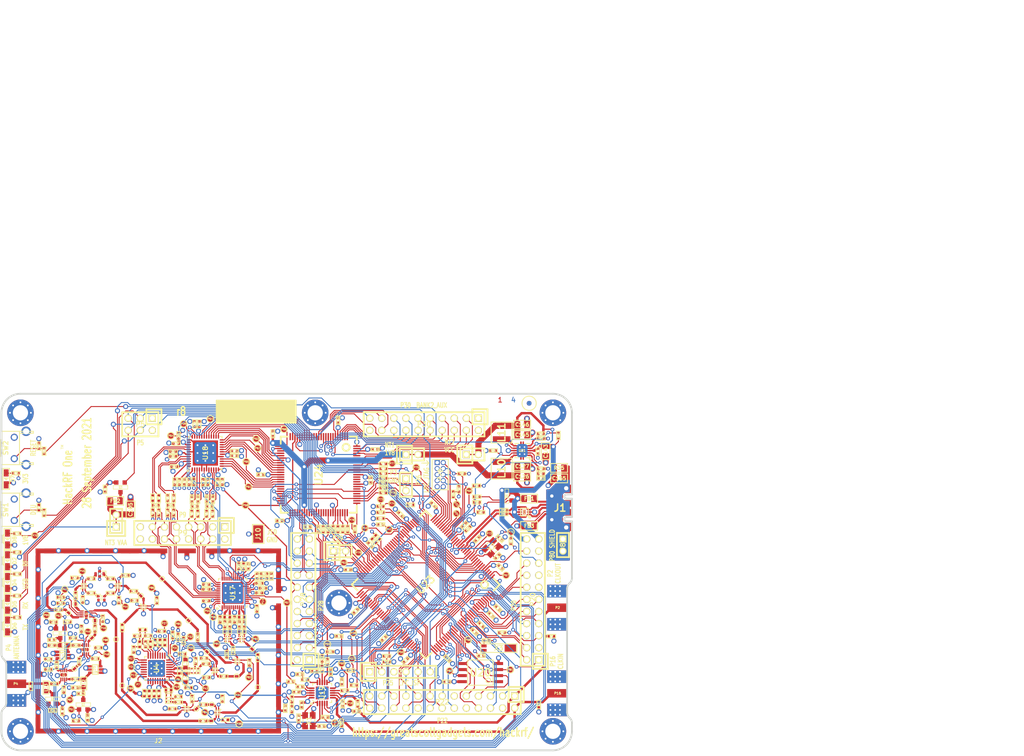
<source format=kicad_pcb>
(kicad_pcb (version 20171130) (host pcbnew 5.1.5+dfsg1-2build2)
  (title_block (title "HackRF One") (date 2021-09-28) (rev r8) (company "Copyright 2012-2020 Great Scott Gadgets") (comment 1 "Michael Ossmann") (comment 2 "Licensed under the CERN-OHL-P v2"))
  (layers (0 C1F signal) (1 C2 signal) (2 C3 signal) (31 C4B signal) (34 B.Paste user) (35 F.Paste user) (36 B.SilkS user) (37 F.SilkS user) (38 B.Mask user hide) (39 F.Mask user hide) (44 Edge.Cuts user))
  (net 0 "")
  (net 1 !MIX_BYPASS)
  (net 2 !RX_AMP_PWR)
  (net 3 !TX_AMP_PWR)
  (net 4 !VAA_ENABLE)
  (net 5 /baseband/CLK0)
  (net 6 /baseband/CLK1)
  (net 7 /baseband/CLK2)
  (net 8 /baseband/CLK3)
  (net 9 /baseband/CLK5)
  (net 10 /baseband/COM)
  (net 11 /baseband/CPOUT+)
  (net 12 /baseband/CPOUT-)
  (net 13 /baseband/IA+)
  (net 14 /baseband/IA-)
  (net 15 /baseband/ID+)
  (net 16 /baseband/ID-)
  (net 17 /baseband/INTR)
  (net 18 /baseband/OEB)
  (net 19 /baseband/QA+)
  (net 20 /baseband/QA-)
  (net 21 /baseband/QD+)
  (net 22 /baseband/QD-)
  (net 23 /baseband/REFN)
  (net 24 /baseband/REFP)
  (net 25 /baseband/RXBBI+)
  (net 26 /baseband/RXBBI-)
  (net 27 /baseband/RXBBQ+)
  (net 28 /baseband/RXBBQ-)
  (net 29 /baseband/TXBBI+)
  (net 30 /baseband/TXBBI-)
  (net 31 /baseband/TXBBQ+)
  (net 32 /baseband/TXBBQ-)
  (net 33 /baseband/XA)
  (net 34 /baseband/XB)
  (net 35 /baseband/XCVR_CLKOUT)
  (net 36 /baseband/XTAL2)
  (net 37 /frontend/!ANT_BIAS)
  (net 38 /frontend/REF_IN)
  (net 39 /frontend/RX_AMP_OUT)
  (net 40 /frontend/TX_AMP_IN)
  (net 41 /frontend/TX_AMP_OUT)
  (net 42 /mcu/usb/power/ADC0_0)
  (net 43 /mcu/usb/power/ADC0_2)
  (net 44 /mcu/usb/power/ADC0_5)
  (net 45 /mcu/usb/power/ADC0_6)
  (net 46 /mcu/usb/power/B1AUX13)
  (net 47 /mcu/usb/power/B1AUX14)
  (net 48 /mcu/usb/power/B2AUX1)
  (net 49 /mcu/usb/power/B2AUX10)
  (net 50 /mcu/usb/power/B2AUX11)
  (net 51 /mcu/usb/power/B2AUX12)
  (net 52 /mcu/usb/power/B2AUX13)
  (net 53 /mcu/usb/power/B2AUX14)
  (net 54 /mcu/usb/power/B2AUX15)
  (net 55 /mcu/usb/power/B2AUX16)
  (net 56 /mcu/usb/power/B2AUX2)
  (net 57 /mcu/usb/power/B2AUX3)
  (net 58 /mcu/usb/power/B2AUX4)
  (net 59 /mcu/usb/power/B2AUX5)
  (net 60 /mcu/usb/power/B2AUX6)
  (net 61 /mcu/usb/power/B2AUX7)
  (net 62 /mcu/usb/power/B2AUX8)
  (net 63 /mcu/usb/power/B2AUX9)
  (net 64 /mcu/usb/power/BANK2F3M1)
  (net 65 /mcu/usb/power/BANK2F3M10)
  (net 66 /mcu/usb/power/BANK2F3M11)
  (net 67 /mcu/usb/power/BANK2F3M12)
  (net 68 /mcu/usb/power/BANK2F3M14)
  (net 69 /mcu/usb/power/BANK2F3M15)
  (net 70 /mcu/usb/power/BANK2F3M16)
  (net 71 /mcu/usb/power/BANK2F3M2)
  (net 72 /mcu/usb/power/BANK2F3M3)
  (net 73 /mcu/usb/power/BANK2F3M4)
  (net 74 /mcu/usb/power/BANK2F3M5)
  (net 75 /mcu/usb/power/BANK2F3M6)
  (net 76 /mcu/usb/power/BANK2F3M7)
  (net 77 /mcu/usb/power/BANK2F3M8)
  (net 78 /mcu/usb/power/BANK2F3M9)
  (net 79 /mcu/usb/power/CPLD_TCK)
  (net 80 /mcu/usb/power/CPLD_TDI)
  (net 81 /mcu/usb/power/CPLD_TDO)
  (net 82 /mcu/usb/power/CPLD_TMS)
  (net 83 /mcu/usb/power/DBGEN)
  (net 84 /mcu/usb/power/DM)
  (net 85 /mcu/usb/power/DP)
  (net 86 /mcu/usb/power/EN1V8)
  (net 87 /mcu/usb/power/GCK0)
  (net 88 /mcu/usb/power/GPIO3_10)
  (net 89 /mcu/usb/power/GPIO3_11)
  (net 90 /mcu/usb/power/GPIO3_12)
  (net 91 /mcu/usb/power/GPIO3_13)
  (net 92 /mcu/usb/power/GPIO3_14)
  (net 93 /mcu/usb/power/GPIO3_15)
  (net 94 /mcu/usb/power/GPIO3_8)
  (net 95 /mcu/usb/power/GPIO3_9)
  (net 96 /mcu/usb/power/GP_CLKIN)
  (net 97 /mcu/usb/power/I2C1_SCL)
  (net 98 /mcu/usb/power/I2C1_SDA)
  (net 99 /mcu/usb/power/I2S0_RX_MCLK)
  (net 100 /mcu/usb/power/I2S0_RX_SCK)
  (net 101 /mcu/usb/power/I2S0_RX_SDA)
  (net 102 /mcu/usb/power/I2S0_RX_WS)
  (net 103 /mcu/usb/power/I2S0_TX_MCLK)
  (net 104 /mcu/usb/power/I2S0_TX_SCK)
  (net 105 /mcu/usb/power/ISP)
  (net 106 /mcu/usb/power/LED1)
  (net 107 /mcu/usb/power/LED2)
  (net 108 /mcu/usb/power/LED3)
  (net 109 /mcu/usb/power/P1_1)
  (net 110 /mcu/usb/power/P1_2)
  (net 111 /mcu/usb/power/P2_13)
  (net 112 /mcu/usb/power/P2_8)
  (net 113 /mcu/usb/power/P2_9)
  (net 114 /mcu/usb/power/REG_OUT1)
  (net 115 /mcu/usb/power/REG_OUT2)
  (net 116 /mcu/usb/power/RESET)
  (net 117 /mcu/usb/power/RREF)
  (net 118 /mcu/usb/power/RTCX1)
  (net 119 /mcu/usb/power/RTCX2)
  (net 120 /mcu/usb/power/RTC_ALARM)
  (net 121 /mcu/usb/power/SD_CD)
  (net 122 /mcu/usb/power/SD_CLK)
  (net 123 /mcu/usb/power/SD_CMD)
  (net 124 /mcu/usb/power/SD_DAT0)
  (net 125 /mcu/usb/power/SD_DAT1)
  (net 126 /mcu/usb/power/SD_DAT2)
  (net 127 /mcu/usb/power/SD_DAT3)
  (net 128 /mcu/usb/power/SD_POW)
  (net 129 /mcu/usb/power/SD_VOLT0)
  (net 130 /mcu/usb/power/SGPIO0)
  (net 131 /mcu/usb/power/SGPIO1)
  (net 132 /mcu/usb/power/SGPIO10)
  (net 133 /mcu/usb/power/SGPIO11)
  (net 134 /mcu/usb/power/SGPIO12)
  (net 135 /mcu/usb/power/SGPIO13)
  (net 136 /mcu/usb/power/SGPIO14)
  (net 137 /mcu/usb/power/SGPIO15)
  (net 138 /mcu/usb/power/SGPIO2)
  (net 139 /mcu/usb/power/SGPIO3)
  (net 140 /mcu/usb/power/SGPIO4)
  (net 141 /mcu/usb/power/SGPIO5)
  (net 142 /mcu/usb/power/SGPIO6)
  (net 143 /mcu/usb/power/SGPIO7)
  (net 144 /mcu/usb/power/SGPIO9)
  (net 145 /mcu/usb/power/SPIFI_CS)
  (net 146 /mcu/usb/power/SPIFI_CIPO)
  (net 147 /mcu/usb/power/SPIFI_COPI)
  (net 148 /mcu/usb/power/SPIFI_SCK)
  (net 149 /mcu/usb/power/SPIFI_SIO2)
  (net 150 /mcu/usb/power/SPIFI_SIO3)
  (net 151 /mcu/usb/power/TCK)
  (net 152 /mcu/usb/power/TDI)
  (net 153 /mcu/usb/power/TDO)
  (net 154 /mcu/usb/power/TMS)
  (net 155 /mcu/usb/power/U0_RXD)
  (net 156 /mcu/usb/power/U0_TXD)
  (net 157 /mcu/usb/power/USB_SHIELD)
  (net 158 /mcu/usb/power/VBAT)
  (net 159 /mcu/usb/power/VBUS)
  (net 160 /mcu/usb/power/VBUSCTRL)
  (net 161 /mcu/usb/power/VIN)
  (net 162 /mcu/usb/power/VREGMODE)
  (net 163 /mcu/usb/power/WAKEUP)
  (net 164 /mcu/usb/power/XTAL1)
  (net 165 /mcu/usb/power/XTAL2)
  (net 166 AMP_BYPASS)
  (net 167 CLK6)
  (net 168 CLKIN)
  (net 169 CLKOUT)
  (net 170 CS_AD)
  (net 171 CS_XCVR)
  (net 172 DA0)
  (net 173 DA1)
  (net 174 DA2)
  (net 175 DA3)
  (net 176 DA4)
  (net 177 DA5)
  (net 178 DA6)
  (net 179 DA7)
  (net 180 DD0)
  (net 181 DD1)
  (net 182 DD2)
  (net 183 DD3)
  (net 184 DD4)
  (net 185 DD5)
  (net 186 DD6)
  (net 187 DD7)
  (net 188 DD8)
  (net 189 DD9)
  (net 190 GCK1)
  (net 191 GCK2)
  (net 192 GND)
  (net 193 HP)
  (net 194 LP)
  (net 195 MCU_CLK)
  (net 196 MIXER_ENX)
  (net 197 MIXER_RESETX)
  (net 198 MIXER_SCLK)
  (net 199 MIXER_SDATA)
  (net 200 MIX_BYPASS)
  (net 201 MIX_CLK)
  (net 202 RSSI)
  (net 203 RX)
  (net 204 RXENABLE)
  (net 205 RX_AMP)
  (net 206 RX_IF)
  (net 207 RX_MIX_BP)
  (net 208 SCL)
  (net 209 SDA)
  (net 210 SGPIO_CLK)
  (net 211 SSP1_CIPO)
  (net 212 SSP1_COPI)
  (net 213 SSP1_SCK)
  (net 214 TXENABLE)
  (net 215 TX_AMP)
  (net 216 TX_IF)
  (net 217 TX_MIX_BP)
  (net 218 VAA)
  (net 219 VCC)
  (net 220 XCVR_EN)
  (net 221 "Net-(C8-Pad2)")
  (net 222 "Net-(C9-Pad2)")
  (net 223 "Net-(C9-Pad1)")
  (net 224 "Net-(C12-Pad1)")
  (net 225 "Net-(C13-Pad1)")
  (net 226 "Net-(C14-Pad2)")
  (net 227 "Net-(C14-Pad1)")
  (net 228 "Net-(C15-Pad2)")
  (net 229 "Net-(C17-Pad2)")
  (net 230 "Net-(C17-Pad1)")
  (net 231 "Net-(C18-Pad2)")
  (net 232 "Net-(C18-Pad1)")
  (net 233 "Net-(C20-Pad2)")
  (net 234 "Net-(C20-Pad1)")
  (net 235 "Net-(C21-Pad2)")
  (net 236 "Net-(C21-Pad1)")
  (net 237 "Net-(C23-Pad2)")
  (net 238 "Net-(C23-Pad1)")
  (net 239 "Net-(C25-Pad1)")
  (net 240 "Net-(C26-Pad2)")
  (net 241 "Net-(C26-Pad1)")
  (net 242 "Net-(C27-Pad2)")
  (net 243 "Net-(C27-Pad1)")
  (net 244 "Net-(C28-Pad2)")
  (net 245 "Net-(C28-Pad1)")
  (net 246 "Net-(C31-Pad2)")
  (net 247 "Net-(C31-Pad1)")
  (net 248 "Net-(C32-Pad2)")
  (net 249 "Net-(C32-Pad1)")
  (net 250 "Net-(C43-Pad2)")
  (net 251 "Net-(C43-Pad1)")
  (net 252 "Net-(C44-Pad2)")
  (net 253 "Net-(C44-Pad1)")
  (net 254 "Net-(C46-Pad2)")
  (net 255 "Net-(C46-Pad1)")
  (net 256 "Net-(C48-Pad1)")
  (net 257 "Net-(C49-Pad2)")
  (net 258 "Net-(C50-Pad1)")
  (net 259 "Net-(C51-Pad2)")
  (net 260 "Net-(C51-Pad1)")
  (net 261 "Net-(C163-Pad2)")
  (net 262 "Net-(C58-Pad2)")
  (net 263 "Net-(C59-Pad2)")
  (net 264 "Net-(C61-Pad2)")
  (net 265 "Net-(C61-Pad1)")
  (net 266 "Net-(C62-Pad2)")
  (net 267 "Net-(C64-Pad2)")
  (net 268 "Net-(C64-Pad1)")
  (net 269 "Net-(C99-Pad2)")
  (net 270 "Net-(C99-Pad1)")
  (net 271 "Net-(C102-Pad2)")
  (net 272 "Net-(C102-Pad1)")
  (net 273 "Net-(C104-Pad2)")
  (net 274 "Net-(C104-Pad1)")
  (net 275 "Net-(C105-Pad1)")
  (net 276 "Net-(C106-Pad1)")
  (net 277 "Net-(C111-Pad2)")
  (net 278 "Net-(C111-Pad1)")
  (net 279 "Net-(C114-Pad2)")
  (net 280 "Net-(C114-Pad1)")
  (net 281 "Net-(C125-Pad2)")
  (net 282 "Net-(C160-Pad1)")
  (net 283 "Net-(D2-Pad2)")
  (net 284 "Net-(D4-Pad2)")
  (net 285 "Net-(D5-Pad2)")
  (net 286 "Net-(D6-Pad2)")
  (net 287 "Net-(D7-Pad2)")
  (net 288 "Net-(D8-Pad2)")
  (net 289 "Net-(FB1-Pad1)")
  (net 290 "Net-(FB2-Pad1)")
  (net 291 "Net-(FB3-Pad1)")
  (net 292 "Net-(J1-Pad4)")
  (net 293 "Net-(J1-Pad3)")
  (net 294 "Net-(J1-Pad2)")
  (net 295 "Net-(L1-Pad2)")
  (net 296 "Net-(L1-Pad1)")
  (net 297 "Net-(L2-Pad1)")
  (net 298 "Net-(L3-Pad1)")
  (net 299 "Net-(L10-Pad1)")
  (net 300 "Net-(L11-Pad2)")
  (net 301 "Net-(L13-Pad1)")
  (net 302 "Net-(P6-Pad1)")
  (net 303 "Net-(P7-Pad1)")
  (net 304 "Net-(P17-Pad1)")
  (net 305 "Net-(P19-Pad1)")
  (net 306 "Net-(P24-Pad1)")
  (net 307 "Net-(R4-Pad2)")
  (net 308 "Net-(R30-Pad2)")
  (net 309 "Net-(R19-Pad2)")
  (net 310 "Net-(R51-Pad1)")
  (net 311 "Net-(R52-Pad2)")
  (net 312 "Net-(R55-Pad2)")
  (net 313 "Net-(R62-Pad1)")
  (net 314 /frontend/RX_AMP_IN)
  (net 315 +1V8)
  (net 316 "Net-(P25-Pad3)")
  (net 317 "Net-(P26-Pad7)")
  (net 318 "Net-(U4-Pad1)")
  (net 319 "Net-(U4-Pad2)")
  (net 320 "Net-(U4-Pad3)")
  (net 321 "Net-(U4-Pad11)")
  (net 322 "Net-(U4-Pad13)")
  (net 323 "Net-(U4-Pad14)")
  (net 324 "Net-(U4-Pad17)")
  (net 325 "Net-(U4-Pad18)")
  (net 326 "Net-(U4-Pad20)")
  (net 327 "Net-(U4-Pad21)")
  (net 328 "Net-(U9-Pad2)")
  (net 329 "Net-(U12-Pad2)")
  (net 330 "Net-(U14-Pad2)")
  (net 331 "Net-(U15-Pad4)")
  (net 332 "Net-(U15-Pad6)")
  (net 333 "Net-(U17-Pad3)")
  (net 334 "Net-(U17-Pad6)")
  (net 335 "Net-(U17-Pad8)")
  (net 336 "Net-(U17-Pad9)")
  (net 337 "Net-(U17-Pad12)")
  (net 338 "Net-(U17-Pad14)")
  (net 339 "Net-(U17-Pad18)")
  (net 340 "Net-(U17-Pad33)")
  (net 341 "Net-(U17-Pad34)")
  (net 342 "Net-(U17-Pad40)")
  (net 343 "Net-(U18-Pad38)")
  (net 344 "Net-(U23-Pad85)")
  (net 345 "Net-(U23-Pad89)")
  (net 346 "Net-(U23-Pad90)")
  (net 347 "Net-(U24-Pad14)")
  (net 348 "Net-(U24-Pad15)")
  (net 349 "Net-(U24-Pad16)")
  (net 350 "Net-(U24-Pad20)")
  (net 351 "Net-(U24-Pad25)")
  (net 352 "Net-(U24-Pad44)")
  (net 353 "Net-(U24-Pad46)")
  (net 354 "Net-(U24-Pad49)")
  (net 355 "Net-(U24-Pad50)")
  (net 356 "Net-(U24-Pad52)")
  (net 357 "Net-(U24-Pad53)")
  (net 358 "Net-(U24-Pad54)")
  (net 359 "Net-(U24-Pad58)")
  (net 360 "Net-(U24-Pad59)")
  (net 361 "Net-(U24-Pad60)")
  (net 362 "Net-(U24-Pad63)")
  (net 363 "Net-(U24-Pad65)")
  (net 364 "Net-(U24-Pad66)")
  (net 365 "Net-(U24-Pad68)")
  (net 366 "Net-(U24-Pad73)")
  (net 367 "Net-(U24-Pad75)")
  (net 368 "Net-(U24-Pad80)")
  (net 369 "Net-(U24-Pad82)")
  (net 370 "Net-(U24-Pad85)")
  (net 371 "Net-(U24-Pad86)")
  (net 372 "Net-(U24-Pad87)")
  (net 373 "Net-(U24-Pad93)")
  (net 374 "Net-(U24-Pad95)")
  (net 375 "Net-(U24-Pad96)")
  (module hackrf:GSG-SHIELD-BMI-S-230 (layer C1F) (at 93 152)
    (fp_text reference J2 (at 0 21) (layer F.SilkS) (effects (font (size 1.016 1.016) (thickness 0.2032))))
    (fp_text value RF-SHIELD-FRAME hide)
    (pad 0 smd rect (at -23.875 18.95) (size 3.85 1) (layers C1F F.Mask) (net 192 GND))
    (pad 0 smd rect (at -18 18.95) (size 3.8 1) (layers C1F F.Mask) (net 192 GND))
    (pad 0 smd rect (at -12 18.95) (size 3.8 1) (layers C1F F.Mask) (net 192 GND))
    (pad 0 smd rect (at -6 18.95) (size 3.8 1) (layers C1F F.Mask) (net 192 GND))
    (pad 0 smd rect (at 0 18.95) (size 3.8 1) (layers C1F F.Mask) (net 192 GND))
    (pad 0 smd rect (at 6 18.95) (size 3.8 1) (layers C1F F.Mask) (net 192 GND))
    (pad 0 smd rect (at 12 18.95) (size 3.8 1) (layers C1F F.Mask) (net 192 GND))
    (pad 0 smd rect (at 18 18.95) (size 3.8 1) (layers C1F F.Mask) (net 192 GND))
    (pad 0 smd rect (at 23.875 18.95) (size 3.85 1) (layers C1F F.Mask) (net 192 GND))
    (pad 0 smd rect (at 25.3 17.775 90) (size 3.35 1) (layers C1F F.Mask) (net 192 GND))
    (pad 0 smd rect (at 25.3 12 90) (size 3.8 1) (layers C1F F.Mask) (net 192 GND))
    (pad 0 smd rect (at 25.3 6 90) (size 3.8 1) (layers C1F F.Mask) (net 192 GND))
    (pad 0 smd rect (at 25.3 0 90) (size 3.8 1) (layers C1F F.Mask) (net 192 GND))
    (pad 0 smd rect (at 25.3 -6 90) (size 3.8 1) (layers C1F F.Mask) (net 192 GND))
    (pad 0 smd rect (at 25.3 -12 90) (size 3.8 1) (layers C1F F.Mask) (net 192 GND))
    (pad 0 smd rect (at 25.3 -17.775 90) (size 3.35 1) (layers C1F F.Mask) (net 192 GND))
    (pad 0 smd rect (at 23.875 -18.95) (size 3.85 1) (layers C1F F.Mask) (net 192 GND))
    (pad 0 smd rect (at 18 -18.95) (size 3.8 1) (layers C1F F.Mask) (net 192 GND))
    (pad 0 smd rect (at 12 -18.95) (size 3.8 1) (layers C1F F.Mask) (net 192 GND))
    (pad 0 smd rect (at 6 -18.95) (size 3.8 1) (layers C1F F.Mask) (net 192 GND))
    (pad 0 smd rect (at 0 -18.95) (size 3.8 1) (layers C1F F.Mask) (net 192 GND))
    (pad 0 smd rect (at -6 -18.95) (size 3.8 1) (layers C1F F.Mask) (net 192 GND))
    (pad 0 smd rect (at -12 -18.95) (size 3.8 1) (layers C1F F.Mask) (net 192 GND))
    (pad 0 smd rect (at -18 -18.95) (size 3.8 1) (layers C1F F.Mask) (net 192 GND))
    (pad 0 smd rect (at -23.875 -18.95) (size 3.85 1) (layers C1F F.Mask) (net 192 GND))
    (pad 0 smd rect (at -25.3 -17.775 90) (size 3.35 1) (layers C1F F.Mask) (net 192 GND))
    (pad 0 smd rect (at -25.3 -12 90) (size 3.8 1) (layers C1F F.Mask) (net 192 GND))
    (pad 0 smd rect (at -25.3 -6 90) (size 3.8 1) (layers C1F F.Mask) (net 192 GND))
    (pad 0 smd rect (at -25.3 0 90) (size 3.8 1) (layers C1F F.Mask) (net 192 GND))
    (pad 0 smd rect (at -25.3 6 90) (size 3.8 1) (layers C1F F.Mask) (net 192 GND))
    (pad 0 smd rect (at -25.3 12 90) (size 3.8 1) (layers C1F F.Mask) (net 192 GND))
    (pad 0 smd rect (at -25.3 17.775 90) (size 3.35 1) (layers C1F F.Mask) (net 192 GND))
  )
  (module gsg-modules:SKY13350-385LF (layer C1F) (at 109.6285 156.2753)
    (fp_text reference U11 (at 0 0) (layer F.SilkS) (effects (font (size 0.50038 0.29972) (thickness 0.0762))))
    (fp_text value SKY13453 hide)
    (pad 2 smd rect (at -0.6435 0.24892) (size 0.645 0.23) (layers C1F F.Paste F.Mask) (net 250 "Net-(C43-Pad2)"))
    (pad 6 smd rect (at 0 -0.552) (size 0.3 0.813) (layers C1F F.Paste F.Mask) (net 256 "Net-(C48-Pad1)"))
    (pad 5 smd rect (at 0.6435 -0.24892) (size 0.645 0.23) (layers C1F F.Paste F.Mask) (net 200 MIX_BYPASS))
    (pad 4 smd rect (at 0.6435 0.24892) (size 0.645 0.23) (layers C1F F.Paste F.Mask) (net 260 "Net-(C51-Pad1)"))
    (pad 3 smd rect (at 0 0.552) (size 0.3 0.813) (layers C1F F.Paste F.Mask) (net 192 GND))
    (pad 1 smd rect (at -0.6435 -0.24892) (size 0.645 0.23) (layers C1F F.Paste F.Mask) (net 218 VAA))
  )
  (module gsg-modules:SKY13350-385LF (layer C1F) (at 104.9634 158.164 90)
    (fp_text reference U10 (at 0 0 90) (layer F.SilkS) (effects (font (size 0.50038 0.29972) (thickness 0.0762))))
    (fp_text value SKY13453 hide)
    (pad 2 smd rect (at -0.6435 0.24892 90) (size 0.645 0.23) (layers C1F F.Paste F.Mask) (net 259 "Net-(C51-Pad2)"))
    (pad 6 smd rect (at 0 -0.552 90) (size 0.3 0.813) (layers C1F F.Paste F.Mask) (net 255 "Net-(C46-Pad1)"))
    (pad 5 smd rect (at 0.6435 -0.24892 90) (size 0.645 0.23) (layers C1F F.Paste F.Mask) (net 203 RX))
    (pad 4 smd rect (at 0.6435 0.24892 90) (size 0.645 0.23) (layers C1F F.Paste F.Mask) (net 238 "Net-(C23-Pad1)"))
    (pad 3 smd rect (at 0 0.552 90) (size 0.3 0.813) (layers C1F F.Paste F.Mask) (net 192 GND))
    (pad 1 smd rect (at -0.6435 -0.24892 90) (size 0.645 0.23) (layers C1F F.Paste F.Mask) (net 218 VAA))
  )
  (module gsg-modules:SKY13350-385LF (layer C1F) (at 98.9704 166.2726)
    (fp_text reference U7 (at 0 0) (layer F.SilkS) (effects (font (size 0.50038 0.29972) (thickness 0.0762))))
    (fp_text value SKY13453 hide)
    (pad 2 smd rect (at -0.6435 0.24892) (size 0.645 0.23) (layers C1F F.Paste F.Mask) (net 223 "Net-(C9-Pad1)"))
    (pad 6 smd rect (at 0 -0.552) (size 0.3 0.813) (layers C1F F.Paste F.Mask) (net 244 "Net-(C28-Pad2)"))
    (pad 5 smd rect (at 0.6435 -0.24892) (size 0.645 0.23) (layers C1F F.Paste F.Mask) (net 203 RX))
    (pad 4 smd rect (at 0.6435 0.24892) (size 0.645 0.23) (layers C1F F.Paste F.Mask) (net 235 "Net-(C21-Pad2)"))
    (pad 3 smd rect (at 0 0.552) (size 0.3 0.813) (layers C1F F.Paste F.Mask) (net 192 GND))
    (pad 1 smd rect (at -0.6435 -0.24892) (size 0.645 0.23) (layers C1F F.Paste F.Mask) (net 218 VAA))
  )
  (module gsg-modules:SKY13350-385LF (layer C1F) (at 84.4598 140.4142 270)
    (fp_text reference U6 (at 0 0 90) (layer F.SilkS) (effects (font (size 0.50038 0.29972) (thickness 0.0762))))
    (fp_text value SKY13453 hide)
    (pad 2 smd rect (at -0.6435 0.24892 270) (size 0.645 0.23) (layers C1F F.Paste F.Mask) (net 242 "Net-(C27-Pad2)"))
    (pad 6 smd rect (at 0 -0.552 270) (size 0.3 0.813) (layers C1F F.Paste F.Mask) (net 234 "Net-(C20-Pad1)"))
    (pad 5 smd rect (at 0.6435 -0.24892 270) (size 0.645 0.23) (layers C1F F.Paste F.Mask) (net 193 HP))
    (pad 4 smd rect (at 0.6435 0.24892 270) (size 0.645 0.23) (layers C1F F.Paste F.Mask) (net 229 "Net-(C17-Pad2)"))
    (pad 3 smd rect (at 0 0.552 270) (size 0.3 0.813) (layers C1F F.Paste F.Mask) (net 192 GND))
    (pad 1 smd rect (at -0.6435 -0.24892 270) (size 0.645 0.23) (layers C1F F.Paste F.Mask) (net 218 VAA))
  )
  (module gsg-modules:SKY13350-385LF (layer C1F) (at 77.3478 140.4142 90)
    (fp_text reference U5 (at 0 0 90) (layer F.SilkS) (effects (font (size 0.50038 0.29972) (thickness 0.0762))))
    (fp_text value SKY13453 hide)
    (pad 2 smd rect (at -0.6435 0.24892 90) (size 0.645 0.23) (layers C1F F.Paste F.Mask) (net 232 "Net-(C18-Pad1)"))
    (pad 6 smd rect (at 0 -0.552 90) (size 0.3 0.813) (layers C1F F.Paste F.Mask) (net 246 "Net-(C31-Pad2)"))
    (pad 5 smd rect (at 0.6435 -0.24892 90) (size 0.645 0.23) (layers C1F F.Paste F.Mask) (net 194 LP))
    (pad 4 smd rect (at 0.6435 0.24892 90) (size 0.645 0.23) (layers C1F F.Paste F.Mask) (net 240 "Net-(C26-Pad2)"))
    (pad 3 smd rect (at 0 0.552 90) (size 0.3 0.813) (layers C1F F.Paste F.Mask) (net 192 GND))
    (pad 1 smd rect (at -0.6435 -0.24892 90) (size 0.645 0.23) (layers C1F F.Paste F.Mask) (net 218 VAA))
  )
  (module gsg-modules:SKY13350-385LF (layer C1F) (at 89.8858 144.8786)
    (fp_text reference U2 (at 0 0) (layer F.SilkS) (effects (font (size 0.50038 0.29972) (thickness 0.0762))))
    (fp_text value SKY13453 hide)
    (pad 2 smd rect (at -0.6435 0.24892) (size 0.645 0.23) (layers C1F F.Paste F.Mask) (net 222 "Net-(C9-Pad2)"))
    (pad 6 smd rect (at 0 -0.552) (size 0.3 0.813) (layers C1F F.Paste F.Mask) (net 233 "Net-(C20-Pad2)"))
    (pad 5 smd rect (at 0.6435 -0.24892) (size 0.645 0.23) (layers C1F F.Paste F.Mask) (net 203 RX))
    (pad 4 smd rect (at 0.6435 0.24892) (size 0.645 0.23) (layers C1F F.Paste F.Mask) (net 237 "Net-(C23-Pad2)"))
    (pad 3 smd rect (at 0 0.552) (size 0.3 0.813) (layers C1F F.Paste F.Mask) (net 192 GND))
    (pad 1 smd rect (at -0.6435 -0.24892) (size 0.645 0.23) (layers C1F F.Paste F.Mask) (net 218 VAA))
  )
  (module gsg-modules:SKY13350-385LF (layer C1F) (at 105.433 167.0522 270)
    (fp_text reference U1 (at 0 0 90) (layer F.SilkS) (effects (font (size 0.50038 0.29972) (thickness 0.0762))))
    (fp_text value SKY13453 hide)
    (pad 2 smd rect (at -0.6435 0.24892 270) (size 0.645 0.23) (layers C1F F.Paste F.Mask) (net 236 "Net-(C21-Pad1)"))
    (pad 6 smd rect (at 0 -0.552 270) (size 0.3 0.813) (layers C1F F.Paste F.Mask) (net 221 "Net-(C8-Pad2)"))
    (pad 5 smd rect (at 0.6435 -0.24892 270) (size 0.645 0.23) (layers C1F F.Paste F.Mask) (net 1 !MIX_BYPASS))
    (pad 4 smd rect (at 0.6435 0.24892 270) (size 0.645 0.23) (layers C1F F.Paste F.Mask) (net 249 "Net-(C32-Pad1)"))
    (pad 3 smd rect (at 0 0.552 270) (size 0.3 0.813) (layers C1F F.Paste F.Mask) (net 192 GND))
    (pad 1 smd rect (at -0.6435 -0.24892 270) (size 0.645 0.23) (layers C1F F.Paste F.Mask) (net 218 VAA))
  )
  (module gsg-modules:HEADER-1x2-SHORTED (layer C1F) (at 84.13 126.74 90)
    (fp_text reference NT3 (at 0 0 90) (layer F.SilkS) (effects (font (size 1.016 1.016) (thickness 0.2032))))
    (fp_text value VAA hide)
    (fp_poly (pts (xy 0.762 0.127) (xy -0.762 0.127) (xy -0.762 -0.127) (xy 0.762 -0.127)) (layer C1F) (width 0))
    (pad 1 thru_hole rect (at -1.27 0 90) (size 1.524 1.524) (drill 1.016) (layers *.Cu *.Mask F.SilkS) (net 218 VAA))
    (pad 2 thru_hole circle (at 1.27 0 90) (size 1.524 1.524) (drill 1.016) (layers *.Cu *.Mask F.SilkS) (net 275 "Net-(C105-Pad1)"))
  )
  (module gsg-modules:HEADER-1x2-SHORTED (layer C1F) (at 159.06 112.77)
    (fp_text reference NT2 (at 0 0) (layer F.SilkS) (effects (font (size 1.016 1.016) (thickness 0.2032))))
    (fp_text value VCC hide)
    (fp_poly (pts (xy 0.762 0.127) (xy -0.762 0.127) (xy -0.762 -0.127) (xy 0.762 -0.127)) (layer C1F) (width 0))
    (pad 1 thru_hole rect (at -1.27 0) (size 1.524 1.524) (drill 1.016) (layers *.Cu *.Mask F.SilkS) (net 219 VCC))
    (pad 2 thru_hole circle (at 1.27 0) (size 1.524 1.524) (drill 1.016) (layers *.Cu *.Mask F.SilkS) (net 114 /mcu/usb/power/REG_OUT1))
  )
  (module gsg-modules:HEADER-1x2-SHORTED (layer C1F) (at 146.36 112.77)
    (fp_text reference NT1 (at 0 0) (layer F.SilkS) (effects (font (size 1.016 1.016) (thickness 0.2032))))
    (fp_text value 1V8 hide)
    (fp_poly (pts (xy 0.762 0.127) (xy -0.762 0.127) (xy -0.762 -0.127) (xy 0.762 -0.127)) (layer C1F) (width 0))
    (pad 1 thru_hole rect (at -1.27 0) (size 1.524 1.524) (drill 1.016) (layers *.Cu *.Mask F.SilkS) (net 315 +1V8))
    (pad 2 thru_hole circle (at 1.27 0) (size 1.524 1.524) (drill 1.016) (layers *.Cu *.Mask F.SilkS) (net 115 /mcu/usb/power/REG_OUT2))
  )
  (module gsg-modules:SOT23-3 (layer C1F) (at 166.299 121.5584 270)
    (fp_text reference Q5 (at 0 0 90) (layer F.SilkS) (effects (font (size 0.4572 0.381) (thickness 0.09525))))
    (fp_text value MOSFET_P hide)
    (pad 3 smd rect (at 0 1.016 270) (size 0.9144 0.9144) (layers C1F F.Paste F.Mask) (net 161 /mcu/usb/power/VIN))
    (pad 1 smd rect (at 0.889 -1.016 270) (size 0.9144 0.9144) (layers C1F F.Paste F.Mask) (net 160 /mcu/usb/power/VBUSCTRL))
    (pad 2 smd rect (at -0.889 -1.016 270) (size 0.9144 0.9144) (layers C1F F.Paste F.Mask) (net 159 /mcu/usb/power/VBUS))
  )
  (module gsg-modules:SOT23-3 (layer C1F) (at 70.8 164.2 180)
    (fp_text reference Q4 (at 0 0) (layer F.SilkS) (effects (font (size 0.4572 0.381) (thickness 0.09525))))
    (fp_text value MOSFET_P hide)
    (pad 3 smd rect (at 0 1.016 180) (size 0.9144 0.9144) (layers C1F F.Paste F.Mask) (net 301 "Net-(L13-Pad1)"))
    (pad 1 smd rect (at 0.889 -1.016 180) (size 0.9144 0.9144) (layers C1F F.Paste F.Mask) (net 37 /frontend/!ANT_BIAS))
    (pad 2 smd rect (at -0.889 -1.016 180) (size 0.9144 0.9144) (layers C1F F.Paste F.Mask) (net 218 VAA))
  )
  (module gsg-modules:SOT23-3 (layer C1F) (at 85.0444 119.6788)
    (fp_text reference Q3 (at 0 0) (layer F.SilkS) (effects (font (size 0.4572 0.381) (thickness 0.09525))))
    (fp_text value MOSFET_P hide)
    (pad 3 smd rect (at 0 1.016) (size 0.9144 0.9144) (layers C1F F.Paste F.Mask) (net 290 "Net-(FB2-Pad1)"))
    (pad 1 smd rect (at 0.889 -1.016) (size 0.9144 0.9144) (layers C1F F.Paste F.Mask) (net 4 !VAA_ENABLE))
    (pad 2 smd rect (at -0.889 -1.016) (size 0.9144 0.9144) (layers C1F F.Paste F.Mask) (net 219 VCC))
  )
  (module gsg-modules:SOT23-3 (layer C1F) (at 77.2167 165.3908 180)
    (fp_text reference Q2 (at 0 0) (layer F.SilkS) (effects (font (size 0.4572 0.381) (thickness 0.09525))))
    (fp_text value MOSFET_P hide)
    (pad 3 smd rect (at 0 1.016 180) (size 0.9144 0.9144) (layers C1F F.Paste F.Mask) (net 282 "Net-(C160-Pad1)"))
    (pad 1 smd rect (at 0.889 -1.016 180) (size 0.9144 0.9144) (layers C1F F.Paste F.Mask) (net 3 !TX_AMP_PWR))
    (pad 2 smd rect (at -0.889 -1.016 180) (size 0.9144 0.9144) (layers C1F F.Paste F.Mask) (net 218 VAA))
  )
  (module gsg-modules:SOT23-3 (layer C1F) (at 72.376 150.38)
    (fp_text reference Q1 (at 0 0) (layer F.SilkS) (effects (font (size 0.4572 0.381) (thickness 0.09525))))
    (fp_text value MOSFET_P hide)
    (pad 3 smd rect (at 0 1.016) (size 0.9144 0.9144) (layers C1F F.Paste F.Mask) (net 261 "Net-(C163-Pad2)"))
    (pad 1 smd rect (at 0.889 -1.016) (size 0.9144 0.9144) (layers C1F F.Paste F.Mask) (net 2 !RX_AMP_PWR))
    (pad 2 smd rect (at -0.889 -1.016) (size 0.9144 0.9144) (layers C1F F.Paste F.Mask) (net 218 VAA))
  )
  (module hackrf:GSG-QFN20-4 (layer C1F) (at 127.4692 162.926 90)
    (fp_text reference U19 (at 0 0 90) (layer F.SilkS) (effects (font (size 1.00076 1.00076) (thickness 0.2032))))
    (fp_text value SI5351C hide)
    (pad 1 smd oval (at -2.2 -1 90) (size 1.2 0.32) (layers C1F F.Paste F.Mask) (net 33 /baseband/XA))
    (pad 2 smd oval (at -2.2 -0.5 90) (size 1.2 0.32) (layers C1F F.Paste F.Mask) (net 34 /baseband/XB))
    (pad 3 smd oval (at -2.2 0 90) (size 1.2 0.32) (layers C1F F.Paste F.Mask) (net 17 /baseband/INTR))
    (pad 4 smd oval (at -2.2 0.5 90) (size 1.2 0.32) (layers C1F F.Paste F.Mask) (net 208 SCL))
    (pad 5 smd oval (at -2.2 1 90) (size 1.2 0.32) (layers C1F F.Paste F.Mask) (net 209 SDA))
    (pad 6 smd oval (at -1 2.2 180) (size 1.2 0.32) (layers C1F F.Paste F.Mask) (net 168 CLKIN))
    (pad 7 smd oval (at -0.5 2.2 180) (size 1.2 0.32) (layers C1F F.Paste F.Mask) (net 18 /baseband/OEB))
    (pad 8 smd oval (at 0 2.2 180) (size 1.2 0.32) (layers C1F F.Paste F.Mask) (net 8 /baseband/CLK3))
    (pad 9 smd oval (at 0.5 2.2 180) (size 1.2 0.32) (layers C1F F.Paste F.Mask) (net 7 /baseband/CLK2))
    (pad 10 smd oval (at 1 2.2 180) (size 1.2 0.32) (layers C1F F.Paste F.Mask) (net 219 VCC))
    (pad 11 smd oval (at 2.2 1 90) (size 1.2 0.32) (layers C1F F.Paste F.Mask) (net 219 VCC))
    (pad 12 smd oval (at 2.2 0.5 90) (size 1.2 0.32) (layers C1F F.Paste F.Mask) (net 6 /baseband/CLK1))
    (pad 13 smd oval (at 2.2 0 90) (size 1.2 0.32) (layers C1F F.Paste F.Mask) (net 5 /baseband/CLK0))
    (pad 14 smd oval (at 2.2 -0.5 90) (size 1.2 0.32) (layers C1F F.Paste F.Mask) (net 219 VCC))
    (pad 15 smd oval (at 2.2 -1 90) (size 1.2 0.32) (layers C1F F.Paste F.Mask) (net 195 MCU_CLK))
    (pad 16 smd oval (at 1 -2.2 180) (size 1.2 0.32) (layers C1F F.Paste F.Mask) (net 167 CLK6))
    (pad 17 smd oval (at 0.5 -2.2 180) (size 1.2 0.32) (layers C1F F.Paste F.Mask) (net 9 /baseband/CLK5))
    (pad 18 smd oval (at 0 -2.2 180) (size 1.2 0.32) (layers C1F F.Paste F.Mask) (net 219 VCC))
    (pad 19 smd oval (at -0.5 -2.2 180) (size 1.2 0.32) (layers C1F F.Paste F.Mask) (net 201 MIX_CLK))
    (pad 20 smd oval (at -1 -2.2 180) (size 1.2 0.32) (layers C1F F.Paste F.Mask) (net 219 VCC))
    (pad 0 smd rect (at 0 0 90) (size 2.65 2.65) (layers C1F F.Mask) (net 192 GND))
    (pad 0 thru_hole circle (at 0 0 90) (size 0.6 0.6) (drill 0.35) (layers *.Cu B.Mask) (net 192 GND))
    (pad 0 thru_hole circle (at -0.66 -0.66 90) (size 0.6 0.6) (drill 0.35) (layers *.Cu B.Mask) (net 192 GND))
    (pad 0 thru_hole circle (at 0.66 -0.66 90) (size 0.6 0.6) (drill 0.35) (layers *.Cu B.Mask) (net 192 GND))
    (pad 0 thru_hole circle (at 0.66 0.66 90) (size 0.6 0.6) (drill 0.35) (layers *.Cu B.Mask) (net 192 GND))
    (pad 0 thru_hole circle (at -0.66 0.66 90) (size 0.6 0.6) (drill 0.35) (layers *.Cu B.Mask) (net 192 GND))
    (pad 0 smd rect (at -0.66 -0.66 90) (size 1.32 1.32) (layers C1F F.Paste) (net 192 GND))
    (pad 0 smd rect (at 0.66 -0.66 90) (size 1.32 1.32) (layers C1F F.Paste) (net 192 GND))
    (pad 0 smd rect (at -0.66 0.66 90) (size 1.32 1.32) (layers C1F F.Paste) (net 192 GND))
    (pad 0 smd rect (at 0.66 0.66 90) (size 1.32 1.32) (layers C1F F.Paste) (net 192 GND))
  )
  (module GSG-TESTPOINT-30MIL-MASKONLY (layer C1F) (at 89.31402 142.49908)
    (fp_text reference TESTPOINT-30MIL-MASKONLY hide)
    (fp_text value VAL** hide)
  )
  (module GSG-TESTPOINT-30MIL-MASKONLY (layer C1F) (at 84.1046 151.6574)
    (fp_text reference TESTPOINT-30MIL-MASKONLY hide)
    (fp_text value VAL** hide)
  )
  (module GSG-TESTPOINT-30MIL-MASKONLY (layer C1F) (at 75.57516 144.21358)
    (fp_text reference TESTPOINT-30MIL-MASKONLY hide)
    (fp_text value VAL** hide)
  )
  (module GSG-TESTPOINT-30MIL-MASKONLY (layer C1F) (at 74.0537 146.1516)
    (fp_text reference TESTPOINT-30MIL-MASKONLY hide)
    (fp_text value VAL** hide)
  )
  (module GSG-TESTPOINT-30MIL-MASKONLY (layer C1F) (at 93.782 138.932)
    (fp_text reference TESTPOINT-30MIL-MASKONLY hide)
    (fp_text value VAL** hide)
  )
  (module GSG-TESTPOINT-30MIL-MASKONLY (layer C1F) (at 85.4 161.3602)
    (fp_text reference TESTPOINT-30MIL-MASKONLY hide)
    (fp_text value VAL** hide)
  )
  (module GSG-TESTPOINT-30MIL-MASKONLY (layer C1F) (at 75.33894 157.8483)
    (fp_text reference TESTPOINT-30MIL-MASKONLY hide)
    (fp_text value VAL** hide)
  )
  (module GSG-TESTPOINT-30MIL-MASKONLY (layer C1F) (at 79.0321 151.36114)
    (fp_text reference TESTPOINT-30MIL-MASKONLY hide)
    (fp_text value VAL** hide)
  )
  (module GSG-TESTPOINT-30MIL-MASKONLY (layer C1F) (at 113.919 161.74974)
    (fp_text reference TESTPOINT-30MIL-MASKONLY hide)
    (fp_text value VAL** hide)
  )
  (module GSG-TESTPOINT-30MIL-MASKONLY (layer C1F) (at 104.11206 168.79824)
    (fp_text reference TESTPOINT-30MIL-MASKONLY hide)
    (fp_text value VAL** hide)
  )
  (module GSG-TESTPOINT-30MIL-MASKONLY (layer C1F) (at 104.25176 165.37432)
    (fp_text reference TESTPOINT-30MIL-MASKONLY hide)
    (fp_text value VAL** hide)
  )
  (module GSG-TESTPOINT-30MIL-MASKONLY (layer C1F) (at 101.0158 166.26332)
    (fp_text reference TESTPOINT-30MIL-MASKONLY hide)
    (fp_text value VAL** hide)
  )
  (module GSG-TESTPOINT-30MIL-MASKONLY (layer C1F) (at 79.6671 147.71116)
    (fp_text reference TESTPOINT-30MIL-MASKONLY hide)
    (fp_text value VAL** hide)
  )
  (module GSG-TESTPOINT-30MIL-MASKONLY (layer C1F) (at 109.47654 159.42564)
    (fp_text reference TESTPOINT-30MIL-MASKONLY hide)
    (fp_text value VAL** hide)
  )
  (module GSG-TESTPOINT-30MIL-MASKONLY (layer C1F) (at 99.36226 147.6883)
    (fp_text reference TESTPOINT-30MIL-MASKONLY hide)
    (fp_text value VAL** hide)
  )
  (module GSG-TESTPOINT-30MIL-MASKONLY (layer C1F) (at 103.23068 154.2796)
    (fp_text reference TESTPOINT-30MIL-MASKONLY hide)
    (fp_text value VAL** hide)
  )
  (module GSG-TESTPOINT-30MIL-MASKONLY (layer C1F) (at 112.71504 153.71064)
    (fp_text reference TESTPOINT-30MIL-MASKONLY hide)
    (fp_text value VAL** hide)
  )
  (module GSG-MARK1MM (layer C1F) (at 171 102)
    (fp_text reference MARK1MM hide)
    (fp_text value VAL** hide)
    (pad "" smd circle (at 0 0) (size 1 1) (layers *.Cu *.Mask))
  )
  (module gsg-modules:LTST-S220 (layer C1F) (at 61 117.9 270)
    (fp_text reference D7 (at 0 -1.4 270) (layer F.SilkS) (effects (font (size 0.762 0.762) (thickness 0.1905))))
    (fp_text value VCCLED hide)
    (pad 1 smd rect (at 1.25 0 270) (size 1.5 1) (layers C1F F.Paste F.Mask) (net 192 GND) (clearance 0.1778))
    (pad 2 smd rect (at -1.25 0 270) (size 1.5 1) (layers C1F F.Paste F.Mask) (net 287 "Net-(D7-Pad2)") (clearance 0.1778))
  )
  (module gsg-modules:LTST-S220 (layer C1F) (at 61.27 130.55 270)
    (fp_text reference D8 (at 0.15 -1.5 270) (layer F.SilkS) (effects (font (size 0.762 0.762) (thickness 0.1905))))
    (fp_text value 1V8LED hide)
    (pad 1 smd rect (at 1.25 0 270) (size 1.5 1) (layers C1F F.Paste F.Mask) (net 192 GND) (clearance 0.1778))
    (pad 2 smd rect (at -1.25 0 270) (size 1.5 1) (layers C1F F.Paste F.Mask) (net 288 "Net-(D8-Pad2)") (clearance 0.1778))
  )
  (module gsg-modules:LTST-S220 (layer C1F) (at 61.27 135.122 270)
    (fp_text reference D2 (at 0 -1.5 270) (layer F.SilkS) (effects (font (size 0.762 0.762) (thickness 0.1905))))
    (fp_text value VAALED hide)
    (pad 1 smd rect (at 1.25 0 270) (size 1.5 1) (layers C1F F.Paste F.Mask) (net 192 GND) (clearance 0.1778))
    (pad 2 smd rect (at -1.25 0 270) (size 1.5 1) (layers C1F F.Paste F.Mask) (net 283 "Net-(D2-Pad2)") (clearance 0.1778))
  )
  (module gsg-modules:LTST-S220 (layer C1F) (at 61.27 139.694 270)
    (fp_text reference D4 (at 0 -1.5 270) (layer F.SilkS) (effects (font (size 0.762 0.762) (thickness 0.1905))))
    (fp_text value USBLED hide)
    (pad 1 smd rect (at 1.25 0 270) (size 1.5 1) (layers C1F F.Paste F.Mask) (net 192 GND) (clearance 0.1778))
    (pad 2 smd rect (at -1.25 0 270) (size 1.5 1) (layers C1F F.Paste F.Mask) (net 284 "Net-(D4-Pad2)") (clearance 0.1778))
  )
  (module gsg-modules:LTST-S220 (layer C1F) (at 61.27 144.266 270)
    (fp_text reference D5 (at 0 -1.5 270) (layer F.SilkS) (effects (font (size 0.762 0.762) (thickness 0.1905))))
    (fp_text value RXLED hide)
    (pad 1 smd rect (at 1.25 0 270) (size 1.5 1) (layers C1F F.Paste F.Mask) (net 192 GND) (clearance 0.1778))
    (pad 2 smd rect (at -1.25 0 270) (size 1.5 1) (layers C1F F.Paste F.Mask) (net 285 "Net-(D5-Pad2)") (clearance 0.1778))
  )
  (module gsg-modules:LTST-S220 (layer C1F) (at 61.27 148.838 270)
    (fp_text reference D6 (at 0 -1.5 270) (layer F.SilkS) (effects (font (size 0.762 0.762) (thickness 0.1905))))
    (fp_text value TXLED hide)
    (pad 1 smd rect (at 1.25 0 270) (size 1.5 1) (layers C1F F.Paste F.Mask) (net 192 GND) (clearance 0.1778))
    (pad 2 smd rect (at -1.25 0 270) (size 1.5 1) (layers C1F F.Paste F.Mask) (net 286 "Net-(D6-Pad2)") (clearance 0.1778))
  )
  (module hackrf:GSG-0402 (layer C1F) (at 91.0964 163.0468 270)
    (fp_text reference C1 (at 0 0.0508 270) (layer F.SilkS) (effects (font (size 0.4064 0.4064) (thickness 0.1016))))
    (fp_text value 33pF hide)
    (pad 2 smd rect (at 0.5334 0 270) (size 0.508 0.5588) (layers C1F F.Paste F.Mask) (net 192 GND))
    (pad 1 smd rect (at -0.5334 0 270) (size 0.508 0.5588) (layers C1F F.Paste F.Mask) (net 219 VCC))
  )
  (module hackrf:GSG-0402 (layer C1F) (at 90.0804 163.0468 270)
    (fp_text reference C2 (at 0 0.0508 270) (layer F.SilkS) (effects (font (size 0.4064 0.4064) (thickness 0.1016))))
    (fp_text value 10nF hide)
    (pad 2 smd rect (at 0.5334 0 270) (size 0.508 0.5588) (layers C1F F.Paste F.Mask) (net 192 GND))
    (pad 1 smd rect (at -0.5334 0 270) (size 0.508 0.5588) (layers C1F F.Paste F.Mask) (net 219 VCC))
  )
  (module hackrf:GSG-0402 (layer C1F) (at 93.1284 163.0468 270)
    (fp_text reference C3 (at 0 0.0508 270) (layer F.SilkS) (effects (font (size 0.4064 0.4064) (thickness 0.1016))))
    (fp_text value 33pF hide)
    (pad 2 smd rect (at 0.5334 0 270) (size 0.508 0.5588) (layers C1F F.Paste F.Mask) (net 192 GND))
    (pad 1 smd rect (at -0.5334 0 270) (size 0.508 0.5588) (layers C1F F.Paste F.Mask) (net 218 VAA))
  )
  (module hackrf:GSG-0402 (layer C1F) (at 92.1124 163.0468 270)
    (fp_text reference C4 (at 0 0.0508 270) (layer F.SilkS) (effects (font (size 0.4064 0.4064) (thickness 0.1016))))
    (fp_text value 10nF hide)
    (pad 2 smd rect (at 0.5334 0 270) (size 0.508 0.5588) (layers C1F F.Paste F.Mask) (net 192 GND))
    (pad 1 smd rect (at -0.5334 0 270) (size 0.508 0.5588) (layers C1F F.Paste F.Mask) (net 218 VAA))
  )
  (module hackrf:GSG-0402 (layer C1F) (at 92.341 152.328 90)
    (fp_text reference C5 (at 0 0.0508 90) (layer F.SilkS) (effects (font (size 0.4064 0.4064) (thickness 0.1016))))
    (fp_text value 33pF hide)
    (pad 2 smd rect (at 0.5334 0 90) (size 0.508 0.5588) (layers C1F F.Paste F.Mask) (net 192 GND))
    (pad 1 smd rect (at -0.5334 0 90) (size 0.508 0.5588) (layers C1F F.Paste F.Mask) (net 218 VAA))
  )
  (module hackrf:GSG-0402 (layer C1F) (at 93.357 152.328 90)
    (fp_text reference C6 (at 0 0.0508 90) (layer F.SilkS) (effects (font (size 0.4064 0.4064) (thickness 0.1016))))
    (fp_text value 10nF hide)
    (pad 2 smd rect (at 0.5334 0 90) (size 0.508 0.5588) (layers C1F F.Paste F.Mask) (net 192 GND))
    (pad 1 smd rect (at -0.5334 0 90) (size 0.508 0.5588) (layers C1F F.Paste F.Mask) (net 218 VAA))
  )
  (module hackrf:GSG-0402 (layer C1F) (at 107.084 168.5762 180)
    (fp_text reference C7 (at 0 0.0508 180) (layer F.SilkS) (effects (font (size 0.4064 0.4064) (thickness 0.1016))))
    (fp_text value 33pF hide)
    (pad 2 smd rect (at 0.5334 0 180) (size 0.508 0.5588) (layers C1F F.Paste F.Mask) (net 1 !MIX_BYPASS))
    (pad 1 smd rect (at -0.5334 0 180) (size 0.508 0.5588) (layers C1F F.Paste F.Mask) (net 192 GND))
  )
  (module hackrf:GSG-0402 (layer C1F) (at 113.919 155.448 270)
    (fp_text reference C8 (at 0 0.0508 270) (layer F.SilkS) (effects (font (size 0.4064 0.4064) (thickness 0.1016))))
    (fp_text value 22pF hide)
    (pad 2 smd rect (at 0.5334 0 270) (size 0.508 0.5588) (layers C1F F.Paste F.Mask) (net 221 "Net-(C8-Pad2)"))
    (pad 1 smd rect (at -0.5334 0 270) (size 0.508 0.5588) (layers C1F F.Paste F.Mask) (net 216 TX_IF))
  )
  (module hackrf:GSG-0402 (layer C1F) (at 85.4 149.1682 90)
    (fp_text reference C9 (at 0 0.0508 90) (layer F.SilkS) (effects (font (size 0.4064 0.4064) (thickness 0.1016))))
    (fp_text value 100nF hide)
    (pad 2 smd rect (at 0.5334 0 90) (size 0.508 0.5588) (layers C1F F.Paste F.Mask) (net 222 "Net-(C9-Pad2)"))
    (pad 1 smd rect (at -0.5334 0 90) (size 0.508 0.5588) (layers C1F F.Paste F.Mask) (net 223 "Net-(C9-Pad1)"))
  )
  (module hackrf:GSG-0402 (layer C1F) (at 87.9808 143.4816)
    (fp_text reference C10 (at 0 0.0508) (layer F.SilkS) (effects (font (size 0.4064 0.4064) (thickness 0.1016))))
    (fp_text value 10nF hide)
    (pad 2 smd rect (at 0.5334 0) (size 0.508 0.5588) (layers C1F F.Paste F.Mask) (net 218 VAA))
    (pad 1 smd rect (at -0.5334 0) (size 0.508 0.5588) (layers C1F F.Paste F.Mask) (net 192 GND))
  )
  (module hackrf:GSG-0402 (layer C1F) (at 84.7138 143.4622 90)
    (fp_text reference C11 (at 0 0.0508 90) (layer F.SilkS) (effects (font (size 0.4064 0.4064) (thickness 0.1016))))
    (fp_text value 33pF hide)
    (pad 2 smd rect (at 0.5334 0 90) (size 0.508 0.5588) (layers C1F F.Paste F.Mask) (net 193 HP))
    (pad 1 smd rect (at -0.5334 0 90) (size 0.508 0.5588) (layers C1F F.Paste F.Mask) (net 192 GND))
  )
  (module hackrf:GSG-0402 (layer C1F) (at 87.7944 153.8266 270)
    (fp_text reference C12 (at 0 0.0508 270) (layer F.SilkS) (effects (font (size 0.4064 0.4064) (thickness 0.1016))))
    (fp_text value 330pF hide)
    (pad 2 smd rect (at 0.5334 0 270) (size 0.508 0.5588) (layers C1F F.Paste F.Mask) (net 192 GND))
    (pad 1 smd rect (at -0.5334 0 270) (size 0.508 0.5588) (layers C1F F.Paste F.Mask) (net 224 "Net-(C12-Pad1)"))
  )
  (module hackrf:GSG-0402 (layer C1F) (at 88.5564 150.9056 180)
    (fp_text reference C13 (at 0 0.0508 180) (layer F.SilkS) (effects (font (size 0.4064 0.4064) (thickness 0.1016))))
    (fp_text value 330pF hide)
    (pad 2 smd rect (at 0.5334 0 180) (size 0.508 0.5588) (layers C1F F.Paste F.Mask) (net 192 GND))
    (pad 1 smd rect (at -0.5334 0 180) (size 0.508 0.5588) (layers C1F F.Paste F.Mask) (net 225 "Net-(C13-Pad1)"))
  )
  (module hackrf:GSG-0402 (layer C1F) (at 90.3344 152.6836 90)
    (fp_text reference C14 (at 0 0.0508 90) (layer F.SilkS) (effects (font (size 0.4064 0.4064) (thickness 0.1016))))
    (fp_text value 8p2 hide)
    (pad 2 smd rect (at 0.5334 0 90) (size 0.508 0.5588) (layers C1F F.Paste F.Mask) (net 226 "Net-(C14-Pad2)"))
    (pad 1 smd rect (at -0.5334 0 90) (size 0.508 0.5588) (layers C1F F.Paste F.Mask) (net 227 "Net-(C14-Pad1)"))
  )
  (module hackrf:GSG-0402 (layer C1F) (at 90.8424 150.9056)
    (fp_text reference C15 (at 0 0.0508) (layer F.SilkS) (effects (font (size 0.4064 0.4064) (thickness 0.1016))))
    (fp_text value 180pF hide)
    (pad 2 smd rect (at 0.5334 0) (size 0.508 0.5588) (layers C1F F.Paste F.Mask) (net 228 "Net-(C15-Pad2)"))
    (pad 1 smd rect (at -0.5334 0) (size 0.508 0.5588) (layers C1F F.Paste F.Mask) (net 227 "Net-(C14-Pad1)"))
  )
  (module hackrf:GSG-0402 (layer C1F) (at 106.4998 164.1566 90)
    (fp_text reference C16 (at 0 0.0508 90) (layer F.SilkS) (effects (font (size 0.4064 0.4064) (thickness 0.1016))))
    (fp_text value 10nF hide)
    (pad 2 smd rect (at 0.5334 0 90) (size 0.508 0.5588) (layers C1F F.Paste F.Mask) (net 192 GND))
    (pad 1 smd rect (at -0.5334 0 90) (size 0.508 0.5588) (layers C1F F.Paste F.Mask) (net 218 VAA))
  )
  (module hackrf:GSG-0402 (layer C1F) (at 82.9358 141.9382)
    (fp_text reference C17 (at 0 0.0508) (layer F.SilkS) (effects (font (size 0.4064 0.4064) (thickness 0.1016))))
    (fp_text value 100nF hide)
    (pad 2 smd rect (at 0.5334 0) (size 0.508 0.5588) (layers C1F F.Paste F.Mask) (net 229 "Net-(C17-Pad2)"))
    (pad 1 smd rect (at -0.5334 0) (size 0.508 0.5588) (layers C1F F.Paste F.Mask) (net 230 "Net-(C17-Pad1)"))
  )
  (module hackrf:GSG-0402 (layer C1F) (at 78.8718 141.9382)
    (fp_text reference C18 (at 0 0.0508) (layer F.SilkS) (effects (font (size 0.4064 0.4064) (thickness 0.1016))))
    (fp_text value 100nF hide)
    (pad 2 smd rect (at 0.5334 0) (size 0.508 0.5588) (layers C1F F.Paste F.Mask) (net 231 "Net-(C18-Pad2)"))
    (pad 1 smd rect (at -0.5334 0) (size 0.508 0.5588) (layers C1F F.Paste F.Mask) (net 232 "Net-(C18-Pad1)"))
  )
  (module hackrf:GSG-0402 (layer C1F) (at 77.0938 143.3352 90)
    (fp_text reference C19 (at 0 0.0508 90) (layer F.SilkS) (effects (font (size 0.4064 0.4064) (thickness 0.1016))))
    (fp_text value 10nF hide)
    (pad 2 smd rect (at 0.5334 0 90) (size 0.508 0.5588) (layers C1F F.Paste F.Mask) (net 218 VAA))
    (pad 1 smd rect (at -0.5334 0 90) (size 0.508 0.5588) (layers C1F F.Paste F.Mask) (net 192 GND))
  )
  (module hackrf:GSG-0402 (layer C1F) (at 87.8078 141.5288)
    (fp_text reference C20 (at 0 0.0508) (layer F.SilkS) (effects (font (size 0.4064 0.4064) (thickness 0.1016))))
    (fp_text value 100nF hide)
    (pad 2 smd rect (at 0.5334 0) (size 0.508 0.5588) (layers C1F F.Paste F.Mask) (net 233 "Net-(C20-Pad2)"))
    (pad 1 smd rect (at -0.5334 0) (size 0.508 0.5588) (layers C1F F.Paste F.Mask) (net 234 "Net-(C20-Pad1)"))
  )
  (module hackrf:GSG-0402 (layer C1F) (at 102.4382 165.3794 180)
    (fp_text reference C21 (at 0 0.0508 180) (layer F.SilkS) (effects (font (size 0.4064 0.4064) (thickness 0.1016))))
    (fp_text value 22pF hide)
    (pad 2 smd rect (at 0.5334 0 180) (size 0.508 0.5588) (layers C1F F.Paste F.Mask) (net 235 "Net-(C21-Pad2)"))
    (pad 1 smd rect (at -0.5334 0 180) (size 0.508 0.5588) (layers C1F F.Paste F.Mask) (net 236 "Net-(C21-Pad1)"))
  )
  (module hackrf:GSG-0402 (layer C1F) (at 95.9732 166.2726)
    (fp_text reference C22 (at 0 0.0508) (layer F.SilkS) (effects (font (size 0.4064 0.4064) (thickness 0.1016))))
    (fp_text value 10nF hide)
    (pad 2 smd rect (at 0.5334 0) (size 0.508 0.5588) (layers C1F F.Paste F.Mask) (net 218 VAA))
    (pad 1 smd rect (at -0.5334 0) (size 0.508 0.5588) (layers C1F F.Paste F.Mask) (net 192 GND))
  )
  (module hackrf:GSG-0402 (layer C1F) (at 101.2698 151.1808 90)
    (fp_text reference C23 (at 0 0.0508 90) (layer F.SilkS) (effects (font (size 0.4064 0.4064) (thickness 0.1016))))
    (fp_text value 100nF hide)
    (pad 2 smd rect (at 0.5334 0 90) (size 0.508 0.5588) (layers C1F F.Paste F.Mask) (net 237 "Net-(C23-Pad2)"))
    (pad 1 smd rect (at -0.5334 0 90) (size 0.508 0.5588) (layers C1F F.Paste F.Mask) (net 238 "Net-(C23-Pad1)"))
  )
  (module hackrf:GSG-0402 (layer C1F) (at 92.6798 143.4816 270)
    (fp_text reference C24 (at 0 0.0508 270) (layer F.SilkS) (effects (font (size 0.4064 0.4064) (thickness 0.1016))))
    (fp_text value 33pF hide)
    (pad 2 smd rect (at 0.5334 0 270) (size 0.508 0.5588) (layers C1F F.Paste F.Mask) (net 203 RX))
    (pad 1 smd rect (at -0.5334 0 270) (size 0.508 0.5588) (layers C1F F.Paste F.Mask) (net 192 GND))
  )
  (module hackrf:GSG-0402 (layer C1F) (at 97.1924 163.7326)
    (fp_text reference C25 (at 0 0.0508) (layer F.SilkS) (effects (font (size 0.4064 0.4064) (thickness 0.1016))))
    (fp_text value 100nF hide)
    (pad 2 smd rect (at 0.5334 0) (size 0.508 0.5588) (layers C1F F.Paste F.Mask) (net 192 GND))
    (pad 1 smd rect (at -0.5334 0) (size 0.508 0.5588) (layers C1F F.Paste F.Mask) (net 239 "Net-(C25-Pad1)"))
  )
  (module hackrf:GSG-0402 (layer C1F) (at 78.8718 138.8902 180)
    (fp_text reference C26 (at 0 0.0508 180) (layer F.SilkS) (effects (font (size 0.4064 0.4064) (thickness 0.1016))))
    (fp_text value 47pF hide)
    (pad 2 smd rect (at 0.5334 0 180) (size 0.508 0.5588) (layers C1F F.Paste F.Mask) (net 240 "Net-(C26-Pad2)"))
    (pad 1 smd rect (at -0.5334 0 180) (size 0.508 0.5588) (layers C1F F.Paste F.Mask) (net 241 "Net-(C26-Pad1)"))
  )
  (module hackrf:GSG-0402 (layer C1F) (at 82.9358 138.8902)
    (fp_text reference C27 (at 0 0.0508) (layer F.SilkS) (effects (font (size 0.4064 0.4064) (thickness 0.1016))))
    (fp_text value 47pF hide)
    (pad 2 smd rect (at 0.5334 0) (size 0.508 0.5588) (layers C1F F.Paste F.Mask) (net 242 "Net-(C27-Pad2)"))
    (pad 1 smd rect (at -0.5334 0) (size 0.508 0.5588) (layers C1F F.Paste F.Mask) (net 243 "Net-(C27-Pad1)"))
  )
  (module hackrf:GSG-0402 (layer C1F) (at 97.1924 164.8756)
    (fp_text reference C28 (at 0 0.0508) (layer F.SilkS) (effects (font (size 0.4064 0.4064) (thickness 0.1016))))
    (fp_text value 100nF hide)
    (pad 2 smd rect (at 0.5334 0) (size 0.508 0.5588) (layers C1F F.Paste F.Mask) (net 244 "Net-(C28-Pad2)"))
    (pad 1 smd rect (at -0.5334 0) (size 0.508 0.5588) (layers C1F F.Paste F.Mask) (net 245 "Net-(C28-Pad1)"))
  )
  (module hackrf:GSG-0402 (layer C1F) (at 75.4174 138.7124 180)
    (fp_text reference C29 (at 0 0.0508 180) (layer F.SilkS) (effects (font (size 0.4064 0.4064) (thickness 0.1016))))
    (fp_text value 33pF hide)
    (pad 2 smd rect (at 0.5334 0 180) (size 0.508 0.5588) (layers C1F F.Paste F.Mask) (net 192 GND))
    (pad 1 smd rect (at -0.5334 0 180) (size 0.508 0.5588) (layers C1F F.Paste F.Mask) (net 194 LP))
  )
  (module hackrf:GSG-0402 (layer C1F) (at 86.1 138.2)
    (fp_text reference C30 (at 0 0.0508) (layer F.SilkS) (effects (font (size 0.4064 0.4064) (thickness 0.1016))))
    (fp_text value 10nF hide)
    (pad 2 smd rect (at 0.5334 0) (size 0.508 0.5588) (layers C1F F.Paste F.Mask) (net 192 GND))
    (pad 1 smd rect (at -0.5334 0) (size 0.508 0.5588) (layers C1F F.Paste F.Mask) (net 218 VAA))
  )
  (module hackrf:GSG-0402 (layer C1F) (at 75.5952 142.4462 90)
    (fp_text reference C31 (at 0 0.0508 90) (layer F.SilkS) (effects (font (size 0.4064 0.4064) (thickness 0.1016))))
    (fp_text value 100nF hide)
    (pad 2 smd rect (at 0.5334 0 90) (size 0.508 0.5588) (layers C1F F.Paste F.Mask) (net 246 "Net-(C31-Pad2)"))
    (pad 1 smd rect (at -0.5334 0 90) (size 0.508 0.5588) (layers C1F F.Paste F.Mask) (net 247 "Net-(C31-Pad1)"))
  )
  (module hackrf:GSG-0402 (layer C1F) (at 102.4382 168.8084 180)
    (fp_text reference C32 (at 0 0.0508 180) (layer F.SilkS) (effects (font (size 0.4064 0.4064) (thickness 0.1016))))
    (fp_text value 22pF hide)
    (pad 2 smd rect (at 0.5334 0 180) (size 0.508 0.5588) (layers C1F F.Paste F.Mask) (net 248 "Net-(C32-Pad2)"))
    (pad 1 smd rect (at -0.5334 0 180) (size 0.508 0.5588) (layers C1F F.Paste F.Mask) (net 249 "Net-(C32-Pad1)"))
  )
  (module hackrf:GSG-0402 (layer C1F) (at 100.1134 164.139 90)
    (fp_text reference C33 (at 0 0.0508 90) (layer F.SilkS) (effects (font (size 0.4064 0.4064) (thickness 0.1016))))
    (fp_text value 33pF hide)
    (pad 2 smd rect (at 0.5334 0 90) (size 0.508 0.5588) (layers C1F F.Paste F.Mask) (net 192 GND))
    (pad 1 smd rect (at -0.5334 0 90) (size 0.508 0.5588) (layers C1F F.Paste F.Mask) (net 203 RX))
  )
  (module hackrf:GSG-0402 (layer C1F) (at 98.31 151.9216 90)
    (fp_text reference C34 (at 0 0.0508 90) (layer F.SilkS) (effects (font (size 0.4064 0.4064) (thickness 0.1016))))
    (fp_text value 33pF hide)
    (pad 2 smd rect (at 0.5334 0 90) (size 0.508 0.5588) (layers C1F F.Paste F.Mask) (net 192 GND))
    (pad 1 smd rect (at -0.5334 0 90) (size 0.508 0.5588) (layers C1F F.Paste F.Mask) (net 197 MIXER_RESETX))
  )
  (module hackrf:GSG-0402 (layer C1F) (at 97.167 151.1596 90)
    (fp_text reference C35 (at 0 0.0508 90) (layer F.SilkS) (effects (font (size 0.4064 0.4064) (thickness 0.1016))))
    (fp_text value 33pF hide)
    (pad 2 smd rect (at 0.5334 0 90) (size 0.508 0.5588) (layers C1F F.Paste F.Mask) (net 192 GND))
    (pad 1 smd rect (at -0.5334 0 90) (size 0.508 0.5588) (layers C1F F.Paste F.Mask) (net 196 MIXER_ENX))
  )
  (module hackrf:GSG-0402 (layer C1F) (at 96.024 150.7786 90)
    (fp_text reference C36 (at 0 0.0508 90) (layer F.SilkS) (effects (font (size 0.4064 0.4064) (thickness 0.1016))))
    (fp_text value 33pF hide)
    (pad 2 smd rect (at 0.5334 0 90) (size 0.508 0.5588) (layers C1F F.Paste F.Mask) (net 192 GND))
    (pad 1 smd rect (at -0.5334 0 90) (size 0.508 0.5588) (layers C1F F.Paste F.Mask) (net 198 MIXER_SCLK))
  )
  (module hackrf:GSG-0402 (layer C1F) (at 93.738 149.915 180)
    (fp_text reference C37 (at 0 0.0508 180) (layer F.SilkS) (effects (font (size 0.4064 0.4064) (thickness 0.1016))))
    (fp_text value 33pF hide)
    (pad 2 smd rect (at 0.5334 0 180) (size 0.508 0.5588) (layers C1F F.Paste F.Mask) (net 192 GND))
    (pad 1 smd rect (at -0.5334 0 180) (size 0.508 0.5588) (layers C1F F.Paste F.Mask) (net 199 MIXER_SDATA))
  )
  (module hackrf:GSG-0402 (layer C1F) (at 72.4456 142.8272)
    (fp_text reference C38 (at 0 0.0508) (layer F.SilkS) (effects (font (size 0.4064 0.4064) (thickness 0.1016))))
    (fp_text value 33pF hide)
    (pad 2 smd rect (at 0.5334 0) (size 0.508 0.5588) (layers C1F F.Paste F.Mask) (net 1 !MIX_BYPASS))
    (pad 1 smd rect (at -0.5334 0) (size 0.508 0.5588) (layers C1F F.Paste F.Mask) (net 192 GND))
  )
  (module hackrf:GSG-0402 (layer C1F) (at 81.3054 147.3454 90)
    (fp_text reference C39 (at 0 0.0508 90) (layer F.SilkS) (effects (font (size 0.4064 0.4064) (thickness 0.1016))))
    (fp_text value 33pF hide)
    (pad 2 smd rect (at 0.5334 0 90) (size 0.508 0.5588) (layers C1F F.Paste F.Mask) (net 217 TX_MIX_BP))
    (pad 1 smd rect (at -0.5334 0 90) (size 0.508 0.5588) (layers C1F F.Paste F.Mask) (net 192 GND))
  )
  (module hackrf:GSG-0402 (layer C1F) (at 72.4456 144.0718)
    (fp_text reference C40 (at 0 0.0508) (layer F.SilkS) (effects (font (size 0.4064 0.4064) (thickness 0.1016))))
    (fp_text value 33pF hide)
    (pad 2 smd rect (at 0.5334 0) (size 0.508 0.5588) (layers C1F F.Paste F.Mask) (net 207 RX_MIX_BP))
    (pad 1 smd rect (at -0.5334 0) (size 0.508 0.5588) (layers C1F F.Paste F.Mask) (net 192 GND))
  )
  (module hackrf:GSG-0402 (layer C1F) (at 99.326 161.8276)
    (fp_text reference C41 (at 0 0.0508) (layer F.SilkS) (effects (font (size 0.4064 0.4064) (thickness 0.1016))))
    (fp_text value 100pF hide)
    (pad 2 smd rect (at 0.5334 0) (size 0.508 0.5588) (layers C1F F.Paste F.Mask) (net 192 GND))
    (pad 1 smd rect (at -0.5334 0) (size 0.508 0.5588) (layers C1F F.Paste F.Mask) (net 218 VAA))
  )
  (module hackrf:GSG-0402 (layer C1F) (at 98.056 154.7156 180)
    (fp_text reference C42 (at 0 0.0508 180) (layer F.SilkS) (effects (font (size 0.4064 0.4064) (thickness 0.1016))))
    (fp_text value 100pF hide)
    (pad 2 smd rect (at 0.5334 0 180) (size 0.508 0.5588) (layers C1F F.Paste F.Mask) (net 192 GND))
    (pad 1 smd rect (at -0.5334 0 180) (size 0.508 0.5588) (layers C1F F.Paste F.Mask) (net 218 VAA))
  )
  (module hackrf:GSG-0402 (layer C1F) (at 72.009 145.415 180)
    (fp_text reference C43 (at 0 0.0508 180) (layer F.SilkS) (effects (font (size 0.4064 0.4064) (thickness 0.1016))))
    (fp_text value 22pF hide)
    (pad 2 smd rect (at 0.5334 0 180) (size 0.508 0.5588) (layers C1F F.Paste F.Mask) (net 250 "Net-(C43-Pad2)"))
    (pad 1 smd rect (at -0.5334 0 180) (size 0.508 0.5588) (layers C1F F.Paste F.Mask) (net 251 "Net-(C43-Pad1)"))
  )
  (module hackrf:GSG-0402 (layer C1F) (at 79.6798 149.4282 90)
    (fp_text reference C44 (at 0 0.0508 90) (layer F.SilkS) (effects (font (size 0.4064 0.4064) (thickness 0.1016))))
    (fp_text value 100nF hide)
    (pad 2 smd rect (at 0.5334 0 90) (size 0.508 0.5588) (layers C1F F.Paste F.Mask) (net 252 "Net-(C44-Pad2)"))
    (pad 1 smd rect (at -0.5334 0 90) (size 0.508 0.5588) (layers C1F F.Paste F.Mask) (net 253 "Net-(C44-Pad1)"))
  )
  (module hackrf:GSG-0402 (layer C1F) (at 102.5906 155.6512)
    (fp_text reference C45 (at 0 0.0508) (layer F.SilkS) (effects (font (size 0.4064 0.4064) (thickness 0.1016))))
    (fp_text value 33pF hide)
    (pad 2 smd rect (at 0.5334 0) (size 0.508 0.5588) (layers C1F F.Paste F.Mask) (net 203 RX))
    (pad 1 smd rect (at -0.5334 0) (size 0.508 0.5588) (layers C1F F.Paste F.Mask) (net 192 GND))
  )
  (module hackrf:GSG-0402 (layer C1F) (at 103.0478 156.7942 180)
    (fp_text reference C46 (at 0 0.0508 180) (layer F.SilkS) (effects (font (size 0.4064 0.4064) (thickness 0.1016))))
    (fp_text value 100nF hide)
    (pad 2 smd rect (at 0.5334 0 180) (size 0.508 0.5588) (layers C1F F.Paste F.Mask) (net 254 "Net-(C46-Pad2)"))
    (pad 1 smd rect (at -0.5334 0 180) (size 0.508 0.5588) (layers C1F F.Paste F.Mask) (net 255 "Net-(C46-Pad1)"))
  )
  (module hackrf:GSG-0402 (layer C1F) (at 112.1664 156.5656 90)
    (fp_text reference C47 (at 0 0.0508 90) (layer F.SilkS) (effects (font (size 0.4064 0.4064) (thickness 0.1016))))
    (fp_text value 33pF hide)
    (pad 2 smd rect (at 0.5334 0 90) (size 0.508 0.5588) (layers C1F F.Paste F.Mask) (net 200 MIX_BYPASS))
    (pad 1 smd rect (at -0.5334 0 90) (size 0.508 0.5588) (layers C1F F.Paste F.Mask) (net 192 GND))
  )
  (module hackrf:GSG-0402 (layer C1F) (at 108.7374 154.0002 90)
    (fp_text reference C48 (at 0 0.0508 90) (layer F.SilkS) (effects (font (size 0.4064 0.4064) (thickness 0.1016))))
    (fp_text value 22pF hide)
    (pad 2 smd rect (at 0.5334 0 90) (size 0.508 0.5588) (layers C1F F.Paste F.Mask) (net 206 RX_IF))
    (pad 1 smd rect (at -0.5334 0 90) (size 0.508 0.5588) (layers C1F F.Paste F.Mask) (net 256 "Net-(C48-Pad1)"))
  )
  (module hackrf:GSG-0402 (layer C1F) (at 100.85 156.2396 270)
    (fp_text reference C49 (at 0 0.0508 270) (layer F.SilkS) (effects (font (size 0.4064 0.4064) (thickness 0.1016))))
    (fp_text value 100nF hide)
    (pad 2 smd rect (at 0.5334 0 270) (size 0.508 0.5588) (layers C1F F.Paste F.Mask) (net 257 "Net-(C49-Pad2)"))
    (pad 1 smd rect (at -0.5334 0 270) (size 0.508 0.5588) (layers C1F F.Paste F.Mask) (net 192 GND))
  )
  (module hackrf:GSG-0402 (layer C1F) (at 75.678 152.92)
    (fp_text reference C50 (at 0 0.0508) (layer F.SilkS) (effects (font (size 0.4064 0.4064) (thickness 0.1016))))
    (fp_text value 100nF hide)
    (pad 2 smd rect (at 0.5334 0) (size 0.508 0.5588) (layers C1F F.Paste F.Mask) (net 39 /frontend/RX_AMP_OUT))
    (pad 1 smd rect (at -0.5334 0) (size 0.508 0.5588) (layers C1F F.Paste F.Mask) (net 258 "Net-(C50-Pad1)"))
  )
  (module hackrf:GSG-0402 (layer C1F) (at 106.7414 159.434 180)
    (fp_text reference C51 (at 0 0.0508 180) (layer F.SilkS) (effects (font (size 0.4064 0.4064) (thickness 0.1016))))
    (fp_text value 22pF hide)
    (pad 2 smd rect (at 0.5334 0 180) (size 0.508 0.5588) (layers C1F F.Paste F.Mask) (net 259 "Net-(C51-Pad2)"))
    (pad 1 smd rect (at -0.5334 0 180) (size 0.508 0.5588) (layers C1F F.Paste F.Mask) (net 260 "Net-(C51-Pad1)"))
  )
  (module hackrf:GSG-0402 (layer C1F) (at 70.598 152.92 180)
    (fp_text reference C52 (at 0 0.0508 180) (layer F.SilkS) (effects (font (size 0.4064 0.4064) (thickness 0.1016))))
    (fp_text value 100pF hide)
    (pad 2 smd rect (at 0.5334 0 180) (size 0.508 0.5588) (layers C1F F.Paste F.Mask) (net 192 GND))
    (pad 1 smd rect (at -0.5334 0 180) (size 0.508 0.5588) (layers C1F F.Paste F.Mask) (net 261 "Net-(C163-Pad2)"))
  )
  (module hackrf:GSG-0402 (layer C1F) (at 70.9474 147.9998 180)
    (fp_text reference C53 (at 0 0.0508 180) (layer F.SilkS) (effects (font (size 0.4064 0.4064) (thickness 0.1016))))
    (fp_text value 1uF hide)
    (pad 2 smd rect (at 0.5334 0 180) (size 0.508 0.5588) (layers C1F F.Paste F.Mask) (net 192 GND))
    (pad 1 smd rect (at -0.5334 0 180) (size 0.508 0.5588) (layers C1F F.Paste F.Mask) (net 218 VAA))
  )
  (module hackrf:GSG-0402 (layer C1F) (at 103.124 159.6644 180)
    (fp_text reference C54 (at 0 0.0508 180) (layer F.SilkS) (effects (font (size 0.4064 0.4064) (thickness 0.1016))))
    (fp_text value 10nF hide)
    (pad 2 smd rect (at 0.5334 0 180) (size 0.508 0.5588) (layers C1F F.Paste F.Mask) (net 192 GND))
    (pad 1 smd rect (at -0.5334 0 180) (size 0.508 0.5588) (layers C1F F.Paste F.Mask) (net 218 VAA))
  )
  (module hackrf:GSG-0402 (layer C1F) (at 80.377 153.428)
    (fp_text reference C55 (at 0 0.0508) (layer F.SilkS) (effects (font (size 0.4064 0.4064) (thickness 0.1016))))
    (fp_text value 33pF hide)
    (pad 2 smd rect (at 0.5334 0) (size 0.508 0.5588) (layers C1F F.Paste F.Mask) (net 192 GND))
    (pad 1 smd rect (at -0.5334 0) (size 0.508 0.5588) (layers C1F F.Paste F.Mask) (net 215 TX_AMP))
  )
  (module hackrf:GSG-0402 (layer C1F) (at 107.3912 154.8638 90)
    (fp_text reference C56 (at 0 0.0508 90) (layer F.SilkS) (effects (font (size 0.4064 0.4064) (thickness 0.1016))))
    (fp_text value 10nF hide)
    (pad 2 smd rect (at 0.5334 0 90) (size 0.508 0.5588) (layers C1F F.Paste F.Mask) (net 192 GND))
    (pad 1 smd rect (at -0.5334 0 90) (size 0.508 0.5588) (layers C1F F.Paste F.Mask) (net 218 VAA))
  )
  (module hackrf:GSG-0402 (layer C1F) (at 76.835 149.4282 90)
    (fp_text reference C57 (at 0 0.0508 90) (layer F.SilkS) (effects (font (size 0.4064 0.4064) (thickness 0.1016))))
    (fp_text value 33pF hide)
    (pad 2 smd rect (at 0.5334 0 90) (size 0.508 0.5588) (layers C1F F.Paste F.Mask) (net 192 GND))
    (pad 1 smd rect (at -0.5334 0 90) (size 0.508 0.5588) (layers C1F F.Paste F.Mask) (net 166 AMP_BYPASS))
  )
  (module hackrf:GSG-0402 (layer C1F) (at 71.614 157.111 90)
    (fp_text reference C58 (at 0 0.0508 90) (layer F.SilkS) (effects (font (size 0.4064 0.4064) (thickness 0.1016))))
    (fp_text value 100nF hide)
    (pad 1 smd rect (at -0.5334 0 90) (size 0.508 0.5588) (layers C1F F.Paste F.Mask) (net 314 /frontend/RX_AMP_IN))
    (pad 2 smd rect (at 0.5334 0 90) (size 0.508 0.5588) (layers C1F F.Paste F.Mask) (net 262 "Net-(C58-Pad2)"))
  )
  (module hackrf:GSG-0402 (layer C1F) (at 79.742 155.714)
    (fp_text reference C59 (at 0 0.0508) (layer F.SilkS) (effects (font (size 0.4064 0.4064) (thickness 0.1016))))
    (fp_text value 100nF hide)
    (pad 2 smd rect (at 0.5334 0) (size 0.508 0.5588) (layers C1F F.Paste F.Mask) (net 263 "Net-(C59-Pad2)"))
    (pad 1 smd rect (at -0.5334 0) (size 0.508 0.5588) (layers C1F F.Paste F.Mask) (net 40 /frontend/TX_AMP_IN))
  )
  (module hackrf:GSG-0402 (layer C1F) (at 75.043 151.396)
    (fp_text reference C60 (at 0 0.0508) (layer F.SilkS) (effects (font (size 0.4064 0.4064) (thickness 0.1016))))
    (fp_text value 33pF hide)
    (pad 2 smd rect (at 0.5334 0) (size 0.508 0.5588) (layers C1F F.Paste F.Mask) (net 205 RX_AMP))
    (pad 1 smd rect (at -0.5334 0) (size 0.508 0.5588) (layers C1F F.Paste F.Mask) (net 192 GND))
  )
  (module hackrf:GSG-0402 (layer C1F) (at 76.3638 156.3236 90)
    (fp_text reference C61 (at 0 0.0508 90) (layer F.SilkS) (effects (font (size 0.4064 0.4064) (thickness 0.1016))))
    (fp_text value 100nF hide)
    (pad 2 smd rect (at 0.5334 0 90) (size 0.508 0.5588) (layers C1F F.Paste F.Mask) (net 264 "Net-(C61-Pad2)"))
    (pad 1 smd rect (at -0.5334 0 90) (size 0.508 0.5588) (layers C1F F.Paste F.Mask) (net 265 "Net-(C61-Pad1)"))
  )
  (module hackrf:GSG-0402 (layer C1F) (at 75.551 160.032)
    (fp_text reference C62 (at 0 0.0508) (layer F.SilkS) (effects (font (size 0.4064 0.4064) (thickness 0.1016))))
    (fp_text value 100nF hide)
    (pad 2 smd rect (at 0.5334 0) (size 0.508 0.5588) (layers C1F F.Paste F.Mask) (net 266 "Net-(C62-Pad2)"))
    (pad 1 smd rect (at -0.5334 0) (size 0.508 0.5588) (layers C1F F.Paste F.Mask) (net 41 /frontend/TX_AMP_OUT))
  )
  (module hackrf:GSG-0402 (layer C1F) (at 73.0872 162.2418 270)
    (fp_text reference C63 (at 0 0.0508 270) (layer F.SilkS) (effects (font (size 0.4064 0.4064) (thickness 0.1016))))
    (fp_text value 33pF hide)
    (pad 2 smd rect (at 0.5334 0 270) (size 0.508 0.5588) (layers C1F F.Paste F.Mask) (net 192 GND))
    (pad 1 smd rect (at -0.5334 0 270) (size 0.508 0.5588) (layers C1F F.Paste F.Mask) (net 215 TX_AMP))
  )
  (module hackrf:GSG-0402 (layer C1F) (at 71.1 161 180)
    (fp_text reference C64 (at 0 0.0508 180) (layer F.SilkS) (effects (font (size 0.4064 0.4064) (thickness 0.1016))))
    (fp_text value 100nF hide)
    (pad 2 smd rect (at 0.5334 0 180) (size 0.508 0.5588) (layers C1F F.Paste F.Mask) (net 267 "Net-(C64-Pad2)"))
    (pad 1 smd rect (at -0.5334 0 180) (size 0.508 0.5588) (layers C1F F.Paste F.Mask) (net 268 "Net-(C64-Pad1)"))
  )
  (module hackrf:GSG-0402 (layer C1F) (at 69.836 158)
    (fp_text reference C65 (at 0 0.0508) (layer F.SilkS) (effects (font (size 0.4064 0.4064) (thickness 0.1016))))
    (fp_text value 33pF hide)
    (pad 2 smd rect (at 0.5334 0) (size 0.508 0.5588) (layers C1F F.Paste F.Mask) (net 166 AMP_BYPASS))
    (pad 1 smd rect (at -0.5334 0) (size 0.508 0.5588) (layers C1F F.Paste F.Mask) (net 192 GND))
  )
  (module hackrf:GSG-0402 (layer C1F) (at 69.836 155.841)
    (fp_text reference C66 (at 0 0.0508) (layer F.SilkS) (effects (font (size 0.4064 0.4064) (thickness 0.1016))))
    (fp_text value 33pF hide)
    (pad 2 smd rect (at 0.5334 0) (size 0.508 0.5588) (layers C1F F.Paste F.Mask) (net 205 RX_AMP))
    (pad 1 smd rect (at -0.5334 0) (size 0.508 0.5588) (layers C1F F.Paste F.Mask) (net 192 GND))
  )
  (module hackrf:GSG-0402 (layer C1F) (at 121.0802 164.2964 270)
    (fp_text reference C67 (at 0 0.0508 270) (layer F.SilkS) (effects (font (size 0.4064 0.4064) (thickness 0.1016))))
    (fp_text value 33pF hide)
    (pad 2 smd rect (at 0.5334 0 270) (size 0.508 0.5588) (layers C1F F.Paste F.Mask) (net 38 /frontend/REF_IN))
    (pad 1 smd rect (at -0.5334 0 270) (size 0.508 0.5588) (layers C1F F.Paste F.Mask) (net 201 MIX_CLK))
  )
  (module hackrf:GSG-0402 (layer C1F) (at 127.4624 155.7214 90)
    (fp_text reference C68 (at 0 0.0508 90) (layer F.SilkS) (effects (font (size 0.4064 0.4064) (thickness 0.1016))))
    (fp_text value 100pF hide)
    (pad 2 smd rect (at 0.5334 0 90) (size 0.508 0.5588) (layers C1F F.Paste F.Mask) (net 192 GND))
    (pad 1 smd rect (at -0.5334 0 90) (size 0.508 0.5588) (layers C1F F.Paste F.Mask) (net 190 GCK1))
  )
  (module hackrf:GSG-0402 (layer C1F) (at 129.088 154.2736)
    (fp_text reference C69 (at 0 0.0508) (layer F.SilkS) (effects (font (size 0.4064 0.4064) (thickness 0.1016))))
    (fp_text value 100pF hide)
    (pad 2 smd rect (at 0.5334 0) (size 0.508 0.5588) (layers C1F F.Paste F.Mask) (net 192 GND))
    (pad 1 smd rect (at -0.5334 0) (size 0.508 0.5588) (layers C1F F.Paste F.Mask) (net 191 GCK2))
  )
  (module hackrf:GSG-0402 (layer C1F) (at 121.0802 166.3284 270)
    (fp_text reference C70 (at 0 0.0508 270) (layer F.SilkS) (effects (font (size 0.4064 0.4064) (thickness 0.1016))))
    (fp_text value 100pF hide)
    (pad 2 smd rect (at 0.5334 0 270) (size 0.508 0.5588) (layers C1F F.Paste F.Mask) (net 192 GND))
    (pad 1 smd rect (at -0.5334 0 270) (size 0.508 0.5588) (layers C1F F.Paste F.Mask) (net 38 /frontend/REF_IN))
  )
  (module hackrf:GSG-0402 (layer C1F) (at 100.4824 118.5578 270)
    (fp_text reference C71 (at 0 0.0508 270) (layer F.SilkS) (effects (font (size 0.4064 0.4064) (thickness 0.1016))))
    (fp_text value 100nF hide)
    (pad 2 smd rect (at 0.5334 0 270) (size 0.508 0.5588) (layers C1F F.Paste F.Mask) (net 192 GND))
    (pad 1 smd rect (at -0.5334 0 270) (size 0.508 0.5588) (layers C1F F.Paste F.Mask) (net 218 VAA))
  )
  (module hackrf:GSG-0402 (layer C1F) (at 99.4664 118.5578 270)
    (fp_text reference C72 (at 0 0.0508 270) (layer F.SilkS) (effects (font (size 0.4064 0.4064) (thickness 0.1016))))
    (fp_text value 2.2uF hide)
    (pad 2 smd rect (at 0.5334 0 270) (size 0.508 0.5588) (layers C1F F.Paste F.Mask) (net 192 GND))
    (pad 1 smd rect (at -0.5334 0 270) (size 0.508 0.5588) (layers C1F F.Paste F.Mask) (net 218 VAA))
  )
  (module hackrf:GSG-0402 (layer C1F) (at 103.4034 118.5578 270)
    (fp_text reference C73 (at 0 0.0508 270) (layer F.SilkS) (effects (font (size 0.4064 0.4064) (thickness 0.1016))))
    (fp_text value 100nF hide)
    (pad 2 smd rect (at 0.5334 0 270) (size 0.508 0.5588) (layers C1F F.Paste F.Mask) (net 192 GND))
    (pad 1 smd rect (at -0.5334 0 270) (size 0.508 0.5588) (layers C1F F.Paste F.Mask) (net 218 VAA))
  )
  (module hackrf:GSG-0402 (layer C1F) (at 102.3874 118.5578 270)
    (fp_text reference C74 (at 0 0.0508 270) (layer F.SilkS) (effects (font (size 0.4064 0.4064) (thickness 0.1016))))
    (fp_text value 2.2uF hide)
    (pad 2 smd rect (at 0.5334 0 270) (size 0.508 0.5588) (layers C1F F.Paste F.Mask) (net 192 GND))
    (pad 1 smd rect (at -0.5334 0 270) (size 0.508 0.5588) (layers C1F F.Paste F.Mask) (net 218 VAA))
  )
  (module hackrf:GSG-0402 (layer C1F) (at 105.4354 118.5578 270)
    (fp_text reference C75 (at 0 0.0508 270) (layer F.SilkS) (effects (font (size 0.4064 0.4064) (thickness 0.1016))))
    (fp_text value 100nF hide)
    (pad 2 smd rect (at 0.5334 0 270) (size 0.508 0.5588) (layers C1F F.Paste F.Mask) (net 192 GND))
    (pad 1 smd rect (at -0.5334 0 270) (size 0.508 0.5588) (layers C1F F.Paste F.Mask) (net 218 VAA))
  )
  (module hackrf:GSG-0402 (layer C1F) (at 106.4514 118.5578 270)
    (fp_text reference C76 (at 0 0.0508 270) (layer F.SilkS) (effects (font (size 0.4064 0.4064) (thickness 0.1016))))
    (fp_text value 2.2uF hide)
    (pad 2 smd rect (at 0.5334 0 270) (size 0.508 0.5588) (layers C1F F.Paste F.Mask) (net 192 GND))
    (pad 1 smd rect (at -0.5334 0 270) (size 0.508 0.5588) (layers C1F F.Paste F.Mask) (net 218 VAA))
  )
  (module hackrf:GSG-0402 (layer C1F) (at 101.6254 106.3658 90)
    (fp_text reference C77 (at 0 0.0508 90) (layer F.SilkS) (effects (font (size 0.4064 0.4064) (thickness 0.1016))))
    (fp_text value 100nF hide)
    (pad 2 smd rect (at 0.5334 0 90) (size 0.508 0.5588) (layers C1F F.Paste F.Mask) (net 192 GND))
    (pad 1 smd rect (at -0.5334 0 90) (size 0.508 0.5588) (layers C1F F.Paste F.Mask) (net 218 VAA))
  )
  (module hackrf:GSG-0402 (layer C1F) (at 100.6094 106.3658 90)
    (fp_text reference C78 (at 0 0.0508 90) (layer F.SilkS) (effects (font (size 0.4064 0.4064) (thickness 0.1016))))
    (fp_text value 2.2uF hide)
    (pad 2 smd rect (at 0.5334 0 90) (size 0.508 0.5588) (layers C1F F.Paste F.Mask) (net 192 GND))
    (pad 1 smd rect (at -0.5334 0 90) (size 0.508 0.5588) (layers C1F F.Paste F.Mask) (net 218 VAA))
  )
  (module hackrf:GSG-0402 (layer C1F) (at 96.7359 110.4933 180)
    (fp_text reference C79 (at 0 0.0508 180) (layer F.SilkS) (effects (font (size 0.4064 0.4064) (thickness 0.1016))))
    (fp_text value 100nF hide)
    (pad 2 smd rect (at 0.5334 0 180) (size 0.508 0.5588) (layers C1F F.Paste F.Mask) (net 192 GND))
    (pad 1 smd rect (at -0.5334 0 180) (size 0.508 0.5588) (layers C1F F.Paste F.Mask) (net 218 VAA))
  )
  (module hackrf:GSG-0402 (layer C1F) (at 97.2439 108.8423 90)
    (fp_text reference C80 (at 0 0.0508 90) (layer F.SilkS) (effects (font (size 0.4064 0.4064) (thickness 0.1016))))
    (fp_text value 2.2uF hide)
    (pad 2 smd rect (at 0.5334 0 90) (size 0.508 0.5588) (layers C1F F.Paste F.Mask) (net 192 GND))
    (pad 1 smd rect (at -0.5334 0 90) (size 0.508 0.5588) (layers C1F F.Paste F.Mask) (net 218 VAA))
  )
  (module hackrf:GSG-0402 (layer C1F) (at 96.1009 113.1603 180)
    (fp_text reference C81 (at 0 0.0508 180) (layer F.SilkS) (effects (font (size 0.4064 0.4064) (thickness 0.1016))))
    (fp_text value 100nF hide)
    (pad 2 smd rect (at 0.5334 0 180) (size 0.508 0.5588) (layers C1F F.Paste F.Mask) (net 192 GND))
    (pad 1 smd rect (at -0.5334 0 180) (size 0.508 0.5588) (layers C1F F.Paste F.Mask) (net 218 VAA))
  )
  (module hackrf:GSG-0402 (layer C1F) (at 96.1009 112.1443 180)
    (fp_text reference C82 (at 0 0.0508 180) (layer F.SilkS) (effects (font (size 0.4064 0.4064) (thickness 0.1016))))
    (fp_text value 2.2uF hide)
    (pad 2 smd rect (at 0.5334 0 180) (size 0.508 0.5588) (layers C1F F.Paste F.Mask) (net 192 GND))
    (pad 1 smd rect (at -0.5334 0 180) (size 0.508 0.5588) (layers C1F F.Paste F.Mask) (net 218 VAA))
  )
  (module hackrf:GSG-0402 (layer C1F) (at 96.3549 115.3193 180)
    (fp_text reference C83 (at 0 0.0508 180) (layer F.SilkS) (effects (font (size 0.4064 0.4064) (thickness 0.1016))))
    (fp_text value 100nF hide)
    (pad 2 smd rect (at 0.5334 0 180) (size 0.508 0.5588) (layers C1F F.Paste F.Mask) (net 192 GND))
    (pad 1 smd rect (at -0.5334 0 180) (size 0.508 0.5588) (layers C1F F.Paste F.Mask) (net 218 VAA))
  )
  (module hackrf:GSG-0402 (layer C1F) (at 105.9815 147.4851 270)
    (fp_text reference C84 (at 0 0.0508 270) (layer F.SilkS) (effects (font (size 0.4064 0.4064) (thickness 0.1016))))
    (fp_text value 22pF hide)
    (pad 2 smd rect (at 0.5334 0 270) (size 0.508 0.5588) (layers C1F F.Paste F.Mask) (net 192 GND))
    (pad 1 smd rect (at -0.5334 0 270) (size 0.508 0.5588) (layers C1F F.Paste F.Mask) (net 218 VAA))
  )
  (module hackrf:GSG-0402 (layer C1F) (at 109.0295 147.4851 270)
    (fp_text reference C85 (at 0 0.0508 270) (layer F.SilkS) (effects (font (size 0.4064 0.4064) (thickness 0.1016))))
    (fp_text value 22pF hide)
    (pad 2 smd rect (at 0.5334 0 270) (size 0.508 0.5588) (layers C1F F.Paste F.Mask) (net 192 GND))
    (pad 1 smd rect (at -0.5334 0 270) (size 0.508 0.5588) (layers C1F F.Paste F.Mask) (net 218 VAA))
  )
  (module hackrf:GSG-0402 (layer C1F) (at 113.7285 145.1991 270)
    (fp_text reference C86 (at 0 0.0508 270) (layer F.SilkS) (effects (font (size 0.4064 0.4064) (thickness 0.1016))))
    (fp_text value 22pF hide)
    (pad 2 smd rect (at 0.5334 0 270) (size 0.508 0.5588) (layers C1F F.Paste F.Mask) (net 192 GND))
    (pad 1 smd rect (at -0.5334 0 270) (size 0.508 0.5588) (layers C1F F.Paste F.Mask) (net 218 VAA))
  )
  (module hackrf:GSG-0402 (layer C1F) (at 114.2365 141.8971)
    (fp_text reference C87 (at 0 0.0508) (layer F.SilkS) (effects (font (size 0.4064 0.4064) (thickness 0.1016))))
    (fp_text value 10nF hide)
    (pad 2 smd rect (at 0.5334 0) (size 0.508 0.5588) (layers C1F F.Paste F.Mask) (net 192 GND))
    (pad 1 smd rect (at -0.5334 0) (size 0.508 0.5588) (layers C1F F.Paste F.Mask) (net 218 VAA))
  )
  (module hackrf:GSG-0402 (layer C1F) (at 114.9985 140.8811)
    (fp_text reference C88 (at 0 0.0508) (layer F.SilkS) (effects (font (size 0.4064 0.4064) (thickness 0.1016))))
    (fp_text value 10nF hide)
    (pad 2 smd rect (at 0.5334 0) (size 0.508 0.5588) (layers C1F F.Paste F.Mask) (net 192 GND))
    (pad 1 smd rect (at -0.5334 0) (size 0.508 0.5588) (layers C1F F.Paste F.Mask) (net 219 VCC))
  )
  (module hackrf:GSG-0402 (layer C1F) (at 114.2365 139.8651)
    (fp_text reference C89 (at 0 0.0508) (layer F.SilkS) (effects (font (size 0.4064 0.4064) (thickness 0.1016))))
    (fp_text value 10nF hide)
    (pad 2 smd rect (at 0.5334 0) (size 0.508 0.5588) (layers C1F F.Paste F.Mask) (net 192 GND))
    (pad 1 smd rect (at -0.5334 0) (size 0.508 0.5588) (layers C1F F.Paste F.Mask) (net 218 VAA))
  )
  (module hackrf:GSG-0402 (layer C1F) (at 109.9185 136.3091 90)
    (fp_text reference C90 (at 0 0.0508 90) (layer F.SilkS) (effects (font (size 0.4064 0.4064) (thickness 0.1016))))
    (fp_text value 100pF hide)
    (pad 2 smd rect (at 0.5334 0 90) (size 0.508 0.5588) (layers C1F F.Paste F.Mask) (net 192 GND))
    (pad 1 smd rect (at -0.5334 0 90) (size 0.508 0.5588) (layers C1F F.Paste F.Mask) (net 218 VAA))
  )
  (module hackrf:GSG-0402 (layer C1F) (at 110.9345 136.3091 90)
    (fp_text reference C91 (at 0 0.0508 90) (layer F.SilkS) (effects (font (size 0.4064 0.4064) (thickness 0.1016))))
    (fp_text value 100nF hide)
    (pad 2 smd rect (at 0.5334 0 90) (size 0.508 0.5588) (layers C1F F.Paste F.Mask) (net 192 GND))
    (pad 1 smd rect (at -0.5334 0 90) (size 0.508 0.5588) (layers C1F F.Paste F.Mask) (net 218 VAA))
  )
  (module hackrf:GSG-0402 (layer C1F) (at 103.0605 140.1191 180)
    (fp_text reference C92 (at 0 0.0508 180) (layer F.SilkS) (effects (font (size 0.4064 0.4064) (thickness 0.1016))))
    (fp_text value 10nF hide)
    (pad 2 smd rect (at 0.5334 0 180) (size 0.508 0.5588) (layers C1F F.Paste F.Mask) (net 192 GND))
    (pad 1 smd rect (at -0.5334 0 180) (size 0.508 0.5588) (layers C1F F.Paste F.Mask) (net 218 VAA))
  )
  (module hackrf:GSG-0402 (layer C1F) (at 103.0605 141.1351 180)
    (fp_text reference C93 (at 0 0.0508 180) (layer F.SilkS) (effects (font (size 0.4064 0.4064) (thickness 0.1016))))
    (fp_text value 10nF hide)
    (pad 2 smd rect (at 0.5334 0 180) (size 0.508 0.5588) (layers C1F F.Paste F.Mask) (net 192 GND))
    (pad 1 smd rect (at -0.5334 0 180) (size 0.508 0.5588) (layers C1F F.Paste F.Mask) (net 218 VAA))
  )
  (module hackrf:GSG-0402 (layer C1F) (at 103.0605 143.5481 180)
    (fp_text reference C94 (at 0 0.0508 180) (layer F.SilkS) (effects (font (size 0.4064 0.4064) (thickness 0.1016))))
    (fp_text value 22pF hide)
    (pad 2 smd rect (at 0.5334 0 180) (size 0.508 0.5588) (layers C1F F.Paste F.Mask) (net 192 GND))
    (pad 1 smd rect (at -0.5334 0 180) (size 0.508 0.5588) (layers C1F F.Paste F.Mask) (net 218 VAA))
  )
  (module hackrf:GSG-0402 (layer C1F) (at 92.456 123.46)
    (fp_text reference C95 (at 0 0.0508) (layer F.SilkS) (effects (font (size 0.4064 0.4064) (thickness 0.1016))))
    (fp_text value 22pF hide)
    (pad 2 smd rect (at 0.5334 0) (size 0.508 0.5588) (layers C1F F.Paste F.Mask) (net 31 /baseband/TXBBQ+))
    (pad 1 smd rect (at -0.5334 0) (size 0.508 0.5588) (layers C1F F.Paste F.Mask) (net 32 /baseband/TXBBQ-))
  )
  (module hackrf:GSG-0402 (layer C1F) (at 95.5802 123.46)
    (fp_text reference C96 (at 0 0.0508) (layer F.SilkS) (effects (font (size 0.4064 0.4064) (thickness 0.1016))))
    (fp_text value 22pF hide)
    (pad 2 smd rect (at 0.5334 0) (size 0.508 0.5588) (layers C1F F.Paste F.Mask) (net 30 /baseband/TXBBI-))
    (pad 1 smd rect (at -0.5334 0) (size 0.508 0.5588) (layers C1F F.Paste F.Mask) (net 29 /baseband/TXBBI+))
  )
  (module hackrf:GSG-0402 (layer C1F) (at 96.4184 118.5578 270)
    (fp_text reference C97 (at 0 0.0508 270) (layer F.SilkS) (effects (font (size 0.4064 0.4064) (thickness 0.1016))))
    (fp_text value 330nF hide)
    (pad 2 smd rect (at 0.5334 0 270) (size 0.508 0.5588) (layers C1F F.Paste F.Mask) (net 192 GND))
    (pad 1 smd rect (at -0.5334 0 270) (size 0.508 0.5588) (layers C1F F.Paste F.Mask) (net 10 /baseband/COM))
  )
  (module hackrf:GSG-0402 (layer C1F) (at 97.4344 118.5578 270)
    (fp_text reference C98 (at 0 0.0508 270) (layer F.SilkS) (effects (font (size 0.4064 0.4064) (thickness 0.1016))))
    (fp_text value 330nF hide)
    (pad 2 smd rect (at 0.5334 0 270) (size 0.508 0.5588) (layers C1F F.Paste F.Mask) (net 192 GND))
    (pad 1 smd rect (at -0.5334 0 270) (size 0.508 0.5588) (layers C1F F.Paste F.Mask) (net 23 /baseband/REFN))
  )
  (module hackrf:GSG-0402 (layer C1F) (at 106.9975 148.5011 270)
    (fp_text reference C99 (at 0 0.0508 270) (layer F.SilkS) (effects (font (size 0.4064 0.4064) (thickness 0.1016))))
    (fp_text value 22pF hide)
    (pad 2 smd rect (at 0.5334 0 270) (size 0.508 0.5588) (layers C1F F.Paste F.Mask) (net 269 "Net-(C99-Pad2)"))
    (pad 1 smd rect (at -0.5334 0 270) (size 0.508 0.5588) (layers C1F F.Paste F.Mask) (net 270 "Net-(C99-Pad1)"))
  )
  (module hackrf:GSG-0402 (layer C1F) (at 98.4504 118.5578 270)
    (fp_text reference C100 (at 0 0.0508 270) (layer F.SilkS) (effects (font (size 0.4064 0.4064) (thickness 0.1016))))
    (fp_text value 330nF hide)
    (pad 2 smd rect (at 0.5334 0 270) (size 0.508 0.5588) (layers C1F F.Paste F.Mask) (net 192 GND))
    (pad 1 smd rect (at -0.5334 0 270) (size 0.508 0.5588) (layers C1F F.Paste F.Mask) (net 24 /baseband/REFP))
  )
  (module hackrf:GSG-0402 (layer C1F) (at 100.6475 123.7013)
    (fp_text reference C101 (at 0 0.0508) (layer F.SilkS) (effects (font (size 0.4064 0.4064) (thickness 0.1016))))
    (fp_text value 22pF hide)
    (pad 2 smd rect (at 0.5334 0) (size 0.508 0.5588) (layers C1F F.Paste F.Mask) (net 14 /baseband/IA-))
    (pad 1 smd rect (at -0.5334 0) (size 0.508 0.5588) (layers C1F F.Paste F.Mask) (net 13 /baseband/IA+))
  )
  (module hackrf:GSG-0402 (layer C1F) (at 108.0135 148.5011 270)
    (fp_text reference C102 (at 0 0.0508 270) (layer F.SilkS) (effects (font (size 0.4064 0.4064) (thickness 0.1016))))
    (fp_text value 22pF hide)
    (pad 2 smd rect (at 0.5334 0 270) (size 0.508 0.5588) (layers C1F F.Paste F.Mask) (net 271 "Net-(C102-Pad2)"))
    (pad 1 smd rect (at -0.5334 0 270) (size 0.508 0.5588) (layers C1F F.Paste F.Mask) (net 272 "Net-(C102-Pad1)"))
  )
  (module hackrf:GSG-0402 (layer C1F) (at 103.7717 123.7013)
    (fp_text reference C103 (at 0 0.0508) (layer F.SilkS) (effects (font (size 0.4064 0.4064) (thickness 0.1016))))
    (fp_text value 22pF hide)
    (pad 2 smd rect (at 0.5334 0) (size 0.508 0.5588) (layers C1F F.Paste F.Mask) (net 19 /baseband/QA+))
    (pad 1 smd rect (at -0.5334 0) (size 0.508 0.5588) (layers C1F F.Paste F.Mask) (net 20 /baseband/QA-))
  )
  (module hackrf:GSG-0402 (layer C1F) (at 110.0455 148.5011 270)
    (fp_text reference C104 (at 0 0.0508 270) (layer F.SilkS) (effects (font (size 0.4064 0.4064) (thickness 0.1016))))
    (fp_text value 3pF hide)
    (pad 2 smd rect (at 0.5334 0 270) (size 0.508 0.5588) (layers C1F F.Paste F.Mask) (net 273 "Net-(C104-Pad2)"))
    (pad 1 smd rect (at -0.5334 0 270) (size 0.508 0.5588) (layers C1F F.Paste F.Mask) (net 274 "Net-(C104-Pad1)"))
  )
  (module hackrf:GSG-0805 (layer C1F) (at 87.1526 124.3524 90)
    (fp_text reference C105 (at 0 0 90) (layer F.SilkS) (effects (font (size 0.762 0.762) (thickness 0.1905))))
    (fp_text value 10uF hide)
    (pad 2 smd rect (at 1.016 0 90) (size 1.15062 1.44018) (layers C1F F.Paste F.Mask) (net 192 GND) (clearance 0.1778))
    (pad 1 smd rect (at -1.016 0 90) (size 1.15062 1.44018) (layers C1F F.Paste F.Mask) (net 275 "Net-(C105-Pad1)") (clearance 0.1778))
  )
  (module hackrf:GSG-0402 (layer C1F) (at 111.9505 136.3091 90)
    (fp_text reference C106 (at 0 0.0508 90) (layer F.SilkS) (effects (font (size 0.4064 0.4064) (thickness 0.1016))))
    (fp_text value 1uF hide)
    (pad 2 smd rect (at 0.5334 0 90) (size 0.508 0.5588) (layers C1F F.Paste F.Mask) (net 192 GND))
    (pad 1 smd rect (at -0.5334 0 90) (size 0.508 0.5588) (layers C1F F.Paste F.Mask) (net 276 "Net-(C106-Pad1)"))
  )
  (module hackrf:GSG-0402 (layer C1F) (at 104.4702 122.1646 90)
    (fp_text reference C107 (at 0 0.0508 90) (layer F.SilkS) (effects (font (size 0.4064 0.4064) (thickness 0.1016))))
    (fp_text value 22pF hide)
    (pad 2 smd rect (at 0.5334 0 90) (size 0.508 0.5588) (layers C1F F.Paste F.Mask) (net 192 GND))
    (pad 1 smd rect (at -0.5334 0 90) (size 0.508 0.5588) (layers C1F F.Paste F.Mask) (net 19 /baseband/QA+))
  )
  (module hackrf:GSG-0402 (layer C1F) (at 103.2002 122.1646 90)
    (fp_text reference C108 (at 0 0.0508 90) (layer F.SilkS) (effects (font (size 0.4064 0.4064) (thickness 0.1016))))
    (fp_text value 22pF hide)
    (pad 2 smd rect (at 0.5334 0 90) (size 0.508 0.5588) (layers C1F F.Paste F.Mask) (net 192 GND))
    (pad 1 smd rect (at -0.5334 0 90) (size 0.508 0.5588) (layers C1F F.Paste F.Mask) (net 20 /baseband/QA-))
  )
  (module hackrf:GSG-0402 (layer C1F) (at 101.346 122.1646 90)
    (fp_text reference C109 (at 0 0.0508 90) (layer F.SilkS) (effects (font (size 0.4064 0.4064) (thickness 0.1016))))
    (fp_text value 22pF hide)
    (pad 2 smd rect (at 0.5334 0 90) (size 0.508 0.5588) (layers C1F F.Paste F.Mask) (net 192 GND))
    (pad 1 smd rect (at -0.5334 0 90) (size 0.508 0.5588) (layers C1F F.Paste F.Mask) (net 14 /baseband/IA-))
  )
  (module hackrf:GSG-0402 (layer C1F) (at 100.076 122.1646 90)
    (fp_text reference C110 (at 0 0.0508 90) (layer F.SilkS) (effects (font (size 0.4064 0.4064) (thickness 0.1016))))
    (fp_text value 22pF hide)
    (pad 2 smd rect (at 0.5334 0 90) (size 0.508 0.5588) (layers C1F F.Paste F.Mask) (net 192 GND))
    (pad 1 smd rect (at -0.5334 0 90) (size 0.508 0.5588) (layers C1F F.Paste F.Mask) (net 13 /baseband/IA+))
  )
  (module hackrf:GSG-0402 (layer C1F) (at 111.0615 148.5011 270)
    (fp_text reference C111 (at 0 0.0508 270) (layer F.SilkS) (effects (font (size 0.4064 0.4064) (thickness 0.1016))))
    (fp_text value 3pF hide)
    (pad 2 smd rect (at 0.5334 0 270) (size 0.508 0.5588) (layers C1F F.Paste F.Mask) (net 277 "Net-(C111-Pad2)"))
    (pad 1 smd rect (at -0.5334 0 270) (size 0.508 0.5588) (layers C1F F.Paste F.Mask) (net 278 "Net-(C111-Pad1)"))
  )
  (module hackrf:GSG-0402 (layer C1F) (at 113.7285 138.3411 270)
    (fp_text reference C112 (at 0 0.0508 270) (layer F.SilkS) (effects (font (size 0.4064 0.4064) (thickness 0.1016))))
    (fp_text value 180pF hide)
    (pad 2 smd rect (at 0.5334 0 270) (size 0.508 0.5588) (layers C1F F.Paste F.Mask) (net 11 /baseband/CPOUT+))
    (pad 1 smd rect (at -0.5334 0 270) (size 0.508 0.5588) (layers C1F F.Paste F.Mask) (net 12 /baseband/CPOUT-))
  )
  (module hackrf:GSG-0402 (layer C1F) (at 123.1512 165.466 270)
    (fp_text reference C113 (at 0 0.0508 270) (layer F.SilkS) (effects (font (size 0.4064 0.4064) (thickness 0.1016))))
    (fp_text value 100nF hide)
    (pad 2 smd rect (at 0.5334 0 270) (size 0.508 0.5588) (layers C1F F.Paste F.Mask) (net 192 GND))
    (pad 1 smd rect (at -0.5334 0 270) (size 0.508 0.5588) (layers C1F F.Paste F.Mask) (net 219 VCC))
  )
  (module hackrf:GSG-0402 (layer C1F) (at 116.7765 138.3411 270)
    (fp_text reference C114 (at 0 0.0508 270) (layer F.SilkS) (effects (font (size 0.4064 0.4064) (thickness 0.1016))))
    (fp_text value 3.3nF hide)
    (pad 2 smd rect (at 0.5334 0 270) (size 0.508 0.5588) (layers C1F F.Paste F.Mask) (net 279 "Net-(C114-Pad2)"))
    (pad 1 smd rect (at -0.5334 0 270) (size 0.508 0.5588) (layers C1F F.Paste F.Mask) (net 280 "Net-(C114-Pad1)"))
  )
  (module hackrf:GSG-0402 (layer C1F) (at 122.8142 161.6142 180)
    (fp_text reference C115 (at 0 0.0508 180) (layer F.SilkS) (effects (font (size 0.4064 0.4064) (thickness 0.1016))))
    (fp_text value 33pF hide)
    (pad 2 smd rect (at 0.5334 0 180) (size 0.508 0.5588) (layers C1F F.Paste F.Mask) (net 36 /baseband/XTAL2))
    (pad 1 smd rect (at -0.5334 0 180) (size 0.508 0.5588) (layers C1F F.Paste F.Mask) (net 9 /baseband/CLK5))
  )
  (module hackrf:GSG-0402 (layer C1F) (at 120.8584 160.5474 180)
    (fp_text reference C116 (at 0 0.0508 180) (layer F.SilkS) (effects (font (size 0.4064 0.4064) (thickness 0.1016))))
    (fp_text value 47pF hide)
    (pad 2 smd rect (at 0.5334 0 180) (size 0.508 0.5588) (layers C1F F.Paste F.Mask) (net 192 GND))
    (pad 1 smd rect (at -0.5334 0 180) (size 0.508 0.5588) (layers C1F F.Paste F.Mask) (net 36 /baseband/XTAL2))
  )
  (module hackrf:GSG-0402 (layer C1F) (at 160.9 155.1 180)
    (fp_text reference C118 (at 0 0.0508 180) (layer F.SilkS) (effects (font (size 0.4064 0.4064) (thickness 0.1016))))
    (fp_text value 18pF hide)
    (pad 2 smd rect (at 0.5334 0 180) (size 0.508 0.5588) (layers C1F F.Paste F.Mask) (net 192 GND))
    (pad 1 smd rect (at -0.5334 0 180) (size 0.508 0.5588) (layers C1F F.Paste F.Mask) (net 118 /mcu/usb/power/RTCX1))
  )
  (module hackrf:GSG-0402 (layer C1F) (at 129.2472 158.481 90)
    (fp_text reference C119 (at 0 0.0508 90) (layer F.SilkS) (effects (font (size 0.4064 0.4064) (thickness 0.1016))))
    (fp_text value 100nF hide)
    (pad 2 smd rect (at 0.5334 0 90) (size 0.508 0.5588) (layers C1F F.Paste F.Mask) (net 192 GND))
    (pad 1 smd rect (at -0.5334 0 90) (size 0.508 0.5588) (layers C1F F.Paste F.Mask) (net 219 VCC))
  )
  (module hackrf:GSG-0402 (layer C1F) (at 131.628 160.6236 90)
    (fp_text reference C120 (at 0 0.0508 90) (layer F.SilkS) (effects (font (size 0.4064 0.4064) (thickness 0.1016))))
    (fp_text value 100nF hide)
    (pad 2 smd rect (at 0.5334 0 90) (size 0.508 0.5588) (layers C1F F.Paste F.Mask) (net 192 GND))
    (pad 1 smd rect (at -0.5334 0 90) (size 0.508 0.5588) (layers C1F F.Paste F.Mask) (net 219 VCC))
  )
  (module hackrf:GSG-0402 (layer C1F) (at 122.0268 162.7064 180)
    (fp_text reference C121 (at 0 0.0508 180) (layer F.SilkS) (effects (font (size 0.4064 0.4064) (thickness 0.1016))))
    (fp_text value 100nF hide)
    (pad 2 smd rect (at 0.5334 0 180) (size 0.508 0.5588) (layers C1F F.Paste F.Mask) (net 192 GND))
    (pad 1 smd rect (at -0.5334 0 180) (size 0.508 0.5588) (layers C1F F.Paste F.Mask) (net 219 VCC))
  )
  (module hackrf:GSG-0402 (layer C1F) (at 125.8368 158.3122 180)
    (fp_text reference C122 (at 0 0.0508 180) (layer F.SilkS) (effects (font (size 0.4064 0.4064) (thickness 0.1016))))
    (fp_text value 100nF hide)
    (pad 2 smd rect (at 0.5334 0 180) (size 0.508 0.5588) (layers C1F F.Paste F.Mask) (net 192 GND))
    (pad 1 smd rect (at -0.5334 0 180) (size 0.508 0.5588) (layers C1F F.Paste F.Mask) (net 219 VCC))
  )
  (module hackrf:GSG-0402 (layer C1F) (at 108.9914 113.0587)
    (fp_text reference C123 (at 0 0.0508) (layer F.SilkS) (effects (font (size 0.4064 0.4064) (thickness 0.1016))))
    (fp_text value 100nF hide)
    (pad 2 smd rect (at 0.5334 0) (size 0.508 0.5588) (layers C1F F.Paste F.Mask) (net 192 GND))
    (pad 1 smd rect (at -0.5334 0) (size 0.508 0.5588) (layers C1F F.Paste F.Mask) (net 219 VCC))
  )
  (module hackrf:GSG-0402 (layer C1F) (at 108.9914 112.0427)
    (fp_text reference C124 (at 0 0.0508) (layer F.SilkS) (effects (font (size 0.4064 0.4064) (thickness 0.1016))))
    (fp_text value 2.2uF hide)
    (pad 2 smd rect (at 0.5334 0) (size 0.508 0.5588) (layers C1F F.Paste F.Mask) (net 192 GND))
    (pad 1 smd rect (at -0.5334 0) (size 0.508 0.5588) (layers C1F F.Paste F.Mask) (net 219 VCC))
  )
  (module hackrf:GSG-0402 (layer C1F) (at 173.467 117.7932 180)
    (fp_text reference C125 (at 0 0.0508 180) (layer F.SilkS) (effects (font (size 0.4064 0.4064) (thickness 0.1016))))
    (fp_text value 33pF hide)
    (pad 2 smd rect (at 0.5334 0 180) (size 0.508 0.5588) (layers C1F F.Paste F.Mask) (net 281 "Net-(C125-Pad2)"))
    (pad 1 smd rect (at -0.5334 0 180) (size 0.508 0.5588) (layers C1F F.Paste F.Mask) (net 115 /mcu/usb/power/REG_OUT2))
  )
  (module hackrf:GSG-0805 (layer C1F) (at 169.53 117.4122)
    (fp_text reference C126 (at 0 0) (layer F.SilkS) (effects (font (size 0.762 0.762) (thickness 0.1905))))
    (fp_text value 10uF hide)
    (pad 2 smd rect (at 1.016 0) (size 1.15062 1.44018) (layers C1F F.Paste F.Mask) (net 192 GND) (clearance 0.1778))
    (pad 1 smd rect (at -1.016 0) (size 1.15062 1.44018) (layers C1F F.Paste F.Mask) (net 115 /mcu/usb/power/REG_OUT2) (clearance 0.1778))
  )
  (module hackrf:GSG-0805 (layer C1F) (at 169.53 115.2532)
    (fp_text reference C127 (at 0 0) (layer F.SilkS) (effects (font (size 0.762 0.762) (thickness 0.1905))))
    (fp_text value 10uF hide)
    (pad 2 smd rect (at 1.016 0) (size 1.15062 1.44018) (layers C1F F.Paste F.Mask) (net 192 GND) (clearance 0.1778))
    (pad 1 smd rect (at -1.016 0) (size 1.15062 1.44018) (layers C1F F.Paste F.Mask) (net 115 /mcu/usb/power/REG_OUT2) (clearance 0.1778))
  )
  (module hackrf:GSG-0402 (layer C1F) (at 150.84628 123.279349 135)
    (fp_text reference C128 (at 0 0.0508 135) (layer F.SilkS) (effects (font (size 0.4064 0.4064) (thickness 0.1016))))
    (fp_text value 100nF hide)
    (pad 2 smd rect (at 0.5334 0 135) (size 0.508 0.5588) (layers C1F F.Paste F.Mask) (net 192 GND))
    (pad 1 smd rect (at -0.5334 0 135) (size 0.508 0.5588) (layers C1F F.Paste F.Mask) (net 219 VCC))
  )
  (module hackrf:GSG-0402 (layer C1F) (at 143.931482 125.344808 135)
    (fp_text reference C129 (at 0 0.0508 135) (layer F.SilkS) (effects (font (size 0.4064 0.4064) (thickness 0.1016))))
    (fp_text value 100nF hide)
    (pad 2 smd rect (at 0.5334 0 135) (size 0.508 0.5588) (layers C1F F.Paste F.Mask) (net 192 GND))
    (pad 1 smd rect (at -0.5334 0 135) (size 0.508 0.5588) (layers C1F F.Paste F.Mask) (net 219 VCC))
  )
  (module hackrf:GSG-0402 (layer C1F) (at 137.555501 131.72079 135)
    (fp_text reference C130 (at 0 0.0508 135) (layer F.SilkS) (effects (font (size 0.4064 0.4064) (thickness 0.1016))))
    (fp_text value 100nF hide)
    (pad 2 smd rect (at 0.5334 0 135) (size 0.508 0.5588) (layers C1F F.Paste F.Mask) (net 192 GND))
    (pad 1 smd rect (at -0.5334 0 135) (size 0.508 0.5588) (layers C1F F.Paste F.Mask) (net 219 VCC))
  )
  (module hackrf:GSG-0402 (layer C1F) (at 132.898 137.0016 180)
    (fp_text reference C131 (at 0 0.0508 180) (layer F.SilkS) (effects (font (size 0.4064 0.4064) (thickness 0.1016))))
    (fp_text value 100nF hide)
    (pad 2 smd rect (at 0.5334 0 180) (size 0.508 0.5588) (layers C1F F.Paste F.Mask) (net 192 GND))
    (pad 1 smd rect (at -0.5334 0 180) (size 0.508 0.5588) (layers C1F F.Paste F.Mask) (net 219 VCC))
  )
  (module hackrf:GSG-0402 (layer C1F) (at 134.4982 145.7138 225)
    (fp_text reference C132 (at 0 0.0508 225) (layer F.SilkS) (effects (font (size 0.4064 0.4064) (thickness 0.1016))))
    (fp_text value 100nF hide)
    (pad 2 smd rect (at 0.5334 0 225) (size 0.508 0.5588) (layers C1F F.Paste F.Mask) (net 192 GND))
    (pad 1 smd rect (at -0.5334 0 225) (size 0.508 0.5588) (layers C1F F.Paste F.Mask) (net 219 VCC))
  )
  (module hackrf:GSG-0402 (layer C1F) (at 140.429183 151.477353 225)
    (fp_text reference C133 (at 0 0.0508 225) (layer F.SilkS) (effects (font (size 0.4064 0.4064) (thickness 0.1016))))
    (fp_text value 100nF hide)
    (pad 2 smd rect (at 0.5334 0 225) (size 0.508 0.5588) (layers C1F F.Paste F.Mask) (net 192 GND))
    (pad 1 smd rect (at -0.5334 0 225) (size 0.508 0.5588) (layers C1F F.Paste F.Mask) (net 219 VCC))
  )
  (module hackrf:GSG-0402 (layer C1F) (at 145.009113 156.057284 225)
    (fp_text reference C134 (at 0 0.0508 225) (layer F.SilkS) (effects (font (size 0.4064 0.4064) (thickness 0.1016))))
    (fp_text value 100nF hide)
    (pad 2 smd rect (at 0.5334 0 225) (size 0.508 0.5588) (layers C1F F.Paste F.Mask) (net 192 GND))
    (pad 1 smd rect (at -0.5334 0 225) (size 0.508 0.5588) (layers C1F F.Paste F.Mask) (net 219 VCC))
  )
  (module hackrf:GSG-0402 (layer C1F) (at 153.809764 155.698074 315)
    (fp_text reference C135 (at 0 0.0508 315) (layer F.SilkS) (effects (font (size 0.4064 0.4064) (thickness 0.1016))))
    (fp_text value 100nF hide)
    (pad 2 smd rect (at 0.5334 0 315) (size 0.508 0.5588) (layers C1F F.Paste F.Mask) (net 192 GND))
    (pad 1 smd rect (at -0.5334 0 315) (size 0.508 0.5588) (layers C1F F.Paste F.Mask) (net 219 VCC))
  )
  (module hackrf:GSG-0402 (layer C1F) (at 159.467325 150.040512 315)
    (fp_text reference C136 (at 0 0.0508 315) (layer F.SilkS) (effects (font (size 0.4064 0.4064) (thickness 0.1016))))
    (fp_text value 100nF hide)
    (pad 2 smd rect (at 0.5334 0 315) (size 0.508 0.5588) (layers C1F F.Paste F.Mask) (net 192 GND))
    (pad 1 smd rect (at -0.5334 0 315) (size 0.508 0.5588) (layers C1F F.Paste F.Mask) (net 158 /mcu/usb/power/VBAT))
  )
  (module hackrf:GSG-0402 (layer C1F) (at 160.904166 148.603671 315)
    (fp_text reference C137 (at 0 0.0508 315) (layer F.SilkS) (effects (font (size 0.4064 0.4064) (thickness 0.1016))))
    (fp_text value 100nF hide)
    (pad 2 smd rect (at 0.5334 0 315) (size 0.508 0.5588) (layers C1F F.Paste F.Mask) (net 192 GND))
    (pad 1 smd rect (at -0.5334 0 315) (size 0.508 0.5588) (layers C1F F.Paste F.Mask) (net 219 VCC))
  )
  (module hackrf:GSG-0402 (layer C1F) (at 162.969625 146.538212 315)
    (fp_text reference C138 (at 0 0.0508 315) (layer F.SilkS) (effects (font (size 0.4064 0.4064) (thickness 0.1016))))
    (fp_text value 100nF hide)
    (pad 2 smd rect (at 0.5334 0 315) (size 0.508 0.5588) (layers C1F F.Paste F.Mask) (net 192 GND))
    (pad 1 smd rect (at -0.5334 0 315) (size 0.508 0.5588) (layers C1F F.Paste F.Mask) (net 219 VCC))
  )
  (module hackrf:GSG-0402 (layer C1F) (at 164.406466 145.101371 315)
    (fp_text reference C139 (at 0 0.0508 315) (layer F.SilkS) (effects (font (size 0.4064 0.4064) (thickness 0.1016))))
    (fp_text value 100nF hide)
    (pad 2 smd rect (at 0.5334 0 315) (size 0.508 0.5588) (layers C1F F.Paste F.Mask) (net 192 GND))
    (pad 1 smd rect (at -0.5334 0 315) (size 0.508 0.5588) (layers C1F F.Paste F.Mask) (net 219 VCC))
  )
  (module hackrf:GSG-0402 (layer C1F) (at 164.945282 136.480325 315)
    (fp_text reference C140 (at 0 0.0508 315) (layer F.SilkS) (effects (font (size 0.4064 0.4064) (thickness 0.1016))))
    (fp_text value 100nF hide)
    (pad 2 smd rect (at 0.5334 0 315) (size 0.508 0.5588) (layers C1F F.Paste F.Mask) (net 192 GND))
    (pad 1 smd rect (at -0.5334 0 315) (size 0.508 0.5588) (layers C1F F.Paste F.Mask) (net 219 VCC))
  )
  (module hackrf:GSG-0402 (layer C1F) (at 157.312064 127.589872 45)
    (fp_text reference C141 (at 0 0.0508 45) (layer F.SilkS) (effects (font (size 0.4064 0.4064) (thickness 0.1016))))
    (fp_text value 100nF hide)
    (pad 2 smd rect (at 0.5334 0 45) (size 0.508 0.5588) (layers C1F F.Paste F.Mask) (net 192 GND))
    (pad 1 smd rect (at -0.5334 0 45) (size 0.508 0.5588) (layers C1F F.Paste F.Mask) (net 219 VCC))
  )
  (module hackrf:GSG-0402 (layer C1F) (at 160.095943 130.553356 45)
    (fp_text reference C142 (at 0 0.0508 45) (layer F.SilkS) (effects (font (size 0.4064 0.4064) (thickness 0.1016))))
    (fp_text value 100nF hide)
    (pad 2 smd rect (at 0.5334 0 45) (size 0.508 0.5588) (layers C1F F.Paste F.Mask) (net 192 GND))
    (pad 1 smd rect (at -0.5334 0 45) (size 0.508 0.5588) (layers C1F F.Paste F.Mask) (net 219 VCC))
  )
  (module hackrf:GSG-0805 (layer C1F) (at 174.483 112.0782 270)
    (fp_text reference C143 (at 0 0 270) (layer F.SilkS) (effects (font (size 0.762 0.762) (thickness 0.1905))))
    (fp_text value 10uF hide)
    (pad 2 smd rect (at 1.016 0 270) (size 1.15062 1.44018) (layers C1F F.Paste F.Mask) (net 192 GND) (clearance 0.1778))
    (pad 1 smd rect (at -1.016 0 270) (size 1.15062 1.44018) (layers C1F F.Paste F.Mask) (net 161 /mcu/usb/power/VIN) (clearance 0.1778))
  )
  (module hackrf:GSG-0402 (layer C1F) (at 153.6192 160.5788 180)
    (fp_text reference C144 (at 0 0.0508 180) (layer F.SilkS) (effects (font (size 0.4064 0.4064) (thickness 0.1016))))
    (fp_text value 100nF hide)
    (pad 2 smd rect (at 0.5334 0 180) (size 0.508 0.5588) (layers C1F F.Paste F.Mask) (net 192 GND))
    (pad 1 smd rect (at -0.5334 0 180) (size 0.508 0.5588) (layers C1F F.Paste F.Mask) (net 219 VCC))
  )
  (module hackrf:GSG-0805 (layer C1F) (at 169.53 108.6492 180)
    (fp_text reference C145 (at 0 0 180) (layer F.SilkS) (effects (font (size 0.762 0.762) (thickness 0.1905))))
    (fp_text value 10uF hide)
    (pad 2 smd rect (at 1.016 0 180) (size 1.15062 1.44018) (layers C1F F.Paste F.Mask) (net 114 /mcu/usb/power/REG_OUT1) (clearance 0.1778))
    (pad 1 smd rect (at -1.016 0 180) (size 1.15062 1.44018) (layers C1F F.Paste F.Mask) (net 192 GND) (clearance 0.1778))
  )
  (module hackrf:GSG-0805 (layer C1F) (at 169.53 106.4902 180)
    (fp_text reference C146 (at 0 0 180) (layer F.SilkS) (effects (font (size 0.762 0.762) (thickness 0.1905))))
    (fp_text value 10uF hide)
    (pad 2 smd rect (at 1.016 0 180) (size 1.15062 1.44018) (layers C1F F.Paste F.Mask) (net 114 /mcu/usb/power/REG_OUT1) (clearance 0.1778))
    (pad 1 smd rect (at -1.016 0 180) (size 1.15062 1.44018) (layers C1F F.Paste F.Mask) (net 192 GND) (clearance 0.1778))
  )
  (module hackrf:GSG-0402 (layer C1F) (at 172.832 112.0782 270)
    (fp_text reference C147 (at 0 0.0508 270) (layer F.SilkS) (effects (font (size 0.4064 0.4064) (thickness 0.1016))))
    (fp_text value 100nF hide)
    (pad 2 smd rect (at 0.5334 0 270) (size 0.508 0.5588) (layers C1F F.Paste F.Mask) (net 192 GND))
    (pad 1 smd rect (at -0.5334 0 270) (size 0.508 0.5588) (layers C1F F.Paste F.Mask) (net 161 /mcu/usb/power/VIN))
  )
  (module hackrf:GSG-0402 (layer C1F) (at 137.668 118.1608 270)
    (fp_text reference C148 (at 0 0.0508 270) (layer F.SilkS) (effects (font (size 0.4064 0.4064) (thickness 0.1016))))
    (fp_text value 100nF hide)
    (pad 2 smd rect (at 0.5334 0 270) (size 0.508 0.5588) (layers C1F F.Paste F.Mask) (net 192 GND))
    (pad 1 smd rect (at -0.5334 0 270) (size 0.508 0.5588) (layers C1F F.Paste F.Mask) (net 219 VCC))
  )
  (module hackrf:GSG-0402 (layer C1F) (at 138.5876 111.7032)
    (fp_text reference C149 (at 0 0.0508) (layer F.SilkS) (effects (font (size 0.4064 0.4064) (thickness 0.1016))))
    (fp_text value 100nF hide)
    (pad 2 smd rect (at 0.5334 0) (size 0.508 0.5588) (layers C1F F.Paste F.Mask) (net 192 GND))
    (pad 1 smd rect (at -0.5334 0) (size 0.508 0.5588) (layers C1F F.Paste F.Mask) (net 219 VCC))
  )
  (module hackrf:GSG-0402 (layer C1F) (at 130.81 105.5878 90)
    (fp_text reference C150 (at 0 0.0508 90) (layer F.SilkS) (effects (font (size 0.4064 0.4064) (thickness 0.1016))))
    (fp_text value 100nF hide)
    (pad 2 smd rect (at 0.5334 0 90) (size 0.508 0.5588) (layers C1F F.Paste F.Mask) (net 192 GND))
    (pad 1 smd rect (at -0.5334 0 90) (size 0.508 0.5588) (layers C1F F.Paste F.Mask) (net 219 VCC))
  )
  (module hackrf:GSG-0402 (layer C1F) (at 117.094 108.3818 90)
    (fp_text reference C151 (at 0 0.0508 90) (layer F.SilkS) (effects (font (size 0.4064 0.4064) (thickness 0.1016))))
    (fp_text value 100nF hide)
    (pad 1 smd rect (at -0.5334 0 90) (size 0.508 0.5588) (layers C1F F.Paste F.Mask) (net 315 +1V8))
    (pad 2 smd rect (at 0.5334 0 90) (size 0.508 0.5588) (layers C1F F.Paste F.Mask) (net 192 GND))
  )
  (module hackrf:GSG-0402 (layer C1F) (at 124.4144 128.01)
    (fp_text reference C152 (at 0 0.0508) (layer F.SilkS) (effects (font (size 0.4064 0.4064) (thickness 0.1016))))
    (fp_text value 100nF hide)
    (pad 1 smd rect (at -0.5334 0) (size 0.508 0.5588) (layers C1F F.Paste F.Mask) (net 315 +1V8))
    (pad 2 smd rect (at 0.5334 0) (size 0.508 0.5588) (layers C1F F.Paste F.Mask) (net 192 GND))
  )
  (module hackrf:GSG-0402 (layer C1F) (at 114.554 117.0178 180)
    (fp_text reference C153 (at 0 0.0508 180) (layer F.SilkS) (effects (font (size 0.4064 0.4064) (thickness 0.1016))))
    (fp_text value 100nF hide)
    (pad 2 smd rect (at 0.5334 0 180) (size 0.508 0.5588) (layers C1F F.Paste F.Mask) (net 192 GND))
    (pad 1 smd rect (at -0.5334 0 180) (size 0.508 0.5588) (layers C1F F.Paste F.Mask) (net 219 VCC))
  )
  (module hackrf:GSG-0402 (layer C1F) (at 118.4962 126.6892 180)
    (fp_text reference C154 (at 0 0.0508 180) (layer F.SilkS) (effects (font (size 0.4064 0.4064) (thickness 0.1016))))
    (fp_text value 100nF hide)
    (pad 2 smd rect (at 0.5334 0 180) (size 0.508 0.5588) (layers C1F F.Paste F.Mask) (net 192 GND))
    (pad 1 smd rect (at -0.5334 0 180) (size 0.508 0.5588) (layers C1F F.Paste F.Mask) (net 219 VCC))
  )
  (module hackrf:GSG-0805 (layer C1F) (at 177.3 117.8 180)
    (fp_text reference C155 (at 0 0 180) (layer F.SilkS) (effects (font (size 0.762 0.762) (thickness 0.1905))))
    (fp_text value DNP hide)
    (pad 2 smd rect (at 1.016 0 180) (size 1.15062 1.44018) (layers C1F F.Paste F.Mask) (net 192 GND) (clearance 0.1778))
    (pad 1 smd rect (at -1.016 0 180) (size 1.15062 1.44018) (layers C1F F.Paste F.Mask) (net 157 /mcu/usb/power/USB_SHIELD) (clearance 0.1778))
  )
  (module hackrf:GSG-0402 (layer C1F) (at 122.7634 158.998 180)
    (fp_text reference C156 (at 0 0.0508 180) (layer F.SilkS) (effects (font (size 0.4064 0.4064) (thickness 0.1016))))
    (fp_text value 47pF hide)
    (pad 2 smd rect (at 0.5334 0 180) (size 0.508 0.5588) (layers C1F F.Paste F.Mask) (net 192 GND))
    (pad 1 smd rect (at -0.5334 0 180) (size 0.508 0.5588) (layers C1F F.Paste F.Mask) (net 96 /mcu/usb/power/GP_CLKIN))
  )
  (module hackrf:GSG-0402 (layer C1F) (at 164.316664 134.235261 45)
    (fp_text reference C157 (at 0 0.0508 45) (layer F.SilkS) (effects (font (size 0.4064 0.4064) (thickness 0.1016))))
    (fp_text value 18pF hide)
    (pad 2 smd rect (at 0.5334 0 45) (size 0.508 0.5588) (layers C1F F.Paste F.Mask) (net 192 GND))
    (pad 1 smd rect (at -0.5334 0 45) (size 0.508 0.5588) (layers C1F F.Paste F.Mask) (net 164 /mcu/usb/power/XTAL1))
  )
  (module hackrf:GSG-0402 (layer C1F) (at 164.855479 130.463554 315)
    (fp_text reference C158 (at 0 0.0508 315) (layer F.SilkS) (effects (font (size 0.4064 0.4064) (thickness 0.1016))))
    (fp_text value 18pF hide)
    (pad 2 smd rect (at 0.5334 0 315) (size 0.508 0.5588) (layers C1F F.Paste F.Mask) (net 192 GND))
    (pad 1 smd rect (at -0.5334 0 315) (size 0.508 0.5588) (layers C1F F.Paste F.Mask) (net 165 /mcu/usb/power/XTAL2))
  )
  (module hackrf:GSG-0402 (layer C1F) (at 130.993 150.9716 180)
    (fp_text reference C159 (at 0 0.0508 180) (layer F.SilkS) (effects (font (size 0.4064 0.4064) (thickness 0.1016))))
    (fp_text value 100pF hide)
    (pad 2 smd rect (at 0.5334 0 180) (size 0.508 0.5588) (layers C1F F.Paste F.Mask) (net 192 GND))
    (pad 1 smd rect (at -0.5334 0 180) (size 0.508 0.5588) (layers C1F F.Paste F.Mask) (net 210 SGPIO_CLK))
  )
  (module hackrf:GSG-0402 (layer C1F) (at 75.551 161.81 180)
    (fp_text reference C160 (at 0 0.0508 180) (layer F.SilkS) (effects (font (size 0.4064 0.4064) (thickness 0.1016))))
    (fp_text value 100pF hide)
    (pad 2 smd rect (at 0.5334 0 180) (size 0.508 0.5588) (layers C1F F.Paste F.Mask) (net 192 GND))
    (pad 1 smd rect (at -0.5334 0 180) (size 0.508 0.5588) (layers C1F F.Paste F.Mask) (net 282 "Net-(C160-Pad1)"))
  )
  (module hackrf:GSG-0402 (layer C1F) (at 78.1057 168.1848 270)
    (fp_text reference C161 (at 0 0.0508 270) (layer F.SilkS) (effects (font (size 0.4064 0.4064) (thickness 0.1016))))
    (fp_text value 1uF hide)
    (pad 2 smd rect (at 0.5334 0 270) (size 0.508 0.5588) (layers C1F F.Paste F.Mask) (net 192 GND))
    (pad 1 smd rect (at -0.5334 0 270) (size 0.508 0.5588) (layers C1F F.Paste F.Mask) (net 218 VAA))
  )
  (module hackrf:GSG-0402 (layer C1F) (at 76.694 163.08)
    (fp_text reference C162 (at 0 0.0508) (layer F.SilkS) (effects (font (size 0.4064 0.4064) (thickness 0.1016))))
    (fp_text value 10nF hide)
    (pad 2 smd rect (at 0.5334 0) (size 0.508 0.5588) (layers C1F F.Paste F.Mask) (net 282 "Net-(C160-Pad1)"))
    (pad 1 smd rect (at -0.5334 0) (size 0.508 0.5588) (layers C1F F.Paste F.Mask) (net 192 GND))
  )
  (module hackrf:GSG-0402 (layer C1F) (at 70.598 151.777)
    (fp_text reference C163 (at 0 0.0508) (layer F.SilkS) (effects (font (size 0.4064 0.4064) (thickness 0.1016))))
    (fp_text value 10nF hide)
    (pad 2 smd rect (at 0.5334 0) (size 0.508 0.5588) (layers C1F F.Paste F.Mask) (net 261 "Net-(C163-Pad2)"))
    (pad 1 smd rect (at -0.5334 0) (size 0.508 0.5588) (layers C1F F.Paste F.Mask) (net 192 GND))
  )
  (module hackrf:GSG-0402 (layer C1F) (at 162 151.9)
    (fp_text reference C164 (at 0 0.0508) (layer F.SilkS) (effects (font (size 0.4064 0.4064) (thickness 0.1016))))
    (fp_text value 18pF hide)
    (pad 2 smd rect (at 0.5334 0) (size 0.508 0.5588) (layers C1F F.Paste F.Mask) (net 192 GND))
    (pad 1 smd rect (at -0.5334 0) (size 0.508 0.5588) (layers C1F F.Paste F.Mask) (net 119 /mcu/usb/power/RTCX2))
  )
  (module hackrf:GSG-0402 (layer C1F) (at 134.7014 166.7958 180)
    (fp_text reference C165 (at 0 0.0508 180) (layer F.SilkS) (effects (font (size 0.4064 0.4064) (thickness 0.1016))))
    (fp_text value 100pF hide)
    (pad 2 smd rect (at 0.5334 0 180) (size 0.508 0.5588) (layers C1F F.Paste F.Mask) (net 192 GND))
    (pad 1 smd rect (at -0.5334 0 180) (size 0.508 0.5588) (layers C1F F.Paste F.Mask) (net 169 CLKOUT))
  )
  (module hackrf:GSG-0402 (layer C1F) (at 119.7154 166.1354 270)
    (fp_text reference C166 (at 0 0.0508 270) (layer F.SilkS) (effects (font (size 0.4064 0.4064) (thickness 0.1016))))
    (fp_text value 100nF hide)
    (pad 2 smd rect (at 0.5334 0 270) (size 0.508 0.5588) (layers C1F F.Paste F.Mask) (net 192 GND))
    (pad 1 smd rect (at -0.5334 0 270) (size 0.508 0.5588) (layers C1F F.Paste F.Mask) (net 218 VAA))
  )
  (module hackrf:GSG-0402 (layer C1F) (at 81.7932 120.1106 270)
    (fp_text reference C167 (at 0 0.0508 270) (layer F.SilkS) (effects (font (size 0.4064 0.4064) (thickness 0.1016))))
    (fp_text value 100nF hide)
    (pad 2 smd rect (at 0.5334 0 270) (size 0.508 0.5588) (layers C1F F.Paste F.Mask) (net 192 GND))
    (pad 1 smd rect (at -0.5334 0 270) (size 0.508 0.5588) (layers C1F F.Paste F.Mask) (net 219 VCC))
  )
  (module hackrf:GSG-0402 (layer C1F) (at 139.756 127.502 180)
    (fp_text reference C168 (at 0 0.0508 180) (layer F.SilkS) (effects (font (size 0.4064 0.4064) (thickness 0.1016))))
    (fp_text value 100pF hide)
    (pad 2 smd rect (at 0.5334 0 180) (size 0.508 0.5588) (layers C1F F.Paste F.Mask) (net 192 GND))
    (pad 1 smd rect (at -0.5334 0 180) (size 0.508 0.5588) (layers C1F F.Paste F.Mask) (net 211 SSP1_CIPO))
  )
  (module hackrf:GSG-0402 (layer C1F) (at 127.381 169.9006 180)
    (fp_text reference C169 (at 0 0.0508 180) (layer F.SilkS) (effects (font (size 0.4064 0.4064) (thickness 0.1016))))
    (fp_text value 1.8pF hide)
    (pad 1 smd rect (at -0.5334 0 180) (size 0.508 0.5588) (layers C1F F.Paste F.Mask) (net 192 GND))
    (pad 2 smd rect (at 0.5334 0 180) (size 0.508 0.5588) (layers C1F F.Paste F.Mask) (net 34 /baseband/XB))
  )
  (module hackrf:GSG-0402 (layer C1F) (at 122.5 168.2 90)
    (fp_text reference C170 (at 0 0.0508 90) (layer F.SilkS) (effects (font (size 0.4064 0.4064) (thickness 0.1016))))
    (fp_text value 1.8pF hide)
    (pad 1 smd rect (at -0.5334 0 90) (size 0.508 0.5588) (layers C1F F.Paste F.Mask) (net 192 GND))
    (pad 2 smd rect (at 0.5334 0 90) (size 0.508 0.5588) (layers C1F F.Paste F.Mask) (net 33 /baseband/XA))
  )
  (module hackrf:GSG-0402 (layer C1F) (at 72.8 166.8 270)
    (fp_text reference C171 (at 0 0.0508 270) (layer F.SilkS) (effects (font (size 0.4064 0.4064) (thickness 0.1016))))
    (fp_text value 1uF hide)
    (pad 2 smd rect (at 0.5334 0 270) (size 0.508 0.5588) (layers C1F F.Paste F.Mask) (net 192 GND))
    (pad 1 smd rect (at -0.5334 0 270) (size 0.508 0.5588) (layers C1F F.Paste F.Mask) (net 218 VAA))
  )
  (module hackrf:GSG-0402 (layer C1F) (at 66.2 161.5 90)
    (fp_text reference D1 (at 0 0.0508 90) (layer F.SilkS) (effects (font (size 0.4064 0.4064) (thickness 0.1016))))
    (fp_text value GSG-DIODE-TVS-BI hide)
    (pad 2 smd rect (at 0.5334 0 90) (size 0.508 0.5588) (layers C1F F.Paste F.Mask) (net 267 "Net-(C64-Pad2)"))
    (pad 1 smd rect (at -0.5334 0 90) (size 0.508 0.5588) (layers C1F F.Paste F.Mask) (net 192 GND))
  )
  (module hackrf:GSG-0402 (layer C1F) (at 173.03 165.3734 90)
    (fp_text reference D3 (at 0 0.0508 90) (layer F.SilkS) (effects (font (size 0.4064 0.4064) (thickness 0.1016))))
    (fp_text value GSG-DIODE-TVS-BI hide)
    (pad 2 smd rect (at 0.5334 0 90) (size 0.508 0.5588) (layers C1F F.Paste F.Mask) (net 168 CLKIN))
    (pad 1 smd rect (at -0.5334 0 90) (size 0.508 0.5588) (layers C1F F.Paste F.Mask) (net 192 GND))
  )
  (module hackrf:GSG-0402 (layer C1F) (at 175.6778 151 180)
    (fp_text reference D9 (at 0 0.0508 180) (layer F.SilkS) (effects (font (size 0.4064 0.4064) (thickness 0.1016))))
    (fp_text value GSG-DIODE-TVS-BI hide)
    (pad 2 smd rect (at 0.5334 0 180) (size 0.508 0.5588) (layers C1F F.Paste F.Mask) (net 169 CLKOUT))
    (pad 1 smd rect (at -0.5334 0 180) (size 0.508 0.5588) (layers C1F F.Paste F.Mask) (net 192 GND))
  )
  (module hackrf:GSG-0805 (layer C1F) (at 171 122.05 180)
    (fp_text reference FB1 (at 0 0 180) (layer F.SilkS) (effects (font (size 0.762 0.762) (thickness 0.1905))))
    (fp_text value FILTER hide)
    (pad 2 smd rect (at 1.016 0 180) (size 1.15062 1.44018) (layers C1F F.Paste F.Mask) (net 159 /mcu/usb/power/VBUS) (clearance 0.1778))
    (pad 1 smd rect (at -1.016 0 180) (size 1.15062 1.44018) (layers C1F F.Paste F.Mask) (net 289 "Net-(FB1-Pad1)") (clearance 0.1778))
  )
  (module hackrf:GSG-0805 (layer C1F) (at 83.9216 122.5296 180)
    (fp_text reference FB2 (at 0 0 180) (layer F.SilkS) (effects (font (size 0.762 0.762) (thickness 0.1905))))
    (fp_text value FILTER hide)
    (pad 2 smd rect (at 1.016 0 180) (size 1.15062 1.44018) (layers C1F F.Paste F.Mask) (net 275 "Net-(C105-Pad1)") (clearance 0.1778))
    (pad 1 smd rect (at -1.016 0 180) (size 1.15062 1.44018) (layers C1F F.Paste F.Mask) (net 290 "Net-(FB2-Pad1)") (clearance 0.1778))
  )
  (module hackrf:GSG-0805 (layer C1F) (at 171 127.8 180)
    (fp_text reference FB3 (at 0 0 180) (layer F.SilkS) (effects (font (size 0.762 0.762) (thickness 0.1905))))
    (fp_text value FILTER hide)
    (pad 2 smd rect (at 1.016 0 180) (size 1.15062 1.44018) (layers C1F F.Paste F.Mask) (net 192 GND) (clearance 0.1778))
    (pad 1 smd rect (at -1.016 0 180) (size 1.15062 1.44018) (layers C1F F.Paste F.Mask) (net 291 "Net-(FB3-Pad1)") (clearance 0.1778))
  )
  (module hackrf:GSG-USB-MICROB-FCI-10103592-EXT (layer C1F) (at 180 124 180)
    (fp_text reference J1 (at 2.49936 0 180) (layer F.SilkS) (effects (font (size 1.524 1.524) (thickness 0.3048))))
    (fp_text value USB-MICRO-B hide)
    (pad 5 smd rect (at 4.025 -1.3 180) (size 1.75 0.4) (layers C1F F.Paste F.Mask) (net 291 "Net-(FB3-Pad1)") (clearance 0.2032))
    (pad 4 smd rect (at 4.025 -0.65 180) (size 1.75 0.4) (layers C1F F.Paste F.Mask) (net 292 "Net-(J1-Pad4)") (clearance 0.2032))
    (pad 3 smd rect (at 4.025 0 180) (size 1.75 0.4) (layers C1F F.Paste F.Mask) (net 293 "Net-(J1-Pad3)") (clearance 0.2032))
    (pad 2 smd rect (at 4.025 0.65 180) (size 1.75 0.4) (layers C1F F.Paste F.Mask) (net 294 "Net-(J1-Pad2)") (clearance 0.2032))
    (pad 1 smd rect (at 4.025 1.3 180) (size 1.75 0.4) (layers C1F F.Paste F.Mask) (net 289 "Net-(FB1-Pad1)") (clearance 0.2032))
    (pad 0 smd rect (at 1.15 -0.9375 180) (size 2.1 1.375) (layers C1F F.Paste F.Mask) (net 157 /mcu/usb/power/USB_SHIELD))
    (pad 0 smd rect (at 1.15 0.9375 180) (size 2.1 1.375) (layers C1F F.Paste F.Mask) (net 157 /mcu/usb/power/USB_SHIELD))
    (pad 0 smd rect (at 4.23 -2.83 180) (size 1.46 2.14) (layers C1F F.Paste F.Mask) (net 157 /mcu/usb/power/USB_SHIELD))
    (pad 0 smd rect (at 4.23 2.83 180) (size 1.46 2.14) (layers C1F F.Paste F.Mask) (net 157 /mcu/usb/power/USB_SHIELD))
    (pad 0 smd rect (at 2.575 -2.9875 180) (size 1.35 1.825) (layers C1F F.Mask) (net 157 /mcu/usb/power/USB_SHIELD))
    (pad 0 smd rect (at 2.575 2.9875 180) (size 1.35 1.825) (layers C1F F.Mask) (net 157 /mcu/usb/power/USB_SHIELD))
    (pad 0 smd rect (at 1.15 -4 180) (size 2.1 1.75) (layers C1F F.Paste F.Mask) (net 157 /mcu/usb/power/USB_SHIELD))
    (pad 0 smd rect (at 1.15 4 180) (size 2.1 1.75) (layers C1F F.Paste F.Mask) (net 157 /mcu/usb/power/USB_SHIELD))
    (pad 0 thru_hole circle (at 1.2 -4.125 180) (size 1.5 1.5) (drill 0.9) (layers *.Cu *.Mask) (net 157 /mcu/usb/power/USB_SHIELD))
    (pad 0 thru_hole circle (at 1.2 4.125 180) (size 1.5 1.5) (drill 0.9) (layers *.Cu *.Mask) (net 157 /mcu/usb/power/USB_SHIELD))
    (pad 0 thru_hole circle (at 4.23 -2.49 180) (size 1.4 1.4) (drill 0.7) (layers *.Cu *.Mask) (net 157 /mcu/usb/power/USB_SHIELD))
    (pad 0 thru_hole circle (at 4.23 2.49 180) (size 1.4 1.4) (drill 0.7) (layers *.Cu *.Mask) (net 157 /mcu/usb/power/USB_SHIELD))
  )
  (module hackrf:GSG-NULL-MODULE (layer C1F) (at 105.96 172.82)
    (fp_text reference J3 hide)
    (fp_text value RF-SHIELD-COVER hide)
  )
  (module hackrf:GSG-HOLE126MIL-COPPER (layer C1F) (at 64 104)
    (fp_text reference J4 hide)
    (fp_text value MOUNTING_HOLE hide)
    (pad 1 thru_hole circle (at 0 0) (size 5.6 5.6) (drill 3.2004) (layers *.Cu *.Mask) (net 192 GND))
    (pad 1 thru_hole circle (at 0 -2.2) (size 0.6 0.6) (drill 0.381) (layers *.Cu *.Mask) (net 192 GND))
    (pad 1 thru_hole circle (at -2.2 0) (size 0.6 0.6) (drill 0.381) (layers *.Cu *.Mask) (net 192 GND))
    (pad 1 thru_hole circle (at 0 2.2) (size 0.6 0.6) (drill 0.381) (layers *.Cu *.Mask) (net 192 GND))
    (pad 1 thru_hole circle (at 2.2 0) (size 0.6 0.6) (drill 0.381) (layers *.Cu *.Mask) (net 192 GND))
    (pad 1 thru_hole circle (at 1.55 -1.55) (size 0.6 0.6) (drill 0.381) (layers *.Cu *.Mask) (net 192 GND))
    (pad 1 thru_hole circle (at -1.55 -1.55) (size 0.6 0.6) (drill 0.381) (layers *.Cu *.Mask) (net 192 GND))
    (pad 1 thru_hole circle (at -1.55 1.55) (size 0.6 0.6) (drill 0.381) (layers *.Cu *.Mask) (net 192 GND))
    (pad 1 thru_hole circle (at 1.55 1.55) (size 0.6 0.6) (drill 0.381) (layers *.Cu *.Mask) (net 192 GND))
  )
  (module hackrf:GSG-HOLE126MIL-COPPER (layer C1F) (at 64 171)
    (fp_text reference J5 hide)
    (fp_text value MOUNTING_HOLE hide)
    (pad 1 thru_hole circle (at 0 0) (size 5.6 5.6) (drill 3.2004) (layers *.Cu *.Mask) (net 192 GND))
    (pad 1 thru_hole circle (at 0 -2.2) (size 0.6 0.6) (drill 0.381) (layers *.Cu *.Mask) (net 192 GND))
    (pad 1 thru_hole circle (at -2.2 0) (size 0.6 0.6) (drill 0.381) (layers *.Cu *.Mask) (net 192 GND))
    (pad 1 thru_hole circle (at 0 2.2) (size 0.6 0.6) (drill 0.381) (layers *.Cu *.Mask) (net 192 GND))
    (pad 1 thru_hole circle (at 2.2 0) (size 0.6 0.6) (drill 0.381) (layers *.Cu *.Mask) (net 192 GND))
    (pad 1 thru_hole circle (at 1.55 -1.55) (size 0.6 0.6) (drill 0.381) (layers *.Cu *.Mask) (net 192 GND))
    (pad 1 thru_hole circle (at -1.55 -1.55) (size 0.6 0.6) (drill 0.381) (layers *.Cu *.Mask) (net 192 GND))
    (pad 1 thru_hole circle (at -1.55 1.55) (size 0.6 0.6) (drill 0.381) (layers *.Cu *.Mask) (net 192 GND))
    (pad 1 thru_hole circle (at 1.55 1.55) (size 0.6 0.6) (drill 0.381) (layers *.Cu *.Mask) (net 192 GND))
  )
  (module hackrf:GSG-HOLE126MIL-COPPER (layer C1F) (at 176 171)
    (fp_text reference J6 hide)
    (fp_text value MOUNTING_HOLE hide)
    (pad 1 thru_hole circle (at 0 0) (size 5.6 5.6) (drill 3.2004) (layers *.Cu *.Mask) (net 192 GND))
    (pad 1 thru_hole circle (at 0 -2.2) (size 0.6 0.6) (drill 0.381) (layers *.Cu *.Mask) (net 192 GND))
    (pad 1 thru_hole circle (at -2.2 0) (size 0.6 0.6) (drill 0.381) (layers *.Cu *.Mask) (net 192 GND))
    (pad 1 thru_hole circle (at 0 2.2) (size 0.6 0.6) (drill 0.381) (layers *.Cu *.Mask) (net 192 GND))
    (pad 1 thru_hole circle (at 2.2 0) (size 0.6 0.6) (drill 0.381) (layers *.Cu *.Mask) (net 192 GND))
    (pad 1 thru_hole circle (at 1.55 -1.55) (size 0.6 0.6) (drill 0.381) (layers *.Cu *.Mask) (net 192 GND))
    (pad 1 thru_hole circle (at -1.55 -1.55) (size 0.6 0.6) (drill 0.381) (layers *.Cu *.Mask) (net 192 GND))
    (pad 1 thru_hole circle (at -1.55 1.55) (size 0.6 0.6) (drill 0.381) (layers *.Cu *.Mask) (net 192 GND))
    (pad 1 thru_hole circle (at 1.55 1.55) (size 0.6 0.6) (drill 0.381) (layers *.Cu *.Mask) (net 192 GND))
  )
  (module hackrf:GSG-HOLE126MIL-COPPER (layer C1F) (at 176 104)
    (fp_text reference J7 hide)
    (fp_text value MOUNTING_HOLE hide)
    (pad 1 thru_hole circle (at 0 0) (size 5.6 5.6) (drill 3.2004) (layers *.Cu *.Mask) (net 192 GND))
    (pad 1 thru_hole circle (at 0 -2.2) (size 0.6 0.6) (drill 0.381) (layers *.Cu *.Mask) (net 192 GND))
    (pad 1 thru_hole circle (at -2.2 0) (size 0.6 0.6) (drill 0.381) (layers *.Cu *.Mask) (net 192 GND))
    (pad 1 thru_hole circle (at 0 2.2) (size 0.6 0.6) (drill 0.381) (layers *.Cu *.Mask) (net 192 GND))
    (pad 1 thru_hole circle (at 2.2 0) (size 0.6 0.6) (drill 0.381) (layers *.Cu *.Mask) (net 192 GND))
    (pad 1 thru_hole circle (at 1.55 -1.55) (size 0.6 0.6) (drill 0.381) (layers *.Cu *.Mask) (net 192 GND))
    (pad 1 thru_hole circle (at -1.55 -1.55) (size 0.6 0.6) (drill 0.381) (layers *.Cu *.Mask) (net 192 GND))
    (pad 1 thru_hole circle (at -1.55 1.55) (size 0.6 0.6) (drill 0.381) (layers *.Cu *.Mask) (net 192 GND))
    (pad 1 thru_hole circle (at 1.55 1.55) (size 0.6 0.6) (drill 0.381) (layers *.Cu *.Mask) (net 192 GND))
  )
  (module hackrf:GSG-HOLE126MIL-COPPER (layer C1F) (at 126 104)
    (fp_text reference J8 hide)
    (fp_text value MOUNTING_HOLE hide)
    (pad 1 thru_hole circle (at 0 0) (size 5.6 5.6) (drill 3.2004) (layers *.Cu *.Mask) (net 192 GND))
    (pad 1 thru_hole circle (at 0 -2.2) (size 0.6 0.6) (drill 0.381) (layers *.Cu *.Mask) (net 192 GND))
    (pad 1 thru_hole circle (at -2.2 0) (size 0.6 0.6) (drill 0.381) (layers *.Cu *.Mask) (net 192 GND))
    (pad 1 thru_hole circle (at 0 2.2) (size 0.6 0.6) (drill 0.381) (layers *.Cu *.Mask) (net 192 GND))
    (pad 1 thru_hole circle (at 2.2 0) (size 0.6 0.6) (drill 0.381) (layers *.Cu *.Mask) (net 192 GND))
    (pad 1 thru_hole circle (at 1.55 -1.55) (size 0.6 0.6) (drill 0.381) (layers *.Cu *.Mask) (net 192 GND))
    (pad 1 thru_hole circle (at -1.55 -1.55) (size 0.6 0.6) (drill 0.381) (layers *.Cu *.Mask) (net 192 GND))
    (pad 1 thru_hole circle (at -1.55 1.55) (size 0.6 0.6) (drill 0.381) (layers *.Cu *.Mask) (net 192 GND))
    (pad 1 thru_hole circle (at 1.55 1.55) (size 0.6 0.6) (drill 0.381) (layers *.Cu *.Mask) (net 192 GND))
  )
  (module hackrf:GSG-HOLE126MIL-COPPER (layer C1F) (at 131 144)
    (fp_text reference J9 hide)
    (fp_text value MOUNTING_HOLE hide)
    (pad 1 thru_hole circle (at 0 0) (size 5.6 5.6) (drill 3.2004) (layers *.Cu *.Mask) (net 192 GND))
    (pad 1 thru_hole circle (at 0 -2.2) (size 0.6 0.6) (drill 0.381) (layers *.Cu *.Mask) (net 192 GND))
    (pad 1 thru_hole circle (at -2.2 0) (size 0.6 0.6) (drill 0.381) (layers *.Cu *.Mask) (net 192 GND))
    (pad 1 thru_hole circle (at 0 2.2) (size 0.6 0.6) (drill 0.381) (layers *.Cu *.Mask) (net 192 GND))
    (pad 1 thru_hole circle (at 2.2 0) (size 0.6 0.6) (drill 0.381) (layers *.Cu *.Mask) (net 192 GND))
    (pad 1 thru_hole circle (at 1.55 -1.55) (size 0.6 0.6) (drill 0.381) (layers *.Cu *.Mask) (net 192 GND))
    (pad 1 thru_hole circle (at -1.55 -1.55) (size 0.6 0.6) (drill 0.381) (layers *.Cu *.Mask) (net 192 GND))
    (pad 1 thru_hole circle (at -1.55 1.55) (size 0.6 0.6) (drill 0.381) (layers *.Cu *.Mask) (net 192 GND))
    (pad 1 thru_hole circle (at 1.55 1.55) (size 0.6 0.6) (drill 0.381) (layers *.Cu *.Mask) (net 192 GND))
  )
  (module hackrf:GSG-TEST-POINT-S1751-46R (layer C1F) (at 114 129.5 270)
    (fp_text reference J10 (at 0 0 270) (layer F.SilkS) (effects (font (size 1.00076 1.00076) (thickness 0.2032))))
    (fp_text value GND_CLIP hide)
    (pad 1 smd rect (at 0 0 270) (size 3.65 2.05) (layers C1F F.Paste F.Mask) (net 192 GND))
  )
  (module hackrf:GSG-0402 (layer C1F) (at 95.1604 162.3356)
    (fp_text reference L1 (at 0 0.0508) (layer F.SilkS) (effects (font (size 0.4064 0.4064) (thickness 0.1016))))
    (fp_text value DNP hide)
    (pad 2 smd rect (at 0.5334 0) (size 0.508 0.5588) (layers C1F F.Paste F.Mask) (net 295 "Net-(L1-Pad2)"))
    (pad 1 smd rect (at -0.5334 0) (size 0.508 0.5588) (layers C1F F.Paste F.Mask) (net 296 "Net-(L1-Pad1)"))
  )
  (module hackrf:GSG-0603 (layer C1F) (at 98.691 159.7956 270)
    (fp_text reference L2 (at 0 0 270) (layer F.SilkS) (effects (font (size 0.6096 0.6096) (thickness 0.1524))))
    (fp_text value 10uH hide)
    (pad 2 smd rect (at 0.762 0 270) (size 0.8636 0.8636) (layers C1F F.Paste F.Mask) (net 218 VAA) (clearance 0.1778))
    (pad 1 smd rect (at -0.762 0 270) (size 0.8636 0.8636) (layers C1F F.Paste F.Mask) (net 297 "Net-(L2-Pad1)") (clearance 0.1778))
  )
  (module hackrf:GSG-0603 (layer C1F) (at 98.691 156.7476 90)
    (fp_text reference L3 (at 0 0 90) (layer F.SilkS) (effects (font (size 0.6096 0.6096) (thickness 0.1524))))
    (fp_text value 10uH hide)
    (pad 2 smd rect (at 0.762 0 90) (size 0.8636 0.8636) (layers C1F F.Paste F.Mask) (net 218 VAA) (clearance 0.1778))
    (pad 1 smd rect (at -0.762 0 90) (size 0.8636 0.8636) (layers C1F F.Paste F.Mask) (net 298 "Net-(L3-Pad1)") (clearance 0.1778))
  )
  (module hackrf:GSG-0402 (layer C1F) (at 97.421 158.2716 270)
    (fp_text reference L4 (at 0 0.0508 270) (layer F.SilkS) (effects (font (size 0.4064 0.4064) (thickness 0.1016))))
    (fp_text value DNP hide)
    (pad 2 smd rect (at 0.5334 0 270) (size 0.508 0.5588) (layers C1F F.Paste F.Mask) (net 297 "Net-(L2-Pad1)"))
    (pad 1 smd rect (at -0.5334 0 270) (size 0.508 0.5588) (layers C1F F.Paste F.Mask) (net 298 "Net-(L3-Pad1)"))
  )
  (module hackrf:GSG-0603 (layer C1F) (at 73.138 152.92)
    (fp_text reference L5 (at 0 0) (layer F.SilkS) (effects (font (size 0.6096 0.6096) (thickness 0.1524))))
    (fp_text value 10uH hide)
    (pad 2 smd rect (at 0.762 0) (size 0.8636 0.8636) (layers C1F F.Paste F.Mask) (net 258 "Net-(C50-Pad1)") (clearance 0.1778))
    (pad 1 smd rect (at -0.762 0) (size 0.8636 0.8636) (layers C1F F.Paste F.Mask) (net 261 "Net-(C163-Pad2)") (clearance 0.1778))
  )
  (module hackrf:GSG-0402 (layer C1F) (at 107.5055 150.0251)
    (fp_text reference L6 (at 0 0.0508) (layer F.SilkS) (effects (font (size 0.4064 0.4064) (thickness 0.1016))))
    (fp_text value DNP hide)
    (pad 2 smd rect (at 0.5334 0) (size 0.508 0.5588) (layers C1F F.Paste F.Mask) (net 271 "Net-(C102-Pad2)"))
    (pad 1 smd rect (at -0.5334 0) (size 0.508 0.5588) (layers C1F F.Paste F.Mask) (net 269 "Net-(C99-Pad2)"))
  )
  (module hackrf:GSG-0402 (layer C1F) (at 107.5055 146.9771)
    (fp_text reference L7 (at 0 0.0508) (layer F.SilkS) (effects (font (size 0.4064 0.4064) (thickness 0.1016))))
    (fp_text value 6.2nH hide)
    (pad 2 smd rect (at 0.5334 0) (size 0.508 0.5588) (layers C1F F.Paste F.Mask) (net 272 "Net-(C102-Pad1)"))
    (pad 1 smd rect (at -0.5334 0) (size 0.508 0.5588) (layers C1F F.Paste F.Mask) (net 270 "Net-(C99-Pad1)"))
  )
  (module hackrf:GSG-0402 (layer C1F) (at 110.5535 150.0251)
    (fp_text reference L8 (at 0 0.0508) (layer F.SilkS) (effects (font (size 0.4064 0.4064) (thickness 0.1016))))
    (fp_text value DNP hide)
    (pad 2 smd rect (at 0.5334 0) (size 0.508 0.5588) (layers C1F F.Paste F.Mask) (net 277 "Net-(C111-Pad2)"))
    (pad 1 smd rect (at -0.5334 0) (size 0.508 0.5588) (layers C1F F.Paste F.Mask) (net 273 "Net-(C104-Pad2)"))
  )
  (module hackrf:GSG-0402 (layer C1F) (at 110.5535 146.9771)
    (fp_text reference L9 (at 0 0.0508) (layer F.SilkS) (effects (font (size 0.4064 0.4064) (thickness 0.1016))))
    (fp_text value DNP hide)
    (pad 2 smd rect (at 0.5334 0) (size 0.508 0.5588) (layers C1F F.Paste F.Mask) (net 278 "Net-(C111-Pad1)"))
    (pad 1 smd rect (at -0.5334 0) (size 0.508 0.5588) (layers C1F F.Paste F.Mask) (net 274 "Net-(C104-Pad1)"))
  )
  (module hackrf:GSG-NRG4026 (layer C1F) (at 165.212 115.7612 270)
    (fp_text reference L10 (at 0 0 270) (layer F.SilkS) (effects (font (size 1.524 1.524) (thickness 0.3048))))
    (fp_text value 4u7 hide)
    (pad 1 smd rect (at -1.39954 0 270) (size 1.19888 3.70078) (layers C1F F.Paste F.Mask) (net 299 "Net-(L10-Pad1)"))
    (pad 2 smd rect (at 1.39954 0 270) (size 1.19888 3.70078) (layers C1F F.Paste F.Mask) (net 115 /mcu/usb/power/REG_OUT2))
  )
  (module hackrf:GSG-NRG4026 (layer C1F) (at 165.212 108.1412 270)
    (fp_text reference L11 (at 0 0 270) (layer F.SilkS) (effects (font (size 1.524 1.524) (thickness 0.3048))))
    (fp_text value 4u7 hide)
    (pad 1 smd rect (at -1.39954 0 270) (size 1.19888 3.70078) (layers C1F F.Paste F.Mask) (net 114 /mcu/usb/power/REG_OUT1))
    (pad 2 smd rect (at 1.39954 0 270) (size 1.19888 3.70078) (layers C1F F.Paste F.Mask) (net 300 "Net-(L11-Pad2)"))
  )
  (module hackrf:GSG-0603 (layer C1F) (at 77.329 160.921 90)
    (fp_text reference L12 (at 0 0 90) (layer F.SilkS) (effects (font (size 0.6096 0.6096) (thickness 0.1524))))
    (fp_text value 10uH hide)
    (pad 2 smd rect (at 0.762 0 90) (size 0.8636 0.8636) (layers C1F F.Paste F.Mask) (net 266 "Net-(C62-Pad2)") (clearance 0.1778))
    (pad 1 smd rect (at -0.762 0 90) (size 0.8636 0.8636) (layers C1F F.Paste F.Mask) (net 282 "Net-(C160-Pad1)") (clearance 0.1778))
  )
  (module hackrf:GSG-0603 (layer C1F) (at 69.4 161.8 90)
    (fp_text reference L13 (at 0 0 90) (layer F.SilkS) (effects (font (size 0.6096 0.6096) (thickness 0.1524))))
    (fp_text value 10uH hide)
    (pad 1 smd rect (at -0.762 0 90) (size 0.8636 0.8636) (layers C1F F.Paste F.Mask) (net 301 "Net-(L13-Pad1)") (clearance 0.1778))
    (pad 2 smd rect (at 0.762 0 90) (size 0.8636 0.8636) (layers C1F F.Paste F.Mask) (net 267 "Net-(C64-Pad2)") (clearance 0.1778))
  )
  (module hackrf:GSG-SMA-73251-2120 (layer C1F) (at 178.98 145 180)
    (fp_text reference P2 (at 1.99898 0 180) (layer F.SilkS) (effects (font (size 0.50038 0.50038) (thickness 0.12446))))
    (fp_text value CLKOUT hide)
    (pad 1 smd rect (at 2.095 0 180) (size 4.19 1.78) (layers C1F F.Mask) (net 169 CLKOUT))
    (pad 2 smd rect (at 2.095 -3.4925 180) (size 4.19 2.665) (layers C1F F.Mask) (net 192 GND))
    (pad 2 smd rect (at 2.095 3.4925 180) (size 4.19 2.665) (layers C1F F.Mask) (net 192 GND))
    (pad 2 smd rect (at 2.095 -3.4925 180) (size 4.19 2.665) (layers C4B B.Mask) (net 192 GND))
    (pad 2 smd rect (at 2.095 3.4925 180) (size 4.19 2.665) (layers C4B B.Mask) (net 192 GND))
    (pad 2 thru_hole circle (at 3.5 2.5 180) (size 0.6 0.6) (drill 0.381) (layers *.Cu) (net 192 GND))
    (pad 2 thru_hole circle (at 3.5 3.5 180) (size 0.6 0.6) (drill 0.381) (layers *.Cu) (net 192 GND))
    (pad 2 thru_hole circle (at 3.5 4.5 180) (size 0.6 0.6) (drill 0.381) (layers *.Cu) (net 192 GND))
    (pad 2 thru_hole circle (at 2.5 2.5 180) (size 0.6 0.6) (drill 0.381) (layers *.Cu) (net 192 GND))
    (pad 2 thru_hole circle (at 2.5 3.5 180) (size 0.6 0.6) (drill 0.381) (layers *.Cu) (net 192 GND))
    (pad 2 thru_hole circle (at 2.5 4.5 180) (size 0.6 0.6) (drill 0.381) (layers *.Cu) (net 192 GND))
    (pad 2 thru_hole circle (at 1.5 2.5 180) (size 0.6 0.6) (drill 0.381) (layers *.Cu) (net 192 GND))
    (pad 2 thru_hole circle (at 1.5 3.5 180) (size 0.6 0.6) (drill 0.381) (layers *.Cu) (net 192 GND))
    (pad 2 thru_hole circle (at 1.5 4.5 180) (size 0.6 0.6) (drill 0.381) (layers *.Cu) (net 192 GND))
    (pad 2 thru_hole circle (at 3.5 -2.5 180) (size 0.6 0.6) (drill 0.381) (layers *.Cu) (net 192 GND))
    (pad 2 thru_hole circle (at 3.5 -3.5 180) (size 0.6 0.6) (drill 0.381) (layers *.Cu) (net 192 GND))
    (pad 2 thru_hole circle (at 3.5 -4.5 180) (size 0.6 0.6) (drill 0.381) (layers *.Cu) (net 192 GND))
    (pad 2 thru_hole circle (at 2.5 -2.5 180) (size 0.6 0.6) (drill 0.381) (layers *.Cu) (net 192 GND))
    (pad 2 thru_hole circle (at 2.5 -3.5 180) (size 0.6 0.6) (drill 0.381) (layers *.Cu) (net 192 GND))
    (pad 2 thru_hole circle (at 2.5 -4.5 180) (size 0.6 0.6) (drill 0.381) (layers *.Cu) (net 192 GND))
    (pad 2 thru_hole circle (at 1.5 -2.5 180) (size 0.6 0.6) (drill 0.381) (layers *.Cu) (net 192 GND))
    (pad 2 thru_hole circle (at 1.5 -3.5 180) (size 0.6 0.6) (drill 0.381) (layers *.Cu) (net 192 GND))
    (pad 2 thru_hole circle (at 1.5 -4.5 180) (size 0.6 0.6) (drill 0.381) (layers *.Cu) (net 192 GND))
  )
  (module hackrf:GSG-HEADER-NOMARK-1x2 (layer C1F) (at 145.09 119.12 270)
    (fp_text reference P3 (at 0 0 270) (layer F.SilkS) (effects (font (size 1.016 1.016) (thickness 0.2032))))
    (fp_text value GND hide)
    (pad 1 thru_hole rect (at -1.27 0 270) (size 1.524 1.524) (drill 1.016) (layers *.Cu *.Mask F.SilkS) (net 192 GND))
    (pad 2 thru_hole circle (at 1.27 0 270) (size 1.524 1.524) (drill 1.016) (layers *.Cu *.Mask F.SilkS) (net 192 GND))
  )
  (module hackrf:GSG-SMA-73251-2120 (layer C1F) (at 61.02 161)
    (fp_text reference P4 (at 1.99898 0) (layer F.SilkS) (effects (font (size 0.50038 0.50038) (thickness 0.12446))))
    (fp_text value ANTENNA hide)
    (pad 1 smd rect (at 2.095 0) (size 4.19 1.78) (layers C1F F.Mask) (net 267 "Net-(C64-Pad2)"))
    (pad 2 smd rect (at 2.095 -3.4925) (size 4.19 2.665) (layers C1F F.Mask) (net 192 GND))
    (pad 2 smd rect (at 2.095 3.4925) (size 4.19 2.665) (layers C1F F.Mask) (net 192 GND))
    (pad 2 smd rect (at 2.095 -3.4925) (size 4.19 2.665) (layers C4B B.Mask) (net 192 GND))
    (pad 2 smd rect (at 2.095 3.4925) (size 4.19 2.665) (layers C4B B.Mask) (net 192 GND))
    (pad 2 thru_hole circle (at 3.5 2.5) (size 0.6 0.6) (drill 0.381) (layers *.Cu) (net 192 GND))
    (pad 2 thru_hole circle (at 3.5 3.5) (size 0.6 0.6) (drill 0.381) (layers *.Cu) (net 192 GND))
    (pad 2 thru_hole circle (at 3.5 4.5) (size 0.6 0.6) (drill 0.381) (layers *.Cu) (net 192 GND))
    (pad 2 thru_hole circle (at 2.5 2.5) (size 0.6 0.6) (drill 0.381) (layers *.Cu) (net 192 GND))
    (pad 2 thru_hole circle (at 2.5 3.5) (size 0.6 0.6) (drill 0.381) (layers *.Cu) (net 192 GND))
    (pad 2 thru_hole circle (at 2.5 4.5) (size 0.6 0.6) (drill 0.381) (layers *.Cu) (net 192 GND))
    (pad 2 thru_hole circle (at 1.5 2.5) (size 0.6 0.6) (drill 0.381) (layers *.Cu) (net 192 GND))
    (pad 2 thru_hole circle (at 1.5 3.5) (size 0.6 0.6) (drill 0.381) (layers *.Cu) (net 192 GND))
    (pad 2 thru_hole circle (at 1.5 4.5) (size 0.6 0.6) (drill 0.381) (layers *.Cu) (net 192 GND))
    (pad 2 thru_hole circle (at 3.5 -2.5) (size 0.6 0.6) (drill 0.381) (layers *.Cu) (net 192 GND))
    (pad 2 thru_hole circle (at 3.5 -3.5) (size 0.6 0.6) (drill 0.381) (layers *.Cu) (net 192 GND))
    (pad 2 thru_hole circle (at 3.5 -4.5) (size 0.6 0.6) (drill 0.381) (layers *.Cu) (net 192 GND))
    (pad 2 thru_hole circle (at 2.5 -2.5) (size 0.6 0.6) (drill 0.381) (layers *.Cu) (net 192 GND))
    (pad 2 thru_hole circle (at 2.5 -3.5) (size 0.6 0.6) (drill 0.381) (layers *.Cu) (net 192 GND))
    (pad 2 thru_hole circle (at 2.5 -4.5) (size 0.6 0.6) (drill 0.381) (layers *.Cu) (net 192 GND))
    (pad 2 thru_hole circle (at 1.5 -2.5) (size 0.6 0.6) (drill 0.381) (layers *.Cu) (net 192 GND))
    (pad 2 thru_hole circle (at 1.5 -3.5) (size 0.6 0.6) (drill 0.381) (layers *.Cu) (net 192 GND))
    (pad 2 thru_hole circle (at 1.5 -4.5) (size 0.6 0.6) (drill 0.381) (layers *.Cu) (net 192 GND))
  )
  (module hackrf:GSG-HEADER-2x3 (layer C1F) (at 89.21 106.42 180)
    (fp_text reference P5 (at 0 0 180) (layer F.SilkS) (effects (font (size 1.016 1.016) (thickness 0.2032))))
    (fp_text value LEDS hide)
    (pad 1 thru_hole rect (at -2.54 1.27 180) (size 1.524 1.524) (drill 1.016) (layers *.Cu *.Mask F.SilkS) (net 192 GND))
    (pad 2 thru_hole circle (at -2.54 -1.27 180) (size 1.524 1.524) (drill 1.016) (layers *.Cu *.Mask F.SilkS) (net 219 VCC))
    (pad 3 thru_hole circle (at 0 1.27 180) (size 1.524 1.524) (drill 1.016) (layers *.Cu *.Mask F.SilkS) (net 106 /mcu/usb/power/LED1))
    (pad 4 thru_hole circle (at 0 -1.27 180) (size 1.524 1.524) (drill 1.016) (layers *.Cu *.Mask F.SilkS) (net 107 /mcu/usb/power/LED2))
    (pad 5 thru_hole circle (at 2.54 1.27 180) (size 1.524 1.524) (drill 1.016) (layers *.Cu *.Mask F.SilkS) (net 4 !VAA_ENABLE))
    (pad 6 thru_hole circle (at 2.54 -1.27 180) (size 1.524 1.524) (drill 1.016) (layers *.Cu *.Mask F.SilkS) (net 108 /mcu/usb/power/LED3))
  )
  (module hackrf:GSG-TESTPOINT-50MIL (layer C1F) (at 97.155 160.0708)
    (fp_text reference P6 (at 0 0) (layer F.SilkS) (effects (font (size 0.381 0.381) (thickness 0.09652))))
    (fp_text value GPO4 hide)
    (pad 1 smd circle (at 0 0) (size 1.27 1.27) (layers C1F F.Mask) (net 302 "Net-(P6-Pad1)"))
  )
  (module hackrf:GSG-TESTPOINT-50MIL (layer C1F) (at 88.7222 161.163)
    (fp_text reference P7 (at 0 0) (layer F.SilkS) (effects (font (size 0.381 0.381) (thickness 0.09652))))
    (fp_text value GPO2 hide)
    (pad 1 smd circle (at 0 0) (size 1.27 1.27) (layers C1F F.Mask) (net 303 "Net-(P7-Pad1)"))
  )
  (module hackrf:GSG-HEADER-2x8 (layer C1F) (at 98.1 129.28 180)
    (fp_text reference P9 (at 0 0 180) (layer F.SilkS) (effects (font (size 1.016 1.016) (thickness 0.2032))))
    (fp_text value BASEBAND hide)
    (pad 1 thru_hole rect (at -8.89 1.27 180) (size 1.524 1.524) (drill 1.016) (layers *.Cu *.Mask F.SilkS) (net 192 GND))
    (pad 2 thru_hole circle (at -8.89 -1.27 180) (size 1.524 1.524) (drill 1.016) (layers *.Cu *.Mask F.SilkS) (net 192 GND))
    (pad 3 thru_hole circle (at -6.35 1.27 180) (size 1.524 1.524) (drill 1.016) (layers *.Cu *.Mask F.SilkS) (net 192 GND))
    (pad 4 thru_hole circle (at -6.35 -1.27 180) (size 1.524 1.524) (drill 1.016) (layers *.Cu *.Mask F.SilkS) (net 28 /baseband/RXBBQ-))
    (pad 5 thru_hole circle (at -3.81 1.27 180) (size 1.524 1.524) (drill 1.016) (layers *.Cu *.Mask F.SilkS) (net 26 /baseband/RXBBI-))
    (pad 6 thru_hole circle (at -3.81 -1.27 180) (size 1.524 1.524) (drill 1.016) (layers *.Cu *.Mask F.SilkS) (net 27 /baseband/RXBBQ+))
    (pad 7 thru_hole circle (at -1.27 1.27 180) (size 1.524 1.524) (drill 1.016) (layers *.Cu *.Mask F.SilkS) (net 25 /baseband/RXBBI+))
    (pad 8 thru_hole circle (at -1.27 -1.27 180) (size 1.524 1.524) (drill 1.016) (layers *.Cu *.Mask F.SilkS) (net 192 GND))
    (pad 9 thru_hole circle (at 1.27 1.27 180) (size 1.524 1.524) (drill 1.016) (layers *.Cu *.Mask F.SilkS) (net 192 GND))
    (pad 10 thru_hole circle (at 1.27 -1.27 180) (size 1.524 1.524) (drill 1.016) (layers *.Cu *.Mask F.SilkS) (net 30 /baseband/TXBBI-))
    (pad 11 thru_hole circle (at 3.81 1.27 180) (size 1.524 1.524) (drill 1.016) (layers *.Cu *.Mask F.SilkS) (net 31 /baseband/TXBBQ+))
    (pad 12 thru_hole circle (at 3.81 -1.27 180) (size 1.524 1.524) (drill 1.016) (layers *.Cu *.Mask F.SilkS) (net 29 /baseband/TXBBI+))
    (pad 13 thru_hole circle (at 6.35 1.27 180) (size 1.524 1.524) (drill 1.016) (layers *.Cu *.Mask F.SilkS) (net 32 /baseband/TXBBQ-))
    (pad 14 thru_hole circle (at 6.35 -1.27 180) (size 1.524 1.524) (drill 1.016) (layers *.Cu *.Mask F.SilkS) (net 192 GND))
    (pad 15 thru_hole circle (at 8.89 1.27 180) (size 1.524 1.524) (drill 1.016) (layers *.Cu *.Mask F.SilkS) (net 192 GND))
    (pad 16 thru_hole circle (at 8.89 -1.27 180) (size 1.524 1.524) (drill 1.016) (layers *.Cu *.Mask F.SilkS) (net 192 GND))
  )
  (module hackrf:GSG-TESTPOINT-50MIL (layer C1F) (at 87.7622 159.1758)
    (fp_text reference P13 (at 0 0) (layer F.SilkS) (effects (font (size 0.381 0.381) (thickness 0.09652))))
    (fp_text value GPO1 hide)
    (pad 1 smd circle (at 0 0) (size 1.27 1.27) (layers C1F F.Mask) (net 37 /frontend/!ANT_BIAS))
  )
  (module hackrf:GSG-TESTPOINT-50MIL (layer C1F) (at 114.991 143.7072 90)
    (fp_text reference P14 (at 0 0 90) (layer F.SilkS) (effects (font (size 0.381 0.381) (thickness 0.09652))))
    (fp_text value XCVR_CLKOUT hide)
    (pad 1 smd circle (at 0 0 90) (size 1.27 1.27) (layers C1F F.Mask) (net 35 /baseband/XCVR_CLKOUT))
  )
  (module hackrf:GSG-TESTPOINT-50MIL (layer C1F) (at 130.175 169.2402 90)
    (fp_text reference P15 (at 0 0 90) (layer F.SilkS) (effects (font (size 0.381 0.381) (thickness 0.09652))))
    (fp_text value INTR hide)
    (pad 1 smd circle (at 0 0 90) (size 1.27 1.27) (layers C1F F.Mask) (net 17 /baseband/INTR))
  )
  (module hackrf:GSG-SMA-73251-2120 (layer C1F) (at 178.98 163 180)
    (fp_text reference P16 (at 1.99898 0 180) (layer F.SilkS) (effects (font (size 0.50038 0.50038) (thickness 0.12446))))
    (fp_text value CLKIN hide)
    (pad 1 smd rect (at 2.095 0 180) (size 4.19 1.78) (layers C1F F.Mask) (net 168 CLKIN))
    (pad 2 smd rect (at 2.095 -3.4925 180) (size 4.19 2.665) (layers C1F F.Mask) (net 192 GND))
    (pad 2 smd rect (at 2.095 3.4925 180) (size 4.19 2.665) (layers C1F F.Mask) (net 192 GND))
    (pad 2 smd rect (at 2.095 -3.4925 180) (size 4.19 2.665) (layers C4B B.Mask) (net 192 GND))
    (pad 2 smd rect (at 2.095 3.4925 180) (size 4.19 2.665) (layers C4B B.Mask) (net 192 GND))
    (pad 2 thru_hole circle (at 3.5 2.5 180) (size 0.6 0.6) (drill 0.381) (layers *.Cu) (net 192 GND))
    (pad 2 thru_hole circle (at 3.5 3.5 180) (size 0.6 0.6) (drill 0.381) (layers *.Cu) (net 192 GND))
    (pad 2 thru_hole circle (at 3.5 4.5 180) (size 0.6 0.6) (drill 0.381) (layers *.Cu) (net 192 GND))
    (pad 2 thru_hole circle (at 2.5 2.5 180) (size 0.6 0.6) (drill 0.381) (layers *.Cu) (net 192 GND))
    (pad 2 thru_hole circle (at 2.5 3.5 180) (size 0.6 0.6) (drill 0.381) (layers *.Cu) (net 192 GND))
    (pad 2 thru_hole circle (at 2.5 4.5 180) (size 0.6 0.6) (drill 0.381) (layers *.Cu) (net 192 GND))
    (pad 2 thru_hole circle (at 1.5 2.5 180) (size 0.6 0.6) (drill 0.381) (layers *.Cu) (net 192 GND))
    (pad 2 thru_hole circle (at 1.5 3.5 180) (size 0.6 0.6) (drill 0.381) (layers *.Cu) (net 192 GND))
    (pad 2 thru_hole circle (at 1.5 4.5 180) (size 0.6 0.6) (drill 0.381) (layers *.Cu) (net 192 GND))
    (pad 2 thru_hole circle (at 3.5 -2.5 180) (size 0.6 0.6) (drill 0.381) (layers *.Cu) (net 192 GND))
    (pad 2 thru_hole circle (at 3.5 -3.5 180) (size 0.6 0.6) (drill 0.381) (layers *.Cu) (net 192 GND))
    (pad 2 thru_hole circle (at 3.5 -4.5 180) (size 0.6 0.6) (drill 0.381) (layers *.Cu) (net 192 GND))
    (pad 2 thru_hole circle (at 2.5 -2.5 180) (size 0.6 0.6) (drill 0.381) (layers *.Cu) (net 192 GND))
    (pad 2 thru_hole circle (at 2.5 -3.5 180) (size 0.6 0.6) (drill 0.381) (layers *.Cu) (net 192 GND))
    (pad 2 thru_hole circle (at 2.5 -4.5 180) (size 0.6 0.6) (drill 0.381) (layers *.Cu) (net 192 GND))
    (pad 2 thru_hole circle (at 1.5 -2.5 180) (size 0.6 0.6) (drill 0.381) (layers *.Cu) (net 192 GND))
    (pad 2 thru_hole circle (at 1.5 -3.5 180) (size 0.6 0.6) (drill 0.381) (layers *.Cu) (net 192 GND))
    (pad 2 thru_hole circle (at 1.5 -4.5 180) (size 0.6 0.6) (drill 0.381) (layers *.Cu) (net 192 GND))
  )
  (module hackrf:GSG-TESTPOINT-50MIL (layer C1F) (at 87.2796 155.696)
    (fp_text reference P17 (at 0 0) (layer F.SilkS) (effects (font (size 0.381 0.381) (thickness 0.09652))))
    (fp_text value GPO6 hide)
    (pad 1 smd circle (at 0 0) (size 1.27 1.27) (layers C1F F.Mask) (net 304 "Net-(P17-Pad1)"))
  )
  (module hackrf:GSG-TESTPOINT-50MIL (layer C1F) (at 133.35 165.1 180)
    (fp_text reference P18 (at 0 0 180) (layer F.SilkS) (effects (font (size 0.381 0.381) (thickness 0.09652))))
    (fp_text value OEB hide)
    (pad 1 smd circle (at 0 0 180) (size 1.27 1.27) (layers C1F F.Mask) (net 18 /baseband/OEB))
  )
  (module hackrf:GSG-TESTPOINT-50MIL (layer C1F) (at 96.8554 161.665)
    (fp_text reference P19 (at 0 0) (layer F.SilkS) (effects (font (size 0.381 0.381) (thickness 0.09652))))
    (fp_text value GPO3 hide)
    (pad 1 smd circle (at 0 0) (size 1.27 1.27) (layers C1F F.Mask) (net 305 "Net-(P19-Pad1)"))
  )
  (module hackrf:GSG-HEADER-2x11 (layer C1F) (at 171.76 143.25 90)
    (fp_text reference P20 (at 0 0 90) (layer F.SilkS) (effects (font (size 1.016 1.016) (thickness 0.2032))))
    (fp_text value GPIO hide)
    (pad 1 thru_hole rect (at -12.7 1.27 90) (size 1.524 1.524) (drill 1.016) (layers *.Cu *.Mask F.SilkS) (net 158 /mcu/usb/power/VBAT))
    (pad 2 thru_hole circle (at -12.7 -1.27 90) (size 1.524 1.524) (drill 1.016) (layers *.Cu *.Mask F.SilkS) (net 120 /mcu/usb/power/RTC_ALARM))
    (pad 3 thru_hole circle (at -10.16 1.27 90) (size 1.524 1.524) (drill 1.016) (layers *.Cu *.Mask F.SilkS) (net 219 VCC))
    (pad 4 thru_hole circle (at -10.16 -1.27 90) (size 1.524 1.524) (drill 1.016) (layers *.Cu *.Mask F.SilkS) (net 163 /mcu/usb/power/WAKEUP))
    (pad 5 thru_hole circle (at -7.62 1.27 90) (size 1.524 1.524) (drill 1.016) (layers *.Cu *.Mask F.SilkS) (net 94 /mcu/usb/power/GPIO3_8))
    (pad 6 thru_hole circle (at -7.62 -1.27 90) (size 1.524 1.524) (drill 1.016) (layers *.Cu *.Mask F.SilkS) (net 95 /mcu/usb/power/GPIO3_9))
    (pad 7 thru_hole circle (at -5.08 1.27 90) (size 1.524 1.524) (drill 1.016) (layers *.Cu *.Mask F.SilkS) (net 88 /mcu/usb/power/GPIO3_10))
    (pad 8 thru_hole circle (at -5.08 -1.27 90) (size 1.524 1.524) (drill 1.016) (layers *.Cu *.Mask F.SilkS) (net 89 /mcu/usb/power/GPIO3_11))
    (pad 9 thru_hole circle (at -2.54 1.27 90) (size 1.524 1.524) (drill 1.016) (layers *.Cu *.Mask F.SilkS) (net 90 /mcu/usb/power/GPIO3_12))
    (pad 10 thru_hole circle (at -2.54 -1.27 90) (size 1.524 1.524) (drill 1.016) (layers *.Cu *.Mask F.SilkS) (net 91 /mcu/usb/power/GPIO3_13))
    (pad 11 thru_hole circle (at 0 1.27 90) (size 1.524 1.524) (drill 1.016) (layers *.Cu *.Mask F.SilkS) (net 92 /mcu/usb/power/GPIO3_14))
    (pad 12 thru_hole circle (at 0 -1.27 90) (size 1.524 1.524) (drill 1.016) (layers *.Cu *.Mask F.SilkS) (net 93 /mcu/usb/power/GPIO3_15))
    (pad 13 thru_hole circle (at 2.54 1.27 90) (size 1.524 1.524) (drill 1.016) (layers *.Cu *.Mask F.SilkS) (net 192 GND))
    (pad 14 thru_hole circle (at 2.54 -1.27 90) (size 1.524 1.524) (drill 1.016) (layers *.Cu *.Mask F.SilkS) (net 45 /mcu/usb/power/ADC0_6))
    (pad 15 thru_hole circle (at 5.08 1.27 90) (size 1.524 1.524) (drill 1.016) (layers *.Cu *.Mask F.SilkS) (net 192 GND))
    (pad 16 thru_hole circle (at 5.08 -1.27 90) (size 1.524 1.524) (drill 1.016) (layers *.Cu *.Mask F.SilkS) (net 43 /mcu/usb/power/ADC0_2))
    (pad 17 thru_hole circle (at 7.62 1.27 90) (size 1.524 1.524) (drill 1.016) (layers *.Cu *.Mask F.SilkS) (net 160 /mcu/usb/power/VBUSCTRL))
    (pad 18 thru_hole circle (at 7.62 -1.27 90) (size 1.524 1.524) (drill 1.016) (layers *.Cu *.Mask F.SilkS) (net 44 /mcu/usb/power/ADC0_5))
    (pad 19 thru_hole circle (at 10.16 1.27 90) (size 1.524 1.524) (drill 1.016) (layers *.Cu *.Mask F.SilkS) (net 192 GND))
    (pad 20 thru_hole circle (at 10.16 -1.27 90) (size 1.524 1.524) (drill 1.016) (layers *.Cu *.Mask F.SilkS) (net 42 /mcu/usb/power/ADC0_0))
    (pad 21 thru_hole circle (at 12.7 1.27 90) (size 1.524 1.524) (drill 1.016) (layers *.Cu *.Mask F.SilkS) (net 159 /mcu/usb/power/VBUS))
    (pad 22 thru_hole circle (at 12.7 -1.27 90) (size 1.524 1.524) (drill 1.016) (layers *.Cu *.Mask F.SilkS) (net 161 /mcu/usb/power/VIN))
  )
  (module hackrf:GSG-TESTPOINT-50MIL (layer C1F) (at 87.3304 157.4486)
    (fp_text reference P21 (at 0 0) (layer F.SilkS) (effects (font (size 0.381 0.381) (thickness 0.09652))))
    (fp_text value REF_IN hide)
    (pad 1 smd circle (at 0 0) (size 1.27 1.27) (layers C1F F.Mask) (net 38 /frontend/REF_IN))
  )
  (module hackrf:GSG-HEADER-2x13 (layer C1F) (at 152.71 164.84 180)
    (fp_text reference P22 (at 0 0 180) (layer F.SilkS) (effects (font (size 1.016 1.016) (thickness 0.2032))))
    (fp_text value I2S hide)
    (pad 1 thru_hole rect (at -15.24 1.27 180) (size 1.524 1.524) (drill 1.016) (layers *.Cu *.Mask F.SilkS) (net 169 CLKOUT))
    (pad 2 thru_hole circle (at -15.24 -1.27 180) (size 1.524 1.524) (drill 1.016) (layers *.Cu *.Mask F.SilkS) (net 168 CLKIN))
    (pad 3 thru_hole circle (at -12.7 1.27 180) (size 1.524 1.524) (drill 1.016) (layers *.Cu *.Mask F.SilkS) (net 116 /mcu/usb/power/RESET))
    (pad 4 thru_hole circle (at -12.7 -1.27 180) (size 1.524 1.524) (drill 1.016) (layers *.Cu *.Mask F.SilkS) (net 192 GND))
    (pad 5 thru_hole circle (at -10.16 1.27 180) (size 1.524 1.524) (drill 1.016) (layers *.Cu *.Mask F.SilkS) (net 97 /mcu/usb/power/I2C1_SCL))
    (pad 6 thru_hole circle (at -10.16 -1.27 180) (size 1.524 1.524) (drill 1.016) (layers *.Cu *.Mask F.SilkS) (net 98 /mcu/usb/power/I2C1_SDA))
    (pad 7 thru_hole circle (at -7.62 1.27 180) (size 1.524 1.524) (drill 1.016) (layers *.Cu *.Mask F.SilkS) (net 146 /mcu/usb/power/SPIFI_CIPO))
    (pad 8 thru_hole circle (at -7.62 -1.27 180) (size 1.524 1.524) (drill 1.016) (layers *.Cu *.Mask F.SilkS) (net 148 /mcu/usb/power/SPIFI_SCK))
    (pad 9 thru_hole circle (at -5.08 1.27 180) (size 1.524 1.524) (drill 1.016) (layers *.Cu *.Mask F.SilkS) (net 147 /mcu/usb/power/SPIFI_COPI))
    (pad 10 thru_hole circle (at -5.08 -1.27 180) (size 1.524 1.524) (drill 1.016) (layers *.Cu *.Mask F.SilkS) (net 192 GND))
    (pad 11 thru_hole circle (at -2.54 1.27 180) (size 1.524 1.524) (drill 1.016) (layers *.Cu *.Mask F.SilkS) (net 219 VCC))
    (pad 12 thru_hole circle (at -2.54 -1.27 180) (size 1.524 1.524) (drill 1.016) (layers *.Cu *.Mask F.SilkS) (net 100 /mcu/usb/power/I2S0_RX_SCK))
    (pad 13 thru_hole circle (at 0 1.27 180) (size 1.524 1.524) (drill 1.016) (layers *.Cu *.Mask F.SilkS) (net 101 /mcu/usb/power/I2S0_RX_SDA))
    (pad 14 thru_hole circle (at 0 -1.27 180) (size 1.524 1.524) (drill 1.016) (layers *.Cu *.Mask F.SilkS) (net 99 /mcu/usb/power/I2S0_RX_MCLK))
    (pad 15 thru_hole circle (at 2.54 1.27 180) (size 1.524 1.524) (drill 1.016) (layers *.Cu *.Mask F.SilkS) (net 102 /mcu/usb/power/I2S0_RX_WS))
    (pad 16 thru_hole circle (at 2.54 -1.27 180) (size 1.524 1.524) (drill 1.016) (layers *.Cu *.Mask F.SilkS) (net 104 /mcu/usb/power/I2S0_TX_SCK))
    (pad 17 thru_hole circle (at 5.08 1.27 180) (size 1.524 1.524) (drill 1.016) (layers *.Cu *.Mask F.SilkS) (net 103 /mcu/usb/power/I2S0_TX_MCLK))
    (pad 18 thru_hole circle (at 5.08 -1.27 180) (size 1.524 1.524) (drill 1.016) (layers *.Cu *.Mask F.SilkS) (net 192 GND))
    (pad 19 thru_hole circle (at 7.62 1.27 180) (size 1.524 1.524) (drill 1.016) (layers *.Cu *.Mask F.SilkS) (net 155 /mcu/usb/power/U0_RXD))
    (pad 20 thru_hole circle (at 7.62 -1.27 180) (size 1.524 1.524) (drill 1.016) (layers *.Cu *.Mask F.SilkS) (net 156 /mcu/usb/power/U0_TXD))
    (pad 21 thru_hole circle (at 10.16 1.27 180) (size 1.524 1.524) (drill 1.016) (layers *.Cu *.Mask F.SilkS) (net 113 /mcu/usb/power/P2_9))
    (pad 22 thru_hole circle (at 10.16 -1.27 180) (size 1.524 1.524) (drill 1.016) (layers *.Cu *.Mask F.SilkS) (net 111 /mcu/usb/power/P2_13))
    (pad 23 thru_hole circle (at 12.7 1.27 180) (size 1.524 1.524) (drill 1.016) (layers *.Cu *.Mask F.SilkS) (net 112 /mcu/usb/power/P2_8))
    (pad 24 thru_hole circle (at 12.7 -1.27 180) (size 1.524 1.524) (drill 1.016) (layers *.Cu *.Mask F.SilkS) (net 209 SDA))
    (pad 25 thru_hole circle (at 15.24 1.27 180) (size 1.524 1.524) (drill 1.016) (layers *.Cu *.Mask F.SilkS) (net 167 CLK6))
    (pad 26 thru_hole circle (at 15.24 -1.27 180) (size 1.524 1.524) (drill 1.016) (layers *.Cu *.Mask F.SilkS) (net 208 SCL))
  )
  (module hackrf:GSG-TESTPOINT-50MIL (layer C1F) (at 155.7326 123.2602 315)
    (fp_text reference P23 (at 0 0 315) (layer F.SilkS) (effects (font (size 0.381 0.381) (thickness 0.09652))))
    (fp_text value DBGEN hide)
    (pad 1 smd circle (at 0 0 315) (size 1.27 1.27) (layers C1F F.Mask) (net 83 /mcu/usb/power/DBGEN))
  )
  (module hackrf:GSG-TESTPOINT-50MIL (layer C1F) (at 155.7274 125.1966 315)
    (fp_text reference P24 (at 0 0 315) (layer F.SilkS) (effects (font (size 0.381 0.381) (thickness 0.09652))))
    (fp_text value TRST hide)
    (pad 1 smd circle (at 0 0 315) (size 1.27 1.27) (layers C1F F.Mask) (net 306 "Net-(P24-Pad1)"))
  )
  (module hackrf:GSG-HEADER-1x6 (layer C1F) (at 143.82 158.49)
    (fp_text reference P25 (at 0 0) (layer F.SilkS) (effects (font (size 1.016 1.016) (thickness 0.2032))))
    (fp_text value LPC_ISP hide)
    (pad 1 thru_hole rect (at -6.35 0) (size 1.524 1.524) (drill 1.016) (layers *.Cu *.Mask F.SilkS) (net 192 GND))
    (pad 2 thru_hole circle (at -3.81 0) (size 1.524 1.524) (drill 1.016) (layers *.Cu *.Mask F.SilkS) (net 105 /mcu/usb/power/ISP))
    (pad 3 thru_hole circle (at -1.27 0) (size 1.524 1.524) (drill 1.016) (layers *.Cu *.Mask F.SilkS) (net 316 "Net-(P25-Pad3)"))
    (pad 4 thru_hole circle (at 1.27 0) (size 1.524 1.524) (drill 1.016) (layers *.Cu *.Mask F.SilkS) (net 155 /mcu/usb/power/U0_RXD))
    (pad 5 thru_hole circle (at 3.81 0) (size 1.524 1.524) (drill 1.016) (layers *.Cu *.Mask F.SilkS) (net 156 /mcu/usb/power/U0_TXD))
    (pad 6 thru_hole circle (at 6.35 0) (size 1.524 1.524) (drill 1.016) (layers *.Cu *.Mask F.SilkS) (net 116 /mcu/usb/power/RESET))
  )
  (module hackrf:GSG-50MIL-HEADER-2x5-TH (layer C1F) (at 152.2976 117.0066 270)
    (fp_text reference P26 (at 0 0 270) (layer F.SilkS) (effects (font (size 1.00076 1.00076) (thickness 0.2032))))
    (fp_text value LPC_JTAG hide)
    (pad 1 thru_hole rect (at -2.54 0.635 270) (size 1.0668 1.0668) (drill 0.7112) (layers *.Cu *.Mask) (net 219 VCC))
    (pad 2 thru_hole circle (at -2.54 -0.635 270) (size 1.0668 1.0668) (drill 0.7112) (layers *.Cu *.Mask) (net 154 /mcu/usb/power/TMS))
    (pad 3 thru_hole circle (at -1.27 0.635 270) (size 1.0668 1.0668) (drill 0.7112) (layers *.Cu *.Mask) (net 192 GND))
    (pad 4 thru_hole circle (at -1.27 -0.635 270) (size 1.0668 1.0668) (drill 0.7112) (layers *.Cu *.Mask) (net 151 /mcu/usb/power/TCK))
    (pad 5 thru_hole circle (at 0 0.635 270) (size 1.0668 1.0668) (drill 0.7112) (layers *.Cu *.Mask) (net 192 GND))
    (pad 6 thru_hole circle (at 0 -0.635 270) (size 1.0668 1.0668) (drill 0.7112) (layers *.Cu *.Mask) (net 153 /mcu/usb/power/TDO))
    (pad 7 thru_hole circle (at 1.27 0.635 270) (size 1.0668 1.0668) (drill 0.7112) (layers *.Cu *.Mask) (net 317 "Net-(P26-Pad7)"))
    (pad 8 thru_hole circle (at 1.27 -0.635 270) (size 1.0668 1.0668) (drill 0.7112) (layers *.Cu *.Mask) (net 152 /mcu/usb/power/TDI))
    (pad 9 thru_hole circle (at 2.54 0.635 270) (size 1.0668 1.0668) (drill 0.7112) (layers *.Cu *.Mask) (net 192 GND))
    (pad 10 thru_hole circle (at 2.54 -0.635 270) (size 1.0668 1.0668) (drill 0.7112) (layers *.Cu *.Mask) (net 116 /mcu/usb/power/RESET))
  )
  (module hackrf:GSG-TESTPOINT-50MIL (layer C1F) (at 94.29 148.3046)
    (fp_text reference P27 (at 0 0) (layer F.SilkS) (effects (font (size 0.381 0.381) (thickness 0.09652))))
    (fp_text value MIXER_SDATA hide)
    (pad 1 smd circle (at 0 0) (size 1.27 1.27) (layers C1F F.Mask) (net 199 MIXER_SDATA))
  )
  (module hackrf:GSG-HEADER-2x11 (layer C1F) (at 123.5 143.25 90)
    (fp_text reference P28 (at 0 0 90) (layer F.SilkS) (effects (font (size 1.016 1.016) (thickness 0.2032))))
    (fp_text value SD hide)
    (pad 1 thru_hole rect (at -12.7 1.27 90) (size 1.524 1.524) (drill 1.016) (layers *.Cu *.Mask F.SilkS) (net 219 VCC))
    (pad 2 thru_hole circle (at -12.7 -1.27 90) (size 1.524 1.524) (drill 1.016) (layers *.Cu *.Mask F.SilkS) (net 192 GND))
    (pad 3 thru_hole circle (at -10.16 1.27 90) (size 1.524 1.524) (drill 1.016) (layers *.Cu *.Mask F.SilkS) (net 121 /mcu/usb/power/SD_CD))
    (pad 4 thru_hole circle (at -10.16 -1.27 90) (size 1.524 1.524) (drill 1.016) (layers *.Cu *.Mask F.SilkS) (net 127 /mcu/usb/power/SD_DAT3))
    (pad 5 thru_hole circle (at -7.62 1.27 90) (size 1.524 1.524) (drill 1.016) (layers *.Cu *.Mask F.SilkS) (net 126 /mcu/usb/power/SD_DAT2))
    (pad 6 thru_hole circle (at -7.62 -1.27 90) (size 1.524 1.524) (drill 1.016) (layers *.Cu *.Mask F.SilkS) (net 125 /mcu/usb/power/SD_DAT1))
    (pad 7 thru_hole circle (at -5.08 1.27 90) (size 1.524 1.524) (drill 1.016) (layers *.Cu *.Mask F.SilkS) (net 124 /mcu/usb/power/SD_DAT0))
    (pad 8 thru_hole circle (at -5.08 -1.27 90) (size 1.524 1.524) (drill 1.016) (layers *.Cu *.Mask F.SilkS) (net 129 /mcu/usb/power/SD_VOLT0))
    (pad 9 thru_hole circle (at -2.54 1.27 90) (size 1.524 1.524) (drill 1.016) (layers *.Cu *.Mask F.SilkS) (net 123 /mcu/usb/power/SD_CMD))
    (pad 10 thru_hole circle (at -2.54 -1.27 90) (size 1.524 1.524) (drill 1.016) (layers *.Cu *.Mask F.SilkS) (net 128 /mcu/usb/power/SD_POW))
    (pad 11 thru_hole circle (at 0 1.27 90) (size 1.524 1.524) (drill 1.016) (layers *.Cu *.Mask F.SilkS) (net 122 /mcu/usb/power/SD_CLK))
    (pad 12 thru_hole circle (at 0 -1.27 90) (size 1.524 1.524) (drill 1.016) (layers *.Cu *.Mask F.SilkS) (net 192 GND))
    (pad 13 thru_hole circle (at 2.54 1.27 90) (size 1.524 1.524) (drill 1.016) (layers *.Cu *.Mask F.SilkS) (net 191 GCK2))
    (pad 14 thru_hole circle (at 2.54 -1.27 90) (size 1.524 1.524) (drill 1.016) (layers *.Cu *.Mask F.SilkS) (net 190 GCK1))
    (pad 15 thru_hole circle (at 5.08 1.27 90) (size 1.524 1.524) (drill 1.016) (layers *.Cu *.Mask F.SilkS) (net 47 /mcu/usb/power/B1AUX14))
    (pad 16 thru_hole circle (at 5.08 -1.27 90) (size 1.524 1.524) (drill 1.016) (layers *.Cu *.Mask F.SilkS) (net 46 /mcu/usb/power/B1AUX13))
    (pad 17 thru_hole circle (at 7.62 1.27 90) (size 1.524 1.524) (drill 1.016) (layers *.Cu *.Mask F.SilkS) (net 79 /mcu/usb/power/CPLD_TCK))
    (pad 18 thru_hole circle (at 7.62 -1.27 90) (size 1.524 1.524) (drill 1.016) (layers *.Cu *.Mask F.SilkS) (net 71 /mcu/usb/power/BANK2F3M2))
    (pad 19 thru_hole circle (at 10.16 1.27 90) (size 1.524 1.524) (drill 1.016) (layers *.Cu *.Mask F.SilkS) (net 80 /mcu/usb/power/CPLD_TDI))
    (pad 20 thru_hole circle (at 10.16 -1.27 90) (size 1.524 1.524) (drill 1.016) (layers *.Cu *.Mask F.SilkS) (net 75 /mcu/usb/power/BANK2F3M6))
    (pad 21 thru_hole circle (at 12.7 1.27 90) (size 1.524 1.524) (drill 1.016) (layers *.Cu *.Mask F.SilkS) (net 67 /mcu/usb/power/BANK2F3M12))
    (pad 22 thru_hole circle (at 12.7 -1.27 90) (size 1.524 1.524) (drill 1.016) (layers *.Cu *.Mask F.SilkS) (net 73 /mcu/usb/power/BANK2F3M4))
  )
  (module hackrf:GSG-HEADER-1x2 (layer C1F) (at 131.12 133.09)
    (fp_text reference P29 (at 0 0) (layer F.SilkS) (effects (font (size 1.016 1.016) (thickness 0.2032))))
    (fp_text value CPLD_JTAG hide)
    (pad 1 thru_hole rect (at -1.27 0) (size 1.524 1.524) (drill 1.016) (layers *.Cu *.Mask F.SilkS) (net 82 /mcu/usb/power/CPLD_TMS))
    (pad 2 thru_hole circle (at 1.27 0) (size 1.524 1.524) (drill 1.016) (layers *.Cu *.Mask F.SilkS) (net 81 /mcu/usb/power/CPLD_TDO))
  )
  (module hackrf:GSG-HEADER-2x10 (layer C1F) (at 148.9 106.42 180)
    (fp_text reference P30 (at 0 0 180) (layer F.SilkS) (effects (font (size 1.016 1.016) (thickness 0.2032))))
    (fp_text value BANK2_AUX hide)
    (pad 1 thru_hole rect (at -11.43 1.27 180) (size 1.524 1.524) (drill 1.016) (layers *.Cu *.Mask F.SilkS) (net 219 VCC))
    (pad 2 thru_hole circle (at -11.43 -1.27 180) (size 1.524 1.524) (drill 1.016) (layers *.Cu *.Mask F.SilkS) (net 192 GND))
    (pad 3 thru_hole circle (at -8.89 1.27 180) (size 1.524 1.524) (drill 1.016) (layers *.Cu *.Mask F.SilkS) (net 55 /mcu/usb/power/B2AUX16))
    (pad 4 thru_hole circle (at -8.89 -1.27 180) (size 1.524 1.524) (drill 1.016) (layers *.Cu *.Mask F.SilkS) (net 54 /mcu/usb/power/B2AUX15))
    (pad 5 thru_hole circle (at -6.35 1.27 180) (size 1.524 1.524) (drill 1.016) (layers *.Cu *.Mask F.SilkS) (net 53 /mcu/usb/power/B2AUX14))
    (pad 6 thru_hole circle (at -6.35 -1.27 180) (size 1.524 1.524) (drill 1.016) (layers *.Cu *.Mask F.SilkS) (net 52 /mcu/usb/power/B2AUX13))
    (pad 7 thru_hole circle (at -3.81 1.27 180) (size 1.524 1.524) (drill 1.016) (layers *.Cu *.Mask F.SilkS) (net 51 /mcu/usb/power/B2AUX12))
    (pad 8 thru_hole circle (at -3.81 -1.27 180) (size 1.524 1.524) (drill 1.016) (layers *.Cu *.Mask F.SilkS) (net 50 /mcu/usb/power/B2AUX11))
    (pad 9 thru_hole circle (at -1.27 1.27 180) (size 1.524 1.524) (drill 1.016) (layers *.Cu *.Mask F.SilkS) (net 49 /mcu/usb/power/B2AUX10))
    (pad 10 thru_hole circle (at -1.27 -1.27 180) (size 1.524 1.524) (drill 1.016) (layers *.Cu *.Mask F.SilkS) (net 63 /mcu/usb/power/B2AUX9))
    (pad 11 thru_hole circle (at 1.27 1.27 180) (size 1.524 1.524) (drill 1.016) (layers *.Cu *.Mask F.SilkS) (net 62 /mcu/usb/power/B2AUX8))
    (pad 12 thru_hole circle (at 1.27 -1.27 180) (size 1.524 1.524) (drill 1.016) (layers *.Cu *.Mask F.SilkS) (net 61 /mcu/usb/power/B2AUX7))
    (pad 13 thru_hole circle (at 3.81 1.27 180) (size 1.524 1.524) (drill 1.016) (layers *.Cu *.Mask F.SilkS) (net 60 /mcu/usb/power/B2AUX6))
    (pad 14 thru_hole circle (at 3.81 -1.27 180) (size 1.524 1.524) (drill 1.016) (layers *.Cu *.Mask F.SilkS) (net 59 /mcu/usb/power/B2AUX5))
    (pad 15 thru_hole circle (at 6.35 1.27 180) (size 1.524 1.524) (drill 1.016) (layers *.Cu *.Mask F.SilkS) (net 58 /mcu/usb/power/B2AUX4))
    (pad 16 thru_hole circle (at 6.35 -1.27 180) (size 1.524 1.524) (drill 1.016) (layers *.Cu *.Mask F.SilkS) (net 57 /mcu/usb/power/B2AUX3))
    (pad 17 thru_hole circle (at 8.89 1.27 180) (size 1.524 1.524) (drill 1.016) (layers *.Cu *.Mask F.SilkS) (net 56 /mcu/usb/power/B2AUX2))
    (pad 18 thru_hole circle (at 8.89 -1.27 180) (size 1.524 1.524) (drill 1.016) (layers *.Cu *.Mask F.SilkS) (net 48 /mcu/usb/power/B2AUX1))
    (pad 19 thru_hole circle (at 11.43 1.27 180) (size 1.524 1.524) (drill 1.016) (layers *.Cu *.Mask F.SilkS) (net 87 /mcu/usb/power/GCK0))
    (pad 20 thru_hole circle (at 11.43 -1.27 180) (size 1.524 1.524) (drill 1.016) (layers *.Cu *.Mask F.SilkS) (net 192 GND))
  )
  (module hackrf:GSG-TESTPOINT-50MIL (layer C1F) (at 96.4744 153.4862)
    (fp_text reference P31 (at 0 0) (layer F.SilkS) (effects (font (size 0.381 0.381) (thickness 0.09652))))
    (fp_text value MIXER_SCLK hide)
    (pad 1 smd circle (at 0 0) (size 1.27 1.27) (layers C1F F.Mask) (net 198 MIXER_SCLK))
  )
  (module hackrf:GSG-TESTPOINT-50MIL (layer C1F) (at 99.7204 151.13)
    (fp_text reference P32 (at 0 0) (layer F.SilkS) (effects (font (size 0.381 0.381) (thickness 0.09652))))
    (fp_text value MIXER_ENX hide)
    (pad 1 smd circle (at 0 0) (size 1.27 1.27) (layers C1F F.Mask) (net 196 MIXER_ENX))
  )
  (module hackrf:GSG-TESTPOINT-50MIL (layer C1F) (at 99.8526 153.5116)
    (fp_text reference P33 (at 0 0) (layer F.SilkS) (effects (font (size 0.381 0.381) (thickness 0.09652))))
    (fp_text value MIXER_RESETX hide)
    (pad 1 smd circle (at 0 0) (size 1.27 1.27) (layers C1F F.Mask) (net 197 MIXER_RESETX))
  )
  (module hackrf:GSG-TESTPOINT-50MIL (layer C1F) (at 109.7586 163.3668)
    (fp_text reference P34 (at 0 0) (layer F.SilkS) (effects (font (size 0.381 0.381) (thickness 0.09652))))
    (fp_text value MIX_BYPASS hide)
    (pad 1 smd circle (at 0 0) (size 1.27 1.27) (layers C1F F.Mask) (net 200 MIX_BYPASS))
  )
  (module hackrf:GSG-TESTPOINT-50MIL (layer C1F) (at 110 169.4)
    (fp_text reference P35 (at 0 0) (layer F.SilkS) (effects (font (size 0.381 0.381) (thickness 0.09652))))
    (fp_text value !MIX_BYPASS hide)
    (pad 1 smd circle (at 0 0) (size 1.27 1.27) (layers C1F F.Mask) (net 1 !MIX_BYPASS))
  )
  (module hackrf:GSG-TESTPOINT-50MIL (layer C1F) (at 133.7108 155.7468)
    (fp_text reference P37 (at 0 0) (layer F.SilkS) (effects (font (size 0.381 0.381) (thickness 0.09652))))
    (fp_text value SCL hide)
    (pad 1 smd circle (at 0 0) (size 1.27 1.27) (layers C1F F.Mask) (net 208 SCL))
  )
  (module hackrf:GSG-TESTPOINT-50MIL (layer C1F) (at 134.0156 150.3366)
    (fp_text reference P38 (at 0 0) (layer F.SilkS) (effects (font (size 0.381 0.381) (thickness 0.09652))))
    (fp_text value SDA hide)
    (pad 1 smd circle (at 0 0) (size 1.27 1.27) (layers C1F F.Mask) (net 209 SDA))
  )
  (module hackrf:GSG-TESTPOINT-50MIL (layer C1F) (at 98.3286 106.3184)
    (fp_text reference P39 (at 0 0) (layer F.SilkS) (effects (font (size 0.381 0.381) (thickness 0.09652))))
    (fp_text value SSP1_SCK hide)
    (pad 1 smd circle (at 0 0) (size 1.27 1.27) (layers C1F F.Mask) (net 213 SSP1_SCK))
  )
  (module hackrf:GSG-TESTPOINT-50MIL (layer C1F) (at 136.454 128.264)
    (fp_text reference P40 (at 0 0) (layer F.SilkS) (effects (font (size 0.381 0.381) (thickness 0.09652))))
    (fp_text value SSP1_COPI hide)
    (pad 1 smd circle (at 0 0) (size 1.27 1.27) (layers C1F F.Mask) (net 212 SSP1_COPI))
  )
  (module hackrf:GSG-TESTPOINT-50MIL (layer C1F) (at 141.534 128.518 180)
    (fp_text reference P41 (at 0 0 180) (layer F.SilkS) (effects (font (size 0.381 0.381) (thickness 0.09652))))
    (fp_text value SSP1_CIPO hide)
    (pad 1 smd circle (at 0 0 180) (size 1.27 1.27) (layers C1F F.Mask) (net 211 SSP1_CIPO))
  )
  (module hackrf:GSG-TESTPOINT-50MIL (layer C1F) (at 102.926 161.9952)
    (fp_text reference P43 (at 0 0) (layer F.SilkS) (effects (font (size 0.381 0.381) (thickness 0.09652))))
    (fp_text value RX hide)
    (pad 1 smd circle (at 0 0) (size 1.27 1.27) (layers C1F F.Mask) (net 203 RX))
  )
  (module hackrf:GSG-TESTPOINT-50MIL (layer C1F) (at 86.0604 144.7994)
    (fp_text reference P44 (at 0 0) (layer F.SilkS) (effects (font (size 0.381 0.381) (thickness 0.09652))))
    (fp_text value HP hide)
    (pad 1 smd circle (at 0 0) (size 1.27 1.27) (layers C1F F.Mask) (net 193 HP))
  )
  (module hackrf:GSG-TESTPOINT-50MIL (layer C1F) (at 77 137.3)
    (fp_text reference P45 (at 0 0) (layer F.SilkS) (effects (font (size 0.381 0.381) (thickness 0.09652))))
    (fp_text value LP hide)
    (pad 1 smd circle (at 0 0) (size 1.27 1.27) (layers C1F F.Mask) (net 194 LP))
  )
  (module hackrf:GSG-TESTPOINT-50MIL (layer C1F) (at 81.463 149.2952)
    (fp_text reference P46 (at 0 0) (layer F.SilkS) (effects (font (size 0.381 0.381) (thickness 0.09652))))
    (fp_text value TX_MIX_BP hide)
    (pad 1 smd circle (at 0 0) (size 1.27 1.27) (layers C1F F.Mask) (net 217 TX_MIX_BP))
  )
  (module hackrf:GSG-TESTPOINT-50MIL (layer C1F) (at 73.335 141.1672)
    (fp_text reference P47 (at 0 0) (layer F.SilkS) (effects (font (size 0.381 0.381) (thickness 0.09652))))
    (fp_text value RX_MIX_BP hide)
    (pad 1 smd circle (at 0 0) (size 1.27 1.27) (layers C1F F.Mask) (net 207 RX_MIX_BP))
  )
  (module hackrf:GSG-TESTPOINT-50MIL (layer C1F) (at 82.1234 154.8324)
    (fp_text reference P48 (at 0 0) (layer F.SilkS) (effects (font (size 0.381 0.381) (thickness 0.09652))))
    (fp_text value TX_AMP hide)
    (pad 1 smd circle (at 0 0) (size 1.27 1.27) (layers C1F F.Mask) (net 215 TX_AMP))
  )
  (module hackrf:GSG-TESTPOINT-50MIL (layer C1F) (at 78.1812 150.0378)
    (fp_text reference P49 (at 0 0) (layer F.SilkS) (effects (font (size 0.381 0.381) (thickness 0.09652))))
    (fp_text value RX_AMP hide)
    (pad 1 smd circle (at 0 0) (size 1.27 1.27) (layers C1F F.Mask) (net 205 RX_AMP))
  )
  (module hackrf:GSG-TESTPOINT-50MIL (layer C1F) (at 144.0232 154.3498)
    (fp_text reference P50 (at 0 0) (layer F.SilkS) (effects (font (size 0.381 0.381) (thickness 0.09652))))
    (fp_text value AMP_BYPASS hide)
    (pad 1 smd circle (at 0 0) (size 1.27 1.27) (layers C1F F.Mask) (net 166 AMP_BYPASS))
  )
  (module hackrf:GSG-TESTPOINT-50MIL (layer C1F) (at 74.7066 166.3894)
    (fp_text reference P51 (at 0 0) (layer F.SilkS) (effects (font (size 0.381 0.381) (thickness 0.09652))))
    (fp_text value !TX_AMP_PWR hide)
    (pad 1 smd circle (at 0 0) (size 1.27 1.27) (layers C1F F.Mask) (net 3 !TX_AMP_PWR))
  )
  (module hackrf:GSG-TESTPOINT-50MIL (layer C1F) (at 71.9836 146.7104)
    (fp_text reference P52 (at 0 0) (layer F.SilkS) (effects (font (size 0.381 0.381) (thickness 0.09652))))
    (fp_text value !RX_AMP_PWR hide)
    (pad 1 smd circle (at 0 0) (size 1.27 1.27) (layers C1F F.Mask) (net 2 !RX_AMP_PWR))
  )
  (module hackrf:GSG-TESTPOINT-50MIL (layer C1F) (at 132.009 135.5284)
    (fp_text reference P53 (at 0 0) (layer F.SilkS) (effects (font (size 0.381 0.381) (thickness 0.09652))))
    (fp_text value CS_XCVR hide)
    (pad 1 smd circle (at 0 0) (size 1.27 1.27) (layers C1F F.Mask) (net 171 CS_XCVR))
  )
  (module hackrf:GSG-TESTPOINT-50MIL (layer C1F) (at 95.6362 108.833)
    (fp_text reference P54 (at 0 0) (layer F.SilkS) (effects (font (size 0.381 0.381) (thickness 0.09652))))
    (fp_text value CS_AD hide)
    (pad 1 smd circle (at 0 0) (size 1.27 1.27) (layers C1F F.Mask) (net 170 CS_AD))
  )
  (module hackrf:GSG-TESTPOINT-50MIL (layer C1F) (at 103.307 145.6884)
    (fp_text reference P55 (at 0 0) (layer F.SilkS) (effects (font (size 0.381 0.381) (thickness 0.09652))))
    (fp_text value TXENABLE hide)
    (pad 1 smd circle (at 0 0) (size 1.27 1.27) (layers C1F F.Mask) (net 214 TXENABLE))
  )
  (module hackrf:GSG-TESTPOINT-50MIL (layer C1F) (at 104.5516 146.9838)
    (fp_text reference P56 (at 0 0) (layer F.SilkS) (effects (font (size 0.381 0.381) (thickness 0.09652))))
    (fp_text value RXENABLE hide)
    (pad 1 smd circle (at 0 0) (size 1.27 1.27) (layers C1F F.Mask) (net 204 RXENABLE))
  )
  (module hackrf:GSG-TESTPOINT-50MIL (layer C1F) (at 120.0456 143.9358)
    (fp_text reference P57 (at 0 0) (layer F.SilkS) (effects (font (size 0.381 0.381) (thickness 0.09652))))
    (fp_text value XTAL2 hide)
    (pad 1 smd circle (at 0 0) (size 1.27 1.27) (layers C1F F.Mask) (net 36 /baseband/XTAL2))
  )
  (module hackrf:GSG-TESTPOINT-50MIL (layer C1F) (at 111.3334 123.4634)
    (fp_text reference P58 (at 0 0) (layer F.SilkS) (effects (font (size 0.381 0.381) (thickness 0.09652))))
    (fp_text value GCK1 hide)
    (pad 1 smd circle (at 0 0) (size 1.27 1.27) (layers C1F F.Mask) (net 190 GCK1))
  )
  (module hackrf:GSG-TESTPOINT-50MIL (layer C1F) (at 128.5546 152.6734)
    (fp_text reference P59 (at 0 0) (layer F.SilkS) (effects (font (size 0.381 0.381) (thickness 0.09652))))
    (fp_text value GCK2 hide)
    (pad 1 smd circle (at 0 0) (size 1.27 1.27) (layers C1F F.Mask) (net 191 GCK2))
  )
  (module hackrf:GSG-TESTPOINT-50MIL (layer C1F) (at 131.5518 156.7374)
    (fp_text reference P60 (at 0 0) (layer F.SilkS) (effects (font (size 0.381 0.381) (thickness 0.09652))))
    (fp_text value SGPIO_CLK hide)
    (pad 1 smd circle (at 0 0) (size 1.27 1.27) (layers C1F F.Mask) (net 210 SGPIO_CLK))
  )
  (module hackrf:GSG-TESTPOINT-50MIL (layer C1F) (at 111.9684 119.5772)
    (fp_text reference P61 (at 0 0) (layer F.SilkS) (effects (font (size 0.381 0.381) (thickness 0.09652))))
    (fp_text value DA0 hide)
    (pad 1 smd circle (at 0 0) (size 1.27 1.27) (layers C1F F.Mask) (net 172 DA0))
  )
  (module hackrf:GSG-TESTPOINT-50MIL (layer C1F) (at 113.8936 111.4552)
    (fp_text reference P62 (at 0 0) (layer F.SilkS) (effects (font (size 0.381 0.381) (thickness 0.09652))))
    (fp_text value DA7 hide)
    (pad 1 smd circle (at 0 0) (size 1.27 1.27) (layers C1F F.Mask) (net 179 DA7))
  )
  (module hackrf:GSG-TESTPOINT-50MIL (layer C1F) (at 113.5634 109.474)
    (fp_text reference P63 (at 0 0) (layer F.SilkS) (effects (font (size 0.381 0.381) (thickness 0.09652))))
    (fp_text value DD0 hide)
    (pad 1 smd circle (at 0 0) (size 1.27 1.27) (layers C1F F.Mask) (net 180 DD0))
  )
  (module hackrf:GSG-TESTPOINT-50MIL (layer C1F) (at 103.9368 105.283)
    (fp_text reference P64 (at 0 0) (layer F.SilkS) (effects (font (size 0.381 0.381) (thickness 0.09652))))
    (fp_text value DD9 hide)
    (pad 1 smd circle (at 0 0) (size 1.27 1.27) (layers C1F F.Mask) (net 189 DD9))
  )
  (module hackrf:GSG-TESTPOINT-50MIL (layer C1F) (at 111.4858 114.294)
    (fp_text reference P65 (at 0 0) (layer F.SilkS) (effects (font (size 0.381 0.381) (thickness 0.09652))))
    (fp_text value DA4 hide)
    (pad 1 smd circle (at 0 0) (size 1.27 1.27) (layers C1F F.Mask) (net 176 DA4))
  )
  (module hackrf:GSG-TESTPOINT-50MIL (layer C1F) (at 119.436 107.4614)
    (fp_text reference P66 (at 0 0) (layer F.SilkS) (effects (font (size 0.381 0.381) (thickness 0.09652))))
    (fp_text value DD5 hide)
    (pad 1 smd circle (at 0 0) (size 1.27 1.27) (layers C1F F.Mask) (net 185 DD5))
  )
  (module hackrf:GSG-TESTPOINT-50MIL (layer C1F) (at 166.1466 138.1954)
    (fp_text reference P67 (at 0 0) (layer F.SilkS) (effects (font (size 0.381 0.381) (thickness 0.09652))))
    (fp_text value RSSI hide)
    (pad 1 smd circle (at 0 0) (size 1.27 1.27) (layers C1F F.Mask) (net 202 RSSI))
  )
  (module hackrf:GSG-TESTPOINT-50MIL (layer C1F) (at 158.171 151.7844)
    (fp_text reference P68 (at 0 0) (layer F.SilkS) (effects (font (size 0.381 0.381) (thickness 0.09652))))
    (fp_text value SPIFI_CS hide)
    (pad 1 smd circle (at 0 0) (size 1.27 1.27) (layers C1F F.Mask) (net 145 /mcu/usb/power/SPIFI_CS))
  )
  (module hackrf:GSG-TESTPOINT-50MIL (layer C1F) (at 158.3488 120.4408)
    (fp_text reference P69 (at 0 0) (layer F.SilkS) (effects (font (size 0.381 0.381) (thickness 0.09652))))
    (fp_text value VREGMODE hide)
    (pad 1 smd circle (at 0 0) (size 1.27 1.27) (layers C1F F.Mask) (net 162 /mcu/usb/power/VREGMODE))
  )
  (module hackrf:GSG-TESTPOINT-50MIL (layer C1F) (at 67.0358 129.8388)
    (fp_text reference P70 (at 0 0) (layer F.SilkS) (effects (font (size 0.381 0.381) (thickness 0.09652))))
    (fp_text value EN_1V8 hide)
    (pad 1 smd circle (at 0 0) (size 1.27 1.27) (layers C1F F.Mask) (net 86 /mcu/usb/power/EN1V8))
  )
  (module hackrf:GSG-TESTPOINT-50MIL (layer C1F) (at 167.1626 129.0768)
    (fp_text reference P71 (at 0 0) (layer F.SilkS) (effects (font (size 0.381 0.381) (thickness 0.09652))))
    (fp_text value ID hide)
    (pad 1 smd circle (at 0 0) (size 1.27 1.27) (layers C1F F.Mask) (net 292 "Net-(J1-Pad4)"))
  )
  (module hackrf:GSG-TESTPOINT-50MIL (layer C1F) (at 162.6414 129.407)
    (fp_text reference P72 (at 0 0) (layer F.SilkS) (effects (font (size 0.381 0.381) (thickness 0.09652))))
    (fp_text value GP_CLKIN hide)
    (pad 1 smd circle (at 0 0) (size 1.27 1.27) (layers C1F F.Mask) (net 96 /mcu/usb/power/GP_CLKIN))
  )
  (module hackrf:GSG-TESTPOINT-50MIL (layer C1F) (at 139.7814 122.2188)
    (fp_text reference P73 (at 0 0) (layer F.SilkS) (effects (font (size 0.381 0.381) (thickness 0.09652))))
    (fp_text value P1_2 hide)
    (pad 1 smd circle (at 0 0) (size 1.27 1.27) (layers C1F F.Mask) (net 110 /mcu/usb/power/P1_2))
  )
  (module hackrf:GSG-TESTPOINT-50MIL (layer C1F) (at 142.1384 123.0884)
    (fp_text reference P74 (at 0 0) (layer F.SilkS) (effects (font (size 0.381 0.381) (thickness 0.09652))))
    (fp_text value P1_1 hide)
    (pad 1 smd circle (at 0 0) (size 1.27 1.27) (layers C1F F.Mask) (net 109 /mcu/usb/power/P1_1))
  )
  (module hackrf:GSG-TESTPOINT-50MIL (layer C1F) (at 147.249 115.4878)
    (fp_text reference P75 (at 0 0) (layer F.SilkS) (effects (font (size 0.381 0.381) (thickness 0.09652))))
    (fp_text value GP_CLKIN hide)
    (pad 1 smd circle (at 0 0) (size 1.27 1.27) (layers C1F F.Mask) (net 130 /mcu/usb/power/SGPIO0))
  )
  (module hackrf:GSG-TESTPOINT-50MIL (layer C1F) (at 142.3976 120.8218)
    (fp_text reference P76 (at 0 0) (layer F.SilkS) (effects (font (size 0.381 0.381) (thickness 0.09652))))
    (fp_text value GP_CLKIN hide)
    (pad 1 smd circle (at 0 0) (size 1.27 1.27) (layers C1F F.Mask) (net 143 /mcu/usb/power/SGPIO7))
  )
  (module hackrf:GSG-TESTPOINT-50MIL (layer C1F) (at 142.1944 114.675)
    (fp_text reference P77 (at 0 0) (layer F.SilkS) (effects (font (size 0.381 0.381) (thickness 0.09652))))
    (fp_text value GP_CLKIN hide)
    (pad 1 smd circle (at 0 0) (size 1.27 1.27) (layers C1F F.Mask) (net 144 /mcu/usb/power/SGPIO9))
  )
  (module hackrf:GSG-TESTPOINT-50MIL (layer C1F) (at 133.7108 126.5622)
    (fp_text reference P78 (at 0 0) (layer F.SilkS) (effects (font (size 0.381 0.381) (thickness 0.09652))))
    (fp_text value GP_CLKIN hide)
    (pad 1 smd circle (at 0 0) (size 1.27 1.27) (layers C1F F.Mask) (net 132 /mcu/usb/power/SGPIO10))
  )
  (module hackrf:GSG-TESTPOINT-50MIL (layer C1F) (at 135.0824 133.4202)
    (fp_text reference P79 (at 0 0) (layer F.SilkS) (effects (font (size 0.381 0.381) (thickness 0.09652))))
    (fp_text value GP_CLKIN hide)
    (pad 1 smd circle (at 0 0) (size 1.27 1.27) (layers C1F F.Mask) (net 133 /mcu/usb/power/SGPIO11))
  )
  (module hackrf:GSG-HEADER-NOMARK-1x2 (layer C1F) (at 178.11 131.82 270)
    (fp_text reference P80 (at 0 0 270) (layer F.SilkS) (effects (font (size 1.016 1.016) (thickness 0.2032))))
    (fp_text value SHIELD hide)
    (pad 1 thru_hole rect (at -1.27 0 270) (size 1.524 1.524) (drill 1.016) (layers *.Cu *.Mask F.SilkS) (net 157 /mcu/usb/power/USB_SHIELD))
    (pad 2 thru_hole circle (at 1.27 0 270) (size 1.524 1.524) (drill 1.016) (layers *.Cu *.Mask F.SilkS) (net 157 /mcu/usb/power/USB_SHIELD))
  )
  (module hackrf:GSG-TESTPOINT-50MIL (layer C1F) (at 167.0356 158.0328)
    (fp_text reference P81 (at 0 0) (layer F.SilkS) (effects (font (size 0.381 0.381) (thickness 0.09652))))
    (fp_text value SPIFI_SIO2 hide)
    (pad 1 smd circle (at 0 0) (size 1.27 1.27) (layers C1F F.Mask) (net 149 /mcu/usb/power/SPIFI_SIO2))
  )
  (module hackrf:GSG-TESTPOINT-50MIL (layer C1F) (at 154.2594 158.2868)
    (fp_text reference P82 (at 0 0) (layer F.SilkS) (effects (font (size 0.381 0.381) (thickness 0.09652))))
    (fp_text value SPIFI_SIO3 hide)
    (pad 1 smd circle (at 0 0) (size 1.27 1.27) (layers C1F F.Mask) (net 150 /mcu/usb/power/SPIFI_SIO3))
  )
  (module hackrf:GSG-TESTPOINT-50MIL (layer C1F) (at 112.0446 159.6584)
    (fp_text reference P83 (at 0 0) (layer F.SilkS) (effects (font (size 0.381 0.381) (thickness 0.09652))))
    (fp_text value GND hide)
    (pad 1 smd circle (at 0 0) (size 1.27 1.27) (layers C1F F.Mask) (net 192 GND))
  )
  (module hackrf:GSG-TESTPOINT-50MIL (layer C1F) (at 102.7736 166.999)
    (fp_text reference P84 (at 0 0) (layer F.SilkS) (effects (font (size 0.381 0.381) (thickness 0.09652))))
    (fp_text value GND hide)
    (pad 1 smd circle (at 0 0) (size 1.27 1.27) (layers C1F F.Mask) (net 192 GND))
  )
  (module hackrf:GSG-TESTPOINT-50MIL (layer C1F) (at 97.1856 148.4062)
    (fp_text reference P85 (at 0 0) (layer F.SilkS) (effects (font (size 0.381 0.381) (thickness 0.09652))))
    (fp_text value GND hide)
    (pad 1 smd circle (at 0 0) (size 1.27 1.27) (layers C1F F.Mask) (net 192 GND))
  )
  (module hackrf:GSG-TESTPOINT-50MIL (layer C1F) (at 91.5722 140.8116)
    (fp_text reference P86 (at 0 0) (layer F.SilkS) (effects (font (size 0.381 0.381) (thickness 0.09652))))
    (fp_text value GND hide)
    (pad 1 smd circle (at 0 0) (size 1.27 1.27) (layers C1F F.Mask) (net 192 GND))
  )
  (module hackrf:GSG-TESTPOINT-50MIL (layer C1F) (at 74.4 164.4)
    (fp_text reference P87 (at 0 0) (layer F.SilkS) (effects (font (size 0.381 0.381) (thickness 0.09652))))
    (fp_text value GND hide)
    (pad 1 smd circle (at 0 0) (size 1.27 1.27) (layers C1F F.Mask) (net 192 GND))
  )
  (module hackrf:GSG-TESTPOINT-50MIL (layer C1F) (at 81.8948 151.8098)
    (fp_text reference P88 (at 0 0) (layer F.SilkS) (effects (font (size 0.381 0.381) (thickness 0.09652))))
    (fp_text value GND hide)
    (pad 1 smd circle (at 0 0) (size 1.27 1.27) (layers C1F F.Mask) (net 192 GND))
  )
  (module hackrf:GSG-TESTPOINT-50MIL (layer C1F) (at 87.1272 161.9952)
    (fp_text reference P89 (at 0 0) (layer F.SilkS) (effects (font (size 0.381 0.381) (thickness 0.09652))))
    (fp_text value GND hide)
    (pad 1 smd circle (at 0 0) (size 1.27 1.27) (layers C1F F.Mask) (net 192 GND))
  )
  (module hackrf:GSG-TESTPOINT-50MIL (layer C1F) (at 69.4488 146.5774)
    (fp_text reference P90 (at 0 0) (layer F.SilkS) (effects (font (size 0.381 0.381) (thickness 0.09652))))
    (fp_text value GND hide)
    (pad 1 smd circle (at 0 0) (size 1.27 1.27) (layers C1F F.Mask) (net 192 GND))
  )
  (module hackrf:GSG-TESTPOINT-50MIL (layer C1F) (at 105.2628 152.6226)
    (fp_text reference P91 (at 0 0) (layer F.SilkS) (effects (font (size 0.381 0.381) (thickness 0.09652))))
    (fp_text value GND hide)
    (pad 1 smd circle (at 0 0) (size 1.27 1.27) (layers C1F F.Mask) (net 192 GND))
  )
  (module hackrf:GSG-TESTPOINT-50MIL (layer C1F) (at 113.4416 151.5812)
    (fp_text reference P92 (at 0 0) (layer F.SilkS) (effects (font (size 0.381 0.381) (thickness 0.09652))))
    (fp_text value GND hide)
    (pad 1 smd circle (at 0 0) (size 1.27 1.27) (layers C1F F.Mask) (net 192 GND))
  )
  (module hackrf:GSG-0402 (layer C1F) (at 89.0644 152.6836 270)
    (fp_text reference R1 (at 0 0.0508 270) (layer F.SilkS) (effects (font (size 0.4064 0.4064) (thickness 0.1016))))
    (fp_text value 470 hide)
    (pad 2 smd rect (at 0.5334 0 270) (size 0.508 0.5588) (layers C1F F.Paste F.Mask) (net 224 "Net-(C12-Pad1)"))
    (pad 1 smd rect (at -0.5334 0 270) (size 0.508 0.5588) (layers C1F F.Paste F.Mask) (net 225 "Net-(C13-Pad1)"))
  )
  (module hackrf:GSG-0402 (layer C1F) (at 89.6994 149.6356 180)
    (fp_text reference R2 (at 0 0.0508 180) (layer F.SilkS) (effects (font (size 0.4064 0.4064) (thickness 0.1016))))
    (fp_text value 470 hide)
    (pad 2 smd rect (at 0.5334 0 180) (size 0.508 0.5588) (layers C1F F.Paste F.Mask) (net 225 "Net-(C13-Pad1)"))
    (pad 1 smd rect (at -0.5334 0 180) (size 0.508 0.5588) (layers C1F F.Paste F.Mask) (net 227 "Net-(C14-Pad1)"))
  )
  (module hackrf:GSG-0402 (layer C1F) (at 91.3504 152.6836 90)
    (fp_text reference R3 (at 0 0.0508 90) (layer F.SilkS) (effects (font (size 0.4064 0.4064) (thickness 0.1016))))
    (fp_text value 22k hide)
    (pad 2 smd rect (at 0.5334 0 90) (size 0.508 0.5588) (layers C1F F.Paste F.Mask) (net 228 "Net-(C15-Pad2)"))
    (pad 1 smd rect (at -0.5334 0 90) (size 0.508 0.5588) (layers C1F F.Paste F.Mask) (net 226 "Net-(C14-Pad2)"))
  )
  (module hackrf:GSG-0402 (layer C1F) (at 94.373 152.328 270)
    (fp_text reference R4 (at 0 0.0508 270) (layer F.SilkS) (effects (font (size 0.4064 0.4064) (thickness 0.1016))))
    (fp_text value 51k hide)
    (pad 2 smd rect (at 0.5334 0 270) (size 0.508 0.5588) (layers C1F F.Paste F.Mask) (net 307 "Net-(R4-Pad2)"))
    (pad 1 smd rect (at -0.5334 0 270) (size 0.508 0.5588) (layers C1F F.Paste F.Mask) (net 192 GND))
  )
  (module hackrf:GSG-0402 (layer C1F) (at 138.359 130.931 315)
    (fp_text reference R5 (at 0 0.0508 315) (layer F.SilkS) (effects (font (size 0.4064 0.4064) (thickness 0.1016))))
    (fp_text value 10k hide)
    (pad 2 smd rect (at 0.5334 0 315) (size 0.508 0.5588) (layers C1F F.Paste F.Mask) (net 197 MIXER_RESETX))
    (pad 1 smd rect (at -0.5334 0 315) (size 0.508 0.5588) (layers C1F F.Paste F.Mask) (net 219 VCC))
  )
  (module hackrf:GSG-0402 (layer C1F) (at 139.121 130.169 315)
    (fp_text reference R6 (at 0 0.0508 315) (layer F.SilkS) (effects (font (size 0.4064 0.4064) (thickness 0.1016))))
    (fp_text value 10k hide)
    (pad 2 smd rect (at 0.5334 0 315) (size 0.508 0.5588) (layers C1F F.Paste F.Mask) (net 196 MIXER_ENX))
    (pad 1 smd rect (at -0.5334 0 315) (size 0.508 0.5588) (layers C1F F.Paste F.Mask) (net 219 VCC))
  )
  (module hackrf:GSG-0402 (layer C1F) (at 67.874 123.946 90)
    (fp_text reference R7 (at 0 0.0508 90) (layer F.SilkS) (effects (font (size 0.4064 0.4064) (thickness 0.1016))))
    (fp_text value 10k hide)
    (pad 2 smd rect (at 0.5334 0 90) (size 0.508 0.5588) (layers C1F F.Paste F.Mask) (net 192 GND))
    (pad 1 smd rect (at -0.5334 0 90) (size 0.508 0.5588) (layers C1F F.Paste F.Mask) (net 308 "Net-(R30-Pad2)"))
  )
  (module hackrf:GSG-0402 (layer C1F) (at 91.821 121.936 270)
    (fp_text reference R8 (at 0 0.0508 270) (layer F.SilkS) (effects (font (size 0.4064 0.4064) (thickness 0.1016))))
    (fp_text value 1k hide)
    (pad 2 smd rect (at 0.5334 0 270) (size 0.508 0.5588) (layers C1F F.Paste F.Mask) (net 32 /baseband/TXBBQ-))
    (pad 1 smd rect (at -0.5334 0 270) (size 0.508 0.5588) (layers C1F F.Paste F.Mask) (net 21 /baseband/QD+))
  )
  (module hackrf:GSG-0402 (layer C1F) (at 93.091 121.936 270)
    (fp_text reference R9 (at 0 0.0508 270) (layer F.SilkS) (effects (font (size 0.4064 0.4064) (thickness 0.1016))))
    (fp_text value 1k hide)
    (pad 2 smd rect (at 0.5334 0 270) (size 0.508 0.5588) (layers C1F F.Paste F.Mask) (net 31 /baseband/TXBBQ+))
    (pad 1 smd rect (at -0.5334 0 270) (size 0.508 0.5588) (layers C1F F.Paste F.Mask) (net 22 /baseband/QD-))
  )
  (module hackrf:GSG-0402 (layer C1F) (at 94.9452 121.936 270)
    (fp_text reference R10 (at 0 0.0508 270) (layer F.SilkS) (effects (font (size 0.4064 0.4064) (thickness 0.1016))))
    (fp_text value 1k hide)
    (pad 2 smd rect (at 0.5334 0 270) (size 0.508 0.5588) (layers C1F F.Paste F.Mask) (net 29 /baseband/TXBBI+))
    (pad 1 smd rect (at -0.5334 0 270) (size 0.508 0.5588) (layers C1F F.Paste F.Mask) (net 16 /baseband/ID-))
  )
  (module hackrf:GSG-0402 (layer C1F) (at 146.0298 123.3872 180)
    (fp_text reference R11 (at 0 0.0508 180) (layer F.SilkS) (effects (font (size 0.4064 0.4064) (thickness 0.1016))))
    (fp_text value 10k hide)
    (pad 2 smd rect (at 0.5334 0 180) (size 0.508 0.5588) (layers C1F F.Paste F.Mask) (net 4 !VAA_ENABLE))
    (pad 1 smd rect (at -0.5334 0 180) (size 0.508 0.5588) (layers C1F F.Paste F.Mask) (net 219 VCC))
  )
  (module hackrf:GSG-0402 (layer C1F) (at 167.1626 130.9818 90)
    (fp_text reference R12 (at 0 0.0508 90) (layer F.SilkS) (effects (font (size 0.4064 0.4064) (thickness 0.1016))))
    (fp_text value 10k hide)
    (pad 2 smd rect (at 0.5334 0 90) (size 0.508 0.5588) (layers C1F F.Paste F.Mask) (net 292 "Net-(J1-Pad4)"))
    (pad 1 smd rect (at -0.5334 0 90) (size 0.508 0.5588) (layers C1F F.Paste F.Mask) (net 219 VCC))
  )
  (module hackrf:GSG-0402 (layer C1F) (at 96.2152 121.936 270)
    (fp_text reference R13 (at 0 0.0508 270) (layer F.SilkS) (effects (font (size 0.4064 0.4064) (thickness 0.1016))))
    (fp_text value 1k hide)
    (pad 2 smd rect (at 0.5334 0 270) (size 0.508 0.5588) (layers C1F F.Paste F.Mask) (net 30 /baseband/TXBBI-))
    (pad 1 smd rect (at -0.5334 0 270) (size 0.508 0.5588) (layers C1F F.Paste F.Mask) (net 15 /baseband/ID+))
  )
  (module hackrf:GSG-0402 (layer C1F) (at 96.2152 124.984 270)
    (fp_text reference R14 (at 0 0.0508 270) (layer F.SilkS) (effects (font (size 0.4064 0.4064) (thickness 0.1016))))
    (fp_text value 4k7 hide)
    (pad 2 smd rect (at 0.5334 0 270) (size 0.508 0.5588) (layers C1F F.Paste F.Mask) (net 192 GND))
    (pad 1 smd rect (at -0.5334 0 270) (size 0.508 0.5588) (layers C1F F.Paste F.Mask) (net 30 /baseband/TXBBI-))
  )
  (module hackrf:GSG-0402 (layer C1F) (at 94.9452 124.984 270)
    (fp_text reference R15 (at 0 0.0508 270) (layer F.SilkS) (effects (font (size 0.4064 0.4064) (thickness 0.1016))))
    (fp_text value 4k7 hide)
    (pad 2 smd rect (at 0.5334 0 270) (size 0.508 0.5588) (layers C1F F.Paste F.Mask) (net 192 GND))
    (pad 1 smd rect (at -0.5334 0 270) (size 0.508 0.5588) (layers C1F F.Paste F.Mask) (net 29 /baseband/TXBBI+))
  )
  (module hackrf:GSG-0402 (layer C1F) (at 93.091 124.984 270)
    (fp_text reference R16 (at 0 0.0508 270) (layer F.SilkS) (effects (font (size 0.4064 0.4064) (thickness 0.1016))))
    (fp_text value 4k7 hide)
    (pad 2 smd rect (at 0.5334 0 270) (size 0.508 0.5588) (layers C1F F.Paste F.Mask) (net 192 GND))
    (pad 1 smd rect (at -0.5334 0 270) (size 0.508 0.5588) (layers C1F F.Paste F.Mask) (net 31 /baseband/TXBBQ+))
  )
  (module hackrf:GSG-0402 (layer C1F) (at 91.821 124.984 270)
    (fp_text reference R17 (at 0 0.0508 270) (layer F.SilkS) (effects (font (size 0.4064 0.4064) (thickness 0.1016))))
    (fp_text value 4k7 hide)
    (pad 2 smd rect (at 0.5334 0 270) (size 0.508 0.5588) (layers C1F F.Paste F.Mask) (net 192 GND))
    (pad 1 smd rect (at -0.5334 0 270) (size 0.508 0.5588) (layers C1F F.Paste F.Mask) (net 32 /baseband/TXBBQ-))
  )
  (module hackrf:GSG-0402 (layer C1F) (at 63.302 133.344)
    (fp_text reference R18 (at 0 0.0508) (layer F.SilkS) (effects (font (size 0.4064 0.4064) (thickness 0.1016))))
    (fp_text value 1k8 hide)
    (pad 2 smd rect (at 0.5334 0) (size 0.508 0.5588) (layers C1F F.Paste F.Mask) (net 218 VAA))
    (pad 1 smd rect (at -0.5334 0) (size 0.508 0.5588) (layers C1F F.Paste F.Mask) (net 283 "Net-(D2-Pad2)"))
  )
  (module hackrf:GSG-0402 (layer C1F) (at 68.9662 112.0588 90)
    (fp_text reference R19 (at 0 0.0508 90) (layer F.SilkS) (effects (font (size 0.4064 0.4064) (thickness 0.1016))))
    (fp_text value 39 hide)
    (pad 2 smd rect (at 0.5334 0 90) (size 0.508 0.5588) (layers C1F F.Paste F.Mask) (net 309 "Net-(R19-Pad2)"))
    (pad 1 smd rect (at -0.5334 0 90) (size 0.508 0.5588) (layers C1F F.Paste F.Mask) (net 116 /mcu/usb/power/RESET))
  )
  (module hackrf:GSG-0402 (layer C1F) (at 100.0125 125.2253 270)
    (fp_text reference R20 (at 0 0.0508 270) (layer F.SilkS) (effects (font (size 0.4064 0.4064) (thickness 0.1016))))
    (fp_text value 0 hide)
    (pad 2 smd rect (at 0.5334 0 270) (size 0.508 0.5588) (layers C1F F.Paste F.Mask) (net 25 /baseband/RXBBI+))
    (pad 1 smd rect (at -0.5334 0 270) (size 0.508 0.5588) (layers C1F F.Paste F.Mask) (net 13 /baseband/IA+))
  )
  (module hackrf:GSG-0402 (layer C1F) (at 101.2825 125.2253 270)
    (fp_text reference R21 (at 0 0.0508 270) (layer F.SilkS) (effects (font (size 0.4064 0.4064) (thickness 0.1016))))
    (fp_text value 0 hide)
    (pad 2 smd rect (at 0.5334 0 270) (size 0.508 0.5588) (layers C1F F.Paste F.Mask) (net 26 /baseband/RXBBI-))
    (pad 1 smd rect (at -0.5334 0 270) (size 0.508 0.5588) (layers C1F F.Paste F.Mask) (net 14 /baseband/IA-))
  )
  (module hackrf:GSG-0402 (layer C1F) (at 103.1367 125.2253 270)
    (fp_text reference R22 (at 0 0.0508 270) (layer F.SilkS) (effects (font (size 0.4064 0.4064) (thickness 0.1016))))
    (fp_text value 0 hide)
    (pad 2 smd rect (at 0.5334 0 270) (size 0.508 0.5588) (layers C1F F.Paste F.Mask) (net 27 /baseband/RXBBQ+))
    (pad 1 smd rect (at -0.5334 0 270) (size 0.508 0.5588) (layers C1F F.Paste F.Mask) (net 20 /baseband/QA-))
  )
  (module hackrf:GSG-0402 (layer C1F) (at 104.4067 125.2253 270)
    (fp_text reference R23 (at 0 0.0508 270) (layer F.SilkS) (effects (font (size 0.4064 0.4064) (thickness 0.1016))))
    (fp_text value 0 hide)
    (pad 2 smd rect (at 0.5334 0 270) (size 0.508 0.5588) (layers C1F F.Paste F.Mask) (net 28 /baseband/RXBBQ-))
    (pad 1 smd rect (at -0.5334 0 270) (size 0.508 0.5588) (layers C1F F.Paste F.Mask) (net 19 /baseband/QA+))
  )
  (module hackrf:GSG-0402 (layer C1F) (at 75.6927 168.8198 180)
    (fp_text reference R24 (at 0 0.0508 180) (layer F.SilkS) (effects (font (size 0.4064 0.4064) (thickness 0.1016))))
    (fp_text value 10k hide)
    (pad 2 smd rect (at 0.5334 0 180) (size 0.508 0.5588) (layers C1F F.Paste F.Mask) (net 218 VAA))
    (pad 1 smd rect (at -0.5334 0 180) (size 0.508 0.5588) (layers C1F F.Paste F.Mask) (net 3 !TX_AMP_PWR))
  )
  (module hackrf:GSG-0402 (layer C1F) (at 115.2525 138.8491)
    (fp_text reference R25 (at 0 0.0508) (layer F.SilkS) (effects (font (size 0.4064 0.4064) (thickness 0.1016))))
    (fp_text value 475 hide)
    (pad 2 smd rect (at 0.5334 0) (size 0.508 0.5588) (layers C1F F.Paste F.Mask) (net 279 "Net-(C114-Pad2)"))
    (pad 1 smd rect (at -0.5334 0) (size 0.508 0.5588) (layers C1F F.Paste F.Mask) (net 11 /baseband/CPOUT+))
  )
  (module hackrf:GSG-0402 (layer C1F) (at 115.2525 137.8331)
    (fp_text reference R26 (at 0 0.0508) (layer F.SilkS) (effects (font (size 0.4064 0.4064) (thickness 0.1016))))
    (fp_text value 475 hide)
    (pad 2 smd rect (at 0.5334 0) (size 0.508 0.5588) (layers C1F F.Paste F.Mask) (net 280 "Net-(C114-Pad1)"))
    (pad 1 smd rect (at -0.5334 0) (size 0.508 0.5588) (layers C1F F.Paste F.Mask) (net 12 /baseband/CPOUT-))
  )
  (module hackrf:GSG-0402 (layer C1F) (at 134.168 161.3094)
    (fp_text reference R27 (at 0 0.0508) (layer F.SilkS) (effects (font (size 0.4064 0.4064) (thickness 0.1016))))
    (fp_text value 1k8 hide)
    (pad 2 smd rect (at 0.5334 0) (size 0.508 0.5588) (layers C1F F.Paste F.Mask) (net 209 SDA))
    (pad 1 smd rect (at -0.5334 0) (size 0.508 0.5588) (layers C1F F.Paste F.Mask) (net 219 VCC))
  )
  (module hackrf:GSG-0402 (layer C1F) (at 133.4314 158.1852)
    (fp_text reference R28 (at 0 0.0508) (layer F.SilkS) (effects (font (size 0.4064 0.4064) (thickness 0.1016))))
    (fp_text value 1k8 hide)
    (pad 2 smd rect (at 0.5334 0) (size 0.508 0.5588) (layers C1F F.Paste F.Mask) (net 208 SCL))
    (pad 1 smd rect (at -0.5334 0) (size 0.508 0.5588) (layers C1F F.Paste F.Mask) (net 219 VCC))
  )
  (module hackrf:GSG-0402 (layer C1F) (at 73.9 147.967 180)
    (fp_text reference R29 (at 0 0.0508 180) (layer F.SilkS) (effects (font (size 0.4064 0.4064) (thickness 0.1016))))
    (fp_text value 10k hide)
    (pad 2 smd rect (at 0.5334 0 180) (size 0.508 0.5588) (layers C1F F.Paste F.Mask) (net 2 !RX_AMP_PWR))
    (pad 1 smd rect (at -0.5334 0 180) (size 0.508 0.5588) (layers C1F F.Paste F.Mask) (net 218 VAA))
  )
  (module hackrf:GSG-0402 (layer C1F) (at 68.9662 125.0128 90)
    (fp_text reference R30 (at 0 0.0508 90) (layer F.SilkS) (effects (font (size 0.4064 0.4064) (thickness 0.1016))))
    (fp_text value 39 hide)
    (pad 2 smd rect (at 0.5334 0 90) (size 0.508 0.5588) (layers C1F F.Paste F.Mask) (net 308 "Net-(R30-Pad2)"))
    (pad 1 smd rect (at -0.5334 0 90) (size 0.508 0.5588) (layers C1F F.Paste F.Mask) (net 112 /mcu/usb/power/P2_8))
  )
  (module hackrf:GSG-0402 (layer C1F) (at 127.437 157.8296 270)
    (fp_text reference R31 (at 0 0.0508 270) (layer F.SilkS) (effects (font (size 0.4064 0.4064) (thickness 0.1016))))
    (fp_text value 39 hide)
    (pad 2 smd rect (at 0.5334 0 270) (size 0.508 0.5588) (layers C1F F.Paste F.Mask) (net 5 /baseband/CLK0))
    (pad 1 smd rect (at -0.5334 0 270) (size 0.508 0.5588) (layers C1F F.Paste F.Mask) (net 190 GCK1))
  )
  (module hackrf:GSG-0402 (layer C1F) (at 128.5546 156.4072 270)
    (fp_text reference R32 (at 0 0.0508 270) (layer F.SilkS) (effects (font (size 0.4064 0.4064) (thickness 0.1016))))
    (fp_text value 39 hide)
    (pad 2 smd rect (at 0.5334 0 270) (size 0.508 0.5588) (layers C1F F.Paste F.Mask) (net 6 /baseband/CLK1))
    (pad 1 smd rect (at -0.5334 0 270) (size 0.508 0.5588) (layers C1F F.Paste F.Mask) (net 191 GCK2))
  )
  (module hackrf:GSG-0402 (layer C1F) (at 134.93 165.1956 90)
    (fp_text reference R33 (at 0 0.0508 90) (layer F.SilkS) (effects (font (size 0.4064 0.4064) (thickness 0.1016))))
    (fp_text value 39 hide)
    (pad 2 smd rect (at 0.5334 0 90) (size 0.508 0.5588) (layers C1F F.Paste F.Mask) (net 8 /baseband/CLK3))
    (pad 1 smd rect (at -0.5334 0 90) (size 0.508 0.5588) (layers C1F F.Paste F.Mask) (net 169 CLKOUT))
  )
  (module hackrf:GSG-0402 (layer C1F) (at 123.8758 160.1216)
    (fp_text reference R34 (at 0 0.0508) (layer F.SilkS) (effects (font (size 0.4064 0.4064) (thickness 0.1016))))
    (fp_text value 39 hide)
    (pad 2 smd rect (at 0.5334 0) (size 0.508 0.5588) (layers C1F F.Paste F.Mask) (net 195 MCU_CLK))
    (pad 1 smd rect (at -0.5334 0) (size 0.508 0.5588) (layers C1F F.Paste F.Mask) (net 96 /mcu/usb/power/GP_CLKIN))
  )
  (module hackrf:GSG-0805 (layer C1F) (at 177.3 115.6 180)
    (fp_text reference R35 (at 0 0 180) (layer F.SilkS) (effects (font (size 0.762 0.762) (thickness 0.1905))))
    (fp_text value DNP hide)
    (pad 2 smd rect (at 1.016 0 180) (size 1.15062 1.44018) (layers C1F F.Paste F.Mask) (net 192 GND) (clearance 0.1778))
    (pad 1 smd rect (at -1.016 0 180) (size 1.15062 1.44018) (layers C1F F.Paste F.Mask) (net 157 /mcu/usb/power/USB_SHIELD) (clearance 0.1778))
  )
  (module hackrf:GSG-0402 (layer C1F) (at 70.8 166.6)
    (fp_text reference R36 (at 0 0.0508) (layer F.SilkS) (effects (font (size 0.4064 0.4064) (thickness 0.1016))))
    (fp_text value 10k hide)
    (pad 2 smd rect (at 0.5334 0) (size 0.508 0.5588) (layers C1F F.Paste F.Mask) (net 218 VAA))
    (pad 1 smd rect (at -0.5334 0) (size 0.508 0.5588) (layers C1F F.Paste F.Mask) (net 37 /frontend/!ANT_BIAS))
  )
  (module hackrf:GSG-0402 (layer C1F) (at 160.838 124.9366)
    (fp_text reference R37 (at 0 0.0508) (layer F.SilkS) (effects (font (size 0.4064 0.4064) (thickness 0.1016))))
    (fp_text value 10k hide)
    (pad 2 smd rect (at 0.5334 0) (size 0.508 0.5588) (layers C1F F.Paste F.Mask) (net 160 /mcu/usb/power/VBUSCTRL))
    (pad 1 smd rect (at -0.5334 0) (size 0.508 0.5588) (layers C1F F.Paste F.Mask) (net 192 GND))
  )
  (module hackrf:GSG-0402 (layer C1F) (at 139.756 126.232)
    (fp_text reference R41 (at 0 0.0508) (layer F.SilkS) (effects (font (size 0.4064 0.4064) (thickness 0.1016))))
    (fp_text value 10k hide)
    (pad 2 smd rect (at 0.5334 0) (size 0.508 0.5588) (layers C1F F.Paste F.Mask) (net 220 XCVR_EN))
    (pad 1 smd rect (at -0.5334 0) (size 0.508 0.5588) (layers C1F F.Paste F.Mask) (net 192 GND))
  )
  (module hackrf:GSG-0402 (layer C1F) (at 173.467 115.7612 180)
    (fp_text reference R46 (at 0 0.0508 180) (layer F.SilkS) (effects (font (size 0.4064 0.4064) (thickness 0.1016))))
    (fp_text value 162k hide)
    (pad 2 smd rect (at 0.5334 0 180) (size 0.508 0.5588) (layers C1F F.Paste F.Mask) (net 281 "Net-(C125-Pad2)"))
    (pad 1 smd rect (at -0.5334 0 180) (size 0.508 0.5588) (layers C1F F.Paste F.Mask) (net 192 GND))
  )
  (module hackrf:GSG-0402 (layer C1F) (at 173.467 116.7772 180)
    (fp_text reference R47 (at 0 0.0508 180) (layer F.SilkS) (effects (font (size 0.4064 0.4064) (thickness 0.1016))))
    (fp_text value 330k hide)
    (pad 2 smd rect (at 0.5334 0 180) (size 0.508 0.5588) (layers C1F F.Paste F.Mask) (net 281 "Net-(C125-Pad2)"))
    (pad 1 smd rect (at -0.5334 0 180) (size 0.508 0.5588) (layers C1F F.Paste F.Mask) (net 115 /mcu/usb/power/REG_OUT2))
  )
  (module hackrf:GSG-0402 (layer C1F) (at 165.283 150.235 180)
    (fp_text reference R48 (at 0 0.0508 180) (layer F.SilkS) (effects (font (size 0.4064 0.4064) (thickness 0.1016))))
    (fp_text value 10k hide)
    (pad 2 smd rect (at 0.5334 0 180) (size 0.508 0.5588) (layers C1F F.Paste F.Mask) (net 163 /mcu/usb/power/WAKEUP))
    (pad 1 smd rect (at -0.5334 0 180) (size 0.508 0.5588) (layers C1F F.Paste F.Mask) (net 219 VCC))
  )
  (module hackrf:GSG-0402 (layer C1F) (at 67.874 110.992 270)
    (fp_text reference R49 (at 0 0.0508 270) (layer F.SilkS) (effects (font (size 0.4064 0.4064) (thickness 0.1016))))
    (fp_text value 10k hide)
    (pad 2 smd rect (at 0.5334 0 270) (size 0.508 0.5588) (layers C1F F.Paste F.Mask) (net 309 "Net-(R19-Pad2)"))
    (pad 1 smd rect (at -0.5334 0 270) (size 0.508 0.5588) (layers C1F F.Paste F.Mask) (net 219 VCC))
  )
  (module hackrf:GSG-0402 (layer C1F) (at 159.9236 119.3486 180)
    (fp_text reference R51 (at 0 0.0508 180) (layer F.SilkS) (effects (font (size 0.4064 0.4064) (thickness 0.1016))))
    (fp_text value 10k hide)
    (pad 2 smd rect (at 0.5334 0 180) (size 0.508 0.5588) (layers C1F F.Paste F.Mask) (net 162 /mcu/usb/power/VREGMODE))
    (pad 1 smd rect (at -0.5334 0 180) (size 0.508 0.5588) (layers C1F F.Paste F.Mask) (net 310 "Net-(R51-Pad1)"))
  )
  (module hackrf:GSG-0402 (layer C1F) (at 177.15 108.7762 90)
    (fp_text reference R52 (at 0 0.0508 90) (layer F.SilkS) (effects (font (size 0.4064 0.4064) (thickness 0.1016))))
    (fp_text value 10k hide)
    (pad 2 smd rect (at 0.5334 0 90) (size 0.508 0.5588) (layers C1F F.Paste F.Mask) (net 311 "Net-(R52-Pad2)"))
    (pad 1 smd rect (at -0.5334 0 90) (size 0.508 0.5588) (layers C1F F.Paste F.Mask) (net 161 /mcu/usb/power/VIN))
  )
  (module hackrf:GSG-0402 (layer C1F) (at 163.434 111.9512)
    (fp_text reference R54 (at 0 0.0508) (layer F.SilkS) (effects (font (size 0.4064 0.4064) (thickness 0.1016))))
    (fp_text value 10k hide)
    (pad 2 smd rect (at 0.5334 0) (size 0.508 0.5588) (layers C1F F.Paste F.Mask) (net 86 /mcu/usb/power/EN1V8))
    (pad 1 smd rect (at -0.5334 0) (size 0.508 0.5588) (layers C1F F.Paste F.Mask) (net 192 GND))
  )
  (module hackrf:GSG-0402 (layer C1F) (at 173.467 109.4112 180)
    (fp_text reference R55 (at 0 0.0508 180) (layer F.SilkS) (effects (font (size 0.4064 0.4064) (thickness 0.1016))))
    (fp_text value 162k hide)
    (pad 2 smd rect (at 0.5334 0 180) (size 0.508 0.5588) (layers C1F F.Paste F.Mask) (net 312 "Net-(R55-Pad2)"))
    (pad 1 smd rect (at -0.5334 0 180) (size 0.508 0.5588) (layers C1F F.Paste F.Mask) (net 192 GND))
  )
  (module hackrf:GSG-0402 (layer C1F) (at 173.467 108.3952 180)
    (fp_text reference R56 (at 0 0.0508 180) (layer F.SilkS) (effects (font (size 0.4064 0.4064) (thickness 0.1016))))
    (fp_text value 715k hide)
    (pad 2 smd rect (at 0.5334 0 180) (size 0.508 0.5588) (layers C1F F.Paste F.Mask) (net 312 "Net-(R55-Pad2)"))
    (pad 1 smd rect (at -0.5334 0 180) (size 0.508 0.5588) (layers C1F F.Paste F.Mask) (net 114 /mcu/usb/power/REG_OUT1))
  )
  (module hackrf:GSG-0402 (layer C1F) (at 165.675 125.275)
    (fp_text reference R57 (at 0 0.0508) (layer F.SilkS) (effects (font (size 0.4064 0.4064) (thickness 0.1016))))
    (fp_text value 0 hide)
    (pad 2 smd rect (at 0.5334 0) (size 0.508 0.5588) (layers C1F F.Paste F.Mask) (net 293 "Net-(J1-Pad3)"))
    (pad 1 smd rect (at -0.5334 0) (size 0.508 0.5588) (layers C1F F.Paste F.Mask) (net 85 /mcu/usb/power/DP))
  )
  (module hackrf:GSG-0402 (layer C1F) (at 165.675 124.475)
    (fp_text reference R58 (at 0 0.0508) (layer F.SilkS) (effects (font (size 0.4064 0.4064) (thickness 0.1016))))
    (fp_text value 0 hide)
    (pad 2 smd rect (at 0.5334 0) (size 0.508 0.5588) (layers C1F F.Paste F.Mask) (net 294 "Net-(J1-Pad2)"))
    (pad 1 smd rect (at -0.5334 0) (size 0.508 0.5588) (layers C1F F.Paste F.Mask) (net 84 /mcu/usb/power/DM))
  )
  (module hackrf:GSG-0402 (layer C1F) (at 141.026 156.3818 180)
    (fp_text reference R59 (at 0 0.0508 180) (layer F.SilkS) (effects (font (size 0.4064 0.4064) (thickness 0.1016))))
    (fp_text value 10k hide)
    (pad 2 smd rect (at 0.5334 0 180) (size 0.508 0.5588) (layers C1F F.Paste F.Mask) (net 105 /mcu/usb/power/ISP))
    (pad 1 smd rect (at -0.5334 0 180) (size 0.508 0.5588) (layers C1F F.Paste F.Mask) (net 219 VCC))
  )
  (module hackrf:GSG-0402 (layer C1F) (at 159.9744 121.66)
    (fp_text reference R62 (at 0 0.0508) (layer F.SilkS) (effects (font (size 0.4064 0.4064) (thickness 0.1016))))
    (fp_text value 10k hide)
    (pad 2 smd rect (at 0.5334 0) (size 0.508 0.5588) (layers C1F F.Paste F.Mask) (net 159 /mcu/usb/power/VBUS))
    (pad 1 smd rect (at -0.5334 0) (size 0.508 0.5588) (layers C1F F.Paste F.Mask) (net 313 "Net-(R62-Pad1)"))
  )
  (module hackrf:GSG-0402 (layer C1F) (at 156.1898 120.0344 270)
    (fp_text reference R63 (at 0 0.0508 270) (layer F.SilkS) (effects (font (size 0.4064 0.4064) (thickness 0.1016))))
    (fp_text value 10k hide)
    (pad 2 smd rect (at 0.5334 0 270) (size 0.508 0.5588) (layers C1F F.Paste F.Mask) (net 219 VCC))
    (pad 1 smd rect (at -0.5334 0 270) (size 0.508 0.5588) (layers C1F F.Paste F.Mask) (net 153 /mcu/usb/power/TDO))
  )
  (module hackrf:GSG-0402 (layer C1F) (at 155.0468 121.1266 90)
    (fp_text reference R64 (at 0 0.0508 90) (layer F.SilkS) (effects (font (size 0.4064 0.4064) (thickness 0.1016))))
    (fp_text value 10k hide)
    (pad 2 smd rect (at 0.5334 0 90) (size 0.508 0.5588) (layers C1F F.Paste F.Mask) (net 219 VCC))
    (pad 1 smd rect (at -0.5334 0 90) (size 0.508 0.5588) (layers C1F F.Paste F.Mask) (net 83 /mcu/usb/power/DBGEN))
  )
  (module hackrf:GSG-0402 (layer C1F) (at 159.9998 122.8284 180)
    (fp_text reference R65 (at 0 0.0508 180) (layer F.SilkS) (effects (font (size 0.4064 0.4064) (thickness 0.1016))))
    (fp_text value 18k hide)
    (pad 2 smd rect (at 0.5334 0 180) (size 0.508 0.5588) (layers C1F F.Paste F.Mask) (net 313 "Net-(R62-Pad1)"))
    (pad 1 smd rect (at -0.5334 0 180) (size 0.508 0.5588) (layers C1F F.Paste F.Mask) (net 192 GND))
  )
  (module hackrf:GSG-0402 (layer C1F) (at 156.8502 116.8086 180)
    (fp_text reference R66 (at 0 0.0508 180) (layer F.SilkS) (effects (font (size 0.4064 0.4064) (thickness 0.1016))))
    (fp_text value 10k hide)
    (pad 2 smd rect (at 0.5334 0 180) (size 0.508 0.5588) (layers C1F F.Paste F.Mask) (net 151 /mcu/usb/power/TCK))
    (pad 1 smd rect (at -0.5334 0 180) (size 0.508 0.5588) (layers C1F F.Paste F.Mask) (net 219 VCC))
  )
  (module hackrf:GSG-0402 (layer C1F) (at 139.756 123.692 180)
    (fp_text reference R67 (at 0 0.0508 180) (layer F.SilkS) (effects (font (size 0.4064 0.4064) (thickness 0.1016))))
    (fp_text value 10k hide)
    (pad 2 smd rect (at 0.5334 0 180) (size 0.508 0.5588) (layers C1F F.Paste F.Mask) (net 219 VCC))
    (pad 1 smd rect (at -0.5334 0 180) (size 0.508 0.5588) (layers C1F F.Paste F.Mask) (net 109 /mcu/usb/power/P1_1))
  )
  (module hackrf:GSG-0402 (layer C1F) (at 139.756 124.962 180)
    (fp_text reference R68 (at 0 0.0508 180) (layer F.SilkS) (effects (font (size 0.4064 0.4064) (thickness 0.1016))))
    (fp_text value 10k hide)
    (pad 2 smd rect (at 0.5334 0 180) (size 0.508 0.5588) (layers C1F F.Paste F.Mask) (net 192 GND))
    (pad 1 smd rect (at -0.5334 0 180) (size 0.508 0.5588) (layers C1F F.Paste F.Mask) (net 110 /mcu/usb/power/P1_2))
  )
  (module hackrf:GSG-0402 (layer C1F) (at 158.120287 128.398095 45)
    (fp_text reference R69 (at 0 0.0508 45) (layer F.SilkS) (effects (font (size 0.4064 0.4064) (thickness 0.1016))))
    (fp_text value 12k hide)
    (pad 2 smd rect (at 0.5334 0 45) (size 0.508 0.5588) (layers C1F F.Paste F.Mask) (net 192 GND))
    (pad 1 smd rect (at -0.5334 0 45) (size 0.508 0.5588) (layers C1F F.Paste F.Mask) (net 117 /mcu/usb/power/RREF))
  )
  (module hackrf:GSG-0402 (layer C1F) (at 63.302 137.916)
    (fp_text reference R72 (at 0 0.0508) (layer F.SilkS) (effects (font (size 0.4064 0.4064) (thickness 0.1016))))
    (fp_text value 470 hide)
    (pad 2 smd rect (at 0.5334 0) (size 0.508 0.5588) (layers C1F F.Paste F.Mask) (net 106 /mcu/usb/power/LED1))
    (pad 1 smd rect (at -0.5334 0) (size 0.508 0.5588) (layers C1F F.Paste F.Mask) (net 284 "Net-(D4-Pad2)"))
  )
  (module hackrf:GSG-0402 (layer C1F) (at 63.302 142.488)
    (fp_text reference R73 (at 0 0.0508) (layer F.SilkS) (effects (font (size 0.4064 0.4064) (thickness 0.1016))))
    (fp_text value 1k hide)
    (pad 2 smd rect (at 0.5334 0) (size 0.508 0.5588) (layers C1F F.Paste F.Mask) (net 107 /mcu/usb/power/LED2))
    (pad 1 smd rect (at -0.5334 0) (size 0.508 0.5588) (layers C1F F.Paste F.Mask) (net 285 "Net-(D5-Pad2)"))
  )
  (module hackrf:GSG-0402 (layer C1F) (at 63.302 147.06)
    (fp_text reference R74 (at 0 0.0508) (layer F.SilkS) (effects (font (size 0.4064 0.4064) (thickness 0.1016))))
    (fp_text value 1k8 hide)
    (pad 2 smd rect (at 0.5334 0) (size 0.508 0.5588) (layers C1F F.Paste F.Mask) (net 108 /mcu/usb/power/LED3))
    (pad 1 smd rect (at -0.5334 0) (size 0.508 0.5588) (layers C1F F.Paste F.Mask) (net 286 "Net-(D6-Pad2)"))
  )
  (module hackrf:GSG-0402 (layer C1F) (at 63.048 116.707)
    (fp_text reference R75 (at 0 0.0508) (layer F.SilkS) (effects (font (size 0.4064 0.4064) (thickness 0.1016))))
    (fp_text value 470 hide)
    (pad 2 smd rect (at 0.5334 0) (size 0.508 0.5588) (layers C1F F.Paste F.Mask) (net 219 VCC))
    (pad 1 smd rect (at -0.5334 0) (size 0.508 0.5588) (layers C1F F.Paste F.Mask) (net 287 "Net-(D7-Pad2)"))
  )
  (module hackrf:GSG-0402 (layer C1F) (at 63.302 129.407)
    (fp_text reference R76 (at 0 0.0508) (layer F.SilkS) (effects (font (size 0.4064 0.4064) (thickness 0.1016))))
    (fp_text value 1k hide)
    (pad 2 smd rect (at 0.5334 0) (size 0.508 0.5588) (layers C1F F.Paste F.Mask) (net 86 /mcu/usb/power/EN1V8))
    (pad 1 smd rect (at -0.5334 0) (size 0.508 0.5588) (layers C1F F.Paste F.Mask) (net 288 "Net-(D8-Pad2)"))
  )
  (module hackrf:GSG-0402 (layer C1F) (at 140.335 114.7318 180)
    (fp_text reference R77 (at 0 0.0508 180) (layer F.SilkS) (effects (font (size 0.4064 0.4064) (thickness 0.1016))))
    (fp_text value 39 hide)
    (pad 2 smd rect (at 0.5334 0 180) (size 0.508 0.5588) (layers C1F F.Paste F.Mask) (net 64 /mcu/usb/power/BANK2F3M1))
    (pad 1 smd rect (at -0.5334 0 180) (size 0.508 0.5588) (layers C1F F.Paste F.Mask) (net 144 /mcu/usb/power/SGPIO9))
  )
  (module hackrf:GSG-0402 (layer C1F) (at 140.335 115.7478 180)
    (fp_text reference R78 (at 0 0.0508 180) (layer F.SilkS) (effects (font (size 0.4064 0.4064) (thickness 0.1016))))
    (fp_text value 39 hide)
    (pad 2 smd rect (at 0.5334 0 180) (size 0.508 0.5588) (layers C1F F.Paste F.Mask) (net 71 /mcu/usb/power/BANK2F3M2))
    (pad 1 smd rect (at -0.5334 0 180) (size 0.508 0.5588) (layers C1F F.Paste F.Mask) (net 135 /mcu/usb/power/SGPIO13))
  )
  (module hackrf:GSG-0402 (layer C1F) (at 140.335 116.7638 180)
    (fp_text reference R79 (at 0 0.0508 180) (layer F.SilkS) (effects (font (size 0.4064 0.4064) (thickness 0.1016))))
    (fp_text value 39 hide)
    (pad 2 smd rect (at 0.5334 0 180) (size 0.508 0.5588) (layers C1F F.Paste F.Mask) (net 72 /mcu/usb/power/BANK2F3M3))
    (pad 1 smd rect (at -0.5334 0 180) (size 0.508 0.5588) (layers C1F F.Paste F.Mask) (net 130 /mcu/usb/power/SGPIO0))
  )
  (module hackrf:GSG-0402 (layer C1F) (at 140.335 117.7798 180)
    (fp_text reference R80 (at 0 0.0508 180) (layer F.SilkS) (effects (font (size 0.4064 0.4064) (thickness 0.1016))))
    (fp_text value 39 hide)
    (pad 2 smd rect (at 0.5334 0 180) (size 0.508 0.5588) (layers C1F F.Paste F.Mask) (net 73 /mcu/usb/power/BANK2F3M4))
    (pad 1 smd rect (at -0.5334 0 180) (size 0.508 0.5588) (layers C1F F.Paste F.Mask) (net 136 /mcu/usb/power/SGPIO14))
  )
  (module hackrf:GSG-0402 (layer C1F) (at 140.335 118.7958 180)
    (fp_text reference R81 (at 0 0.0508 180) (layer F.SilkS) (effects (font (size 0.4064 0.4064) (thickness 0.1016))))
    (fp_text value 39 hide)
    (pad 2 smd rect (at 0.5334 0 180) (size 0.508 0.5588) (layers C1F F.Paste F.Mask) (net 74 /mcu/usb/power/BANK2F3M5))
    (pad 1 smd rect (at -0.5334 0 180) (size 0.508 0.5588) (layers C1F F.Paste F.Mask) (net 131 /mcu/usb/power/SGPIO1))
  )
  (module hackrf:GSG-0402 (layer C1F) (at 131.5772 169.285 270)
    (fp_text reference R85 (at 0 0.0508 270) (layer F.SilkS) (effects (font (size 0.4064 0.4064) (thickness 0.1016))))
    (fp_text value 10k hide)
    (pad 2 smd rect (at 0.5334 0 270) (size 0.508 0.5588) (layers C1F F.Paste F.Mask) (net 192 GND))
    (pad 1 smd rect (at -0.5334 0 270) (size 0.508 0.5588) (layers C1F F.Paste F.Mask) (net 168 CLKIN))
  )
  (module hackrf:GSG-0402 (layer C1F) (at 140.335 119.8118 180)
    (fp_text reference R86 (at 0 0.0508 180) (layer F.SilkS) (effects (font (size 0.4064 0.4064) (thickness 0.1016))))
    (fp_text value 39 hide)
    (pad 2 smd rect (at 0.5334 0 180) (size 0.508 0.5588) (layers C1F F.Paste F.Mask) (net 75 /mcu/usb/power/BANK2F3M6))
    (pad 1 smd rect (at -0.5334 0 180) (size 0.508 0.5588) (layers C1F F.Paste F.Mask) (net 137 /mcu/usb/power/SGPIO15))
  )
  (module hackrf:GSG-0402 (layer C1F) (at 140.335 120.8278 180)
    (fp_text reference R87 (at 0 0.0508 180) (layer F.SilkS) (effects (font (size 0.4064 0.4064) (thickness 0.1016))))
    (fp_text value 39 hide)
    (pad 2 smd rect (at 0.5334 0 180) (size 0.508 0.5588) (layers C1F F.Paste F.Mask) (net 76 /mcu/usb/power/BANK2F3M7))
    (pad 1 smd rect (at -0.5334 0 180) (size 0.508 0.5588) (layers C1F F.Paste F.Mask) (net 143 /mcu/usb/power/SGPIO7))
  )
  (module hackrf:GSG-0402 (layer C1F) (at 134.3458 128.4672 90)
    (fp_text reference R88 (at 0 0.0508 90) (layer F.SilkS) (effects (font (size 0.4064 0.4064) (thickness 0.1016))))
    (fp_text value 39 hide)
    (pad 2 smd rect (at 0.5334 0 90) (size 0.508 0.5588) (layers C1F F.Paste F.Mask) (net 77 /mcu/usb/power/BANK2F3M8))
    (pad 1 smd rect (at -0.5334 0 90) (size 0.508 0.5588) (layers C1F F.Paste F.Mask) (net 132 /mcu/usb/power/SGPIO10))
  )
  (module hackrf:GSG-0402 (layer C1F) (at 132.8166 128.4986 90)
    (fp_text reference R89 (at 0 0.0508 90) (layer F.SilkS) (effects (font (size 0.4064 0.4064) (thickness 0.1016))))
    (fp_text value 39 hide)
    (pad 2 smd rect (at 0.5334 0 90) (size 0.508 0.5588) (layers C1F F.Paste F.Mask) (net 78 /mcu/usb/power/BANK2F3M9))
    (pad 1 smd rect (at -0.5334 0 90) (size 0.508 0.5588) (layers C1F F.Paste F.Mask) (net 138 /mcu/usb/power/SGPIO2))
  )
  (module hackrf:GSG-0402 (layer C1F) (at 131.8006 128.4986 90)
    (fp_text reference R90 (at 0 0.0508 90) (layer F.SilkS) (effects (font (size 0.4064 0.4064) (thickness 0.1016))))
    (fp_text value 39 hide)
    (pad 2 smd rect (at 0.5334 0 90) (size 0.508 0.5588) (layers C1F F.Paste F.Mask) (net 65 /mcu/usb/power/BANK2F3M10))
    (pad 1 smd rect (at -0.5334 0 90) (size 0.508 0.5588) (layers C1F F.Paste F.Mask) (net 139 /mcu/usb/power/SGPIO3))
  )
  (module hackrf:GSG-0402 (layer C1F) (at 130.7846 128.4986 90)
    (fp_text reference R91 (at 0 0.0508 90) (layer F.SilkS) (effects (font (size 0.4064 0.4064) (thickness 0.1016))))
    (fp_text value 39 hide)
    (pad 2 smd rect (at 0.5334 0 90) (size 0.508 0.5588) (layers C1F F.Paste F.Mask) (net 66 /mcu/usb/power/BANK2F3M11))
    (pad 1 smd rect (at -0.5334 0 90) (size 0.508 0.5588) (layers C1F F.Paste F.Mask) (net 133 /mcu/usb/power/SGPIO11))
  )
  (module hackrf:GSG-0402 (layer C1F) (at 141.026 155.188 180)
    (fp_text reference R93 (at 0 0.0508 180) (layer F.SilkS) (effects (font (size 0.4064 0.4064) (thickness 0.1016))))
    (fp_text value 10k hide)
    (pad 2 smd rect (at 0.5334 0 180) (size 0.508 0.5588) (layers C1F F.Paste F.Mask) (net 192 GND))
    (pad 1 smd rect (at -0.5334 0 180) (size 0.508 0.5588) (layers C1F F.Paste F.Mask) (net 113 /mcu/usb/power/P2_9))
  )
  (module hackrf:GSG-0402 (layer C1F) (at 132.2122 162.427 180)
    (fp_text reference R94 (at 0 0.0508 180) (layer F.SilkS) (effects (font (size 0.4064 0.4064) (thickness 0.1016))))
    (fp_text value 39 hide)
    (pad 2 smd rect (at 0.5334 0 180) (size 0.508 0.5588) (layers C1F F.Paste F.Mask) (net 7 /baseband/CLK2))
    (pad 1 smd rect (at -0.5334 0 180) (size 0.508 0.5588) (layers C1F F.Paste F.Mask) (net 210 SGPIO_CLK))
  )
  (module hackrf:GSG-0402 (layer C1F) (at 129.7686 128.4986 90)
    (fp_text reference R96 (at 0 0.0508 90) (layer F.SilkS) (effects (font (size 0.4064 0.4064) (thickness 0.1016))))
    (fp_text value 39 hide)
    (pad 2 smd rect (at 0.5334 0 90) (size 0.508 0.5588) (layers C1F F.Paste F.Mask) (net 67 /mcu/usb/power/BANK2F3M12))
    (pad 1 smd rect (at -0.5334 0 90) (size 0.508 0.5588) (layers C1F F.Paste F.Mask) (net 134 /mcu/usb/power/SGPIO12))
  )
  (module hackrf:GSG-0402 (layer C1F) (at 128.707 128.518 90)
    (fp_text reference R98 (at 0 0.0508 90) (layer F.SilkS) (effects (font (size 0.4064 0.4064) (thickness 0.1016))))
    (fp_text value 39 hide)
    (pad 2 smd rect (at 0.5334 0 90) (size 0.508 0.5588) (layers C1F F.Paste F.Mask) (net 68 /mcu/usb/power/BANK2F3M14))
    (pad 1 smd rect (at -0.5334 0 90) (size 0.508 0.5588) (layers C1F F.Paste F.Mask) (net 140 /mcu/usb/power/SGPIO4))
  )
  (module hackrf:GSG-0402 (layer C1F) (at 127.691 128.518 90)
    (fp_text reference R99 (at 0 0.0508 90) (layer F.SilkS) (effects (font (size 0.4064 0.4064) (thickness 0.1016))))
    (fp_text value 39 hide)
    (pad 2 smd rect (at 0.5334 0 90) (size 0.508 0.5588) (layers C1F F.Paste F.Mask) (net 69 /mcu/usb/power/BANK2F3M15))
    (pad 1 smd rect (at -0.5334 0 90) (size 0.508 0.5588) (layers C1F F.Paste F.Mask) (net 141 /mcu/usb/power/SGPIO5))
  )
  (module hackrf:GSG-0402 (layer C1F) (at 126.675 128.518 90)
    (fp_text reference R100 (at 0 0.0508 90) (layer F.SilkS) (effects (font (size 0.4064 0.4064) (thickness 0.1016))))
    (fp_text value 39 hide)
    (pad 2 smd rect (at 0.5334 0 90) (size 0.508 0.5588) (layers C1F F.Paste F.Mask) (net 70 /mcu/usb/power/BANK2F3M16))
    (pad 1 smd rect (at -0.5334 0 90) (size 0.508 0.5588) (layers C1F F.Paste F.Mask) (net 142 /mcu/usb/power/SGPIO6))
  )
  (module hackrf:GSG-0402 (layer C1F) (at 128.1042 168.006 180)
    (fp_text reference R104 (at 0 0.0508 180) (layer F.SilkS) (effects (font (size 0.4064 0.4064) (thickness 0.1016))))
    (fp_text value 10k hide)
    (pad 2 smd rect (at 0.5334 0 180) (size 0.508 0.5588) (layers C1F F.Paste F.Mask) (net 17 /baseband/INTR))
    (pad 1 smd rect (at -0.5334 0 180) (size 0.508 0.5588) (layers C1F F.Paste F.Mask) (net 219 VCC))
  )
  (module hackrf:GSG-0402 (layer C1F) (at 131.7872 165.212 90)
    (fp_text reference R105 (at 0 0.0508 90) (layer F.SilkS) (effects (font (size 0.4064 0.4064) (thickness 0.1016))))
    (fp_text value 10k hide)
    (pad 2 smd rect (at 0.5334 0 90) (size 0.508 0.5588) (layers C1F F.Paste F.Mask) (net 18 /baseband/OEB))
    (pad 1 smd rect (at -0.5334 0 90) (size 0.508 0.5588) (layers C1F F.Paste F.Mask) (net 219 VCC))
  )
  (module hackrf:GSG-SWITCH-FSMRA (layer C1F) (at 62.7 124.4 270)
    (fp_text reference SW1 (at 0 1.8 270) (layer F.SilkS) (effects (font (size 1.00076 1.00076) (thickness 0.2032))))
    (fp_text value DFU hide)
    (pad 1 thru_hole circle (at -2.25 0 270) (size 1.5 1.5) (drill 0.99) (layers *.Cu *.Mask) (net 219 VCC))
    (pad 2 thru_hole circle (at 2.25 0 270) (size 1.5 1.5) (drill 0.99) (layers *.Cu *.Mask) (net 308 "Net-(R30-Pad2)"))
    (pad 0 thru_hole circle (at 3.505 -2.49 270) (size 2 2) (drill 1.3) (layers *.Cu *.Mask) (net 192 GND))
    (pad 0 thru_hole circle (at -3.505 -2.49 270) (size 2 2) (drill 1.3) (layers *.Cu *.Mask) (net 192 GND))
  )
  (module hackrf:GSG-SWITCH-FSMRA (layer C1F) (at 62.7 111.4 270)
    (fp_text reference SW2 (at 0 1.8 270) (layer F.SilkS) (effects (font (size 1.00076 1.00076) (thickness 0.2032))))
    (fp_text value RESET hide)
    (pad 1 thru_hole circle (at -2.25 0 270) (size 1.5 1.5) (drill 0.99) (layers *.Cu *.Mask) (net 192 GND))
    (pad 2 thru_hole circle (at 2.25 0 270) (size 1.5 1.5) (drill 0.99) (layers *.Cu *.Mask) (net 309 "Net-(R19-Pad2)"))
    (pad 0 thru_hole circle (at 3.505 -2.49 270) (size 2 2) (drill 1.3) (layers *.Cu *.Mask) (net 192 GND))
    (pad 0 thru_hole circle (at -3.505 -2.49 270) (size 2 2) (drill 1.3) (layers *.Cu *.Mask) (net 192 GND))
  )
  (module hackrf:GSG-B0310J50100AHF (layer C1F) (at 95.1604 164.1136 270)
    (fp_text reference T1 (at 0 0 270) (layer F.SilkS) (effects (font (size 0.635 0.635) (thickness 0.16002))))
    (fp_text value MIX_IN_BALUN hide)
    (pad 1 smd rect (at 0.6604 -0.4953 270) (size 0.40894 0.3302) (layers C1F F.Paste F.Mask) (net 245 "Net-(C28-Pad1)"))
    (pad 2 smd rect (at 0 -0.4953 270) (size 0.40894 0.3302) (layers C1F F.Paste F.Mask) (net 239 "Net-(C25-Pad1)"))
    (pad 3 smd rect (at -0.6604 -0.4953 270) (size 0.40894 0.3302) (layers C1F F.Paste F.Mask) (net 295 "Net-(L1-Pad2)"))
    (pad 4 smd rect (at -0.6604 0.4953 270) (size 0.40894 0.3302) (layers C1F F.Paste F.Mask) (net 296 "Net-(L1-Pad1)"))
    (pad 5 smd rect (at 0 0.4953 270) (size 0.40894 0.3302) (layers C1F F.Paste F.Mask))
    (pad 6 smd rect (at 0.6604 0.4953 270) (size 0.40894 0.3302) (layers C1F F.Paste F.Mask))
  )
  (module hackrf:GSG-B0310J50100AHF (layer C1F) (at 100.723 158.2716)
    (fp_text reference T2 (at 0 0) (layer F.SilkS) (effects (font (size 0.635 0.635) (thickness 0.16002))))
    (fp_text value MIX_OUT_BALUN hide)
    (pad 1 smd rect (at 0.6604 -0.4953) (size 0.40894 0.3302) (layers C1F F.Paste F.Mask) (net 254 "Net-(C46-Pad2)"))
    (pad 2 smd rect (at 0 -0.4953) (size 0.40894 0.3302) (layers C1F F.Paste F.Mask) (net 257 "Net-(C49-Pad2)"))
    (pad 3 smd rect (at -0.6604 -0.4953) (size 0.40894 0.3302) (layers C1F F.Paste F.Mask) (net 298 "Net-(L3-Pad1)"))
    (pad 4 smd rect (at -0.6604 0.4953) (size 0.40894 0.3302) (layers C1F F.Paste F.Mask) (net 297 "Net-(L2-Pad1)"))
    (pad 5 smd rect (at 0 0.4953) (size 0.40894 0.3302) (layers C1F F.Paste F.Mask))
    (pad 6 smd rect (at 0.6604 0.4953) (size 0.40894 0.3302) (layers C1F F.Paste F.Mask))
  )
  (module hackrf:GSG-2500BL14M100 (layer C1F) (at 107.5055 151.5491 90)
    (fp_text reference T3 (at 0 0 90) (layer F.SilkS) (effects (font (size 0.381 0.381) (thickness 0.09652))))
    (fp_text value RX_BALUN hide)
    (pad 1 smd rect (at -0.50038 0.42418 90) (size 0.24892 0.55118) (layers C1F F.Paste F.Mask) (net 206 RX_IF))
    (pad 2 smd rect (at 0 0.42418 90) (size 0.24892 0.55118) (layers C1F F.Paste F.Mask) (net 192 GND))
    (pad 3 smd rect (at 0.50038 0.42418 90) (size 0.24892 0.55118) (layers C1F F.Paste F.Mask) (net 271 "Net-(C102-Pad2)"))
    (pad 4 smd rect (at 0.50038 -0.42418 90) (size 0.24892 0.55118) (layers C1F F.Paste F.Mask) (net 269 "Net-(C99-Pad2)"))
    (pad 5 smd rect (at 0 -0.42418 90) (size 0.24892 0.55118) (layers C1F F.Paste F.Mask) (net 192 GND))
    (pad 6 smd rect (at -0.50038 -0.42418 90) (size 0.24892 0.55118) (layers C1F F.Paste F.Mask))
  )
  (module hackrf:GSG-2500BL14M100 (layer C1F) (at 110.5535 151.5491 90)
    (fp_text reference T4 (at 0 0 90) (layer F.SilkS) (effects (font (size 0.381 0.381) (thickness 0.09652))))
    (fp_text value TX_BALUN hide)
    (pad 1 smd rect (at -0.50038 0.42418 90) (size 0.24892 0.55118) (layers C1F F.Paste F.Mask) (net 216 TX_IF))
    (pad 2 smd rect (at 0 0.42418 90) (size 0.24892 0.55118) (layers C1F F.Paste F.Mask) (net 192 GND))
    (pad 3 smd rect (at 0.50038 0.42418 90) (size 0.24892 0.55118) (layers C1F F.Paste F.Mask) (net 277 "Net-(C111-Pad2)"))
    (pad 4 smd rect (at 0.50038 -0.42418 90) (size 0.24892 0.55118) (layers C1F F.Paste F.Mask) (net 273 "Net-(C104-Pad2)"))
    (pad 5 smd rect (at 0 -0.42418 90) (size 0.24892 0.55118) (layers C1F F.Paste F.Mask) (net 192 GND))
    (pad 6 smd rect (at -0.50038 -0.42418 90) (size 0.24892 0.55118) (layers C1F F.Paste F.Mask))
  )
  (module hackrf:GSG-LP0603 (layer C1F) (at 81.0308 142.9542)
    (fp_text reference U3 (at 0 0) (layer F.SilkS) (effects (font (size 0.39878 0.29972) (thickness 0.0762))))
    (fp_text value RX_LOWPASS_FILTER hide)
    (pad 2 smd rect (at -0.62484 0.35052) (size 0.50038 0.39878) (layers C1F F.Paste F.Mask) (net 192 GND))
    (pad 3 smd rect (at 0.62484 0.35052) (size 0.50038 0.39878) (layers C1F F.Paste F.Mask) (net 192 GND))
    (pad 4 smd rect (at 0.62484 -0.35052) (size 0.50038 0.39878) (layers C1F F.Paste F.Mask) (net 230 "Net-(C17-Pad1)"))
    (pad 1 smd rect (at -0.62484 -0.35052) (size 0.50038 0.39878) (layers C1F F.Paste F.Mask) (net 231 "Net-(C18-Pad2)"))
  )
  (module hackrf:GSG-HP-DEA (layer C1F) (at 80.6498 137.8742 180)
    (fp_text reference U8 (at 0 0 180) (layer F.SilkS) (effects (font (size 0.39878 0.29972) (thickness 0.0762))))
    (fp_text value RX_HIGHPASS_FILTER hide)
    (pad 1 smd rect (at -0.8509 0 180) (size 0.50038 0.70104) (layers C1F F.Paste F.Mask) (net 243 "Net-(C27-Pad1)"))
    (pad 3 smd rect (at 0.8509 0 180) (size 0.50038 0.70104) (layers C1F F.Paste F.Mask) (net 241 "Net-(C26-Pad1)"))
    (pad 4 smd rect (at 0 -0.44958 180) (size 0.59944 0.50038) (layers C1F F.Paste F.Mask) (net 192 GND))
    (pad 2 smd rect (at 0 0.44958 180) (size 0.59944 0.50038) (layers C1F F.Paste F.Mask) (net 192 GND))
  )
  (module hackrf:GSG-SKY13317-373LF (layer C1F) (at 77.851 146.304 180)
    (fp_text reference U9 (at 0 0 180) (layer F.SilkS) (effects (font (size 0.5 0.3) (thickness 0.0762))))
    (fp_text value SKY13317 hide)
    (pad 1 smd rect (at -0.95 -0.6 180) (size 0.8 0.24) (layers C1F F.Paste F.Mask) (net 252 "Net-(C44-Pad2)"))
    (pad 2 smd rect (at -0.95 -0.2 180) (size 0.8 0.24) (layers C1F F.Paste F.Mask) (net 328 "Net-(U9-Pad2)"))
    (pad 3 smd rect (at -0.95 0.2 180) (size 0.8 0.24) (layers C1F F.Paste F.Mask) (net 217 TX_MIX_BP))
    (pad 4 smd rect (at -0.95 0.6 180) (size 0.8 0.24) (layers C1F F.Paste F.Mask) (net 248 "Net-(C32-Pad2)"))
    (pad 5 smd rect (at 0.95 0.6 180) (size 0.8 0.24) (layers C1F F.Paste F.Mask) (net 247 "Net-(C31-Pad1)"))
    (pad 6 smd rect (at 0.95 0.2 180) (size 0.8 0.24) (layers C1F F.Paste F.Mask) (net 1 !MIX_BYPASS))
    (pad 7 smd rect (at 0.95 -0.2 180) (size 0.8 0.24) (layers C1F F.Paste F.Mask) (net 207 RX_MIX_BP))
    (pad 8 smd rect (at 0.95 -0.6 180) (size 0.8 0.24) (layers C1F F.Paste F.Mask) (net 251 "Net-(C43-Pad1)"))
    (pad 0 smd rect (at 0 0 180) (size 0.2 1.3) (layers C1F F.Mask) (net 192 GND))
    (pad 0 smd oval (at 0.25 0 180) (size 0.2 1.2) (layers C1F F.Mask) (net 192 GND))
    (pad 0 smd rect (at 0 0 180) (size 0.5 1.2) (layers C1F F.Mask) (net 192 GND))
    (pad 0 smd oval (at -0.25 0.05 180) (size 0.2 1.1) (layers C1F F.Mask) (net 192 GND))
    (pad 0 smd rect (at -0.24 -0.49 135) (size 0.17112 0.14224) (layers C1F F.Mask) (net 192 GND))
    (pad 0 smd rect (at -0.25 -0.425 180) (size 0.2 0.15) (layers C1F F.Mask) (net 192 GND))
    (pad 0 smd rect (at 0 0 180) (size 0.6 1.1) (layers C1F F.Paste) (net 192 GND))
  )
  (module hackrf:GSG-SKY13317-373LF (layer C1F) (at 77.71 153.809 270)
    (fp_text reference U12 (at 0 0 270) (layer F.SilkS) (effects (font (size 0.5 0.3) (thickness 0.0762))))
    (fp_text value SKY13317 hide)
    (pad 1 smd rect (at -0.95 -0.6 270) (size 0.8 0.24) (layers C1F F.Paste F.Mask) (net 253 "Net-(C44-Pad1)"))
    (pad 2 smd rect (at -0.95 -0.2 270) (size 0.8 0.24) (layers C1F F.Paste F.Mask) (net 329 "Net-(U12-Pad2)"))
    (pad 3 smd rect (at -0.95 0.2 270) (size 0.8 0.24) (layers C1F F.Paste F.Mask) (net 205 RX_AMP))
    (pad 4 smd rect (at -0.95 0.6 270) (size 0.8 0.24) (layers C1F F.Paste F.Mask) (net 39 /frontend/RX_AMP_OUT))
    (pad 5 smd rect (at 0.95 0.6 270) (size 0.8 0.24) (layers C1F F.Paste F.Mask) (net 264 "Net-(C61-Pad2)"))
    (pad 6 smd rect (at 0.95 0.2 270) (size 0.8 0.24) (layers C1F F.Paste F.Mask) (net 166 AMP_BYPASS))
    (pad 7 smd rect (at 0.95 -0.2 270) (size 0.8 0.24) (layers C1F F.Paste F.Mask) (net 215 TX_AMP))
    (pad 8 smd rect (at 0.95 -0.6 270) (size 0.8 0.24) (layers C1F F.Paste F.Mask) (net 40 /frontend/TX_AMP_IN))
    (pad 0 smd rect (at 0 0 270) (size 0.2 1.3) (layers C1F F.Mask) (net 192 GND))
    (pad 0 smd oval (at 0.25 0 270) (size 0.2 1.2) (layers C1F F.Mask) (net 192 GND))
    (pad 0 smd rect (at 0 0 270) (size 0.5 1.2) (layers C1F F.Mask) (net 192 GND))
    (pad 0 smd oval (at -0.25 0.05 270) (size 0.2 1.1) (layers C1F F.Mask) (net 192 GND))
    (pad 0 smd rect (at -0.24 -0.49 225) (size 0.17112 0.14224) (layers C1F F.Mask) (net 192 GND))
    (pad 0 smd rect (at -0.25 -0.425 270) (size 0.2 0.15) (layers C1F F.Mask) (net 192 GND))
    (pad 0 smd rect (at 0 0 270) (size 0.6 1.1) (layers C1F F.Paste) (net 192 GND))
  )
  (module hackrf:GSG-SOT363 (layer C1F) (at 72.884 154.952 270)
    (fp_text reference U13 (at 0 -0.1778 270) (layer F.SilkS) (effects (font (size 0.4572 0.508) (thickness 0.1143))))
    (fp_text value MGA-81563 hide)
    (pad 1 smd rect (at -0.6604 1.0033 270) (size 0.4572 0.9906) (layers C1F F.Paste F.Mask) (net 192 GND))
    (pad 2 smd rect (at 0 1.0033 270) (size 0.4572 0.9906) (layers C1F F.Paste F.Mask) (net 192 GND))
    (pad 3 smd rect (at 0.6604 1.0033 270) (size 0.4572 0.9906) (layers C1F F.Paste F.Mask) (net 262 "Net-(C58-Pad2)"))
    (pad 4 smd rect (at 0.6604 -1.0033 270) (size 0.4572 0.9906) (layers C1F F.Paste F.Mask) (net 192 GND))
    (pad 5 smd rect (at 0 -1.0033 270) (size 0.4572 0.9906) (layers C1F F.Paste F.Mask) (net 192 GND))
    (pad 6 smd rect (at -0.6604 -1.0033 270) (size 0.4572 0.9906) (layers C1F F.Paste F.Mask) (net 258 "Net-(C50-Pad1)"))
  )
  (module hackrf:GSG-SKY13317-373LF (layer C1F) (at 73.1126 159.1176 90)
    (fp_text reference U14 (at 0 0 90) (layer F.SilkS) (effects (font (size 0.5 0.3) (thickness 0.0762))))
    (fp_text value SKY13317 hide)
    (pad 1 smd rect (at -0.95 -0.6 90) (size 0.8 0.24) (layers C1F F.Paste F.Mask) (net 268 "Net-(C64-Pad1)"))
    (pad 2 smd rect (at -0.95 -0.2 90) (size 0.8 0.24) (layers C1F F.Paste F.Mask) (net 330 "Net-(U14-Pad2)"))
    (pad 3 smd rect (at -0.95 0.2 90) (size 0.8 0.24) (layers C1F F.Paste F.Mask) (net 215 TX_AMP))
    (pad 4 smd rect (at -0.95 0.6 90) (size 0.8 0.24) (layers C1F F.Paste F.Mask) (net 41 /frontend/TX_AMP_OUT))
    (pad 5 smd rect (at 0.95 0.6 90) (size 0.8 0.24) (layers C1F F.Paste F.Mask) (net 265 "Net-(C61-Pad1)"))
    (pad 6 smd rect (at 0.95 0.2 90) (size 0.8 0.24) (layers C1F F.Paste F.Mask) (net 166 AMP_BYPASS))
    (pad 7 smd rect (at 0.95 -0.2 90) (size 0.8 0.24) (layers C1F F.Paste F.Mask) (net 205 RX_AMP))
    (pad 8 smd rect (at 0.95 -0.6 90) (size 0.8 0.24) (layers C1F F.Paste F.Mask) (net 314 /frontend/RX_AMP_IN))
    (pad 0 smd rect (at 0 0 90) (size 0.2 1.3) (layers C1F F.Mask) (net 192 GND))
    (pad 0 smd oval (at 0.25 0 90) (size 0.2 1.2) (layers C1F F.Mask) (net 192 GND))
    (pad 0 smd rect (at 0 0 90) (size 0.5 1.2) (layers C1F F.Mask) (net 192 GND))
    (pad 0 smd oval (at -0.25 0.05 90) (size 0.2 1.1) (layers C1F F.Mask) (net 192 GND))
    (pad 0 smd rect (at -0.24 -0.49 45) (size 0.17112 0.14224) (layers C1F F.Mask) (net 192 GND))
    (pad 0 smd rect (at -0.25 -0.425 90) (size 0.2 0.15) (layers C1F F.Mask) (net 192 GND))
    (pad 0 smd rect (at 0 0 90) (size 0.6 1.1) (layers C1F F.Paste) (net 192 GND))
  )
  (module hackrf:GSG-LXES1TBCC2-004 (layer C1F) (at 170.025 124.875 270)
    (fp_text reference U15 (at 0 0.1 270) (layer F.SilkS) (effects (font (size 0.5 0.4) (thickness 0.1))))
    (fp_text value TVS hide)
    (pad 1 smd rect (at 0.5 -0.95 270) (size 0.3 0.9) (layers C1F F.Paste F.Mask) (net 293 "Net-(J1-Pad3)"))
    (pad 2 smd rect (at 0 -0.95 270) (size 0.3 0.9) (layers C1F F.Paste F.Mask) (net 192 GND))
    (pad 3 smd rect (at -0.5 -0.95 270) (size 0.3 0.9) (layers C1F F.Paste F.Mask) (net 294 "Net-(J1-Pad2)"))
    (pad 4 smd rect (at -0.5 0.95 270) (size 0.3 0.9) (layers C1F F.Paste F.Mask) (net 331 "Net-(U15-Pad4)"))
    (pad 5 smd rect (at 0 0.95 270) (size 0.3 0.9) (layers C1F F.Paste F.Mask) (net 159 /mcu/usb/power/VBUS))
    (pad 6 smd rect (at 0.5 0.95 270) (size 0.3 0.9) (layers C1F F.Paste F.Mask) (net 332 "Net-(U15-Pad6)"))
    (pad 0 smd rect (at 0 0 270) (size 1.1 0.5) (layers C1F F.Paste F.Mask))
  )
  (module hackrf:GSG-SOIC8-208 (layer C1F) (at 160.7566 158.6484 180)
    (fp_text reference U20 (at 0 0 180) (layer F.SilkS) (effects (font (size 1.524 1.524) (thickness 0.3048))))
    (fp_text value W25Q80 hide)
    (pad 1 smd rect (at -3.81 -1.905 180) (size 1.905 0.635) (layers C1F F.Paste F.Mask) (net 145 /mcu/usb/power/SPIFI_CS))
    (pad 2 smd rect (at -3.81 -0.635 180) (size 1.905 0.635) (layers C1F F.Paste F.Mask) (net 146 /mcu/usb/power/SPIFI_CIPO))
    (pad 3 smd rect (at -3.81 0.635 180) (size 1.905 0.635) (layers C1F F.Paste F.Mask) (net 149 /mcu/usb/power/SPIFI_SIO2))
    (pad 4 smd rect (at -3.81 1.905 180) (size 1.905 0.635) (layers C1F F.Paste F.Mask) (net 192 GND))
    (pad 5 smd rect (at 3.81 1.905 180) (size 1.905 0.635) (layers C1F F.Paste F.Mask) (net 147 /mcu/usb/power/SPIFI_COPI))
    (pad 6 smd rect (at 3.81 0.635 180) (size 1.905 0.635) (layers C1F F.Paste F.Mask) (net 148 /mcu/usb/power/SPIFI_SCK))
    (pad 7 smd rect (at 3.81 -0.635 180) (size 1.905 0.635) (layers C1F F.Paste F.Mask) (net 150 /mcu/usb/power/SPIFI_SIO3))
    (pad 8 smd rect (at 3.81 -1.905 180) (size 1.905 0.635) (layers C1F F.Paste F.Mask) (net 219 VCC))
  )
  (module hackrf:GSG-S-PVSON-N10 (layer C1F) (at 169.53 111.9512 180)
    (fp_text reference U21 (at 0 0 180) (layer F.SilkS) (effects (font (size 0.50038 0.50038) (thickness 0.12446))))
    (fp_text value TPS62410 hide)
    (pad 1 smd rect (at -1.5 -1 180) (size 0.85 0.28) (layers C1F F.Paste F.Mask) (net 281 "Net-(C125-Pad2)"))
    (pad 2 smd rect (at -1.5 -0.5 180) (size 0.85 0.28) (layers C1F F.Paste F.Mask) (net 310 "Net-(R51-Pad1)"))
    (pad 3 smd rect (at -1.5 0 180) (size 0.85 0.28) (layers C1F F.Paste F.Mask) (net 161 /mcu/usb/power/VIN))
    (pad 4 smd rect (at -1.5 0.5 180) (size 0.85 0.28) (layers C1F F.Paste F.Mask) (net 114 /mcu/usb/power/REG_OUT1))
    (pad 5 smd rect (at -1.5 1 180) (size 0.85 0.28) (layers C1F F.Paste F.Mask) (net 312 "Net-(R55-Pad2)"))
    (pad 6 smd rect (at 1.5 1 180) (size 0.85 0.28) (layers C1F F.Paste F.Mask) (net 300 "Net-(L11-Pad2)"))
    (pad 7 smd rect (at 1.5 0.5 180) (size 0.85 0.28) (layers C1F F.Paste F.Mask) (net 311 "Net-(R52-Pad2)"))
    (pad 8 smd rect (at 1.5 0 180) (size 0.85 0.28) (layers C1F F.Paste F.Mask) (net 192 GND))
    (pad 9 smd rect (at 1.5 -0.5 180) (size 0.85 0.28) (layers C1F F.Paste F.Mask) (net 86 /mcu/usb/power/EN1V8))
    (pad 10 smd rect (at 1.5 -1 180) (size 0.85 0.28) (layers C1F F.Paste F.Mask) (net 299 "Net-(L10-Pad1)"))
    (pad 0 smd rect (at 0.41 0.6 180) (size 0.825 1.2) (layers C1F F.Paste F.Mask) (net 192 GND))
    (pad 0 smd rect (at 0.41 -0.6 180) (size 0.825 1.2) (layers C1F F.Paste F.Mask) (net 192 GND))
    (pad 0 smd rect (at -0.41 -0.6 180) (size 0.825 1.2) (layers C1F F.Paste F.Mask) (net 192 GND))
    (pad 0 smd rect (at -0.41 0.6 180) (size 0.825 1.2) (layers C1F F.Paste F.Mask) (net 192 GND))
    (pad 0 smd rect (at 0.25 -1.2 180) (size 0.28 1.4) (layers C1F F.Mask) (net 192 GND))
    (pad 0 smd rect (at -0.25 -1.2 180) (size 0.28 1.4) (layers C1F F.Mask) (net 192 GND))
    (pad 0 smd rect (at -0.25 1.2 180) (size 0.28 1.4) (layers C1F F.Mask) (net 192 GND))
    (pad 0 smd rect (at 0.25 1.2 180) (size 0.28 1.4) (layers C1F F.Mask) (net 192 GND))
    (pad 0 thru_hole circle (at 0 0 180) (size 0.585 0.585) (drill 0.33) (layers *.Cu *.Mask) (net 192 GND))
    (pad 0 thru_hole circle (at 0.5 -0.75 180) (size 0.585 0.585) (drill 0.33) (layers *.Cu *.Mask) (net 192 GND))
    (pad 0 thru_hole circle (at -0.5 -0.75 180) (size 0.585 0.585) (drill 0.3302) (layers *.Cu *.Mask) (net 192 GND))
    (pad 0 thru_hole circle (at -0.5 0.75 180) (size 0.585 0.585) (drill 0.3302) (layers *.Cu *.Mask) (net 192 GND))
    (pad 0 thru_hole circle (at 0.5 0.75 180) (size 0.585 0.585) (drill 0.3302) (layers *.Cu *.Mask) (net 192 GND))
    (pad 0 smd rect (at -0.25 -1.55 180) (size 0.28 0.7) (layers C1F F.Paste) (net 192 GND))
    (pad 0 smd rect (at 0.25 -1.55 180) (size 0.28 0.7) (layers C1F F.Paste) (net 192 GND))
    (pad 0 smd rect (at 0.25 1.55 180) (size 0.28 0.7) (layers C1F F.Paste) (net 192 GND))
    (pad 0 smd rect (at -0.25 1.55 180) (size 0.28 0.7) (layers C1F F.Paste) (net 192 GND))
  )
  (module hackrf:GSG-LQFP144 (layer C1F) (at 149.247794 140.14427 225)
    (fp_text reference U23 (at 0 0 225) (layer F.SilkS) (effects (font (size 1.524 1.524) (thickness 0.3048))))
    (fp_text value LPC4320FBD144 hide)
    (pad 1 smd rect (at -11.00074 -8.7503 225) (size 1.50114 0.29464) (layers C1F F.Paste F.Mask) (net 193 HP))
    (pad 2 smd rect (at -11.00074 -8.24992 225) (size 1.50114 0.29464) (layers C1F F.Paste F.Mask) (net 202 RSSI))
    (pad 3 smd rect (at -11.00074 -7.74954 225) (size 1.50114 0.29464) (layers C1F F.Paste F.Mask) (net 106 /mcu/usb/power/LED1))
    (pad 4 smd rect (at -11.00074 -7.24916 225) (size 1.50114 0.29464) (layers C1F F.Paste F.Mask) (net 192 GND))
    (pad 5 smd rect (at -11.00074 -6.74878 225) (size 1.50114 0.29464) (layers C1F F.Paste F.Mask) (net 219 VCC))
    (pad 6 smd rect (at -11.00074 -6.25094 225) (size 1.50114 0.29464) (layers C1F F.Paste F.Mask) (net 42 /mcu/usb/power/ADC0_0))
    (pad 7 smd rect (at -11.00074 -5.75056 225) (size 1.50114 0.29464) (layers C1F F.Paste F.Mask) (net 144 /mcu/usb/power/SGPIO9))
    (pad 8 smd rect (at -11.00074 -5.25018 225) (size 1.50114 0.29464) (layers C1F F.Paste F.Mask) (net 107 /mcu/usb/power/LED2))
    (pad 9 smd rect (at -11.00074 -4.7498 225) (size 1.50114 0.29464) (layers C1F F.Paste F.Mask) (net 214 TXENABLE))
    (pad 10 smd rect (at -11.00074 -4.24942 225) (size 1.50114 0.29464) (layers C1F F.Paste F.Mask) (net 204 RXENABLE))
    (pad 11 smd rect (at -11.00074 -3.74904 225) (size 1.50114 0.29464) (layers C1F F.Paste F.Mask) (net 220 XCVR_EN))
    (pad 12 smd rect (at -11.00074 -3.2512 225) (size 1.50114 0.29464) (layers C1F F.Paste F.Mask) (net 164 /mcu/usb/power/XTAL1))
    (pad 13 smd rect (at -11.00074 -2.75082 225) (size 1.50114 0.29464) (layers C1F F.Paste F.Mask) (net 165 /mcu/usb/power/XTAL2))
    (pad 14 smd rect (at -11.00074 -2.25044 225) (size 1.50114 0.29464) (layers C1F F.Paste F.Mask) (net 96 /mcu/usb/power/GP_CLKIN))
    (pad 15 smd rect (at -11.00074 -1.75006 225) (size 1.50114 0.29464) (layers C1F F.Paste F.Mask) (net 135 /mcu/usb/power/SGPIO13))
    (pad 16 smd rect (at -11.00074 -1.24968 225) (size 1.50114 0.29464) (layers C1F F.Paste F.Mask) (net 219 VCC))
    (pad 17 smd rect (at -11.00074 -0.7493 225) (size 1.50114 0.29464) (layers C1F F.Paste F.Mask) (net 219 VCC))
    (pad 18 smd rect (at -11.00074 -0.24892 225) (size 1.50114 0.29464) (layers C1F F.Paste F.Mask) (net 85 /mcu/usb/power/DP))
    (pad 19 smd rect (at -11.00074 0.24892 225) (size 1.50114 0.29464) (layers C1F F.Paste F.Mask) (net 192 GND))
    (pad 20 smd rect (at -11.00074 0.7493 225) (size 1.50114 0.29464) (layers C1F F.Paste F.Mask) (net 84 /mcu/usb/power/DM))
    (pad 21 smd rect (at -11.00074 1.24968 225) (size 1.50114 0.29464) (layers C1F F.Paste F.Mask) (net 313 "Net-(R62-Pad1)"))
    (pad 22 smd rect (at -11.00074 1.75006 225) (size 1.50114 0.29464) (layers C1F F.Paste F.Mask) (net 292 "Net-(J1-Pad4)"))
    (pad 23 smd rect (at -11.00074 2.25044 225) (size 1.50114 0.29464) (layers C1F F.Paste F.Mask) (net 192 GND))
    (pad 24 smd rect (at -11.00074 2.75082 225) (size 1.50114 0.29464) (layers C1F F.Paste F.Mask) (net 117 /mcu/usb/power/RREF))
    (pad 25 smd rect (at -11.00074 3.2512 225) (size 1.50114 0.29464) (layers C1F F.Paste F.Mask) (net 219 VCC))
    (pad 26 smd rect (at -11.00074 3.74904 225) (size 1.50114 0.29464) (layers C1F F.Paste F.Mask) (net 152 /mcu/usb/power/TDI))
    (pad 27 smd rect (at -11.00074 4.24942 225) (size 1.50114 0.29464) (layers C1F F.Paste F.Mask) (net 151 /mcu/usb/power/TCK))
    (pad 28 smd rect (at -11.00074 4.7498 225) (size 1.50114 0.29464) (layers C1F F.Paste F.Mask) (net 83 /mcu/usb/power/DBGEN))
    (pad 29 smd rect (at -11.00074 5.25018 225) (size 1.50114 0.29464) (layers C1F F.Paste F.Mask) (net 306 "Net-(P24-Pad1)"))
    (pad 30 smd rect (at -11.00074 5.75056 225) (size 1.50114 0.29464) (layers C1F F.Paste F.Mask) (net 154 /mcu/usb/power/TMS))
    (pad 31 smd rect (at -11.00074 6.25094 225) (size 1.50114 0.29464) (layers C1F F.Paste F.Mask) (net 153 /mcu/usb/power/TDO))
    (pad 32 smd rect (at -11.00074 6.74878 225) (size 1.50114 0.29464) (layers C1F F.Paste F.Mask) (net 130 /mcu/usb/power/SGPIO0))
    (pad 33 smd rect (at -11.00074 7.24916 225) (size 1.50114 0.29464) (layers C1F F.Paste F.Mask) (net 136 /mcu/usb/power/SGPIO14))
    (pad 34 smd rect (at -11.00074 7.74954 225) (size 1.50114 0.29464) (layers C1F F.Paste F.Mask) (net 131 /mcu/usb/power/SGPIO1))
    (pad 35 smd rect (at -11.00074 8.24992 225) (size 1.50114 0.29464) (layers C1F F.Paste F.Mask) (net 137 /mcu/usb/power/SGPIO15))
    (pad 36 smd rect (at -11.00074 8.7503 225) (size 1.50114 0.29464) (layers C1F F.Paste F.Mask) (net 219 VCC))
    (pad 37 smd rect (at -8.7503 11.00074 315) (size 1.50114 0.29464) (layers C1F F.Paste F.Mask) (net 4 !VAA_ENABLE))
    (pad 38 smd rect (at -8.24992 11.00074 315) (size 1.50114 0.29464) (layers C1F F.Paste F.Mask) (net 143 /mcu/usb/power/SGPIO7))
    (pad 39 smd rect (at -7.74954 11.00074 315) (size 1.50114 0.29464) (layers C1F F.Paste F.Mask) (net 194 LP))
    (pad 40 smd rect (at -7.24916 11.00074 315) (size 1.50114 0.29464) (layers C1F F.Paste F.Mask) (net 192 GND))
    (pad 41 smd rect (at -6.74878 11.00074 315) (size 1.50114 0.29464) (layers C1F F.Paste F.Mask) (net 219 VCC))
    (pad 42 smd rect (at -6.25094 11.00074 315) (size 1.50114 0.29464) (layers C1F F.Paste F.Mask) (net 109 /mcu/usb/power/P1_1))
    (pad 43 smd rect (at -5.75056 11.00074 315) (size 1.50114 0.29464) (layers C1F F.Paste F.Mask) (net 110 /mcu/usb/power/P1_2))
    (pad 44 smd rect (at -5.25018 11.00074 315) (size 1.50114 0.29464) (layers C1F F.Paste F.Mask) (net 211 SSP1_CIPO))
    (pad 45 smd rect (at -4.7498 11.00074 315) (size 1.50114 0.29464) (layers C1F F.Paste F.Mask) (net 122 /mcu/usb/power/SD_CLK))
    (pad 46 smd rect (at -4.24942 11.00074 315) (size 1.50114 0.29464) (layers C1F F.Paste F.Mask) (net 217 TX_MIX_BP))
    (pad 47 smd rect (at -3.74904 11.00074 315) (size 1.50114 0.29464) (layers C1F F.Paste F.Mask) (net 212 SSP1_COPI))
    (pad 48 smd rect (at -3.2512 11.00074 315) (size 1.50114 0.29464) (layers C1F F.Paste F.Mask) (net 128 /mcu/usb/power/SD_POW))
    (pad 49 smd rect (at -2.75082 11.00074 315) (size 1.50114 0.29464) (layers C1F F.Paste F.Mask) (net 123 /mcu/usb/power/SD_CMD))
    (pad 50 smd rect (at -2.25044 11.00074 315) (size 1.50114 0.29464) (layers C1F F.Paste F.Mask) (net 1 !MIX_BYPASS))
    (pad 51 smd rect (at -1.75006 11.00074 315) (size 1.50114 0.29464) (layers C1F F.Paste F.Mask) (net 129 /mcu/usb/power/SD_VOLT0))
    (pad 52 smd rect (at -1.24968 11.00074 315) (size 1.50114 0.29464) (layers C1F F.Paste F.Mask) (net 124 /mcu/usb/power/SD_DAT0))
    (pad 53 smd rect (at -0.7493 11.00074 315) (size 1.50114 0.29464) (layers C1F F.Paste F.Mask) (net 125 /mcu/usb/power/SD_DAT1))
    (pad 54 smd rect (at -0.24892 11.00074 315) (size 1.50114 0.29464) (layers C1F F.Paste F.Mask) (net 207 RX_MIX_BP))
    (pad 55 smd rect (at 0.24892 11.00074 315) (size 1.50114 0.29464) (layers C1F F.Paste F.Mask) (net 126 /mcu/usb/power/SD_DAT2))
    (pad 56 smd rect (at 0.7493 11.00074 315) (size 1.50114 0.29464) (layers C1F F.Paste F.Mask) (net 127 /mcu/usb/power/SD_DAT3))
    (pad 57 smd rect (at 1.24968 11.00074 315) (size 1.50114 0.29464) (layers C1F F.Paste F.Mask) (net 196 MIXER_ENX))
    (pad 58 smd rect (at 1.75006 11.00074 315) (size 1.50114 0.29464) (layers C1F F.Paste F.Mask) (net 197 MIXER_RESETX))
    (pad 59 smd rect (at 2.25044 11.00074 315) (size 1.50114 0.29464) (layers C1F F.Paste F.Mask) (net 219 VCC))
    (pad 60 smd rect (at 2.75082 11.00074 315) (size 1.50114 0.29464) (layers C1F F.Paste F.Mask) (net 121 /mcu/usb/power/SD_CD))
    (pad 61 smd rect (at 3.2512 11.00074 315) (size 1.50114 0.29464) (layers C1F F.Paste F.Mask) (net 132 /mcu/usb/power/SGPIO10))
    (pad 62 smd rect (at 3.74904 11.00074 315) (size 1.50114 0.29464) (layers C1F F.Paste F.Mask) (net 138 /mcu/usb/power/SGPIO2))
    (pad 63 smd rect (at 4.24942 11.00074 315) (size 1.50114 0.29464) (layers C1F F.Paste F.Mask) (net 215 TX_AMP))
    (pad 64 smd rect (at 4.7498 11.00074 315) (size 1.50114 0.29464) (layers C1F F.Paste F.Mask) (net 139 /mcu/usb/power/SGPIO3))
    (pad 65 smd rect (at 5.25018 11.00074 315) (size 1.50114 0.29464) (layers C1F F.Paste F.Mask) (net 170 CS_AD))
    (pad 66 smd rect (at 5.75056 11.00074 315) (size 1.50114 0.29464) (layers C1F F.Paste F.Mask) (net 133 /mcu/usb/power/SGPIO11))
    (pad 67 smd rect (at 6.25094 11.00074 315) (size 1.50114 0.29464) (layers C1F F.Paste F.Mask) (net 134 /mcu/usb/power/SGPIO12))
    (pad 68 smd rect (at 6.74878 11.00074 315) (size 1.50114 0.29464) (layers C1F F.Paste F.Mask) (net 213 SSP1_SCK))
    (pad 69 smd rect (at 7.24916 11.00074 315) (size 1.50114 0.29464) (layers C1F F.Paste F.Mask) (net 81 /mcu/usb/power/CPLD_TDO))
    (pad 70 smd rect (at 7.74954 11.00074 315) (size 1.50114 0.29464) (layers C1F F.Paste F.Mask) (net 171 CS_XCVR))
    (pad 71 smd rect (at 8.24992 11.00074 315) (size 1.50114 0.29464) (layers C1F F.Paste F.Mask) (net 219 VCC))
    (pad 72 smd rect (at 8.7503 11.00074 315) (size 1.50114 0.29464) (layers C1F F.Paste F.Mask) (net 210 SGPIO_CLK))
    (pad 73 smd rect (at 11.00074 8.7503 225) (size 1.50114 0.29464) (layers C1F F.Paste F.Mask) (net 99 /mcu/usb/power/I2S0_RX_MCLK))
    (pad 74 smd rect (at 11.00074 8.24992 225) (size 1.50114 0.29464) (layers C1F F.Paste F.Mask) (net 79 /mcu/usb/power/CPLD_TCK))
    (pad 75 smd rect (at 11.00074 7.74954 225) (size 1.50114 0.29464) (layers C1F F.Paste F.Mask) (net 156 /mcu/usb/power/U0_TXD))
    (pad 76 smd rect (at 11.00074 7.24916 225) (size 1.50114 0.29464) (layers C1F F.Paste F.Mask) (net 192 GND))
    (pad 77 smd rect (at 11.00074 6.74878 225) (size 1.50114 0.29464) (layers C1F F.Paste F.Mask) (net 219 VCC))
    (pad 78 smd rect (at 11.00074 6.25094 225) (size 1.50114 0.29464) (layers C1F F.Paste F.Mask) (net 80 /mcu/usb/power/CPLD_TDI))
    (pad 79 smd rect (at 11.00074 5.75056 225) (size 1.50114 0.29464) (layers C1F F.Paste F.Mask) (net 140 /mcu/usb/power/SGPIO4))
    (pad 80 smd rect (at 11.00074 5.25018 225) (size 1.50114 0.29464) (layers C1F F.Paste F.Mask) (net 199 MIXER_SDATA))
    (pad 81 smd rect (at 11.00074 4.7498 225) (size 1.50114 0.29464) (layers C1F F.Paste F.Mask) (net 155 /mcu/usb/power/U0_RXD))
    (pad 82 smd rect (at 11.00074 4.24942 225) (size 1.50114 0.29464) (layers C1F F.Paste F.Mask) (net 82 /mcu/usb/power/CPLD_TMS))
    (pad 83 smd rect (at 11.00074 3.74904 225) (size 1.50114 0.29464) (layers C1F F.Paste F.Mask) (net 141 /mcu/usb/power/SGPIO5))
    (pad 84 smd rect (at 11.00074 3.2512 225) (size 1.50114 0.29464) (layers C1F F.Paste F.Mask) (net 142 /mcu/usb/power/SGPIO6))
    (pad 85 smd rect (at 11.00074 2.75082 225) (size 1.50114 0.29464) (layers C1F F.Paste F.Mask) (net 344 "Net-(U23-Pad85)"))
    (pad 86 smd rect (at 11.00074 2.25044 225) (size 1.50114 0.29464) (layers C1F F.Paste F.Mask) (net 200 MIX_BYPASS))
    (pad 87 smd rect (at 11.00074 1.75006 225) (size 1.50114 0.29464) (layers C1F F.Paste F.Mask) (net 98 /mcu/usb/power/I2C1_SDA))
    (pad 88 smd rect (at 11.00074 1.24968 225) (size 1.50114 0.29464) (layers C1F F.Paste F.Mask) (net 97 /mcu/usb/power/I2C1_SCL))
    (pad 89 smd rect (at 11.00074 0.7493 225) (size 1.50114 0.29464) (layers C1F F.Paste F.Mask) (net 345 "Net-(U23-Pad89)"))
    (pad 90 smd rect (at 11.00074 0.24892 225) (size 1.50114 0.29464) (layers C1F F.Paste F.Mask) (net 346 "Net-(U23-Pad90)"))
    (pad 91 smd rect (at 11.00074 -0.24892 225) (size 1.50114 0.29464) (layers C1F F.Paste F.Mask) (net 203 RX))
    (pad 92 smd rect (at 11.00074 -0.7493 225) (size 1.50114 0.29464) (layers C1F F.Paste F.Mask) (net 208 SCL))
    (pad 93 smd rect (at 11.00074 -1.24968 225) (size 1.50114 0.29464) (layers C1F F.Paste F.Mask) (net 209 SDA))
    (pad 94 smd rect (at 11.00074 -1.75006 225) (size 1.50114 0.29464) (layers C1F F.Paste F.Mask) (net 219 VCC))
    (pad 95 smd rect (at 11.00074 -2.25044 225) (size 1.50114 0.29464) (layers C1F F.Paste F.Mask) (net 198 MIXER_SCLK))
    (pad 96 smd rect (at 11.00074 -2.75082 225) (size 1.50114 0.29464) (layers C1F F.Paste F.Mask) (net 105 /mcu/usb/power/ISP))
    (pad 97 smd rect (at 11.00074 -3.2512 225) (size 1.50114 0.29464) (layers C1F F.Paste F.Mask) (net 3 !TX_AMP_PWR))
    (pad 98 smd rect (at 11.00074 -3.74904 225) (size 1.50114 0.29464) (layers C1F F.Paste F.Mask) (net 112 /mcu/usb/power/P2_8))
    (pad 99 smd rect (at 11.00074 -4.24942 225) (size 1.50114 0.29464) (layers C1F F.Paste F.Mask) (net 103 /mcu/usb/power/I2S0_TX_MCLK))
    (pad 100 smd rect (at 11.00074 -4.7498 225) (size 1.50114 0.29464) (layers C1F F.Paste F.Mask) (net 86 /mcu/usb/power/EN1V8))
    (pad 101 smd rect (at 11.00074 -5.25018 225) (size 1.50114 0.29464) (layers C1F F.Paste F.Mask) (net 162 /mcu/usb/power/VREGMODE))
    (pad 102 smd rect (at 11.00074 -5.75056 225) (size 1.50114 0.29464) (layers C1F F.Paste F.Mask) (net 113 /mcu/usb/power/P2_9))
    (pad 103 smd rect (at 11.00074 -6.25094 225) (size 1.50114 0.29464) (layers C1F F.Paste F.Mask) (net 108 /mcu/usb/power/LED3))
    (pad 104 smd rect (at 11.00074 -6.74878 225) (size 1.50114 0.29464) (layers C1F F.Paste F.Mask) (net 166 AMP_BYPASS))
    (pad 105 smd rect (at 11.00074 -7.24916 225) (size 1.50114 0.29464) (layers C1F F.Paste F.Mask) (net 205 RX_AMP))
    (pad 106 smd rect (at 11.00074 -7.74954 225) (size 1.50114 0.29464) (layers C1F F.Paste F.Mask) (net 2 !RX_AMP_PWR))
    (pad 107 smd rect (at 11.00074 -8.24992 225) (size 1.50114 0.29464) (layers C1F F.Paste F.Mask) (net 219 VCC))
    (pad 108 smd rect (at 11.00074 -8.7503 225) (size 1.50114 0.29464) (layers C1F F.Paste F.Mask) (net 111 /mcu/usb/power/P2_13))
    (pad 109 smd rect (at 8.7503 -11.00074 315) (size 1.50114 0.29464) (layers C1F F.Paste F.Mask) (net 192 GND))
    (pad 110 smd rect (at 8.24992 -11.00074 315) (size 1.50114 0.29464) (layers C1F F.Paste F.Mask) (net 94 /mcu/usb/power/GPIO3_8))
    (pad 111 smd rect (at 7.74954 -11.00074 315) (size 1.50114 0.29464) (layers C1F F.Paste F.Mask) (net 219 VCC))
    (pad 112 smd rect (at 7.24916 -11.00074 315) (size 1.50114 0.29464) (layers C1F F.Paste F.Mask) (net 104 /mcu/usb/power/I2S0_TX_SCK))
    (pad 113 smd rect (at 6.74878 -11.00074 315) (size 1.50114 0.29464) (layers C1F F.Paste F.Mask) (net 95 /mcu/usb/power/GPIO3_9))
    (pad 114 smd rect (at 6.25094 -11.00074 315) (size 1.50114 0.29464) (layers C1F F.Paste F.Mask) (net 102 /mcu/usb/power/I2S0_RX_WS))
    (pad 115 smd rect (at 5.75056 -11.00074 315) (size 1.50114 0.29464) (layers C1F F.Paste F.Mask) (net 88 /mcu/usb/power/GPIO3_10))
    (pad 116 smd rect (at 5.25018 -11.00074 315) (size 1.50114 0.29464) (layers C1F F.Paste F.Mask) (net 101 /mcu/usb/power/I2S0_RX_SDA))
    (pad 117 smd rect (at 4.7498 -11.00074 315) (size 1.50114 0.29464) (layers C1F F.Paste F.Mask) (net 89 /mcu/usb/power/GPIO3_11))
    (pad 118 smd rect (at 4.24942 -11.00074 315) (size 1.50114 0.29464) (layers C1F F.Paste F.Mask) (net 148 /mcu/usb/power/SPIFI_SCK))
    (pad 119 smd rect (at 3.74904 -11.00074 315) (size 1.50114 0.29464) (layers C1F F.Paste F.Mask) (net 150 /mcu/usb/power/SPIFI_SIO3))
    (pad 120 smd rect (at 3.2512 -11.00074 315) (size 1.50114 0.29464) (layers C1F F.Paste F.Mask) (net 100 /mcu/usb/power/I2S0_RX_SCK))
    (pad 121 smd rect (at 2.75082 -11.00074 315) (size 1.50114 0.29464) (layers C1F F.Paste F.Mask) (net 149 /mcu/usb/power/SPIFI_SIO2))
    (pad 122 smd rect (at 2.25044 -11.00074 315) (size 1.50114 0.29464) (layers C1F F.Paste F.Mask) (net 146 /mcu/usb/power/SPIFI_CIPO))
    (pad 123 smd rect (at 1.75006 -11.00074 315) (size 1.50114 0.29464) (layers C1F F.Paste F.Mask) (net 147 /mcu/usb/power/SPIFI_COPI))
    (pad 124 smd rect (at 1.24968 -11.00074 315) (size 1.50114 0.29464) (layers C1F F.Paste F.Mask) (net 145 /mcu/usb/power/SPIFI_CS))
    (pad 125 smd rect (at 0.7493 -11.00074 315) (size 1.50114 0.29464) (layers C1F F.Paste F.Mask) (net 118 /mcu/usb/power/RTCX1))
    (pad 126 smd rect (at 0.24892 -11.00074 315) (size 1.50114 0.29464) (layers C1F F.Paste F.Mask) (net 119 /mcu/usb/power/RTCX2))
    (pad 127 smd rect (at -0.24892 -11.00074 315) (size 1.50114 0.29464) (layers C1F F.Paste F.Mask) (net 158 /mcu/usb/power/VBAT))
    (pad 128 smd rect (at -0.7493 -11.00074 315) (size 1.50114 0.29464) (layers C1F F.Paste F.Mask) (net 116 /mcu/usb/power/RESET))
    (pad 129 smd rect (at -1.24968 -11.00074 315) (size 1.50114 0.29464) (layers C1F F.Paste F.Mask) (net 120 /mcu/usb/power/RTC_ALARM))
    (pad 130 smd rect (at -1.75006 -11.00074 315) (size 1.50114 0.29464) (layers C1F F.Paste F.Mask) (net 163 /mcu/usb/power/WAKEUP))
    (pad 131 smd rect (at -2.25044 -11.00074 315) (size 1.50114 0.29464) (layers C1F F.Paste F.Mask) (net 219 VCC))
    (pad 132 smd rect (at -2.75082 -11.00074 315) (size 1.50114 0.29464) (layers C1F F.Paste F.Mask) (net 90 /mcu/usb/power/GPIO3_12))
    (pad 133 smd rect (at -3.2512 -11.00074 315) (size 1.50114 0.29464) (layers C1F F.Paste F.Mask) (net 91 /mcu/usb/power/GPIO3_13))
    (pad 134 smd rect (at -3.74904 -11.00074 315) (size 1.50114 0.29464) (layers C1F F.Paste F.Mask) (net 92 /mcu/usb/power/GPIO3_14))
    (pad 135 smd rect (at -4.24942 -11.00074 315) (size 1.50114 0.29464) (layers C1F F.Paste F.Mask) (net 192 GND))
    (pad 136 smd rect (at -4.7498 -11.00074 315) (size 1.50114 0.29464) (layers C1F F.Paste F.Mask) (net 219 VCC))
    (pad 137 smd rect (at -5.25018 -11.00074 315) (size 1.50114 0.29464) (layers C1F F.Paste F.Mask) (net 219 VCC))
    (pad 138 smd rect (at -5.75056 -11.00074 315) (size 1.50114 0.29464) (layers C1F F.Paste F.Mask) (net 192 GND))
    (pad 139 smd rect (at -6.25094 -11.00074 315) (size 1.50114 0.29464) (layers C1F F.Paste F.Mask) (net 219 VCC))
    (pad 140 smd rect (at -6.74878 -11.00074 315) (size 1.50114 0.29464) (layers C1F F.Paste F.Mask) (net 93 /mcu/usb/power/GPIO3_15))
    (pad 141 smd rect (at -7.24916 -11.00074 315) (size 1.50114 0.29464) (layers C1F F.Paste F.Mask) (net 219 VCC))
    (pad 142 smd rect (at -7.74954 -11.00074 315) (size 1.50114 0.29464) (layers C1F F.Paste F.Mask) (net 45 /mcu/usb/power/ADC0_6))
    (pad 143 smd rect (at -8.24992 -11.00074 315) (size 1.50114 0.29464) (layers C1F F.Paste F.Mask) (net 43 /mcu/usb/power/ADC0_2))
    (pad 144 smd rect (at -8.7503 -11.00074 315) (size 1.50114 0.29464) (layers C1F F.Paste F.Mask) (net 44 /mcu/usb/power/ADC0_5))
  )
  (module hackrf:GSG-VQ100 (layer C1F) (at 126.746 117.0178 270)
    (fp_text reference U24 (at 0 0 270) (layer F.SilkS) (effects (font (size 1.524 1.524) (thickness 0.3048))))
    (fp_text value GSG-XC2C64A-7VQG100C hide)
    (pad 1 smd rect (at -8.001 -5.99948 270) (size 1.50114 0.29464) (layers C1F F.Paste F.Mask) (net 51 /mcu/usb/power/B2AUX12))
    (pad 2 smd rect (at -8.001 -5.4991 270) (size 1.50114 0.29464) (layers C1F F.Paste F.Mask) (net 50 /mcu/usb/power/B2AUX11))
    (pad 3 smd rect (at -8.001 -5.00126 270) (size 1.50114 0.29464) (layers C1F F.Paste F.Mask) (net 49 /mcu/usb/power/B2AUX10))
    (pad 4 smd rect (at -8.001 -4.50088 270) (size 1.50114 0.29464) (layers C1F F.Paste F.Mask) (net 63 /mcu/usb/power/B2AUX9))
    (pad 5 smd rect (at -8.001 -4.0005 270) (size 1.50114 0.29464) (layers C1F F.Paste F.Mask) (net 219 VCC))
    (pad 6 smd rect (at -8.001 -3.50012 270) (size 1.50114 0.29464) (layers C1F F.Paste F.Mask) (net 62 /mcu/usb/power/B2AUX8))
    (pad 7 smd rect (at -8.001 -2.99974 270) (size 1.50114 0.29464) (layers C1F F.Paste F.Mask) (net 61 /mcu/usb/power/B2AUX7))
    (pad 8 smd rect (at -8.001 -2.49936 270) (size 1.50114 0.29464) (layers C1F F.Paste F.Mask) (net 60 /mcu/usb/power/B2AUX6))
    (pad 9 smd rect (at -8.001 -1.99898 270) (size 1.50114 0.29464) (layers C1F F.Paste F.Mask) (net 59 /mcu/usb/power/B2AUX5))
    (pad 10 smd rect (at -8.001 -1.50114 270) (size 1.50114 0.29464) (layers C1F F.Paste F.Mask) (net 58 /mcu/usb/power/B2AUX4))
    (pad 11 smd rect (at -8.001 -1.00076 270) (size 1.50114 0.29464) (layers C1F F.Paste F.Mask) (net 57 /mcu/usb/power/B2AUX3))
    (pad 12 smd rect (at -8.001 -0.50038 270) (size 1.50114 0.29464) (layers C1F F.Paste F.Mask) (net 56 /mcu/usb/power/B2AUX2))
    (pad 13 smd rect (at -8.001 0 270) (size 1.50114 0.29464) (layers C1F F.Paste F.Mask) (net 48 /mcu/usb/power/B2AUX1))
    (pad 14 smd rect (at -8.001 0.50038 270) (size 1.50114 0.29464) (layers C1F F.Paste F.Mask) (net 347 "Net-(U24-Pad14)"))
    (pad 15 smd rect (at -8.001 1.00076 270) (size 1.50114 0.29464) (layers C1F F.Paste F.Mask) (net 348 "Net-(U24-Pad15)"))
    (pad 16 smd rect (at -8.001 1.50114 270) (size 1.50114 0.29464) (layers C1F F.Paste F.Mask) (net 349 "Net-(U24-Pad16)"))
    (pad 17 smd rect (at -8.001 1.99898 270) (size 1.50114 0.29464) (layers C1F F.Paste F.Mask) (net 189 DD9))
    (pad 18 smd rect (at -8.001 2.49936 270) (size 1.50114 0.29464) (layers C1F F.Paste F.Mask) (net 188 DD8))
    (pad 19 smd rect (at -8.001 2.99974 270) (size 1.50114 0.29464) (layers C1F F.Paste F.Mask) (net 187 DD7))
    (pad 20 smd rect (at -8.001 3.50012 270) (size 1.50114 0.29464) (layers C1F F.Paste F.Mask) (net 350 "Net-(U24-Pad20)"))
    (pad 21 smd rect (at -8.001 4.0005 270) (size 1.50114 0.29464) (layers C1F F.Paste F.Mask) (net 192 GND))
    (pad 22 smd rect (at -8.001 4.50088 270) (size 1.50114 0.29464) (layers C1F F.Paste F.Mask) (net 87 /mcu/usb/power/GCK0))
    (pad 23 smd rect (at -8.001 5.00126 270) (size 1.50114 0.29464) (layers C1F F.Paste F.Mask) (net 190 GCK1))
    (pad 24 smd rect (at -8.001 5.4991 270) (size 1.50114 0.29464) (layers C1F F.Paste F.Mask) (net 186 DD6))
    (pad 25 smd rect (at -8.001 5.99948 270) (size 1.50114 0.29464) (layers C1F F.Paste F.Mask) (net 351 "Net-(U24-Pad25)"))
    (pad 26 smd rect (at -5.99948 8.001) (size 1.50114 0.29464) (layers C1F F.Paste F.Mask) (net 315 +1V8))
    (pad 27 smd rect (at -5.4991 8.001) (size 1.50114 0.29464) (layers C1F F.Paste F.Mask) (net 191 GCK2))
    (pad 28 smd rect (at -5.00126 8.001) (size 1.50114 0.29464) (layers C1F F.Paste F.Mask) (net 185 DD5))
    (pad 29 smd rect (at -4.50088 8.001) (size 1.50114 0.29464) (layers C1F F.Paste F.Mask) (net 184 DD4))
    (pad 30 smd rect (at -4.0005 8.001) (size 1.50114 0.29464) (layers C1F F.Paste F.Mask) (net 183 DD3))
    (pad 31 smd rect (at -3.50012 8.001) (size 1.50114 0.29464) (layers C1F F.Paste F.Mask) (net 192 GND))
    (pad 32 smd rect (at -2.99974 8.001) (size 1.50114 0.29464) (layers C1F F.Paste F.Mask) (net 182 DD2))
    (pad 33 smd rect (at -2.49936 8.001) (size 1.50114 0.29464) (layers C1F F.Paste F.Mask) (net 181 DD1))
    (pad 34 smd rect (at -1.99898 8.001) (size 1.50114 0.29464) (layers C1F F.Paste F.Mask) (net 180 DD0))
    (pad 35 smd rect (at -1.50114 8.001) (size 1.50114 0.29464) (layers C1F F.Paste F.Mask) (net 179 DA7))
    (pad 36 smd rect (at -1.00076 8.001) (size 1.50114 0.29464) (layers C1F F.Paste F.Mask) (net 178 DA6))
    (pad 37 smd rect (at -0.50038 8.001) (size 1.50114 0.29464) (layers C1F F.Paste F.Mask) (net 177 DA5))
    (pad 38 smd rect (at 0 8.001) (size 1.50114 0.29464) (layers C1F F.Paste F.Mask) (net 219 VCC))
    (pad 39 smd rect (at 0.50038 8.001) (size 1.50114 0.29464) (layers C1F F.Paste F.Mask) (net 176 DA4))
    (pad 40 smd rect (at 1.00076 8.001) (size 1.50114 0.29464) (layers C1F F.Paste F.Mask) (net 175 DA3))
    (pad 41 smd rect (at 1.50114 8.001) (size 1.50114 0.29464) (layers C1F F.Paste F.Mask) (net 174 DA2))
    (pad 42 smd rect (at 1.99898 8.001) (size 1.50114 0.29464) (layers C1F F.Paste F.Mask) (net 173 DA1))
    (pad 43 smd rect (at 2.49936 8.001) (size 1.50114 0.29464) (layers C1F F.Paste F.Mask) (net 172 DA0))
    (pad 44 smd rect (at 2.99974 8.001) (size 1.50114 0.29464) (layers C1F F.Paste F.Mask) (net 352 "Net-(U24-Pad44)"))
    (pad 45 smd rect (at 3.50012 8.001) (size 1.50114 0.29464) (layers C1F F.Paste F.Mask) (net 80 /mcu/usb/power/CPLD_TDI))
    (pad 46 smd rect (at 4.0005 8.001) (size 1.50114 0.29464) (layers C1F F.Paste F.Mask) (net 353 "Net-(U24-Pad46)"))
    (pad 47 smd rect (at 4.50088 8.001) (size 1.50114 0.29464) (layers C1F F.Paste F.Mask) (net 82 /mcu/usb/power/CPLD_TMS))
    (pad 48 smd rect (at 5.00126 8.001) (size 1.50114 0.29464) (layers C1F F.Paste F.Mask) (net 79 /mcu/usb/power/CPLD_TCK))
    (pad 49 smd rect (at 5.4991 8.001) (size 1.50114 0.29464) (layers C1F F.Paste F.Mask) (net 354 "Net-(U24-Pad49)"))
    (pad 50 smd rect (at 5.99948 8.001) (size 1.50114 0.29464) (layers C1F F.Paste F.Mask) (net 355 "Net-(U24-Pad50)"))
    (pad 51 smd rect (at 8.001 5.99948 270) (size 1.50114 0.29464) (layers C1F F.Paste F.Mask) (net 219 VCC))
    (pad 52 smd rect (at 8.001 5.4991 270) (size 1.50114 0.29464) (layers C1F F.Paste F.Mask) (net 356 "Net-(U24-Pad52)"))
    (pad 53 smd rect (at 8.001 5.00126 270) (size 1.50114 0.29464) (layers C1F F.Paste F.Mask) (net 357 "Net-(U24-Pad53)"))
    (pad 54 smd rect (at 8.001 4.50088 270) (size 1.50114 0.29464) (layers C1F F.Paste F.Mask) (net 358 "Net-(U24-Pad54)"))
    (pad 55 smd rect (at 8.001 4.0005 270) (size 1.50114 0.29464) (layers C1F F.Paste F.Mask) (net 46 /mcu/usb/power/B1AUX13))
    (pad 56 smd rect (at 8.001 3.50012 270) (size 1.50114 0.29464) (layers C1F F.Paste F.Mask) (net 47 /mcu/usb/power/B1AUX14))
    (pad 57 smd rect (at 8.001 2.99974 270) (size 1.50114 0.29464) (layers C1F F.Paste F.Mask) (net 315 +1V8))
    (pad 58 smd rect (at 8.001 2.49936 270) (size 1.50114 0.29464) (layers C1F F.Paste F.Mask) (net 359 "Net-(U24-Pad58)"))
    (pad 59 smd rect (at 8.001 1.99898 270) (size 1.50114 0.29464) (layers C1F F.Paste F.Mask) (net 360 "Net-(U24-Pad59)"))
    (pad 60 smd rect (at 8.001 1.50114 270) (size 1.50114 0.29464) (layers C1F F.Paste F.Mask) (net 361 "Net-(U24-Pad60)"))
    (pad 61 smd rect (at 8.001 1.00076 270) (size 1.50114 0.29464) (layers C1F F.Paste F.Mask) (net 70 /mcu/usb/power/BANK2F3M16))
    (pad 62 smd rect (at 8.001 0.50038 270) (size 1.50114 0.29464) (layers C1F F.Paste F.Mask) (net 192 GND))
    (pad 63 smd rect (at 8.001 0 270) (size 1.50114 0.29464) (layers C1F F.Paste F.Mask) (net 362 "Net-(U24-Pad63)"))
    (pad 64 smd rect (at 8.001 -0.50038 270) (size 1.50114 0.29464) (layers C1F F.Paste F.Mask) (net 69 /mcu/usb/power/BANK2F3M15))
    (pad 65 smd rect (at 8.001 -1.00076 270) (size 1.50114 0.29464) (layers C1F F.Paste F.Mask) (net 363 "Net-(U24-Pad65)"))
    (pad 66 smd rect (at 8.001 -1.50114 270) (size 1.50114 0.29464) (layers C1F F.Paste F.Mask) (net 364 "Net-(U24-Pad66)"))
    (pad 67 smd rect (at 8.001 -1.99898 270) (size 1.50114 0.29464) (layers C1F F.Paste F.Mask) (net 68 /mcu/usb/power/BANK2F3M14))
    (pad 68 smd rect (at 8.001 -2.49936 270) (size 1.50114 0.29464) (layers C1F F.Paste F.Mask) (net 365 "Net-(U24-Pad68)"))
    (pad 69 smd rect (at 8.001 -2.99974 270) (size 1.50114 0.29464) (layers C1F F.Paste F.Mask) (net 192 GND))
    (pad 70 smd rect (at 8.001 -3.50012 270) (size 1.50114 0.29464) (layers C1F F.Paste F.Mask) (net 67 /mcu/usb/power/BANK2F3M12))
    (pad 71 smd rect (at 8.001 -4.0005 270) (size 1.50114 0.29464) (layers C1F F.Paste F.Mask) (net 66 /mcu/usb/power/BANK2F3M11))
    (pad 72 smd rect (at 8.001 -4.50088 270) (size 1.50114 0.29464) (layers C1F F.Paste F.Mask) (net 65 /mcu/usb/power/BANK2F3M10))
    (pad 73 smd rect (at 8.001 -5.00126 270) (size 1.50114 0.29464) (layers C1F F.Paste F.Mask) (net 366 "Net-(U24-Pad73)"))
    (pad 74 smd rect (at 8.001 -5.4991 270) (size 1.50114 0.29464) (layers C1F F.Paste F.Mask) (net 78 /mcu/usb/power/BANK2F3M9))
    (pad 75 smd rect (at 8.001 -5.99948 270) (size 1.50114 0.29464) (layers C1F F.Paste F.Mask) (net 367 "Net-(U24-Pad75)"))
    (pad 76 smd rect (at 5.99948 -8.001) (size 1.50114 0.29464) (layers C1F F.Paste F.Mask) (net 77 /mcu/usb/power/BANK2F3M8))
    (pad 77 smd rect (at 5.4991 -8.001) (size 1.50114 0.29464) (layers C1F F.Paste F.Mask) (net 76 /mcu/usb/power/BANK2F3M7))
    (pad 78 smd rect (at 5.00126 -8.001) (size 1.50114 0.29464) (layers C1F F.Paste F.Mask) (net 75 /mcu/usb/power/BANK2F3M6))
    (pad 79 smd rect (at 4.50088 -8.001) (size 1.50114 0.29464) (layers C1F F.Paste F.Mask) (net 74 /mcu/usb/power/BANK2F3M5))
    (pad 80 smd rect (at 4.0005 -8.001) (size 1.50114 0.29464) (layers C1F F.Paste F.Mask) (net 368 "Net-(U24-Pad80)"))
    (pad 81 smd rect (at 3.50012 -8.001) (size 1.50114 0.29464) (layers C1F F.Paste F.Mask) (net 73 /mcu/usb/power/BANK2F3M4))
    (pad 82 smd rect (at 2.99974 -8.001) (size 1.50114 0.29464) (layers C1F F.Paste F.Mask) (net 369 "Net-(U24-Pad82)"))
    (pad 83 smd rect (at 2.49936 -8.001) (size 1.50114 0.29464) (layers C1F F.Paste F.Mask) (net 81 /mcu/usb/power/CPLD_TDO))
    (pad 84 smd rect (at 1.99898 -8.001) (size 1.50114 0.29464) (layers C1F F.Paste F.Mask) (net 192 GND))
    (pad 85 smd rect (at 1.50114 -8.001) (size 1.50114 0.29464) (layers C1F F.Paste F.Mask) (net 370 "Net-(U24-Pad85)"))
    (pad 86 smd rect (at 1.00076 -8.001) (size 1.50114 0.29464) (layers C1F F.Paste F.Mask) (net 371 "Net-(U24-Pad86)"))
    (pad 87 smd rect (at 0.50038 -8.001) (size 1.50114 0.29464) (layers C1F F.Paste F.Mask) (net 372 "Net-(U24-Pad87)"))
    (pad 88 smd rect (at 0 -8.001) (size 1.50114 0.29464) (layers C1F F.Paste F.Mask) (net 219 VCC))
    (pad 89 smd rect (at -0.50038 -8.001) (size 1.50114 0.29464) (layers C1F F.Paste F.Mask) (net 72 /mcu/usb/power/BANK2F3M3))
    (pad 90 smd rect (at -1.00076 -8.001) (size 1.50114 0.29464) (layers C1F F.Paste F.Mask) (net 71 /mcu/usb/power/BANK2F3M2))
    (pad 91 smd rect (at -1.50114 -8.001) (size 1.50114 0.29464) (layers C1F F.Paste F.Mask) (net 64 /mcu/usb/power/BANK2F3M1))
    (pad 92 smd rect (at -1.99898 -8.001) (size 1.50114 0.29464) (layers C1F F.Paste F.Mask) (net 55 /mcu/usb/power/B2AUX16))
    (pad 93 smd rect (at -2.49936 -8.001) (size 1.50114 0.29464) (layers C1F F.Paste F.Mask) (net 373 "Net-(U24-Pad93)"))
    (pad 94 smd rect (at -2.99974 -8.001) (size 1.50114 0.29464) (layers C1F F.Paste F.Mask) (net 54 /mcu/usb/power/B2AUX15))
    (pad 95 smd rect (at -3.50012 -8.001) (size 1.50114 0.29464) (layers C1F F.Paste F.Mask) (net 374 "Net-(U24-Pad95)"))
    (pad 96 smd rect (at -4.0005 -8.001) (size 1.50114 0.29464) (layers C1F F.Paste F.Mask) (net 375 "Net-(U24-Pad96)"))
    (pad 97 smd rect (at -4.50088 -8.001) (size 1.50114 0.29464) (layers C1F F.Paste F.Mask) (net 53 /mcu/usb/power/B2AUX14))
    (pad 98 smd rect (at -5.00126 -8.001) (size 1.50114 0.29464) (layers C1F F.Paste F.Mask) (net 219 VCC))
    (pad 99 smd rect (at -5.4991 -8.001) (size 1.50114 0.29464) (layers C1F F.Paste F.Mask) (net 52 /mcu/usb/power/B2AUX13))
    (pad 100 smd rect (at -5.99948 -8.001) (size 1.50114 0.29464) (layers C1F F.Paste F.Mask) (net 192 GND))
  )
  (module hackrf:GSG-SOT363 (layer C1F) (at 79.742 158 90)
    (fp_text reference U25 (at 0 -0.1778 90) (layer F.SilkS) (effects (font (size 0.4572 0.508) (thickness 0.1143))))
    (fp_text value MGA-81563 hide)
    (pad 1 smd rect (at -0.6604 1.0033 90) (size 0.4572 0.9906) (layers C1F F.Paste F.Mask) (net 192 GND))
    (pad 2 smd rect (at 0 1.0033 90) (size 0.4572 0.9906) (layers C1F F.Paste F.Mask) (net 192 GND))
    (pad 3 smd rect (at 0.6604 1.0033 90) (size 0.4572 0.9906) (layers C1F F.Paste F.Mask) (net 263 "Net-(C59-Pad2)"))
    (pad 4 smd rect (at 0.6604 -1.0033 90) (size 0.4572 0.9906) (layers C1F F.Paste F.Mask) (net 192 GND))
    (pad 5 smd rect (at 0 -1.0033 90) (size 0.4572 0.9906) (layers C1F F.Paste F.Mask) (net 192 GND))
    (pad 6 smd rect (at -0.6604 -1.0033 90) (size 0.4572 0.9906) (layers C1F F.Paste F.Mask) (net 266 "Net-(C62-Pad2)"))
  )
  (module hackrf:GSG-XTAL3.2x2.5mm (layer C1F) (at 124.6752 168.768 90)
    (fp_text reference X1 (at 0 0 90) (layer F.SilkS) (effects (font (size 1.00076 1.00076) (thickness 0.2032))))
    (fp_text value GSG-XTAL4PIN hide)
    (pad 1 smd rect (at -1.09982 0.8001 90) (size 1.39954 1.19888) (layers C1F F.Paste F.Mask) (net 34 /baseband/XB))
    (pad 3 smd rect (at 1.09982 -0.8001 90) (size 1.39954 1.19888) (layers C1F F.Paste F.Mask) (net 33 /baseband/XA))
    (pad 2 smd rect (at 1.09982 0.8001 90) (size 1.39954 1.19888) (layers C1F F.Paste F.Mask) (net 192 GND))
    (pad 4 smd rect (at -1.09982 -0.8001 90) (size 1.39954 1.19888) (layers C1F F.Paste F.Mask) (net 192 GND))
  )
  (module hackrf:GSG-XTAL3.2x2.5mm (layer C1F) (at 163.149231 132.349408 45)
    (fp_text reference X2 (at 0 0 45) (layer F.SilkS) (effects (font (size 1.00076 1.00076) (thickness 0.2032))))
    (fp_text value MCU_XTAL hide)
    (pad 1 smd rect (at -1.09982 0.8001 45) (size 1.39954 1.19888) (layers C1F F.Paste F.Mask) (net 164 /mcu/usb/power/XTAL1))
    (pad 3 smd rect (at 1.09982 -0.8001 45) (size 1.39954 1.19888) (layers C1F F.Paste F.Mask) (net 165 /mcu/usb/power/XTAL2))
    (pad 2 smd rect (at 1.09982 0.8001 45) (size 1.39954 1.19888) (layers C1F F.Paste F.Mask) (net 192 GND))
    (pad 4 smd rect (at -1.09982 -0.8001 45) (size 1.39954 1.19888) (layers C1F F.Paste F.Mask) (net 192 GND))
  )
  (module hackrf:GSG-XTAL-AB26TRQ (layer C1F) (at 161.5 153.5)
    (fp_text reference X3 (at 3.1 0) (layer F.SilkS) (effects (font (size 1.00076 1.00076) (thickness 0.2032))))
    (fp_text value RTC_XTAL hide)
    (pad 2 smd rect (at 0 0.45) (size 1.1 0.6) (layers C1F F.Paste F.Mask) (net 118 /mcu/usb/power/RTCX1))
    (pad 1 smd rect (at 0 -0.45) (size 1.1 0.6) (layers C1F F.Paste F.Mask) (net 119 /mcu/usb/power/RTCX2))
    (pad 0 smd rect (at 5.55 0) (size 2.4 1.5) (layers C1F F.Paste F.Mask))
  )
  (module hackrf:GSG-QFN32 (layer C1F) (at 92.6204 157.7636 270)
    (fp_text reference U4 (at 0 0 270) (layer F.SilkS) (effects (font (size 1.00076 1.00076) (thickness 0.2032))))
    (fp_text value RFFC5072 hide)
    (pad 1 smd oval (at -2.675 -1.75 270) (size 1.35 0.28) (layers C1F F.Paste F.Mask) (net 318 "Net-(U4-Pad1)"))
    (pad 2 smd oval (at -2.675 -1.25 270) (size 1.35 0.28) (layers C1F F.Paste F.Mask) (net 319 "Net-(U4-Pad2)"))
    (pad 3 smd oval (at -2.675 -0.75 270) (size 1.35 0.28) (layers C1F F.Paste F.Mask) (net 320 "Net-(U4-Pad3)"))
    (pad 4 smd oval (at -2.675 -0.25 270) (size 1.35 0.28) (layers C1F F.Paste F.Mask) (net 307 "Net-(R4-Pad2)"))
    (pad 5 smd oval (at -2.675 0.25 270) (size 1.35 0.28) (layers C1F F.Paste F.Mask) (net 218 VAA))
    (pad 6 smd oval (at -2.675 0.75 270) (size 1.35 0.28) (layers C1F F.Paste F.Mask) (net 226 "Net-(C14-Pad2)"))
    (pad 7 smd oval (at -2.675 1.25 270) (size 1.35 0.28) (layers C1F F.Paste F.Mask) (net 227 "Net-(C14-Pad1)"))
    (pad 8 smd oval (at -2.675 1.75 270) (size 1.35 0.28) (layers C1F F.Paste F.Mask) (net 224 "Net-(C12-Pad1)"))
    (pad 0 smd rect (at 0 0 270) (size 3.525 3.525) (layers C1F F.Mask) (net 192 GND))
    (pad 0 thru_hole circle (at 0 0 270) (size 0.6 0.6) (drill 0.35) (layers *.Cu B.Mask) (net 192 GND))
    (pad 0 thru_hole circle (at -1.1 0 270) (size 0.6 0.6) (drill 0.35) (layers *.Cu B.Mask) (net 192 GND))
    (pad 0 thru_hole circle (at -1.1 -1.1 270) (size 0.6 0.6) (drill 0.35) (layers *.Cu B.Mask) (net 192 GND))
    (pad 0 thru_hole circle (at 0 -1.1 270) (size 0.6 0.6) (drill 0.35) (layers *.Cu B.Mask) (net 192 GND))
    (pad 0 thru_hole circle (at 1.1 -1.1 270) (size 0.6 0.6) (drill 0.35) (layers *.Cu B.Mask) (net 192 GND))
    (pad 0 thru_hole circle (at 1.1 0 270) (size 0.6 0.6) (drill 0.35) (layers *.Cu B.Mask) (net 192 GND))
    (pad 0 thru_hole circle (at 1.1 1.1 270) (size 0.6 0.6) (drill 0.35) (layers *.Cu B.Mask) (net 192 GND))
    (pad 0 thru_hole circle (at 0 1.1 270) (size 0.6 0.6) (drill 0.35) (layers *.Cu B.Mask) (net 192 GND))
    (pad 0 thru_hole circle (at -1.1 1.1 270) (size 0.6 0.6) (drill 0.35) (layers *.Cu B.Mask) (net 192 GND))
    (pad 0 smd rect (at -1.1 -1.1 270) (size 1.1 1.1) (layers C1F F.Paste) (net 192 GND))
    (pad 0 smd rect (at 0 -1.1 270) (size 1.1 1.1) (layers C1F F.Paste) (net 192 GND))
    (pad 0 smd rect (at 1.1 -1.1 270) (size 1.1 1.1) (layers C1F F.Paste) (net 192 GND))
    (pad 0 smd rect (at -1.1 0 270) (size 1.1 1.1) (layers C1F F.Paste) (net 192 GND))
    (pad 0 smd rect (at 0 0 270) (size 1.1 1.1) (layers C1F F.Paste) (net 192 GND))
    (pad 0 smd rect (at 1.1 0 270) (size 1.1 1.1) (layers C1F F.Paste) (net 192 GND))
    (pad 0 smd rect (at -1.1 1.1 270) (size 1.1 1.1) (layers C1F F.Paste) (net 192 GND))
    (pad 0 smd rect (at 0 1.1 270) (size 1.1 1.1) (layers C1F F.Paste) (net 192 GND))
    (pad 0 smd rect (at 1.1 1.1 270) (size 1.1 1.1) (layers C1F F.Paste) (net 192 GND))
    (pad 9 smd oval (at -1.75 2.675) (size 1.35 0.28) (layers C1F F.Paste F.Mask) (net 304 "Net-(P17-Pad1)"))
    (pad 10 smd oval (at -1.25 2.675) (size 1.35 0.28) (layers C1F F.Paste F.Mask) (net 38 /frontend/REF_IN))
    (pad 11 smd oval (at -0.75 2.675) (size 1.35 0.28) (layers C1F F.Paste F.Mask) (net 321 "Net-(U4-Pad11)"))
    (pad 12 smd oval (at -0.25 2.675) (size 1.35 0.28) (layers C1F F.Paste F.Mask) (net 192 GND))
    (pad 13 smd oval (at 0.25 2.675) (size 1.35 0.28) (layers C1F F.Paste F.Mask) (net 322 "Net-(U4-Pad13)"))
    (pad 14 smd oval (at 0.75 2.675) (size 1.35 0.28) (layers C1F F.Paste F.Mask) (net 323 "Net-(U4-Pad14)"))
    (pad 15 smd oval (at 1.25 2.675) (size 1.35 0.28) (layers C1F F.Paste F.Mask) (net 37 /frontend/!ANT_BIAS))
    (pad 16 smd oval (at 1.75 2.675) (size 1.35 0.28) (layers C1F F.Paste F.Mask) (net 303 "Net-(P7-Pad1)"))
    (pad 17 smd oval (at 2.675 1.75 270) (size 1.35 0.28) (layers C1F F.Paste F.Mask) (net 324 "Net-(U4-Pad17)"))
    (pad 18 smd oval (at 2.675 1.25 270) (size 1.35 0.28) (layers C1F F.Paste F.Mask) (net 325 "Net-(U4-Pad18)"))
    (pad 19 smd oval (at 2.675 0.75 270) (size 1.35 0.28) (layers C1F F.Paste F.Mask) (net 219 VCC))
    (pad 20 smd oval (at 2.675 0.25 270) (size 1.35 0.28) (layers C1F F.Paste F.Mask) (net 326 "Net-(U4-Pad20)"))
    (pad 21 smd oval (at 2.675 -0.25 270) (size 1.35 0.28) (layers C1F F.Paste F.Mask) (net 327 "Net-(U4-Pad21)"))
    (pad 22 smd oval (at 2.675 -0.75 270) (size 1.35 0.28) (layers C1F F.Paste F.Mask) (net 218 VAA))
    (pad 23 smd oval (at 2.675 -1.25 270) (size 1.35 0.28) (layers C1F F.Paste F.Mask) (net 296 "Net-(L1-Pad1)"))
    (pad 24 smd oval (at 2.675 -1.75 270) (size 1.35 0.28) (layers C1F F.Paste F.Mask) (net 295 "Net-(L1-Pad2)"))
    (pad 25 smd oval (at 1.75 -2.675) (size 1.35 0.28) (layers C1F F.Paste F.Mask) (net 305 "Net-(P19-Pad1)"))
    (pad 26 smd oval (at 1.25 -2.675) (size 1.35 0.28) (layers C1F F.Paste F.Mask) (net 302 "Net-(P6-Pad1)"))
    (pad 27 smd oval (at 0.75 -2.675) (size 1.35 0.28) (layers C1F F.Paste F.Mask) (net 297 "Net-(L2-Pad1)"))
    (pad 28 smd oval (at 0.25 -2.675) (size 1.35 0.28) (layers C1F F.Paste F.Mask) (net 298 "Net-(L3-Pad1)"))
    (pad 29 smd oval (at -0.25 -2.675) (size 1.35 0.28) (layers C1F F.Paste F.Mask) (net 197 MIXER_RESETX))
    (pad 30 smd oval (at -0.75 -2.675) (size 1.35 0.28) (layers C1F F.Paste F.Mask) (net 196 MIXER_ENX))
    (pad 31 smd oval (at -1.25 -2.675) (size 1.35 0.28) (layers C1F F.Paste F.Mask) (net 198 MIXER_SCLK))
    (pad 32 smd oval (at -1.75 -2.675) (size 1.35 0.28) (layers C1F F.Paste F.Mask) (net 199 MIXER_SDATA))
  )
  (module hackrf:GSG-QFN48-6 (layer C1F) (at 108.6485 141.8971 90)
    (fp_text reference U17 (at 0 0 90) (layer F.SilkS) (effects (font (size 1.00076 1.00076) (thickness 0.2032))))
    (fp_text value MAX2837 hide)
    (pad 1 smd oval (at -3 -2.2 90) (size 0.87 0.245) (layers C1F F.Paste F.Mask) (net 218 VAA))
    (pad 2 smd oval (at -3 -1.8 90) (size 0.87 0.245) (layers C1F F.Paste F.Mask) (net 192 GND))
    (pad 3 smd oval (at -3 -1.4 90) (size 0.87 0.245) (layers C1F F.Paste F.Mask) (net 333 "Net-(U17-Pad3)"))
    (pad 4 smd oval (at -3 -1 90) (size 0.87 0.245) (layers C1F F.Paste F.Mask) (net 270 "Net-(C99-Pad1)"))
    (pad 5 smd oval (at -3 -0.6 90) (size 0.87 0.245) (layers C1F F.Paste F.Mask) (net 272 "Net-(C102-Pad1)"))
    (pad 6 smd oval (at -3 -0.2 90) (size 0.87 0.245) (layers C1F F.Paste F.Mask) (net 334 "Net-(U17-Pad6)"))
    (pad 7 smd oval (at -3 0.2 90) (size 0.87 0.245) (layers C1F F.Paste F.Mask) (net 218 VAA))
    (pad 8 smd oval (at -3 0.6 90) (size 0.87 0.245) (layers C1F F.Paste F.Mask) (net 335 "Net-(U17-Pad8)"))
    (pad 9 smd oval (at -3 1 90) (size 0.87 0.245) (layers C1F F.Paste F.Mask) (net 336 "Net-(U17-Pad9)"))
    (pad 10 smd oval (at -3 1.4 90) (size 0.87 0.245) (layers C1F F.Paste F.Mask) (net 274 "Net-(C104-Pad1)"))
    (pad 11 smd oval (at -3 1.8 90) (size 0.87 0.245) (layers C1F F.Paste F.Mask) (net 278 "Net-(C111-Pad1)"))
    (pad 12 smd oval (at -3 2.2 90) (size 0.87 0.245) (layers C1F F.Paste F.Mask) (net 337 "Net-(U17-Pad12)"))
    (pad 13 smd oval (at -2.2 3 180) (size 0.87 0.245) (layers C1F F.Paste F.Mask) (net 218 VAA))
    (pad 14 smd oval (at -1.8 3 180) (size 0.87 0.245) (layers C1F F.Paste F.Mask) (net 338 "Net-(U17-Pad14)"))
    (pad 15 smd oval (at -1.4 3 180) (size 0.87 0.245) (layers C1F F.Paste F.Mask) (net 213 SSP1_SCK))
    (pad 16 smd oval (at -1 3 180) (size 0.87 0.245) (layers C1F F.Paste F.Mask) (net 35 /baseband/XCVR_CLKOUT))
    (pad 17 smd oval (at -0.6 3 180) (size 0.87 0.245) (layers C1F F.Paste F.Mask) (net 36 /baseband/XTAL2))
    (pad 18 smd oval (at -0.2 3 180) (size 0.87 0.245) (layers C1F F.Paste F.Mask) (net 339 "Net-(U17-Pad18)"))
    (pad 19 smd oval (at 0.2 3 180) (size 0.87 0.245) (layers C1F F.Paste F.Mask) (net 218 VAA))
    (pad 20 smd oval (at 0.6 3 180) (size 0.87 0.245) (layers C1F F.Paste F.Mask) (net 219 VCC))
    (pad 21 smd oval (at 1 3 180) (size 0.87 0.245) (layers C1F F.Paste F.Mask) (net 218 VAA))
    (pad 22 smd oval (at 1.4 3 180) (size 0.87 0.245) (layers C1F F.Paste F.Mask) (net 192 GND))
    (pad 23 smd oval (at 1.8 3 180) (size 0.87 0.245) (layers C1F F.Paste F.Mask) (net 11 /baseband/CPOUT+))
    (pad 24 smd oval (at 2.2 3 180) (size 0.87 0.245) (layers C1F F.Paste F.Mask) (net 12 /baseband/CPOUT-))
    (pad 25 smd oval (at 3 2.2 90) (size 0.87 0.245) (layers C1F F.Paste F.Mask) (net 220 XCVR_EN))
    (pad 26 smd oval (at 3 1.8 90) (size 0.87 0.245) (layers C1F F.Paste F.Mask) (net 192 GND))
    (pad 27 smd oval (at 3 1.4 90) (size 0.87 0.245) (layers C1F F.Paste F.Mask) (net 276 "Net-(C106-Pad1)"))
    (pad 28 smd oval (at 3 1 90) (size 0.87 0.245) (layers C1F F.Paste F.Mask) (net 218 VAA))
    (pad 29 smd oval (at 3 0.6 90) (size 0.87 0.245) (layers C1F F.Paste F.Mask) (net 211 SSP1_CIPO))
    (pad 30 smd oval (at 3 0.2 90) (size 0.87 0.245) (layers C1F F.Paste F.Mask) (net 171 CS_XCVR))
    (pad 31 smd oval (at 3 -0.2 90) (size 0.87 0.245) (layers C1F F.Paste F.Mask) (net 212 SSP1_COPI))
    (pad 32 smd oval (at 3 -0.6 90) (size 0.87 0.245) (layers C1F F.Paste F.Mask) (net 202 RSSI))
    (pad 33 smd oval (at 3 -1 90) (size 0.87 0.245) (layers C1F F.Paste F.Mask) (net 340 "Net-(U17-Pad33)"))
    (pad 34 smd oval (at 3 -1.4 90) (size 0.87 0.245) (layers C1F F.Paste F.Mask) (net 341 "Net-(U17-Pad34)"))
    (pad 35 smd oval (at 3 -1.8 90) (size 0.87 0.245) (layers C1F F.Paste F.Mask) (net 28 /baseband/RXBBQ-))
    (pad 36 smd oval (at 3 -2.2 90) (size 0.87 0.245) (layers C1F F.Paste F.Mask) (net 27 /baseband/RXBBQ+))
    (pad 37 smd oval (at 2.2 -3 180) (size 0.87 0.245) (layers C1F F.Paste F.Mask) (net 26 /baseband/RXBBI-))
    (pad 38 smd oval (at 1.8 -3 180) (size 0.87 0.245) (layers C1F F.Paste F.Mask) (net 25 /baseband/RXBBI+))
    (pad 39 smd oval (at 1.4 -3 180) (size 0.87 0.245) (layers C1F F.Paste F.Mask) (net 218 VAA))
    (pad 40 smd oval (at 1 -3 180) (size 0.87 0.245) (layers C1F F.Paste F.Mask) (net 342 "Net-(U17-Pad40)"))
    (pad 41 smd oval (at 0.6 -3 180) (size 0.87 0.245) (layers C1F F.Paste F.Mask) (net 218 VAA))
    (pad 42 smd oval (at 0.2 -3 180) (size 0.87 0.245) (layers C1F F.Paste F.Mask) (net 30 /baseband/TXBBI-))
    (pad 43 smd oval (at -0.2 -3 180) (size 0.87 0.245) (layers C1F F.Paste F.Mask) (net 29 /baseband/TXBBI+))
    (pad 44 smd oval (at -0.6 -3 180) (size 0.87 0.245) (layers C1F F.Paste F.Mask) (net 31 /baseband/TXBBQ+))
    (pad 45 smd oval (at -1 -3 180) (size 0.87 0.245) (layers C1F F.Paste F.Mask) (net 32 /baseband/TXBBQ-))
    (pad 46 smd oval (at -1.4 -3 180) (size 0.87 0.245) (layers C1F F.Paste F.Mask) (net 218 VAA))
    (pad 47 smd oval (at -1.8 -3 180) (size 0.87 0.245) (layers C1F F.Paste F.Mask) (net 214 TXENABLE))
    (pad 48 smd oval (at -2.2 -3 180) (size 0.87 0.245) (layers C1F F.Paste F.Mask) (net 204 RXENABLE))
    (pad 0 smd rect (at 0 0 90) (size 4.525 4.525) (layers C1F F.Mask) (net 192 GND))
    (pad 0 thru_hole circle (at 0 0 90) (size 0.635 0.635) (drill 0.381) (layers *.Cu B.Mask) (net 192 GND))
    (pad 0 thru_hole circle (at -1.5 0 90) (size 0.635 0.635) (drill 0.381) (layers *.Cu B.Mask) (net 192 GND))
    (pad 0 thru_hole circle (at -1.5 -1.5 90) (size 0.635 0.635) (drill 0.381) (layers *.Cu B.Mask) (net 192 GND))
    (pad 0 thru_hole circle (at 0 -1.5 90) (size 0.635 0.635) (drill 0.381) (layers *.Cu B.Mask) (net 192 GND))
    (pad 0 thru_hole circle (at 1.5 -1.5 90) (size 0.635 0.635) (drill 0.381) (layers *.Cu B.Mask) (net 192 GND))
    (pad 0 thru_hole circle (at 1.5 0 90) (size 0.635 0.635) (drill 0.381) (layers *.Cu B.Mask) (net 192 GND))
    (pad 0 thru_hole circle (at 1.5 1.5 90) (size 0.635 0.635) (drill 0.381) (layers *.Cu B.Mask) (net 192 GND))
    (pad 0 thru_hole circle (at 0 1.5 90) (size 0.635 0.635) (drill 0.381) (layers *.Cu B.Mask) (net 192 GND))
    (pad 0 thru_hole circle (at -1.5 1.5 90) (size 0.635 0.635) (drill 0.381) (layers *.Cu B.Mask) (net 192 GND))
    (pad 0 smd rect (at -1.5 -1.5 90) (size 1.5 1.5) (layers C1F F.Paste) (net 192 GND))
    (pad 0 smd rect (at 0 -1.5 90) (size 1.5 1.5) (layers C1F F.Paste) (net 192 GND))
    (pad 0 smd rect (at 1.5 -1.5 90) (size 1.5 1.5) (layers C1F F.Paste) (net 192 GND))
    (pad 0 smd rect (at -1.5 0 90) (size 1.5 1.5) (layers C1F F.Paste) (net 192 GND))
    (pad 0 smd rect (at 0 0 90) (size 1.5 1.5) (layers C1F F.Paste) (net 192 GND))
    (pad 0 smd rect (at 1.5 0 90) (size 1.5 1.5) (layers C1F F.Paste) (net 192 GND))
    (pad 0 smd rect (at -1.5 1.5 90) (size 1.5 1.5) (layers C1F F.Paste) (net 192 GND))
    (pad 0 smd rect (at 0 1.5 90) (size 1.5 1.5) (layers C1F F.Paste) (net 192 GND))
    (pad 0 smd rect (at 1.5 1.5 90) (size 1.5 1.5) (layers C1F F.Paste) (net 192 GND))
  )
  (module hackrf:GSG-QFN48-7 (layer C1F) (at 102.8954 112.4618 90)
    (fp_text reference U18 (at 0 0 90) (layer F.SilkS) (effects (font (size 1.00076 1.00076) (thickness 0.2032))))
    (fp_text value MAX5864 hide)
    (pad 1 smd oval (at -3.45 -2.75 90) (size 0.9 0.28) (layers C1F F.Paste F.Mask) (net 24 /baseband/REFP))
    (pad 2 smd oval (at -3.45 -2.25 90) (size 0.9 0.28) (layers C1F F.Paste F.Mask) (net 218 VAA))
    (pad 3 smd oval (at -3.45 -1.75 90) (size 0.9 0.28) (layers C1F F.Paste F.Mask) (net 13 /baseband/IA+))
    (pad 4 smd oval (at -3.45 -1.25 90) (size 0.9 0.28) (layers C1F F.Paste F.Mask) (net 14 /baseband/IA-))
    (pad 5 smd oval (at -3.45 -0.75 90) (size 0.9 0.28) (layers C1F F.Paste F.Mask) (net 192 GND))
    (pad 6 smd oval (at -3.45 -0.25 90) (size 0.9 0.28) (layers C1F F.Paste F.Mask) (net 190 GCK1))
    (pad 7 smd oval (at -3.45 0.25 90) (size 0.9 0.28) (layers C1F F.Paste F.Mask) (net 192 GND))
    (pad 8 smd oval (at -3.45 0.75 90) (size 0.9 0.28) (layers C1F F.Paste F.Mask) (net 218 VAA))
    (pad 9 smd oval (at -3.45 1.25 90) (size 0.9 0.28) (layers C1F F.Paste F.Mask) (net 20 /baseband/QA-))
    (pad 10 smd oval (at -3.45 1.75 90) (size 0.9 0.28) (layers C1F F.Paste F.Mask) (net 19 /baseband/QA+))
    (pad 11 smd oval (at -3.45 2.25 90) (size 0.9 0.28) (layers C1F F.Paste F.Mask) (net 218 VAA))
    (pad 12 smd oval (at -3.45 2.75 90) (size 0.9 0.28) (layers C1F F.Paste F.Mask) (net 192 GND))
    (pad 13 smd oval (at -2.75 3.45 180) (size 0.9 0.28) (layers C1F F.Paste F.Mask) (net 172 DA0))
    (pad 14 smd oval (at -2.25 3.45 180) (size 0.9 0.28) (layers C1F F.Paste F.Mask) (net 173 DA1))
    (pad 15 smd oval (at -1.75 3.45 180) (size 0.9 0.28) (layers C1F F.Paste F.Mask) (net 174 DA2))
    (pad 16 smd oval (at -1.25 3.45 180) (size 0.9 0.28) (layers C1F F.Paste F.Mask) (net 175 DA3))
    (pad 17 smd oval (at -0.75 3.45 180) (size 0.9 0.28) (layers C1F F.Paste F.Mask) (net 192 GND))
    (pad 18 smd oval (at -0.25 3.45 180) (size 0.9 0.28) (layers C1F F.Paste F.Mask) (net 219 VCC))
    (pad 19 smd oval (at 0.25 3.45 180) (size 0.9 0.28) (layers C1F F.Paste F.Mask) (net 176 DA4))
    (pad 20 smd oval (at 0.75 3.45 180) (size 0.9 0.28) (layers C1F F.Paste F.Mask) (net 177 DA5))
    (pad 21 smd oval (at 1.25 3.45 180) (size 0.9 0.28) (layers C1F F.Paste F.Mask) (net 178 DA6))
    (pad 22 smd oval (at 1.75 3.45 180) (size 0.9 0.28) (layers C1F F.Paste F.Mask) (net 179 DA7))
    (pad 23 smd oval (at 2.25 3.45 180) (size 0.9 0.28) (layers C1F F.Paste F.Mask) (net 180 DD0))
    (pad 24 smd oval (at 2.75 3.45 180) (size 0.9 0.28) (layers C1F F.Paste F.Mask) (net 181 DD1))
    (pad 25 smd oval (at 3.45 2.75 90) (size 0.9 0.28) (layers C1F F.Paste F.Mask) (net 182 DD2))
    (pad 26 smd oval (at 3.45 2.25 90) (size 0.9 0.28) (layers C1F F.Paste F.Mask) (net 183 DD3))
    (pad 27 smd oval (at 3.45 1.75 90) (size 0.9 0.28) (layers C1F F.Paste F.Mask) (net 184 DD4))
    (pad 28 smd oval (at 3.45 1.25 90) (size 0.9 0.28) (layers C1F F.Paste F.Mask) (net 185 DD5))
    (pad 29 smd oval (at 3.45 0.75 90) (size 0.9 0.28) (layers C1F F.Paste F.Mask) (net 186 DD6))
    (pad 30 smd oval (at 3.45 0.25 90) (size 0.9 0.28) (layers C1F F.Paste F.Mask) (net 187 DD7))
    (pad 31 smd oval (at 3.45 -0.25 90) (size 0.9 0.28) (layers C1F F.Paste F.Mask) (net 188 DD8))
    (pad 32 smd oval (at 3.45 -0.75 90) (size 0.9 0.28) (layers C1F F.Paste F.Mask) (net 189 DD9))
    (pad 33 smd oval (at 3.45 -1.25 90) (size 0.9 0.28) (layers C1F F.Paste F.Mask) (net 218 VAA))
    (pad 34 smd oval (at 3.45 -1.75 90) (size 0.9 0.28) (layers C1F F.Paste F.Mask) (net 212 SSP1_COPI))
    (pad 35 smd oval (at 3.45 -2.25 90) (size 0.9 0.28) (layers C1F F.Paste F.Mask) (net 213 SSP1_SCK))
    (pad 36 smd oval (at 3.45 -2.75 90) (size 0.9 0.28) (layers C1F F.Paste F.Mask) (net 170 CS_AD))
    (pad 37 smd oval (at 2.75 -3.45 180) (size 0.9 0.28) (layers C1F F.Paste F.Mask) (net 192 GND))
    (pad 38 smd oval (at 2.25 -3.45 180) (size 0.9 0.28) (layers C1F F.Paste F.Mask) (net 343 "Net-(U18-Pad38)"))
    (pad 39 smd oval (at 1.75 -3.45 180) (size 0.9 0.28) (layers C1F F.Paste F.Mask) (net 218 VAA))
    (pad 40 smd oval (at 1.25 -3.45 180) (size 0.9 0.28) (layers C1F F.Paste F.Mask) (net 21 /baseband/QD+))
    (pad 41 smd oval (at 0.75 -3.45 180) (size 0.9 0.28) (layers C1F F.Paste F.Mask) (net 22 /baseband/QD-))
    (pad 42 smd oval (at 0.25 -3.45 180) (size 0.9 0.28) (layers C1F F.Paste F.Mask) (net 192 GND))
    (pad 43 smd oval (at -0.25 -3.45 180) (size 0.9 0.28) (layers C1F F.Paste F.Mask) (net 218 VAA))
    (pad 44 smd oval (at -0.75 -3.45 180) (size 0.9 0.28) (layers C1F F.Paste F.Mask) (net 16 /baseband/ID-))
    (pad 45 smd oval (at -1.25 -3.45 180) (size 0.9 0.28) (layers C1F F.Paste F.Mask) (net 15 /baseband/ID+))
    (pad 46 smd oval (at -1.75 -3.45 180) (size 0.9 0.28) (layers C1F F.Paste F.Mask) (net 218 VAA))
    (pad 47 smd oval (at -2.25 -3.45 180) (size 0.9 0.28) (layers C1F F.Paste F.Mask) (net 10 /baseband/COM))
    (pad 48 smd oval (at -2.75 -3.45 180) (size 0.9 0.28) (layers C1F F.Paste F.Mask) (net 23 /baseband/REFN))
    (pad 0 smd rect (at 0 0 90) (size 5.3 5.3) (layers C1F F.Mask) (net 192 GND))
    (pad 0 thru_hole circle (at 0 0 90) (size 0.635 0.635) (drill 0.381) (layers *.Cu B.Mask) (net 192 GND))
    (pad 0 thru_hole circle (at -1.65 0 90) (size 0.635 0.635) (drill 0.381) (layers *.Cu B.Mask) (net 192 GND))
    (pad 0 thru_hole circle (at -1.65 -1.65 90) (size 0.635 0.635) (drill 0.381) (layers *.Cu B.Mask) (net 192 GND))
    (pad 0 thru_hole circle (at 0 -1.65 90) (size 0.635 0.635) (drill 0.381) (layers *.Cu B.Mask) (net 192 GND))
    (pad 0 thru_hole circle (at 1.65 -1.65 90) (size 0.635 0.635) (drill 0.381) (layers *.Cu B.Mask) (net 192 GND))
    (pad 0 thru_hole circle (at 1.65 0 90) (size 0.635 0.635) (drill 0.381) (layers *.Cu B.Mask) (net 192 GND))
    (pad 0 thru_hole circle (at 1.65 1.65 90) (size 0.635 0.635) (drill 0.381) (layers *.Cu B.Mask) (net 192 GND))
    (pad 0 thru_hole circle (at 0 1.65 90) (size 0.635 0.635) (drill 0.381) (layers *.Cu B.Mask) (net 192 GND))
    (pad 0 thru_hole circle (at -1.65 1.65 90) (size 0.635 0.635) (drill 0.381) (layers *.Cu B.Mask) (net 192 GND))
    (pad 0 smd rect (at -1.65 -1.65 90) (size 1.65 1.65) (layers C1F F.Paste) (net 192 GND))
    (pad 0 smd rect (at 0 -1.65 90) (size 1.65 1.65) (layers C1F F.Paste) (net 192 GND))
    (pad 0 smd rect (at 1.65 -1.65 90) (size 1.65 1.65) (layers C1F F.Paste) (net 192 GND))
    (pad 0 smd rect (at -1.65 0 90) (size 1.65 1.65) (layers C1F F.Paste) (net 192 GND))
    (pad 0 smd rect (at 0 0 90) (size 1.65 1.65) (layers C1F F.Paste) (net 192 GND))
    (pad 0 smd rect (at 1.65 0 90) (size 1.65 1.65) (layers C1F F.Paste) (net 192 GND))
    (pad 0 smd rect (at -1.65 1.65 90) (size 1.65 1.65) (layers C1F F.Paste) (net 192 GND))
    (pad 0 smd rect (at 0 1.65 90) (size 1.65 1.65) (layers C1F F.Paste) (net 192 GND))
    (pad 0 smd rect (at 1.65 1.65 90) (size 1.65 1.65) (layers C1F F.Paste) (net 192 GND))
  )
  (gr_text r8 (at 97.8 103.7) (layer F.SilkS) (effects (font (size 1.778 1.27) (thickness 0.3048))))
  (gr_line (start 180 126.825) (end 180 138.74) (angle 90) (layer Edge.Cuts) (width 0.381))
  (gr_line (start 180 122.075) (end 180 125.925) (angle 90) (layer Edge.Cuts) (width 0.381))
  (gr_line (start 180 104) (end 180 121.175) (angle 90) (layer Edge.Cuts) (width 0.381))
  (gr_arc (start 178.85 126.375) (end 178.85 126.825) (angle 180) (layer Edge.Cuts) (width 0.381))
  (gr_line (start 180 126.825) (end 178.85 126.825) (angle 90) (layer Edge.Cuts) (width 0.381))
  (gr_line (start 180 125.925) (end 178.85 125.925) (angle 90) (layer Edge.Cuts) (width 0.381))
  (gr_arc (start 178.85 121.625) (end 178.85 122.075) (angle 180) (layer Edge.Cuts) (width 0.381))
  (gr_line (start 178.85 122.075) (end 180 122.075) (angle 90) (layer Edge.Cuts) (width 0.381))
  (gr_line (start 180 121.175) (end 178.85 121.175) (angle 90) (layer Edge.Cuts) (width 0.381))
  (gr_line (start 60.58 155.94) (end 60.44 155.8) (angle 90) (layer Edge.Cuts) (width 0.381))
  (gr_line (start 60.44 166.2) (end 60.58 166.06) (angle 90) (layer Edge.Cuts) (width 0.381))
  (gr_arc (start 61.5 167.26) (end 60 167.26) (angle 45) (layer Edge.Cuts) (width 0.381))
  (gr_arc (start 59.52 165) (end 61.02 165) (angle 45) (layer Edge.Cuts) (width 0.381))
  (gr_arc (start 61.5 154.74) (end 60 154.74) (angle -45) (layer Edge.Cuts) (width 0.381))
  (gr_arc (start 59.52 157) (end 61.02 157) (angle -45) (layer Edge.Cuts) (width 0.381))
  (gr_line (start 180 171) (end 180 169.26) (angle 90) (layer Edge.Cuts) (width 0.381))
  (gr_line (start 179.42 168.06) (end 179.56 168.2) (angle 90) (layer Edge.Cuts) (width 0.381))
  (gr_arc (start 178.5 169.26) (end 180 169.26) (angle -45) (layer Edge.Cuts) (width 0.381))
  (gr_arc (start 180.48 167) (end 178.98 167) (angle -45) (layer Edge.Cuts) (width 0.381))
  (gr_line (start 179.42 139.94) (end 179.56 139.8) (angle 90) (layer Edge.Cuts) (width 0.381))
  (gr_arc (start 178.5 138.74) (end 180 138.74) (angle 45) (layer Edge.Cuts) (width 0.381))
  (gr_arc (start 180.48 141) (end 178.98 141) (angle 45) (layer Edge.Cuts) (width 0.381))
  (gr_line (start 60 167.26) (end 60 171) (angle 90) (layer Edge.Cuts) (width 0.381))
  (gr_line (start 60 154.74) (end 60 104) (angle 90) (layer Edge.Cuts) (width 0.381))
  (gr_line (start 61.02 157) (end 61.02 165) (angle 90) (layer Edge.Cuts) (width 0.381))
  (gr_line (start 178.98 141) (end 178.98 167) (angle 90) (layer Edge.Cuts) (width 0.381))
  (gr_circle (center 125.2 165.2) (end 125.4 165.2) (layer F.SilkS) (width 0.2032))
  (gr_circle (center 95.4 155) (end 95.6 155) (layer F.SilkS) (width 0.2032))
  (gr_circle (center 105.4 145.2) (end 105.6 145.2) (layer F.SilkS) (width 0.2032))
  (gr_circle (center 99.2 116.2) (end 99.4 116.2) (layer F.SilkS) (width 0.2032))
  (gr_text 4 (at 167.7 101.3) (layer C4B) (effects (font (size 1.016 1.016) (thickness 0.1778))))
  (gr_text 1 (at 164.9 101.3) (layer C1F) (effects (font (size 1.016 1.016) (thickness 0.1778))))
  (gr_text "28 September 2021" (at 77.978 114.554 90) (layer F.SilkS) (effects (font (size 1.778 1.27) (thickness 0.3048))))
  (gr_text P9 (at 98.1 125.47) (layer F.SilkS) (effects (font (size 1.016 0.762) (thickness 0.1905))))
  (gr_text "J10\nGND" (at 116.9214 129.9) (layer F.SilkS) (effects (font (size 1.016 0.762) (thickness 0.1905))))
  (gr_text "P80 SHIELD" (at 175.8494 131.8962 90) (layer F.SilkS) (effects (font (size 1.016 0.762) (thickness 0.1905))))
  (gr_text P5 (at 89.21 110.3062) (layer F.SilkS) (effects (font (size 1.016 0.762) (thickness 0.1905))))
  (gr_text RESET (at 66.7 111.4 90) (layer F.SilkS) (effects (font (size 1.016 0.762) (thickness 0.1905))))
  (gr_text DFU (at 66.7 124.4 90) (layer F.SilkS) (effects (font (size 1.016 0.762) (thickness 0.1905))))
  (gr_text TM (at 72.8 111.2 90) (layer F.SilkS) (effects (font (size 0.508 0.508) (thickness 0.1016))))
  (gr_text RF (at 65.08 135.63 90) (layer F.SilkS) (effects (font (size 1.016 0.762) (thickness 0.1905))))
  (gr_text "HackRF One" (at 73.97 117.596 90) (layer F.SilkS) (effects (font (size 1.778 1.27) (thickness 0.3048))))
  (gr_line (start 176 100) (end 64 100) (angle 90) (layer Edge.Cuts) (width 0.381))
  (gr_line (start 64 175) (end 176 175) (angle 90) (layer Edge.Cuts) (width 0.381))
  (gr_arc (start 176 171) (end 180 171) (angle 90) (layer Edge.Cuts) (width 0.381))
  (gr_arc (start 176 104) (end 176 100) (angle 90) (layer Edge.Cuts) (width 0.381))
  (gr_arc (start 64 171) (end 64 175) (angle 90) (layer Edge.Cuts) (width 0.381))
  (gr_arc (start 64 104) (end 60 104) (angle 90) (layer Edge.Cuts) (width 0.381))
  (gr_line (start 149.9362 114.5794) (end 148.4122 114.5794) (angle 90) (layer F.SilkS) (width 0.2032))
  (gr_line (start 149.9362 114.5794) (end 149.4282 115.0874) (angle 90) (layer F.SilkS) (width 0.2032))
  (gr_line (start 149.9362 114.5794) (end 149.4282 114.0714) (angle 90) (layer F.SilkS) (width 0.2032))
  (gr_text 1V8 (at 65.08 130.804 90) (layer F.SilkS) (effects (font (size 1.016 0.762) (thickness 0.1905))))
  (gr_text 3V3 (at 65.08 117.85 90) (layer F.SilkS) (effects (font (size 1.016 0.762) (thickness 0.1905))))
  (gr_text USB (at 65.08 139.948 90) (layer F.SilkS) (effects (font (size 1.016 0.762) (thickness 0.1905))))
  (gr_text RX (at 65.08 144.52 90) (layer F.SilkS) (effects (font (size 1.016 0.762) (thickness 0.1905))))
  (gr_text TX (at 65.08 149.092 90) (layer F.SilkS) (effects (font (size 1.016 0.762) (thickness 0.1905))))
  (gr_text "NT1\n1V8" (at 141.7 111.6) (layer F.SilkS) (effects (font (size 1.016 0.762) (thickness 0.1905))))
  (gr_text "NT2\nVCC" (at 154.2594 110.992) (layer F.SilkS) (effects (font (size 1.016 0.762) (thickness 0.1905))))
  (gr_text P20 (at 167.7976 144.5454 90) (layer F.SilkS) (effects (font (size 1.016 0.762) (thickness 0.1905))))
  (gr_text P22 (at 152.7608 168.7516) (layer F.SilkS) (effects (font (size 1.016 0.762) (thickness 0.1905))))
  (gr_text "P25  LPC_ISP" (at 144.1756 160.8268) (layer F.SilkS) (effects (font (size 1.016 0.762) (thickness 0.1905))))
  (gr_text P28 (at 127.2084 144.5962 90) (layer F.SilkS) (effects (font (size 1.016 0.762) (thickness 0.1905))))
  (gr_text "P26\nLPC_JTAG" (at 148.6 118.1548 90) (layer F.SilkS) (effects (font (size 1.016 0.762) (thickness 0.1905))))
  (gr_text "P3\nGND" (at 142.4738 117.4182) (layer F.SilkS) (effects (font (size 1.016 0.762) (thickness 0.1905))))
  (gr_text "P30  BANK2_AUX" (at 148.8238 102.4068) (layer F.SilkS) (effects (font (size 1.016 0.762) (thickness 0.1905))))
  (gr_text "NT3 VAA" (at 84.074 131.318) (layer F.SilkS) (effects (font (size 1.016 0.762) (thickness 0.1905))))
  (gr_text "P2\nCLKOUT" (at 176.2558 137.789 90) (layer F.SilkS) (effects (font (size 1.016 0.762) (thickness 0.1905))))
  (gr_text P29 (at 130.739 130.3722) (layer F.SilkS) (effects (font (size 1.016 0.762) (thickness 0.1905))))
  (gr_text "P16\nCLKIN" (at 176.8 156.2802 90) (layer F.SilkS) (effects (font (size 1.016 0.762) (thickness 0.1905))))
  (gr_text "P4\nANTENNA" (at 62.3622 153.3846 90) (layer F.SilkS) (effects (font (size 1.016 0.762) (thickness 0.1905))))
  (gr_text https://greatscottgadgets.com/hackrf/ (at 152.8878 171.2154) (layer F.SilkS) (effects (font (size 1.778 1.27) (thickness 0.3048))))
  (segment (start 73.9442 142.8272) (end 72.979 142.8272) (width 0.2032) (layer C1F) (net 1))
  (segment (start 74.70236 143.58536) (end 73.9442 142.8272) (width 0.2032) (layer C1F) (net 1))
  (segment (start 74.70236 144.80636) (end 74.70236 143.58536) (width 0.2032) (layer C1F) (net 1))
  (segment (start 75.99934 146.10334) (end 74.70236 144.80636) (width 0.2032) (layer C1F) (net 1))
  (segment (start 76.9635 146.10334) (end 75.99934 146.10334) (width 0.2032) (layer C1F) (net 1))
  (via (at 120.2944 173.0248) (size 0.7874) (drill 0.4064) (layers C1F C4B) (net 1))
  (segment (start 154.4118 141.5736) (end 153.308917 140.470717) (width 0.2032) (layer C1F) (net 1))
  (segment (start 121.177394 173.323594) (end 120.8786 173.0248) (width 0.2032) (layer C4B) (net 1))
  (segment (start 120.2944 173.0248) (end 120.8786 173.0248) (width 0.2032) (layer C4B) (net 1))
  (segment (start 154.4118 141.5736) (end 156.550502 141.5736) (width 0.2032) (layer C4B) (net 1))
  (segment (start 145.016314 132.730187) (end 143.060398 130.774271) (width 0.2032) (layer C1F) (net 1))
  (via (at 154.4118 141.5736) (size 0.6858) (layers C1F C4B) (net 1))
  (segment (start 146.721177 133.933777) (end 147.980023 133.933777) (width 0.2032) (layer C1F) (net 1))
  (segment (start 145.517587 132.730187) (end 146.721177 133.933777) (width 0.2032) (layer C1F) (net 1))
  (segment (start 145.016314 132.730187) (end 145.517587 132.730187) (width 0.2032) (layer C1F) (net 1))
  (segment (start 158.734902 139.3892) (end 162.554996 139.3892) (width 0.2032) (layer C4B) (net 1))
  (segment (start 156.550502 141.5736) (end 158.734902 139.3892) (width 0.2032) (layer C4B) (net 1))
  (segment (start 163.474504 173.323594) (end 121.177394 173.323594) (width 0.2032) (layer C4B) (net 1))
  (segment (start 153.308917 139.262671) (end 147.980023 133.933777) (width 0.2032) (layer C1F) (net 1))
  (segment (start 153.308917 140.470717) (end 153.308917 139.262671) (width 0.2032) (layer C1F) (net 1))
  (segment (start 171.5516 165.246498) (end 163.474504 173.323594) (width 0.2032) (layer C4B) (net 1))
  (segment (start 171.5516 145.3134) (end 171.5516 165.246498) (width 0.2032) (layer C4B) (net 1))
  (segment (start 170.9674 144.7292) (end 171.5516 145.3134) (width 0.2032) (layer C4B) (net 1))
  (segment (start 167.894996 144.7292) (end 170.9674 144.7292) (width 0.2032) (layer C4B) (net 1))
  (segment (start 162.554996 139.3892) (end 167.894996 144.7292) (width 0.2032) (layer C4B) (net 1))
  (segment (start 66.578598 147.883016) (end 66.578598 155.462296) (width 0.2032) (layer C4B) (net 1))
  (segment (start 66.578598 155.462296) (end 67.462396 156.346094) (width 0.2032) (layer C4B) (net 1))
  (segment (start 67.462396 156.346094) (end 67.462396 163.667392) (width 0.2032) (layer C4B) (net 1))
  (segment (start 119.653394 173.0248) (end 119.3546 173.323594) (width 0.2032) (layer C4B) (net 1))
  (segment (start 119.653394 173.0248) (end 120.2944 173.0248) (width 0.2032) (layer C4B) (net 1))
  (segment (start 71.362404 145.408996) (end 69.052618 145.408996) (width 0.2032) (layer C4B) (net 1))
  (segment (start 67.462396 163.667392) (end 70.00239 166.207386) (width 0.2032) (layer C4B) (net 1))
  (segment (start 70.00239 166.207386) (end 70.00239 170.20539) (width 0.2032) (layer C4B) (net 1))
  (segment (start 70.00239 170.20539) (end 73.120594 173.323594) (width 0.2032) (layer C4B) (net 1))
  (segment (start 73.120594 173.323594) (end 119.3546 173.323594) (width 0.2032) (layer C4B) (net 1))
  (via (at 73.9442 142.8272) (size 0.6858) (layers C1F C4B) (net 1))
  (segment (start 73.9442 142.8272) (end 71.362404 145.408996) (width 0.2032) (layer C4B) (net 1))
  (segment (start 69.052618 145.408996) (end 66.578598 147.883016) (width 0.2032) (layer C4B) (net 1))
  (segment (start 106.54552 168.57112) (end 106.5506 168.5762) (width 0.2032) (layer C1F) (net 1))
  (segment (start 105.68192 168.57112) (end 106.54552 168.57112) (width 0.2032) (layer C1F) (net 1))
  (segment (start 105.68192 168.57112) (end 105.68192 167.58814) (width 0.2032) (layer C1F) (net 1))
  (via (at 105.68192 168.57112) (size 0.6858) (layers C1F C4B) (net 1))
  (segment (start 106.33228 168.57112) (end 105.68192 168.57112) (width 0.2032) (layer C4B) (net 1))
  (segment (start 107.1364 167.767) (end 109.6772 167.767) (width 0.2032) (layer C4B) (net 1))
  (segment (start 106.33228 168.57112) (end 107.1364 167.767) (width 0.2032) (layer C4B) (net 1))
  (via (at 119.3541 168.846496) (size 0.7874) (drill 0.4064) (layers C1F C4B) (net 1))
  (segment (start 120.2944 173.0248) (end 120.2944 169.786796) (width 0.2032) (layer C1F) (net 1))
  (segment (start 120.2944 169.786796) (end 119.3541 168.846496) (width 0.2032) (layer C1F) (net 1))
  (segment (start 110.756696 168.846496) (end 109.6772 167.767) (width 0.2032) (layer C4B) (net 1))
  (segment (start 119.3541 168.846496) (end 110.756696 168.846496) (width 0.2032) (layer C4B) (net 1))
  (segment (start 107.3744 169.4) (end 110 169.4) (width 0.2032) (layer C1F) (net 1))
  (segment (start 106.5506 168.5762) (end 107.3744 169.4) (width 0.2032) (layer C1F) (net 1))
  (segment (start 73.3666 147.967) (end 73.3666 149.2624) (width 0.508) (layer C1F) (net 2))
  (segment (start 73.3666 149.2624) (end 73.265 149.364) (width 0.508) (layer C1F) (net 2))
  (segment (start 73.3666 147.967) (end 73.3666 146.951) (width 0.2032) (layer C1F) (net 2))
  (segment (start 73.3412 146.9256) (end 73.3666 146.951) (width 0.2032) (layer C1F) (net 2))
  (segment (start 72.1106 146.8374) (end 73.253 146.8374) (width 0.2032) (layer C1F) (net 2))
  (segment (start 73.253 146.8374) (end 73.3412 146.9256) (width 0.2032) (layer C1F) (net 2))
  (segment (start 71.9836 146.7104) (end 72.1106 146.8374) (width 0.2032) (layer C1F) (net 2))
  (via (at 73.3412 146.9256) (size 0.6858) (layers C1F C4B) (net 2))
  (segment (start 73.3412 155.1818) (end 72.3698 156.1532) (width 0.2032) (layer C4B) (net 2))
  (segment (start 72.3698 156.1532) (end 68.9916 156.1532) (width 0.2032) (layer C4B) (net 2))
  (segment (start 68.9916 156.1532) (end 68.1736 156.9712) (width 0.2032) (layer C4B) (net 2))
  (segment (start 68.1736 156.9712) (end 68.1736 163.3728) (width 0.2032) (layer C4B) (net 2))
  (segment (start 121.471986 172.61239) (end 120.868394 172.008798) (width 0.2032) (layer C4B) (net 2))
  (segment (start 120.868394 172.008798) (end 119.6636 172.008798) (width 0.2032) (layer C4B) (net 2))
  (segment (start 119.6636 172.008798) (end 119.060008 172.61239) (width 0.2032) (layer C4B) (net 2))
  (segment (start 149.1286 157.22) (end 149.1286 167.527298) (width 0.2032) (layer C4B) (net 2))
  (segment (start 147.957568 152.394) (end 146.948848 153.40272) (width 0.2032) (layer C1F) (net 2))
  (segment (start 147.9602 156.0516) (end 149.1286 157.22) (width 0.2032) (layer C4B) (net 2))
  (segment (start 147.9602 152.394) (end 147.9602 156.0516) (width 0.2032) (layer C4B) (net 2))
  (via (at 147.9602 152.394) (size 0.6858) (layers C1F C4B) (net 2))
  (segment (start 147.957568 152.394) (end 147.9602 152.394) (width 0.2032) (layer C1F) (net 2))
  (segment (start 149.1286 167.527298) (end 144.043508 172.61239) (width 0.2032) (layer C4B) (net 2))
  (segment (start 144.043508 172.61239) (end 121.471986 172.61239) (width 0.2032) (layer C4B) (net 2))
  (segment (start 68.1736 163.3728) (end 70.713594 165.912794) (width 0.2032) (layer C4B) (net 2))
  (segment (start 70.713594 165.912794) (end 70.713594 167.959104) (width 0.2032) (layer C4B) (net 2))
  (segment (start 70.713594 167.959104) (end 75.36688 172.61239) (width 0.2032) (layer C4B) (net 2))
  (segment (start 75.36688 172.61239) (end 119.060008 172.61239) (width 0.2032) (layer C4B) (net 2))
  (segment (start 73.3412 146.9256) (end 73.3412 155.1818) (width 0.2032) (layer C4B) (net 2))
  (segment (start 76.3277 168.7182) (end 76.2261 168.8198) (width 0.2032) (layer C1F) (net 3))
  (segment (start 76.3277 167.8038) (end 76.3277 168.7182) (width 0.2032) (layer C1F) (net 3))
  (segment (start 76.3277 166.4068) (end 76.3277 167.8038) (width 0.2032) (layer C1F) (net 3))
  (segment (start 76.3103 166.3894) (end 74.7066 166.3894) (width 0.2032) (layer C1F) (net 3))
  (segment (start 76.3277 166.4068) (end 76.3103 166.3894) (width 0.2032) (layer C1F) (net 3))
  (segment (start 138.206604 156.183706) (end 138.658698 156.6358) (width 0.2032) (layer C1F) (net 3))
  (segment (start 138.658698 156.6358) (end 139.4131 156.6358) (width 0.2032) (layer C1F) (net 3))
  (via (at 139.4131 156.6358) (size 0.6858) (layers C1F C4B) (net 3))
  (segment (start 139.4131 156.6358) (end 138.892402 157.156498) (width 0.2032) (layer C4B) (net 3))
  (segment (start 138.892402 157.156498) (end 138.892402 166.689096) (width 0.2032) (layer C4B) (net 3))
  (segment (start 138.892402 166.689096) (end 137.033092 168.548406) (width 0.2032) (layer C4B) (net 3))
  (segment (start 137.033092 168.548406) (end 132.039496 168.548406) (width 0.2032) (layer C4B) (net 3))
  (segment (start 129.39792 171.189982) (end 122.06117 171.189982) (width 0.2032) (layer C4B) (net 3))
  (segment (start 132.039496 168.548406) (end 129.39792 171.189982) (width 0.2032) (layer C4B) (net 3))
  (via (at 76.3277 167.8038) (size 0.6858) (layers C1F C4B) (net 3))
  (segment (start 78.373698 169.849798) (end 76.3277 167.8038) (width 0.2032) (layer C4B) (net 3))
  (segment (start 120.720986 169.849798) (end 78.373698 169.849798) (width 0.2032) (layer C4B) (net 3))
  (segment (start 122.06117 171.189982) (end 120.720986 169.849798) (width 0.2032) (layer C4B) (net 3))
  (segment (start 142.688153 151.301802) (end 142.240096 151.301802) (width 0.2032) (layer C1F) (net 3))
  (segment (start 142.240096 151.301802) (end 139.827096 153.714802) (width 0.2032) (layer C1F) (net 3))
  (segment (start 139.827096 153.714802) (end 138.836498 153.714802) (width 0.2032) (layer C1F) (net 3))
  (segment (start 138.836498 153.714802) (end 138.206604 154.344696) (width 0.2032) (layer C1F) (net 3))
  (segment (start 143.768042 150.221913) (end 142.688153 151.301802) (width 0.2032) (layer C1F) (net 3))
  (segment (start 138.206604 154.344696) (end 138.206604 156.183706) (width 0.2032) (layer C1F) (net 3))
  (segment (start 87.94 106.42) (end 87.94 116.6562) (width 0.2032) (layer C1F) (net 4))
  (segment (start 87.94 116.6562) (end 85.9334 118.6628) (width 0.2032) (layer C1F) (net 4))
  (segment (start 86.67 105.15) (end 87.94 106.42) (width 0.2032) (layer C1F) (net 4))
  (segment (start 145.4964 124.018083) (end 147.656493 126.178176) (width 0.2032) (layer C1F) (net 4))
  (segment (start 145.4964 123.3872) (end 145.4964 124.018083) (width 0.2032) (layer C1F) (net 4))
  (via (at 145.4964 122.3458) (size 0.7874) (drill 0.4064) (layers C1F C4B) (net 4))
  (segment (start 145.4964 122.3458) (end 144.9884 121.8378) (width 0.2032) (layer C4B) (net 4))
  (segment (start 144.9884 121.8378) (end 144.332992 121.8378) (width 0.2032) (layer C4B) (net 4))
  (segment (start 144.332992 121.8378) (end 137.627384 115.132192) (width 0.2032) (layer C4B) (net 4))
  (segment (start 87.482806 103.041794) (end 119.84628 103.041794) (width 0.2032) (layer C4B) (net 4))
  (segment (start 87.482806 103.041794) (end 86.67 103.8546) (width 0.2032) (layer C4B) (net 4))
  (segment (start 86.67 103.8546) (end 86.67 105.15) (width 0.2032) (layer C4B) (net 4))
  (segment (start 126.136534 112.9986) (end 128.270126 115.132192) (width 0.2032) (layer C4B) (net 4))
  (segment (start 128.270126 115.132192) (end 137.627384 115.132192) (width 0.2032) (layer C4B) (net 4))
  (segment (start 126.136534 109.332048) (end 126.136534 112.9986) (width 0.2032) (layer C4B) (net 4))
  (segment (start 119.84628 103.041794) (end 126.136534 109.332048) (width 0.2032) (layer C4B) (net 4))
  (segment (start 145.4964 123.3872) (end 145.4964 122.3458) (width 0.2032) (layer C1F) (net 4))
  (segment (start 127.4692 158.3952) (end 127.437 158.363) (width 0.254) (layer C1F) (net 5))
  (segment (start 127.4692 160.726) (end 127.4692 158.3952) (width 0.254) (layer C1F) (net 5))
  (segment (start 127.9692 159.6088) (end 128.5546 159.0234) (width 0.254) (layer C1F) (net 6))
  (segment (start 128.5546 159.0234) (end 128.5546 156.9406) (width 0.254) (layer C1F) (net 6))
  (segment (start 127.9692 160.726) (end 127.9692 159.6088) (width 0.254) (layer C1F) (net 6))
  (segment (start 131.6778 162.426) (end 131.6788 162.427) (width 0.254) (layer C1F) (net 7))
  (segment (start 129.6692 162.426) (end 131.6778 162.426) (width 0.254) (layer C1F) (net 7))
  (segment (start 133.8886 163.6208) (end 134.93 164.6622) (width 0.508) (layer C1F) (net 8))
  (segment (start 130.8316 162.926) (end 131.5264 163.6208) (width 0.254) (layer C1F) (net 8))
  (segment (start 129.6692 162.926) (end 130.8316 162.926) (width 0.254) (layer C1F) (net 8))
  (segment (start 131.5264 163.6208) (end 133.8886 163.6208) (width 0.508) (layer C1F) (net 8))
  (segment (start 124.2864 162.426) (end 123.4746 161.6142) (width 0.254) (layer C1F) (net 9))
  (segment (start 123.4746 161.6142) (end 123.3476 161.6142) (width 0.254) (layer C1F) (net 9))
  (segment (start 125.2692 162.426) (end 124.2864 162.426) (width 0.254) (layer C1F) (net 9))
  (segment (start 99.01936 114.71224) (end 96.4184 117.3132) (width 0.254) (layer C1F) (net 10))
  (segment (start 96.4184 117.3132) (end 96.4184 118.0244) (width 0.254) (layer C1F) (net 10))
  (segment (start 99.44608 114.71224) (end 99.01936 114.71224) (width 0.254) (layer C1F) (net 10))
  (segment (start 113.7285 138.8745) (end 114.6937 138.8745) (width 0.254) (layer C1F) (net 11))
  (segment (start 113.3475 138.8745) (end 113.7285 138.8745) (width 0.2413) (layer C1F) (net 11))
  (segment (start 111.64824 140.09624) (end 112.12576 140.09624) (width 0.2413) (layer C1F) (net 11))
  (segment (start 114.6937 138.8745) (end 114.7191 138.8491) (width 0.254) (layer C1F) (net 11))
  (segment (start 112.12576 140.09624) (end 113.3475 138.8745) (width 0.2413) (layer C1F) (net 11))
  (segment (start 112.3315 139.3317) (end 112.3315 139.0269) (width 0.2413) (layer C1F) (net 12))
  (segment (start 113.5507 137.8077) (end 113.7285 137.8077) (width 0.2413) (layer C1F) (net 12))
  (segment (start 114.7191 137.8331) (end 113.7539 137.8331) (width 0.254) (layer C1F) (net 12))
  (segment (start 111.64824 139.69746) (end 111.96574 139.69746) (width 0.2413) (layer C1F) (net 12))
  (segment (start 113.7539 137.8331) (end 113.7285 137.8077) (width 0.254) (layer C1F) (net 12))
  (segment (start 112.3315 139.0269) (end 113.5507 137.8077) (width 0.2413) (layer C1F) (net 12))
  (segment (start 111.96574 139.69746) (end 112.3315 139.3317) (width 0.2413) (layer C1F) (net 12))
  (segment (start 100.0125 124.6919) (end 100.0125 123.8029) (width 0.2032) (layer C1F) (net 13))
  (segment (start 100.0125 123.8029) (end 100.1141 123.7013) (width 0.2032) (layer C1F) (net 13))
  (segment (start 100.0125 123.5997) (end 100.1141 123.7013) (width 0.2032) (layer C1F) (net 13))
  (segment (start 100.0125 122.7107) (end 100.0125 123.5997) (width 0.2032) (layer C1F) (net 13))
  (segment (start 100.73894 120.51966) (end 101.14534 120.11326) (width 0.2032) (layer C1F) (net 13))
  (segment (start 101.14534 120.11326) (end 101.14534 115.91112) (width 0.2032) (layer C1F) (net 13))
  (segment (start 100.73894 122.13666) (end 100.1776 122.698) (width 0.2032) (layer C1F) (net 13))
  (segment (start 100.076 122.698) (end 100.1776 122.698) (width 0.2032) (layer C1F) (net 13))
  (segment (start 100.73894 122.13666) (end 100.73894 120.51966) (width 0.2032) (layer C1F) (net 13))
  (segment (start 101.2825 123.8029) (end 101.1809 123.7013) (width 0.2032) (layer C1F) (net 14))
  (segment (start 101.2825 124.6919) (end 101.2825 123.8029) (width 0.2032) (layer C1F) (net 14))
  (segment (start 101.2825 122.7107) (end 101.2825 123.5997) (width 0.2032) (layer C1F) (net 14))
  (segment (start 101.2825 123.5997) (end 101.1809 123.7013) (width 0.2032) (layer C1F) (net 14))
  (segment (start 101.981 120.3848) (end 101.64572 120.04952) (width 0.2032) (layer C1F) (net 14))
  (segment (start 101.64572 120.04952) (end 101.64572 115.91112) (width 0.2032) (layer C1F) (net 14))
  (segment (start 101.346 122.698) (end 101.4476 122.698) (width 0.2032) (layer C1F) (net 14))
  (segment (start 101.4476 122.698) (end 101.981 122.1646) (width 0.2032) (layer C1F) (net 14))
  (segment (start 101.981 122.1646) (end 101.981 120.3848) (width 0.2032) (layer C1F) (net 14))
  (segment (start 94.384698 120.3392) (end 95.9918 120.3392) (width 0.2032) (layer C1F) (net 15))
  (segment (start 95.9918 120.3392) (end 96.2152 120.5626) (width 0.2032) (layer C1F) (net 15))
  (segment (start 96.2152 120.5626) (end 96.2152 121.4026) (width 0.2032) (layer C1F) (net 15))
  (segment (start 95.4913 114.6843) (end 95.246598 114.929002) (width 0.2032) (layer C1F) (net 15))
  (segment (start 96.7105 114.6843) (end 97.68332 113.71148) (width 0.2032) (layer C1F) (net 15))
  (segment (start 99.44608 113.71148) (end 97.68332 113.71148) (width 0.2032) (layer C1F) (net 15))
  (segment (start 95.4913 114.6843) (end 96.7105 114.6843) (width 0.2032) (layer C1F) (net 15))
  (segment (start 93.451802 115.381096) (end 93.451802 119.406304) (width 0.2032) (layer C1F) (net 15))
  (segment (start 93.903896 114.929002) (end 93.451802 115.381096) (width 0.2032) (layer C1F) (net 15))
  (segment (start 95.246598 114.929002) (end 93.903896 114.929002) (width 0.2032) (layer C1F) (net 15))
  (segment (start 93.451802 119.406304) (end 94.384698 120.3392) (width 0.2032) (layer C1F) (net 15))
  (segment (start 97.6757 113.2111) (end 96.56318 114.32362) (width 0.2032) (layer C1F) (net 16))
  (segment (start 99.44608 113.2111) (end 97.6757 113.2111) (width 0.2032) (layer C1F) (net 16))
  (segment (start 96.56318 114.32362) (end 95.3314 114.32362) (width 0.2032) (layer C1F) (net 16))
  (segment (start 95.08162 114.5734) (end 95.3314 114.32362) (width 0.2032) (layer C1F) (net 16))
  (segment (start 94.9452 121.4026) (end 93.0962 119.5536) (width 0.2032) (layer C1F) (net 16))
  (segment (start 93.7566 114.5734) (end 93.0962 115.2338) (width 0.2032) (layer C1F) (net 16))
  (segment (start 95.08162 114.5734) (end 93.7566 114.5734) (width 0.2032) (layer C1F) (net 16))
  (segment (start 93.0962 115.2338) (end 93.0962 119.5536) (width 0.2032) (layer C1F) (net 16))
  (segment (start 127.4692 167.9044) (end 127.5708 168.006) (width 0.254) (layer C1F) (net 17))
  (segment (start 127.4692 164.92498) (end 127.4692 167.9044) (width 0.254) (layer C1F) (net 17))
  (segment (start 129.9972 169.0624) (end 128.6272 169.0624) (width 0.254) (layer C1F) (net 17))
  (segment (start 128.6272 169.0624) (end 127.5708 168.006) (width 0.254) (layer C1F) (net 17))
  (segment (start 130.175 169.2402) (end 129.9972 169.0624) (width 0.254) (layer C1F) (net 17))
  (segment (start 130.53498 163.42638) (end 131.7872 164.6786) (width 0.254) (layer C1F) (net 18))
  (segment (start 133.1842 165.212) (end 132.3206 165.212) (width 0.254) (layer C1F) (net 18))
  (segment (start 132.3206 165.212) (end 131.7872 164.6786) (width 0.254) (layer C1F) (net 18))
  (segment (start 129.46818 163.42638) (end 130.53498 163.42638) (width 0.254) (layer C1F) (net 18))
  (segment (start 104.4067 123.5997) (end 104.3051 123.7013) (width 0.2032) (layer C1F) (net 19))
  (segment (start 104.4067 123.8029) (end 104.3051 123.7013) (width 0.2032) (layer C1F) (net 19))
  (segment (start 104.4067 122.7107) (end 104.4067 123.5997) (width 0.2032) (layer C1F) (net 19))
  (segment (start 104.4067 124.6919) (end 104.4067 123.8029) (width 0.2032) (layer C1F) (net 19))
  (segment (start 104.75468 120.18668) (end 105.1052 120.5372) (width 0.2032) (layer C1F) (net 19))
  (segment (start 105.1052 120.5372) (end 105.1052 122.1646) (width 0.2032) (layer C1F) (net 19))
  (segment (start 104.64546 116.47246) (end 104.75468 116.58168) (width 0.2032) (layer C1F) (net 19))
  (segment (start 104.64546 116.47246) (end 104.64546 115.91112) (width 0.2032) (layer C1F) (net 19))
  (segment (start 104.5718 122.698) (end 105.1052 122.1646) (width 0.2032) (layer C1F) (net 19))
  (segment (start 104.4702 122.698) (end 104.5718 122.698) (width 0.2032) (layer C1F) (net 19))
  (segment (start 104.75468 116.58168) (end 104.75468 120.18668) (width 0.2032) (layer C1F) (net 19))
  (segment (start 103.1367 122.7107) (end 103.1367 123.5997) (width 0.2032) (layer C1F) (net 20))
  (segment (start 103.1367 123.8029) (end 103.2383 123.7013) (width 0.2032) (layer C1F) (net 20))
  (segment (start 103.1367 123.5997) (end 103.2383 123.7013) (width 0.2032) (layer C1F) (net 20))
  (segment (start 103.1367 124.6919) (end 103.1367 123.8029) (width 0.2032) (layer C1F) (net 20))
  (segment (start 104.394 119.9294) (end 103.8352 120.4882) (width 0.2032) (layer C1F) (net 20))
  (segment (start 104.394 116.729) (end 104.14508 116.48008) (width 0.2032) (layer C1F) (net 20))
  (segment (start 104.14508 116.48008) (end 104.14508 115.91112) (width 0.2032) (layer C1F) (net 20))
  (segment (start 103.2002 122.698) (end 103.3018 122.698) (width 0.2032) (layer C1F) (net 20))
  (segment (start 103.3018 122.698) (end 103.8352 122.1646) (width 0.2032) (layer C1F) (net 20))
  (segment (start 103.8352 122.1646) (end 103.8352 120.4882) (width 0.2032) (layer C1F) (net 20))
  (segment (start 104.394 116.729) (end 104.394 119.9294) (width 0.2032) (layer C1F) (net 20))
  (segment (start 91.821 113.5159) (end 91.821 121.4026) (width 0.2032) (layer C1F) (net 21))
  (segment (start 99.44608 111.21212) (end 98.69932 111.21212) (width 0.2032) (layer C1F) (net 21))
  (segment (start 98.68662 111.19942) (end 94.13748 111.19942) (width 0.2032) (layer C1F) (net 21))
  (segment (start 98.69932 111.21212) (end 98.68662 111.19942) (width 0.2032) (layer C1F) (net 21))
  (segment (start 94.13748 111.19942) (end 91.821 113.5159) (width 0.2032) (layer C1F) (net 21))
  (segment (start 92.176602 113.663196) (end 92.176602 120.488202) (width 0.2032) (layer C1F) (net 22))
  (segment (start 92.176602 120.488202) (end 93.091 121.4026) (width 0.2032) (layer C1F) (net 22))
  (segment (start 98.4123 111.5601) (end 94.279698 111.5601) (width 0.2032) (layer C1F) (net 22))
  (segment (start 99.44608 111.7125) (end 98.5647 111.7125) (width 0.2032) (layer C1F) (net 22))
  (segment (start 98.5647 111.7125) (end 98.4123 111.5601) (width 0.2032) (layer C1F) (net 22))
  (segment (start 94.279698 111.5601) (end 92.176602 113.663196) (width 0.2032) (layer C1F) (net 22))
  (segment (start 99.44608 115.21262) (end 99.44608 116.01272) (width 0.254) (layer C1F) (net 23))
  (segment (start 99.44608 116.01272) (end 97.4344 118.0244) (width 0.254) (layer C1F) (net 23))
  (segment (start 100.14458 115.91112) (end 100.14458 116.25402) (width 0.254) (layer C1F) (net 24))
  (segment (start 98.4504 117.9482) (end 98.4504 118.0244) (width 0.254) (layer C1F) (net 24))
  (segment (start 100.14458 116.25402) (end 98.4504 117.9482) (width 0.254) (layer C1F) (net 24))
  (segment (start 100.431598 131.535398) (end 100.431598 129.071598) (width 0.2032) (layer C1F) (net 25))
  (segment (start 100.431598 129.071598) (end 99.37 128.01) (width 0.2032) (layer C1F) (net 25))
  (segment (start 105.64876 140.09624) (end 105.12044 140.09624) (width 0.2032) (layer C1F) (net 25))
  (segment (start 105.12044 140.09624) (end 101.2698 136.2456) (width 0.2032) (layer C1F) (net 25))
  (segment (start 101.2698 136.2456) (end 101.2698 132.3736) (width 0.2032) (layer C1F) (net 25))
  (segment (start 101.2698 132.3736) (end 100.431598 131.535398) (width 0.2032) (layer C1F) (net 25))
  (segment (start 99.37 126.4012) (end 100.0125 125.7587) (width 0.2032) (layer C1F) (net 25))
  (segment (start 99.37 128.01) (end 99.37 126.4012) (width 0.2032) (layer C1F) (net 25))
  (segment (start 100.7872 131.388102) (end 100.7872 129.1328) (width 0.2032) (layer C1F) (net 26))
  (segment (start 100.7872 129.1328) (end 101.91 128.01) (width 0.2032) (layer C1F) (net 26))
  (segment (start 101.625402 136.098304) (end 101.625402 132.226304) (width 0.2032) (layer C1F) (net 26))
  (segment (start 105.224558 139.69746) (end 101.625402 136.098304) (width 0.2032) (layer C1F) (net 26))
  (segment (start 105.64876 139.69746) (end 105.224558 139.69746) (width 0.2032) (layer C1F) (net 26))
  (segment (start 101.625402 132.226304) (end 100.7872 131.388102) (width 0.2032) (layer C1F) (net 26))
  (segment (start 100.64 126.4012) (end 100.64 126.9178) (width 0.2032) (layer C1F) (net 26))
  (segment (start 100.64 126.9178) (end 101.7322 128.01) (width 0.2032) (layer C1F) (net 26))
  (segment (start 101.7322 128.01) (end 101.91 128.01) (width 0.2032) (layer C1F) (net 26))
  (segment (start 101.2825 125.7587) (end 100.64 126.4012) (width 0.2032) (layer C1F) (net 26))
  (segment (start 101.91 129.407) (end 102.1386 129.1784) (width 0.2032) (layer C1F) (net 27))
  (segment (start 102.1386 129.1784) (end 102.6212 129.1784) (width 0.2032) (layer C1F) (net 27))
  (segment (start 102.6212 129.1784) (end 103.0478 128.7518) (width 0.2032) (layer C1F) (net 27))
  (segment (start 103.0478 128.7518) (end 103.0478 127.375) (width 0.2032) (layer C1F) (net 27))
  (segment (start 102.5196 126.3758) (end 103.1367 125.7587) (width 0.2032) (layer C1F) (net 27))
  (segment (start 102.5196 126.8468) (end 103.0478 127.375) (width 0.2032) (layer C1F) (net 27))
  (segment (start 102.5196 126.3758) (end 102.5196 126.8468) (width 0.2032) (layer C1F) (net 27))
  (segment (start 101.91 130.55) (end 101.91 129.407) (width 0.2032) (layer C1F) (net 27))
  (segment (start 106.4485 137.4253) (end 105.5676 136.5444) (width 0.2032) (layer C1F) (net 27))
  (segment (start 105.5676 136.5444) (end 103.6626 136.5444) (width 0.2032) (layer C1F) (net 27))
  (segment (start 103.6626 136.5444) (end 102.387398 135.269198) (width 0.2032) (layer C1F) (net 27))
  (segment (start 101.91 131.6041) (end 101.91 130.55) (width 0.2032) (layer C1F) (net 27))
  (segment (start 102.387398 132.081498) (end 101.91 131.6041) (width 0.2032) (layer C1F) (net 27))
  (segment (start 102.387398 135.269198) (end 102.387398 132.081498) (width 0.2032) (layer C1F) (net 27))
  (segment (start 106.4485 138.8971) (end 106.4485 137.4253) (width 0.2032) (layer C1F) (net 27))
  (segment (start 103.403402 129.503402) (end 103.403402 126.761998) (width 0.2032) (layer C1F) (net 28))
  (segment (start 103.403402 126.761998) (end 104.4067 125.7587) (width 0.2032) (layer C1F) (net 28))
  (segment (start 104.45 130.55) (end 103.403402 129.503402) (width 0.2032) (layer C1F) (net 28))
  (segment (start 106.8485 137.322402) (end 105.714896 136.188798) (width 0.2032) (layer C1F) (net 28))
  (segment (start 105.714896 136.188798) (end 103.809896 136.188798) (width 0.2032) (layer C1F) (net 28))
  (segment (start 103.809896 136.188798) (end 102.743 135.121902) (width 0.2032) (layer C1F) (net 28))
  (segment (start 102.743 135.121902) (end 102.743 132.257) (width 0.2032) (layer C1F) (net 28))
  (segment (start 102.743 132.257) (end 104.45 130.55) (width 0.2032) (layer C1F) (net 28))
  (segment (start 106.8485 138.8971) (end 106.8485 137.322402) (width 0.2032) (layer C1F) (net 28))
  (segment (start 94.9452 123.3584) (end 95.0468 123.46) (width 0.2032) (layer C1F) (net 29))
  (segment (start 94.9452 122.4694) (end 94.9452 123.3584) (width 0.2032) (layer C1F) (net 29))
  (segment (start 94.9452 123.5616) (end 95.0468 123.46) (width 0.2032) (layer C1F) (net 29))
  (segment (start 94.9452 124.4506) (end 94.9452 123.5616) (width 0.2032) (layer C1F) (net 29))
  (segment (start 95.3314 127.0194) (end 95.3314 129.5086) (width 0.2032) (layer C1F) (net 29))
  (segment (start 95.3314 129.5086) (end 94.29 130.55) (width 0.2032) (layer C1F) (net 29))
  (segment (start 94.9452 124.4506) (end 95.6108 125.1162) (width 0.2032) (layer C1F) (net 29))
  (segment (start 95.6108 125.1162) (end 95.6108 126.74) (width 0.2032) (layer C1F) (net 29))
  (segment (start 95.6108 126.74) (end 95.3314 127.0194) (width 0.2032) (layer C1F) (net 29))
  (segment (start 95.306 130.55) (end 96.392998 131.636998) (width 0.2032) (layer C1F) (net 29))
  (segment (start 96.392998 131.636998) (end 96.392998 135.827998) (width 0.2032) (layer C1F) (net 29))
  (segment (start 101.45776 142.09776) (end 105.64876 142.09776) (width 0.2032) (layer C1F) (net 29))
  (segment (start 101.45776 142.09776) (end 100.512998 141.152998) (width 0.2032) (layer C1F) (net 29))
  (segment (start 100.512998 138.068398) (end 100.512998 141.152998) (width 0.2032) (layer C1F) (net 29))
  (segment (start 99.0144 136.5698) (end 100.512998 138.068398) (width 0.2032) (layer C1F) (net 29))
  (segment (start 97.1348 136.5698) (end 99.0144 136.5698) (width 0.2032) (layer C1F) (net 29))
  (segment (start 96.392998 135.827998) (end 97.1348 136.5698) (width 0.2032) (layer C1F) (net 29))
  (segment (start 94.29 130.55) (end 95.306 130.55) (width 0.2032) (layer C1F) (net 29))
  (segment (start 96.2152 123.3584) (end 96.2152 122.4694) (width 0.2032) (layer C1F) (net 30))
  (segment (start 96.1136 123.46) (end 96.2152 123.3584) (width 0.2032) (layer C1F) (net 30))
  (segment (start 96.2152 123.5616) (end 96.2152 124.4506) (width 0.2032) (layer C1F) (net 30))
  (segment (start 96.1136 123.46) (end 96.2152 123.5616) (width 0.2032) (layer C1F) (net 30))
  (segment (start 100.8686 137.921102) (end 99.161696 136.214198) (width 0.2032) (layer C1F) (net 30))
  (segment (start 99.161696 136.214198) (end 97.282096 136.214198) (width 0.2032) (layer C1F) (net 30))
  (segment (start 97.282096 136.214198) (end 96.7486 135.680702) (width 0.2032) (layer C1F) (net 30))
  (segment (start 96.7486 135.680702) (end 96.7486 130.6314) (width 0.2032) (layer C1F) (net 30))
  (segment (start 96.7486 130.6314) (end 96.83 130.55) (width 0.2032) (layer C1F) (net 30))
  (segment (start 105.1433 141.73708) (end 101.60508 141.73708) (width 0.2032) (layer C1F) (net 30))
  (segment (start 105.18394 141.69644) (end 105.1433 141.73708) (width 0.2032) (layer C1F) (net 30))
  (segment (start 105.64876 141.69644) (end 105.18394 141.69644) (width 0.2032) (layer C1F) (net 30))
  (segment (start 101.60508 141.73708) (end 100.8686 141.0006) (width 0.2032) (layer C1F) (net 30))
  (segment (start 100.8686 141.0006) (end 100.8686 137.921102) (width 0.2032) (layer C1F) (net 30))
  (segment (start 96.7758 124.4506) (end 97.0332 124.708) (width 0.2032) (layer C1F) (net 30))
  (segment (start 97.0332 124.708) (end 97.0332 126.613) (width 0.2032) (layer C1F) (net 30))
  (segment (start 95.859698 126.994) (end 95.687002 127.166696) (width 0.2032) (layer C1F) (net 30))
  (segment (start 97.0332 126.613) (end 96.6522 126.994) (width 0.2032) (layer C1F) (net 30))
  (segment (start 96.6522 126.994) (end 95.859698 126.994) (width 0.2032) (layer C1F) (net 30))
  (segment (start 95.687002 129.407002) (end 96.83 130.55) (width 0.2032) (layer C1F) (net 30))
  (segment (start 95.687002 127.166696) (end 95.687002 129.407002) (width 0.2032) (layer C1F) (net 30))
  (segment (start 96.2152 124.4506) (end 96.7758 124.4506) (width 0.2032) (layer C1F) (net 30))
  (segment (start 93.091 122.4694) (end 93.091 123.3584) (width 0.2032) (layer C1F) (net 31))
  (segment (start 93.091 123.5616) (end 92.9894 123.46) (width 0.2032) (layer C1F) (net 31))
  (segment (start 93.091 124.4506) (end 93.091 123.5616) (width 0.2032) (layer C1F) (net 31))
  (segment (start 93.091 123.3584) (end 92.9894 123.46) (width 0.2032) (layer C1F) (net 31))
  (segment (start 94.29 126.9813) (end 93.7312 126.4225) (width 0.2032) (layer C1F) (net 31))
  (segment (start 93.7312 126.4225) (end 93.7312 125.0908) (width 0.2032) (layer C1F) (net 31))
  (segment (start 93.7312 125.0908) (end 93.091 124.4506) (width 0.2032) (layer C1F) (net 31))
  (segment (start 94.29 128.01) (end 94.29 126.9813) (width 0.2032) (layer C1F) (net 31))
  (segment (start 93.1672 129.991102) (end 92.9438 129.767702) (width 0.2032) (layer C1F) (net 31))
  (segment (start 92.9438 129.767702) (end 92.9438 128.3402) (width 0.2032) (layer C1F) (net 31))
  (segment (start 92.9438 128.3402) (end 93.274 128.01) (width 0.2032) (layer C1F) (net 31))
  (segment (start 93.274 128.01) (end 94.29 128.01) (width 0.2032) (layer C1F) (net 31))
  (segment (start 93.694598 131.794598) (end 93.1672 131.2672) (width 0.2032) (layer C1F) (net 31))
  (segment (start 95.631002 137.673104) (end 95.631002 132.327904) (width 0.2032) (layer C1F) (net 31))
  (segment (start 95.631002 132.327904) (end 95.097696 131.794598) (width 0.2032) (layer C1F) (net 31))
  (segment (start 100.416338 142.45844) (end 95.631002 137.673104) (width 0.2032) (layer C1F) (net 31))
  (segment (start 105.156 142.49654) (end 105.1179 142.45844) (width 0.2032) (layer C1F) (net 31))
  (segment (start 105.64876 142.49654) (end 105.156 142.49654) (width 0.2032) (layer C1F) (net 31))
  (segment (start 105.1179 142.45844) (end 100.416338 142.45844) (width 0.2032) (layer C1F) (net 31))
  (segment (start 95.097696 131.794598) (end 93.694598 131.794598) (width 0.2032) (layer C1F) (net 31))
  (segment (start 93.1672 131.2672) (end 93.1672 129.991102) (width 0.2032) (layer C1F) (net 31))
  (segment (start 91.821 122.4694) (end 91.821 123.3584) (width 0.2032) (layer C1F) (net 32))
  (segment (start 91.821 123.3584) (end 91.9226 123.46) (width 0.2032) (layer C1F) (net 32))
  (segment (start 91.821 124.4506) (end 91.821 123.5616) (width 0.2032) (layer C1F) (net 32))
  (segment (start 91.821 123.5616) (end 91.9226 123.46) (width 0.2032) (layer C1F) (net 32))
  (segment (start 92.4358 125.0654) (end 92.4358 127.3242) (width 0.2032) (layer C1F) (net 32))
  (segment (start 92.4358 127.3242) (end 91.75 128.01) (width 0.2032) (layer C1F) (net 32))
  (segment (start 91.821 124.4506) (end 92.4358 125.0654) (width 0.2032) (layer C1F) (net 32))
  (segment (start 92.811598 130.138398) (end 91.75 129.0768) (width 0.2032) (layer C1F) (net 32))
  (segment (start 91.75 129.0768) (end 91.75 128.01) (width 0.2032) (layer C1F) (net 32))
  (segment (start 94.9504 132.1502) (end 93.547302 132.1502) (width 0.2032) (layer C1F) (net 32))
  (segment (start 93.547302 132.1502) (end 92.811598 131.414496) (width 0.2032) (layer C1F) (net 32))
  (segment (start 95.2754 137.8204) (end 95.2754 132.4752) (width 0.2032) (layer C1F) (net 32))
  (segment (start 95.2754 132.4752) (end 94.9504 132.1502) (width 0.2032) (layer C1F) (net 32))
  (segment (start 100.27412 142.81912) (end 95.2754 137.8204) (width 0.2032) (layer C1F) (net 32))
  (segment (start 105.64876 142.89786) (end 105.01884 142.89786) (width 0.2032) (layer C1F) (net 32))
  (segment (start 105.01884 142.89786) (end 104.9401 142.81912) (width 0.2032) (layer C1F) (net 32))
  (segment (start 104.9401 142.81912) (end 100.27412 142.81912) (width 0.2032) (layer C1F) (net 32))
  (segment (start 92.811598 131.414496) (end 92.811598 130.138398) (width 0.2032) (layer C1F) (net 32))
  (segment (start 126.46844 164.92498) (end 125.72422 164.92498) (width 0.254) (layer C1F) (net 33))
  (segment (start 123.8751 166.7741) (end 123.8751 167.66818) (width 0.254) (layer C1F) (net 33))
  (segment (start 125.72422 164.92498) (end 123.8751 166.7741) (width 0.254) (layer C1F) (net 33))
  (segment (start 123.87352 167.6666) (end 123.8751 167.66818) (width 0.254) (layer C1F) (net 33))
  (segment (start 122.5 167.6666) (end 123.87352 167.6666) (width 0.254) (layer C1F) (net 33))
  (segment (start 126.96882 168.3743) (end 125.4753 169.86782) (width 0.254) (layer C1F) (net 34))
  (segment (start 126.96882 164.92498) (end 126.96882 168.3743) (width 0.254) (layer C1F) (net 34))
  (segment (start 125.50808 169.9006) (end 125.4753 169.86782) (width 0.254) (layer C1F) (net 34))
  (segment (start 126.8476 169.9006) (end 125.50808 169.9006) (width 0.254) (layer C1F) (net 34))
  (segment (start 114.1809 142.8971) (end 114.991 143.7072) (width 0.2032) (layer C1F) (net 35))
  (segment (start 111.6485 142.8971) (end 114.1809 142.8971) (width 0.2032) (layer C1F) (net 35))
  (segment (start 122.2808 161.4364) (end 121.3918 160.5474) (width 0.254) (layer C1F) (net 36))
  (segment (start 122.2808 161.6142) (end 122.2808 161.4364) (width 0.254) (layer C1F) (net 36))
  (segment (start 120.0456 159.2012) (end 121.3918 160.5474) (width 0.254) (layer C1F) (net 36))
  (segment (start 115.57 142.7226) (end 118.8324 142.7226) (width 0.2032) (layer C1F) (net 36))
  (segment (start 111.64824 142.49654) (end 115.34394 142.49654) (width 0.2032) (layer C1F) (net 36))
  (segment (start 115.34394 142.49654) (end 115.57 142.7226) (width 0.2032) (layer C1F) (net 36))
  (segment (start 118.8324 142.7226) (end 120.0456 143.9358) (width 0.2032) (layer C1F) (net 36))
  (segment (start 120.0456 143.9358) (end 120.0456 159.2012) (width 0.254) (layer C1F) (net 36))
  (segment (start 87.9244 159.0136) (end 87.7622 159.1758) (width 0.2032) (layer C1F) (net 37))
  (segment (start 89.9454 159.0136) (end 87.9244 159.0136) (width 0.2032) (layer C1F) (net 37))
  (segment (start 69.911 166.2444) (end 70.2666 166.6) (width 0.2032) (layer C1F) (net 37))
  (segment (start 69.911 165.216) (end 69.911 166.2444) (width 0.2032) (layer C1F) (net 37))
  (segment (start 73.358 169.6914) (end 79.558 169.6914) (width 0.2032) (layer C1F) (net 37))
  (segment (start 79.558 169.6914) (end 81.209 168.0404) (width 0.2032) (layer C1F) (net 37))
  (via (at 81.209 168.0404) (size 0.6858) (layers C1F C4B) (net 37))
  (segment (start 81.209 168.0404) (end 86.7462 162.5032) (width 0.2032) (layer C4B) (net 37))
  (segment (start 86.7462 162.5032) (end 86.7462 160.0394) (width 0.2032) (layer C4B) (net 37))
  (via (at 86.7462 160.0394) (size 0.6858) (layers C1F C4B) (net 37))
  (segment (start 86.7462 160.0394) (end 87.6098 159.1758) (width 0.2032) (layer C1F) (net 37))
  (segment (start 87.6098 159.1758) (end 87.7622 159.1758) (width 0.2032) (layer C1F) (net 37))
  (segment (start 70.2666 166.6) (end 73.358 169.6914) (width 0.2032) (layer C1F) (net 37))
  (segment (start 121.0802 165.795) (end 121.0802 164.8298) (width 0.254) (layer C1F) (net 38))
  (segment (start 88.4162 156.5136) (end 89.9454 156.5136) (width 0.254) (layer C1F) (net 38))
  (segment (start 88.4162 156.5136) (end 88.265 156.3624) (width 0.254) (layer C1F) (net 38))
  (segment (start 87.3304 157.297) (end 88.265 156.3624) (width 0.2032) (layer C1F) (net 38))
  (segment (start 87.3304 157.4486) (end 87.3304 157.297) (width 0.2032) (layer C1F) (net 38))
  (segment (start 119.668 163.4176) (end 119.5122 163.4176) (width 0.254) (layer C1F) (net 38))
  (via (at 119.5122 163.4176) (size 1.0668) (drill 0.635) (layers C1F C4B) (net 38))
  (segment (start 119.5122 163.4176) (end 107.9044 163.4176) (width 0.254) (layer C4B) (net 38))
  (segment (start 107.9044 163.4176) (end 107.2186 162.7318) (width 0.254) (layer C4B) (net 38))
  (segment (start 107.2186 162.7318) (end 100.3352 162.7318) (width 0.254) (layer C4B) (net 38))
  (via (at 88.265 156.3624) (size 0.6858) (layers C1F C4B) (net 38))
  (segment (start 90.251396 160.242596) (end 97.845996 160.242596) (width 0.254) (layer C4B) (net 38))
  (segment (start 87.813 157.8042) (end 90.251396 160.242596) (width 0.254) (layer C4B) (net 38))
  (segment (start 97.845996 160.242596) (end 100.3352 162.7318) (width 0.254) (layer C4B) (net 38))
  (segment (start 87.813 156.8144) (end 88.265 156.3624) (width 0.254) (layer C4B) (net 38))
  (segment (start 87.813 156.8144) (end 87.813 157.8042) (width 0.254) (layer C4B) (net 38))
  (segment (start 121.0802 164.8298) (end 119.668 163.4176) (width 0.254) (layer C1F) (net 38))
  (segment (start 76.2114 152.92) (end 76.6311 152.92) (width 0.508) (layer C1F) (net 39))
  (segment (start 77.11056 152.9215) (end 76.6326 152.9215) (width 0.2032) (layer C1F) (net 39))
  (segment (start 76.6326 152.9215) (end 76.6311 152.92) (width 0.2032) (layer C1F) (net 39))
  (segment (start 79.114 155.714) (end 79.2086 155.714) (width 0.508) (layer C1F) (net 40))
  (segment (start 79.114 155.714) (end 78.7 155.3) (width 0.508) (layer C1F) (net 40))
  (segment (start 78.30944 154.90944) (end 78.7 155.3) (width 0.2032) (layer C1F) (net 40))
  (segment (start 78.30944 154.6965) (end 78.30944 154.90944) (width 0.2032) (layer C1F) (net 40))
  (segment (start 74.2302 160.032) (end 75.0176 160.032) (width 0.508) (layer C1F) (net 41))
  (segment (start 73.71204 160.0051) (end 74.2033 160.0051) (width 0.2032) (layer C1F) (net 41))
  (segment (start 74.2033 160.0051) (end 74.2302 160.032) (width 0.2032) (layer C1F) (net 41))
  (segment (start 168.0262 133.09) (end 170.49 133.09) (width 0.2032) (layer C1F) (net 42))
  (segment (start 165.7402 135.376) (end 168.0262 133.09) (width 0.2032) (layer C1F) (net 42))
  (segment (start 164.9528 135.376) (end 165.7402 135.376) (width 0.2032) (layer C1F) (net 42))
  (segment (start 164.8512 135.2744) (end 164.9528 135.376) (width 0.2032) (layer C1F) (net 42))
  (segment (start 162.957828 135.2744) (end 164.8512 135.2744) (width 0.2032) (layer C1F) (net 42))
  (segment (start 161.446574 136.785654) (end 162.957828 135.2744) (width 0.2032) (layer C1F) (net 42))
  (segment (start 169.595898 138.17) (end 170.49 138.17) (width 0.2032) (layer C1F) (net 43))
  (segment (start 164.973096 142.792802) (end 169.595898 138.17) (width 0.2032) (layer C1F) (net 43))
  (segment (start 163.563475 142.792802) (end 164.973096 142.792802) (width 0.2032) (layer C1F) (net 43))
  (segment (start 162.860066 142.089393) (end 163.563475 142.792802) (width 0.2032) (layer C1F) (net 43))
  (segment (start 163.213888 141.735571) (end 163.915517 142.4372) (width 0.2032) (layer C1F) (net 44))
  (segment (start 163.915517 142.4372) (end 164.8258 142.4372) (width 0.2032) (layer C1F) (net 44))
  (segment (start 164.8258 142.4372) (end 168.4326 138.8304) (width 0.2032) (layer C1F) (net 44))
  (segment (start 168.4326 138.8304) (end 168.4326 137.6874) (width 0.2032) (layer C1F) (net 44))
  (segment (start 168.4326 137.6874) (end 170.49 135.63) (width 0.2032) (layer C1F) (net 44))
  (segment (start 167.558796 140.71) (end 170.49 140.71) (width 0.2032) (layer C1F) (net 45))
  (segment (start 165.120392 143.148404) (end 167.558796 140.71) (width 0.2032) (layer C1F) (net 45))
  (segment (start 163.211432 143.148404) (end 165.120392 143.148404) (width 0.2032) (layer C1F) (net 45))
  (segment (start 162.506244 142.443216) (end 163.211432 143.148404) (width 0.2032) (layer C1F) (net 45))
  (segment (start 123.347598 137.052402) (end 122.23 138.17) (width 0.2032) (layer C1F) (net 46))
  (segment (start 123.347598 128.919296) (end 123.347598 137.052402) (width 0.2032) (layer C1F) (net 46))
  (segment (start 122.7455 128.317198) (end 123.347598 128.919296) (width 0.2032) (layer C1F) (net 46))
  (segment (start 122.7455 125.0188) (end 122.7455 128.317198) (width 0.2032) (layer C1F) (net 46))
  (segment (start 124.77 138.17) (end 123.7032 137.1032) (width 0.2032) (layer C1F) (net 47))
  (segment (start 123.7032 137.1032) (end 123.7032 128.772) (width 0.2032) (layer C1F) (net 47))
  (segment (start 123.7032 128.772) (end 123.24588 128.31468) (width 0.2032) (layer C1F) (net 47))
  (segment (start 123.24588 128.31468) (end 123.24588 125.0188) (width 0.2032) (layer C1F) (net 47))
  (segment (start 129.184396 104.378808) (end 129.184396 105.542106) (width 0.2032) (layer C1F) (net 48))
  (segment (start 129.184396 105.542106) (end 126.746 107.980502) (width 0.2032) (layer C1F) (net 48))
  (segment (start 126.746 107.980502) (end 126.746 109.0168) (width 0.2032) (layer C1F) (net 48))
  (segment (start 130.064208 103.498996) (end 140.263996 103.498996) (width 0.2032) (layer C1F) (net 48))
  (segment (start 140.01 107.69) (end 141.28 106.42) (width 0.2032) (layer C1F) (net 48))
  (segment (start 141.28 104.515) (end 141.28 106.42) (width 0.2032) (layer C1F) (net 48))
  (segment (start 140.263996 103.498996) (end 141.28 104.515) (width 0.2032) (layer C1F) (net 48))
  (segment (start 130.064208 103.498996) (end 129.184396 104.378808) (width 0.2032) (layer C1F) (net 48))
  (segment (start 131.74726 107.961944) (end 132.857408 106.851796) (width 0.2032) (layer C1F) (net 49))
  (segment (start 132.857408 106.851796) (end 134.360992 106.851796) (width 0.2032) (layer C1F) (net 49))
  (segment (start 134.360992 106.851796) (end 137.078784 109.569588) (width 0.2032) (layer C1F) (net 49))
  (segment (start 137.078784 109.569588) (end 150.805012 109.569588) (width 0.2032) (layer C1F) (net 49))
  (segment (start 150.805012 109.569588) (end 151.44 108.9346) (width 0.2032) (layer C1F) (net 49))
  (segment (start 151.44 108.9346) (end 151.44 106.42) (width 0.2032) (layer C1F) (net 49))
  (segment (start 151.44 106.42) (end 150.17 105.15) (width 0.2032) (layer C1F) (net 49))
  (segment (start 131.74726 109.0168) (end 131.74726 107.961944) (width 0.2032) (layer C1F) (net 49))
  (segment (start 132.2451 107.967002) (end 133.004704 107.207398) (width 0.2032) (layer C1F) (net 50))
  (segment (start 133.004704 107.207398) (end 134.213696 107.207398) (width 0.2032) (layer C1F) (net 50))
  (segment (start 134.213696 107.207398) (end 136.931488 109.92519) (width 0.2032) (layer C1F) (net 50))
  (segment (start 136.931488 109.92519) (end 152.04961 109.92519) (width 0.2032) (layer C1F) (net 50))
  (segment (start 152.04961 109.92519) (end 152.71 109.2648) (width 0.2032) (layer C1F) (net 50))
  (segment (start 152.71 109.2648) (end 152.71 107.69) (width 0.2032) (layer C1F) (net 50))
  (segment (start 132.2451 109.0168) (end 132.2451 107.967002) (width 0.2032) (layer C1F) (net 50))
  (segment (start 132.74548 107.96952) (end 133.152 107.563) (width 0.2032) (layer C1F) (net 51))
  (segment (start 133.152 107.563) (end 134.0664 107.563) (width 0.2032) (layer C1F) (net 51))
  (segment (start 134.0664 107.563) (end 136.784192 110.280792) (width 0.2032) (layer C1F) (net 51))
  (segment (start 136.784192 110.280792) (end 153.319608 110.280792) (width 0.2032) (layer C1F) (net 51))
  (segment (start 153.319608 110.280792) (end 153.98 109.6204) (width 0.2032) (layer C1F) (net 51))
  (segment (start 153.98 109.6204) (end 153.98 106.42) (width 0.2032) (layer C1F) (net 51))
  (segment (start 153.98 106.42) (end 152.71 105.15) (width 0.2032) (layer C1F) (net 51))
  (segment (start 132.74548 109.0168) (end 132.74548 107.96952) (width 0.2032) (layer C1F) (net 51))
  (segment (start 135.9781 111.5187) (end 136.860406 110.636394) (width 0.2032) (layer C1F) (net 52))
  (segment (start 136.860406 110.636394) (end 154.411806 110.636394) (width 0.2032) (layer C1F) (net 52))
  (segment (start 154.411806 110.636394) (end 155.25 109.7982) (width 0.2032) (layer C1F) (net 52))
  (segment (start 155.25 109.7982) (end 155.25 107.69) (width 0.2032) (layer C1F) (net 52))
  (segment (start 134.747 111.5187) (end 135.9781 111.5187) (width 0.2032) (layer C1F) (net 52))
  (segment (start 141.868404 112.6998) (end 143.576208 110.991996) (width 0.2032) (layer C1F) (net 53))
  (segment (start 143.576208 110.991996) (end 155.504004 110.991996) (width 0.2032) (layer C1F) (net 53))
  (segment (start 155.504004 110.991996) (end 156.52 109.976) (width 0.2032) (layer C1F) (net 53))
  (segment (start 156.52 109.976) (end 156.52 106.42) (width 0.2032) (layer C1F) (net 53))
  (segment (start 156.52 106.42) (end 155.25 105.15) (width 0.2032) (layer C1F) (net 53))
  (segment (start 134.747 112.51692) (end 136.26592 112.51692) (width 0.2032) (layer C1F) (net 53))
  (segment (start 136.26592 112.51692) (end 136.4488 112.6998) (width 0.2032) (layer C1F) (net 53))
  (segment (start 136.4488 112.6998) (end 141.868404 112.6998) (width 0.2032) (layer C1F) (net 53))
  (segment (start 141.959822 113.11128) (end 143.723504 111.347598) (width 0.2032) (layer C1F) (net 54))
  (segment (start 143.723504 111.347598) (end 156.804504 111.347598) (width 0.2032) (layer C1F) (net 54))
  (segment (start 156.804504 111.347598) (end 157.79 110.362102) (width 0.2032) (layer C1F) (net 54))
  (segment (start 157.79 110.362102) (end 157.79 107.69) (width 0.2032) (layer C1F) (net 54))
  (segment (start 135.79602 114.01806) (end 136.7028 113.11128) (width 0.2032) (layer C1F) (net 54))
  (segment (start 134.747 114.01806) (end 135.79602 114.01806) (width 0.2032) (layer C1F) (net 54))
  (segment (start 136.7028 113.11128) (end 141.959822 113.11128) (width 0.2032) (layer C1F) (net 54))
  (segment (start 142.05124 113.52276) (end 143.8708 111.7032) (width 0.2032) (layer C1F) (net 55))
  (segment (start 143.8708 111.7032) (end 156.9518 111.7032) (width 0.2032) (layer C1F) (net 55))
  (segment (start 156.9518 111.7032) (end 159.06 109.595) (width 0.2032) (layer C1F) (net 55))
  (segment (start 159.06 109.595) (end 159.06 106.42) (width 0.2032) (layer C1F) (net 55))
  (segment (start 159.06 106.42) (end 157.79 105.15) (width 0.2032) (layer C1F) (net 55))
  (segment (start 134.747 115.01882) (end 135.70458 115.01882) (width 0.2032) (layer C1F) (net 55))
  (segment (start 135.70458 115.01882) (end 137.20064 113.52276) (width 0.2032) (layer C1F) (net 55))
  (segment (start 137.20064 113.52276) (end 142.05124 113.52276) (width 0.2032) (layer C1F) (net 55))
  (segment (start 127.24638 107.98302) (end 129.539998 105.689402) (width 0.2032) (layer C1F) (net 56))
  (segment (start 129.539998 105.689402) (end 129.539998 104.526104) (width 0.2032) (layer C1F) (net 56))
  (segment (start 129.539998 104.526104) (end 130.211504 103.854598) (width 0.2032) (layer C1F) (net 56))
  (segment (start 130.211504 103.854598) (end 138.714598 103.854598) (width 0.2032) (layer C1F) (net 56))
  (segment (start 138.714598 103.854598) (end 140.01 105.15) (width 0.2032) (layer C1F) (net 56))
  (segment (start 127.24638 109.0168) (end 127.24638 107.98302) (width 0.2032) (layer C1F) (net 56))
  (segment (start 127.74676 110.50444) (end 127.74676 109.0168) (width 0.2032) (layer C1F) (net 57))
  (segment (start 127.2592 110.992) (end 127.74676 110.50444) (width 0.2032) (layer C1F) (net 57))
  (via (at 127.2592 110.992) (size 0.7874) (drill 0.4064) (layers C1F C4B) (net 57))
  (segment (start 136.260888 108.274194) (end 131.414712 108.274194) (width 0.2032) (layer C4B) (net 57))
  (segment (start 131.414712 108.274194) (end 129.636708 110.052198) (width 0.2032) (layer C4B) (net 57))
  (segment (start 129.636708 110.052198) (end 128.199002 110.052198) (width 0.2032) (layer C4B) (net 57))
  (segment (start 128.199002 110.052198) (end 127.2592 110.992) (width 0.2032) (layer C4B) (net 57))
  (segment (start 142.55 108.8076) (end 142.169008 109.188592) (width 0.2032) (layer C4B) (net 57))
  (segment (start 142.169008 109.188592) (end 137.175286 109.188592) (width 0.2032) (layer C4B) (net 57))
  (segment (start 142.55 107.69) (end 142.55 108.8076) (width 0.2032) (layer C4B) (net 57))
  (segment (start 137.175286 109.188592) (end 136.260888 108.274194) (width 0.2032) (layer C4B) (net 57))
  (segment (start 136.113592 108.629796) (end 131.562008 108.629796) (width 0.2032) (layer C4B) (net 58))
  (segment (start 131.562008 108.629796) (end 129.784004 110.4078) (width 0.2032) (layer C4B) (net 58))
  (segment (start 129.784004 110.4078) (end 128.5292 110.4078) (width 0.2032) (layer C4B) (net 58))
  (segment (start 128.5292 110.4078) (end 128.0466 110.8904) (width 0.2032) (layer C4B) (net 58))
  (segment (start 128.0466 110.8904) (end 128.0466 112.1096) (width 0.2032) (layer C4B) (net 58))
  (segment (start 128.0466 112.1096) (end 128.5292 112.5922) (width 0.2032) (layer C4B) (net 58))
  (via (at 128.5292 112.5922) (size 0.7874) (drill 0.4064) (layers C1F C4B) (net 58))
  (segment (start 128.5292 112.5922) (end 127.9958 112.0588) (width 0.2032) (layer C1F) (net 58))
  (segment (start 127.9958 112.0588) (end 127.9958 110.8396) (width 0.2032) (layer C1F) (net 58))
  (segment (start 128.24714 110.58826) (end 128.24714 109.0168) (width 0.2032) (layer C1F) (net 58))
  (segment (start 143.8454 106.4454) (end 143.8454 108.934594) (width 0.2032) (layer C4B) (net 58))
  (segment (start 143.8454 108.934594) (end 143.2358 109.544194) (width 0.2032) (layer C4B) (net 58))
  (segment (start 143.2358 109.544194) (end 137.02799 109.544194) (width 0.2032) (layer C4B) (net 58))
  (segment (start 142.55 105.15) (end 143.8454 106.4454) (width 0.2032) (layer C4B) (net 58))
  (segment (start 128.24714 110.58826) (end 127.9958 110.8396) (width 0.2032) (layer C1F) (net 58))
  (segment (start 137.02799 109.544194) (end 136.113592 108.629796) (width 0.2032) (layer C4B) (net 58))
  (segment (start 135.966296 108.985398) (end 131.709304 108.985398) (width 0.2032) (layer C4B) (net 59))
  (segment (start 131.709304 108.985398) (end 129.575702 111.119) (width 0.2032) (layer C4B) (net 59))
  (segment (start 129.575702 111.119) (end 128.7578 111.119) (width 0.2032) (layer C4B) (net 59))
  (segment (start 128.74498 111.10618) (end 128.7578 111.119) (width 0.2032) (layer C1F) (net 59))
  (segment (start 145.09 108.9092) (end 145.09 107.69) (width 0.2032) (layer C4B) (net 59))
  (via (at 128.7578 111.119) (size 0.7874) (drill 0.4064) (layers C1F C4B) (net 59))
  (segment (start 144.099404 109.899796) (end 136.880694 109.899796) (width 0.2032) (layer C4B) (net 59))
  (segment (start 145.09 108.9092) (end 144.099404 109.899796) (width 0.2032) (layer C4B) (net 59))
  (segment (start 128.74498 109.0168) (end 128.74498 111.10618) (width 0.2032) (layer C1F) (net 59))
  (segment (start 136.880694 109.899796) (end 135.966296 108.985398) (width 0.2032) (layer C4B) (net 59))
  (segment (start 135.819 109.341) (end 131.8566 109.341) (width 0.2032) (layer C4B) (net 60))
  (segment (start 131.8566 109.341) (end 129.2658 111.9318) (width 0.2032) (layer C4B) (net 60))
  (segment (start 129.24536 110.53976) (end 129.4182 110.7126) (width 0.2032) (layer C1F) (net 60))
  (segment (start 129.4182 110.7126) (end 129.4182 111.7794) (width 0.2032) (layer C1F) (net 60))
  (segment (start 129.4182 111.7794) (end 129.2658 111.9318) (width 0.2032) (layer C1F) (net 60))
  (segment (start 146.36 106.42) (end 145.09 105.15) (width 0.2032) (layer C4B) (net 60))
  (via (at 129.2658 111.9318) (size 0.7874) (drill 0.4064) (layers C1F C4B) (net 60))
  (segment (start 145.039202 110.255398) (end 136.733398 110.255398) (width 0.2032) (layer C4B) (net 60))
  (segment (start 146.36 108.9346) (end 145.039202 110.255398) (width 0.2032) (layer C4B) (net 60))
  (segment (start 146.36 106.42) (end 146.36 108.9346) (width 0.2032) (layer C4B) (net 60))
  (segment (start 129.24536 109.0168) (end 129.24536 110.53976) (width 0.2032) (layer C1F) (net 60))
  (segment (start 136.733398 110.255398) (end 135.819 109.341) (width 0.2032) (layer C4B) (net 60))
  (segment (start 129.74574 110.37974) (end 130.1802 110.8142) (width 0.2032) (layer C1F) (net 61))
  (segment (start 130.1802 110.8142) (end 130.1802 112.3382) (width 0.2032) (layer C1F) (net 61))
  (segment (start 130.1802 112.3382) (end 129.7484 112.77) (width 0.2032) (layer C1F) (net 61))
  (segment (start 147.63 109.087) (end 147.63 107.69) (width 0.2032) (layer C4B) (net 61))
  (via (at 129.7484 112.77) (size 0.7874) (drill 0.4064) (layers C1F C4B) (net 61))
  (segment (start 134.5236 112.77) (end 129.7484 112.77) (width 0.2032) (layer C4B) (net 61))
  (segment (start 136.6826 110.611) (end 134.5236 112.77) (width 0.2032) (layer C4B) (net 61))
  (segment (start 146.106 110.611) (end 136.6826 110.611) (width 0.2032) (layer C4B) (net 61))
  (segment (start 147.63 109.087) (end 146.106 110.611) (width 0.2032) (layer C4B) (net 61))
  (segment (start 129.74574 109.0168) (end 129.74574 110.37974) (width 0.2032) (layer C1F) (net 61))
  (segment (start 134.1934 104.2102) (end 136.4032 106.42) (width 0.2032) (layer C1F) (net 62))
  (segment (start 136.4032 106.42) (end 138.0034 106.42) (width 0.2032) (layer C1F) (net 62))
  (segment (start 138.0034 106.42) (end 138.74 107.1566) (width 0.2032) (layer C1F) (net 62))
  (segment (start 138.74 107.1566) (end 138.74 108.197984) (width 0.2032) (layer C1F) (net 62))
  (segment (start 138.74 108.197984) (end 139.4004 108.858384) (width 0.2032) (layer C1F) (net 62))
  (segment (start 139.4004 108.858384) (end 148.417416 108.858384) (width 0.2032) (layer C1F) (net 62))
  (segment (start 148.9254 106.4454) (end 147.63 105.15) (width 0.2032) (layer C1F) (net 62))
  (segment (start 148.9254 108.3504) (end 148.9254 106.4454) (width 0.2032) (layer C1F) (net 62))
  (segment (start 148.417416 108.858384) (end 148.9254 108.3504) (width 0.2032) (layer C1F) (net 62))
  (segment (start 129.8956 104.6734) (end 130.3588 104.2102) (width 0.2032) (layer C1F) (net 62))
  (segment (start 130.24612 107.89412) (end 129.8956 107.5436) (width 0.2032) (layer C1F) (net 62))
  (segment (start 130.24612 109.0168) (end 130.24612 107.89412) (width 0.2032) (layer C1F) (net 62))
  (segment (start 129.8956 107.5436) (end 129.8956 104.6734) (width 0.2032) (layer C1F) (net 62))
  (segment (start 130.3588 104.2102) (end 134.1934 104.2102) (width 0.2032) (layer C1F) (net 62))
  (segment (start 131.24688 107.959426) (end 132.710112 106.496194) (width 0.2032) (layer C1F) (net 63))
  (segment (start 132.710112 106.496194) (end 134.508288 106.496194) (width 0.2032) (layer C1F) (net 63))
  (segment (start 134.508288 106.496194) (end 137.22608 109.213986) (width 0.2032) (layer C1F) (net 63))
  (segment (start 137.22608 109.213986) (end 149.789014 109.213986) (width 0.2032) (layer C1F) (net 63))
  (segment (start 149.789014 109.213986) (end 150.17 108.833) (width 0.2032) (layer C1F) (net 63))
  (segment (start 150.17 108.833) (end 150.17 107.69) (width 0.2032) (layer C1F) (net 63))
  (segment (start 131.24688 109.0168) (end 131.24688 107.959426) (width 0.2032) (layer C1F) (net 63))
  (segment (start 136.32434 115.51666) (end 137.1092 114.7318) (width 0.2032) (layer C1F) (net 64))
  (segment (start 137.1092 114.7318) (end 139.8016 114.7318) (width 0.2032) (layer C1F) (net 64))
  (segment (start 134.747 115.51666) (end 136.32434 115.51666) (width 0.2032) (layer C1F) (net 64))
  (segment (start 131.8006 127.192) (end 131.24688 126.63828) (width 0.2032) (layer C1F) (net 65))
  (segment (start 131.24688 126.63828) (end 131.24688 125.0188) (width 0.2032) (layer C1F) (net 65))
  (segment (start 131.8006 127.9652) (end 131.8006 127.192) (width 0.2032) (layer C1F) (net 65))
  (segment (start 130.7465 127.9271) (end 130.7846 127.9652) (width 0.2032) (layer C1F) (net 66))
  (segment (start 130.7465 125.0188) (end 130.7465 127.9271) (width 0.2032) (layer C1F) (net 66))
  (segment (start 119.8932 121.3044) (end 120.2742 120.9234) (width 0.2032) (layer C4B) (net 67))
  (segment (start 119.8932 122.950298) (end 119.8932 121.3044) (width 0.2032) (layer C4B) (net 67))
  (segment (start 124.0588 127.115898) (end 119.8932 122.950298) (width 0.2032) (layer C4B) (net 67))
  (segment (start 124.0588 129.8388) (end 124.0588 127.115898) (width 0.2032) (layer C4B) (net 67))
  (segment (start 120.2742 120.9234) (end 120.96 120.9234) (width 0.2032) (layer C4B) (net 67))
  (segment (start 124.77 130.55) (end 124.0588 129.8388) (width 0.2032) (layer C4B) (net 67))
  (segment (start 130.24612 126.62328) (end 129.7686 127.1008) (width 0.2032) (layer C1F) (net 67))
  (segment (start 129.7686 127.1008) (end 129.7686 127.9652) (width 0.2032) (layer C1F) (net 67))
  (segment (start 130.24612 125.0188) (end 130.24612 126.62328) (width 0.2032) (layer C1F) (net 67))
  (segment (start 120.96 120.9234) (end 122.0268 121.9902) (width 0.2032) (layer C4B) (net 67))
  (via (at 122.0268 121.9902) (size 0.7874) (drill 0.4064) (layers C1F C4B) (net 67))
  (segment (start 122.0268 121.9902) (end 130.231 121.9902) (width 0.2032) (layer C1F) (net 67))
  (segment (start 130.231 121.9902) (end 130.6882 122.4474) (width 0.2032) (layer C1F) (net 67))
  (segment (start 130.6882 122.4474) (end 130.6882 123.5396) (width 0.2032) (layer C1F) (net 67))
  (segment (start 130.6882 123.5396) (end 130.24612 123.98168) (width 0.2032) (layer C1F) (net 67))
  (segment (start 130.24612 123.98168) (end 130.24612 125.0188) (width 0.2032) (layer C1F) (net 67))
  (segment (start 128.74498 127.94662) (end 128.707 127.9846) (width 0.2032) (layer C1F) (net 68))
  (segment (start 128.74498 125.0188) (end 128.74498 127.94662) (width 0.2032) (layer C1F) (net 68))
  (segment (start 127.24638 126.54938) (end 127.691 126.994) (width 0.2032) (layer C1F) (net 69))
  (segment (start 127.691 126.994) (end 127.691 127.9846) (width 0.2032) (layer C1F) (net 69))
  (segment (start 127.24638 125.0188) (end 127.24638 126.54938) (width 0.2032) (layer C1F) (net 69))
  (segment (start 125.74524 126.14044) (end 126.675 127.0702) (width 0.2032) (layer C1F) (net 70))
  (segment (start 126.675 127.0702) (end 126.675 127.9846) (width 0.2032) (layer C1F) (net 70))
  (segment (start 125.74524 125.0188) (end 125.74524 126.14044) (width 0.2032) (layer C1F) (net 70))
  (segment (start 134.747 116.01704) (end 137.70356 116.01704) (width 0.2032) (layer C1F) (net 71))
  (segment (start 137.70356 116.01704) (end 137.9728 115.7478) (width 0.2032) (layer C1F) (net 71))
  (segment (start 137.9728 115.7478) (end 139.8016 115.7478) (width 0.2032) (layer C1F) (net 71))
  (segment (start 116.6674 120.2376) (end 117.8358 119.0692) (width 0.2032) (layer C4B) (net 71))
  (segment (start 117.8358 119.0692) (end 122.0268 119.0692) (width 0.2032) (layer C4B) (net 71))
  (segment (start 133.05456 116.01704) (end 134.747 116.01704) (width 0.2032) (layer C1F) (net 71))
  (segment (start 130.0024 119.0692) (end 133.05456 116.01704) (width 0.2032) (layer C1F) (net 71))
  (segment (start 122.0268 119.0692) (end 130.0024 119.0692) (width 0.2032) (layer C1F) (net 71))
  (via (at 122.0268 119.0692) (size 0.7874) (drill 0.4064) (layers C1F C4B) (net 71))
  (segment (start 120.477396 133.877396) (end 120.477396 128.136996) (width 0.2032) (layer C4B) (net 71))
  (segment (start 120.477396 128.136996) (end 116.6674 124.327) (width 0.2032) (layer C4B) (net 71))
  (segment (start 116.6674 124.327) (end 116.6674 120.2376) (width 0.2032) (layer C4B) (net 71))
  (segment (start 122.23 135.63) (end 120.477396 133.877396) (width 0.2032) (layer C4B) (net 71))
  (segment (start 138.36142 116.51742) (end 138.6078 116.7638) (width 0.2032) (layer C1F) (net 72))
  (segment (start 138.6078 116.7638) (end 139.8016 116.7638) (width 0.2032) (layer C1F) (net 72))
  (segment (start 134.747 116.51742) (end 138.36142 116.51742) (width 0.2032) (layer C1F) (net 72))
  (segment (start 123.347596 129.432404) (end 122.23 130.55) (width 0.2032) (layer C4B) (net 73))
  (segment (start 119.181996 121.009808) (end 120.132004 120.0598) (width 0.2032) (layer C4B) (net 73))
  (segment (start 123.347596 127.41049) (end 119.181996 123.24489) (width 0.2032) (layer C4B) (net 73))
  (segment (start 119.181996 123.24489) (end 119.181996 121.009808) (width 0.2032) (layer C4B) (net 73))
  (via (at 122.0776 120.0598) (size 0.7874) (drill 0.4064) (layers C1F C4B) (net 73))
  (segment (start 120.132004 120.0598) (end 122.0776 120.0598) (width 0.2032) (layer C4B) (net 73))
  (segment (start 123.347596 127.41049) (end 123.347596 129.432404) (width 0.2032) (layer C4B) (net 73))
  (segment (start 134.747 120.51792) (end 137.08888 120.51792) (width 0.2032) (layer C1F) (net 73))
  (segment (start 138.303 118.618) (end 139.1412 117.7798) (width 0.2032) (layer C1F) (net 73))
  (segment (start 138.303 119.3038) (end 138.303 118.618) (width 0.2032) (layer C1F) (net 73))
  (segment (start 137.08888 120.51792) (end 138.303 119.3038) (width 0.2032) (layer C1F) (net 73))
  (segment (start 139.1412 117.7798) (end 139.8016 117.7798) (width 0.2032) (layer C1F) (net 73))
  (segment (start 134.747 120.51792) (end 131.98452 120.51792) (width 0.2032) (layer C1F) (net 73))
  (segment (start 131.5264 120.0598) (end 131.98452 120.51792) (width 0.2032) (layer C1F) (net 73))
  (segment (start 122.0776 120.0598) (end 131.5264 120.0598) (width 0.2032) (layer C1F) (net 73))
  (segment (start 136.90092 121.51868) (end 138.71448 119.70512) (width 0.2032) (layer C1F) (net 74))
  (segment (start 138.71448 119.70512) (end 138.71448 118.96852) (width 0.2032) (layer C1F) (net 74))
  (segment (start 138.71448 118.96852) (end 138.8872 118.7958) (width 0.2032) (layer C1F) (net 74))
  (segment (start 134.747 121.51868) (end 136.90092 121.51868) (width 0.2032) (layer C1F) (net 74))
  (segment (start 138.8872 118.7958) (end 139.8016 118.7958) (width 0.2032) (layer C1F) (net 74))
  (segment (start 136.98474 122.01906) (end 139.192 119.8118) (width 0.2032) (layer C1F) (net 75))
  (segment (start 139.192 119.8118) (end 139.8016 119.8118) (width 0.2032) (layer C1F) (net 75))
  (segment (start 134.747 122.01906) (end 136.98474 122.01906) (width 0.2032) (layer C1F) (net 75))
  (segment (start 131.83466 122.01906) (end 134.747 122.01906) (width 0.2032) (layer C1F) (net 75))
  (segment (start 130.8406 121.025) (end 131.83466 122.01906) (width 0.2032) (layer C1F) (net 75))
  (segment (start 122.0522 121.025) (end 130.8406 121.025) (width 0.2032) (layer C1F) (net 75))
  (segment (start 123.703198 131.616802) (end 123.703198 127.263194) (width 0.2032) (layer C4B) (net 75))
  (segment (start 119.537598 121.157104) (end 120.126904 120.567798) (width 0.2032) (layer C4B) (net 75))
  (segment (start 119.537598 123.097594) (end 119.537598 121.157104) (width 0.2032) (layer C4B) (net 75))
  (segment (start 123.703198 127.263194) (end 119.537598 123.097594) (width 0.2032) (layer C4B) (net 75))
  (via (at 122.0522 121.025) (size 0.7874) (drill 0.4064) (layers C1F C4B) (net 75))
  (segment (start 121.594998 120.567798) (end 122.0522 121.025) (width 0.2032) (layer C4B) (net 75))
  (segment (start 120.126904 120.567798) (end 121.594998 120.567798) (width 0.2032) (layer C4B) (net 75))
  (segment (start 122.23 133.09) (end 123.703198 131.616802) (width 0.2032) (layer C4B) (net 75))
  (segment (start 138.7602 120.8278) (end 139.8016 120.8278) (width 0.2032) (layer C1F) (net 76))
  (segment (start 137.0711 122.5169) (end 138.7602 120.8278) (width 0.2032) (layer C1F) (net 76))
  (segment (start 134.747 122.5169) (end 137.0711 122.5169) (width 0.2032) (layer C1F) (net 76))
  (segment (start 134.747 127.5326) (end 134.3458 127.9338) (width 0.2032) (layer C1F) (net 77))
  (segment (start 134.747 123.01728) (end 134.747 127.5326) (width 0.2032) (layer C1F) (net 77))
  (segment (start 132.8166 127.065) (end 132.2451 126.4935) (width 0.2032) (layer C1F) (net 78))
  (segment (start 132.2451 126.4935) (end 132.2451 125.0188) (width 0.2032) (layer C1F) (net 78))
  (segment (start 132.8166 127.9652) (end 132.8166 127.065) (width 0.2032) (layer C1F) (net 78))
  (segment (start 121.1124 126.18109) (end 118.470792 123.539482) (width 0.2032) (layer C4B) (net 79))
  (segment (start 118.470792 123.539482) (end 118.470792 123.082392) (width 0.2032) (layer C4B) (net 79))
  (segment (start 118.470792 123.082392) (end 117.4294 122.041) (width 0.2032) (layer C4B) (net 79))
  (via (at 117.4294 122.041) (size 0.7874) (drill 0.4064) (layers C1F C4B) (net 79))
  (segment (start 117.4294 122.041) (end 117.45134 122.01906) (width 0.2032) (layer C1F) (net 79))
  (segment (start 118.745 122.01906) (end 117.45134 122.01906) (width 0.2032) (layer C1F) (net 79))
  (segment (start 121.1124 127.7814) (end 121.1124 126.18109) (width 0.2032) (layer C4B) (net 79))
  (segment (start 134.3406 142.875) (end 128.884812 137.419212) (width 0.2032) (layer C1F) (net 79))
  (segment (start 135.635522 142.089393) (end 134.849915 142.875) (width 0.2032) (layer C1F) (net 79))
  (segment (start 134.849915 142.875) (end 134.3406 142.875) (width 0.2032) (layer C1F) (net 79))
  (segment (start 128.884812 137.419212) (end 128.884812 136.366588) (width 0.2032) (layer C1F) (net 79))
  (segment (start 120.832998 133.669096) (end 120.832998 128.060802) (width 0.2032) (layer C4B) (net 79))
  (segment (start 120.832998 133.669096) (end 121.650904 134.487002) (width 0.2032) (layer C4B) (net 79))
  (segment (start 121.650904 134.487002) (end 123.627002 134.487002) (width 0.2032) (layer C4B) (net 79))
  (segment (start 123.627002 134.487002) (end 124.77 135.63) (width 0.2032) (layer C4B) (net 79))
  (segment (start 120.832998 128.060802) (end 121.1124 127.7814) (width 0.2032) (layer C4B) (net 79))
  (segment (start 128.884812 136.366588) (end 129.469 135.7824) (width 0.2032) (layer C1F) (net 79))
  (via (at 129.469 135.7824) (size 0.7874) (drill 0.4064) (layers C1F C4B) (net 79))
  (segment (start 129.469 135.7824) (end 124.9224 135.7824) (width 0.2032) (layer C4B) (net 79))
  (segment (start 124.9224 135.7824) (end 124.77 135.63) (width 0.2032) (layer C4B) (net 79))
  (segment (start 121.1886 128.208098) (end 121.468002 127.928696) (width 0.2032) (layer C4B) (net 80))
  (segment (start 121.468002 127.928696) (end 121.468002 126.033794) (width 0.2032) (layer C4B) (net 80))
  (segment (start 121.468002 126.033794) (end 118.826394 123.392186) (width 0.2032) (layer C4B) (net 80))
  (segment (start 118.826394 123.392186) (end 118.826394 122.015594) (width 0.2032) (layer C4B) (net 80))
  (segment (start 118.826394 122.015594) (end 117.3278 120.517) (width 0.2032) (layer C4B) (net 80))
  (segment (start 118.745 120.51792) (end 117.32872 120.51792) (width 0.2032) (layer C1F) (net 80))
  (segment (start 117.3278 120.517) (end 117.32872 120.51792) (width 0.2032) (layer C1F) (net 80))
  (via (at 117.3278 120.517) (size 0.7874) (drill 0.4064) (layers C1F C4B) (net 80))
  (segment (start 127.279408 146.048696) (end 129.560706 148.329994) (width 0.2032) (layer C1F) (net 80))
  (segment (start 136.4286 144.1898) (end 137.049014 143.569386) (width 0.2032) (layer C1F) (net 80))
  (segment (start 137.049014 143.502886) (end 137.049014 143.569386) (width 0.2032) (layer C1F) (net 80))
  (segment (start 133.126606 148.329994) (end 129.560706 148.329994) (width 0.2032) (layer C1F) (net 80))
  (segment (start 136.4286 145.028) (end 133.126606 148.329994) (width 0.2032) (layer C1F) (net 80))
  (segment (start 136.4286 145.028) (end 136.4286 144.1898) (width 0.2032) (layer C1F) (net 80))
  (segment (start 123.7286 134.1314) (end 124.77 133.09) (width 0.2032) (layer C4B) (net 80))
  (segment (start 121.7982 134.1314) (end 121.1886 133.5218) (width 0.2032) (layer C4B) (net 80))
  (segment (start 121.7982 134.1314) (end 123.7286 134.1314) (width 0.2032) (layer C4B) (net 80))
  (segment (start 121.1886 133.5218) (end 121.1886 128.208098) (width 0.2032) (layer C4B) (net 80))
  (segment (start 128.52921 139.53712) (end 127.279408 140.786922) (width 0.2032) (layer C1F) (net 80))
  (segment (start 127.279408 140.786922) (end 127.279408 146.048696) (width 0.2032) (layer C1F) (net 80))
  (segment (start 128.52921 139.53712) (end 128.52921 135.47759) (width 0.2032) (layer C1F) (net 80))
  (segment (start 128.52921 135.47759) (end 129.1134 134.8934) (width 0.2032) (layer C1F) (net 80))
  (via (at 129.1134 134.8934) (size 0.7874) (drill 0.4064) (layers C1F C4B) (net 80))
  (segment (start 129.1134 134.8934) (end 126.5734 134.8934) (width 0.2032) (layer C4B) (net 80))
  (segment (start 126.5734 134.8934) (end 124.77 133.09) (width 0.2032) (layer C4B) (net 80))
  (segment (start 136.3016 129.534) (end 134.574398 131.261202) (width 0.2032) (layer C4B) (net 81))
  (segment (start 134.574398 131.261202) (end 133.050398 131.261202) (width 0.2032) (layer C4B) (net 81))
  (segment (start 133.050398 131.261202) (end 132.39 131.9216) (width 0.2032) (layer C4B) (net 81))
  (segment (start 132.39 131.9216) (end 132.39 133.09) (width 0.2032) (layer C4B) (net 81))
  (via (at 136.3016 119.9074) (size 0.6858) (layers C1F C4B) (net 81))
  (segment (start 135.91136 119.51716) (end 136.3016 119.9074) (width 0.2032) (layer C1F) (net 81))
  (segment (start 134.747 119.51716) (end 135.91136 119.51716) (width 0.2032) (layer C1F) (net 81))
  (segment (start 136.3016 119.9074) (end 136.3016 129.534) (width 0.2032) (layer C4B) (net 81))
  (segment (start 133.51801 134.4616) (end 132.6948 134.4616) (width 0.2032) (layer C1F) (net 81))
  (segment (start 132.6948 134.4616) (end 132.39 134.1568) (width 0.2032) (layer C1F) (net 81))
  (segment (start 132.39 134.1568) (end 132.39 133.09) (width 0.2032) (layer C1F) (net 81))
  (segment (start 135.5904 136.738736) (end 135.5904 136.53399) (width 0.2032) (layer C1F) (net 81))
  (segment (start 136.343166 137.491502) (end 135.5904 136.738736) (width 0.2032) (layer C1F) (net 81))
  (segment (start 135.5904 136.53399) (end 133.51801 134.4616) (width 0.2032) (layer C1F) (net 81))
  (segment (start 129.240414 136.976186) (end 130.1548 136.0618) (width 0.2032) (layer C1F) (net 82))
  (segment (start 130.1548 136.0618) (end 130.1548 133.3948) (width 0.2032) (layer C1F) (net 82))
  (segment (start 130.1548 133.3948) (end 129.85 133.09) (width 0.2032) (layer C1F) (net 82))
  (segment (start 132.475294 140.506796) (end 129.240414 137.271916) (width 0.2032) (layer C1F) (net 82))
  (segment (start 141.1478 141.8082) (end 141.1478 141.4018) (width 0.2032) (layer C4B) (net 82))
  (segment (start 141.1478 141.4018) (end 142.0368 140.5128) (width 0.2032) (layer C4B) (net 82))
  (segment (start 138.464302 144.918174) (end 139.192 144.190476) (width 0.2032) (layer C1F) (net 82))
  (segment (start 132.475294 140.506796) (end 142.030796 140.506796) (width 0.2032) (layer C1F) (net 82))
  (segment (start 142.030796 140.506796) (end 142.0368 140.5128) (width 0.2032) (layer C1F) (net 82))
  (via (at 142.0368 140.5128) (size 0.7874) (drill 0.4064) (layers C1F C4B) (net 82))
  (via (at 139.6746 143.2814) (size 0.7874) (drill 0.4064) (layers C1F C4B) (net 82))
  (segment (start 139.192 143.764) (end 139.6746 143.2814) (width 0.2032) (layer C1F) (net 82))
  (segment (start 139.192 144.190476) (end 139.192 143.764) (width 0.2032) (layer C1F) (net 82))
  (segment (start 139.6746 143.2814) (end 141.1478 141.8082) (width 0.2032) (layer C4B) (net 82))
  (segment (start 129.240414 137.271916) (end 129.240414 136.976186) (width 0.2032) (layer C1F) (net 82))
  (segment (start 129.85 131.8454) (end 129.85 133.09) (width 0.2032) (layer C4B) (net 82))
  (via (at 120.5536 121.5838) (size 0.7874) (drill 0.4064) (layers C1F C4B) (net 82))
  (segment (start 120.5536 121.5838) (end 120.48848 121.51868) (width 0.2032) (layer C1F) (net 82))
  (segment (start 118.745 121.51868) (end 120.48848 121.51868) (width 0.2032) (layer C1F) (net 82))
  (segment (start 122.402596 123.432796) (end 120.5536 121.5838) (width 0.2032) (layer C4B) (net 82))
  (segment (start 125.3542 127.3496) (end 124.7954 127.3496) (width 0.2032) (layer C4B) (net 82))
  (segment (start 124.7954 127.3496) (end 122.402596 124.956796) (width 0.2032) (layer C4B) (net 82))
  (segment (start 122.402596 124.956796) (end 122.402596 123.432796) (width 0.2032) (layer C4B) (net 82))
  (segment (start 125.3542 127.3496) (end 129.85 131.8454) (width 0.2032) (layer C4B) (net 82))
  (segment (start 156.6724 125.7494) (end 156.6724 124.2) (width 0.2032) (layer C1F) (net 83))
  (segment (start 156.6724 124.2) (end 155.7326 123.2602) (width 0.2032) (layer C1F) (net 83))
  (segment (start 153.667876 129.006956) (end 154.488 128.186832) (width 0.2032) (layer C1F) (net 83))
  (segment (start 154.488 128.186832) (end 154.488 127.9338) (width 0.2032) (layer C1F) (net 83))
  (segment (start 154.488 127.9338) (end 156.6724 125.7494) (width 0.2032) (layer C1F) (net 83))
  (segment (start 155.7326 122.3458) (end 155.0468 121.66) (width 0.2032) (layer C1F) (net 83))
  (segment (start 155.7326 123.2602) (end 155.7326 122.3458) (width 0.2032) (layer C1F) (net 83))
  (segment (start 157.299794 131.0326) (end 156.496657 131.835737) (width 0.3048) (layer C1F) (net 84))
  (segment (start 165.080202 124.536398) (end 163.905202 124.536398) (width 0.4064) (layer C1F) (net 84))
  (segment (start 165.1416 124.475) (end 165.080202 124.536398) (width 0.4064) (layer C1F) (net 84))
  (segment (start 157.409 131.0326) (end 157.299794 131.0326) (width 0.3048) (layer C1F) (net 84))
  (segment (start 163.905202 124.536398) (end 157.409 131.0326) (width 0.4064) (layer C1F) (net 84))
  (segment (start 157.9932 131.75089) (end 157.9932 131.7692) (width 0.3048) (layer C1F) (net 85))
  (segment (start 165.0634 125.1968) (end 165.1416 125.275) (width 0.4064) (layer C1F) (net 85))
  (segment (start 157.9932 131.3882) (end 157.9932 131.7692) (width 0.4064) (layer C1F) (net 85))
  (segment (start 165.0634 125.1968) (end 164.1846 125.1968) (width 0.4064) (layer C1F) (net 85))
  (segment (start 157.202505 132.541585) (end 157.9932 131.75089) (width 0.3048) (layer C1F) (net 85))
  (segment (start 157.9932 131.3882) (end 164.1846 125.1968) (width 0.4064) (layer C1F) (net 85))
  (segment (start 166.863 112.9672) (end 165.466 112.9672) (width 0.2032) (layer C1F) (net 86))
  (segment (start 165.466 112.9672) (end 165.085 112.5862) (width 0.2032) (layer C1F) (net 86))
  (segment (start 164.6024 112.5862) (end 163.9674 111.9512) (width 0.2032) (layer C1F) (net 86))
  (segment (start 165.085 112.5862) (end 164.6024 112.5862) (width 0.2032) (layer C1F) (net 86))
  (segment (start 167.37862 112.45158) (end 166.863 112.9672) (width 0.2032) (layer C1F) (net 86))
  (segment (start 168.02886 112.45158) (end 167.37862 112.45158) (width 0.2032) (layer C1F) (net 86))
  (via (at 165.085 112.5862) (size 0.6858) (layers C1F C4B) (net 86))
  (segment (start 84.4094 102.6862) (end 85.2476 101.848) (width 0.2032) (layer C4B) (net 86))
  (segment (start 85.2476 101.848) (end 86.54301 101.848) (width 0.2032) (layer C4B) (net 86))
  (segment (start 86.54301 101.848) (end 87.0256 102.33059) (width 0.2032) (layer C4B) (net 86))
  (segment (start 87.0256 102.33059) (end 123.27221 102.33059) (width 0.2032) (layer C4B) (net 86))
  (segment (start 67.884149 128.990451) (end 67.0358 129.8388) (width 0.2032) (layer C1F) (net 86))
  (via (at 84.4094 103.5752) (size 1.0668) (drill 0.635) (layers C1F C4B) (net 86))
  (segment (start 84.409398 103.575202) (end 84.4094 103.5752) (width 0.2032) (layer C1F) (net 86))
  (segment (start 84.409398 113.257704) (end 84.409398 103.575202) (width 0.2032) (layer C1F) (net 86))
  (segment (start 68.676651 128.990451) (end 84.409398 113.257704) (width 0.2032) (layer C1F) (net 86))
  (segment (start 67.884149 128.990451) (end 68.676651 128.990451) (width 0.2032) (layer C1F) (net 86))
  (segment (start 150.472242 102.963042) (end 129.404442 102.963042) (width 0.2032) (layer C4B) (net 86))
  (segment (start 151.4146 108.7314) (end 151.4146 103.9054) (width 0.2032) (layer C4B) (net 86))
  (segment (start 152.837 110.1538) (end 151.4146 108.7314) (width 0.2032) (layer C4B) (net 86))
  (segment (start 165.085 112.5862) (end 165.085 111.1496) (width 0.2032) (layer C4B) (net 86))
  (segment (start 164.0892 110.1538) (end 165.085 111.1496) (width 0.2032) (layer C4B) (net 86))
  (segment (start 152.837 110.1538) (end 164.0892 110.1538) (width 0.2032) (layer C4B) (net 86))
  (segment (start 150.472242 102.963042) (end 151.4146 103.9054) (width 0.2032) (layer C4B) (net 86))
  (segment (start 124.714 100.8888) (end 123.27221 102.33059) (width 0.2032) (layer C4B) (net 86))
  (segment (start 127.3302 100.8888) (end 124.714 100.8888) (width 0.2032) (layer C4B) (net 86))
  (segment (start 129.404442 102.963042) (end 127.3302 100.8888) (width 0.2032) (layer C4B) (net 86))
  (segment (start 84.4094 103.5752) (end 84.4094 102.6862) (width 0.2032) (layer C4B) (net 86))
  (segment (start 64.2672 129.8388) (end 63.8354 129.407) (width 0.2032) (layer C1F) (net 86))
  (segment (start 67.0358 129.8388) (end 64.2672 129.8388) (width 0.2032) (layer C1F) (net 86))
  (segment (start 155.34906 127.890642) (end 159.695 123.544702) (width 0.2032) (layer C4B) (net 86))
  (segment (start 159.695 123.544702) (end 159.695 117.9762) (width 0.2032) (layer C4B) (net 86))
  (segment (start 146.36 149.8286) (end 146.36 149.315498) (width 0.2032) (layer C4B) (net 86))
  (segment (start 146.36 149.315498) (end 153.40596 142.269538) (width 0.2032) (layer C4B) (net 86))
  (segment (start 153.40596 142.269538) (end 153.40596 131.53552) (width 0.2032) (layer C4B) (net 86))
  (segment (start 145.823496 150.2858) (end 144.827712 151.281584) (width 0.2032) (layer C1F) (net 86))
  (segment (start 155.34906 129.59242) (end 153.40596 131.53552) (width 0.2032) (layer C4B) (net 86))
  (via (at 145.9028 150.2858) (size 0.6858) (layers C1F C4B) (net 86))
  (segment (start 145.823496 150.2858) (end 145.9028 150.2858) (width 0.2032) (layer C1F) (net 86))
  (segment (start 145.9028 150.2858) (end 146.36 149.8286) (width 0.2032) (layer C4B) (net 86))
  (segment (start 165.085 112.5862) (end 159.695 117.9762) (width 0.2032) (layer C4B) (net 86))
  (segment (start 155.34906 129.59242) (end 155.34906 127.890642) (width 0.2032) (layer C4B) (net 86))
  (segment (start 122.24512 110.03708) (end 121.9506 110.3316) (width 0.2032) (layer C1F) (net 87))
  (segment (start 121.9506 110.3316) (end 121.9506 111.1698) (width 0.2032) (layer C1F) (net 87))
  (segment (start 121.9506 111.1698) (end 122.7634 111.9826) (width 0.2032) (layer C1F) (net 87))
  (segment (start 122.7634 111.9826) (end 127.2084 111.9826) (width 0.2032) (layer C1F) (net 87))
  (via (at 127.2084 111.9826) (size 0.7874) (drill 0.4064) (layers C1F C4B) (net 87))
  (segment (start 127.2084 111.9826) (end 126.492136 111.266336) (width 0.2032) (layer C4B) (net 87))
  (segment (start 126.492136 111.266336) (end 126.492136 108.940464) (width 0.2032) (layer C4B) (net 87))
  (segment (start 126.492136 108.940464) (end 131.758354 103.674246) (width 0.2032) (layer C4B) (net 87))
  (segment (start 131.758354 103.674246) (end 135.994246 103.674246) (width 0.2032) (layer C4B) (net 87))
  (segment (start 135.994246 103.674246) (end 137.47 105.15) (width 0.2032) (layer C4B) (net 87))
  (segment (start 122.24512 109.0168) (end 122.24512 110.03708) (width 0.2032) (layer C1F) (net 87))
  (segment (start 169.291 146.812) (end 168.9862 146.5072) (width 0.2032) (layer C4B) (net 88))
  (segment (start 168.9862 146.5072) (end 168.6672 146.5072) (width 0.2032) (layer C4B) (net 88))
  (segment (start 168.6672 146.5072) (end 163.058612 140.898612) (width 0.2032) (layer C4B) (net 88))
  (segment (start 169.291 147.4724) (end 169.926 147.4724) (width 0.2032) (layer C1F) (net 88))
  (segment (start 161.173574 140.898612) (end 163.058612 140.898612) (width 0.2032) (layer C4B) (net 88))
  (segment (start 160.706601 140.431638) (end 161.173574 140.898612) (width 0.2032) (layer C4B) (net 88))
  (segment (start 160.131864 140.431638) (end 160.706601 140.431638) (width 0.2032) (layer C4B) (net 88))
  (via (at 160.131864 140.431638) (size 0.6858) (layers C1F C4B) (net 88))
  (segment (start 160.131864 140.611243) (end 160.131864 140.431638) (width 0.2032) (layer C1F) (net 88))
  (segment (start 159.718773 141.024335) (end 160.131864 140.611243) (width 0.2032) (layer C1F) (net 88))
  (segment (start 152.26516 151.294156) (end 152.26516 148.865895) (width 0.2032) (layer C1F) (net 88))
  (segment (start 159.718773 141.412282) (end 159.718773 141.024335) (width 0.2032) (layer C1F) (net 88))
  (segment (start 152.26516 151.294156) (end 152.960232 151.989228) (width 0.2032) (layer C1F) (net 88))
  (segment (start 152.26516 148.865895) (end 159.718773 141.412282) (width 0.2032) (layer C1F) (net 88))
  (segment (start 173.03 148.33) (end 171.867602 147.167602) (width 0.2032) (layer C1F) (net 88))
  (segment (start 170.230798 147.167602) (end 171.867602 147.167602) (width 0.2032) (layer C1F) (net 88))
  (segment (start 169.926 147.4724) (end 170.230798 147.167602) (width 0.2032) (layer C1F) (net 88))
  (via (at 169.291 147.4724) (size 0.7874) (drill 0.4064) (layers C1F C4B) (net 88))
  (segment (start 169.291 147.4724) (end 169.291 146.812) (width 0.2032) (layer C4B) (net 88))
  (segment (start 170.49 148.33) (end 169.22 148.33) (width 0.2032) (layer C4B) (net 89))
  (segment (start 169.22 148.33) (end 168.6358 147.7458) (width 0.2032) (layer C4B) (net 89))
  (segment (start 168.6358 147.7458) (end 168.6358 146.978698) (width 0.2032) (layer C4B) (net 89))
  (segment (start 168.6358 146.978698) (end 162.968805 141.311703) (width 0.2032) (layer C4B) (net 89))
  (segment (start 162.968805 141.311703) (end 160.401272 141.311703) (width 0.2032) (layer C4B) (net 89))
  (via (at 160.401272 141.311703) (size 0.6858) (layers C1F C4B) (net 89))
  (segment (start 152.678252 150.291959) (end 152.678252 149.034724) (width 0.2032) (layer C1F) (net 89))
  (segment (start 152.678252 150.291959) (end 153.667876 151.281584) (width 0.2032) (layer C1F) (net 89))
  (segment (start 152.678252 149.034724) (end 160.401272 141.311703) (width 0.2032) (layer C1F) (net 89))
  (segment (start 166.272908 149.322092) (end 168.783 146.812) (width 0.2032) (layer C1F) (net 90))
  (segment (start 168.783 146.812) (end 172.008 146.812) (width 0.2032) (layer C1F) (net 90))
  (segment (start 172.008 146.812) (end 173.03 145.79) (width 0.2032) (layer C1F) (net 90))
  (segment (start 158.971615 145.977844) (end 159.769301 146.77553) (width 0.2032) (layer C1F) (net 90))
  (segment (start 159.769301 146.77553) (end 160.828969 146.77553) (width 0.2032) (layer C1F) (net 90))
  (segment (start 160.828969 146.77553) (end 163.375531 149.322092) (width 0.2032) (layer C1F) (net 90))
  (segment (start 163.375531 149.322092) (end 166.272908 149.322092) (width 0.2032) (layer C1F) (net 90))
  (segment (start 159.325437 145.624022) (end 160.095943 146.394528) (width 0.2032) (layer C1F) (net 91))
  (segment (start 160.095943 146.394528) (end 160.986785 146.394528) (width 0.2032) (layer C1F) (net 91))
  (segment (start 160.986785 146.394528) (end 163.501257 148.909) (width 0.2032) (layer C1F) (net 91))
  (segment (start 163.501257 148.909) (end 166.101 148.909) (width 0.2032) (layer C1F) (net 91))
  (segment (start 166.101 148.909) (end 169.22 145.79) (width 0.2032) (layer C1F) (net 91))
  (segment (start 169.22 145.79) (end 170.49 145.79) (width 0.2032) (layer C1F) (net 91))
  (segment (start 159.677463 145.271996) (end 160.386904 145.981436) (width 0.2032) (layer C1F) (net 92))
  (segment (start 160.386904 145.981436) (end 161.155614 145.981436) (width 0.2032) (layer C1F) (net 92))
  (segment (start 161.155614 145.981436) (end 163.670085 148.495908) (width 0.2032) (layer C1F) (net 92))
  (segment (start 163.670085 148.495908) (end 165.244092 148.495908) (width 0.2032) (layer C1F) (net 92))
  (segment (start 165.244092 148.495908) (end 169.22 144.52) (width 0.2032) (layer C1F) (net 92))
  (segment (start 171.76 144.52) (end 173.03 143.25) (width 0.2032) (layer C1F) (net 92))
  (segment (start 171.76 144.52) (end 169.22 144.52) (width 0.2032) (layer C1F) (net 92))
  (segment (start 162.43081 143.85221) (end 161.7986 143.22) (width 0.2032) (layer C1F) (net 93))
  (segment (start 162.43081 144.562556) (end 162.43081 143.85221) (width 0.2032) (layer C1F) (net 93))
  (segment (start 166.5022 145.9678) (end 169.22 143.25) (width 0.2032) (layer C1F) (net 93))
  (segment (start 170.49 143.25) (end 169.22 143.25) (width 0.2032) (layer C1F) (net 93))
  (segment (start 166.5022 146.561819) (end 166.5022 145.9678) (width 0.2032) (layer C1F) (net 93))
  (segment (start 165.124887 147.256633) (end 165.807386 147.256633) (width 0.2032) (layer C1F) (net 93))
  (segment (start 161.7986 143.22) (end 161.7986 143.15086) (width 0.2032) (layer C1F) (net 93))
  (segment (start 162.43081 144.562556) (end 165.124887 147.256633) (width 0.2032) (layer C1F) (net 93))
  (segment (start 165.807386 147.256633) (end 166.5022 146.561819) (width 0.2032) (layer C1F) (net 93))
  (segment (start 167.6146 146.963294) (end 167.6146 149.6314) (width 0.2032) (layer C4B) (net 94))
  (via (at 167.6146 149.6314) (size 0.7874) (drill 0.4064) (layers C1F C4B) (net 94))
  (segment (start 167.6146 149.6314) (end 169.9006 151.9174) (width 0.2032) (layer C1F) (net 94))
  (segment (start 169.9006 151.9174) (end 171.9826 151.9174) (width 0.2032) (layer C1F) (net 94))
  (segment (start 171.9826 151.9174) (end 173.03 150.87) (width 0.2032) (layer C1F) (net 94))
  (segment (start 163.112482 142.461176) (end 158.728376 142.461176) (width 0.2032) (layer C4B) (net 94))
  (segment (start 150.235622 152.799247) (end 150.235622 149.731591) (width 0.2032) (layer C1F) (net 94))
  (segment (start 151.192918 153.756542) (end 150.235622 152.799247) (width 0.2032) (layer C1F) (net 94))
  (segment (start 157.409 142.558213) (end 150.235622 149.731591) (width 0.2032) (layer C1F) (net 94))
  (segment (start 157.409 142.2594) (end 157.409 142.558213) (width 0.2032) (layer C1F) (net 94))
  (segment (start 157.9678 141.7006) (end 157.409 142.2594) (width 0.2032) (layer C1F) (net 94))
  (via (at 157.9678 141.7006) (size 0.6858) (layers C1F C4B) (net 94))
  (segment (start 158.728376 142.461176) (end 157.9678 141.7006) (width 0.2032) (layer C4B) (net 94))
  (segment (start 163.112482 142.461176) (end 167.6146 146.963294) (width 0.2032) (layer C4B) (net 94))
  (segment (start 170.49 150.87) (end 169.22 150.87) (width 0.2032) (layer C4B) (net 95))
  (segment (start 168.280198 149.930198) (end 169.22 150.87) (width 0.2032) (layer C4B) (net 95))
  (segment (start 168.280198 147.125994) (end 168.280198 149.930198) (width 0.2032) (layer C4B) (net 95))
  (segment (start 160.060022 142.048084) (end 163.202288 142.048084) (width 0.2032) (layer C4B) (net 95))
  (segment (start 163.202288 142.048084) (end 168.280198 147.125994) (width 0.2032) (layer C4B) (net 95))
  (segment (start 158.5774 141.555051) (end 158.5774 141.971735) (width 0.2032) (layer C1F) (net 95))
  (segment (start 158.5774 141.971735) (end 151.510819 149.038316) (width 0.2032) (layer C1F) (net 95))
  (via (at 159.018313 141.114138) (size 0.6858) (layers C1F C4B) (net 95))
  (segment (start 151.510819 151.951511) (end 152.254384 152.695076) (width 0.2032) (layer C1F) (net 95))
  (segment (start 151.510819 151.951511) (end 151.510819 149.038316) (width 0.2032) (layer C1F) (net 95))
  (segment (start 159.126076 141.114138) (end 160.060022 142.048084) (width 0.2032) (layer C4B) (net 95))
  (segment (start 159.018313 141.114138) (end 159.126076 141.114138) (width 0.2032) (layer C4B) (net 95))
  (segment (start 159.018313 141.114138) (end 158.5774 141.555051) (width 0.2032) (layer C1F) (net 95))
  (segment (start 123.3476 159.0488) (end 123.2968 158.998) (width 0.254) (layer C1F) (net 96))
  (segment (start 123.3476 160.1156) (end 123.3476 159.0488) (width 0.254) (layer C1F) (net 96))
  (segment (start 136.2 156.331) (end 138.4606 154.0704) (width 0.254) (layer C4B) (net 96))
  (segment (start 138.4606 154.0704) (end 143.0326 154.0704) (width 0.254) (layer C4B) (net 96))
  (segment (start 143.0326 154.0704) (end 146.741002 150.361998) (width 0.254) (layer C4B) (net 96))
  (segment (start 157.5868 135.1982) (end 153.786962 138.998038) (width 0.254) (layer C4B) (net 96))
  (segment (start 123.7794 157.474) (end 129.3928 157.474) (width 0.254) (layer C4B) (net 96))
  (segment (start 129.3928 157.474) (end 130.5358 156.331) (width 0.254) (layer C4B) (net 96))
  (via (at 123.2968 157.9566) (size 0.7874) (drill 0.4064) (layers C1F C4B) (net 96))
  (via (at 157.5868 135.1982) (size 0.7874) (drill 0.4064) (layers C1F C4B) (net 96))
  (segment (start 157.5868 134.987867) (end 157.5868 135.1982) (width 0.254) (layer C1F) (net 96))
  (segment (start 157.5868 134.987867) (end 158.617793 133.956874) (width 0.254) (layer C1F) (net 96))
  (segment (start 123.2968 158.998) (end 123.2968 157.9566) (width 0.254) (layer C1F) (net 96))
  (segment (start 123.2968 157.9566) (end 123.7794 157.474) (width 0.254) (layer C4B) (net 96))
  (segment (start 146.741002 149.473314) (end 146.741002 150.361998) (width 0.254) (layer C4B) (net 96))
  (segment (start 153.786962 142.427354) (end 146.741002 149.473314) (width 0.254) (layer C4B) (net 96))
  (segment (start 153.786962 138.998038) (end 153.786962 142.427354) (width 0.254) (layer C4B) (net 96))
  (segment (start 130.5358 156.331) (end 136.2 156.331) (width 0.254) (layer C4B) (net 96))
  (segment (start 159.3902 133.184467) (end 159.3902 132.6582) (width 0.2032) (layer C1F) (net 96))
  (segment (start 159.3902 132.6582) (end 162.6414 129.407) (width 0.2032) (layer C1F) (net 96))
  (segment (start 158.617793 133.956874) (end 159.3902 133.184467) (width 0.2032) (layer C1F) (net 96))
  (segment (start 155.2246 148.0252) (end 153.4466 146.2472) (width 0.2032) (layer C4B) (net 97))
  (segment (start 163.7336 162.7064) (end 163.7336 157.0676) (width 0.2032) (layer C4B) (net 97))
  (segment (start 163.7336 157.0676) (end 155.2246 148.5586) (width 0.2032) (layer C4B) (net 97))
  (segment (start 155.2246 148.5586) (end 155.2246 148.0252) (width 0.2032) (layer C4B) (net 97))
  (segment (start 162.87 163.57) (end 163.7336 162.7064) (width 0.2032) (layer C4B) (net 97))
  (segment (start 153.4466 146.2472) (end 152.8624 146.2472) (width 0.2032) (layer C4B) (net 97))
  (segment (start 152.329002 145.713802) (end 149.082904 145.713802) (width 0.2032) (layer C1F) (net 97))
  (segment (start 149.082904 145.713802) (end 145.628502 142.2594) (width 0.2032) (layer C1F) (net 97))
  (segment (start 145.628502 142.2594) (end 145.0138 142.2594) (width 0.2032) (layer C1F) (net 97))
  (via (at 145.0138 142.2594) (size 0.6858) (layers C1F C4B) (net 97))
  (segment (start 145.0138 142.2594) (end 142.1944 145.0788) (width 0.2032) (layer C4B) (net 97))
  (via (at 142.1944 145.0788) (size 0.6858) (layers C1F C4B) (net 97))
  (segment (start 142.1944 145.0788) (end 141.7118 145.5614) (width 0.2032) (layer C1F) (net 97))
  (segment (start 141.7118 145.5614) (end 141.7118 145.91295) (width 0.2032) (layer C1F) (net 97))
  (segment (start 141.7118 145.91295) (end 140.585439 147.039311) (width 0.2032) (layer C1F) (net 97))
  (via (at 152.8624 146.2472) (size 0.6858) (layers C1F C4B) (net 97))
  (segment (start 152.8624 146.2472) (end 152.329002 145.713802) (width 0.2032) (layer C1F) (net 97))
  (segment (start 153.7006 145.3582) (end 149.2302 145.3582) (width 0.2032) (layer C1F) (net 98))
  (segment (start 153.7006 145.998302) (end 153.7006 145.3582) (width 0.2032) (layer C4B) (net 98))
  (via (at 153.7006 145.3582) (size 0.6858) (layers C1F C4B) (net 98))
  (segment (start 162.87 166.11) (end 164.089202 164.890798) (width 0.2032) (layer C4B) (net 98))
  (segment (start 155.580202 148.411304) (end 155.580202 147.877904) (width 0.2032) (layer C4B) (net 98))
  (segment (start 164.089202 156.920304) (end 155.580202 148.411304) (width 0.2032) (layer C4B) (net 98))
  (segment (start 164.089202 164.890798) (end 164.089202 156.920304) (width 0.2032) (layer C4B) (net 98))
  (segment (start 155.580202 147.877904) (end 153.7006 145.998302) (width 0.2032) (layer C4B) (net 98))
  (segment (start 145.1154 141.2434) (end 149.2302 145.3582) (width 0.2032) (layer C1F) (net 98))
  (segment (start 141.3308 145.586306) (end 140.231617 146.685489) (width 0.2032) (layer C1F) (net 98))
  (via (at 145.09 141.2434) (size 0.6858) (layers C1F C4B) (net 98))
  (segment (start 141.3308 145.0026) (end 145.09 141.2434) (width 0.2032) (layer C4B) (net 98))
  (via (at 141.3308 145.0026) (size 0.6858) (layers C1F C4B) (net 98))
  (segment (start 141.3308 145.586306) (end 141.3308 145.0026) (width 0.2032) (layer C1F) (net 98))
  (segment (start 145.09 141.2434) (end 145.1154 141.2434) (width 0.2032) (layer C1F) (net 98))
  (segment (start 136.154873 140.862398) (end 141.401896 140.862398) (width 0.2032) (layer C1F) (net 99))
  (segment (start 141.401896 140.862398) (end 149.636606 149.097108) (width 0.2032) (layer C1F) (net 99))
  (segment (start 149.636606 149.097108) (end 149.636606 154.94919) (width 0.2032) (layer C1F) (net 99))
  (segment (start 151.44 164.84) (end 152.71 166.11) (width 0.2032) (layer C1F) (net 99))
  (segment (start 151.44 164.84) (end 149.916 164.84) (width 0.2032) (layer C1F) (net 99))
  (segment (start 149.1032 155.482596) (end 149.636606 154.94919) (width 0.2032) (layer C1F) (net 99))
  (segment (start 149.1032 164.0272) (end 149.1032 155.482596) (width 0.2032) (layer C1F) (net 99))
  (segment (start 149.916 164.84) (end 149.1032 164.0272) (width 0.2032) (layer C1F) (net 99))
  (segment (start 135.2817 141.735571) (end 136.154873 140.862398) (width 0.2032) (layer C1F) (net 99))
  (segment (start 156.464004 154.497004) (end 156.9264 154.9594) (width 0.2032) (layer C1F) (net 100))
  (via (at 156.9264 154.9594) (size 0.7874) (drill 0.4064) (layers C1F C4B) (net 100))
  (segment (start 156.9264 154.9594) (end 156.0128 154.9594) (width 0.2032) (layer C4B) (net 100))
  (segment (start 156.0128 154.9594) (end 155.702 155.2702) (width 0.2032) (layer C4B) (net 100))
  (segment (start 155.702 157.1244) (end 153.98 158.8464) (width 0.2032) (layer C4B) (net 100))
  (segment (start 156.464004 151.958371) (end 154.727546 150.221913) (width 0.2032) (layer C1F) (net 100))
  (segment (start 155.702 155.2702) (end 155.702 157.1244) (width 0.2032) (layer C4B) (net 100))
  (segment (start 155.25 166.11) (end 153.98 164.84) (width 0.2032) (layer C4B) (net 100))
  (segment (start 153.98 158.8464) (end 153.98 164.84) (width 0.2032) (layer C4B) (net 100))
  (segment (start 156.464004 151.958371) (end 156.464004 154.497004) (width 0.2032) (layer C1F) (net 100))
  (segment (start 155.228645 154.7816) (end 155.228645 153.596694) (width 0.2032) (layer C4B) (net 101))
  (segment (start 155.228645 153.596694) (end 154.36654 152.734589) (width 0.2032) (layer C4B) (net 101))
  (segment (start 152.9132 157.097045) (end 152.9132 163.3668) (width 0.2032) (layer C4B) (net 101))
  (segment (start 152.9132 163.3668) (end 152.71 163.57) (width 0.2032) (layer C4B) (net 101))
  (segment (start 155.228645 154.7816) (end 152.9132 157.097045) (width 0.2032) (layer C4B) (net 101))
  (segment (start 154.36654 152.687892) (end 154.36654 152.734589) (width 0.2032) (layer C1F) (net 101))
  (via (at 154.36654 152.734589) (size 0.6858) (layers C1F C4B) (net 101))
  (segment (start 154.36654 152.687892) (end 153.314054 151.635406) (width 0.2032) (layer C1F) (net 101))
  (segment (start 153.77496 153.5116) (end 153.7768 153.5116) (width 0.2032) (layer C1F) (net 102))
  (via (at 153.7768 153.5116) (size 0.6858) (layers C1F C4B) (net 102))
  (segment (start 153.7768 153.5116) (end 154.4626 153.5116) (width 0.2032) (layer C4B) (net 102))
  (segment (start 154.4626 153.5116) (end 154.815553 153.864553) (width 0.2032) (layer C4B) (net 102))
  (segment (start 154.815553 153.864553) (end 154.815553 154.652145) (width 0.2032) (layer C4B) (net 102))
  (segment (start 150.17 161.1824) (end 150.17 163.57) (width 0.2032) (layer C1F) (net 102))
  (segment (start 151.821 159.5314) (end 150.17 161.1824) (width 0.2032) (layer C1F) (net 102))
  (via (at 151.821 159.5314) (size 0.6858) (layers C1F C4B) (net 102))
  (segment (start 154.815553 154.652145) (end 151.821 157.646698) (width 0.2032) (layer C4B) (net 102))
  (segment (start 151.821 157.646698) (end 151.821 159.5314) (width 0.2032) (layer C4B) (net 102))
  (segment (start 152.60641 152.34305) (end 153.77496 153.5116) (width 0.2032) (layer C1F) (net 102))
  (segment (start 145.628502 157.4486) (end 144.582 157.4486) (width 0.2032) (layer C1F) (net 103))
  (segment (start 144.582 157.4486) (end 144.0486 157.982) (width 0.2032) (layer C1F) (net 103))
  (segment (start 144.0486 157.982) (end 144.0486 159.9886) (width 0.2032) (layer C1F) (net 103))
  (segment (start 144.0486 159.9886) (end 147.63 163.57) (width 0.2032) (layer C1F) (net 103))
  (segment (start 148.5698 150.966498) (end 148.5698 154.507302) (width 0.2032) (layer C1F) (net 103))
  (segment (start 146.883251 149.279949) (end 148.5698 150.966498) (width 0.2032) (layer C1F) (net 103))
  (segment (start 145.217 149.854) (end 145.791051 149.279949) (width 0.2032) (layer C1F) (net 103))
  (segment (start 145.791051 149.279949) (end 146.883251 149.279949) (width 0.2032) (layer C1F) (net 103))
  (segment (start 144.47389 150.927762) (end 145.217 150.184652) (width 0.2032) (layer C1F) (net 103))
  (segment (start 145.217 150.184652) (end 145.217 149.854) (width 0.2032) (layer C1F) (net 103))
  (segment (start 148.5698 154.507302) (end 145.628502 157.4486) (width 0.2032) (layer C1F) (net 103))
  (segment (start 152.668064 153.8164) (end 153.091 153.8164) (width 0.2032) (layer C1F) (net 104))
  (segment (start 153.091 153.8164) (end 153.5228 154.2482) (width 0.2032) (layer C1F) (net 104))
  (segment (start 153.5228 154.2482) (end 154.2086 154.2482) (width 0.2032) (layer C1F) (net 104))
  (via (at 154.2086 154.2482) (size 0.6858) (layers C1F C4B) (net 104))
  (segment (start 154.2086 154.2482) (end 153.6625 154.7943) (width 0.2032) (layer C4B) (net 104))
  (segment (start 153.6625 154.7943) (end 153.6625 155.3023) (width 0.2032) (layer C4B) (net 104))
  (segment (start 153.6625 155.3023) (end 151.2114 157.7534) (width 0.2032) (layer C4B) (net 104))
  (segment (start 151.2114 157.7534) (end 151.2114 165.0686) (width 0.2032) (layer C4B) (net 104))
  (segment (start 151.2114 165.0686) (end 150.17 166.11) (width 0.2032) (layer C4B) (net 104))
  (segment (start 151.900562 153.048898) (end 152.668064 153.8164) (width 0.2032) (layer C1F) (net 104))
  (segment (start 140.01 156.8644) (end 140.4926 156.3818) (width 0.2032) (layer C1F) (net 105))
  (segment (start 140.01 158.49) (end 140.01 156.8644) (width 0.2032) (layer C1F) (net 105))
  (segment (start 140.01 158.4646) (end 140.01 158.49) (width 0.2032) (layer C1F) (net 105))
  (segment (start 142.336111 150.9462) (end 142.0928 150.9462) (width 0.2032) (layer C1F) (net 105))
  (segment (start 142.0928 150.9462) (end 139.6798 153.3592) (width 0.2032) (layer C1F) (net 105))
  (segment (start 139.6798 153.3592) (end 138.689202 153.3592) (width 0.2032) (layer C1F) (net 105))
  (segment (start 138.689202 153.3592) (end 137.851002 154.1974) (width 0.2032) (layer C1F) (net 105))
  (segment (start 137.851002 154.1974) (end 137.851002 156.331002) (width 0.2032) (layer C1F) (net 105))
  (segment (start 137.851002 156.331002) (end 140.01 158.49) (width 0.2032) (layer C1F) (net 105))
  (segment (start 143.41422 149.868091) (end 142.336111 150.9462) (width 0.2032) (layer C1F) (net 105))
  (segment (start 125.069728 109.773936) (end 119.404392 104.1086) (width 0.2032) (layer C4B) (net 106))
  (segment (start 119.404392 104.1086) (end 90.2514 104.1086) (width 0.2032) (layer C4B) (net 106))
  (segment (start 89.21 105.15) (end 90.2514 104.1086) (width 0.2032) (layer C4B) (net 106))
  (segment (start 151.932752 130.946254) (end 151.932752 133.8774) (width 0.2032) (layer C4B) (net 106))
  (segment (start 151.6178 134.192352) (end 151.932752 133.8774) (width 0.2032) (layer C4B) (net 106))
  (segment (start 155.294638 139.2368) (end 151.6178 135.559962) (width 0.2032) (layer C1F) (net 106))
  (segment (start 161.6762 138.675368) (end 161.6762 138.8304) (width 0.2032) (layer C1F) (net 106))
  (segment (start 161.6762 138.8304) (end 161.2698 139.2368) (width 0.2032) (layer C1F) (net 106))
  (segment (start 161.2698 139.2368) (end 155.294638 139.2368) (width 0.2032) (layer C1F) (net 106))
  (segment (start 161.6762 138.675368) (end 162.506244 137.845324) (width 0.2032) (layer C1F) (net 106))
  (via (at 151.6178 134.868) (size 0.7874) (drill 0.4064) (layers C1F C4B) (net 106))
  (segment (start 151.6178 135.559962) (end 151.6178 134.868) (width 0.2032) (layer C1F) (net 106))
  (segment (start 151.6178 134.868) (end 151.6178 134.192352) (width 0.2032) (layer C4B) (net 106))
  (segment (start 125.069728 113.444298) (end 125.069728 109.773936) (width 0.2032) (layer C4B) (net 106))
  (segment (start 137.185496 116.198998) (end 151.932752 130.946254) (width 0.2032) (layer C4B) (net 106))
  (segment (start 127.824428 116.198998) (end 137.185496 116.198998) (width 0.2032) (layer C4B) (net 106))
  (segment (start 125.069728 113.444298) (end 127.824428 116.198998) (width 0.2032) (layer C4B) (net 106))
  (segment (start 64.7752 136.9762) (end 64.7752 133.3948) (width 0.2032) (layer C1F) (net 106))
  (segment (start 64.7752 133.3948) (end 84.765 113.405) (width 0.2032) (layer C1F) (net 106))
  (segment (start 84.765 113.405) (end 84.765 104.9976) (width 0.2032) (layer C1F) (net 106))
  (segment (start 84.765 104.9976) (end 86.162 103.6006) (width 0.2032) (layer C1F) (net 106))
  (segment (start 86.162 103.6006) (end 87.6606 103.6006) (width 0.2032) (layer C1F) (net 106))
  (segment (start 87.6606 103.6006) (end 89.21 105.15) (width 0.2032) (layer C1F) (net 106))
  (segment (start 63.8354 137.916) (end 64.7752 136.9762) (width 0.2032) (layer C1F) (net 106))
  (segment (start 124.714126 109.921232) (end 119.257096 104.464202) (width 0.2032) (layer C4B) (net 107))
  (segment (start 119.257096 104.464202) (end 94.950398 104.464202) (width 0.2032) (layer C4B) (net 107))
  (segment (start 92.9946 106.42) (end 90.48 106.42) (width 0.2032) (layer C4B) (net 107))
  (segment (start 90.48 106.42) (end 89.21 107.69) (width 0.2032) (layer C4B) (net 107))
  (segment (start 151.57715 131.09355) (end 137.0382 116.5546) (width 0.2032) (layer C4B) (net 107))
  (segment (start 137.0382 116.5546) (end 127.677132 116.5546) (width 0.2032) (layer C4B) (net 107))
  (segment (start 151.9988 133.4456) (end 151.313 133.4456) (width 0.2032) (layer C1F) (net 107))
  (segment (start 127.677132 116.5546) (end 124.714126 113.591594) (width 0.2032) (layer C4B) (net 107))
  (segment (start 160.73893 136.07801) (end 159.71374 137.1032) (width 0.2032) (layer C1F) (net 107))
  (segment (start 155.6564 137.1032) (end 151.9988 133.4456) (width 0.2032) (layer C1F) (net 107))
  (segment (start 159.71374 137.1032) (end 155.6564 137.1032) (width 0.2032) (layer C1F) (net 107))
  (segment (start 151.313 132.61755) (end 151.57715 132.3534) (width 0.2032) (layer C4B) (net 107))
  (segment (start 151.313 133.4456) (end 151.313 132.61755) (width 0.2032) (layer C4B) (net 107))
  (via (at 151.313 133.4456) (size 0.6858) (layers C1F C4B) (net 107))
  (segment (start 151.57715 132.3534) (end 151.57715 131.09355) (width 0.2032) (layer C4B) (net 107))
  (segment (start 94.950398 104.464202) (end 92.9946 106.42) (width 0.2032) (layer C4B) (net 107))
  (segment (start 124.714126 113.591594) (end 124.714126 109.921232) (width 0.2032) (layer C4B) (net 107))
  (segment (start 65.130802 141.192598) (end 65.130802 133.542096) (width 0.2032) (layer C1F) (net 107))
  (segment (start 65.130802 133.542096) (end 85.120602 113.552296) (width 0.2032) (layer C1F) (net 107))
  (segment (start 85.120602 113.552296) (end 85.120602 110.661798) (width 0.2032) (layer C1F) (net 107))
  (segment (start 85.120602 110.661798) (end 85.8572 109.9252) (width 0.2032) (layer C1F) (net 107))
  (via (at 85.8572 109.9252) (size 1.0668) (drill 0.635) (layers C1F C4B) (net 107))
  (segment (start 85.8572 109.9252) (end 86.9748 109.9252) (width 0.2032) (layer C4B) (net 107))
  (segment (start 86.9748 109.9252) (end 89.21 107.69) (width 0.2032) (layer C4B) (net 107))
  (segment (start 63.8354 142.488) (end 65.130802 141.192598) (width 0.2032) (layer C1F) (net 107))
  (segment (start 125.42533 109.62664) (end 119.551688 103.752998) (width 0.2032) (layer C4B) (net 108))
  (segment (start 119.551688 103.752998) (end 88.905202 103.752998) (width 0.2032) (layer C4B) (net 108))
  (segment (start 145.889178 152.34305) (end 144.923826 153.308402) (width 0.2032) (layer C1F) (net 108))
  (segment (start 145.885055 148.281749) (end 152.288354 141.87845) (width 0.2032) (layer C4B) (net 108))
  (segment (start 144.757251 148.281749) (end 145.885055 148.281749) (width 0.2032) (layer C4B) (net 108))
  (segment (start 144.1502 148.8888) (end 144.757251 148.281749) (width 0.2032) (layer C4B) (net 108))
  (segment (start 144.1502 150.519502) (end 144.1502 148.8888) (width 0.2032) (layer C4B) (net 108))
  (segment (start 142.7786 151.891102) (end 144.1502 150.519502) (width 0.2032) (layer C4B) (net 108))
  (segment (start 142.7786 153.3084) (end 142.7786 151.891102) (width 0.2032) (layer C4B) (net 108))
  (via (at 142.7786 153.3084) (size 0.7874) (drill 0.4064) (layers C1F C4B) (net 108))
  (segment (start 142.778602 153.308402) (end 142.7786 153.3084) (width 0.2032) (layer C1F) (net 108))
  (segment (start 144.923826 153.308402) (end 142.778602 153.308402) (width 0.2032) (layer C1F) (net 108))
  (segment (start 152.288354 141.87845) (end 152.288354 130.798958) (width 0.2032) (layer C4B) (net 108))
  (segment (start 88.905202 103.752998) (end 88.1432 104.515) (width 0.2032) (layer C4B) (net 108))
  (segment (start 88.1432 106.2168) (end 86.67 107.69) (width 0.2032) (layer C4B) (net 108))
  (segment (start 88.1432 104.515) (end 88.1432 106.2168) (width 0.2032) (layer C4B) (net 108))
  (segment (start 125.42533 113.297002) (end 125.42533 109.62664) (width 0.2032) (layer C4B) (net 108))
  (segment (start 127.971724 115.843396) (end 125.42533 113.297002) (width 0.2032) (layer C4B) (net 108))
  (segment (start 137.332792 115.843396) (end 127.971724 115.843396) (width 0.2032) (layer C4B) (net 108))
  (segment (start 152.288354 130.798958) (end 137.332792 115.843396) (width 0.2032) (layer C4B) (net 108))
  (segment (start 63.8354 143.5802) (end 65.486404 141.929196) (width 0.2032) (layer C1F) (net 108))
  (segment (start 65.486404 141.929196) (end 65.486404 133.689392) (width 0.2032) (layer C1F) (net 108))
  (segment (start 86.67 112.505796) (end 86.67 107.69) (width 0.2032) (layer C1F) (net 108))
  (segment (start 65.486404 133.689392) (end 86.67 112.505796) (width 0.2032) (layer C1F) (net 108))
  (segment (start 63.8354 147.06) (end 63.8354 143.5802) (width 0.2032) (layer C1F) (net 108))
  (segment (start 140.2894 123.565) (end 140.2894 123.692) (width 0.2032) (layer C1F) (net 109))
  (segment (start 145.064688 127.121) (end 144.5566 127.121) (width 0.2032) (layer C1F) (net 109))
  (segment (start 144.5566 127.121) (end 141.661 124.2254) (width 0.2032) (layer C1F) (net 109))
  (segment (start 141.661 124.2254) (end 140.8228 124.2254) (width 0.2032) (layer C1F) (net 109))
  (segment (start 140.8228 124.2254) (end 140.2894 123.692) (width 0.2032) (layer C1F) (net 109))
  (segment (start 145.889178 127.94549) (end 145.064688 127.121) (width 0.2032) (layer C1F) (net 109))
  (segment (start 140.893 123.0884) (end 142.1384 123.0884) (width 0.2032) (layer C1F) (net 109))
  (segment (start 140.2894 123.692) (end 140.893 123.0884) (width 0.2032) (layer C1F) (net 109))
  (segment (start 139.756 124.4286) (end 139.756 122.2442) (width 0.2032) (layer C1F) (net 110))
  (segment (start 139.756 122.2442) (end 139.7814 122.2188) (width 0.2032) (layer C1F) (net 110))
  (segment (start 140.2894 124.962) (end 139.756 124.4286) (width 0.2032) (layer C1F) (net 110))
  (segment (start 144.738044 127.502) (end 144.434702 127.502) (width 0.2032) (layer C1F) (net 110))
  (segment (start 144.434702 127.502) (end 141.894702 124.962) (width 0.2032) (layer C1F) (net 110))
  (segment (start 141.894702 124.962) (end 140.2894 124.962) (width 0.2032) (layer C1F) (net 110))
  (segment (start 145.535356 128.299312) (end 144.738044 127.502) (width 0.2032) (layer C1F) (net 110))
  (segment (start 146.8934 154.873457) (end 146.8934 155.680804) (width 0.2032) (layer C1F) (net 111))
  (segment (start 146.8934 155.680804) (end 145.481206 157.092998) (width 0.2032) (layer C1F) (net 111))
  (segment (start 145.481206 157.092998) (end 144.434704 157.092998) (width 0.2032) (layer C1F) (net 111))
  (segment (start 144.434704 157.092998) (end 143.692998 157.834704) (width 0.2032) (layer C1F) (net 111))
  (segment (start 143.692998 157.834704) (end 143.692998 164.967002) (width 0.2032) (layer C1F) (net 111))
  (segment (start 143.692998 164.967002) (end 142.55 166.11) (width 0.2032) (layer C1F) (net 111))
  (segment (start 147.656493 154.110364) (end 146.8934 154.873457) (width 0.2032) (layer C1F) (net 111))
  (segment (start 138.562206 155.683306) (end 138.8162 155.9373) (width 0.2032) (layer C1F) (net 112))
  (via (at 138.8162 155.9373) (size 0.6858) (layers C1F C4B) (net 112))
  (segment (start 138.8162 155.9373) (end 138.867 155.9881) (width 0.2032) (layer C4B) (net 112))
  (segment (start 138.867 155.9881) (end 140.3148 155.9881) (width 0.2032) (layer C4B) (net 112))
  (segment (start 140.3148 155.9881) (end 141.102198 156.775498) (width 0.2032) (layer C4B) (net 112))
  (segment (start 141.102198 156.775498) (end 141.102198 162.477802) (width 0.2032) (layer C4B) (net 112))
  (segment (start 143.036603 151.657404) (end 142.387392 151.657404) (width 0.2032) (layer C1F) (net 112))
  (segment (start 142.387392 151.657404) (end 139.974392 154.070404) (width 0.2032) (layer C1F) (net 112))
  (segment (start 139.974392 154.070404) (end 138.983794 154.070404) (width 0.2032) (layer C1F) (net 112))
  (segment (start 138.983794 154.070404) (end 138.562206 154.491992) (width 0.2032) (layer C1F) (net 112))
  (segment (start 143.036603 151.657404) (end 144.120068 150.573939) (width 0.2032) (layer C1F) (net 112))
  (segment (start 140.01 163.57) (end 141.102198 162.477802) (width 0.2032) (layer C4B) (net 112))
  (segment (start 138.562206 154.491992) (end 138.562206 155.683306) (width 0.2032) (layer C1F) (net 112))
  (via (at 83.5458 106.42) (size 1.0668) (drill 0.635) (layers C1F C4B) (net 112))
  (segment (start 83.5458 106.42) (end 83.5458 107.2582) (width 0.2032) (layer C1F) (net 112))
  (segment (start 83.5458 107.2582) (end 84.053796 107.766196) (width 0.2032) (layer C1F) (net 112))
  (segment (start 84.053796 107.766196) (end 84.053796 113.110408) (width 0.2032) (layer C1F) (net 112))
  (segment (start 84.053796 113.110408) (end 71.618004 125.5462) (width 0.2032) (layer C1F) (net 112))
  (segment (start 71.618004 125.5462) (end 68.9662 125.5462) (width 0.2032) (layer C1F) (net 112))
  (segment (start 125.780932 113.149706) (end 128.11902 115.487794) (width 0.2032) (layer C4B) (net 112))
  (segment (start 125.780932 109.479344) (end 119.698984 103.397396) (width 0.2032) (layer C4B) (net 112))
  (segment (start 119.698984 103.397396) (end 88.757906 103.397396) (width 0.2032) (layer C4B) (net 112))
  (segment (start 144.836 149.858007) (end 144.836 149.1428) (width 0.2032) (layer C1F) (net 112))
  (via (at 144.836 149.1428) (size 0.7874) (drill 0.4064) (layers C1F C4B) (net 112))
  (segment (start 144.836 149.1428) (end 145.341449 148.637351) (width 0.2032) (layer C4B) (net 112))
  (segment (start 145.341449 148.637351) (end 146.032351 148.637351) (width 0.2032) (layer C4B) (net 112))
  (segment (start 146.032351 148.637351) (end 152.643956 142.025746) (width 0.2032) (layer C4B) (net 112))
  (segment (start 144.120068 150.573939) (end 144.836 149.858007) (width 0.2032) (layer C1F) (net 112))
  (segment (start 152.643956 142.025746) (end 152.643956 130.651662) (width 0.2032) (layer C4B) (net 112))
  (segment (start 87.787598 106.069504) (end 87.437102 106.42) (width 0.2032) (layer C4B) (net 112))
  (segment (start 87.787598 104.367704) (end 87.787598 106.069504) (width 0.2032) (layer C4B) (net 112))
  (segment (start 88.757906 103.397396) (end 87.787598 104.367704) (width 0.2032) (layer C4B) (net 112))
  (segment (start 125.780932 113.149706) (end 125.780932 109.479344) (width 0.2032) (layer C4B) (net 112))
  (segment (start 137.480088 115.487794) (end 152.643956 130.651662) (width 0.2032) (layer C4B) (net 112))
  (segment (start 128.11902 115.487794) (end 137.480088 115.487794) (width 0.2032) (layer C4B) (net 112))
  (segment (start 87.437102 106.42) (end 83.5458 106.42) (width 0.2032) (layer C4B) (net 112))
  (segment (start 143.0326 152.6226) (end 142.5246 152.6226) (width 0.2032) (layer C1F) (net 113))
  (segment (start 142.5246 152.6226) (end 141.5594 153.5878) (width 0.2032) (layer C1F) (net 113))
  (segment (start 141.5594 153.5878) (end 141.5594 155.188) (width 0.2032) (layer C1F) (net 113))
  (segment (start 144.571784 152.9528) (end 143.3628 152.9528) (width 0.2032) (layer C1F) (net 113))
  (segment (start 145.535356 151.989228) (end 144.571784 152.9528) (width 0.2032) (layer C1F) (net 113))
  (segment (start 143.3628 152.9528) (end 143.0326 152.6226) (width 0.2032) (layer C1F) (net 113))
  (segment (start 141.28 162.3) (end 142.55 163.57) (width 0.2032) (layer C1F) (net 113))
  (segment (start 141.5594 155.188) (end 141.026 155.7214) (width 0.2032) (layer C1F) (net 113))
  (segment (start 141.026 157.1438) (end 141.28 157.3978) (width 0.2032) (layer C1F) (net 113))
  (segment (start 141.026 155.7214) (end 141.026 157.1438) (width 0.2032) (layer C1F) (net 113))
  (segment (start 141.28 157.3978) (end 141.28 162.3) (width 0.2032) (layer C1F) (net 113))
  (segment (start 169.4284 104.0772) (end 168.514 104.9916) (width 0.508) (layer C1F) (net 114))
  (segment (start 168.514 104.9916) (end 168.514 106.4902) (width 0.508) (layer C1F) (net 114))
  (segment (start 174.0004 106.6934) (end 171.3842 104.0772) (width 0.508) (layer C1F) (net 114))
  (segment (start 174.0004 107.4487) (end 174.0004 106.6934) (width 0.508) (layer C1F) (net 114))
  (segment (start 174.0004 108.3952) (end 174.0004 107.4487) (width 0.508) (layer C1F) (net 114))
  (segment (start 171.3842 104.0772) (end 169.4284 104.0772) (width 0.508) (layer C1F) (net 114))
  (segment (start 168.514 106.4902) (end 168.514 108.6492) (width 1.27) (layer C1F) (net 114))
  (via (at 172.5526 110.5034) (size 0.7874) (drill 0.4064) (layers C1F C4B) (net 114))
  (segment (start 171.60518 111.45082) (end 172.5526 110.5034) (width 0.254) (layer C1F) (net 114))
  (segment (start 171.60518 111.45082) (end 171.03114 111.45082) (width 0.254) (layer C1F) (net 114))
  (segment (start 175.19246 110.5034) (end 172.5526 110.5034) (width 0.254) (layer C4B) (net 114))
  (segment (start 175.89512 109.80074) (end 175.19246 110.5034) (width 0.254) (layer C4B) (net 114))
  (segment (start 175.89512 107.53252) (end 175.89512 109.80074) (width 0.254) (layer C4B) (net 114))
  (via (at 175.89512 107.53252) (size 0.7874) (drill 0.4064) (layers C1F C4B) (net 114))
  (segment (start 175.8113 107.4487) (end 175.89512 107.53252) (width 0.254) (layer C1F) (net 114))
  (segment (start 174.0004 107.4487) (end 175.8113 107.4487) (width 0.254) (layer C1F) (net 114))
  (segment (start 168.26254 106.74166) (end 168.514 106.4902) (width 1.27) (layer C1F) (net 114))
  (segment (start 165.212 106.74166) (end 168.26254 106.74166) (width 1.27) (layer C1F) (net 114))
  (segment (start 163.84454 106.74166) (end 160.33 110.2562) (width 1.27) (layer C1F) (net 114))
  (segment (start 160.33 110.2562) (end 160.33 112.77) (width 1.27) (layer C1F) (net 114))
  (segment (start 165.212 106.74166) (end 163.84454 106.74166) (width 1.27) (layer C1F) (net 114))
  (segment (start 172.5272 119.7998) (end 169.53 119.7998) (width 0.508) (layer C1F) (net 115))
  (segment (start 169.53 119.7998) (end 168.514 118.7838) (width 0.508) (layer C1F) (net 115))
  (segment (start 165.212 117.16074) (end 168.26254 117.16074) (width 1.27) (layer C1F) (net 115))
  (segment (start 168.514 117.4122) (end 168.514 115.2532) (width 1.27) (layer C1F) (net 115))
  (segment (start 174.0004 116.7772) (end 174.0004 117.7932) (width 0.508) (layer C1F) (net 115))
  (segment (start 168.26254 117.16074) (end 168.514 117.4122) (width 1.27) (layer C1F) (net 115))
  (segment (start 168.514 118.7838) (end 168.514 117.4122) (width 0.508) (layer C1F) (net 115))
  (segment (start 174.0004 117.7932) (end 174.0004 118.3266) (width 0.508) (layer C1F) (net 115))
  (segment (start 174.0004 118.3266) (end 172.5272 119.7998) (width 0.508) (layer C1F) (net 115))
  (segment (start 162.18074 117.16074) (end 159.695 114.675) (width 1.27) (layer C1F) (net 115))
  (segment (start 159.695 114.675) (end 156.52 114.675) (width 1.27) (layer C1F) (net 115))
  (segment (start 156.52 114.675) (end 154.615 112.77) (width 1.27) (layer C1F) (net 115))
  (segment (start 154.615 112.77) (end 147.63 112.77) (width 1.27) (layer C1F) (net 115))
  (segment (start 165.212 117.16074) (end 162.18074 117.16074) (width 1.27) (layer C1F) (net 115))
  (segment (start 166.68 162.3) (end 165.41 163.57) (width 0.2032) (layer C4B) (net 116))
  (segment (start 157.1804 145.4344) (end 157.7138 145.9678) (width 0.2032) (layer C4B) (net 116))
  (segment (start 162.341702 151.9368) (end 166.68 156.275098) (width 0.2032) (layer C4B) (net 116))
  (segment (start 160.2284 151.9368) (end 162.341702 151.9368) (width 0.2032) (layer C4B) (net 116))
  (segment (start 157.7138 149.4222) (end 160.2284 151.9368) (width 0.2032) (layer C4B) (net 116))
  (segment (start 157.7138 145.9678) (end 157.7138 149.4222) (width 0.2032) (layer C4B) (net 116))
  (segment (start 166.68 156.275098) (end 166.68 162.3) (width 0.2032) (layer C4B) (net 116))
  (segment (start 150.7938 121.6854) (end 150.1192 121.6854) (width 0.2032) (layer C4B) (net 116))
  (segment (start 150.1192 121.6854) (end 148.7984 123.0062) (width 0.2032) (layer C4B) (net 116))
  (segment (start 148.7984 123.0062) (end 148.7984 123.818546) (width 0.2032) (layer C4B) (net 116))
  (segment (start 148.7984 123.818546) (end 147.792993 124.823953) (width 0.2032) (layer C4B) (net 116))
  (via (at 147.792993 124.823953) (size 0.6858) (layers C1F C4B) (net 116))
  (segment (start 148.942465 126.009347) (end 148.942465 133.387525) (width 0.2032) (layer C1F) (net 116))
  (segment (start 147.792993 124.859874) (end 148.942465 126.009347) (width 0.2032) (layer C1F) (net 116))
  (segment (start 147.792993 124.823953) (end 147.792993 124.859874) (width 0.2032) (layer C1F) (net 116))
  (segment (start 152.9326 119.5466) (end 150.7938 121.6854) (width 0.2032) (layer C4B) (net 116))
  (segment (start 155.35107 139.79613) (end 148.942465 133.387525) (width 0.2032) (layer C1F) (net 116))
  (via (at 154.3356 144.139) (size 0.7874) (drill 0.4064) (layers C1F C4B) (net 116))
  (segment (start 154.3356 144.139) (end 155.35107 143.12353) (width 0.2032) (layer C1F) (net 116))
  (segment (start 155.35107 143.12353) (end 155.35107 139.79613) (width 0.2032) (layer C1F) (net 116))
  (segment (start 156.6978 146.534606) (end 156.6978 145.917) (width 0.2032) (layer C1F) (net 116))
  (segment (start 156.6978 145.917) (end 157.1804 145.4344) (width 0.2032) (layer C1F) (net 116))
  (via (at 157.1804 145.4344) (size 0.6858) (layers C1F C4B) (net 116))
  (segment (start 157.556327 147.393133) (end 156.6978 146.534606) (width 0.2032) (layer C1F) (net 116))
  (segment (start 155.885 144.139) (end 157.1804 145.4344) (width 0.2032) (layer C4B) (net 116))
  (segment (start 154.3356 144.139) (end 155.885 144.139) (width 0.2032) (layer C4B) (net 116))
  (segment (start 153.7962 144.6784) (end 153.466 144.6784) (width 0.2032) (layer C4B) (net 116))
  (segment (start 153.466 144.6784) (end 150.17 147.9744) (width 0.2032) (layer C4B) (net 116))
  (segment (start 150.17 147.9744) (end 150.17 158.49) (width 0.2032) (layer C4B) (net 116))
  (segment (start 154.3356 144.139) (end 153.7962 144.6784) (width 0.2032) (layer C4B) (net 116))
  (segment (start 86.136608 102.686192) (end 86.1366 102.6862) (width 0.2032) (layer C4B) (net 116))
  (via (at 86.1366 102.6862) (size 1.0668) (drill 0.635) (layers C1F C4B) (net 116))
  (segment (start 86.1366 102.6862) (end 78.8722 102.6862) (width 0.2032) (layer C1F) (net 116))
  (segment (start 78.8722 102.6862) (end 68.9662 112.5922) (width 0.2032) (layer C1F) (net 116))
  (segment (start 148.9254 104.1848) (end 148.059244 103.318644) (width 0.2032) (layer C4B) (net 116))
  (segment (start 150.1192 110.611) (end 148.9254 109.4172) (width 0.2032) (layer C4B) (net 116))
  (segment (start 148.9254 109.4172) (end 148.9254 104.1848) (width 0.2032) (layer C4B) (net 116))
  (segment (start 150.1192 121.6854) (end 150.1192 110.611) (width 0.2032) (layer C4B) (net 116))
  (segment (start 124.845992 107.538608) (end 119.993576 102.686192) (width 0.2032) (layer C4B) (net 116))
  (segment (start 127.391094 107.538608) (end 124.845992 107.538608) (width 0.2032) (layer C4B) (net 116))
  (segment (start 131.611058 103.318644) (end 127.391094 107.538608) (width 0.2032) (layer C4B) (net 116))
  (segment (start 148.059244 103.318644) (end 131.611058 103.318644) (width 0.2032) (layer C4B) (net 116))
  (segment (start 119.993576 102.686192) (end 86.136608 102.686192) (width 0.2032) (layer C4B) (net 116))
  (segment (start 155.081368 130.420449) (end 155.936289 129.565528) (width 0.2032) (layer C1F) (net 117))
  (segment (start 155.936289 129.565528) (end 156.636749 129.565528) (width 0.2032) (layer C1F) (net 117))
  (segment (start 157.427011 128.775266) (end 157.743116 128.775266) (width 0.2032) (layer C1F) (net 117))
  (segment (start 156.636749 129.565528) (end 157.427011 128.775266) (width 0.2032) (layer C1F) (net 117))
  (segment (start 160.0252 152.309018) (end 160.0252 153.3592) (width 0.2032) (layer C1F) (net 118))
  (segment (start 160.0252 153.3592) (end 160.616 153.95) (width 0.2032) (layer C1F) (net 118))
  (segment (start 160.616 153.95) (end 161.5 153.95) (width 0.2032) (layer C1F) (net 118))
  (segment (start 156.496657 148.452803) (end 157.327598 149.283744) (width 0.2032) (layer C1F) (net 118))
  (segment (start 157.327598 149.283744) (end 157.327598 149.611416) (width 0.2032) (layer C1F) (net 118))
  (segment (start 157.327598 149.611416) (end 160.0252 152.309018) (width 0.2032) (layer C1F) (net 118))
  (segment (start 161.5 155.0334) (end 161.4334 155.1) (width 0.2032) (layer C1F) (net 118))
  (segment (start 161.5 153.95) (end 161.5 155.0334) (width 0.2032) (layer C1F) (net 118))
  (segment (start 157.7138 148.962302) (end 157.7138 149.4476) (width 0.2032) (layer C1F) (net 119))
  (segment (start 157.7138 149.4476) (end 161.3162 153.05) (width 0.2032) (layer C1F) (net 119))
  (segment (start 161.3162 153.05) (end 161.5 153.05) (width 0.2032) (layer C1F) (net 119))
  (segment (start 156.850479 148.098981) (end 157.7138 148.962302) (width 0.2032) (layer C1F) (net 119))
  (segment (start 161.5 151.9334) (end 161.4666 151.9) (width 0.2032) (layer C1F) (net 119))
  (segment (start 161.5 153.05) (end 161.5 151.9334) (width 0.2032) (layer C1F) (net 119))
  (segment (start 161.862784 151.251002) (end 167.828104 151.251002) (width 0.2032) (layer C1F) (net 120))
  (segment (start 167.828104 151.251002) (end 169.4232 152.846098) (width 0.2032) (layer C1F) (net 120))
  (segment (start 169.4232 152.846098) (end 169.4232 154.8832) (width 0.2032) (layer C1F) (net 120))
  (segment (start 169.4232 154.8832) (end 170.49 155.95) (width 0.2032) (layer C1F) (net 120))
  (segment (start 158.622998 147.75216) (end 158.622998 148.011216) (width 0.2032) (layer C1F) (net 120))
  (segment (start 157.910149 147.039311) (end 158.622998 147.75216) (width 0.2032) (layer C1F) (net 120))
  (segment (start 158.622998 148.011216) (end 161.862784 151.251002) (width 0.2032) (layer C1F) (net 120))
  (segment (start 127.5132 151.7336) (end 125.8368 153.41) (width 0.2032) (layer C1F) (net 121))
  (segment (start 125.8368 153.41) (end 124.77 153.41) (width 0.2032) (layer C1F) (net 121))
  (via (at 127.5132 149.854) (size 0.7874) (drill 0.4064) (layers C1F C4B) (net 121))
  (segment (start 127.5132 149.854) (end 127.5132 151.7336) (width 0.2032) (layer C1F) (net 121))
  (segment (start 132.969 148.463) (end 128.9042 148.463) (width 0.2032) (layer C4B) (net 121))
  (segment (start 128.9042 148.463) (end 127.5132 149.854) (width 0.2032) (layer C4B) (net 121))
  (segment (start 136.6012 143.100084) (end 136.6012 144.8308) (width 0.2032) (layer C4B) (net 121))
  (segment (start 136.6012 144.8308) (end 132.969 148.463) (width 0.2032) (layer C4B) (net 121))
  (segment (start 142.408942 137.292342) (end 143.069342 137.292342) (width 0.2032) (layer C4B) (net 121))
  (segment (start 139.523973 134.310696) (end 142.501826 137.288549) (width 0.2032) (layer C1F) (net 121))
  (segment (start 143.065549 137.288549) (end 142.501826 137.288549) (width 0.2032) (layer C1F) (net 121))
  (segment (start 143.1342 137.3572) (end 143.065549 137.288549) (width 0.2032) (layer C1F) (net 121))
  (via (at 143.1342 137.3572) (size 0.6858) (layers C1F C4B) (net 121))
  (segment (start 143.069342 137.292342) (end 143.1342 137.3572) (width 0.2032) (layer C4B) (net 121))
  (segment (start 142.408942 137.292342) (end 136.6012 143.100084) (width 0.2032) (layer C4B) (net 121))
  (segment (start 123.4948 141.9748) (end 124.77 143.25) (width 0.2032) (layer C4B) (net 122))
  (segment (start 123.4948 140.4874) (end 123.4948 141.9748) (width 0.2032) (layer C4B) (net 122))
  (segment (start 124.383798 139.598402) (end 123.4948 140.4874) (width 0.2032) (layer C4B) (net 122))
  (segment (start 124.383798 139.598402) (end 126.837614 139.598402) (width 0.2032) (layer C4B) (net 122))
  (segment (start 126.837614 139.598402) (end 128.266014 138.170002) (width 0.2032) (layer C4B) (net 122))
  (segment (start 128.266014 138.170002) (end 138.010996 138.170002) (width 0.2032) (layer C4B) (net 122))
  (segment (start 146.062798 130.1182) (end 146.6648 130.1182) (width 0.2032) (layer C4B) (net 122))
  (via (at 146.6648 130.1182) (size 0.6858) (layers C1F C4B) (net 122))
  (segment (start 146.6648 130.1182) (end 145.938956 130.1182) (width 0.2032) (layer C1F) (net 122))
  (segment (start 144.827712 129.006956) (end 145.938956 130.1182) (width 0.2032) (layer C1F) (net 122))
  (segment (start 138.010996 138.170002) (end 146.062798 130.1182) (width 0.2032) (layer C4B) (net 122))
  (segment (start 124.77 144.7232) (end 124.77 145.79) (width 0.2032) (layer C4B) (net 123))
  (segment (start 124.77 144.7232) (end 125.8058 143.6874) (width 0.2032) (layer C4B) (net 123))
  (segment (start 125.8058 141.133114) (end 128.41331 138.525604) (width 0.2032) (layer C4B) (net 123))
  (segment (start 128.41331 138.525604) (end 138.158292 138.525604) (width 0.2032) (layer C4B) (net 123))
  (segment (start 125.8058 143.6874) (end 125.8058 141.133114) (width 0.2032) (layer C4B) (net 123))
  (segment (start 144.864571 131.8708) (end 143.41422 130.420449) (width 0.2032) (layer C1F) (net 123))
  (segment (start 145.4202 131.8708) (end 144.864571 131.8708) (width 0.2032) (layer C1F) (net 123))
  (via (at 145.4202 131.8708) (size 0.6858) (layers C1F C4B) (net 123))
  (segment (start 144.813096 131.8708) (end 145.4202 131.8708) (width 0.2032) (layer C4B) (net 123))
  (segment (start 138.158292 138.525604) (end 144.813096 131.8708) (width 0.2032) (layer C4B) (net 123))
  (segment (start 124.77 148.33) (end 126.517404 146.582596) (width 0.2032) (layer C4B) (net 124))
  (segment (start 126.517404 146.582596) (end 126.517404 141.427306) (width 0.2032) (layer C4B) (net 124))
  (segment (start 126.517404 141.427306) (end 128.707902 139.236808) (width 0.2032) (layer C4B) (net 124))
  (segment (start 128.707902 139.236808) (end 138.452884 139.236808) (width 0.2032) (layer C4B) (net 124))
  (segment (start 144.570438 133.6996) (end 142.352753 131.481915) (width 0.2032) (layer C1F) (net 124))
  (segment (start 143.990092 133.6996) (end 138.452884 139.236808) (width 0.2032) (layer C4B) (net 124))
  (segment (start 145.1154 133.6996) (end 143.990092 133.6996) (width 0.2032) (layer C4B) (net 124))
  (via (at 145.1154 133.6996) (size 0.6858) (layers C1F C4B) (net 124))
  (segment (start 144.570438 133.6996) (end 145.1154 133.6996) (width 0.2032) (layer C1F) (net 124))
  (segment (start 122.23 150.87) (end 123.627 149.473) (width 0.2032) (layer C1F) (net 125))
  (segment (start 123.627 149.473) (end 125.532 149.473) (width 0.2032) (layer C1F) (net 125))
  (segment (start 125.532 149.473) (end 126.04 148.965) (width 0.2032) (layer C1F) (net 125))
  (segment (start 126.04 148.965) (end 127.1576 148.965) (width 0.2032) (layer C1F) (net 125))
  (via (at 127.1576 148.965) (size 0.7874) (drill 0.4064) (layers C1F C4B) (net 125))
  (segment (start 127.58421 148.53839) (end 127.1576 148.965) (width 0.2032) (layer C4B) (net 125))
  (segment (start 129.14979 140.303614) (end 127.58421 141.869194) (width 0.2032) (layer C4B) (net 125))
  (segment (start 127.58421 141.869194) (end 127.58421 148.53839) (width 0.2032) (layer C4B) (net 125))
  (segment (start 138.894772 140.303614) (end 129.14979 140.303614) (width 0.2032) (layer C4B) (net 125))
  (segment (start 144.573994 134.4108) (end 141.998931 131.835737) (width 0.2032) (layer C1F) (net 125))
  (segment (start 144.359764 136.157036) (end 143.04135 136.157036) (width 0.2032) (layer C4B) (net 125))
  (segment (start 145.598 134.9188) (end 144.359764 136.157036) (width 0.2032) (layer C4B) (net 125))
  (via (at 145.598 134.9188) (size 0.6858) (layers C1F C4B) (net 125))
  (segment (start 145.09 134.4108) (end 145.598 134.9188) (width 0.2032) (layer C1F) (net 125))
  (segment (start 144.573994 134.4108) (end 145.09 134.4108) (width 0.2032) (layer C1F) (net 125))
  (segment (start 138.894772 140.303614) (end 143.04135 136.157036) (width 0.2032) (layer C4B) (net 125))
  (segment (start 127.228608 141.721898) (end 129.002494 139.948012) (width 0.2032) (layer C4B) (net 126))
  (segment (start 129.002494 139.948012) (end 138.747476 139.948012) (width 0.2032) (layer C4B) (net 126))
  (segment (start 144.18293 135.474537) (end 143.220951 135.474537) (width 0.2032) (layer C4B) (net 126))
  (segment (start 144.18293 135.474537) (end 144.18293 135.431432) (width 0.2032) (layer C1F) (net 126))
  (segment (start 144.18293 135.431432) (end 141.293083 132.541585) (width 0.2032) (layer C1F) (net 126))
  (via (at 144.18293 135.474537) (size 0.6858) (layers C1F C4B) (net 126))
  (segment (start 143.220951 135.474537) (end 138.747476 139.948012) (width 0.2032) (layer C4B) (net 126))
  (segment (start 127.228608 147.827192) (end 126.4718 148.584) (width 0.2032) (layer C4B) (net 126))
  (segment (start 127.228608 147.827192) (end 127.228608 141.721898) (width 0.2032) (layer C4B) (net 126))
  (via (at 126.4718 149.6254) (size 0.7874) (drill 0.4064) (layers C1F C4B) (net 126))
  (segment (start 126.4718 148.584) (end 126.4718 149.6254) (width 0.2032) (layer C4B) (net 126))
  (segment (start 124.77 150.87) (end 126.0146 150.87) (width 0.2032) (layer C1F) (net 126))
  (segment (start 126.4718 150.4128) (end 126.0146 150.87) (width 0.2032) (layer C1F) (net 126))
  (segment (start 126.4718 149.6254) (end 126.4718 150.4128) (width 0.2032) (layer C1F) (net 126))
  (segment (start 127.514 150.9716) (end 129.666998 148.818602) (width 0.2032) (layer C4B) (net 127))
  (segment (start 129.666998 148.818602) (end 133.116296 148.818602) (width 0.2032) (layer C4B) (net 127))
  (segment (start 126.8528 150.9716) (end 125.659 152.1654) (width 0.2032) (layer C1F) (net 127))
  (segment (start 123.4746 152.1654) (end 122.23 153.41) (width 0.2032) (layer C1F) (net 127))
  (via (at 126.8528 150.9716) (size 0.7874) (drill 0.4064) (layers C1F C4B) (net 127))
  (segment (start 125.659 152.1654) (end 123.4746 152.1654) (width 0.2032) (layer C1F) (net 127))
  (segment (start 126.8528 150.9716) (end 127.514 150.9716) (width 0.2032) (layer C4B) (net 127))
  (segment (start 133.116296 148.818602) (end 136.956802 144.978096) (width 0.2032) (layer C4B) (net 127))
  (segment (start 136.956802 144.978096) (end 136.956802 143.24738) (width 0.2032) (layer C4B) (net 127))
  (segment (start 136.956802 143.24738) (end 142.233134 137.971048) (width 0.2032) (layer C4B) (net 127))
  (segment (start 143.536352 137.971048) (end 142.233134 137.971048) (width 0.2032) (layer C4B) (net 127))
  (segment (start 143.069378 135.366774) (end 144.120004 136.4174) (width 0.2032) (layer C1F) (net 127))
  (segment (start 140.939261 132.895407) (end 143.069378 135.025524) (width 0.2032) (layer C1F) (net 127))
  (segment (start 143.069378 135.366774) (end 143.069378 135.025524) (width 0.2032) (layer C1F) (net 127))
  (segment (start 145.09 136.4174) (end 143.536352 137.971048) (width 0.2032) (layer C4B) (net 127))
  (via (at 145.09 136.4174) (size 0.6858) (layers C1F C4B) (net 127))
  (segment (start 144.120004 136.4174) (end 145.09 136.4174) (width 0.2032) (layer C1F) (net 127))
  (segment (start 122.23 145.79) (end 123.347598 146.907598) (width 0.2032) (layer C4B) (net 128))
  (segment (start 123.347598 146.907598) (end 125.176402 146.907598) (width 0.2032) (layer C4B) (net 128))
  (segment (start 126.161802 145.922198) (end 125.176402 146.907598) (width 0.2032) (layer C4B) (net 128))
  (segment (start 128.560606 138.881206) (end 126.161802 141.28001) (width 0.2032) (layer C4B) (net 128))
  (segment (start 126.161802 141.28001) (end 126.161802 145.922198) (width 0.2032) (layer C4B) (net 128))
  (segment (start 138.305588 138.881206) (end 128.560606 138.881206) (width 0.2032) (layer C4B) (net 128))
  (segment (start 144.655594 132.5312) (end 146.2076 132.5312) (width 0.2032) (layer C4B) (net 128))
  (segment (start 138.305588 138.881206) (end 144.655594 132.5312) (width 0.2032) (layer C4B) (net 128))
  (segment (start 146.2076 132.5312) (end 146.2076 131.7184) (width 0.2032) (layer C1F) (net 128))
  (via (at 146.2076 132.5312) (size 0.6858) (layers C1F C4B) (net 128))
  (segment (start 144.810215 131.1088) (end 143.768042 130.066627) (width 0.2032) (layer C1F) (net 128))
  (segment (start 145.598 131.1088) (end 144.810215 131.1088) (width 0.2032) (layer C1F) (net 128))
  (segment (start 146.2076 131.7184) (end 145.598 131.1088) (width 0.2032) (layer C1F) (net 128))
  (segment (start 144.664271 133.085789) (end 145.370291 133.085789) (width 0.2032) (layer C1F) (net 129))
  (segment (start 144.664271 133.085789) (end 142.706575 131.128093) (width 0.2032) (layer C1F) (net 129))
  (segment (start 145.994251 133.709749) (end 145.370291 133.085789) (width 0.2032) (layer C1F) (net 129))
  (segment (start 145.994251 134.349851) (end 145.994251 133.709749) (width 0.2032) (layer C1F) (net 129))
  (segment (start 146.4616 134.8172) (end 145.994251 134.349851) (width 0.2032) (layer C1F) (net 129))
  (via (at 146.4616 134.8172) (size 0.6858) (layers C1F C4B) (net 129))
  (segment (start 145.9536 134.3092) (end 146.4616 134.8172) (width 0.2032) (layer C4B) (net 129))
  (segment (start 128.855198 139.59241) (end 126.873006 141.574602) (width 0.2032) (layer C4B) (net 129))
  (segment (start 126.873006 141.574602) (end 126.873006 147.192194) (width 0.2032) (layer C4B) (net 129))
  (segment (start 143.88339 134.3092) (end 145.9536 134.3092) (width 0.2032) (layer C4B) (net 129))
  (segment (start 122.23 148.33) (end 123.2968 147.2632) (width 0.2032) (layer C1F) (net 129))
  (segment (start 125.3796 147.2632) (end 123.2968 147.2632) (width 0.2032) (layer C1F) (net 129))
  (segment (start 126.0908 147.9744) (end 125.3796 147.2632) (width 0.2032) (layer C1F) (net 129))
  (via (at 126.0908 147.9744) (size 0.7874) (drill 0.4064) (layers C1F C4B) (net 129))
  (segment (start 138.60018 139.59241) (end 143.88339 134.3092) (width 0.2032) (layer C4B) (net 129))
  (segment (start 126.873006 147.192194) (end 126.0908 147.9744) (width 0.2032) (layer C4B) (net 129))
  (segment (start 138.60018 139.59241) (end 128.855198 139.59241) (width 0.2032) (layer C4B) (net 129))
  (segment (start 148.2396 116.4784) (end 148.2396 117.777434) (width 0.2032) (layer C1F) (net 130))
  (segment (start 148.2396 117.777434) (end 153.791804 123.329638) (width 0.2032) (layer C1F) (net 130))
  (segment (start 153.791804 126.056044) (end 152.254384 127.593464) (width 0.2032) (layer C1F) (net 130))
  (segment (start 153.791804 126.056044) (end 153.791804 123.329638) (width 0.2032) (layer C1F) (net 130))
  (segment (start 147.249 115.4878) (end 148.2396 116.4784) (width 0.2032) (layer C1F) (net 130))
  (segment (start 145.973 116.7638) (end 147.249 115.4878) (width 0.2032) (layer C1F) (net 130))
  (segment (start 140.8684 116.7638) (end 145.973 116.7638) (width 0.2032) (layer C1F) (net 130))
  (segment (start 152.96562 123.66822) (end 152.96562 125.466939) (width 0.2032) (layer C1F) (net 131))
  (segment (start 152.96562 123.667296) (end 152.96562 123.66822) (width 0.2032) (layer C1F) (net 131))
  (segment (start 151.54674 126.88582) (end 152.96562 125.466939) (width 0.2032) (layer C1F) (net 131))
  (segment (start 142.937 118.7958) (end 143.4136 119.2724) (width 0.2032) (layer C1F) (net 131))
  (segment (start 143.4136 119.2724) (end 148.5698 119.2724) (width 0.2032) (layer C1F) (net 131))
  (segment (start 148.5698 119.2724) (end 152.96562 123.66822) (width 0.2032) (layer C1F) (net 131))
  (segment (start 140.8684 118.7958) (end 142.937 118.7958) (width 0.2032) (layer C1F) (net 131))
  (segment (start 133.7108 128.3656) (end 134.3458 129.0006) (width 0.2032) (layer C1F) (net 132))
  (segment (start 133.7108 126.5622) (end 133.7108 128.3656) (width 0.2032) (layer C1F) (net 132))
  (segment (start 134.3458 129.8134) (end 139.170151 134.637751) (width 0.2032) (layer C1F) (net 132))
  (segment (start 139.170151 134.637751) (end 139.170151 134.664518) (width 0.2032) (layer C1F) (net 132))
  (segment (start 134.3458 129.0006) (end 134.3458 129.8134) (width 0.2032) (layer C1F) (net 132))
  (segment (start 136.2508 135.279796) (end 136.2508 134.5886) (width 0.2032) (layer C1F) (net 133))
  (segment (start 136.2508 134.5886) (end 135.0824 133.4202) (width 0.2032) (layer C1F) (net 133))
  (segment (start 137.402836 136.431832) (end 136.2508 135.279796) (width 0.2032) (layer C1F) (net 133))
  (segment (start 133.116392 131.337396) (end 135.0824 133.303404) (width 0.2032) (layer C1F) (net 133))
  (segment (start 135.0824 133.303404) (end 135.0824 133.4202) (width 0.2032) (layer C1F) (net 133))
  (segment (start 130.7846 129.032) (end 130.7846 129.732) (width 0.2032) (layer C1F) (net 133))
  (segment (start 132.389996 131.337396) (end 130.7846 129.732) (width 0.2032) (layer C1F) (net 133))
  (segment (start 132.389996 131.337396) (end 133.116392 131.337396) (width 0.2032) (layer C1F) (net 133))
  (segment (start 131.956358 131.692998) (end 132.969096 131.692998) (width 0.2032) (layer C1F) (net 134))
  (segment (start 132.969096 131.692998) (end 133.787002 132.510904) (width 0.2032) (layer C1F) (net 134))
  (segment (start 133.787002 132.510904) (end 133.787002 133.523642) (width 0.2032) (layer C1F) (net 134))
  (segment (start 133.787002 133.523642) (end 137.049014 136.785654) (width 0.2032) (layer C1F) (net 134))
  (segment (start 129.7686 129.032) (end 129.7686 129.50524) (width 0.2032) (layer C1F) (net 134))
  (segment (start 129.7686 129.50524) (end 131.956358 131.692998) (width 0.2032) (layer C1F) (net 134))
  (segment (start 148.646 119.3232) (end 148.646 122.1934) (width 0.2032) (layer C4B) (net 135))
  (via (at 148.646 122.1934) (size 0.6858) (layers C1F C4B) (net 135))
  (segment (start 148.646 122.1934) (end 148.646 124.132356) (width 0.2032) (layer C1F) (net 135))
  (segment (start 148.646 124.132356) (end 149.768649 125.255005) (width 0.2032) (layer C1F) (net 135))
  (segment (start 149.768649 128.883029) (end 149.768649 125.255005) (width 0.2032) (layer C1F) (net 135))
  (segment (start 157.23663 134.630393) (end 158.263971 133.603051) (width 0.2032) (layer C1F) (net 135))
  (segment (start 157.23663 134.630393) (end 155.516013 134.630393) (width 0.2032) (layer C1F) (net 135))
  (segment (start 155.516013 134.630393) (end 149.768649 128.883029) (width 0.2032) (layer C1F) (net 135))
  (segment (start 140.8684 115.7478) (end 145.0706 115.7478) (width 0.2032) (layer C1F) (net 135))
  (segment (start 145.09 115.7672) (end 145.0706 115.7478) (width 0.2032) (layer C1F) (net 135))
  (via (at 145.09 115.7672) (size 0.6858) (layers C1F C4B) (net 135))
  (segment (start 145.09 115.7672) (end 148.646 119.3232) (width 0.2032) (layer C4B) (net 135))
  (segment (start 143.064 117.7798) (end 144.200998 118.916798) (width 0.2032) (layer C1F) (net 136))
  (segment (start 144.200998 118.916798) (end 148.797043 118.916798) (width 0.2032) (layer C1F) (net 136))
  (segment (start 148.797043 118.916798) (end 153.378712 123.498467) (width 0.2032) (layer C1F) (net 136))
  (segment (start 153.378712 125.761492) (end 151.900562 127.239642) (width 0.2032) (layer C1F) (net 136))
  (segment (start 153.378712 125.761492) (end 153.378712 123.498467) (width 0.2032) (layer C1F) (net 136))
  (segment (start 140.8684 117.7798) (end 143.064 117.7798) (width 0.2032) (layer C1F) (net 136))
  (segment (start 142.8608 119.8118) (end 144.582 121.533) (width 0.2032) (layer C1F) (net 137))
  (segment (start 144.582 121.533) (end 150.249403 121.533) (width 0.2032) (layer C1F) (net 137))
  (segment (start 150.249403 121.533) (end 152.552528 123.836125) (width 0.2032) (layer C1F) (net 137))
  (segment (start 152.552528 125.172387) (end 151.192918 126.531998) (width 0.2032) (layer C1F) (net 137))
  (segment (start 152.552528 125.172387) (end 152.552528 123.836125) (width 0.2032) (layer C1F) (net 137))
  (segment (start 140.8684 119.8118) (end 142.8608 119.8118) (width 0.2032) (layer C1F) (net 137))
  (segment (start 137.851 133.821498) (end 137.851 134.049419) (width 0.2032) (layer C1F) (net 138))
  (segment (start 137.851 134.049419) (end 138.818125 135.016544) (width 0.2032) (layer C1F) (net 138))
  (segment (start 132.8166 129.032) (end 132.9884 129.2038) (width 0.2032) (layer C1F) (net 138))
  (segment (start 133.233302 129.2038) (end 132.9884 129.2038) (width 0.2032) (layer C1F) (net 138))
  (segment (start 133.233302 129.2038) (end 137.851 133.821498) (width 0.2032) (layer C1F) (net 138))
  (segment (start 132.328002 129.559402) (end 133.086006 129.559402) (width 0.2032) (layer C1F) (net 139))
  (segment (start 133.086006 129.559402) (end 137.3684 133.841796) (width 0.2032) (layer C1F) (net 139))
  (segment (start 137.3684 133.841796) (end 137.3684 134.982108) (width 0.2032) (layer C1F) (net 139))
  (segment (start 137.3684 134.982108) (end 138.11048 135.724188) (width 0.2032) (layer C1F) (net 139))
  (segment (start 131.8006 129.032) (end 132.328002 129.559402) (width 0.2032) (layer C1F) (net 139))
  (segment (start 128.707 129.7118) (end 128.173608 130.245192) (width 0.2032) (layer C1F) (net 140))
  (segment (start 128.173608 130.245192) (end 128.173608 139.389824) (width 0.2032) (layer C1F) (net 140))
  (segment (start 129.41341 148.685596) (end 126.923806 146.195992) (width 0.2032) (layer C1F) (net 140))
  (segment (start 136.784202 144.545398) (end 137.402836 143.926764) (width 0.2032) (layer C1F) (net 140))
  (segment (start 137.402836 143.926764) (end 137.402836 143.856708) (width 0.2032) (layer C1F) (net 140))
  (segment (start 133.273902 148.685596) (end 129.41341 148.685596) (width 0.2032) (layer C1F) (net 140))
  (segment (start 136.784202 145.175296) (end 133.273902 148.685596) (width 0.2032) (layer C1F) (net 140))
  (segment (start 136.784202 145.175296) (end 136.784202 144.545398) (width 0.2032) (layer C1F) (net 140))
  (segment (start 126.923806 140.639626) (end 128.173608 139.389824) (width 0.2032) (layer C1F) (net 140))
  (segment (start 126.923806 146.195992) (end 126.923806 140.639626) (width 0.2032) (layer C1F) (net 140))
  (segment (start 128.707 129.0514) (end 128.707 129.7118) (width 0.2032) (layer C1F) (net 140))
  (segment (start 127.691 130.783702) (end 127.691 129.0514) (width 0.2032) (layer C1F) (net 141))
  (segment (start 127.818006 130.910708) (end 127.818006 139.242528) (width 0.2032) (layer C1F) (net 141))
  (segment (start 129.266114 149.041198) (end 135.048923 149.041198) (width 0.2032) (layer C1F) (net 141))
  (segment (start 138.818125 145.271996) (end 135.048923 149.041198) (width 0.2032) (layer C1F) (net 141))
  (segment (start 126.568204 146.343288) (end 129.266114 149.041198) (width 0.2032) (layer C1F) (net 141))
  (segment (start 126.568204 140.49233) (end 126.568204 146.343288) (width 0.2032) (layer C1F) (net 141))
  (segment (start 127.818006 139.242528) (end 126.568204 140.49233) (width 0.2032) (layer C1F) (net 141))
  (segment (start 127.818006 130.910708) (end 127.691 130.783702) (width 0.2032) (layer C1F) (net 141))
  (segment (start 126.675 130.2706) (end 126.675 129.0514) (width 0.2032) (layer C1F) (net 142))
  (segment (start 129.118818 149.3968) (end 126.212602 146.490584) (width 0.2032) (layer C1F) (net 142))
  (segment (start 138.147163 146.64701) (end 137.94601 146.64701) (width 0.2032) (layer C1F) (net 142))
  (segment (start 137.94601 146.64701) (end 135.19622 149.3968) (width 0.2032) (layer C1F) (net 142))
  (segment (start 135.19622 149.3968) (end 129.118818 149.3968) (width 0.2032) (layer C1F) (net 142))
  (segment (start 139.170151 145.624022) (end 138.147163 146.64701) (width 0.2032) (layer C1F) (net 142))
  (segment (start 127.462404 139.095232) (end 127.462404 131.058004) (width 0.2032) (layer C1F) (net 142))
  (segment (start 126.212602 140.345034) (end 127.462404 139.095232) (width 0.2032) (layer C1F) (net 142))
  (segment (start 126.212602 146.490584) (end 126.212602 140.345034) (width 0.2032) (layer C1F) (net 142))
  (segment (start 127.462404 131.058004) (end 126.675 130.2706) (width 0.2032) (layer C1F) (net 142))
  (segment (start 140.8744 120.8218) (end 142.3976 120.8218) (width 0.2032) (layer C1F) (net 143))
  (segment (start 140.8684 120.8278) (end 140.8744 120.8218) (width 0.2032) (layer C1F) (net 143))
  (segment (start 143.1596 121.5838) (end 143.1596 122.388927) (width 0.2032) (layer C1F) (net 143))
  (segment (start 143.1596 122.388927) (end 147.302671 126.531998) (width 0.2032) (layer C1F) (net 143))
  (segment (start 142.3976 120.8218) (end 143.1596 121.5838) (width 0.2032) (layer C1F) (net 143))
  (segment (start 140.9252 114.675) (end 142.1944 114.675) (width 0.2032) (layer C1F) (net 144))
  (segment (start 140.8684 114.7318) (end 140.9252 114.675) (width 0.2032) (layer C1F) (net 144))
  (segment (start 147.9602 124.028477) (end 147.9602 123.0062) (width 0.2032) (layer C1F) (net 144))
  (via (at 147.9602 123.0062) (size 0.6858) (layers C1F C4B) (net 144))
  (segment (start 147.9602 123.0062) (end 147.9602 121.279) (width 0.2032) (layer C4B) (net 144))
  (segment (start 147.9602 121.279) (end 145.7758 119.0946) (width 0.2032) (layer C4B) (net 144))
  (segment (start 145.7758 119.0946) (end 144.1756 119.0946) (width 0.2032) (layer C4B) (net 144))
  (segment (start 144.1756 119.0946) (end 143.693 118.612) (width 0.2032) (layer C4B) (net 144))
  (segment (start 143.693 118.612) (end 143.693 116.1228) (width 0.2032) (layer C4B) (net 144))
  (segment (start 143.693 116.1228) (end 144.074 115.7418) (width 0.2032) (layer C4B) (net 144))
  (segment (start 144.074 114.675) (end 144.074 115.7418) (width 0.2032) (layer C4B) (net 144))
  (via (at 144.074 114.675) (size 0.7874) (drill 0.4064) (layers C1F C4B) (net 144))
  (segment (start 144.074 114.675) (end 142.1944 114.675) (width 0.2032) (layer C1F) (net 144))
  (segment (start 149.355557 125.423834) (end 149.355557 133.217) (width 0.2032) (layer C1F) (net 144))
  (segment (start 149.355557 133.217) (end 150.295357 134.1568) (width 0.2032) (layer C1F) (net 144))
  (segment (start 150.295357 134.1568) (end 152.207102 134.1568) (width 0.2032) (layer C1F) (net 144))
  (segment (start 152.207102 134.1568) (end 155.626219 137.575917) (width 0.2032) (layer C1F) (net 144))
  (segment (start 155.626219 137.575917) (end 159.927115 137.575917) (width 0.2032) (layer C1F) (net 144))
  (segment (start 160.39768 137.126904) (end 160.376127 137.126904) (width 0.2032) (layer C1F) (net 144))
  (segment (start 160.376127 137.126904) (end 159.927115 137.575917) (width 0.2032) (layer C1F) (net 144))
  (segment (start 161.092752 136.431832) (end 160.39768 137.126904) (width 0.2032) (layer C1F) (net 144))
  (segment (start 149.355557 125.423834) (end 147.9602 124.028477) (width 0.2032) (layer C1F) (net 144))
  (segment (start 156.921202 150.534602) (end 158.171 151.7844) (width 0.2032) (layer C1F) (net 145))
  (segment (start 156.142835 148.806625) (end 156.921202 149.584992) (width 0.2032) (layer C1F) (net 145))
  (segment (start 156.921202 149.584992) (end 156.921202 150.534602) (width 0.2032) (layer C1F) (net 145))
  (segment (start 161.417002 157.138602) (end 157.60701 153.32861) (width 0.2032) (layer C1F) (net 145))
  (segment (start 157.60701 153.32861) (end 157.60701 152.47539) (width 0.2032) (layer C1F) (net 145))
  (segment (start 161.417002 159.664402) (end 162.306 160.5534) (width 0.2032) (layer C1F) (net 145))
  (segment (start 162.306 160.5534) (end 164.5666 160.5534) (width 0.2032) (layer C1F) (net 145))
  (segment (start 158.171 151.7844) (end 158.171 151.9114) (width 0.2032) (layer C1F) (net 145))
  (segment (start 157.60701 152.47539) (end 158.171 151.9114) (width 0.2032) (layer C1F) (net 145))
  (segment (start 161.417002 159.664402) (end 161.417002 157.138602) (width 0.2032) (layer C1F) (net 145))
  (segment (start 162.235 161.665) (end 165.7402 161.665) (width 0.2032) (layer C1F) (net 146))
  (segment (start 154.432 148.511079) (end 154.432 148.4884) (width 0.2032) (layer C1F) (net 146))
  (via (at 154.432 148.4884) (size 0.7874) (drill 0.4064) (layers C1F C4B) (net 146))
  (segment (start 154.432 148.4884) (end 154.432 150.4696) (width 0.2032) (layer C4B) (net 146))
  (segment (start 154.432 150.4696) (end 161.2138 157.2514) (width 0.2032) (layer C4B) (net 146))
  (segment (start 161.2138 157.2514) (end 162.306 157.2514) (width 0.2032) (layer C4B) (net 146))
  (via (at 162.306 157.2514) (size 0.7874) (drill 0.4064) (layers C1F C4B) (net 146))
  (segment (start 162.306 157.2514) (end 162.306 158.6738) (width 0.2032) (layer C1F) (net 146))
  (segment (start 162.306 158.6738) (end 162.9156 159.2834) (width 0.2032) (layer C1F) (net 146))
  (segment (start 162.9156 159.2834) (end 164.5666 159.2834) (width 0.2032) (layer C1F) (net 146))
  (segment (start 155.43519 149.514269) (end 154.432 148.511079) (width 0.2032) (layer C1F) (net 146))
  (segment (start 165.7402 161.665) (end 166.5784 160.8268) (width 0.2032) (layer C1F) (net 146))
  (segment (start 166.5784 160.8268) (end 166.5784 159.7092) (width 0.2032) (layer C1F) (net 146))
  (segment (start 166.5784 159.7092) (end 166.1526 159.2834) (width 0.2032) (layer C1F) (net 146))
  (segment (start 166.1526 159.2834) (end 164.5666 159.2834) (width 0.2032) (layer C1F) (net 146))
  (segment (start 160.33 163.57) (end 162.235 161.665) (width 0.2032) (layer C1F) (net 146))
  (segment (start 159.4918 158.6424) (end 159.4918 161.8682) (width 0.2032) (layer C1F) (net 147))
  (segment (start 157.5562 156.7434) (end 156.9466 156.7434) (width 0.2032) (layer C1F) (net 147))
  (segment (start 157.5928 156.7434) (end 159.4918 158.6424) (width 0.2032) (layer C1F) (net 147))
  (segment (start 156.9466 156.7434) (end 157.5928 156.7434) (width 0.2032) (layer C1F) (net 147))
  (segment (start 159.4918 161.8682) (end 157.79 163.57) (width 0.2032) (layer C1F) (net 147))
  (segment (start 157.6316 156.6672) (end 158.6536 155.6452) (width 0.2032) (layer C1F) (net 147))
  (segment (start 158.6536 155.6452) (end 158.6536 154.878098) (width 0.2032) (layer C1F) (net 147))
  (segment (start 158.6536 154.878098) (end 157.226008 153.450506) (width 0.2032) (layer C1F) (net 147))
  (segment (start 157.226008 153.450506) (end 157.226008 151.473913) (width 0.2032) (layer C1F) (net 147))
  (segment (start 156.5402 149.911634) (end 155.789013 149.160447) (width 0.2032) (layer C1F) (net 147))
  (segment (start 156.5402 149.911634) (end 156.5402 150.788105) (width 0.2032) (layer C1F) (net 147))
  (segment (start 156.5402 150.788105) (end 157.226008 151.473913) (width 0.2032) (layer C1F) (net 147))
  (segment (start 156.9466 156.7434) (end 157.7078 156.7434) (width 0.2032) (layer C1F) (net 147))
  (segment (start 155.702 152.608064) (end 155.702 157.4546) (width 0.2032) (layer C1F) (net 148))
  (segment (start 155.702 157.4546) (end 156.2608 158.0134) (width 0.2032) (layer C1F) (net 148))
  (segment (start 156.2608 158.0134) (end 156.9466 158.0134) (width 0.2032) (layer C1F) (net 148))
  (segment (start 154.021698 150.927762) (end 155.702 152.608064) (width 0.2032) (layer C1F) (net 148))
  (segment (start 157.5928 158.0134) (end 158.6028 159.0234) (width 0.2032) (layer C1F) (net 148))
  (segment (start 156.9466 158.0134) (end 157.5928 158.0134) (width 0.2032) (layer C1F) (net 148))
  (segment (start 158.9838 164.7638) (end 160.33 166.11) (width 0.2032) (layer C1F) (net 148))
  (segment (start 158.6028 159.0234) (end 158.6028 160.8776) (width 0.2032) (layer C1F) (net 148))
  (segment (start 158.6028 160.8776) (end 156.52 162.9604) (width 0.2032) (layer C1F) (net 148))
  (segment (start 156.52 162.9604) (end 156.52 163.9764) (width 0.2032) (layer C1F) (net 148))
  (segment (start 156.52 163.9764) (end 157.3074 164.7638) (width 0.2032) (layer C1F) (net 148))
  (segment (start 157.3074 164.7638) (end 158.9838 164.7638) (width 0.2032) (layer C1F) (net 148))
  (segment (start 157.917 155.0214) (end 157.917 155.061) (width 0.2032) (layer C1F) (net 149))
  (via (at 157.917 155.061) (size 0.7874) (drill 0.4064) (layers C1F C4B) (net 149))
  (segment (start 157.917 155.061) (end 160.8694 158.0134) (width 0.2032) (layer C4B) (net 149))
  (segment (start 160.8694 158.0134) (end 162.9918 158.0134) (width 0.2032) (layer C4B) (net 149))
  (segment (start 156.845006 151.631729) (end 156.845006 153.949406) (width 0.2032) (layer C1F) (net 149))
  (via (at 162.9918 158.0134) (size 0.7874) (drill 0.4064) (layers C1F C4B) (net 149))
  (segment (start 162.9918 158.0134) (end 164.5666 158.0134) (width 0.2032) (layer C1F) (net 149))
  (segment (start 155.081368 149.868091) (end 156.845006 151.631729) (width 0.2032) (layer C1F) (net 149))
  (segment (start 156.845006 153.949406) (end 157.917 155.0214) (width 0.2032) (layer C1F) (net 149))
  (segment (start 164.586 158.0328) (end 164.5666 158.0134) (width 0.2032) (layer C1F) (net 149))
  (segment (start 167.0356 158.0328) (end 164.586 158.0328) (width 0.2032) (layer C1F) (net 149))
  (segment (start 156.083002 155.386002) (end 156.5454 155.8484) (width 0.2032) (layer C1F) (net 150))
  (via (at 156.5454 155.8484) (size 0.7874) (drill 0.4064) (layers C1F C4B) (net 150))
  (segment (start 156.5454 155.8484) (end 156.057602 156.336198) (width 0.2032) (layer C4B) (net 150))
  (segment (start 156.057602 156.336198) (end 156.057602 158.572198) (width 0.2032) (layer C4B) (net 150))
  (segment (start 156.057602 158.572198) (end 155.3718 159.258) (width 0.2032) (layer C4B) (net 150))
  (segment (start 156.083002 152.281421) (end 154.37552 150.573939) (width 0.2032) (layer C1F) (net 150))
  (segment (start 156.9466 159.2834) (end 156.9212 159.258) (width 0.2032) (layer C1F) (net 150))
  (segment (start 155.3718 159.258) (end 156.9212 159.258) (width 0.2032) (layer C1F) (net 150))
  (via (at 155.3718 159.258) (size 0.7874) (drill 0.4064) (layers C1F C4B) (net 150))
  (segment (start 156.083002 152.281421) (end 156.083002 155.386002) (width 0.2032) (layer C1F) (net 150))
  (segment (start 154.4006 158.2868) (end 155.3718 159.258) (width 0.2032) (layer C1F) (net 150))
  (segment (start 154.2594 158.2868) (end 154.4006 158.2868) (width 0.2032) (layer C1F) (net 150))
  (segment (start 155.1424 116.778) (end 154.101 115.7366) (width 0.2032) (layer C4B) (net 151))
  (via (at 155.1424 116.778) (size 0.7874) (drill 0.4064) (layers C1F C4B) (net 151))
  (segment (start 154.101 115.7366) (end 152.9326 115.7366) (width 0.2032) (layer C4B) (net 151))
  (segment (start 155.173 116.8086) (end 155.1424 116.778) (width 0.2032) (layer C1F) (net 151))
  (segment (start 156.3168 116.8086) (end 155.173 116.8086) (width 0.2032) (layer C1F) (net 151))
  (segment (start 157.028002 117.519802) (end 157.028002 125.970124) (width 0.2032) (layer C1F) (net 151))
  (segment (start 157.028002 125.970124) (end 154.898666 128.09946) (width 0.2032) (layer C1F) (net 151))
  (segment (start 154.898666 128.09946) (end 154.898666 128.48381) (width 0.2032) (layer C1F) (net 151))
  (segment (start 154.898666 128.48381) (end 154.021698 129.360778) (width 0.2032) (layer C1F) (net 151))
  (segment (start 156.3168 116.8086) (end 157.028002 117.519802) (width 0.2032) (layer C1F) (net 151))
  (via (at 157.6884 119.0184) (size 0.7874) (drill 0.4064) (layers C1F C4B) (net 152))
  (segment (start 157.6884 119.0184) (end 157.6884 119.755) (width 0.2032) (layer C1F) (net 152))
  (segment (start 157.6884 119.755) (end 157.383604 120.059796) (width 0.2032) (layer C1F) (net 152))
  (segment (start 157.383604 120.059796) (end 157.383604 126.189262) (width 0.2032) (layer C1F) (net 152))
  (segment (start 157.383604 126.189262) (end 155.305068 128.267798) (width 0.2032) (layer C1F) (net 152))
  (segment (start 155.305068 128.785053) (end 155.305068 128.267798) (width 0.2032) (layer C1F) (net 152))
  (segment (start 153.6744 119.0184) (end 152.9326 118.2766) (width 0.2032) (layer C4B) (net 152))
  (segment (start 154.37552 129.714601) (end 155.305068 128.785053) (width 0.2032) (layer C1F) (net 152))
  (segment (start 153.6744 119.0184) (end 157.6884 119.0184) (width 0.2032) (layer C4B) (net 152))
  (segment (start 154.204895 126.347004) (end 154.204895 123.167989) (width 0.2032) (layer C1F) (net 153))
  (segment (start 152.60641 127.94549) (end 154.204895 126.347004) (width 0.2032) (layer C1F) (net 153))
  (segment (start 153.974 118.048) (end 152.9326 117.0066) (width 0.2032) (layer C1F) (net 153))
  (segment (start 154.204895 123.167989) (end 153.974 122.937094) (width 0.2032) (layer C1F) (net 153))
  (segment (start 153.974 122.937094) (end 153.974 118.048) (width 0.2032) (layer C1F) (net 153))
  (segment (start 156.1898 118.866) (end 155.1484 117.8246) (width 0.2032) (layer C1F) (net 153))
  (via (at 155.1484 117.8246) (size 0.7874) (drill 0.4064) (layers C1F C4B) (net 153))
  (segment (start 154.3304 117.0066) (end 155.1484 117.8246) (width 0.2032) (layer C4B) (net 153))
  (segment (start 154.3304 117.0066) (end 152.9326 117.0066) (width 0.2032) (layer C4B) (net 153))
  (segment (start 156.1898 119.501) (end 156.1898 118.866) (width 0.2032) (layer C1F) (net 153))
  (segment (start 154.617987 126.641557) (end 152.960232 128.299312) (width 0.2032) (layer C1F) (net 154))
  (segment (start 152.9326 114.4666) (end 154.38548 115.91948) (width 0.2032) (layer C1F) (net 154))
  (segment (start 154.617987 126.641557) (end 154.617987 123.006341) (width 0.2032) (layer C1F) (net 154))
  (segment (start 154.617987 123.006341) (end 154.38548 122.773834) (width 0.2032) (layer C1F) (net 154))
  (segment (start 154.38548 122.773834) (end 154.38548 115.91948) (width 0.2032) (layer C1F) (net 154))
  (segment (start 145.09 158.49) (end 145.09 163.57) (width 0.2032) (layer C4B) (net 155))
  (segment (start 140.6764 142.5702) (end 148.925402 150.819202) (width 0.2032) (layer C1F) (net 155))
  (segment (start 138.811 143.863832) (end 138.11048 144.564352) (width 0.2032) (layer C1F) (net 155))
  (segment (start 138.811 143.2052) (end 139.446 142.5702) (width 0.2032) (layer C1F) (net 155))
  (segment (start 138.811 143.863832) (end 138.811 143.2052) (width 0.2032) (layer C1F) (net 155))
  (segment (start 145.09 158.49) (end 148.925402 154.654598) (width 0.2032) (layer C1F) (net 155))
  (segment (start 148.925402 154.654598) (end 148.925402 150.819202) (width 0.2032) (layer C1F) (net 155))
  (segment (start 139.446 142.5702) (end 140.6764 142.5702) (width 0.2032) (layer C1F) (net 155))
  (segment (start 146.36 164.84) (end 145.09 166.11) (width 0.2032) (layer C1F) (net 156))
  (segment (start 148.747598 164.281202) (end 148.1888 164.84) (width 0.2032) (layer C1F) (net 156))
  (segment (start 148.1888 164.84) (end 146.36 164.84) (width 0.2032) (layer C1F) (net 156))
  (segment (start 147.63 158.49) (end 147.63 160.3442) (width 0.2032) (layer C1F) (net 156))
  (segment (start 148.747598 161.461798) (end 148.747598 164.281202) (width 0.2032) (layer C1F) (net 156))
  (segment (start 147.63 160.3442) (end 148.747598 161.461798) (width 0.2032) (layer C1F) (net 156))
  (segment (start 137.21456 141.218) (end 141.2546 141.218) (width 0.2032) (layer C1F) (net 156))
  (segment (start 141.2546 141.218) (end 149.281004 149.244404) (width 0.2032) (layer C1F) (net 156))
  (segment (start 149.281004 149.244404) (end 149.281004 154.801894) (width 0.2032) (layer C1F) (net 156))
  (segment (start 147.63 156.452898) (end 147.63 158.49) (width 0.2032) (layer C1F) (net 156))
  (segment (start 149.281004 154.801894) (end 147.63 156.452898) (width 0.2032) (layer C1F) (net 156))
  (segment (start 135.989344 142.443216) (end 137.21456 141.218) (width 0.2032) (layer C1F) (net 156))
  (segment (start 159.090155 149.663341) (end 158.389695 148.962882) (width 0.508) (layer C1F) (net 158))
  (segment (start 158.389695 148.934145) (end 158.389695 148.962882) (width 0.254) (layer C1F) (net 158))
  (segment (start 158.389695 148.934145) (end 157.202505 147.746955) (width 0.254) (layer C1F) (net 158))
  (segment (start 168.337 157.4292) (end 168.3512 157.4292) (width 0.2032) (layer C4B) (net 158))
  (via (at 168.3512 157.4292) (size 0.7874) (drill 0.4064) (layers C1F C4B) (net 158))
  (segment (start 168.3512 157.4292) (end 171.5508 157.4292) (width 0.2032) (layer C1F) (net 158))
  (segment (start 171.5508 157.4292) (end 173.03 155.95) (width 0.2032) (layer C1F) (net 158))
  (via (at 158.389695 148.962882) (size 0.7874) (drill 0.4064) (layers C1F C4B) (net 158))
  (segment (start 158.389695 148.962882) (end 159.870682 148.962882) (width 0.2032) (layer C4B) (net 158))
  (segment (start 159.870682 148.962882) (end 168.337 157.4292) (width 0.2032) (layer C4B) (net 158))
  (segment (start 168.594 122.05) (end 168.585 122.041) (width 1.016) (layer C1F) (net 159))
  (via (at 168.585 122.041) (size 1.0668) (drill 0.635) (layers C1F C4B) (net 159))
  (segment (start 168.585 122.041) (end 167.925 122.701) (width 1.016) (layer C4B) (net 159))
  (segment (start 167.925 122.701) (end 167.925 124.875) (width 1.016) (layer C4B) (net 159))
  (segment (start 167.925 124.875) (end 169.075 124.875) (width 0.3048) (layer C1F) (net 159))
  (via (at 167.925 124.875) (size 1.0668) (drill 0.635) (layers C1F C4B) (net 159))
  (segment (start 169.984 122.05) (end 168.594 122.05) (width 1.016) (layer C1F) (net 159))
  (segment (start 167.8738 120.6694) (end 168.585 121.3806) (width 1.016) (layer C1F) (net 159))
  (segment (start 168.585 121.3806) (end 168.585 122.041) (width 1.016) (layer C1F) (net 159))
  (segment (start 167.315 120.6694) (end 167.8738 120.6694) (width 1.016) (layer C1F) (net 159))
  (segment (start 167.925 125.445) (end 167.925 124.875) (width 1.016) (layer C4B) (net 159))
  (segment (start 173.03 130.55) (end 167.925 125.445) (width 1.016) (layer C4B) (net 159))
  (segment (start 162.616 121.66) (end 163.3272 122.3712) (width 0.2032) (layer C1F) (net 159))
  (segment (start 163.3272 122.3712) (end 165.918 122.3712) (width 0.2032) (layer C1F) (net 159))
  (segment (start 165.918 122.3712) (end 166.934 121.3552) (width 0.2032) (layer C1F) (net 159))
  (segment (start 166.934 121.3552) (end 166.934 121.0504) (width 0.2032) (layer C1F) (net 159))
  (segment (start 166.934 121.0504) (end 167.315 120.6694) (width 0.2032) (layer C1F) (net 159))
  (segment (start 160.5078 121.66) (end 162.616 121.66) (width 0.2032) (layer C1F) (net 159))
  (segment (start 161.3714 123.8286) (end 161.3714 124.9366) (width 0.2032) (layer C1F) (net 160))
  (segment (start 167.315 122.4474) (end 166.4526 122.4474) (width 0.2032) (layer C1F) (net 160))
  (segment (start 162.4 122.8) (end 161.8 123.4) (width 0.2032) (layer C1F) (net 160))
  (segment (start 166.1 122.8) (end 162.4 122.8) (width 0.2032) (layer C1F) (net 160))
  (segment (start 166.4526 122.4474) (end 166.1 122.8) (width 0.2032) (layer C1F) (net 160))
  (segment (start 161.8 123.4) (end 161.3714 123.8286) (width 0.2032) (layer C1F) (net 160))
  (segment (start 162.7 124.3) (end 162.7 125.4) (width 0.2032) (layer C4B) (net 160))
  (segment (start 162.7 125.4) (end 168.8 131.5) (width 0.2032) (layer C4B) (net 160))
  (segment (start 168.8 131.5) (end 168.8 133.5) (width 0.2032) (layer C4B) (net 160))
  (segment (start 168.8 133.5) (end 169.7 134.4) (width 0.2032) (layer C4B) (net 160))
  (segment (start 169.7 134.4) (end 171.8 134.4) (width 0.2032) (layer C4B) (net 160))
  (segment (start 171.8 134.4) (end 173.03 135.63) (width 0.2032) (layer C4B) (net 160))
  (via (at 161.8 123.4) (size 0.7874) (drill 0.4064) (layers C1F C4B) (net 160))
  (segment (start 161.8 123.4) (end 162.7 124.3) (width 0.2032) (layer C4B) (net 160))
  (segment (start 172.197 111.9512) (end 171.943 111.9512) (width 0.508) (layer C1F) (net 161))
  (segment (start 172.6034 111.5448) (end 172.832 111.5448) (width 0.508) (layer C1F) (net 161))
  (segment (start 172.6034 111.5448) (end 172.197 111.9512) (width 0.508) (layer C1F) (net 161))
  (segment (start 171.03114 111.9512) (end 171.943 111.9512) (width 0.3048) (layer C1F) (net 161))
  (segment (start 176.02374 111.0622) (end 174.483 111.0622) (width 1.016) (layer C1F) (net 161))
  (segment (start 177.15 109.3096) (end 177.15 110.05462) (width 0.2032) (layer C1F) (net 161))
  (segment (start 173.3146 111.0622) (end 174.483 111.0622) (width 0.508) (layer C1F) (net 161))
  (segment (start 172.832 111.5448) (end 173.3146 111.0622) (width 0.508) (layer C1F) (net 161))
  (segment (start 176.08308 111.12154) (end 176.02374 111.0622) (width 1.016) (layer C1F) (net 161))
  (segment (start 177.15 110.05462) (end 176.08308 111.12154) (width 0.2032) (layer C1F) (net 161))
  (segment (start 176.08308 116.24472) (end 172.014 120.3138) (width 1.016) (layer C4B) (net 161))
  (segment (start 172.014 120.3138) (end 165.283 120.3138) (width 1.016) (layer C4B) (net 161))
  (via (at 165.283 120.3138) (size 1.0668) (drill 0.635) (layers C1F C4B) (net 161))
  (segment (start 165.283 120.3138) (end 165.283 121.5584) (width 1.016) (layer C1F) (net 161))
  (via (at 176.08308 111.12154) (size 1.0668) (drill 0.635) (layers C1F C4B) (net 161))
  (segment (start 176.08308 111.12154) (end 176.08308 116.24472) (width 1.016) (layer C4B) (net 161))
  (segment (start 165.283 120.3138) (end 165.283 126.483) (width 1.016) (layer C4B) (net 161))
  (segment (start 165.283 126.483) (end 169.35 130.55) (width 1.016) (layer C4B) (net 161))
  (segment (start 169.35 130.55) (end 170.49 130.55) (width 1.016) (layer C4B) (net 161))
  (segment (start 159.3902 119.3994) (end 158.3488 120.4408) (width 0.2032) (layer C1F) (net 162))
  (segment (start 159.3902 119.3486) (end 159.3902 119.3994) (width 0.2032) (layer C1F) (net 162))
  (segment (start 154.942658 127.794146) (end 158.3488 124.388004) (width 0.2032) (layer C4B) (net 162))
  (segment (start 158.3488 124.388004) (end 158.3488 123.6158) (width 0.2032) (layer C4B) (net 162))
  (segment (start 158.3488 123.6158) (end 158.3488 120.4408) (width 0.2032) (layer C1F) (net 162))
  (segment (start 152.999558 142.173042) (end 143.626154 151.546446) (width 0.2032) (layer C4B) (net 162))
  (segment (start 143.626154 152.339458) (end 143.626154 151.546446) (width 0.2032) (layer C4B) (net 162))
  (segment (start 154.942658 129.424082) (end 152.999558 131.367182) (width 0.2032) (layer C4B) (net 162))
  (segment (start 143.644114 152.357418) (end 143.626154 152.339458) (width 0.2032) (layer C1F) (net 162))
  (segment (start 144.459521 152.357418) (end 143.644114 152.357418) (width 0.2032) (layer C1F) (net 162))
  (segment (start 145.181534 151.635406) (end 144.459521 152.357418) (width 0.2032) (layer C1F) (net 162))
  (via (at 143.626154 152.339458) (size 0.6858) (layers C1F C4B) (net 162))
  (segment (start 152.999558 131.367182) (end 152.999558 142.173042) (width 0.2032) (layer C4B) (net 162))
  (via (at 158.3488 123.6158) (size 0.7874) (drill 0.4064) (layers C1F C4B) (net 162))
  (segment (start 154.942658 129.424082) (end 154.942658 127.794146) (width 0.2032) (layer C4B) (net 162))
  (segment (start 162.0266 150.87) (end 164.1146 150.87) (width 0.2032) (layer C1F) (net 163))
  (segment (start 164.1146 150.87) (end 164.7496 150.235) (width 0.2032) (layer C1F) (net 163))
  (segment (start 159.004 147.425518) (end 159.004 147.8474) (width 0.2032) (layer C1F) (net 163))
  (segment (start 158.263971 146.685489) (end 159.004 147.425518) (width 0.2032) (layer C1F) (net 163))
  (segment (start 159.004 147.8474) (end 162.0266 150.87) (width 0.2032) (layer C1F) (net 163))
  (segment (start 167.9754 150.8954) (end 165.41 150.8954) (width 0.2032) (layer C1F) (net 163))
  (segment (start 165.41 150.8954) (end 164.7496 150.235) (width 0.2032) (layer C1F) (net 163))
  (segment (start 170.49 153.41) (end 167.9754 150.8954) (width 0.2032) (layer C1F) (net 163))
  (segment (start 161.317258 134.145459) (end 160.562917 134.145459) (width 0.2032) (layer C1F) (net 164))
  (segment (start 163.019915 133.692854) (end 162.937296 133.692854) (width 0.2032) (layer C1F) (net 164))
  (segment (start 162.79002 133.84013) (end 161.622587 133.84013) (width 0.2032) (layer C1F) (net 164))
  (segment (start 160.060022 133.929933) (end 159.325437 134.664518) (width 0.2032) (layer C1F) (net 164))
  (segment (start 160.562917 134.145459) (end 160.347391 133.929933) (width 0.2032) (layer C1F) (net 164))
  (segment (start 161.622587 133.84013) (end 161.317258 134.145459) (width 0.2032) (layer C1F) (net 164))
  (segment (start 160.347391 133.929933) (end 160.060022 133.929933) (width 0.2032) (layer C1F) (net 164))
  (segment (start 162.937296 133.692854) (end 162.79002 133.84013) (width 0.2032) (layer C1F) (net 164))
  (segment (start 163.939493 134.612432) (end 163.019915 133.692854) (width 0.2032) (layer C1F) (net 164))
  (segment (start 163.55873 131.005961) (end 163.361165 131.005961) (width 0.2032) (layer C1F) (net 165))
  (segment (start 161.981797 131.005961) (end 163.361165 131.005961) (width 0.2032) (layer C1F) (net 165))
  (segment (start 164.478308 130.086383) (end 163.55873 131.005961) (width 0.2032) (layer C1F) (net 165))
  (segment (start 159.8474 133.140359) (end 159.8474 133.434911) (width 0.2032) (layer C1F) (net 165))
  (segment (start 161.981797 131.005961) (end 159.8474 133.140359) (width 0.2032) (layer C1F) (net 165))
  (segment (start 159.8474 133.434911) (end 158.971615 134.310696) (width 0.2032) (layer C1F) (net 165))
  (segment (start 77.50934 154.5837) (end 77.50934 155.58446) (width 0.2032) (layer C1F) (net 166))
  (segment (start 77.50934 155.58446) (end 77.3798 155.714) (width 0.2032) (layer C1F) (net 166))
  (via (at 77.3798 155.714) (size 0.6858) (layers C1F C4B) (net 166))
  (segment (start 73.31326 157.63674) (end 73.75 157.2) (width 0.2032) (layer C1F) (net 166))
  (via (at 73.75 157.2) (size 0.6858) (layers C1F C4B) (net 166))
  (segment (start 73.75 157.2) (end 74.6 156.35) (width 0.2032) (layer C4B) (net 166))
  (segment (start 74.6 156.35) (end 76.7438 156.35) (width 0.2032) (layer C4B) (net 166))
  (segment (start 76.7438 156.35) (end 77.3798 155.714) (width 0.2032) (layer C4B) (net 166))
  (segment (start 73.31326 158.2301) (end 73.31326 157.63674) (width 0.2032) (layer C1F) (net 166))
  (segment (start 70.471 158.429) (end 71 157.9) (width 0.2032) (layer C4B) (net 166))
  (segment (start 71 157.9) (end 73.05 157.9) (width 0.2032) (layer C4B) (net 166))
  (segment (start 73.05 157.9) (end 73.75 157.2) (width 0.2032) (layer C4B) (net 166))
  (segment (start 70.3694 158) (end 70.3694 158.9144) (width 0.2032) (layer C1F) (net 166))
  (via (at 70.471 159.016) (size 0.6858) (layers C1F C4B) (net 166))
  (segment (start 70.3694 158.9144) (end 70.471 159.016) (width 0.2032) (layer C1F) (net 166))
  (segment (start 70.471 159.016) (end 70.471 158.429) (width 0.2032) (layer C4B) (net 166))
  (segment (start 77.3798 151.5478) (end 77.3798 155.714) (width 0.2032) (layer C4B) (net 166))
  (via (at 76.835 151.003) (size 1.0668) (drill 0.635) (layers C1F C4B) (net 166))
  (segment (start 77.3798 151.5478) (end 76.835 151.003) (width 0.2032) (layer C4B) (net 166))
  (segment (start 76.835 149.9616) (end 76.835 151.003) (width 0.2032) (layer C1F) (net 166))
  (segment (start 70.471 159.6758) (end 71.424798 160.629598) (width 0.2032) (layer C4B) (net 166))
  (segment (start 71.424798 160.629598) (end 71.424798 167.664512) (width 0.2032) (layer C4B) (net 166))
  (segment (start 71.424798 167.664512) (end 75.661472 171.901186) (width 0.2032) (layer C4B) (net 166))
  (segment (start 75.661472 171.901186) (end 118.765416 171.901186) (width 0.2032) (layer C4B) (net 166))
  (segment (start 141.762614 171.901186) (end 121.766578 171.901186) (width 0.2032) (layer C4B) (net 166))
  (segment (start 146.5378 167.126) (end 141.762614 171.901186) (width 0.2032) (layer C4B) (net 166))
  (via (at 145.4964 153.918) (size 0.6858) (layers C1F C4B) (net 166))
  (segment (start 145.4964 153.918) (end 146.486998 153.918) (width 0.2032) (layer C4B) (net 166))
  (segment (start 146.486998 153.918) (end 146.969598 154.4006) (width 0.2032) (layer C4B) (net 166))
  (segment (start 146.969598 154.4006) (end 146.969598 156.559602) (width 0.2032) (layer C4B) (net 166))
  (segment (start 146.969598 156.559602) (end 146.5378 156.9914) (width 0.2032) (layer C4B) (net 166))
  (segment (start 146.5378 156.9914) (end 146.5378 167.126) (width 0.2032) (layer C4B) (net 166))
  (segment (start 119.369008 171.297594) (end 118.765416 171.901186) (width 0.2032) (layer C4B) (net 166))
  (segment (start 121.162986 171.297594) (end 119.369008 171.297594) (width 0.2032) (layer C4B) (net 166))
  (segment (start 121.766578 171.901186) (end 121.162986 171.297594) (width 0.2032) (layer C4B) (net 166))
  (segment (start 70.471 159.016) (end 70.471 159.6758) (width 0.2032) (layer C4B) (net 166))
  (segment (start 145.0646 154.3498) (end 145.4964 153.918) (width 0.2032) (layer C1F) (net 166))
  (segment (start 144.0232 154.3498) (end 145.0646 154.3498) (width 0.2032) (layer C1F) (net 166))
  (segment (start 145.4964 153.3846) (end 146.185924 152.695076) (width 0.2032) (layer C1F) (net 166))
  (segment (start 146.185924 152.695076) (end 146.241204 152.695076) (width 0.2032) (layer C1F) (net 166))
  (segment (start 145.4964 153.918) (end 145.4964 153.3846) (width 0.2032) (layer C1F) (net 166))
  (segment (start 124.4468 161.926) (end 124.2112 161.6904) (width 0.254) (layer C1F) (net 167))
  (segment (start 124.2112 161.6904) (end 124.2112 161.0808) (width 0.254) (layer C1F) (net 167))
  (via (at 124.2112 161.0808) (size 0.7874) (drill 0.4064) (layers C1F C4B) (net 167))
  (segment (start 124.2112 161.0808) (end 124.2112 160.141) (width 0.254) (layer C4B) (net 167))
  (segment (start 124.2112 160.141) (end 125.8876 158.4646) (width 0.254) (layer C4B) (net 167))
  (segment (start 125.8876 158.4646) (end 129.2658 158.4646) (width 0.254) (layer C4B) (net 167))
  (segment (start 129.2658 158.4646) (end 129.7992 158.998) (width 0.254) (layer C4B) (net 167))
  (segment (start 129.7992 158.998) (end 130.485 158.998) (width 0.254) (layer C4B) (net 167))
  (segment (start 130.485 158.998) (end 131.3232 158.1598) (width 0.254) (layer C4B) (net 167))
  (segment (start 131.3232 158.1598) (end 134.6252 158.1598) (width 0.254) (layer C4B) (net 167))
  (segment (start 134.6252 158.1598) (end 137.2668 160.8014) (width 0.254) (layer C4B) (net 167))
  (segment (start 137.2668 160.8014) (end 137.2668 161.6142) (width 0.254) (layer C4B) (net 167))
  (segment (start 137.2668 161.6142) (end 137.47 161.8174) (width 0.254) (layer C4B) (net 167))
  (segment (start 137.47 161.8174) (end 137.47 163.57) (width 0.254) (layer C4B) (net 167))
  (segment (start 125.2692 161.926) (end 124.4468 161.926) (width 0.254) (layer C1F) (net 167))
  (segment (start 130.593067 167.437267) (end 130.593067 164.274733) (width 0.508) (layer C1F) (net 168))
  (segment (start 130.244334 163.926) (end 130.593067 164.274733) (width 0.254) (layer C1F) (net 168))
  (segment (start 129.6692 163.926) (end 130.244334 163.926) (width 0.254) (layer C1F) (net 168))
  (segment (start 131.5772 168.4214) (end 130.593067 167.437267) (width 0.254) (layer C1F) (net 168))
  (segment (start 131.5772 168.7516) (end 131.5772 168.4214) (width 0.254) (layer C1F) (net 168))
  (segment (start 167.95 168.65) (end 165.531 171.069) (width 0.508) (layer C1F) (net 168))
  (segment (start 165.531 171.069) (end 134.2136 171.069) (width 0.508) (layer C1F) (net 168))
  (segment (start 130.593067 167.448467) (end 130.593067 167.437267) (width 0.508) (layer C1F) (net 168))
  (segment (start 134.2136 171.069) (end 130.593067 167.448467) (width 0.508) (layer C1F) (net 168))
  (segment (start 167.95 166.11) (end 167.95 168.65) (width 0.508) (layer C1F) (net 168))
  (segment (start 169.22 164.84) (end 173.03 164.84) (width 0.508) (layer C1F) (net 168))
  (segment (start 167.95 166.11) (end 169.22 164.84) (width 0.508) (layer C1F) (net 168))
  (segment (start 173.8428 164.84) (end 175.6828 163) (width 0.508) (layer C1F) (net 168))
  (segment (start 175.6828 163) (end 176.885 163) (width 0.508) (layer C1F) (net 168))
  (segment (start 173.03 164.84) (end 173.8428 164.84) (width 0.508) (layer C1F) (net 168))
  (segment (start 135.2348 166.0338) (end 135.2348 166.7958) (width 0.508) (layer C1F) (net 169))
  (segment (start 134.93 165.729) (end 135.2348 166.0338) (width 0.508) (layer C1F) (net 169))
  (segment (start 167.95 163.57) (end 166.68 164.84) (width 0.508) (layer C1F) (net 169))
  (segment (start 166.68 164.84) (end 166.68 166.745) (width 0.508) (layer C1F) (net 169))
  (segment (start 166.68 166.745) (end 164.2864 169.1386) (width 0.508) (layer C1F) (net 169))
  (segment (start 137.5776 169.1386) (end 135.2348 166.7958) (width 0.508) (layer C1F) (net 169))
  (segment (start 164.2864 169.1386) (end 137.5776 169.1386) (width 0.508) (layer C1F) (net 169))
  (segment (start 174.2746 150.997) (end 174.2746 146.3996) (width 0.508) (layer C1F) (net 169))
  (segment (start 174.2746 157.2454) (end 174.2746 150.997) (width 0.508) (layer C1F) (net 169))
  (segment (start 174.2746 146.3996) (end 175.6742 145) (width 0.508) (layer C1F) (net 169))
  (segment (start 175.6742 145) (end 176.885 145) (width 0.508) (layer C1F) (net 169))
  (segment (start 167.95 163.57) (end 174.2746 157.2454) (width 0.508) (layer C1F) (net 169))
  (segment (start 174.2746 151) (end 174.2746 150.997) (width 0.508) (layer C1F) (net 169))
  (segment (start 175.1444 151) (end 174.2746 151) (width 0.508) (layer C1F) (net 169))
  (segment (start 98.48088 109.01248) (end 100.14458 109.01248) (width 0.2032) (layer C1F) (net 170))
  (segment (start 98.48088 109.01248) (end 98.4631 108.9947) (width 0.2032) (layer C1F) (net 170))
  (segment (start 97.8299 108.9947) (end 97.6936 108.8584) (width 0.2032) (layer C1F) (net 170))
  (segment (start 97.6936 108.8584) (end 95.6616 108.8584) (width 0.2032) (layer C1F) (net 170))
  (segment (start 95.6616 108.8584) (end 95.6362 108.833) (width 0.2032) (layer C1F) (net 170))
  (segment (start 98.4631 108.9947) (end 97.8299 108.9947) (width 0.2032) (layer C1F) (net 170))
  (segment (start 133.243506 130.2198) (end 137.012798 133.989092) (width 0.2032) (layer C1F) (net 170))
  (segment (start 137.012798 133.989092) (end 137.012798 135.33415) (width 0.2032) (layer C1F) (net 170))
  (segment (start 137.012798 135.33415) (end 137.756658 136.07801) (width 0.2032) (layer C1F) (net 170))
  (segment (start 99.446196 104.819804) (end 119.1098 104.819804) (width 0.2032) (layer C4B) (net 170))
  (segment (start 132.2122 130.2198) (end 131.417136 130.2198) (width 0.2032) (layer C4B) (net 170))
  (segment (start 131.417136 130.2198) (end 125.298206 124.10087) (width 0.2032) (layer C4B) (net 170))
  (via (at 132.2122 130.2198) (size 0.7874) (drill 0.4064) (layers C1F C4B) (net 170))
  (segment (start 125.298206 114.678572) (end 125.298206 124.10087) (width 0.2032) (layer C4B) (net 170))
  (segment (start 124.358524 113.73889) (end 125.298206 114.678572) (width 0.2032) (layer C4B) (net 170))
  (segment (start 97.29228 108.43676) (end 97.29228 106.97372) (width 0.2032) (layer C4B) (net 170))
  (segment (start 97.85022 108.9947) (end 97.29228 108.43676) (width 0.2032) (layer C4B) (net 170))
  (segment (start 98.4631 108.9947) (end 97.85022 108.9947) (width 0.2032) (layer C4B) (net 170))
  (via (at 98.4631 108.9947) (size 0.6858) (layers C1F C4B) (net 170))
  (segment (start 99.446196 104.819804) (end 97.29228 106.97372) (width 0.2032) (layer C4B) (net 170))
  (segment (start 124.358524 110.068528) (end 124.358524 113.73889) (width 0.2032) (layer C4B) (net 170))
  (segment (start 119.1098 104.819804) (end 124.358524 110.068528) (width 0.2032) (layer C4B) (net 170))
  (segment (start 132.2122 130.2198) (end 133.243506 130.2198) (width 0.2032) (layer C1F) (net 170))
  (segment (start 134.0664 135.5284) (end 132.009 135.5284) (width 0.2032) (layer C1F) (net 171))
  (segment (start 135.989344 137.845324) (end 135.2094 137.06538) (width 0.2032) (layer C1F) (net 171))
  (segment (start 135.2094 137.06538) (end 135.2094 136.6714) (width 0.2032) (layer C1F) (net 171))
  (segment (start 135.2094 136.6714) (end 134.0664 135.5284) (width 0.2032) (layer C1F) (net 171))
  (via (at 130.0532 137.1286) (size 0.7874) (drill 0.4064) (layers C1F C4B) (net 171))
  (segment (start 130.0532 137.1286) (end 130.9676 136.2142) (width 0.2032) (layer C1F) (net 171))
  (segment (start 130.9676 136.2142) (end 131.3232 136.2142) (width 0.2032) (layer C1F) (net 171))
  (segment (start 131.3232 136.2142) (end 132.009 135.5284) (width 0.2032) (layer C1F) (net 171))
  (segment (start 113.1622 133.9536) (end 115.4542 136.2456) (width 0.2032) (layer C1F) (net 171))
  (segment (start 108.133 136.327) (end 108.84916 137.04316) (width 0.2032) (layer C1F) (net 171))
  (segment (start 108.133 134.4108) (end 108.133 136.327) (width 0.2032) (layer C1F) (net 171))
  (segment (start 108.5902 133.9536) (end 108.133 134.4108) (width 0.2032) (layer C1F) (net 171))
  (segment (start 113.1622 133.9536) (end 108.5902 133.9536) (width 0.2032) (layer C1F) (net 171))
  (segment (start 108.84916 138.89736) (end 108.84916 137.04316) (width 0.2032) (layer C1F) (net 171))
  (segment (start 119.156504 135.940802) (end 120.344302 137.1286) (width 0.2032) (layer C4B) (net 171))
  (segment (start 116.6368 135.940802) (end 119.156504 135.940802) (width 0.2032) (layer C4B) (net 171))
  (segment (start 116.332002 136.2456) (end 116.6368 135.940802) (width 0.2032) (layer C4B) (net 171))
  (segment (start 115.4684 136.2456) (end 116.332002 136.2456) (width 0.2032) (layer C4B) (net 171))
  (via (at 115.4684 136.2456) (size 0.7874) (drill 0.4064) (layers C1F C4B) (net 171))
  (segment (start 115.4542 136.2456) (end 115.4684 136.2456) (width 0.2032) (layer C1F) (net 171))
  (segment (start 120.344302 137.1286) (end 130.0532 137.1286) (width 0.2032) (layer C4B) (net 171))
  (segment (start 111.99472 119.60352) (end 111.9684 119.5772) (width 0.2032) (layer C1F) (net 172))
  (segment (start 118.745 119.51716) (end 117.26164 119.51716) (width 0.2032) (layer C1F) (net 172))
  (segment (start 117.17528 119.60352) (end 117.26164 119.51716) (width 0.2032) (layer C1F) (net 172))
  (segment (start 117.17528 119.60352) (end 111.99472 119.60352) (width 0.2032) (layer C1F) (net 172))
  (segment (start 111.308 118.9168) (end 111.308 118.1406) (width 0.2032) (layer C1F) (net 172))
  (segment (start 111.308 118.1406) (end 108.38002 115.21262) (width 0.2032) (layer C1F) (net 172))
  (segment (start 108.38002 115.21262) (end 106.34472 115.21262) (width 0.2032) (layer C1F) (net 172))
  (segment (start 111.9684 119.5772) (end 111.308 118.9168) (width 0.2032) (layer C1F) (net 172))
  (segment (start 108.46384 114.71224) (end 106.34472 114.71224) (width 0.2032) (layer C1F) (net 173))
  (segment (start 117.00256 119.19204) (end 117.17782 119.01678) (width 0.2032) (layer C1F) (net 173))
  (segment (start 118.745 119.01678) (end 117.17782 119.01678) (width 0.2032) (layer C1F) (net 173))
  (segment (start 112.94364 119.19204) (end 117.00256 119.19204) (width 0.2032) (layer C1F) (net 173))
  (segment (start 112.94364 119.19204) (end 108.46384 114.71224) (width 0.2032) (layer C1F) (net 173))
  (segment (start 108.54766 114.21186) (end 106.34472 114.21186) (width 0.2032) (layer C1F) (net 174))
  (segment (start 113.11636 118.78056) (end 116.82984 118.78056) (width 0.2032) (layer C1F) (net 174))
  (segment (start 116.82984 118.78056) (end 117.09146 118.51894) (width 0.2032) (layer C1F) (net 174))
  (segment (start 118.745 118.51894) (end 117.09146 118.51894) (width 0.2032) (layer C1F) (net 174))
  (segment (start 113.11636 118.78056) (end 108.54766 114.21186) (width 0.2032) (layer C1F) (net 174))
  (segment (start 108.63148 113.71148) (end 106.34472 113.71148) (width 0.2032) (layer C1F) (net 175))
  (segment (start 113.28908 118.36908) (end 116.65712 118.36908) (width 0.2032) (layer C1F) (net 175))
  (segment (start 116.65712 118.36908) (end 117.00764 118.01856) (width 0.2032) (layer C1F) (net 175))
  (segment (start 118.745 118.01856) (end 117.00764 118.01856) (width 0.2032) (layer C1F) (net 175))
  (segment (start 113.28908 118.36908) (end 108.63148 113.71148) (width 0.2032) (layer C1F) (net 175))
  (segment (start 111.5112 114.3194) (end 111.5112 116.007) (width 0.2032) (layer C1F) (net 176))
  (segment (start 113.4618 117.9576) (end 111.5112 116.007) (width 0.2032) (layer C1F) (net 176))
  (segment (start 116.92382 117.51818) (end 118.745 117.51818) (width 0.2032) (layer C1F) (net 176))
  (segment (start 116.4844 117.9576) (end 113.4618 117.9576) (width 0.2032) (layer C1F) (net 176))
  (segment (start 116.92382 117.51818) (end 116.4844 117.9576) (width 0.2032) (layer C1F) (net 176))
  (segment (start 111.4858 114.294) (end 111.5112 114.3194) (width 0.2032) (layer C1F) (net 176))
  (segment (start 111.5112 114.2686) (end 111.5112 111.8048) (width 0.2032) (layer C1F) (net 176))
  (segment (start 108.4632 110.992) (end 110.6984 110.992) (width 0.2032) (layer C1F) (net 176))
  (segment (start 108.4632 110.992) (end 107.24232 112.21288) (width 0.2032) (layer C1F) (net 176))
  (segment (start 107.24232 112.21288) (end 106.34472 112.21288) (width 0.2032) (layer C1F) (net 176))
  (segment (start 110.6984 110.992) (end 111.5112 111.8048) (width 0.2032) (layer C1F) (net 176))
  (segment (start 111.4858 114.294) (end 111.5112 114.2686) (width 0.2032) (layer C1F) (net 176))
  (segment (start 108.29486 110.5856) (end 107.16796 111.7125) (width 0.2032) (layer C1F) (net 177))
  (segment (start 107.16796 111.7125) (end 106.34472 111.7125) (width 0.2032) (layer C1F) (net 177))
  (segment (start 110.9412 110.5856) (end 108.29486 110.5856) (width 0.2032) (layer C1F) (net 177))
  (segment (start 118.745 116.51742) (end 116.87302 116.51742) (width 0.2032) (layer C1F) (net 177))
  (segment (start 116.87302 116.51742) (end 110.9412 110.5856) (width 0.2032) (layer C1F) (net 177))
  (segment (start 111.114266 110.179196) (end 116.95211 116.01704) (width 0.2032) (layer C1F) (net 178))
  (segment (start 107.0936 111.21212) (end 106.34472 111.21212) (width 0.2032) (layer C1F) (net 178))
  (segment (start 107.0936 111.21212) (end 108.126524 110.179196) (width 0.2032) (layer C1F) (net 178))
  (segment (start 118.745 116.01704) (end 116.95211 116.01704) (width 0.2032) (layer C1F) (net 178))
  (segment (start 108.126524 110.179196) (end 111.114266 110.179196) (width 0.2032) (layer C1F) (net 178))
  (segment (start 113.8988 111.4604) (end 113.8936 111.4552) (width 0.2032) (layer C1F) (net 179))
  (segment (start 117.02647 115.51666) (end 113.8988 112.38899) (width 0.2032) (layer C1F) (net 179))
  (segment (start 118.745 115.51666) (end 117.02647 115.51666) (width 0.2032) (layer C1F) (net 179))
  (segment (start 113.8988 112.38899) (end 113.8988 111.4604) (width 0.2032) (layer C1F) (net 179))
  (segment (start 112.21269 109.77429) (end 107.95669 109.77429) (width 0.2032) (layer C1F) (net 179))
  (segment (start 107.01924 110.71174) (end 107.95669 109.77429) (width 0.2032) (layer C1F) (net 179))
  (segment (start 107.01924 110.71174) (end 106.34472 110.71174) (width 0.2032) (layer C1F) (net 179))
  (segment (start 113.8936 111.4552) (end 112.21269 109.77429) (width 0.2032) (layer C1F) (net 179))
  (segment (start 113.5492 109.474) (end 113.5634 109.474) (width 0.2032) (layer C1F) (net 180))
  (segment (start 106.9646 110.21136) (end 108.317556 108.858404) (width 0.2032) (layer C1F) (net 180))
  (segment (start 108.317556 108.858404) (end 112.933604 108.858404) (width 0.2032) (layer C1F) (net 180))
  (segment (start 106.34472 110.21136) (end 106.9646 110.21136) (width 0.2032) (layer C1F) (net 180))
  (segment (start 112.933604 108.858404) (end 113.5492 109.474) (width 0.2032) (layer C1F) (net 180))
  (segment (start 114.838592 110.749192) (end 114.838592 112.754042) (width 0.2032) (layer C1F) (net 180))
  (segment (start 117.10337 115.01882) (end 118.745 115.01882) (width 0.2032) (layer C1F) (net 180))
  (segment (start 114.838592 112.754042) (end 117.10337 115.01882) (width 0.2032) (layer C1F) (net 180))
  (segment (start 113.5634 109.474) (end 114.838592 110.749192) (width 0.2032) (layer C1F) (net 180))
  (segment (start 106.34472 109.71098) (end 106.87052 109.71098) (width 0.2032) (layer C1F) (net 181))
  (segment (start 115.194194 112.534904) (end 115.194194 109.757488) (width 0.2032) (layer C1F) (net 181))
  (segment (start 115.194194 109.757488) (end 113.939508 108.502802) (width 0.2032) (layer C1F) (net 181))
  (segment (start 113.939508 108.502802) (end 108.078698 108.502802) (width 0.2032) (layer C1F) (net 181))
  (segment (start 108.078698 108.502802) (end 106.87052 109.71098) (width 0.2032) (layer C1F) (net 181))
  (segment (start 118.745 114.51844) (end 117.17773 114.51844) (width 0.2032) (layer C1F) (net 181))
  (segment (start 117.17773 114.51844) (end 115.194194 112.534904) (width 0.2032) (layer C1F) (net 181))
  (segment (start 115.549796 112.315766) (end 115.549796 109.610192) (width 0.2032) (layer C1F) (net 182))
  (segment (start 115.549796 109.610192) (end 114.086804 108.1472) (width 0.2032) (layer C1F) (net 182))
  (segment (start 114.086804 108.1472) (end 105.8724 108.1472) (width 0.2032) (layer C1F) (net 182))
  (segment (start 105.64622 108.37338) (end 105.64622 109.01248) (width 0.2032) (layer C1F) (net 182))
  (segment (start 118.745 114.01806) (end 117.25209 114.01806) (width 0.2032) (layer C1F) (net 182))
  (segment (start 105.64622 108.37338) (end 105.8724 108.1472) (width 0.2032) (layer C1F) (net 182))
  (segment (start 117.25209 114.01806) (end 115.549796 112.315766) (width 0.2032) (layer C1F) (net 182))
  (segment (start 114.1833 107.740798) (end 115.905398 109.462896) (width 0.2032) (layer C1F) (net 183))
  (segment (start 115.905398 109.462896) (end 115.905398 112.044598) (width 0.2032) (layer C1F) (net 183))
  (segment (start 115.905398 112.044598) (end 116.8781 113.0173) (width 0.2032) (layer C1F) (net 183))
  (segment (start 105.14584 108.29902) (end 105.704062 107.740798) (width 0.2032) (layer C1F) (net 183))
  (segment (start 116.8781 113.0173) (end 118.745 113.0173) (width 0.2032) (layer C1F) (net 183))
  (segment (start 105.14584 109.01248) (end 105.14584 108.29902) (width 0.2032) (layer C1F) (net 183))
  (segment (start 105.704062 107.740798) (end 114.1833 107.740798) (width 0.2032) (layer C1F) (net 183))
  (segment (start 116.261 111.82546) (end 116.261 109.3156) (width 0.2032) (layer C1F) (net 184))
  (segment (start 116.261 109.3156) (end 114.279796 107.334396) (width 0.2032) (layer C1F) (net 184))
  (segment (start 114.279796 107.334396) (end 105.535724 107.334396) (width 0.2032) (layer C1F) (net 184))
  (segment (start 116.95246 112.51692) (end 118.745 112.51692) (width 0.2032) (layer C1F) (net 184))
  (segment (start 104.64546 109.01248) (end 104.64546 108.22466) (width 0.2032) (layer C1F) (net 184))
  (segment (start 105.535724 107.334396) (end 104.64546 108.22466) (width 0.2032) (layer C1F) (net 184))
  (segment (start 116.95246 112.51692) (end 116.261 111.82546) (width 0.2032) (layer C1F) (net 184))
  (segment (start 118.673994 106.927994) (end 119.2074 107.4614) (width 0.2032) (layer C1F) (net 185))
  (segment (start 119.2074 107.4614) (end 119.436 107.4614) (width 0.2032) (layer C1F) (net 185))
  (segment (start 104.14508 109.01248) (end 104.14508 108.1503) (width 0.2032) (layer C1F) (net 185))
  (segment (start 105.367386 106.927994) (end 104.14508 108.1503) (width 0.2032) (layer C1F) (net 185))
  (segment (start 105.367386 106.927994) (end 118.673994 106.927994) (width 0.2032) (layer C1F) (net 185))
  (segment (start 120.0658 108.0912) (end 119.436 107.4614) (width 0.2032) (layer C1F) (net 185))
  (segment (start 118.745 112.01654) (end 119.80926 112.01654) (width 0.2032) (layer C1F) (net 185))
  (segment (start 120.0658 111.76) (end 119.80926 112.01654) (width 0.2032) (layer C1F) (net 185))
  (segment (start 120.0658 111.76) (end 120.0658 108.0912) (width 0.2032) (layer C1F) (net 185))
  (segment (start 119.805792 106.521592) (end 105.199048 106.521592) (width 0.2032) (layer C1F) (net 186))
  (segment (start 105.199048 106.521592) (end 103.6447 108.07594) (width 0.2032) (layer C1F) (net 186))
  (segment (start 103.6447 108.07594) (end 103.6447 109.01248) (width 0.2032) (layer C1F) (net 186))
  (segment (start 121.2469 109.0168) (end 121.2469 107.9627) (width 0.2032) (layer C1F) (net 186))
  (segment (start 121.2469 107.9627) (end 119.805792 106.521592) (width 0.2032) (layer C1F) (net 186))
  (segment (start 123.74626 107.49026) (end 122.37119 106.11519) (width 0.2032) (layer C1F) (net 187))
  (segment (start 122.37119 106.11519) (end 105.03071 106.11519) (width 0.2032) (layer C1F) (net 187))
  (segment (start 105.03071 106.11519) (end 103.14432 108.00158) (width 0.2032) (layer C1F) (net 187))
  (segment (start 103.14432 108.00158) (end 103.14432 109.01248) (width 0.2032) (layer C1F) (net 187))
  (segment (start 123.74626 109.0168) (end 123.74626 107.49026) (width 0.2032) (layer C1F) (net 187))
  (segment (start 102.64648 108.447838) (end 102.737918 108.3564) (width 0.2032) (layer C1F) (net 188))
  (segment (start 102.737918 108.3564) (end 102.737918 107.833242) (width 0.2032) (layer C1F) (net 188))
  (segment (start 102.737918 107.833242) (end 104.862372 105.708788) (width 0.2032) (layer C1F) (net 188))
  (segment (start 104.862372 105.708788) (end 122.539528 105.708788) (width 0.2032) (layer C1F) (net 188))
  (segment (start 122.539528 105.708788) (end 124.24664 107.4159) (width 0.2032) (layer C1F) (net 188))
  (segment (start 124.24664 107.4159) (end 124.24664 109.0168) (width 0.2032) (layer C1F) (net 188))
  (segment (start 102.64648 109.01248) (end 102.64648 108.447838) (width 0.2032) (layer C1F) (net 188))
  (segment (start 102.1461 108.338616) (end 102.331516 108.1532) (width 0.2032) (layer C1F) (net 189))
  (segment (start 102.1461 108.338616) (end 102.1461 109.01248) (width 0.2032) (layer C1F) (net 189))
  (segment (start 124.74702 109.0168) (end 124.74702 107.413382) (width 0.2032) (layer C1F) (net 189))
  (segment (start 124.74702 107.413382) (end 122.686824 105.353186) (width 0.2032) (layer C1F) (net 189))
  (segment (start 122.686824 105.353186) (end 104.006986 105.353186) (width 0.2032) (layer C1F) (net 189))
  (segment (start 104.006986 105.353186) (end 103.9368 105.283) (width 0.2032) (layer C1F) (net 189))
  (segment (start 103.9368 105.283) (end 103.9368 106.131462) (width 0.2032) (layer C1F) (net 189))
  (segment (start 103.9368 106.131462) (end 102.331516 107.736746) (width 0.2032) (layer C1F) (net 189))
  (segment (start 102.331516 107.736746) (end 102.331516 108.1532) (width 0.2032) (layer C1F) (net 189))
  (segment (start 121.8236 157.2454) (end 121.0108 156.4326) (width 0.254) (layer C1F) (net 190))
  (segment (start 121.0108 141.9292) (end 121.0108 156.4326) (width 0.254) (layer C1F) (net 190))
  (segment (start 122.23 140.71) (end 121.0108 141.9292) (width 0.254) (layer C1F) (net 190))
  (segment (start 119.9694 138.4494) (end 122.23 140.71) (width 0.254) (layer C1F) (net 190))
  (segment (start 127.437 156.2802) (end 127.437 157.2962) (width 0.254) (layer C1F) (net 190))
  (segment (start 127.4624 156.2548) (end 127.437 156.2802) (width 0.254) (layer C1F) (net 190))
  (segment (start 127.3862 157.2454) (end 121.8236 157.2454) (width 0.254) (layer C1F) (net 190))
  (segment (start 127.3862 157.2454) (end 127.437 157.2962) (width 0.254) (layer C1F) (net 190))
  (segment (start 110.0126 123.4634) (end 111.3334 123.4634) (width 0.254) (layer C1F) (net 190))
  (via (at 106.6598 120.1106) (size 0.7874) (drill 0.4064) (layers C1F C4B) (net 190))
  (segment (start 106.6598 120.1106) (end 104.45 117.9008) (width 0.254) (layer C4B) (net 190))
  (segment (start 104.45 117.9008) (end 103.2544 117.9008) (width 0.254) (layer C4B) (net 190))
  (segment (start 102.4509 117.0973) (end 103.2544 117.9008) (width 0.254) (layer C4B) (net 190))
  (via (at 102.4509 117.0973) (size 0.6858) (layers C1F C4B) (net 190))
  (segment (start 102.64648 115.91112) (end 102.64648 116.90172) (width 0.1524) (layer C1F) (net 190))
  (segment (start 102.64648 116.90172) (end 102.4509 117.0973) (width 0.1524) (layer C1F) (net 190))
  (segment (start 106.6598 120.1106) (end 110.0126 123.4634) (width 0.254) (layer C1F) (net 190))
  (segment (start 111.3588 123.4888) (end 111.3334 123.4634) (width 0.254) (layer C1F) (net 190))
  (segment (start 121.74474 109.0168) (end 121.74474 109.998642) (width 0.254) (layer C1F) (net 190))
  (segment (start 121.2648 121.8632) (end 119.6392 123.4888) (width 0.254) (layer C1F) (net 190))
  (segment (start 121.2648 110.478582) (end 121.2648 121.8632) (width 0.254) (layer C1F) (net 190))
  (segment (start 121.74474 109.998642) (end 121.2648 110.478582) (width 0.254) (layer C1F) (net 190))
  (segment (start 119.6392 123.4888) (end 111.3588 123.4888) (width 0.254) (layer C1F) (net 190))
  (segment (start 119.9694 132.0994) (end 119.9694 138.4494) (width 0.254) (layer C1F) (net 190))
  (segment (start 111.3334 123.4634) (end 119.9694 132.0994) (width 0.254) (layer C1F) (net 190))
  (segment (start 128.5546 155.8738) (end 128.5546 154.2736) (width 0.254) (layer C1F) (net 191))
  (segment (start 128.5546 154.2736) (end 128.5546 152.6734) (width 0.254) (layer C1F) (net 191))
  (segment (start 128.5546 152.6734) (end 128.5546 149.3714) (width 0.254) (layer C1F) (net 191))
  (segment (start 117.094 111.5822) (end 117.1575 111.5187) (width 0.254) (layer C1F) (net 191))
  (segment (start 118.745 111.5187) (end 117.1575 111.5187) (width 0.254) (layer C1F) (net 191))
  (via (at 117.094 111.5822) (size 0.7874) (drill 0.4064) (layers C1F C4B) (net 191))
  (segment (start 117.094 112.3584) (end 117.094 111.5822) (width 0.254) (layer C4B) (net 191))
  (segment (start 122.783598 124.347198) (end 122.783598 118.047998) (width 0.254) (layer C4B) (net 191))
  (segment (start 122.783598 118.047998) (end 117.094 112.3584) (width 0.254) (layer C4B) (net 191))
  (segment (start 125.0494 126.613) (end 122.783598 124.347198) (width 0.254) (layer C4B) (net 191))
  (via (at 125.0494 126.613) (size 0.7874) (drill 0.4064) (layers C1F C4B) (net 191))
  (segment (start 126.0654 127.629) (end 125.0494 126.613) (width 0.254) (layer C1F) (net 191))
  (segment (start 126.0654 130.2198) (end 126.0654 127.629) (width 0.254) (layer C1F) (net 191))
  (segment (start 125.8316 141.7716) (end 124.77 140.71) (width 0.254) (layer C1F) (net 191))
  (segment (start 128.5546 149.3714) (end 125.8316 146.6484) (width 0.254) (layer C1F) (net 191))
  (segment (start 125.8316 146.6484) (end 125.8316 141.7716) (width 0.254) (layer C1F) (net 191))
  (segment (start 127.081402 131.235802) (end 126.0654 130.2198) (width 0.254) (layer C1F) (net 191))
  (segment (start 127.081402 138.398598) (end 124.77 140.71) (width 0.254) (layer C1F) (net 191))
  (segment (start 127.081402 138.398598) (end 127.081402 131.235802) (width 0.254) (layer C1F) (net 191))
  (segment (start 91.821 125.5174) (end 91.821 126.381) (width 0.508) (layer C1F) (net 192))
  (segment (start 94.5762 166.2726) (end 94.4492 166.1456) (width 0.508) (layer C1F) (net 192))
  (segment (start 75.0176 161.81) (end 74.2556 161.81) (width 0.508) (layer C1F) (net 192))
  (segment (start 97.5233 108.3089) (end 98.1329 107.6993) (width 0.508) (layer C1F) (net 192))
  (via (at 174.483 114.4912) (size 1.0668) (drill 0.635) (layers C1F C4B) (net 192))
  (via (at 89.8858 146.2756) (size 1.0668) (drill 0.635) (layers C1F C4B) (net 192))
  (segment (start 102.64648 112.21288) (end 102.8954 112.4618) (width 0.2032) (layer C1F) (net 192))
  (via (at 174.991 109.4112) (size 0.7874) (drill 0.4064) (layers C1F C4B) (net 192))
  (via (at 126.2634 123.3932) (size 1.0668) (drill 0.635) (layers C1F C4B) (net 192))
  (via (at 136.652 118.7958) (size 1.0668) (drill 0.635) (layers C1F C4B) (net 192))
  (segment (start 153.0858 160.5788) (end 152.0952 160.5788) (width 0.508) (layer C1F) (net 192))
  (via (at 83.0628 140.4142) (size 1.0668) (drill 0.635) (layers C1F C4B) (net 192))
  (segment (start 109.5248 113.0587) (end 110.4011 113.0587) (width 0.508) (layer C1F) (net 192))
  (segment (start 96.024 150.2452) (end 96.024 149.3816) (width 0.508) (layer C1F) (net 192))
  (via (at 96.659 154.8426) (size 1.0668) (drill 0.635) (layers C1F C4B) (net 192))
  (segment (start 98.9704 166.72218) (end 98.9704 167.5426) (width 0.2032) (layer C1F) (net 192))
  (via (at 171.689 115.7612) (size 1.0668) (drill 0.635) (layers C1F C4B) (net 192))
  (segment (start 100.6094 105.8324) (end 99.6442 105.8324) (width 0.508) (layer C1F) (net 192))
  (via (at 77.7354 157.6698) (size 1.0668) (drill 0.635) (layers C1F C4B) (net 192))
  (via (at 109.9185 134.7597) (size 0.9398) (drill 0.508) (layers C1F C4B) (net 192))
  (segment (start 81.65564 143.30472) (end 81.65564 144.21404) (width 0.4572) (layer C1F) (net 192))
  (via (at 70.852 154.6218) (size 1.0668) (drill 0.635) (layers C1F C4B) (net 192))
  (segment (start 103.4034 119.5992) (end 103.5304 119.7262) (width 0.508) (layer C1F) (net 192))
  (segment (start 159.844496 150.417683) (end 160.544956 151.118143) (width 0.508) (layer C1F) (net 192))
  (via (at 69.3026 154.9266) (size 1.0668) (drill 0.635) (layers C1F C4B) (net 192))
  (segment (start 114.0206 117.0178) (end 114.0206 116.0272) (width 0.508) (layer C1F) (net 192))
  (segment (start 76.5924 153.809) (end 76.2876 154.1138) (width 0.4572) (layer C1F) (net 192))
  (segment (start 77.79738 140.4142) (end 78.7448 140.4142) (width 0.2032) (layer C1F) (net 192))
  (via (at 81.6658 144.2242) (size 1.0668) (drill 0.635) (layers C1F C4B) (net 192))
  (segment (start 161.223864 138.420061) (end 160.922127 138.420061) (width 0.254) (layer C1F) (net 192))
  (segment (start 126.24562 125.0188) (end 126.24562 123.41098) (width 0.2032) (layer C1F) (net 192))
  (segment (start 97.5226 154.7156) (end 96.786 154.7156) (width 0.508) (layer C1F) (net 192))
  (segment (start 146.595026 127.239642) (end 147.739111 128.383727) (width 0.254) (layer C1F) (net 192))
  (via (at 118.11 107.8738) (size 1.0668) (drill 0.635) (layers C1F C4B) (net 192))
  (via (at 74.916 155.2822) (size 1.0668) (drill 0.635) (layers C1F C4B) (net 192))
  (via (at 103.2002 120.7676) (size 0.6858) (layers C1F C4B) (net 192))
  (segment (start 80.40596 143.30472) (end 80.40596 144.21404) (width 0.4572) (layer C1F) (net 192))
  (via (at 69.201 152.92) (size 1.0668) (drill 0.635) (layers C1F C4B) (net 192))
  (via (at 121.0802 167.8778) (size 1.0668) (drill 0.635) (layers C1F C4B) (net 192))
  (segment (start 114.0206 116.0272) (end 114.046 116.0018) (width 0.508) (layer C1F) (net 192))
  (segment (start 111.64824 140.49756) (end 110.04804 140.49756) (width 0.2413) (layer C1F) (net 192))
  (segment (start 103.4034 119.0912) (end 103.4034 119.5992) (width 0.508) (layer C1F) (net 192))
  (segment (start 80.6498 137.42462) (end 80.6498 137.8742) (width 0.508) (layer C1F) (net 192))
  (segment (start 74.5096 151.396) (end 74.5096 150.507) (width 0.508) (layer C1F) (net 192))
  (segment (start 103.14432 115.91112) (end 103.14432 112.71072) (width 0.254) (layer C1F) (net 192))
  (segment (start 71.9188 159.1176) (end 71.7664 159.27) (width 0.4572) (layer C1F) (net 192))
  (segment (start 122.7455 109.0168) (end 122.7455 110.6297) (width 0.3048) (layer C1F) (net 192))
  (segment (start 80.40596 144.21404) (end 80.3958 144.2242) (width 0.4572) (layer C1F) (net 192))
  (segment (start 155.435191 130.774271) (end 154.309066 131.900395) (width 0.254) (layer C1F) (net 192))
  (segment (start 165.340413 134.504669) (end 165.484097 134.504669) (width 0.508) (layer C1F) (net 192))
  (via (at 96.4184 119.8278) (size 0.7874) (drill 0.4064) (layers C1F C4B) (net 192))
  (via (at 109.2073 152.1079) (size 0.9398) (drill 0.508) (layers C1F C4B) (net 192))
  (segment (start 122.7455 110.6297) (end 122.7582 110.6424) (width 0.3048) (layer C1F) (net 192))
  (via (at 114.046 116.0018) (size 1.0668) (drill 0.635) (layers C1F C4B) (net 192))
  (segment (start 156.850479 132.189559) (end 155.702802 133.337236) (width 0.254) (layer C1F) (net 192))
  (via (at 115.7859 141.8463) (size 0.9398) (drill 0.508) (layers C1F C4B) (net 192))
  (via (at 96.024 149.3816) (size 0.7874) (drill 0.4064) (layers C1F C4B) (net 192))
  (via (at 86.4822 143.4816) (size 1.0668) (drill 0.635) (layers C1F C4B) (net 192))
  (segment (start 109.9185 135.7757) (end 109.9185 134.7597) (width 0.508) (layer C1F) (net 192))
  (segment (start 158.993168 143.880057) (end 158.982392 143.880057) (width 0.254) (layer C1F) (net 192))
  (via (at 100.076 120.7676) (size 0.6858) (layers C1F C4B) (net 192))
  (via (at 105.9815 149.0091) (size 1.0668) (drill 0.635) (layers C1F C4B) (net 192))
  (segment (start 143.554312 124.967637) (end 142.853852 124.267177) (width 0.508) (layer C1F) (net 192))
  (segment (start 106.4514 119.0912) (end 107.4166 119.0912) (width 0.508) (layer C1F) (net 192))
  (segment (start 154.309066 131.900395) (end 154.258777 131.900395) (width 0.254) (layer C1F) (net 192))
  (via (at 80.6498 139.0172) (size 0.6858) (layers C1F C4B) (net 192))
  (via (at 99.4664 119.8278) (size 0.7874) (drill 0.4064) (layers C1F C4B) (net 192))
  (via (at 161.981797 149.681302) (size 1.0668) (drill 0.635) (layers C1F C4B) (net 192))
  (via (at 98.4504 119.8278) (size 0.7874) (drill 0.4064) (layers C1F C4B) (net 192))
  (via (at 69.3026 157.0348) (size 1.0668) (drill 0.635) (layers C1F C4B) (net 192))
  (via (at 110.5027 111.9411) (size 1.0668) (drill 0.635) (layers C1F C4B) (net 192))
  (via (at 108.8517 150.9903) (size 0.9398) (drill 0.508) (layers C1F C4B) (net 192))
  (segment (start 107.6174 168.5762) (end 108.6334 168.5762) (width 0.508) (layer C1F) (net 192))
  (segment (start 94.373 151.7946) (end 94.373 151.0072) (width 0.508) (layer C1F) (net 192))
  (via (at 100.85 161.8276) (size 1.0668) (drill 0.635) (layers C1F C4B) (net 192))
  (segment (start 96.4184 119.0912) (end 96.4184 119.8278) (width 0.508) (layer C1F) (net 192))
  (segment (start 91.0964 163.5802) (end 91.0964 164.1898) (width 0.508) (layer C1F) (net 192))
  (via (at 172.832 113.4752) (size 0.7874) (drill 0.4064) (layers C1F C4B) (net 192))
  (segment (start 106.84764 143.69796) (end 108.6485 141.8971) (width 0.2413) (layer C1F) (net 192))
  (segment (start 161.680061 132.561342) (end 161.805784 132.561342) (width 0.508) (layer C1F) (net 192))
  (segment (start 89.8858 145.32818) (end 89.8858 146.2756) (width 0.2032) (layer C1F) (net 192))
  (segment (start 137.17833 131.343619) (end 136.47787 130.643159) (width 0.508) (layer C1F) (net 192))
  (segment (start 71.1822 154.2916) (end 70.852 154.6218) (width 0.508) (layer C1F) (net 192))
  (segment (start 93.357 151.7946) (end 93.357 151.0072) (width 0.508) (layer C1F) (net 192))
  (via (at 92.1124 164.5708) (size 1.0668) (drill 0.635) (layers C1F C4B) (net 192))
  (segment (start 164.693835 133.858091) (end 165.340413 134.504669) (width 0.508) (layer C1F) (net 192))
  (segment (start 74.5096 150.507) (end 74.4842 150.4816) (width 0.508) (layer C1F) (net 192))
  (segment (start 73.1126 159.1176) (end 71.9188 159.1176) (width 0.4572) (layer C1F) (net 192))
  (segment (start 96.786 154.7156) (end 96.659 154.8426) (width 0.508) (layer C1F) (net 192))
  (via (at 73.0872 163.5372) (size 0.9398) (drill 0.508) (layers C1F C4B) (net 192))
  (segment (start 95.5675 113.1603) (end 95.4659 113.1603) (width 0.508) (layer C1F) (net 192))
  (segment (start 70.0646 150.9134) (end 70.09 150.888) (width 0.508) (layer C1F) (net 192))
  (segment (start 136.43102 119.01678) (end 136.652 118.7958) (width 0.254) (layer C1F) (net 192))
  (via (at 97.4344 119.8278) (size 0.7874) (drill 0.4064) (layers C1F C4B) (net 192))
  (segment (start 121.0802 166.8618) (end 121.0802 167.8778) (width 0.508) (layer C1F) (net 192))
  (via (at 103.5304 119.7262) (size 0.7874) (drill 0.4064) (layers C1F C4B) (net 192))
  (segment (start 110.9345 135.7757) (end 110.9345 135.0137) (width 0.508) (layer C1F) (net 192))
  (via (at 102.5271 139.1031) (size 1.0668) (drill 0.635) (layers C1F C4B) (net 192))
  (segment (start 93.1284 164.3168) (end 93.3824 164.5708) (width 0.508) (layer C1F) (net 192))
  (via (at 91.821 126.381) (size 0.6858) (layers C1F C4B) (net 192))
  (segment (start 157.689235 127.212701) (end 158.389695 126.512241) (width 0.508) (layer C1F) (net 192))
  (segment (start 99.8594 161.8276) (end 100.85 161.8276) (width 0.508) (layer C1F) (net 192))
  (via (at 174.991 115.7612) (size 0.7874) (drill 0.4064) (layers C1F C4B) (net 192))
  (via (at 136.47787 130.643159) (size 1.0668) (drill 0.635) (layers C1F C4B) (net 192))
  (segment (start 95.4659 113.1603) (end 94.8309 113.7953) (width 0.508) (layer C1F) (net 192))
  (via (at 93.357 151.0072) (size 0.7874) (drill 0.4064) (layers C1F C4B) (net 192))
  (segment (start 102.5271 141.1351) (end 102.1207 141.1351) (width 0.508) (layer C1F) (net 192))
  (segment (start 166.022912 136.157036) (end 166.022912 136.121115) (width 0.508) (layer C1F) (net 192))
  (via (at 154.258777 131.900395) (size 1.0668) (drill 0.635) (layers C1F C4B) (net 192))
  (segment (start 130.81 105.0544) (end 131.699 105.0544) (width 0.508) (layer C1F) (net 192))
  (segment (start 170.546 117.4122) (end 170.546 118.6822) (width 1.27) (layer C1F) (net 192))
  (segment (start 96.2025 110.4933) (end 95.3389 110.4933) (width 0.508) (layer C1F) (net 192))
  (via (at 152.0952 160.5788) (size 1.0668) (drill 0.635) (layers C1F C4B) (net 192))
  (segment (start 170.546 115.2532) (end 171.181 115.2532) (width 1.27) (layer C1F) (net 192))
  (segment (start 80.6498 137.42462) (end 80.6498 136.7312) (width 0.508) (layer C1F) (net 192))
  (segment (start 110.44936 138.89736) (end 110.44936 140.09624) (width 0.2413) (layer C1F) (net 192))
  (via (at 171.689 108.1412) (size 1.0668) (drill 0.635) (layers C1F C4B) (net 192))
  (segment (start 134.747 119.01678) (end 136.43102 119.01678) (width 0.254) (layer C1F) (net 192))
  (segment (start 158.497458 128.020924) (end 159.108115 127.410267) (width 0.508) (layer C1F) (net 192))
  (segment (start 174.0004 109.4112) (end 174.991 109.4112) (width 0.508) (layer C1F) (net 192))
  (segment (start 98.31 151.3882) (end 98.31 150.5246) (width 0.508) (layer C1F) (net 192))
  (via (at 111.1885 134.7597) (size 1.0668) (drill 0.635) (layers C1F C4B) (net 192))
  (segment (start 174.483 113.0942) (end 174.483 114.4912) (width 1.27) (layer C1F) (net 192))
  (segment (start 93.1284 163.5802) (end 93.1284 164.3168) (width 0.508) (layer C1F) (net 192))
  (via (at 74.4842 150.4816) (size 1.0668) (drill 0.635) (layers C1F C4B) (net 192))
  (segment (start 104.4702 121.6312) (end 104.4702 120.7676) (width 0.508) (layer C1F) (net 192))
  (segment (start 102.1207 141.1351) (end 101.6381 140.6525) (width 0.508) (layer C1F) (net 192))
  (segment (start 73.0872 162.7752) (end 73.0872 163.5372) (width 0.508) (layer C1F) (net 192))
  (via (at 160.922127 138.420061) (size 1.0668) (drill 0.635) (layers C1F C4B) (net 192))
  (segment (start 87.4474 143.4816) (end 86.4822 143.4816) (width 0.508) (layer C1F) (net 192))
  (segment (start 88.023 151.82) (end 87.9214 151.9216) (width 0.508) (layer C1F) (net 192))
  (via (at 164.047256 147.615843) (size 1.0668) (drill 0.635) (layers C1F C4B) (net 192))
  (via (at 87.9214 151.9216) (size 1.0668) (drill 0.635) (layers C1F C4B) (net 192))
  (segment (start 110.44936 140.09624) (end 108.6485 141.8971) (width 0.2413) (layer C1F) (net 192))
  (segment (start 155.702802 133.337236) (end 155.695618 133.337236) (width 0.254) (layer C1F) (net 192))
  (segment (start 99.44608 109.71098) (end 99.89058 109.71098) (width 0.254) (layer C1F) (net 192))
  (via (at 97.7258 162.7166) (size 1.0668) (drill 0.635) (layers C1F C4B) (net 192))
  (via (at 100.4824 119.8278) (size 0.7874) (drill 0.4064) (layers C1F C4B) (net 192))
  (segment (start 95.4398 166.2726) (end 94.5762 166.2726) (width 0.508) (layer C1F) (net 192))
  (via (at 105.4838 163.6486) (size 1.0668) (drill 0.635) (layers C1F C4B) (net 192))
  (segment (start 106.84764 144.89684) (end 106.84764 143.69796) (width 0.2413) (layer C1F) (net 192))
  (segment (start 119.89308 113.51768) (end 120.2944 113.919) (width 0.254) (layer C1F) (net 192))
  (segment (start 88.7088 154.36) (end 88.8104 154.4616) (width 0.508) (layer C1F) (net 192))
  (via (at 93.091 126.381) (size 0.6858) (layers C1F C4B) (net 192))
  (via (at 158.982392 143.880057) (size 0.9398) (drill 0.508) (layers C1F C4B) (net 192))
  (segment (start 92.341 151.7946) (end 92.341 151.0072) (width 0.508) (layer C1F) (net 192))
  (segment (start 78.0656 157.3396) (end 77.7354 157.6698) (width 0.4572) (layer C1F) (net 192))
  (segment (start 97.2439 108.3089) (end 97.5233 108.3089) (width 0.508) (layer C1F) (net 192))
  (segment (start 102.3874 119.0912) (end 102.3874 119.5992) (width 0.508) (layer C1F) (net 192))
  (segment (start 102.5271 140.1191) (end 102.5271 139.1031) (width 0.508) (layer C1F) (net 192))
  (segment (start 126.24562 123.41098) (end 126.2634 123.3932) (width 0.2032) (layer C1F) (net 192))
  (segment (start 93.091 125.5174) (end 93.091 126.381) (width 0.508) (layer C1F) (net 192))
  (via (at 115.7605 139.8651) (size 0.9398) (drill 0.508) (layers C1F C4B) (net 192))
  (segment (start 91.0964 164.1898) (end 90.7154 164.5708) (width 0.508) (layer C1F) (net 192))
  (segment (start 97.4344 119.0912) (end 97.4344 119.8278) (width 0.508) (layer C1F) (net 192))
  (segment (start 109.6285 156.72488) (end 109.6285 157.6723) (width 0.2032) (layer C1F) (net 192))
  (via (at 74.2556 161.81) (size 0.9398) (drill 0.508) (layers C1F C4B) (net 192))
  (via (at 71.7664 159.27) (size 1.0668) (drill 0.635) (layers C1F C4B) (net 192))
  (segment (start 170.546 108.6492) (end 171.181 108.6492) (width 1.27) (layer C1F) (net 192))
  (segment (start 147.739111 128.383727) (end 147.739111 128.398095) (width 0.254) (layer C1F) (net 192))
  (segment (start 170.546 106.4902) (end 170.546 105.2202) (width 1.27) (layer C1F) (net 192))
  (via (at 131.699 105.0544) (size 1.0668) (drill 0.635) (layers C1F C4B) (net 192))
  (segment (start 105.9815 148.0185) (end 105.9815 149.0091) (width 0.508) (layer C1F) (net 192))
  (segment (start 115.5319 140.8811) (end 116.5225 140.8811) (width 0.508) (layer C1F) (net 192))
  (segment (start 149.768649 123.602638) (end 149.768649 123.638559) (width 0.508) (layer C1F) (net 192))
  (segment (start 101.346 121.6312) (end 101.346 120.7676) (width 0.508) (layer C1F) (net 192))
  (via (at 95.2119 110.3663) (size 1.0668) (drill 0.635) (layers C1F C4B) (net 192))
  (segment (start 102.1461 113.2111) (end 102.8954 112.4618) (width 0.254) (layer C1F) (net 192))
  (via (at 88.8104 154.4616) (size 1.0668) (drill 0.635) (layers C1F C4B) (net 192))
  (via (at 166.609 111.9512) (size 1.0668) (drill 0.635) (layers C1F C4B) (net 192))
  (segment (start 100.076 121.6312) (end 100.076 120.7676) (width 0.508) (layer C1F) (net 192))
  (segment (start 150.469109 122.902178) (end 149.768649 123.602638) (width 0.508) (layer C1F) (net 192))
  (segment (start 109.0295 148.0185) (end 109.0295 149.0091) (width 0.508) (layer C1F) (net 192))
  (segment (start 164.614808 132.259605) (end 166.112715 132.259605) (width 0.508) (layer C1F) (net 192))
  (via (at 165.484097 146.179002) (size 1.0668) (drill 0.635) (layers C1F C4B) (net 192))
  (segment (start 160.904166 133.337236) (end 161.680061 132.561342) (width 0.508) (layer C1F) (net 192))
  (via (at 165.484097 134.504669) (size 1.0668) (drill 0.635) (layers C1F C4B) (net 192))
  (segment (start 102.5271 143.5481) (end 102.5271 144.5641) (width 0.508) (layer C1F) (net 192))
  (via (at 109.6285 157.6723) (size 1.0668) (drill 0.635) (layers C1F C4B) (net 192))
  (segment (start 111.9505 135.7757) (end 112.9665 135.7757) (width 0.508) (layer C1F) (net 192))
  (via (at 109.0295 149.0091) (size 1.0668) (drill 0.635) (layers C1F C4B) (net 192))
  (segment (start 99.44608 112.21288) (end 102.64648 112.21288) (width 0.254) (layer C1F) (net 192))
  (via (at 116.5225 140.8811) (size 1.0668) (drill 0.635) (layers C1F C4B) (net 192))
  (via (at 94.8309 113.7953) (size 0.9398) (drill 0.508) (layers C1F C4B) (net 192))
  (via (at 166.112715 132.259605) (size 1.0668) (drill 0.635) (layers C1F C4B) (net 192))
  (segment (start 103.6447 113.2111) (end 102.8954 112.4618) (width 0.254) (layer C1F) (net 192))
  (via (at 113.7285 146.7231) (size 1.0668) (drill 0.635) (layers C1F C4B) (net 192))
  (segment (start 136.7536 118.6942) (end 137.668 118.6942) (width 0.508) (layer C1F) (net 192))
  (segment (start 118.0846 107.8484) (end 118.11 107.8738) (width 0.508) (layer C1F) (net 192))
  (segment (start 171.181 108.6492) (end 171.689 108.1412) (width 1.27) (layer C1F) (net 192))
  (segment (start 78.0656 157.3396) (end 78.7387 157.3396) (width 0.4572) (layer C1F) (net 192))
  (segment (start 71.8807 154.952) (end 71.1822 154.952) (width 0.508) (layer C1F) (net 192))
  (via (at 98.1329 107.6993) (size 1.0668) (drill 0.635) (layers C1F C4B) (net 192))
  (segment (start 71.1822 154.2916) (end 71.8807 154.2916) (width 0.508) (layer C1F) (net 192))
  (via (at 170.546 118.6822) (size 1.0668) (drill 0.635) (layers C1F C4B) (net 192))
  (via (at 120.2944 113.919) (size 1.0668) (drill 0.635) (layers C1F C4B) (net 192))
  (segment (start 161.281337 148.980842) (end 161.981797 149.681302) (width 0.508) (layer C1F) (net 192))
  (via (at 80.3958 144.2242) (size 1.0668) (drill 0.635) (layers C1F C4B) (net 192))
  (segment (start 109.7661 151.5491) (end 109.2073 152.1079) (width 0.254) (layer C1F) (net 192))
  (segment (start 117.094 107.8484) (end 118.0846 107.8484) (width 0.508) (layer C1F) (net 192))
  (segment (start 93.2046 149.915) (end 92.595 149.915) (width 0.508) (layer C1F) (net 192))
  (segment (start 78.7387 158) (end 78.0656 158) (width 0.4572) (layer C1F) (net 192))
  (via (at 99.6315 105.8197) (size 1.0668) (drill 0.635) (layers C1F C4B) (net 192))
  (segment (start 106.4998 163.6232) (end 105.5092 163.6232) (width 0.508) (layer C1F) (net 192))
  (segment (start 81.4438 158) (end 80.7453 158) (width 0.508) (layer C1F) (net 192))
  (segment (start 100.4824 119.0912) (end 100.4824 119.8278) (width 0.508) (layer C1F) (net 192))
  (segment (start 73.8873 154.952) (end 74.5858 154.952) (width 0.4572) (layer C1F) (net 192))
  (via (at 110.5027 113.1603) (size 1.0668) (drill 0.635) (layers C1F C4B) (net 192))
  (via (at 104.4702 120.7676) (size 0.6858) (layers C1F C4B) (net 192))
  (segment (start 69.3026 155.841) (end 69.3026 154.9266) (width 0.508) (layer C1F) (net 192))
  (segment (start 110.4011 113.0587) (end 110.5027 113.1603) (width 0.508) (layer C1F) (net 192))
  (segment (start 163.346796 146.915383) (end 164.047256 147.615843) (width 0.508) (layer C1F) (net 192))
  (segment (start 87.7944 154.36) (end 88.7088 154.36) (width 0.508) (layer C1F) (net 192))
  (segment (start 102.1461 115.91112) (end 102.1461 113.2111) (width 0.254) (layer C1F) (net 192))
  (segment (start 81.4438 158) (end 81.774 158.3302) (width 0.508) (layer C1F) (net 192))
  (segment (start 162.152422 137.491502) (end 161.223864 138.420061) (width 0.254) (layer C1F) (net 192))
  (via (at 112.9665 135.7757) (size 1.0668) (drill 0.635) (layers C1F C4B) (net 192))
  (segment (start 69.3026 158) (end 69.3026 157.0348) (width 0.508) (layer C1F) (net 192))
  (via (at 108.6334 168.5762) (size 1.0668) (drill 0.635) (layers C1F C4B) (net 192))
  (segment (start 164.492677 132.137474) (end 164.614808 132.259605) (width 0.508) (layer C1F) (net 192))
  (via (at 80.6498 136.7312) (size 0.6858) (layers C1F C4B) (net 192))
  (segment (start 97.7258 163.7326) (end 97.7258 162.7166) (width 0.508) (layer C1F) (net 192))
  (segment (start 151.744305 155.015574) (end 151.744305 155.464587) (width 0.254) (layer C1F) (net 192))
  (segment (start 74.5858 154.952) (end 74.916 155.2822) (width 0.4572) (layer C1F) (net 192))
  (segment (start 88.023 150.9056) (end 88.023 151.82) (width 0.508) (layer C1F) (net 192))
  (via (at 102.5271 144.5641) (size 1.0668) (drill 0.635) (layers C1F C4B) (net 192))
  (segment (start 84.01022 140.4142) (end 83.0628 140.4142) (width 0.2032) (layer C1F) (net 192))
  (via (at 149.768649 123.638559) (size 1.0668) (drill 0.635) (layers C1F C4B) (net 192))
  (segment (start 164.783637 145.478542) (end 165.484097 146.179002) (width 0.508) (layer C1F) (net 192))
  (via (at 155.695618 133.337236) (size 1.0668) (drill 0.635) (layers C1F C4B) (net 192))
  (segment (start 115.7351 141.8971) (end 115.7859 141.8463) (width 0.508) (layer C1F) (net 192))
  (via (at 160.544956 151.118143) (size 1.0668) (drill 0.635) (layers C1F C4B) (net 192))
  (segment (start 106.34472 113.2111) (end 103.6447 113.2111) (width 0.254) (layer C1F) (net 192))
  (segment (start 154.186935 156.075244) (end 154.887395 156.775704) (width 0.508) (layer C1F) (net 192))
  (via (at 94.373 151.0072) (size 0.7874) (drill 0.4064) (layers C1F C4B) (net 192))
  (segment (start 99.89058 109.71098) (end 102.6414 112.4618) (width 0.254) (layer C1F) (net 192))
  (segment (start 108.2929 151.5491) (end 108.8517 150.9903) (width 0.254) (layer C1F) (net 192))
  (segment (start 71.1822 154.952) (end 70.852 154.6218) (width 0.508) (layer C1F) (net 192))
  (via (at 98.31 150.5246) (size 0.7874) (drill 0.4064) (layers C1F C4B) (net 192))
  (via (at 147.739111 128.398095) (size 1.0668) (drill 0.635) (layers C1F C4B) (net 192))
  (segment (start 160.031286 144.918174) (end 158.993168 143.880057) (width 0.254) (layer C1F) (net 192))
  (segment (start 105.5092 163.6232) (end 105.4838 163.6486) (width 0.508) (layer C1F) (net 192))
  (via (at 102.616 119.8278) (size 0.7874) (drill 0.4064) (layers C1F C4B) (net 192))
  (via (at 160.904166 133.337236) (size 0.9398) (drill 0.508) (layers C1F C4B) (net 192))
  (segment (start 102.6414 112.4618) (end 102.8954 112.4618) (width 0.254) (layer C1F) (net 192))
  (segment (start 77.71 153.809) (end 76.5924 153.809) (width 0.4572) (layer C1F) (net 192))
  (via (at 122.7582 110.6424) (size 1.0668) (drill 0.635) (layers C1F C4B) (net 192))
  (via (at 78.7448 140.4142) (size 1.0668) (drill 0.635) (layers C1F C4B) (net 192))
  (via (at 142.853852 124.267177) (size 1.0668) (drill 0.635) (layers C1F C4B) (net 192))
  (segment (start 74.5858 155.6124) (end 73.8873 155.6124) (width 0.4572) (layer C1F) (net 192))
  (segment (start 162.9006 111.9512) (end 161.91 111.9512) (width 0.508) (layer C1F) (net 192))
  (via (at 166.022912 136.121115) (size 1.0668) (drill 0.635) (layers C1F C4B) (net 192))
  (segment (start 99.6442 105.8324) (end 99.6315 105.8197) (width 0.508) (layer C1F) (net 192))
  (segment (start 102.3874 119.5992) (end 102.616 119.8278) (width 0.508) (layer C1F) (net 192))
  (segment (start 159.108115 127.410267) (end 159.28772 127.410267) (width 0.508) (layer C1F) (net 192))
  (segment (start 110.9345 135.0137) (end 111.1885 134.7597) (width 0.508) (layer C1F) (net 192))
  (via (at 161.191535 129.457765) (size 1.0668) (drill 0.635) (layers C1F C4B) (net 192))
  (segment (start 103.14432 112.71072) (end 102.8954 112.4618) (width 0.254) (layer C1F) (net 192))
  (segment (start 118.745 113.51768) (end 119.89308 113.51768) (width 0.254) (layer C1F) (net 192))
  (segment (start 70.0646 151.777) (end 70.0646 150.9134) (width 0.508) (layer C1F) (net 192))
  (via (at 122.1352 165.9994) (size 1.0668) (drill 0.635) (layers C1F C4B) (net 192))
  (segment (start 81.65564 144.21404) (end 81.6658 144.2242) (width 0.4572) (layer C1F) (net 192))
  (segment (start 70.0646 152.92) (end 69.201 152.92) (width 0.508) (layer C1F) (net 192))
  (via (at 151.744305 155.464587) (size 1.0668) (drill 0.635) (layers C1F C4B) (net 192))
  (segment (start 107.92968 151.5491) (end 108.2929 151.5491) (width 0.254) (layer C1F) (net 192))
  (via (at 170.546 105.2202) (size 1.0668) (drill 0.635) (layers C1F C4B) (net 192))
  (segment (start 174.0004 115.7612) (end 174.991 115.7612) (width 0.508) (layer C1F) (net 192))
  (segment (start 95.3389 110.4933) (end 95.2119 110.3663) (width 0.508) (layer C1F) (net 192))
  (segment (start 172.832 112.6116) (end 172.832 113.4752) (width 0.508) (layer C1F) (net 192))
  (via (at 159.28772 127.410267) (size 1.0668) (drill 0.635) (layers C1F C4B) (net 192))
  (segment (start 114.7699 139.8651) (end 115.7605 139.8651) (width 0.508) (layer C1F) (net 192))
  (segment (start 110.04804 140.49756) (end 108.6485 141.8971) (width 0.2413) (layer C1F) (net 192))
  (segment (start 74.5858 155.6124) (end 74.916 155.2822) (width 0.4572) (layer C1F) (net 192))
  (segment (start 150.839095 154.110364) (end 151.744305 155.015574) (width 0.254) (layer C1F) (net 192))
  (segment (start 113.7285 145.7325) (end 113.7285 146.7231) (width 0.508) (layer C1F) (net 192))
  (via (at 92.341 151.0072) (size 0.7874) (drill 0.4064) (layers C1F C4B) (net 192))
  (via (at 81.774 158.3302) (size 1.0668) (drill 0.635) (layers C1F C4B) (net 192))
  (segment (start 160.473114 130.176186) (end 161.191535 129.457765) (width 0.508) (layer C1F) (net 192))
  (via (at 94.4492 166.1456) (size 1.0668) (drill 0.635) (layers C1F C4B) (net 192))
  (via (at 107.4166 119.0912) (size 1.0668) (drill 0.635) (layers C1F C4B) (net 192))
  (via (at 90.7154 164.5708) (size 0.9398) (drill 0.508) (layers C1F C4B) (net 192))
  (segment (start 114.7699 141.8971) (end 115.7351 141.8971) (width 0.508) (layer C1F) (net 192))
  (segment (start 99.4664 119.0912) (end 99.4664 119.8278) (width 0.508) (layer C1F) (net 192))
  (segment (start 123.1512 165.9994) (end 122.1352 165.9994) (width 0.508) (layer C1F) (net 192))
  (segment (start 80.6498 138.32378) (end 80.6498 139.0172) (width 0.508) (layer C1F) (net 192))
  (segment (start 165.322452 136.857496) (end 166.022912 136.157036) (width 0.508) (layer C1F) (net 192))
  (segment (start 80.7453 158.6604) (end 81.4438 158.6604) (width 0.508) (layer C1F) (net 192))
  (segment (start 92.1124 163.5802) (end 92.1124 164.5708) (width 0.508) (layer C1F) (net 192))
  (segment (start 78.0656 158) (end 77.7354 157.6698) (width 0.4572) (layer C1F) (net 192))
  (segment (start 81.4438 158.6604) (end 81.774 158.3302) (width 0.508) (layer C1F) (net 192))
  (segment (start 168.02886 111.9512) (end 166.609 111.9512) (width 0.3048) (layer C1F) (net 192))
  (segment (start 84.7138 143.9956) (end 83.6978 143.9956) (width 0.508) (layer C1F) (net 192))
  (via (at 76.2876 154.1138) (size 1.0668) (drill 0.635) (layers C1F C4B) (net 192))
  (segment (start 110.12932 151.5491) (end 109.7661 151.5491) (width 0.254) (layer C1F) (net 192))
  (segment (start 98.4504 119.0912) (end 98.4504 119.8278) (width 0.508) (layer C1F) (net 192))
  (via (at 98.9704 167.5426) (size 1.0668) (drill 0.635) (layers C1F C4B) (net 192))
  (via (at 101.346 120.7676) (size 0.6858) (layers C1F C4B) (net 192))
  (via (at 92.341 149.661) (size 0.7874) (drill 0.4064) (layers C1F C4B) (net 192))
  (via (at 93.3824 164.5708) (size 0.9398) (drill 0.508) (layers C1F C4B) (net 192))
  (via (at 70.09 150.888) (size 1.0668) (drill 0.635) (layers C1F C4B) (net 192))
  (segment (start 103.2002 121.6312) (end 103.2002 120.7676) (width 0.508) (layer C1F) (net 192))
  (via (at 154.887395 156.775704) (size 1.0668) (drill 0.635) (layers C1F C4B) (net 192))
  (segment (start 100.4824 119.0912) (end 99.4664 119.0912) (width 0.508) (layer C1F) (net 192))
  (via (at 101.6381 140.6525) (size 0.9398) (drill 0.508) (layers C1F C4B) (net 192))
  (via (at 161.91 111.9512) (size 1.0668) (drill 0.635) (layers C1F C4B) (net 192))
  (via (at 80.6498 137.8742) (size 0.6858) (layers C1F C4B) (net 192))
  (segment (start 92.595 149.915) (end 92.341 149.661) (width 0.508) (layer C1F) (net 192))
  (via (at 83.6978 143.9956) (size 1.0668) (drill 0.635) (layers C1F C4B) (net 192))
  (segment (start 171.181 115.2532) (end 171.689 115.7612) (width 1.27) (layer C1F) (net 192))
  (segment (start 106.64952 115.91112) (end 106.8451 116.1067) (width 0.254) (layer C1F) (net 192))
  (via (at 106.8451 116.1067) (size 1.0668) (drill 0.635) (layers C1F C4B) (net 192))
  (segment (start 136.7536 118.6942) (end 136.652 118.7958) (width 0.508) (layer C1F) (net 192))
  (segment (start 105.64622 115.91112) (end 106.64952 115.91112) (width 0.254) (layer C1F) (net 192))
  (segment (start 102.8954 114.1128) (end 102.8954 110.8108) (width 1.27) (layer C4B) (net 192))
  (segment (start 101.2444 114.1128) (end 101.2444 110.8108) (width 1.27) (layer C4B) (net 192))
  (segment (start 104.5464 110.8108) (end 101.2444 114.1128) (width 1.27) (layer C4B) (net 192))
  (segment (start 91.52058 156.66378) (end 93.72022 158.86342) (width 1.27) (layer C4B) (net 192))
  (segment (start 128.13214 162.26306) (end 128.13214 163.58894) (width 1.27) (layer C4B) (net 192))
  (segment (start 170.03038 111.2019) (end 170.03038 112.7005) (width 1.27) (layer C4B) (net 192))
  (segment (start 93.72022 156.66378) (end 91.52058 158.86342) (width 1.27) (layer C4B) (net 192))
  (segment (start 101.2444 110.8108) (end 104.5464 110.8108) (width 1.27) (layer C4B) (net 192))
  (segment (start 110.15726 140.38834) (end 107.13974 143.40586) (width 1.27) (layer C4B) (net 192))
  (segment (start 126.80626 163.58894) (end 128.13214 162.26306) (width 1.27) (layer C4B) (net 192))
  (segment (start 126.80626 162.26306) (end 128.13214 162.26306) (width 1.27) (layer C4B) (net 192))
  (segment (start 107.13974 140.38834) (end 110.15726 140.38834) (width 1.27) (layer C4B) (net 192))
  (segment (start 107.13974 143.40586) (end 107.13974 140.38834) (width 1.27) (layer C4B) (net 192))
  (segment (start 169.02962 112.7005) (end 169.02962 111.2019) (width 1.27) (layer C4B) (net 192))
  (segment (start 93.72022 156.66378) (end 93.72022 158.86342) (width 1.27) (layer C4B) (net 192))
  (segment (start 104.5464 114.1128) (end 101.2444 110.8108) (width 1.27) (layer C4B) (net 192))
  (segment (start 128.13214 163.58894) (end 126.80626 163.58894) (width 1.27) (layer C4B) (net 192))
  (segment (start 104.5464 110.8108) (end 104.5464 114.1128) (width 1.27) (layer C4B) (net 192))
  (segment (start 110.15726 143.40586) (end 107.13974 143.40586) (width 1.27) (layer C4B) (net 192))
  (segment (start 104.5464 112.4618) (end 101.2444 112.4618) (width 1.27) (layer C4B) (net 192))
  (segment (start 170.03038 112.7005) (end 169.02962 112.7005) (width 1.27) (layer C4B) (net 192))
  (segment (start 110.15726 140.38834) (end 110.15726 143.40586) (width 1.27) (layer C4B) (net 192))
  (segment (start 93.72022 158.86342) (end 91.52058 158.86342) (width 1.27) (layer C4B) (net 192))
  (segment (start 110.15726 143.40586) (end 107.13974 140.38834) (width 1.27) (layer C4B) (net 192))
  (segment (start 91.52058 156.66378) (end 93.72022 156.66378) (width 1.27) (layer C4B) (net 192))
  (segment (start 169.02962 111.2019) (end 170.03038 111.2019) (width 1.27) (layer C4B) (net 192))
  (segment (start 126.80626 162.26306) (end 126.80626 163.58894) (width 1.27) (layer C4B) (net 192))
  (segment (start 104.5464 114.1128) (end 101.2444 114.1128) (width 1.27) (layer C4B) (net 192))
  (segment (start 91.52058 158.86342) (end 91.52058 156.66378) (width 1.27) (layer C4B) (net 192))
  (segment (start 79.0588 168.7182) (end 79.0702 168.7068) (width 0.508) (layer C1F) (net 192))
  (via (at 79.0702 168.7068) (size 1.0668) (drill 0.635) (layers C1F C4B) (net 192))
  (segment (start 78.1057 168.7182) (end 79.0588 168.7182) (width 0.508) (layer C1F) (net 192))
  (via (at 77.9828 143.8686) (size 1.0668) (drill 0.635) (layers C1F C4B) (net 192))
  (segment (start 77.0938 143.8686) (end 77.9828 143.8686) (width 0.508) (layer C1F) (net 192))
  (via (at 70.947 144.0718) (size 1.0668) (drill 0.635) (layers C1F C4B) (net 192))
  (segment (start 71.9122 144.0718) (end 70.947 144.0718) (width 0.508) (layer C1F) (net 192))
  (via (at 71.9122 141.862) (size 1.0668) (drill 0.635) (layers C1F C4B) (net 192))
  (segment (start 71.9122 142.8272) (end 71.9122 141.862) (width 0.508) (layer C1F) (net 192))
  (via (at 106.3604 158.164) (size 1.0668) (drill 0.635) (layers C1F C4B) (net 192))
  (segment (start 105.41298 158.164) (end 106.3604 158.164) (width 0.2032) (layer C1F) (net 192))
  (via (at 94.9452 126.381) (size 0.6858) (layers C1F C4B) (net 192))
  (segment (start 94.9452 125.5174) (end 94.9452 126.381) (width 0.508) (layer C1F) (net 192))
  (via (at 75.8698 148.8948) (size 1.0668) (drill 0.635) (layers C1F C4B) (net 192))
  (segment (start 76.835 148.8948) (end 75.8698 148.8948) (width 0.508) (layer C1F) (net 192))
  (via (at 77.851 147.9042) (size 1.0668) (drill 0.635) (layers C1F C4B) (net 192))
  (segment (start 77.851 146.304) (end 77.851 147.9042) (width 0.508) (layer C1F) (net 192))
  (segment (start 81.3054 147.8788) (end 82.2706 147.8788) (width 0.508) (layer C1F) (net 192))
  (via (at 82.2706 147.8788) (size 1.0668) (drill 0.635) (layers C1F C4B) (net 192))
  (segment (start 88.714 157.5136) (end 88.6968 157.5308) (width 0.254) (layer C1F) (net 192))
  (via (at 88.6968 157.5308) (size 1.0668) (drill 0.635) (layers C1F C4B) (net 192))
  (segment (start 89.9454 157.5136) (end 88.714 157.5136) (width 0.254) (layer C1F) (net 192))
  (segment (start 74.884 138.7124) (end 74.8792 138.7172) (width 0.508) (layer C1F) (net 192))
  (segment (start 74.8792 138.7172) (end 74.8792 139.7) (width 0.508) (layer C1F) (net 192))
  (via (at 74.8792 139.7) (size 1.0668) (drill 0.635) (layers C1F C4B) (net 192))
  (segment (start 107.3912 153.67) (end 107.061 153.3398) (width 0.508) (layer C1F) (net 192))
  (via (at 107.061 153.3398) (size 1.0668) (drill 0.635) (layers C1F C4B) (net 192))
  (segment (start 107.3912 154.3304) (end 107.3912 153.67) (width 0.508) (layer C1F) (net 192))
  (segment (start 102.0064 155.6004) (end 102.0064 154.686) (width 0.508) (layer C1F) (net 192))
  (via (at 102.0064 154.686) (size 1.0668) (drill 0.635) (layers C1F C4B) (net 192))
  (segment (start 102.0572 155.6512) (end 102.0064 155.6004) (width 0.508) (layer C1F) (net 192))
  (segment (start 100.4316 155.2878) (end 100.4316 154.8384) (width 0.508) (layer C1F) (net 192))
  (via (at 100.4316 154.8384) (size 1.0668) (drill 0.635) (layers C1F C4B) (net 192))
  (segment (start 100.85 155.7062) (end 100.4316 155.2878) (width 0.508) (layer C1F) (net 192))
  (via (at 102.5906 160.6296) (size 1.0668) (drill 0.635) (layers C1F C4B) (net 192))
  (segment (start 102.5906 159.6644) (end 102.5906 160.6296) (width 0.508) (layer C1F) (net 192))
  (segment (start 105.4354 119.9022) (end 105.4914 119.9582) (width 0.508) (layer C1F) (net 192))
  (via (at 105.4914 119.9582) (size 0.7874) (drill 0.4064) (layers C1F C4B) (net 192))
  (segment (start 105.4354 119.0912) (end 105.4354 119.9022) (width 0.508) (layer C1F) (net 192))
  (segment (start 96.2152 126.3792) (end 96.2204 126.3844) (width 0.508) (layer C1F) (net 192))
  (via (at 96.2204 126.3844) (size 0.6858) (layers C1F C4B) (net 192))
  (segment (start 96.2152 125.5174) (end 96.2152 126.3792) (width 0.508) (layer C1F) (net 192))
  (via (at 125.6912 166.228) (size 1.0668) (drill 0.635) (layers C1F C4B) (net 192))
  (segment (start 125.4753 167.66818) (end 125.4753 166.4439) (width 0.508) (layer C1F) (net 192))
  (segment (start 125.4753 166.4439) (end 125.6912 166.228) (width 0.508) (layer C1F) (net 192))
  (segment (start 165.23265 130.840725) (end 165.93311 130.140265) (width 0.508) (layer C1F) (net 192))
  (segment (start 165.93311 130.140265) (end 165.93311 130.104344) (width 0.508) (layer C1F) (net 192))
  (via (at 165.93311 130.104344) (size 1.0668) (drill 0.635) (layers C1F C4B) (net 192))
  (via (at 158.389695 126.512241) (size 1.0668) (drill 0.635) (layers C1F C4B) (net 192))
  (segment (start 140.041476 151.854524) (end 139.3496 152.5464) (width 0.508) (layer C1F) (net 192))
  (via (at 139.3496 152.5464) (size 1.0668) (drill 0.635) (layers C1F C4B) (net 192))
  (segment (start 140.052012 151.854524) (end 140.041476 151.854524) (width 0.508) (layer C1F) (net 192))
  (via (at 117.9628 127.7052) (size 1.0668) (drill 0.635) (layers C1F C4B) (net 192))
  (segment (start 117.9628 126.6892) (end 117.9628 127.7052) (width 0.508) (layer C1F) (net 192))
  (segment (start 138.232 124.962) (end 138.2066 124.9874) (width 0.508) (layer C1F) (net 192))
  (via (at 138.2066 124.9874) (size 1.0668) (drill 0.635) (layers C1F C4B) (net 192))
  (segment (start 139.2226 124.962) (end 138.232 124.962) (width 0.508) (layer C1F) (net 192))
  (via (at 131.628 159.0742) (size 1.0668) (drill 0.635) (layers C1F C4B) (net 192))
  (segment (start 131.628 160.0902) (end 131.628 159.0742) (width 0.508) (layer C1F) (net 192))
  (via (at 164.5666 155.5496) (size 1.0668) (drill 0.635) (layers C1F C4B) (net 192))
  (segment (start 164.5666 156.7434) (end 164.5666 155.5496) (width 0.508) (layer C1F) (net 192))
  (segment (start 130.2654 157.9476) (end 130.2818 157.9312) (width 0.508) (layer C1F) (net 192))
  (via (at 130.2818 157.9312) (size 1.0668) (drill 0.635) (layers C1F C4B) (net 192))
  (segment (start 129.2472 157.9476) (end 130.2654 157.9476) (width 0.508) (layer C1F) (net 192))
  (segment (start 139.8576 111.7032) (end 140.137 111.4238) (width 0.508) (layer C1F) (net 192))
  (via (at 140.137 111.4238) (size 1.0668) (drill 0.635) (layers C1F C4B) (net 192))
  (segment (start 139.121 111.7032) (end 139.8576 111.7032) (width 0.508) (layer C1F) (net 192))
  (via (at 131.5772 170.7836) (size 1.0668) (drill 0.635) (layers C1F C4B) (net 192))
  (segment (start 131.5772 169.8184) (end 131.5772 170.7836) (width 0.508) (layer C1F) (net 192))
  (via (at 131.3994 137.0016) (size 1.0668) (drill 0.635) (layers C1F C4B) (net 192))
  (segment (start 132.3646 137.0016) (end 131.3994 137.0016) (width 0.508) (layer C1F) (net 192))
  (via (at 133.4314 146.7806) (size 1.0668) (drill 0.635) (layers C1F C4B) (net 192))
  (segment (start 134.121029 146.090971) (end 133.4314 146.7806) (width 0.508) (layer C1F) (net 192))
  (via (at 120.5282 162.7064) (size 1.0668) (drill 0.635) (layers C1F C4B) (net 192))
  (segment (start 121.4934 162.7064) (end 120.5282 162.7064) (width 0.508) (layer C1F) (net 192))
  (via (at 121.2648 158.998) (size 1.0668) (drill 0.635) (layers C1F C4B) (net 192))
  (segment (start 122.23 158.998) (end 121.2648 158.998) (width 0.508) (layer C1F) (net 192))
  (via (at 124.3382 158.3122) (size 1.0668) (drill 0.635) (layers C1F C4B) (net 192))
  (segment (start 125.3034 158.3122) (end 124.3382 158.3122) (width 0.508) (layer C1F) (net 192))
  (segment (start 138.232 126.232) (end 138.2066 126.2574) (width 0.508) (layer C1F) (net 192))
  (via (at 138.2066 126.2574) (size 1.0668) (drill 0.635) (layers C1F C4B) (net 192))
  (segment (start 139.2226 126.232) (end 138.232 126.232) (width 0.508) (layer C1F) (net 192))
  (segment (start 144.631942 156.431742) (end 143.947 155.7468) (width 0.508) (layer C1F) (net 192))
  (via (at 143.947 155.7468) (size 1.0668) (drill 0.635) (layers C1F C4B) (net 192))
  (segment (start 144.631942 156.434455) (end 144.631942 156.431742) (width 0.508) (layer C1F) (net 192))
  (via (at 139.5274 155.188) (size 1.0668) (drill 0.635) (layers C1F C4B) (net 192))
  (segment (start 140.4926 155.188) (end 139.5274 155.188) (width 0.508) (layer C1F) (net 192))
  (via (at 87.1526 121.66) (size 1.0668) (drill 0.635) (layers C1F C4B) (net 192))
  (segment (start 87.1526 123.3364) (end 87.1526 121.66) (width 1.27) (layer C1F) (net 192))
  (segment (start 89.95 133.05) (end 90 133) (width 1.016) (layer C1F) (net 192))
  (segment (start 90.05 133.05) (end 90 133) (width 1.016) (layer C1F) (net 192))
  (via (at 90 133) (size 1.0668) (drill 0.635) (layers C1F C4B) (net 192))
  (segment (start 90.05 133.05) (end 93 133.05) (width 1.016) (layer C1F) (net 192))
  (segment (start 87 133.05) (end 89.95 133.05) (width 1.016) (layer C1F) (net 192))
  (segment (start 83.95 133.05) (end 84 133) (width 1.016) (layer C1F) (net 192))
  (segment (start 84.05 133.05) (end 87 133.05) (width 1.016) (layer C1F) (net 192))
  (via (at 84 133) (size 1.0668) (drill 0.635) (layers C1F C4B) (net 192))
  (segment (start 84.05 133.05) (end 84 133) (width 1.016) (layer C1F) (net 192))
  (segment (start 81 133.05) (end 83.95 133.05) (width 1.016) (layer C1F) (net 192))
  (segment (start 77.95 133.05) (end 78 133) (width 1.016) (layer C1F) (net 192))
  (segment (start 78.05 133.05) (end 81 133.05) (width 1.016) (layer C1F) (net 192))
  (via (at 78 133) (size 1.0668) (drill 0.635) (layers C1F C4B) (net 192))
  (segment (start 78.05 133.05) (end 78 133) (width 1.016) (layer C1F) (net 192))
  (segment (start 75 133.05) (end 77.95 133.05) (width 1.016) (layer C1F) (net 192))
  (segment (start 71.95 133.05) (end 72 133) (width 1.016) (layer C1F) (net 192))
  (segment (start 72.05 133.05) (end 75 133.05) (width 1.016) (layer C1F) (net 192))
  (via (at 72 133) (size 1.0668) (drill 0.635) (layers C1F C4B) (net 192))
  (segment (start 72.05 133.05) (end 72 133) (width 1.016) (layer C1F) (net 192))
  (segment (start 69.125 133.05) (end 71.95 133.05) (width 1.016) (layer C1F) (net 192))
  (segment (start 67.7 136.95) (end 67.75 137) (width 1.016) (layer C1F) (net 192))
  (via (at 67.75 137) (size 1.0668) (drill 0.635) (layers C1F C4B) (net 192))
  (segment (start 67.7 136.95) (end 67.7 134.225) (width 1.016) (layer C1F) (net 192))
  (segment (start 67.7 137.05) (end 67.75 137) (width 1.016) (layer C1F) (net 192))
  (segment (start 67.7 140) (end 67.7 137.05) (width 1.016) (layer C1F) (net 192))
  (via (at 99 134.5) (size 1.0668) (drill 0.635) (layers C1F C4B) (net 192))
  (segment (start 99 133.05) (end 99 134.5) (width 1.016) (layer C1F) (net 192))
  (segment (start 107.95 133.05) (end 108 133) (width 1.016) (layer C1F) (net 192))
  (segment (start 108.05 133.05) (end 111 133.05) (width 1.016) (layer C1F) (net 192))
  (via (at 108 133) (size 1.0668) (drill 0.635) (layers C1F C4B) (net 192))
  (segment (start 108.05 133.05) (end 108 133) (width 1.016) (layer C1F) (net 192))
  (segment (start 105 133.05) (end 107.95 133.05) (width 1.016) (layer C1F) (net 192))
  (segment (start 119.5578 161.3146) (end 119.5578 161.3154) (width 0.508) (layer C1F) (net 192))
  (via (at 119.5578 161.3154) (size 1.0668) (drill 0.635) (layers C1F C4B) (net 192))
  (segment (start 120.325 160.5474) (end 119.5578 161.3146) (width 0.508) (layer C1F) (net 192))
  (segment (start 118.3 155.05) (end 118.25 155) (width 1.016) (layer C1F) (net 192))
  (segment (start 118.3 154.95) (end 118.3 152) (width 1.016) (layer C1F) (net 192))
  (via (at 118.25 155) (size 1.0668) (drill 0.635) (layers C1F C4B) (net 192))
  (segment (start 118.3 154.95) (end 118.25 155) (width 1.016) (layer C1F) (net 192))
  (segment (start 118.3 158) (end 118.3 155.05) (width 1.016) (layer C1F) (net 192))
  (segment (start 118.3 149.05) (end 118.25 149) (width 1.016) (layer C1F) (net 192))
  (segment (start 118.3 148.95) (end 118.3 146) (width 1.016) (layer C1F) (net 192))
  (via (at 118.25 149) (size 1.0668) (drill 0.635) (layers C1F C4B) (net 192))
  (segment (start 118.3 148.95) (end 118.25 149) (width 1.016) (layer C1F) (net 192))
  (segment (start 118.3 152) (end 118.3 149.05) (width 1.016) (layer C1F) (net 192))
  (segment (start 118.3 161.05) (end 118.25 161) (width 1.016) (layer C1F) (net 192))
  (segment (start 118.3 160.95) (end 118.3 158) (width 1.016) (layer C1F) (net 192))
  (via (at 118.25 161) (size 1.0668) (drill 0.635) (layers C1F C4B) (net 192))
  (segment (start 118.3 160.95) (end 118.25 161) (width 1.016) (layer C1F) (net 192))
  (segment (start 118.3 164) (end 118.3 161.05) (width 1.016) (layer C1F) (net 192))
  (segment (start 104.45 133.05) (end 104.25 133.25) (width 1.016) (layer C1F) (net 192))
  (segment (start 104.25 133.25) (end 104.25 134.25) (width 1.016) (layer C1F) (net 192))
  (via (at 104.25 134.25) (size 1.0668) (drill 0.635) (layers C1F C4B) (net 192))
  (segment (start 105 133.05) (end 104.45 133.05) (width 1.016) (layer C1F) (net 192))
  (segment (start 114.05 133.05) (end 114 133) (width 1.016) (layer C1F) (net 192))
  (segment (start 113.95 133.05) (end 111 133.05) (width 1.016) (layer C1F) (net 192))
  (via (at 114 133) (size 1.0668) (drill 0.635) (layers C1F C4B) (net 192))
  (segment (start 113.95 133.05) (end 114 133) (width 1.016) (layer C1F) (net 192))
  (segment (start 116.875 133.05) (end 114.05 133.05) (width 1.016) (layer C1F) (net 192))
  (segment (start 94.05 133.05) (end 94 133.1) (width 1.016) (layer C1F) (net 192))
  (segment (start 94 133.1) (end 94 134.25) (width 1.016) (layer C1F) (net 192))
  (via (at 94 134.25) (size 1.0668) (drill 0.635) (layers C1F C4B) (net 192))
  (segment (start 93 133.05) (end 94.05 133.05) (width 1.016) (layer C1F) (net 192))
  (segment (start 118.3 137.05) (end 118.25 137) (width 1.016) (layer C1F) (net 192))
  (segment (start 118.3 136.95) (end 118.3 134.225) (width 1.016) (layer C1F) (net 192))
  (via (at 118.25 137) (size 1.0668) (drill 0.635) (layers C1F C4B) (net 192))
  (segment (start 118.3 136.95) (end 118.25 137) (width 1.016) (layer C1F) (net 192))
  (segment (start 118.3 140) (end 118.3 137.05) (width 1.016) (layer C1F) (net 192))
  (segment (start 118.3 145.05) (end 118.25 145) (width 1.016) (layer C1F) (net 192))
  (segment (start 118.25 145) (end 117 145) (width 1.016) (layer C1F) (net 192))
  (via (at 117 145) (size 1.0668) (drill 0.635) (layers C1F C4B) (net 192))
  (segment (start 118.3 146) (end 118.3 145.05) (width 1.016) (layer C1F) (net 192))
  (segment (start 118.3 167.05) (end 118.25 167) (width 1.016) (layer C1F) (net 192))
  (segment (start 118.3 166.95) (end 118.3 164) (width 1.016) (layer C1F) (net 192))
  (segment (start 118.3 166.95) (end 118.25 167) (width 1.016) (layer C1F) (net 192))
  (segment (start 118.3 169.775) (end 118.3 167.05) (width 1.016) (layer C1F) (net 192))
  (segment (start 84.05 170.95) (end 84 171) (width 1.016) (layer C1F) (net 192))
  (segment (start 83.95 170.95) (end 81 170.95) (width 1.016) (layer C1F) (net 192))
  (via (at 84 171) (size 1.0668) (drill 0.635) (layers C1F C4B) (net 192))
  (segment (start 83.95 170.95) (end 84 171) (width 1.016) (layer C1F) (net 192))
  (segment (start 87 170.95) (end 84.05 170.95) (width 1.016) (layer C1F) (net 192))
  (segment (start 90.05 170.95) (end 90 171) (width 1.016) (layer C1F) (net 192))
  (segment (start 89.95 170.95) (end 87 170.95) (width 1.016) (layer C1F) (net 192))
  (via (at 90 171) (size 1.0668) (drill 0.635) (layers C1F C4B) (net 192))
  (segment (start 89.95 170.95) (end 90 171) (width 1.016) (layer C1F) (net 192))
  (segment (start 93 170.95) (end 90.05 170.95) (width 1.016) (layer C1F) (net 192))
  (segment (start 96.05 170.95) (end 96 171) (width 1.016) (layer C1F) (net 192))
  (segment (start 95.95 170.95) (end 93 170.95) (width 1.016) (layer C1F) (net 192))
  (via (at 96 171) (size 1.0668) (drill 0.635) (layers C1F C4B) (net 192))
  (segment (start 95.95 170.95) (end 96 171) (width 1.016) (layer C1F) (net 192))
  (segment (start 99 170.95) (end 96.05 170.95) (width 1.016) (layer C1F) (net 192))
  (segment (start 78.05 170.95) (end 78 171) (width 1.016) (layer C1F) (net 192))
  (segment (start 77.95 170.95) (end 75 170.95) (width 1.016) (layer C1F) (net 192))
  (via (at 78 171) (size 1.0668) (drill 0.635) (layers C1F C4B) (net 192))
  (segment (start 77.95 170.95) (end 78 171) (width 1.016) (layer C1F) (net 192))
  (segment (start 81 170.95) (end 78.05 170.95) (width 1.016) (layer C1F) (net 192))
  (segment (start 71.95 170.95) (end 72 171) (width 1.016) (layer C1F) (net 192))
  (segment (start 72.05 170.95) (end 75 170.95) (width 1.016) (layer C1F) (net 192))
  (via (at 72 171) (size 1.0668) (drill 0.635) (layers C1F C4B) (net 192))
  (segment (start 72.05 170.95) (end 72 171) (width 1.016) (layer C1F) (net 192))
  (segment (start 69.125 170.95) (end 71.95 170.95) (width 1.016) (layer C1F) (net 192))
  (segment (start 102.05 170.95) (end 102 171) (width 1.016) (layer C1F) (net 192))
  (segment (start 101.95 170.95) (end 99 170.95) (width 1.016) (layer C1F) (net 192))
  (via (at 102 171) (size 1.0668) (drill 0.635) (layers C1F C4B) (net 192))
  (segment (start 101.95 170.95) (end 102 171) (width 1.016) (layer C1F) (net 192))
  (segment (start 105 170.95) (end 102.05 170.95) (width 1.016) (layer C1F) (net 192))
  (segment (start 108.05 170.95) (end 108 171) (width 1.016) (layer C1F) (net 192))
  (segment (start 107.95 170.95) (end 105 170.95) (width 1.016) (layer C1F) (net 192))
  (via (at 108 171) (size 1.0668) (drill 0.635) (layers C1F C4B) (net 192))
  (segment (start 107.95 170.95) (end 108 171) (width 1.016) (layer C1F) (net 192))
  (segment (start 111 170.95) (end 108.05 170.95) (width 1.016) (layer C1F) (net 192))
  (segment (start 114.05 170.95) (end 114 171) (width 1.016) (layer C1F) (net 192))
  (segment (start 113.95 170.95) (end 111 170.95) (width 1.016) (layer C1F) (net 192))
  (via (at 114 171) (size 1.0668) (drill 0.635) (layers C1F C4B) (net 192))
  (segment (start 113.95 170.95) (end 114 171) (width 1.016) (layer C1F) (net 192))
  (segment (start 116.875 170.95) (end 114.05 170.95) (width 1.016) (layer C1F) (net 192))
  (segment (start 118.3 141.05) (end 118.35 141) (width 1.016) (layer C1F) (net 192))
  (segment (start 118.35 141) (end 119.5 141) (width 1.016) (layer C1F) (net 192))
  (via (at 119.5 141) (size 1.0668) (drill 0.635) (layers C1F C4B) (net 192))
  (segment (start 118.3 140) (end 118.3 141.05) (width 1.016) (layer C1F) (net 192))
  (segment (start 99.5758 163.068) (end 99.187 163.068) (width 0.508) (layer C1F) (net 192))
  (via (at 99.187 163.068) (size 1.0668) (drill 0.635) (layers C1F C4B) (net 192))
  (segment (start 100.1134 163.6056) (end 99.5758 163.068) (width 0.508) (layer C1F) (net 192))
  (segment (start 67.7 167.05) (end 67.75 167) (width 1.016) (layer C1F) (net 192))
  (segment (start 67.7 166.95) (end 67.7 164) (width 1.016) (layer C1F) (net 192))
  (via (at 67.75 167) (size 1.0668) (drill 0.635) (layers C1F C4B) (net 192))
  (segment (start 67.7 166.95) (end 67.75 167) (width 1.016) (layer C1F) (net 192))
  (segment (start 67.7 169.775) (end 67.7 167.05) (width 1.016) (layer C1F) (net 192))
  (segment (start 67.7 154.95) (end 67.75 155) (width 1.016) (layer C1F) (net 192))
  (segment (start 67.7 155.05) (end 67.7 158) (width 1.016) (layer C1F) (net 192))
  (via (at 67.75 155) (size 1.0668) (drill 0.635) (layers C1F C4B) (net 192))
  (segment (start 67.7 155.05) (end 67.75 155) (width 1.016) (layer C1F) (net 192))
  (segment (start 67.7 152) (end 67.7 154.95) (width 1.016) (layer C1F) (net 192))
  (segment (start 67.7 148.95) (end 67.75 149) (width 1.016) (layer C1F) (net 192))
  (segment (start 67.7 149.05) (end 67.7 152) (width 1.016) (layer C1F) (net 192))
  (via (at 67.75 149) (size 1.0668) (drill 0.635) (layers C1F C4B) (net 192))
  (segment (start 67.7 149.05) (end 67.75 149) (width 1.016) (layer C1F) (net 192))
  (segment (start 67.7 146) (end 67.7 148.95) (width 1.016) (layer C1F) (net 192))
  (segment (start 67.7 143.05) (end 67.75 143) (width 1.016) (layer C1F) (net 192))
  (segment (start 67.7 142.95) (end 67.7 140) (width 1.016) (layer C1F) (net 192))
  (via (at 67.75 143) (size 1.0668) (drill 0.635) (layers C1F C4B) (net 192))
  (segment (start 67.7 142.95) (end 67.75 143) (width 1.016) (layer C1F) (net 192))
  (segment (start 67.7 146) (end 67.7 143.05) (width 1.016) (layer C1F) (net 192))
  (segment (start 67.7 158.45) (end 68.25 159) (width 1.016) (layer C1F) (net 192))
  (segment (start 68.25 159) (end 69 159) (width 1.016) (layer C1F) (net 192))
  (via (at 69 159) (size 1.0668) (drill 0.635) (layers C1F C4B) (net 192))
  (segment (start 67.7 158) (end 67.7 158.45) (width 1.016) (layer C1F) (net 192))
  (via (at 67.874 122.3966) (size 1.0668) (drill 0.635) (layers C1F C4B) (net 192))
  (segment (start 67.874 123.4126) (end 67.874 122.3966) (width 0.508) (layer C1F) (net 192))
  (via (at 129.4944 150.9716) (size 1.0668) (drill 0.635) (layers C1F C4B) (net 192))
  (segment (start 130.4596 150.9716) (end 129.4944 150.9716) (width 0.508) (layer C1F) (net 192))
  (via (at 127.4624 154.172) (size 1.0668) (drill 0.635) (layers C1F C4B) (net 192))
  (segment (start 127.4624 155.188) (end 127.4624 154.172) (width 0.508) (layer C1F) (net 192))
  (via (at 130.6374 154.2736) (size 1.0668) (drill 0.635) (layers C1F C4B) (net 192))
  (segment (start 129.6214 154.2736) (end 130.6374 154.2736) (width 0.508) (layer C1F) (net 192))
  (segment (start 134.0156 166.6434) (end 133.0504 166.6434) (width 0.508) (layer C1F) (net 192))
  (via (at 133.0504 166.6434) (size 1.0668) (drill 0.635) (layers C1F C4B) (net 192))
  (segment (start 134.168 166.7958) (end 134.0156 166.6434) (width 0.508) (layer C1F) (net 192))
  (via (at 173.03 166.9228) (size 1.0668) (drill 0.635) (layers C1F C4B) (net 192))
  (segment (start 173.03 165.9068) (end 173.03 166.9228) (width 0.508) (layer C1F) (net 192))
  (segment (start 102.6432 105.8324) (end 102.6466 105.8358) (width 0.508) (layer C1F) (net 192))
  (via (at 102.6466 105.8358) (size 1.0668) (drill 0.635) (layers C1F C4B) (net 192))
  (segment (start 101.6254 105.8324) (end 102.6432 105.8324) (width 0.508) (layer C1F) (net 192))
  (segment (start 110.4011 112.0427) (end 110.5027 111.9411) (width 0.508) (layer C1F) (net 192))
  (segment (start 109.5248 112.0427) (end 110.4011 112.0427) (width 0.508) (layer C1F) (net 192))
  (segment (start 94.8268 112.1443) (end 94.6202 112.3509) (width 0.508) (layer C1F) (net 192))
  (via (at 94.6202 112.3509) (size 1.0668) (drill 0.635) (layers C1F C4B) (net 192))
  (segment (start 95.5675 112.1443) (end 94.8268 112.1443) (width 0.508) (layer C1F) (net 192))
  (segment (start 95.8215 116.0414) (end 96.0807 116.3006) (width 0.508) (layer C1F) (net 192))
  (via (at 96.0807 116.3006) (size 1.0668) (drill 0.635) (layers C1F C4B) (net 192))
  (segment (start 95.8215 115.3193) (end 95.8215 116.0414) (width 0.508) (layer C1F) (net 192))
  (segment (start 135.610804 143.5294) (end 135.086357 143.5294) (width 0.254) (layer C1F) (net 192))
  (segment (start 135.086357 143.5294) (end 134.520174 144.095583) (width 0.254) (layer C1F) (net 192))
  (via (at 134.520174 144.095583) (size 1.0668) (drill 0.635) (layers C1F C4B) (net 192))
  (segment (start 136.343166 142.797038) (end 135.610804 143.5294) (width 0.254) (layer C1F) (net 192))
  (segment (start 134.747 110.1463) (end 134.7522 110.1411) (width 0.254) (layer C1F) (net 192))
  (via (at 134.7522 110.1411) (size 1.0668) (drill 0.635) (layers C1F C4B) (net 192))
  (segment (start 134.747 111.01832) (end 134.747 110.1463) (width 0.254) (layer C1F) (net 192))
  (via (at 80.7772 120.644) (size 1.0668) (drill 0.635) (layers C1F C4B) (net 192))
  (segment (start 81.7932 120.644) (end 80.7772 120.644) (width 0.508) (layer C1F) (net 192))
  (segment (start 118.5812 166.6688) (end 118.25 167) (width 0.508) (layer C1F) (net 192))
  (via (at 118.25 167) (size 1.0668) (drill 0.635) (layers C1F C4B) (net 192))
  (segment (start 119.7154 166.6688) (end 118.5812 166.6688) (width 0.508) (layer C1F) (net 192))
  (segment (start 111.9572 151.5812) (end 111.9251 151.5491) (width 0.508) (layer C1F) (net 192))
  (via (at 111.9251 151.5491) (size 1.0668) (drill 0.635) (layers C1F C4B) (net 192))
  (segment (start 111.9251 151.5491) (end 110.97768 151.5491) (width 0.254) (layer C1F) (net 192))
  (segment (start 113.4416 151.5812) (end 111.9572 151.5812) (width 0.508) (layer C1F) (net 192))
  (segment (start 105.2628 152.4202) (end 106.1339 151.5491) (width 0.508) (layer C1F) (net 192))
  (segment (start 106.1339 151.5491) (end 107.08132 151.5491) (width 0.254) (layer C1F) (net 192))
  (via (at 106.1339 151.5491) (size 1.0668) (drill 0.635) (layers C1F C4B) (net 192))
  (segment (start 105.2628 152.6226) (end 105.2628 152.4202) (width 0.508) (layer C1F) (net 192))
  (segment (start 104.1098 166.999) (end 104.163 167.0522) (width 0.508) (layer C1F) (net 192))
  (via (at 104.163 167.0522) (size 1.0668) (drill 0.635) (layers C1F C4B) (net 192))
  (segment (start 104.163 167.0522) (end 104.98342 167.0522) (width 0.2032) (layer C1F) (net 192))
  (segment (start 102.7736 166.999) (end 104.1098 166.999) (width 0.508) (layer C1F) (net 192))
  (segment (start 88.1788 163.0468) (end 89.0644 163.0468) (width 0.508) (layer C1F) (net 192))
  (via (at 89.0644 163.0468) (size 1.0668) (drill 0.635) (layers C1F C4B) (net 192))
  (segment (start 89.5978 163.5802) (end 90.0804 163.5802) (width 0.508) (layer C1F) (net 192))
  (segment (start 89.5978 163.5802) (end 89.0644 163.0468) (width 0.508) (layer C1F) (net 192))
  (segment (start 87.1272 161.9952) (end 88.1788 163.0468) (width 0.508) (layer C1F) (net 192))
  (segment (start 81.901 151.816) (end 81.901 153.428) (width 0.508) (layer C1F) (net 192))
  (via (at 81.901 153.428) (size 1.0668) (drill 0.635) (layers C1F C4B) (net 192))
  (segment (start 81.901 153.428) (end 80.9104 153.428) (width 0.508) (layer C1F) (net 192))
  (segment (start 81.8948 151.8098) (end 81.901 151.816) (width 0.508) (layer C1F) (net 192))
  (segment (start 69.4488 147.9998) (end 70.414 147.9998) (width 0.508) (layer C1F) (net 192))
  (via (at 69.4488 147.9998) (size 1.0668) (drill 0.635) (layers C1F C4B) (net 192))
  (segment (start 69.4488 146.5774) (end 69.4488 147.9998) (width 0.508) (layer C1F) (net 192))
  (segment (start 92.6798 141.9192) (end 92.6798 141.983) (width 0.508) (layer C1F) (net 192))
  (via (at 92.6798 141.983) (size 1.0668) (drill 0.635) (layers C1F C4B) (net 192))
  (segment (start 92.6798 141.983) (end 92.6798 142.9482) (width 0.508) (layer C1F) (net 192))
  (segment (start 91.5722 140.8116) (end 92.6798 141.9192) (width 0.508) (layer C1F) (net 192))
  (segment (start 97.167 148.4248) (end 97.167 149.7626) (width 0.508) (layer C1F) (net 192))
  (segment (start 97.167 149.7626) (end 97.167 150.6262) (width 0.508) (layer C1F) (net 192))
  (via (at 97.167 149.7626) (size 0.7874) (drill 0.4064) (layers C1F C4B) (net 192))
  (segment (start 97.1856 148.4062) (end 97.167 148.4248) (width 0.508) (layer C1F) (net 192))
  (segment (start 112.1664 159.5366) (end 112.1664 158.0642) (width 0.508) (layer C1F) (net 192))
  (segment (start 112.1664 158.0642) (end 112.1664 157.099) (width 0.508) (layer C1F) (net 192))
  (via (at 112.1664 158.0642) (size 1.0668) (drill 0.635) (layers C1F C4B) (net 192))
  (segment (start 112.0446 159.6584) (end 112.1664 159.5366) (width 0.508) (layer C1F) (net 192))
  (segment (start 129.74574 123.58774) (end 129.6214 123.4634) (width 0.254) (layer C1F) (net 192))
  (via (at 129.6214 123.4634) (size 1.0668) (drill 0.635) (layers C1F C4B) (net 192))
  (segment (start 129.74574 125.0188) (end 129.74574 123.58774) (width 0.254) (layer C1F) (net 192))
  (segment (start 163.7476 151.9) (end 163.759 151.9114) (width 0.2032) (layer C1F) (net 192))
  (via (at 163.759 151.9114) (size 0.7874) (drill 0.4064) (layers C1F C4B) (net 192))
  (segment (start 162.5334 151.9) (end 163.7476 151.9) (width 0.2032) (layer C1F) (net 192))
  (segment (start 160.3666 154.9198) (end 159.5934 154.1466) (width 0.2032) (layer C1F) (net 192))
  (via (at 159.5934 154.1466) (size 0.7874) (drill 0.4064) (layers C1F C4B) (net 192))
  (segment (start 160.3666 155.1) (end 160.3666 154.9198) (width 0.2032) (layer C1F) (net 192))
  (via (at 112 129.5) (size 1.0668) (drill 0.635) (layers C1F C4B) (net 192))
  (segment (start 114 129.5) (end 112 129.5) (width 0.508) (layer C1F) (net 192))
  (segment (start 139.2226 127.502) (end 138.232 127.502) (width 0.2032) (layer C1F) (net 192))
  (via (at 138.232 127.502) (size 0.7874) (drill 0.4064) (layers C1F C4B) (net 192))
  (via (at 124.9478 128.9752) (size 1.0668) (drill 0.635) (layers C1F C4B) (net 192))
  (segment (start 124.9478 128.01) (end 124.9478 128.9752) (width 0.508) (layer C1F) (net 192))
  (segment (start 122.5 169.871) (end 122.5296 169.9006) (width 0.508) (layer C1F) (net 192))
  (segment (start 122.56238 169.86782) (end 123.8751 169.86782) (width 0.508) (layer C1F) (net 192))
  (via (at 122.5296 169.9006) (size 1.0668) (drill 0.635) (layers C1F C4B) (net 192))
  (segment (start 122.56238 169.86782) (end 122.5296 169.9006) (width 0.508) (layer C1F) (net 192))
  (segment (start 122.5 168.7334) (end 122.5 169.871) (width 0.508) (layer C1F) (net 192))
  (via (at 128.9558 169.9006) (size 1.0668) (drill 0.635) (layers C1F C4B) (net 192))
  (segment (start 127.9144 169.9006) (end 128.9558 169.9006) (width 0.508) (layer C1F) (net 192))
  (segment (start 176.2112 151) (end 176.2112 152.0068) (width 0.508) (layer C1F) (net 192))
  (via (at 176.205 152.013) (size 1.0668) (drill 0.635) (layers C1F C4B) (net 192))
  (segment (start 63.9035 164.4925) (end 63.115 164.4925) (width 0.508) (layer C1F) (net 192))
  (segment (start 66.2 162.0334) (end 66.2 162.196) (width 0.508) (layer C1F) (net 192))
  (segment (start 66.2 162.196) (end 65.588 162.808) (width 0.508) (layer C1F) (net 192))
  (segment (start 65.588 162.808) (end 63.9035 164.4925) (width 0.508) (layer C1F) (net 192))
  (segment (start 63.9035 164.4925) (end 63.115 164.4925) (width 0.508) (layer C4B) (net 192))
  (via (at 65.588 162.808) (size 1.0668) (drill 0.635) (layers C1F C4B) (net 192))
  (segment (start 65.588 162.808) (end 63.9035 164.4925) (width 0.508) (layer C4B) (net 192))
  (segment (start 73.6086 168.142) (end 73.6144 168.142) (width 0.508) (layer C1F) (net 192))
  (via (at 73.6144 168.142) (size 1.0668) (drill 0.635) (layers C1F C4B) (net 192))
  (segment (start 72.8 167.3334) (end 73.6086 168.142) (width 0.508) (layer C1F) (net 192))
  (segment (start 74.4 163.979) (end 74.4 164.4) (width 0.508) (layer C1F) (net 192))
  (segment (start 76.1606 163.08) (end 75.323 163.08) (width 0.508) (layer C1F) (net 192))
  (via (at 75.311 163.068) (size 1.0668) (drill 0.635) (layers C1F C4B) (net 192))
  (segment (start 75.323 163.08) (end 75.311 163.068) (width 0.508) (layer C1F) (net 192))
  (segment (start 75.311 163.068) (end 74.4 163.979) (width 0.508) (layer C1F) (net 192))
  (via (at 172.15 124.875) (size 1.0668) (drill 0.635) (layers C1F C4B) (net 192))
  (segment (start 170.975 124.875) (end 172.15 124.875) (width 0.3048) (layer C1F) (net 192))
  (segment (start 160.5332 124.708) (end 160.3046 124.9366) (width 0.2032) (layer C1F) (net 192))
  (segment (start 160.5332 122.8284) (end 160.5332 123.8698) (width 0.2032) (layer C1F) (net 192))
  (via (at 160.5332 123.8698) (size 0.7874) (drill 0.4064) (layers C1F C4B) (net 192))
  (segment (start 160.5332 123.8698) (end 160.5332 124.708) (width 0.2032) (layer C1F) (net 192))
  (segment (start 168.414 127.8) (end 168.4072 127.8068) (width 1.016) (layer C1F) (net 192))
  (via (at 168.4072 127.8068) (size 1.0668) (drill 0.635) (layers C1F C4B) (net 192))
  (segment (start 169.984 127.8) (end 168.414 127.8) (width 1.016) (layer C1F) (net 192))
  (segment (start 176.284 115.6) (end 176.284 117.8) (width 1.016) (layer C1F) (net 192))
  (segment (start 176.284 117.8) (end 176.284 118.016) (width 1.016) (layer C1F) (net 192))
  (segment (start 176.284 118.016) (end 175 119.3) (width 1.016) (layer C1F) (net 192))
  (via (at 175 119.3) (size 1.0668) (drill 0.635) (layers C1F C4B) (net 192))
  (segment (start 61.2754 145.5106) (end 62.794 145.5106) (width 0.508) (layer C1F) (net 192))
  (via (at 62.794 145.5106) (size 1.0668) (drill 0.635) (layers C1F C4B) (net 192))
  (segment (start 61.27 145.516) (end 61.2754 145.5106) (width 0.508) (layer C1F) (net 192))
  (segment (start 61.29 131.82) (end 62.794 131.82) (width 0.508) (layer C1F) (net 192))
  (via (at 62.794 131.82) (size 1.0668) (drill 0.635) (layers C1F C4B) (net 192))
  (segment (start 61.27 131.8) (end 61.29 131.82) (width 0.508) (layer C1F) (net 192))
  (segment (start 61.2754 140.9386) (end 62.794 140.9386) (width 0.508) (layer C1F) (net 192))
  (via (at 62.794 140.9386) (size 1.0668) (drill 0.635) (layers C1F C4B) (net 192))
  (segment (start 61.27 140.944) (end 61.2754 140.9386) (width 0.508) (layer C1F) (net 192))
  (segment (start 61.0214 118.7136) (end 62.54 118.7136) (width 0.508) (layer C1F) (net 192))
  (via (at 62.54 118.7136) (size 1.0668) (drill 0.635) (layers C1F C4B) (net 192))
  (segment (start 61.016 118.719) (end 61.0214 118.7136) (width 0.508) (layer C1F) (net 192))
  (segment (start 61.2754 150.0826) (end 62.794 150.0826) (width 0.508) (layer C1F) (net 192))
  (via (at 62.794 150.0826) (size 1.0668) (drill 0.635) (layers C1F C4B) (net 192))
  (segment (start 61.27 150.088) (end 61.2754 150.0826) (width 0.508) (layer C1F) (net 192))
  (segment (start 61.29 136.392) (end 62.794 136.392) (width 0.508) (layer C1F) (net 192))
  (via (at 62.794 136.392) (size 1.0668) (drill 0.635) (layers C1F C4B) (net 192))
  (segment (start 61.27 136.372) (end 61.29 136.392) (width 0.508) (layer C1F) (net 192))
  (via (at 87.7 138.2) (size 1.0668) (drill 0.635) (layers C1F C4B) (net 192))
  (segment (start 86.6334 138.2) (end 87.7 138.2) (width 0.508) (layer C1F) (net 192))
  (segment (start 68.5852 144.36772) (end 65.511792 147.441128) (width 0.2032) (layer C4B) (net 193))
  (segment (start 65.511792 147.441128) (end 65.511792 155.904184) (width 0.2032) (layer C4B) (net 193))
  (segment (start 65.511792 155.904184) (end 66.39559 156.787982) (width 0.2032) (layer C4B) (net 193))
  (segment (start 66.39559 156.787982) (end 66.39559 164.10928) (width 0.2032) (layer C4B) (net 193))
  (segment (start 164.84 139.313) (end 164.846 139.319) (width 0.2032) (layer C1F) (net 193))
  (segment (start 163.973919 139.313) (end 164.84 139.313) (width 0.2032) (layer C1F) (net 193))
  (via (at 164.846 139.319) (size 0.7874) (drill 0.4064) (layers C1F C4B) (net 193))
  (segment (start 164.846 139.319) (end 164.846 140.17151) (width 0.2032) (layer C4B) (net 193))
  (segment (start 164.846 140.17151) (end 166.457288 141.782798) (width 0.2032) (layer C4B) (net 193))
  (segment (start 166.457288 141.782798) (end 173.553096 141.782798) (width 0.2032) (layer C4B) (net 193))
  (segment (start 173.553096 141.782798) (end 174.421802 142.651504) (width 0.2032) (layer C4B) (net 193))
  (segment (start 174.421802 142.651504) (end 174.421802 163.88499) (width 0.2032) (layer C4B) (net 193))
  (segment (start 174.421802 163.88499) (end 163.916392 174.3904) (width 0.2032) (layer C4B) (net 193))
  (segment (start 72.678706 174.3904) (end 68.935584 170.647278) (width 0.2032) (layer C4B) (net 193))
  (segment (start 68.935584 170.647278) (end 68.935584 166.649274) (width 0.2032) (layer C4B) (net 193))
  (segment (start 68.935584 166.649274) (end 66.39559 164.10928) (width 0.2032) (layer C4B) (net 193))
  (segment (start 163.916392 174.3904) (end 72.678706 174.3904) (width 0.2032) (layer C4B) (net 193))
  (segment (start 163.213888 138.552969) (end 163.973919 139.313) (width 0.2032) (layer C1F) (net 193))
  (segment (start 68.5852 139.821) (end 68.5852 144.36772) (width 0.2032) (layer C4B) (net 193))
  (via (at 84.7138 142.0652) (size 0.6858) (layers C1F C4B) (net 193))
  (segment (start 84.70872 142.06012) (end 84.70872 140.95014) (width 0.2032) (layer C1F) (net 193))
  (segment (start 84.7138 142.9288) (end 84.7138 142.0652) (width 0.2032) (layer C1F) (net 193))
  (segment (start 84.70872 142.06012) (end 84.7138 142.0652) (width 0.1524) (layer C1F) (net 193))
  (segment (start 84.7138 142.9288) (end 85.3238 143.5388) (width 0.2032) (layer C1F) (net 193))
  (segment (start 85.3238 143.5388) (end 85.3238 144.0628) (width 0.2032) (layer C1F) (net 193))
  (segment (start 85.3238 144.0628) (end 86.0604 144.7994) (width 0.2032) (layer C1F) (net 193))
  (segment (start 68.5852 139.821) (end 74.4062 134) (width 0.2032) (layer C4B) (net 193))
  (segment (start 74.4062 134) (end 83.2 134) (width 0.2032) (layer C4B) (net 193))
  (segment (start 83.2 134) (end 85.6 136.4) (width 0.2032) (layer C4B) (net 193))
  (segment (start 85.6 141.179) (end 84.7138 142.0652) (width 0.2032) (layer C4B) (net 193))
  (segment (start 85.6 136.4) (end 85.6 141.179) (width 0.2032) (layer C4B) (net 193))
  (segment (start 75.9762 138.7378) (end 75.9508 138.7124) (width 0.2032) (layer C1F) (net 194))
  (segment (start 76.9668 138.7378) (end 75.9762 138.7378) (width 0.2032) (layer C1F) (net 194))
  (segment (start 77.09888 139.7707) (end 77.09888 138.86988) (width 0.2032) (layer C1F) (net 194))
  (segment (start 77.09888 138.86988) (end 76.9668 138.7378) (width 0.2032) (layer C1F) (net 194))
  (via (at 76.9668 138.7378) (size 0.6858) (layers C1F C4B) (net 194))
  (segment (start 66.751192 163.961984) (end 66.751192 156.640686) (width 0.2032) (layer C4B) (net 194))
  (segment (start 161.40179 137.230198) (end 166.309992 142.1384) (width 0.2032) (layer C4B) (net 194))
  (segment (start 70.916002 140.665198) (end 68.940802 142.640398) (width 0.2032) (layer C4B) (net 194))
  (segment (start 157.322706 139.7956) (end 159.888108 137.230198) (width 0.2032) (layer C4B) (net 194))
  (segment (start 159.888108 137.230198) (end 161.40179 137.230198) (width 0.2032) (layer C4B) (net 194))
  (segment (start 72.826002 174.034798) (end 163.769096 174.034798) (width 0.2032) (layer C4B) (net 194))
  (segment (start 69.291186 170.499982) (end 72.826002 174.034798) (width 0.2032) (layer C4B) (net 194))
  (segment (start 69.291186 166.501978) (end 69.291186 170.499982) (width 0.2032) (layer C4B) (net 194))
  (segment (start 66.751192 163.961984) (end 69.291186 166.501978) (width 0.2032) (layer C4B) (net 194))
  (segment (start 154.020121 139.353121) (end 154.020121 138.968079) (width 0.2032) (layer C1F) (net 194))
  (segment (start 154.020121 138.968079) (end 148.586863 133.534821) (width 0.2032) (layer C1F) (net 194))
  (via (at 154.4626 139.7956) (size 0.6858) (layers C1F C4B) (net 194))
  (segment (start 147.666628 127.6036) (end 148.0872 127.6036) (width 0.2032) (layer C1F) (net 194))
  (segment (start 148.0872 127.6036) (end 148.586863 128.103263) (width 0.2032) (layer C1F) (net 194))
  (segment (start 148.586863 128.103263) (end 148.586863 133.534821) (width 0.2032) (layer C1F) (net 194))
  (segment (start 146.948848 126.88582) (end 147.666628 127.6036) (width 0.2032) (layer C1F) (net 194))
  (segment (start 154.4626 139.7956) (end 157.322706 139.7956) (width 0.2032) (layer C4B) (net 194))
  (segment (start 154.4626 139.7956) (end 154.020121 139.353121) (width 0.2032) (layer C1F) (net 194))
  (segment (start 174.0662 163.737694) (end 163.769096 174.034798) (width 0.2032) (layer C4B) (net 194))
  (segment (start 174.0662 142.7988) (end 174.0662 163.737694) (width 0.2032) (layer C4B) (net 194))
  (segment (start 173.4058 142.1384) (end 174.0662 142.7988) (width 0.2032) (layer C4B) (net 194))
  (segment (start 166.309992 142.1384) (end 173.4058 142.1384) (width 0.2032) (layer C4B) (net 194))
  (segment (start 68.940802 144.515016) (end 68.940802 142.640398) (width 0.2032) (layer C4B) (net 194))
  (segment (start 65.867394 147.588424) (end 68.940802 144.515016) (width 0.2032) (layer C4B) (net 194))
  (segment (start 65.867394 155.756888) (end 65.867394 147.588424) (width 0.2032) (layer C4B) (net 194))
  (segment (start 66.751192 156.640686) (end 65.867394 155.756888) (width 0.2032) (layer C4B) (net 194))
  (segment (start 75.039402 140.665198) (end 76.9668 138.7378) (width 0.2032) (layer C4B) (net 194))
  (segment (start 70.916002 140.665198) (end 75.039402 140.665198) (width 0.2032) (layer C4B) (net 194))
  (segment (start 76.9668 137.3332) (end 77 137.3) (width 0.2032) (layer C1F) (net 194))
  (segment (start 76.9668 138.7378) (end 76.9668 137.3332) (width 0.2032) (layer C1F) (net 194))
  (segment (start 125.0248 160.726) (end 124.4144 160.1156) (width 0.254) (layer C1F) (net 195))
  (segment (start 126.4692 160.726) (end 125.0248 160.726) (width 0.254) (layer C1F) (net 195))
  (via (at 97.167 152.5566) (size 0.6858) (layers C1F C4B) (net 196))
  (segment (start 97.167 152.5566) (end 97.167 151.693) (width 0.2032) (layer C1F) (net 196))
  (segment (start 97.4972 152.8868) (end 97.167 152.5566) (width 0.2032) (layer C4B) (net 196))
  (segment (start 97.4972 155.4868) (end 97.4972 152.8868) (width 0.2032) (layer C4B) (net 196))
  (segment (start 97.1296 155.8544) (end 97.4972 155.4868) (width 0.2032) (layer C4B) (net 196))
  (via (at 97.1296 155.8544) (size 0.6858) (layers C1F C4B) (net 196))
  (segment (start 97.1296 155.859818) (end 97.1296 155.8544) (width 0.2032) (layer C1F) (net 196))
  (segment (start 95.975818 157.0136) (end 97.1296 155.859818) (width 0.2032) (layer C1F) (net 196))
  (segment (start 95.2954 157.0136) (end 95.975818 157.0136) (width 0.2032) (layer C1F) (net 196))
  (segment (start 139.806802 130.854802) (end 139.498171 130.546171) (width 0.2032) (layer C1F) (net 196))
  (segment (start 139.806802 132.470592) (end 139.806802 130.854802) (width 0.2032) (layer C1F) (net 196))
  (segment (start 140.585439 133.249229) (end 139.806802 132.470592) (width 0.2032) (layer C1F) (net 196))
  (segment (start 113.939298 154.0764) (end 113.3357 154.679998) (width 0.2032) (layer C4B) (net 196))
  (segment (start 113.3357 154.679998) (end 104.927496 154.679998) (width 0.2032) (layer C4B) (net 196))
  (segment (start 125.6844 154.8832) (end 119.4756 154.8832) (width 0.2032) (layer C4B) (net 196))
  (segment (start 148.5952 141.395494) (end 148.5952 141.3958) (width 0.2032) (layer C1F) (net 196))
  (via (at 148.5952 141.3958) (size 0.6858) (layers C1F C4B) (net 196))
  (segment (start 148.5952 141.3958) (end 148.5952 142.9198) (width 0.2032) (layer C4B) (net 196))
  (segment (start 148.5952 142.9198) (end 143.3628 148.1522) (width 0.2032) (layer C4B) (net 196))
  (segment (start 135.133092 155.518198) (end 142.49909 148.1522) (width 0.2032) (layer C4B) (net 196))
  (segment (start 142.49909 148.1522) (end 143.3628 148.1522) (width 0.2032) (layer C4B) (net 196))
  (segment (start 125.6844 154.8832) (end 126.319398 155.518198) (width 0.2032) (layer C4B) (net 196))
  (segment (start 126.319398 155.518198) (end 135.133092 155.518198) (width 0.2032) (layer C4B) (net 196))
  (segment (start 142.2452 134.90899) (end 140.585439 133.249229) (width 0.2032) (layer C1F) (net 196))
  (segment (start 142.2452 135.045494) (end 142.2452 134.90899) (width 0.2032) (layer C1F) (net 196))
  (segment (start 142.2452 135.045494) (end 148.5952 141.395494) (width 0.2032) (layer C1F) (net 196))
  (segment (start 119.4756 154.8832) (end 118.6688 154.0764) (width 0.2032) (layer C4B) (net 196))
  (segment (start 98.231202 152.5566) (end 98.8366 153.161998) (width 0.2032) (layer C4B) (net 196))
  (segment (start 98.8366 153.161998) (end 103.409496 153.161998) (width 0.2032) (layer C4B) (net 196))
  (segment (start 103.409496 153.161998) (end 104.927496 154.679998) (width 0.2032) (layer C4B) (net 196))
  (segment (start 97.167 152.5566) (end 98.231202 152.5566) (width 0.2032) (layer C4B) (net 196))
  (segment (start 118.6688 154.0764) (end 113.939298 154.0764) (width 0.2032) (layer C4B) (net 196))
  (segment (start 97.167 151.8024) (end 97.282 151.9174) (width 0.2032) (layer C1F) (net 196))
  (segment (start 97.282 151.9174) (end 98.933 151.9174) (width 0.2032) (layer C1F) (net 196))
  (segment (start 98.933 151.9174) (end 99.7204 151.13) (width 0.2032) (layer C1F) (net 196))
  (segment (start 97.167 151.693) (end 97.167 151.8024) (width 0.2032) (layer C1F) (net 196))
  (segment (start 97.9036 153.912) (end 98.298 153.5176) (width 0.2032) (layer C4B) (net 197))
  (via (at 98.298 153.5176) (size 0.6858) (layers C1F C4B) (net 197))
  (segment (start 98.298 153.5176) (end 98.31 153.5056) (width 0.2032) (layer C1F) (net 197))
  (segment (start 98.31 153.5056) (end 98.31 152.455) (width 0.2032) (layer C1F) (net 197))
  (segment (start 95.2954 157.5136) (end 96.014636 157.5136) (width 0.2032) (layer C1F) (net 197))
  (segment (start 97.3702 156.7476) (end 97.9036 156.2142) (width 0.2032) (layer C4B) (net 197))
  (via (at 97.3702 156.7476) (size 0.6858) (layers C1F C4B) (net 197))
  (segment (start 96.780636 156.7476) (end 97.3702 156.7476) (width 0.2032) (layer C1F) (net 197))
  (segment (start 96.014636 157.5136) (end 96.780636 156.7476) (width 0.2032) (layer C1F) (net 197))
  (segment (start 97.9036 156.2142) (end 97.9036 153.912) (width 0.2032) (layer C4B) (net 197))
  (segment (start 139.4512 132.0232) (end 138.736171 131.308171) (width 0.2032) (layer C1F) (net 197))
  (segment (start 139.4512 132.822634) (end 139.4512 132.0232) (width 0.2032) (layer C1F) (net 197))
  (segment (start 140.231617 133.603051) (end 139.4512 132.822634) (width 0.2032) (layer C1F) (net 197))
  (segment (start 115.2398 156.9914) (end 113.284 155.0356) (width 0.2032) (layer C4B) (net 197))
  (segment (start 113.284 155.0356) (end 104.7802 155.0356) (width 0.2032) (layer C4B) (net 197))
  (segment (start 147.9602 141.331634) (end 140.231617 133.603051) (width 0.2032) (layer C1F) (net 197))
  (segment (start 135.280388 155.8738) (end 130.2818 155.8738) (width 0.2032) (layer C4B) (net 197))
  (segment (start 137.794988 153.3592) (end 135.280388 155.8738) (width 0.2032) (layer C4B) (net 197))
  (segment (start 139.7306 153.3592) (end 137.794988 153.3592) (width 0.2032) (layer C4B) (net 197))
  (segment (start 142.3468 150.743) (end 139.7306 153.3592) (width 0.2032) (layer C4B) (net 197))
  (segment (start 142.3468 149.671098) (end 142.3468 150.743) (width 0.2032) (layer C4B) (net 197))
  (segment (start 149.2048 142.813098) (end 142.3468 149.671098) (width 0.2032) (layer C4B) (net 197))
  (segment (start 149.2048 142.1324) (end 149.2048 142.813098) (width 0.2032) (layer C4B) (net 197))
  (via (at 149.2048 142.1324) (size 0.6858) (layers C1F C4B) (net 197))
  (segment (start 148.392 142.1324) (end 149.2048 142.1324) (width 0.2032) (layer C1F) (net 197))
  (segment (start 147.9602 141.7006) (end 148.392 142.1324) (width 0.2032) (layer C1F) (net 197))
  (segment (start 147.9602 141.331634) (end 147.9602 141.7006) (width 0.2032) (layer C1F) (net 197))
  (segment (start 129.1642 156.9914) (end 130.2818 155.8738) (width 0.2032) (layer C4B) (net 197))
  (segment (start 103.2622 153.5176) (end 104.7802 155.0356) (width 0.2032) (layer C4B) (net 197))
  (segment (start 98.298 153.5176) (end 103.2622 153.5176) (width 0.2032) (layer C4B) (net 197))
  (segment (start 129.1642 156.9914) (end 115.2398 156.9914) (width 0.2032) (layer C4B) (net 197))
  (segment (start 98.304 153.5116) (end 99.8526 153.5116) (width 0.2032) (layer C1F) (net 197))
  (segment (start 98.298 153.5176) (end 98.304 153.5116) (width 0.2032) (layer C1F) (net 197))
  (segment (start 96.024 152.3026) (end 96.024 152.32038) (width 0.2032) (layer C1F) (net 198))
  (segment (start 96.024 152.3026) (end 96.024 151.312) (width 0.2032) (layer C1F) (net 198))
  (segment (start 95.937 156.5136) (end 96.266 156.1846) (width 0.2032) (layer C1F) (net 198))
  (segment (start 96.266 156.1846) (end 96.266 155.7274) (width 0.2032) (layer C1F) (net 198))
  (segment (start 96.266 155.7274) (end 95.53378 154.99518) (width 0.2032) (layer C1F) (net 198))
  (segment (start 95.53378 153.4862) (end 95.53378 152.8106) (width 0.2032) (layer C1F) (net 198))
  (segment (start 95.53378 154.99518) (end 95.53378 153.4862) (width 0.2032) (layer C1F) (net 198))
  (segment (start 95.53378 152.8106) (end 96.024 152.32038) (width 0.2032) (layer C1F) (net 198))
  (segment (start 95.2954 156.5136) (end 95.937 156.5136) (width 0.2032) (layer C1F) (net 198))
  (segment (start 119.622896 154.527598) (end 118.816096 153.720798) (width 0.2032) (layer C4B) (net 198))
  (segment (start 118.816096 153.720798) (end 113.792002 153.720798) (width 0.2032) (layer C4B) (net 198))
  (segment (start 113.792002 153.720798) (end 113.188404 154.324396) (width 0.2032) (layer C4B) (net 198))
  (segment (start 113.188404 154.324396) (end 105.074792 154.324396) (width 0.2032) (layer C4B) (net 198))
  (segment (start 126.466694 155.162596) (end 134.985796 155.162596) (width 0.2032) (layer C4B) (net 198))
  (segment (start 125.831696 154.527598) (end 126.466694 155.162596) (width 0.2032) (layer C4B) (net 198))
  (segment (start 96.466 151.8606) (end 98.0381 151.8606) (width 0.2032) (layer C4B) (net 198))
  (segment (start 98.0381 151.8606) (end 98.983896 152.806396) (width 0.2032) (layer C4B) (net 198))
  (segment (start 98.983896 152.806396) (end 103.556792 152.806396) (width 0.2032) (layer C4B) (net 198))
  (segment (start 103.556792 152.806396) (end 105.074792 154.324396) (width 0.2032) (layer C4B) (net 198))
  (via (at 96.024 152.3026) (size 0.6858) (layers C1F C4B) (net 198))
  (segment (start 96.466 151.8606) (end 96.024 152.3026) (width 0.2032) (layer C4B) (net 198))
  (segment (start 143.060398 149.514269) (end 143.8708 148.703867) (width 0.2032) (layer C1F) (net 198))
  (segment (start 143.8708 148.2792) (end 143.8708 148.703867) (width 0.2032) (layer C1F) (net 198))
  (segment (start 143.0834 147.4918) (end 143.8708 148.2792) (width 0.2032) (layer C1F) (net 198))
  (via (at 143.0834 147.4918) (size 0.7874) (drill 0.4064) (layers C1F C4B) (net 198))
  (segment (start 142.656592 147.4918) (end 143.0834 147.4918) (width 0.2032) (layer C4B) (net 198))
  (segment (start 134.985796 155.162596) (end 142.656592 147.4918) (width 0.2032) (layer C4B) (net 198))
  (segment (start 125.831696 154.527598) (end 119.622896 154.527598) (width 0.2032) (layer C4B) (net 198))
  (segment (start 95.53378 153.4862) (end 96.4744 153.4862) (width 0.2032) (layer C1F) (net 198))
  (segment (start 94.4644 150.108) (end 94.2714 149.915) (width 0.2032) (layer C1F) (net 199))
  (segment (start 95.1282 150.108) (end 94.4644 150.108) (width 0.2032) (layer C1F) (net 199))
  (segment (start 95.1282 155.2642) (end 95.2954 155.4314) (width 0.2032) (layer C1F) (net 199))
  (segment (start 95.2954 155.4314) (end 95.2954 156.0136) (width 0.2032) (layer C1F) (net 199))
  (segment (start 95.1282 150.108) (end 95.1282 155.2642) (width 0.2032) (layer C1F) (net 199))
  (segment (start 94.29 149.8964) (end 94.2714 149.915) (width 0.2032) (layer C1F) (net 199))
  (segment (start 94.29 148.3046) (end 94.29 149.8964) (width 0.2032) (layer C1F) (net 199))
  (segment (start 138.455398 143.51179) (end 138.455398 143.057904) (width 0.2032) (layer C1F) (net 199))
  (segment (start 138.455398 143.057904) (end 139.298704 142.214598) (width 0.2032) (layer C1F) (net 199))
  (segment (start 139.298704 142.214598) (end 141.260598 142.214598) (width 0.2032) (layer C1F) (net 199))
  (segment (start 141.260598 142.214598) (end 144.5566 145.5106) (width 0.2032) (layer C1F) (net 199))
  (segment (start 143.398294 146.2472) (end 143.82 146.2472) (width 0.2032) (layer C4B) (net 199))
  (segment (start 143.82 146.2472) (end 144.5566 145.5106) (width 0.2032) (layer C4B) (net 199))
  (via (at 144.5566 145.5106) (size 0.7874) (drill 0.4064) (layers C1F C4B) (net 199))
  (segment (start 113.6396 152.3686) (end 125.801306 152.3686) (width 0.2032) (layer C4B) (net 199))
  (segment (start 108.139 153.2636) (end 112.7446 153.2636) (width 0.2032) (layer C4B) (net 199))
  (segment (start 112.7446 153.2636) (end 113.6396 152.3686) (width 0.2032) (layer C4B) (net 199))
  (via (at 95.1282 150.108) (size 0.7874) (drill 0.4064) (layers C1F C4B) (net 199))
  (segment (start 96.525198 151.504998) (end 95.1282 150.108) (width 0.2032) (layer C4B) (net 199))
  (segment (start 96.525198 151.504998) (end 98.185396 151.504998) (width 0.2032) (layer C4B) (net 199))
  (segment (start 98.185396 151.504998) (end 99.131192 152.450794) (width 0.2032) (layer C4B) (net 199))
  (segment (start 99.131192 152.450794) (end 107.326194 152.450794) (width 0.2032) (layer C4B) (net 199))
  (segment (start 107.326194 152.450794) (end 108.139 153.2636) (width 0.2032) (layer C4B) (net 199))
  (segment (start 126.436312 153.003606) (end 136.641888 153.003606) (width 0.2032) (layer C4B) (net 199))
  (segment (start 125.801306 152.3686) (end 126.436312 153.003606) (width 0.2032) (layer C4B) (net 199))
  (segment (start 136.641888 153.003606) (end 143.398294 146.2472) (width 0.2032) (layer C4B) (net 199))
  (segment (start 137.756658 144.21053) (end 138.455398 143.51179) (width 0.2032) (layer C1F) (net 199))
  (segment (start 111.0654 156.0322) (end 111.0636 156.034) (width 0.2032) (layer C1F) (net 200))
  (segment (start 110.272 156.02638) (end 111.05598 156.02638) (width 0.2032) (layer C1F) (net 200))
  (segment (start 111.05598 156.02638) (end 111.0636 156.034) (width 0.2032) (layer C1F) (net 200))
  (segment (start 112.1664 156.0322) (end 111.0654 156.0322) (width 0.2032) (layer C1F) (net 200))
  (segment (start 108.4326 164.6682) (end 108.4326 164.69) (width 0.2032) (layer C1F) (net 200))
  (segment (start 108.4572 164.6682) (end 109.7586 163.3668) (width 0.2032) (layer C1F) (net 200))
  (segment (start 108.4326 164.6682) (end 108.4572 164.6682) (width 0.2032) (layer C1F) (net 200))
  (segment (start 112.9844 156.8502) (end 112.1664 156.0322) (width 0.2032) (layer C1F) (net 200))
  (segment (start 112.9844 160.141) (end 112.9844 156.8502) (width 0.2032) (layer C1F) (net 200))
  (segment (start 109.7586 163.3668) (end 112.9844 160.141) (width 0.2032) (layer C1F) (net 200))
  (via (at 108.4326 164.6682) (size 0.7874) (drill 0.4064) (layers C1F C4B) (net 200))
  (via (at 136.3016 161.2586) (size 0.7874) (drill 0.4064) (layers C1F C4B) (net 200))
  (segment (start 136.3016 161.2586) (end 136.8604 161.8174) (width 0.2032) (layer C4B) (net 200))
  (segment (start 135.844402 149.754414) (end 135.844402 160.801402) (width 0.2032) (layer C1F) (net 200))
  (segment (start 138.819261 147.3902) (end 138.208616 147.3902) (width 0.2032) (layer C1F) (net 200))
  (segment (start 139.877795 146.331666) (end 138.819261 147.3902) (width 0.2032) (layer C1F) (net 200))
  (segment (start 136.4286 163.1128) (end 136.8604 162.681) (width 0.2032) (layer C4B) (net 200))
  (segment (start 136.8604 162.681) (end 136.8604 161.8174) (width 0.2032) (layer C4B) (net 200))
  (segment (start 131.673696 167.837202) (end 130.423098 169.0878) (width 0.2032) (layer C4B) (net 200))
  (segment (start 131.673696 167.837202) (end 134.035896 167.837202) (width 0.2032) (layer C4B) (net 200))
  (segment (start 134.035896 167.837202) (end 136.4286 165.444498) (width 0.2032) (layer C4B) (net 200))
  (segment (start 136.4286 165.444498) (end 136.4286 163.1128) (width 0.2032) (layer C4B) (net 200))
  (segment (start 138.208616 147.3902) (end 135.844402 149.754414) (width 0.2032) (layer C1F) (net 200))
  (segment (start 135.844402 160.801402) (end 136.3016 161.2586) (width 0.2032) (layer C1F) (net 200))
  (segment (start 130.423098 169.0878) (end 120.554002 169.0878) (width 0.2032) (layer C4B) (net 200))
  (segment (start 120.554002 169.0878) (end 119.664997 168.198795) (width 0.2032) (layer C4B) (net 200))
  (segment (start 111.963195 168.198795) (end 108.4326 164.6682) (width 0.2032) (layer C4B) (net 200))
  (segment (start 119.664997 168.198795) (end 111.963195 168.198795) (width 0.2032) (layer C4B) (net 200))
  (segment (start 123.9174 163.763) (end 121.0802 163.763) (width 0.254) (layer C1F) (net 201))
  (segment (start 125.2692 163.426) (end 124.2544 163.426) (width 0.254) (layer C1F) (net 201))
  (segment (start 124.2544 163.426) (end 123.9174 163.763) (width 0.254) (layer C1F) (net 201))
  (segment (start 163.651213 137.408) (end 164.0892 137.408) (width 0.2032) (layer C1F) (net 202))
  (segment (start 164.0892 137.408) (end 164.8766 138.1954) (width 0.2032) (layer C1F) (net 202))
  (segment (start 164.8766 138.1954) (end 166.1466 138.1954) (width 0.2032) (layer C1F) (net 202))
  (segment (start 162.860066 138.199147) (end 163.651213 137.408) (width 0.2032) (layer C1F) (net 202))
  (segment (start 157.053398 141.345002) (end 157.053398 142.410918) (width 0.2032) (layer C1F) (net 202))
  (segment (start 157.053398 142.410918) (end 154.627258 144.837058) (width 0.2032) (layer C1F) (net 202))
  (segment (start 126.1746 150.273102) (end 126.1746 151.2332) (width 0.2032) (layer C4B) (net 202))
  (segment (start 125.349096 149.447598) (end 119.436802 149.447598) (width 0.2032) (layer C4B) (net 202))
  (segment (start 111.2064 140.0496) (end 111.2064 148.594204) (width 0.2032) (layer C4B) (net 202))
  (segment (start 108.8584 139.186) (end 110.3428 139.186) (width 0.2032) (layer C4B) (net 202))
  (segment (start 110.3428 139.186) (end 111.2064 140.0496) (width 0.2032) (layer C4B) (net 202))
  (segment (start 108.04906 138.37666) (end 107.5182 137.8458) (width 0.2032) (layer C1F) (net 202))
  (segment (start 108.04906 138.37666) (end 108.04906 138.89736) (width 0.2032) (layer C1F) (net 202))
  (via (at 107.5182 137.8458) (size 0.6858) (layers C1F C4B) (net 202))
  (segment (start 107.5182 137.8458) (end 108.8584 139.186) (width 0.2032) (layer C4B) (net 202))
  (segment (start 154.043058 144.837058) (end 154.627258 144.837058) (width 0.2032) (layer C1F) (net 202))
  (via (at 148.646 139.4908) (size 0.7874) (drill 0.4064) (layers C1F C4B) (net 202))
  (segment (start 125.349096 149.447598) (end 126.1746 150.273102) (width 0.2032) (layer C4B) (net 202))
  (segment (start 148.6968 139.4908) (end 148.646 139.4908) (width 0.2032) (layer C1F) (net 202))
  (segment (start 154.043058 144.837058) (end 148.6968 139.4908) (width 0.2032) (layer C1F) (net 202))
  (segment (start 112.726196 150.114) (end 111.2064 148.594204) (width 0.2032) (layer C4B) (net 202))
  (segment (start 118.7704 150.114) (end 112.726196 150.114) (width 0.2032) (layer C4B) (net 202))
  (segment (start 119.436802 149.447598) (end 118.7704 150.114) (width 0.2032) (layer C4B) (net 202))
  (segment (start 136.2 151.9368) (end 148.646 139.4908) (width 0.2032) (layer C4B) (net 202))
  (segment (start 126.8782 151.9368) (end 136.2 151.9368) (width 0.2032) (layer C4B) (net 202))
  (segment (start 126.1746 151.2332) (end 126.8782 151.9368) (width 0.2032) (layer C4B) (net 202))
  (segment (start 161.314413 139.7448) (end 158.6536 139.7448) (width 0.2032) (layer C1F) (net 202))
  (segment (start 162.860066 138.199147) (end 161.314413 139.7448) (width 0.2032) (layer C1F) (net 202))
  (segment (start 158.6536 139.7448) (end 157.053398 141.345002) (width 0.2032) (layer C1F) (net 202))
  (segment (start 138.5622 157.545098) (end 137.4954 156.478298) (width 0.2032) (layer C1F) (net 203))
  (segment (start 137.4954 148.606314) (end 137.4954 156.478298) (width 0.2032) (layer C1F) (net 203))
  (segment (start 141.645109 148.098981) (end 140.90609 148.838) (width 0.2032) (layer C1F) (net 203))
  (segment (start 138.892402 147.745802) (end 138.355912 147.745802) (width 0.2032) (layer C1F) (net 203))
  (segment (start 139.9846 148.838) (end 138.892402 147.745802) (width 0.2032) (layer C1F) (net 203))
  (segment (start 140.90609 148.838) (end 139.9846 148.838) (width 0.2032) (layer C1F) (net 203))
  (segment (start 138.355912 147.745802) (end 137.4954 148.606314) (width 0.2032) (layer C1F) (net 203))
  (segment (start 136.885796 168.192804) (end 138.5368 166.5418) (width 0.2032) (layer C4B) (net 203))
  (segment (start 138.5368 166.5418) (end 138.5368 161.9444) (width 0.2032) (layer C4B) (net 203))
  (segment (start 138.5368 161.9444) (end 137.9018 161.3094) (width 0.2032) (layer C4B) (net 203))
  (via (at 137.9018 161.3094) (size 0.6858) (layers C1F C4B) (net 203))
  (segment (start 129.250624 170.83438) (end 122.208466 170.83438) (width 0.2032) (layer C4B) (net 203))
  (segment (start 131.8922 168.192804) (end 129.250624 170.83438) (width 0.2032) (layer C4B) (net 203))
  (segment (start 122.208466 170.83438) (end 120.868282 169.494196) (width 0.2032) (layer C4B) (net 203))
  (segment (start 131.8922 168.192804) (end 136.885796 168.192804) (width 0.2032) (layer C4B) (net 203))
  (segment (start 138.5622 160.649) (end 138.5622 157.545098) (width 0.2032) (layer C1F) (net 203))
  (segment (start 137.9018 161.3094) (end 138.5622 160.649) (width 0.2032) (layer C1F) (net 203))
  (via (at 101.7322 164.205) (size 0.7874) (drill 0.4064) (layers C1F C4B) (net 203))
  (segment (start 102.926 163.0112) (end 102.926 161.9952) (width 0.2032) (layer C1F) (net 203))
  (segment (start 101.7322 164.205) (end 102.926 163.0112) (width 0.2032) (layer C1F) (net 203))
  (segment (start 91.76032 144.62968) (end 91.7654 144.6246) (width 0.1524) (layer C1F) (net 203))
  (segment (start 91.76032 144.62968) (end 90.42174 144.62968) (width 0.2032) (layer C1F) (net 203))
  (segment (start 92.5782 144.015) (end 91.9686 144.6246) (width 0.2032) (layer C1F) (net 203))
  (segment (start 91.9686 144.6246) (end 91.7654 144.6246) (width 0.2032) (layer C1F) (net 203))
  (segment (start 92.6798 144.015) (end 92.5782 144.015) (width 0.2032) (layer C1F) (net 203))
  (segment (start 100.2912 165.5614) (end 100.2912 164.8502) (width 0.2032) (layer C1F) (net 203))
  (segment (start 99.6139 166.02368) (end 99.82892 166.02368) (width 0.2032) (layer C1F) (net 203))
  (segment (start 99.82892 166.02368) (end 100.2912 165.5614) (width 0.2032) (layer C1F) (net 203))
  (segment (start 104.71448 156.91148) (end 104.71448 157.5205) (width 0.2032) (layer C1F) (net 203))
  (segment (start 104.71448 156.91148) (end 104.394 156.591) (width 0.2032) (layer C1F) (net 203))
  (segment (start 103.4542 155.6512) (end 104.394 156.591) (width 0.2032) (layer C1F) (net 203))
  (segment (start 103.124 155.6512) (end 103.4542 155.6512) (width 0.2032) (layer C1F) (net 203))
  (via (at 91.7654 144.6246) (size 0.6858) (layers C1F C4B) (net 203))
  (segment (start 101.7322 165.786754) (end 101.7322 164.205) (width 0.2032) (layer C4B) (net 203))
  (segment (start 105.439642 169.494196) (end 101.7322 165.786754) (width 0.2032) (layer C4B) (net 203))
  (segment (start 120.868282 169.494196) (end 105.439642 169.494196) (width 0.2032) (layer C4B) (net 203))
  (segment (start 104.394 156.591) (end 104.394 157.3522) (width 0.2032) (layer C4B) (net 203))
  (via (at 101.3258 160.4204) (size 0.7874) (drill 0.4064) (layers C1F C4B) (net 203))
  (segment (start 104.394 157.3522) (end 101.3258 160.4204) (width 0.2032) (layer C4B) (net 203))
  (via (at 104.394 156.591) (size 0.6858) (layers C1F C4B) (net 203))
  (segment (start 101.2648 164.6724) (end 101.7322 164.205) (width 0.2032) (layer C1F) (net 203))
  (segment (start 100.1134 164.6724) (end 101.2648 164.6724) (width 0.2032) (layer C1F) (net 203))
  (segment (start 101.3258 160.530154) (end 101.3258 160.4204) (width 0.2032) (layer C1F) (net 203))
  (segment (start 102.790846 161.9952) (end 101.3258 160.530154) (width 0.2032) (layer C1F) (net 203))
  (segment (start 102.926 161.9952) (end 102.790846 161.9952) (width 0.2032) (layer C1F) (net 203))
  (segment (start 91.693299 144.696701) (end 91.7654 144.6246) (width 0.2032) (layer C4B) (net 203))
  (segment (start 91.7 149.978598) (end 91.693299 149.971897) (width 0.2032) (layer C4B) (net 203))
  (segment (start 91.7 150.689602) (end 91.7 149.978598) (width 0.2032) (layer C4B) (net 203))
  (segment (start 91.693299 151.318097) (end 91.693299 150.696303) (width 0.2032) (layer C4B) (net 203))
  (segment (start 100.671399 159.765999) (end 99.505185 159.765999) (width 0.2032) (layer C4B) (net 203))
  (segment (start 91.693299 149.971897) (end 91.693299 144.696701) (width 0.2032) (layer C4B) (net 203))
  (segment (start 91.693299 150.696303) (end 91.7 150.689602) (width 0.2032) (layer C4B) (net 203))
  (segment (start 101.3258 160.4204) (end 100.671399 159.765999) (width 0.2032) (layer C4B) (net 203))
  (segment (start 94.8 154.424798) (end 91.693299 151.318097) (width 0.2032) (layer C4B) (net 203))
  (segment (start 99.505185 159.765999) (end 94.8 155.060814) (width 0.2032) (layer C4B) (net 203))
  (segment (start 94.8 155.060814) (end 94.8 154.424798) (width 0.2032) (layer C4B) (net 203))
  (segment (start 125.818998 151.380496) (end 126.730904 152.292402) (width 0.2032) (layer C4B) (net 204))
  (segment (start 126.730904 152.292402) (end 136.347296 152.292402) (width 0.2032) (layer C4B) (net 204))
  (segment (start 136.347296 152.292402) (end 148.488498 140.1512) (width 0.2032) (layer C4B) (net 204))
  (segment (start 119.584098 149.8032) (end 118.917696 150.469602) (width 0.2032) (layer C4B) (net 204))
  (segment (start 118.917696 150.469602) (end 112.5789 150.469602) (width 0.2032) (layer C4B) (net 204))
  (segment (start 112.5789 150.469602) (end 112.014096 149.904798) (width 0.2032) (layer C4B) (net 204))
  (segment (start 156.004539 136.28276) (end 152.075179 132.3534) (width 0.2032) (layer C1F) (net 204))
  (segment (start 148.488498 140.1512) (end 148.9508 140.1512) (width 0.2032) (layer C4B) (net 204))
  (segment (start 148.9508 140.1512) (end 149.3318 139.7702) (width 0.2032) (layer C4B) (net 204))
  (segment (start 104.7496 145.6182) (end 104.7496 149.422102) (width 0.2032) (layer C4B) (net 204))
  (via (at 104.7496 145.6182) (size 0.6858) (layers C1F C4B) (net 204))
  (segment (start 105.232296 149.904798) (end 112.014096 149.904798) (width 0.2032) (layer C4B) (net 204))
  (segment (start 104.7496 149.422102) (end 105.232296 149.904798) (width 0.2032) (layer C4B) (net 204))
  (segment (start 104.7496 144.526) (end 104.7496 145.6182) (width 0.2032) (layer C1F) (net 204))
  (segment (start 105.17886 144.09674) (end 105.64876 144.09674) (width 0.2032) (layer C1F) (net 204))
  (segment (start 105.17886 144.09674) (end 104.7496 144.526) (width 0.2032) (layer C1F) (net 204))
  (segment (start 125.2018 149.8032) (end 125.818998 150.420398) (width 0.2032) (layer C4B) (net 204))
  (segment (start 159.118892 136.28276) (end 156.004539 136.28276) (width 0.2032) (layer C1F) (net 204))
  (segment (start 160.031286 135.370366) (end 159.118892 136.28276) (width 0.2032) (layer C1F) (net 204))
  (segment (start 149.3318 133.0392) (end 149.3318 139.7702) (width 0.2032) (layer C4B) (net 204))
  (segment (start 150.0176 132.3534) (end 149.3318 133.0392) (width 0.2032) (layer C4B) (net 204))
  (via (at 150.0176 132.3534) (size 0.7874) (drill 0.4064) (layers C1F C4B) (net 204))
  (segment (start 152.075179 132.3534) (end 150.0176 132.3534) (width 0.2032) (layer C1F) (net 204))
  (segment (start 125.2018 149.8032) (end 119.584098 149.8032) (width 0.2032) (layer C4B) (net 204))
  (segment (start 125.818998 150.420398) (end 125.818998 151.380496) (width 0.2032) (layer C4B) (net 204))
  (segment (start 104.6786 146.8568) (end 104.6786 145.6892) (width 0.2032) (layer C1F) (net 204))
  (segment (start 104.6786 145.6892) (end 104.7496 145.6182) (width 0.2032) (layer C1F) (net 204))
  (segment (start 104.5516 146.9838) (end 104.6786 146.8568) (width 0.2032) (layer C1F) (net 204))
  (via (at 72.757 156.73) (size 0.6858) (layers C1F C4B) (net 205))
  (via (at 70.471 156.857) (size 0.6858) (layers C1F C4B) (net 205))
  (segment (start 72.91194 156.88494) (end 72.757 156.73) (width 0.2032) (layer C1F) (net 205))
  (segment (start 70.471 156.857) (end 70.3694 156.7554) (width 0.2032) (layer C1F) (net 205))
  (segment (start 70.3694 156.7554) (end 70.3694 155.841) (width 0.2032) (layer C1F) (net 205))
  (segment (start 72.91194 158.3429) (end 72.91194 156.88494) (width 0.2032) (layer C1F) (net 205))
  (segment (start 72.63 156.857) (end 70.471 156.857) (width 0.2032) (layer C4B) (net 205))
  (segment (start 72.757 156.73) (end 72.63 156.857) (width 0.2032) (layer C4B) (net 205))
  (segment (start 75.5897 151.396) (end 76.0349 151.8412) (width 0.2032) (layer C1F) (net 205))
  (segment (start 76.0349 151.8412) (end 77.1144 151.8412) (width 0.2032) (layer C1F) (net 205))
  (segment (start 77.1144 151.8412) (end 77.50934 152.23614) (width 0.2032) (layer C1F) (net 205))
  (segment (start 75.5764 151.396) (end 75.5897 151.396) (width 0.2032) (layer C1F) (net 205))
  (segment (start 77.50934 152.23614) (end 77.50934 152.9215) (width 0.2032) (layer C1F) (net 205))
  (segment (start 69.85 158.1658) (end 69.85 159.557698) (width 0.2032) (layer C4B) (net 205))
  (segment (start 69.85 159.557698) (end 71.069196 160.776894) (width 0.2032) (layer C4B) (net 205))
  (segment (start 70.104 157.224) (end 70.471 156.857) (width 0.2032) (layer C4B) (net 205))
  (segment (start 75.514176 172.256788) (end 118.912712 172.256788) (width 0.2032) (layer C4B) (net 205))
  (segment (start 71.069196 167.811808) (end 75.514176 172.256788) (width 0.2032) (layer C4B) (net 205))
  (segment (start 71.069196 160.776894) (end 71.069196 167.811808) (width 0.2032) (layer C4B) (net 205))
  (segment (start 70.104 157.224) (end 70.104 157.9118) (width 0.2032) (layer C4B) (net 205))
  (segment (start 143.896212 172.256788) (end 121.619282 172.256788) (width 0.2032) (layer C4B) (net 205))
  (segment (start 121.619282 172.256788) (end 121.01569 171.653196) (width 0.2032) (layer C4B) (net 205))
  (segment (start 121.01569 171.653196) (end 119.516304 171.653196) (width 0.2032) (layer C4B) (net 205))
  (segment (start 119.516304 171.653196) (end 118.912712 172.256788) (width 0.2032) (layer C4B) (net 205))
  (segment (start 148.772998 157.367296) (end 148.772998 167.380002) (width 0.2032) (layer C4B) (net 205))
  (segment (start 146.595026 153.048898) (end 147.3252 152.318724) (width 0.2032) (layer C1F) (net 205))
  (segment (start 147.3252 155.919498) (end 148.772998 157.367296) (width 0.2032) (layer C4B) (net 205))
  (segment (start 147.3252 151.8098) (end 147.3252 155.919498) (width 0.2032) (layer C4B) (net 205))
  (via (at 147.3252 151.8098) (size 0.6858) (layers C1F C4B) (net 205))
  (segment (start 147.3252 152.318724) (end 147.3252 151.8098) (width 0.2032) (layer C1F) (net 205))
  (segment (start 148.772998 167.380002) (end 143.896212 172.256788) (width 0.2032) (layer C4B) (net 205))
  (segment (start 70.104 157.9118) (end 69.85 158.1658) (width 0.2032) (layer C4B) (net 205))
  (segment (start 77.7748 151.97068) (end 77.7748 151.3586) (width 0.2032) (layer C1F) (net 205))
  (segment (start 77.7748 151.3586) (end 78.1812 150.9522) (width 0.2032) (layer C1F) (net 205))
  (segment (start 78.1812 150.9522) (end 78.1812 150.0378) (width 0.2032) (layer C1F) (net 205))
  (segment (start 77.50934 152.23614) (end 77.7748 151.97068) (width 0.2032) (layer C1F) (net 205))
  (segment (start 73.696802 155.790198) (end 73.696802 153.173998) (width 0.2032) (layer C4B) (net 205))
  (segment (start 73.696802 153.173998) (end 75.5764 151.2944) (width 0.2032) (layer C4B) (net 205))
  (segment (start 75.5764 150.4816) (end 75.5764 151.396) (width 0.2032) (layer C1F) (net 205))
  (via (at 75.5764 150.4816) (size 0.6858) (layers C1F C4B) (net 205))
  (segment (start 75.5764 151.2944) (end 75.5764 150.4816) (width 0.2032) (layer C4B) (net 205))
  (segment (start 72.757 156.73) (end 73.696802 155.790198) (width 0.2032) (layer C4B) (net 205))
  (segment (start 108.00588 152.04948) (end 108.3564 152.4) (width 0.254) (layer C1F) (net 206))
  (segment (start 108.3564 152.4) (end 108.3564 152.5778) (width 0.254) (layer C1F) (net 206))
  (segment (start 108.7374 152.9588) (end 108.7374 153.4668) (width 0.508) (layer C1F) (net 206))
  (segment (start 108.7374 152.9588) (end 108.3564 152.5778) (width 0.508) (layer C1F) (net 206))
  (segment (start 107.92968 152.04948) (end 108.00588 152.04948) (width 0.254) (layer C1F) (net 206))
  (segment (start 74.30104 144.943858) (end 75.861842 146.50466) (width 0.2032) (layer C1F) (net 207))
  (segment (start 75.861842 146.50466) (end 76.9635 146.50466) (width 0.2032) (layer C1F) (net 207))
  (segment (start 73.8934 144.0972) (end 73.0044 144.0972) (width 0.2032) (layer C1F) (net 207))
  (segment (start 72.979 144.0718) (end 73.0044 144.0972) (width 0.2032) (layer C1F) (net 207))
  (segment (start 74.30104 144.50484) (end 73.8934 144.0972) (width 0.2032) (layer C1F) (net 207))
  (segment (start 74.30104 144.50484) (end 74.30104 144.943858) (width 0.2032) (layer C1F) (net 207))
  (segment (start 72.446 143.5388) (end 72.446 142.4626) (width 0.2032) (layer C1F) (net 207))
  (segment (start 72.446 142.4626) (end 73.335 141.5736) (width 0.2032) (layer C1F) (net 207))
  (segment (start 73.335 141.5736) (end 73.335 141.1672) (width 0.2032) (layer C1F) (net 207))
  (segment (start 72.979 144.0718) (end 72.446 143.5388) (width 0.2032) (layer C1F) (net 207))
  (segment (start 67.817998 156.198798) (end 66.9342 155.315) (width 0.2032) (layer C4B) (net 207))
  (segment (start 66.9342 155.315) (end 66.9342 148.030312) (width 0.2032) (layer C4B) (net 207))
  (segment (start 66.9342 148.030312) (end 69.199914 145.764598) (width 0.2032) (layer C4B) (net 207))
  (segment (start 169.2148 167.0804) (end 163.327208 172.967992) (width 0.2032) (layer C4B) (net 207))
  (segment (start 154.4372 142.5134) (end 156.0516 142.5134) (width 0.2032) (layer C4B) (net 207))
  (segment (start 149.097148 135.5538) (end 152.953315 139.409967) (width 0.2032) (layer C1F) (net 207))
  (via (at 154.4372 142.5134) (size 0.6858) (layers C1F C4B) (net 207))
  (segment (start 145.3694 135.5538) (end 149.097148 135.5538) (width 0.2032) (layer C1F) (net 207))
  (segment (start 144.34895 134.8934) (end 141.645109 132.189559) (width 0.2032) (layer C1F) (net 207))
  (segment (start 144.34895 134.8934) (end 144.709 134.8934) (width 0.2032) (layer C1F) (net 207))
  (segment (start 144.709 134.8934) (end 145.3694 135.5538) (width 0.2032) (layer C1F) (net 207))
  (segment (start 152.953315 141.029515) (end 154.4372 142.5134) (width 0.2032) (layer C1F) (net 207))
  (segment (start 152.953315 139.409967) (end 152.953315 141.029515) (width 0.2032) (layer C1F) (net 207))
  (segment (start 156.0516 142.5134) (end 169.2148 155.6766) (width 0.2032) (layer C4B) (net 207))
  (segment (start 73.8934 144.0972) (end 72.226002 145.764598) (width 0.2032) (layer C4B) (net 207))
  (via (at 73.8934 144.0972) (size 0.6858) (layers C1F C4B) (net 207))
  (segment (start 75.219584 172.967992) (end 119.207304 172.967992) (width 0.2032) (layer C4B) (net 207))
  (segment (start 70.357992 168.1064) (end 75.219584 172.967992) (width 0.2032) (layer C4B) (net 207))
  (segment (start 70.357992 166.06009) (end 70.357992 168.1064) (width 0.2032) (layer C4B) (net 207))
  (segment (start 67.817998 163.520096) (end 70.357992 166.06009) (width 0.2032) (layer C4B) (net 207))
  (segment (start 72.226002 145.764598) (end 69.199914 145.764598) (width 0.2032) (layer C4B) (net 207))
  (segment (start 163.327208 172.967992) (end 121.32469 172.967992) (width 0.2032) (layer C4B) (net 207))
  (segment (start 121.32469 172.967992) (end 120.721098 172.3644) (width 0.2032) (layer C4B) (net 207))
  (segment (start 120.721098 172.3644) (end 119.810896 172.3644) (width 0.2032) (layer C4B) (net 207))
  (segment (start 119.810896 172.3644) (end 119.207304 172.967992) (width 0.2032) (layer C4B) (net 207))
  (segment (start 169.2148 155.6766) (end 169.2148 167.0804) (width 0.2032) (layer C4B) (net 207))
  (segment (start 67.817998 163.520096) (end 67.817998 156.198798) (width 0.2032) (layer C4B) (net 207))
  (segment (start 133.7108 156.8136) (end 133.9648 157.0676) (width 0.2032) (layer C1F) (net 208))
  (segment (start 133.9648 157.0676) (end 133.9648 158.1852) (width 0.2032) (layer C1F) (net 208))
  (segment (start 133.7108 155.7468) (end 133.7108 156.8136) (width 0.2032) (layer C1F) (net 208))
  (segment (start 135.5396 163.4684) (end 135.3618 163.6462) (width 0.2032) (layer C4B) (net 208))
  (segment (start 134.0918 159.0742) (end 134.0918 158.3122) (width 0.2032) (layer C1F) (net 208))
  (segment (start 133.9648 158.1852) (end 134.0918 158.3122) (width 0.2032) (layer C1F) (net 208))
  (segment (start 134.0918 159.0742) (end 135.5396 160.522) (width 0.2032) (layer C4B) (net 208))
  (via (at 134.0918 159.0742) (size 0.7874) (drill 0.4064) (layers C1F C4B) (net 208))
  (segment (start 135.5396 160.522) (end 135.5396 163.4684) (width 0.2032) (layer C4B) (net 208))
  (segment (start 135.819 164.1034) (end 135.819 164.459) (width 0.2032) (layer C1F) (net 208))
  (segment (start 135.819 164.459) (end 137.47 166.11) (width 0.2032) (layer C1F) (net 208))
  (via (at 135.3618 163.6462) (size 0.7874) (drill 0.4064) (layers C1F C4B) (net 208))
  (segment (start 135.3618 163.6462) (end 135.819 164.1034) (width 0.2032) (layer C1F) (net 208))
  (segment (start 139.476602 149.193602) (end 138.6384 148.3554) (width 0.2032) (layer C1F) (net 208))
  (segment (start 138.0034 148.3554) (end 135.7936 150.5652) (width 0.2032) (layer C4B) (net 208))
  (segment (start 138.6384 148.3554) (end 138.0034 148.3554) (width 0.2032) (layer C4B) (net 208))
  (segment (start 141.258132 149.193602) (end 141.998931 148.452803) (width 0.2032) (layer C1F) (net 208))
  (via (at 138.6384 148.3554) (size 0.6858) (layers C1F C4B) (net 208))
  (segment (start 133.7108 155.7468) (end 133.7108 151.7336) (width 0.2032) (layer C1F) (net 208))
  (segment (start 133.2028 151.2256) (end 133.7108 151.7336) (width 0.2032) (layer C1F) (net 208))
  (via (at 133.2028 151.2256) (size 0.7874) (drill 0.4064) (layers C1F C4B) (net 208))
  (segment (start 133.8632 150.5652) (end 133.2028 151.2256) (width 0.2032) (layer C4B) (net 208))
  (segment (start 135.7936 150.5652) (end 133.8632 150.5652) (width 0.2032) (layer C4B) (net 208))
  (segment (start 141.258132 149.193602) (end 139.476602 149.193602) (width 0.2032) (layer C1F) (net 208))
  (segment (start 132.7202 163.6462) (end 129.3928 166.9736) (width 0.2032) (layer C4B) (net 208))
  (via (at 129.3928 166.9736) (size 0.6858) (layers C1F C4B) (net 208))
  (segment (start 129.3928 166.9736) (end 128.7832 166.9736) (width 0.2032) (layer C1F) (net 208))
  (segment (start 128.7832 166.9736) (end 127.9692 166.1596) (width 0.2032) (layer C1F) (net 208))
  (segment (start 127.9692 166.1596) (end 127.9692 165.126) (width 0.2032) (layer C1F) (net 208))
  (segment (start 135.3618 163.6462) (end 132.7202 163.6462) (width 0.2032) (layer C4B) (net 208))
  (segment (start 134.8284 161.4364) (end 134.7014 161.3094) (width 0.2032) (layer C1F) (net 209))
  (segment (start 134.8284 161.4364) (end 134.8284 162.681) (width 0.2032) (layer C1F) (net 209))
  (segment (start 134.7522 161.2586) (end 134.7014 161.3094) (width 0.2032) (layer C1F) (net 209))
  (segment (start 137.287098 149.5746) (end 135.610698 151.251) (width 0.2032) (layer C4B) (net 209))
  (segment (start 135.610698 151.251) (end 134.803 151.251) (width 0.2032) (layer C4B) (net 209))
  (via (at 134.803 151.251) (size 0.7874) (drill 0.4064) (layers C1F C4B) (net 209))
  (segment (start 134.803 151.251) (end 134.0156 150.4636) (width 0.2032) (layer C1F) (net 209))
  (segment (start 134.0156 150.4636) (end 134.0156 150.3366) (width 0.2032) (layer C1F) (net 209))
  (segment (start 141.610174 149.549204) (end 138.663804 149.549204) (width 0.2032) (layer C1F) (net 209))
  (segment (start 138.663804 149.549204) (end 138.1812 149.0666) (width 0.2032) (layer C1F) (net 209))
  (via (at 138.1812 149.0666) (size 0.6858) (layers C1F C4B) (net 209))
  (segment (start 142.352753 148.806625) (end 141.610174 149.549204) (width 0.2032) (layer C1F) (net 209))
  (segment (start 137.6732 149.5746) (end 138.1812 149.0666) (width 0.2032) (layer C4B) (net 209))
  (segment (start 137.6732 149.5746) (end 137.287098 149.5746) (width 0.2032) (layer C4B) (net 209))
  (segment (start 134.803 161.2078) (end 134.7014 161.3094) (width 0.2032) (layer C1F) (net 209))
  (segment (start 134.803 151.251) (end 134.803 161.2078) (width 0.2032) (layer C1F) (net 209))
  (segment (start 138.74 164.84) (end 140.01 166.11) (width 0.2032) (layer C1F) (net 209))
  (segment (start 134.8284 162.681) (end 135.565 162.681) (width 0.2032) (layer C1F) (net 209))
  (segment (start 136.327002 164.281202) (end 136.8858 164.84) (width 0.2032) (layer C1F) (net 209))
  (segment (start 136.327002 163.443002) (end 136.327002 164.281202) (width 0.2032) (layer C1F) (net 209))
  (segment (start 135.565 162.681) (end 136.327002 163.443002) (width 0.2032) (layer C1F) (net 209))
  (segment (start 136.8858 164.84) (end 138.74 164.84) (width 0.2032) (layer C1F) (net 209))
  (segment (start 132.7942 162.681) (end 129.3742 166.101) (width 0.2032) (layer C4B) (net 209))
  (via (at 134.8284 162.681) (size 0.7874) (drill 0.4064) (layers C1F C4B) (net 209))
  (segment (start 128.4692 165.9342) (end 128.4692 165.126) (width 0.2032) (layer C1F) (net 209))
  (via (at 129.3742 166.101) (size 0.6858) (layers C1F C4B) (net 209))
  (segment (start 128.636 166.101) (end 129.3742 166.101) (width 0.2032) (layer C1F) (net 209))
  (segment (start 128.4692 165.9342) (end 128.636 166.101) (width 0.2032) (layer C1F) (net 209))
  (segment (start 134.8284 162.681) (end 132.7942 162.681) (width 0.2032) (layer C4B) (net 209))
  (segment (start 131.5518 150.997) (end 131.5264 150.9716) (width 0.254) (layer C1F) (net 210))
  (segment (start 131.5518 156.7374) (end 131.5518 150.997) (width 0.254) (layer C1F) (net 210))
  (segment (start 132.7524 162.4202) (end 132.7524 159.0048) (width 0.254) (layer C1F) (net 210))
  (segment (start 131.5518 157.8042) (end 131.5518 156.7374) (width 0.254) (layer C1F) (net 210))
  (segment (start 131.5518 157.8042) (end 132.7524 159.0048) (width 0.254) (layer C1F) (net 210))
  (segment (start 132.7456 162.427) (end 132.7524 162.4202) (width 0.254) (layer C1F) (net 210))
  (segment (start 143.2806 140.6398) (end 143.2814 140.6398) (width 0.254) (layer C4B) (net 210))
  (via (at 143.2814 140.6398) (size 0.7874) (drill 0.4064) (layers C1F C4B) (net 210))
  (segment (start 131.5518 150.0826) (end 133.8378 150.0826) (width 0.254) (layer C4B) (net 210))
  (segment (start 131.5518 150.0826) (end 131.5518 150.9462) (width 0.2032) (layer C1F) (net 210))
  (via (at 131.5518 150.0826) (size 0.7874) (drill 0.4064) (layers C1F C4B) (net 210))
  (segment (start 131.5264 150.9716) (end 131.5518 150.9462) (width 0.2032) (layer C1F) (net 210))
  (segment (start 133.8378 150.0826) (end 143.2806 140.6398) (width 0.254) (layer C4B) (net 210))
  (segment (start 136.448131 139.7194) (end 135.2817 138.552969) (width 0.254) (layer C1F) (net 210))
  (segment (start 136.448131 139.7194) (end 142.361 139.7194) (width 0.254) (layer C1F) (net 210))
  (segment (start 143.2814 140.6398) (end 142.361 139.7194) (width 0.254) (layer C1F) (net 210))
  (segment (start 144.4622 127.9338) (end 143.713278 127.9338) (width 0.2032) (layer C1F) (net 211))
  (segment (start 143.713278 127.9338) (end 143.608193 128.038885) (width 0.2032) (layer C1F) (net 211))
  (segment (start 145.181534 128.653134) (end 144.4622 127.9338) (width 0.2032) (layer C1F) (net 211))
  (segment (start 128.118718 137.8144) (end 126.690318 139.2428) (width 0.2032) (layer C4B) (net 211))
  (segment (start 126.690318 139.2428) (end 119.888 139.2428) (width 0.2032) (layer C4B) (net 211))
  (segment (start 110.92192 137.00668) (end 110.92192 138.20152) (width 0.2032) (layer C4B) (net 211))
  (segment (start 143.608193 132.069907) (end 143.608193 128.038885) (width 0.2032) (layer C4B) (net 211))
  (via (at 143.608193 128.038885) (size 0.6858) (layers C1F C4B) (net 211))
  (segment (start 137.8637 137.8144) (end 143.608193 132.069907) (width 0.2032) (layer C4B) (net 211))
  (via (at 108.7628 134.7216) (size 0.6858) (layers C1F C4B) (net 211))
  (segment (start 108.7628 134.84756) (end 110.92192 137.00668) (width 0.2032) (layer C4B) (net 211))
  (segment (start 109.24794 138.89736) (end 109.24794 135.43534) (width 0.2032) (layer C1F) (net 211))
  (segment (start 108.7628 134.7216) (end 108.7628 134.9502) (width 0.2032) (layer C1F) (net 211))
  (segment (start 108.7628 134.9502) (end 109.24794 135.43534) (width 0.2032) (layer C1F) (net 211))
  (segment (start 108.7628 134.84756) (end 108.7628 134.7216) (width 0.2032) (layer C4B) (net 211))
  (segment (start 119.507 138.8618) (end 119.888 139.2428) (width 0.2032) (layer C4B) (net 211))
  (segment (start 111.5822 138.8618) (end 119.507 138.8618) (width 0.2032) (layer C4B) (net 211))
  (segment (start 110.92192 138.20152) (end 111.5822 138.8618) (width 0.2032) (layer C4B) (net 211))
  (segment (start 137.8637 137.8144) (end 128.118718 137.8144) (width 0.2032) (layer C4B) (net 211))
  (segment (start 141.5594 128.5434) (end 141.534 128.518) (width 0.2032) (layer C1F) (net 211))
  (segment (start 143.608193 128.038885) (end 143.103678 128.5434) (width 0.2032) (layer C1F) (net 211))
  (segment (start 143.103678 128.5434) (end 141.5594 128.5434) (width 0.2032) (layer C1F) (net 211))
  (segment (start 140.391 127.502) (end 141.407 128.518) (width 0.2032) (layer C1F) (net 211))
  (segment (start 141.407 128.518) (end 141.534 128.518) (width 0.2032) (layer C1F) (net 211))
  (segment (start 140.2894 127.502) (end 140.391 127.502) (width 0.2032) (layer C1F) (net 211))
  (segment (start 99.5986 107.0804) (end 99.5986 107.055) (width 0.2032) (layer C1F) (net 212))
  (via (at 99.5986 107.055) (size 0.7874) (drill 0.4064) (layers C1F C4B) (net 212))
  (segment (start 101.14534 108.62714) (end 101.14534 109.01248) (width 0.2032) (layer C1F) (net 212))
  (segment (start 101.14534 108.62714) (end 99.5986 107.0804) (width 0.2032) (layer C1F) (net 212))
  (segment (start 102.5144 120.8928) (end 102.5144 121.5898) (width 0.2032) (layer C4B) (net 212))
  (segment (start 102.5144 121.5898) (end 105.5624 124.6378) (width 0.2032) (layer C4B) (net 212))
  (segment (start 105.5624 124.6378) (end 105.5624 134.8994) (width 0.2032) (layer C4B) (net 212))
  (segment (start 105.5624 134.8994) (end 107.5182 136.8552) (width 0.2032) (layer C4B) (net 212))
  (segment (start 108.44784 137.88644) (end 107.5182 136.9568) (width 0.2032) (layer C1F) (net 212))
  (via (at 107.5182 136.8552) (size 0.6858) (layers C1F C4B) (net 212))
  (segment (start 108.44784 137.88644) (end 108.44784 138.89736) (width 0.2032) (layer C1F) (net 212))
  (segment (start 107.5182 136.9568) (end 107.5182 136.8552) (width 0.2032) (layer C1F) (net 212))
  (segment (start 99.5986 107.055) (end 99.0906 107.563) (width 0.2032) (layer C4B) (net 212))
  (segment (start 99.0906 117.469) (end 99.0906 107.563) (width 0.2032) (layer C4B) (net 212))
  (segment (start 99.0906 117.469) (end 102.5144 120.8928) (width 0.2032) (layer C4B) (net 212))
  (segment (start 144.120068 129.714601) (end 143.304469 128.899002) (width 0.2032) (layer C1F) (net 212))
  (segment (start 138.8162 128.264) (end 136.454 128.264) (width 0.2032) (layer C1F) (net 212))
  (segment (start 140.0862 129.534) (end 138.8162 128.264) (width 0.2032) (layer C1F) (net 212))
  (segment (start 141.9658 129.534) (end 140.0862 129.534) (width 0.2032) (layer C1F) (net 212))
  (segment (start 142.600798 128.899002) (end 141.9658 129.534) (width 0.2032) (layer C1F) (net 212))
  (segment (start 143.304469 128.899002) (end 142.600798 128.899002) (width 0.2032) (layer C1F) (net 212))
  (segment (start 136.454 128.44688) (end 136.454 128.264) (width 0.2032) (layer C1F) (net 212))
  (segment (start 124.002922 110.215824) (end 118.962504 105.175406) (width 0.2032) (layer C4B) (net 212))
  (segment (start 100.767 106.674) (end 103.413702 106.674) (width 0.2032) (layer C4B) (net 212))
  (segment (start 100.386 107.055) (end 100.767 106.674) (width 0.2032) (layer C4B) (net 212))
  (segment (start 99.5986 107.055) (end 100.386 107.055) (width 0.2032) (layer C4B) (net 212))
  (segment (start 124.942604 124.248166) (end 131.600038 130.9056) (width 0.2032) (layer C4B) (net 212))
  (segment (start 131.600038 130.9056) (end 133.99528 130.9056) (width 0.2032) (layer C4B) (net 212))
  (segment (start 133.99528 130.9056) (end 135.18654 129.71434) (width 0.2032) (layer C4B) (net 212))
  (segment (start 124.942604 114.825868) (end 124.942604 124.248166) (width 0.2032) (layer C4B) (net 212))
  (segment (start 124.002922 113.886186) (end 124.942604 114.825868) (width 0.2032) (layer C4B) (net 212))
  (segment (start 124.002922 113.886186) (end 124.002922 110.215824) (width 0.2032) (layer C4B) (net 212))
  (segment (start 104.912296 105.175406) (end 103.413702 106.674) (width 0.2032) (layer C4B) (net 212))
  (segment (start 118.962504 105.175406) (end 104.912296 105.175406) (width 0.2032) (layer C4B) (net 212))
  (via (at 135.18654 129.71434) (size 0.7874) (drill 0.4064) (layers C1F C4B) (net 212))
  (segment (start 135.18654 129.71434) (end 136.454 128.44688) (width 0.2032) (layer C1F) (net 212))
  (segment (start 100.265361 108.250059) (end 100.64496 108.629658) (width 0.2032) (layer C1F) (net 213))
  (segment (start 100.64496 109.01248) (end 100.64496 108.629658) (width 0.2032) (layer C1F) (net 213))
  (via (at 99.74084 108.1472) (size 0.7874) (drill 0.4064) (layers C1F C4B) (net 213))
  (segment (start 99.843699 108.250059) (end 99.74084 108.1472) (width 0.2032) (layer C1F) (net 213))
  (segment (start 100.265361 108.250059) (end 99.843699 108.250059) (width 0.2032) (layer C1F) (net 213))
  (segment (start 133.4314 133.872092) (end 133.4314 132.6582) (width 0.2032) (layer C1F) (net 213))
  (segment (start 133.4314 132.6582) (end 132.8218 132.0486) (width 0.2032) (layer C1F) (net 213))
  (segment (start 132.8218 132.0486) (end 131.374 132.0486) (width 0.2032) (layer C1F) (net 213))
  (segment (start 131.374 132.0486) (end 129.3166 129.9912) (width 0.2032) (layer C1F) (net 213))
  (segment (start 123.64732 114.033482) (end 124.587002 114.973164) (width 0.2032) (layer C4B) (net 213))
  (segment (start 105.059592 105.531008) (end 118.815208 105.531008) (width 0.2032) (layer C4B) (net 213))
  (segment (start 118.815208 105.531008) (end 123.64732 110.36312) (width 0.2032) (layer C4B) (net 213))
  (segment (start 123.64732 114.033482) (end 123.64732 110.36312) (width 0.2032) (layer C4B) (net 213))
  (segment (start 101.94556 108.64504) (end 101.11752 108.64504) (width 0.2032) (layer C4B) (net 213))
  (segment (start 100.61968 108.1472) (end 99.74084 108.1472) (width 0.2032) (layer C4B) (net 213))
  (segment (start 100.61968 108.1472) (end 101.11752 108.64504) (width 0.2032) (layer C4B) (net 213))
  (segment (start 129.3166 129.12506) (end 124.587002 124.395462) (width 0.2032) (layer C4B) (net 213))
  (segment (start 129.3166 129.9912) (end 129.3166 129.12506) (width 0.2032) (layer C4B) (net 213))
  (via (at 129.3166 129.9912) (size 0.7874) (drill 0.4064) (layers C1F C4B) (net 213))
  (segment (start 101.94556 108.64504) (end 105.059592 105.531008) (width 0.2032) (layer C4B) (net 213))
  (segment (start 124.587002 114.973164) (end 124.587002 124.395462) (width 0.2032) (layer C4B) (net 213))
  (segment (start 136.696988 137.13768) (end 133.4314 133.872092) (width 0.2032) (layer C1F) (net 213))
  (segment (start 98.9382 107.34456) (end 98.9382 106.928) (width 0.2032) (layer C1F) (net 213))
  (segment (start 98.9382 106.928) (end 98.3286 106.3184) (width 0.2032) (layer C1F) (net 213))
  (segment (start 99.74084 108.1472) (end 98.9382 107.34456) (width 0.2032) (layer C1F) (net 213))
  (segment (start 105.918002 134.258304) (end 105.918002 121.350002) (width 0.2032) (layer C4B) (net 213))
  (segment (start 105.918002 121.350002) (end 104.5516 119.9836) (width 0.2032) (layer C4B) (net 213))
  (segment (start 99.74084 108.84316) (end 99.74084 108.1472) (width 0.2032) (layer C4B) (net 213))
  (segment (start 103.9928 118.7644) (end 104.5516 119.3232) (width 0.2032) (layer C4B) (net 213))
  (segment (start 104.5516 119.3232) (end 104.5516 119.9836) (width 0.2032) (layer C4B) (net 213))
  (segment (start 100.888898 118.7644) (end 99.446202 117.321704) (width 0.2032) (layer C4B) (net 213))
  (segment (start 111.562002 142.005402) (end 111.562002 139.902304) (width 0.2032) (layer C4B) (net 213))
  (segment (start 113.2892 143.7326) (end 111.562002 142.005402) (width 0.2032) (layer C4B) (net 213))
  (via (at 113.2892 143.7326) (size 0.7874) (drill 0.4064) (layers C1F C4B) (net 213))
  (segment (start 112.85324 143.29664) (end 113.2892 143.7326) (width 0.2032) (layer C1F) (net 213))
  (segment (start 111.64824 143.29664) (end 112.85324 143.29664) (width 0.2032) (layer C1F) (net 213))
  (segment (start 100.888898 118.7644) (end 103.9928 118.7644) (width 0.2032) (layer C4B) (net 213))
  (segment (start 99.446202 109.137798) (end 99.446202 117.321704) (width 0.2032) (layer C4B) (net 213))
  (segment (start 99.74084 108.84316) (end 99.446202 109.137798) (width 0.2032) (layer C4B) (net 213))
  (segment (start 111.562002 139.902304) (end 105.918002 134.258304) (width 0.2032) (layer C4B) (net 213))
  (segment (start 125.948602 152.012998) (end 126.583608 152.648004) (width 0.2032) (layer C4B) (net 214))
  (segment (start 126.583608 152.648004) (end 136.494592 152.648004) (width 0.2032) (layer C4B) (net 214))
  (segment (start 136.494592 152.648004) (end 148.635794 140.506802) (width 0.2032) (layer C4B) (net 214))
  (segment (start 113.619398 152.012998) (end 111.8668 150.2604) (width 0.2032) (layer C4B) (net 214))
  (segment (start 104.0384 144.7292) (end 105.06964 143.69796) (width 0.2032) (layer C1F) (net 214))
  (segment (start 105.06964 143.69796) (end 105.64876 143.69796) (width 0.2032) (layer C1F) (net 214))
  (via (at 104.0384 144.7292) (size 0.6858) (layers C1F C4B) (net 214))
  (segment (start 104.0384 149.2138) (end 105.085 150.2604) (width 0.2032) (layer C4B) (net 214))
  (segment (start 105.085 150.2604) (end 111.8668 150.2604) (width 0.2032) (layer C4B) (net 214))
  (segment (start 104.0384 144.7292) (end 104.0384 149.2138) (width 0.2032) (layer C4B) (net 214))
  (segment (start 149.687402 139.917496) (end 149.687402 134.004398) (width 0.2032) (layer C4B) (net 214))
  (segment (start 149.098096 140.506802) (end 149.687402 139.917496) (width 0.2032) (layer C4B) (net 214))
  (segment (start 148.635794 140.506802) (end 149.098096 140.506802) (width 0.2032) (layer C4B) (net 214))
  (segment (start 160.385108 135.724188) (end 159.413444 136.695852) (width 0.2032) (layer C1F) (net 214))
  (segment (start 159.413444 136.695852) (end 155.83571 136.695852) (width 0.2032) (layer C1F) (net 214))
  (segment (start 151.84886 132.709002) (end 155.83571 136.695852) (width 0.2032) (layer C1F) (net 214))
  (segment (start 150.982798 132.709002) (end 151.84886 132.709002) (width 0.2032) (layer C1F) (net 214))
  (segment (start 150.424 133.2678) (end 150.982798 132.709002) (width 0.2032) (layer C1F) (net 214))
  (via (at 150.424 133.2678) (size 0.7874) (drill 0.4064) (layers C1F C4B) (net 214))
  (segment (start 149.687402 134.004398) (end 150.424 133.2678) (width 0.2032) (layer C4B) (net 214))
  (segment (start 113.619398 152.012998) (end 125.948602 152.012998) (width 0.2032) (layer C4B) (net 214))
  (segment (start 103.307 145.4606) (end 103.307 145.6884) (width 0.2032) (layer C1F) (net 214))
  (segment (start 104.0384 144.7292) (end 103.307 145.4606) (width 0.2032) (layer C1F) (net 214))
  (segment (start 79.8436 153.428) (end 79.8436 154.3424) (width 0.2032) (layer C1F) (net 215))
  (segment (start 77.91066 155.27966) (end 77.91066 154.5837) (width 0.2032) (layer C1F) (net 215))
  (via (at 78.1926 156.095) (size 0.6858) (layers C1F C4B) (net 215))
  (segment (start 78.1926 155.5616) (end 78.1926 156.095) (width 0.2032) (layer C1F) (net 215))
  (segment (start 77.91066 155.27966) (end 78.1926 155.5616) (width 0.2032) (layer C1F) (net 215))
  (segment (start 79.8436 154.3424) (end 78.1926 155.9934) (width 0.2032) (layer C4B) (net 215))
  (via (at 79.8436 154.3424) (size 0.6858) (layers C1F C4B) (net 215))
  (segment (start 78.1926 155.9934) (end 78.1926 156.095) (width 0.2032) (layer C4B) (net 215))
  (segment (start 80.5666 154.3424) (end 81.0566 154.8324) (width 0.2032) (layer C1F) (net 215))
  (segment (start 81.0566 154.8324) (end 82.1234 154.8324) (width 0.2032) (layer C1F) (net 215))
  (segment (start 79.8436 154.3424) (end 80.5666 154.3424) (width 0.2032) (layer C1F) (net 215))
  (segment (start 73.533 161.2626) (end 73.533 160.9852) (width 0.2032) (layer C1F) (net 215))
  (segment (start 73.3126 160.7648) (end 73.3126 160.0676) (width 0.2032) (layer C1F) (net 215))
  (segment (start 73.3126 160.7648) (end 73.533 160.9852) (width 0.2032) (layer C1F) (net 215))
  (segment (start 73.0872 161.7084) (end 73.533 161.2626) (width 0.2032) (layer C1F) (net 215))
  (segment (start 75.1566 160.9852) (end 76.3384 159.8034) (width 0.2032) (layer C4B) (net 215))
  (via (at 73.533 160.9852) (size 0.6858) (layers C1F C4B) (net 215))
  (segment (start 76.3384 157.8476) (end 78.091 156.095) (width 0.2032) (layer C4B) (net 215))
  (segment (start 76.3384 159.8034) (end 76.3384 157.8476) (width 0.2032) (layer C4B) (net 215))
  (segment (start 78.091 156.095) (end 78.1926 156.095) (width 0.2032) (layer C4B) (net 215))
  (segment (start 73.533 160.9852) (end 75.1566 160.9852) (width 0.2032) (layer C4B) (net 215))
  (segment (start 71.7804 162.7378) (end 71.7804 167.517216) (width 0.2032) (layer C4B) (net 215))
  (segment (start 132.186792 168.904008) (end 139.628992 168.904008) (width 0.2032) (layer C4B) (net 215))
  (segment (start 74.468584 170.2054) (end 71.7804 167.517216) (width 0.2032) (layer C4B) (net 215))
  (segment (start 129.545216 171.545584) (end 121.913874 171.545584) (width 0.2032) (layer C4B) (net 215))
  (segment (start 132.186792 168.904008) (end 129.545216 171.545584) (width 0.2032) (layer C4B) (net 215))
  (segment (start 152.7354 144.4184) (end 147.2744 149.8794) (width 0.2032) (layer C4B) (net 215))
  (segment (start 141.267402 138.173466) (end 144.299134 138.173466) (width 0.2032) (layer C1F) (net 215))
  (segment (start 144.299134 138.173466) (end 147.604598 141.47893) (width 0.2032) (layer C1F) (net 215))
  (segment (start 147.604598 141.47893) (end 147.604598 141.847896) (width 0.2032) (layer C1F) (net 215))
  (segment (start 147.604598 141.847896) (end 150.175102 144.4184) (width 0.2032) (layer C1F) (net 215))
  (segment (start 150.175102 144.4184) (end 152.7354 144.4184) (width 0.2032) (layer C1F) (net 215))
  (via (at 152.7354 144.4184) (size 0.6858) (layers C1F C4B) (net 215))
  (segment (start 141.267402 138.173466) (end 138.464302 135.370366) (width 0.2032) (layer C1F) (net 215))
  (segment (start 121.913874 171.545584) (end 120.57369 170.2054) (width 0.2032) (layer C4B) (net 215))
  (segment (start 120.57369 170.2054) (end 74.468584 170.2054) (width 0.2032) (layer C4B) (net 215))
  (segment (start 147.2744 150.4636) (end 147.2744 149.8794) (width 0.2032) (layer C4B) (net 215))
  (segment (start 141.4578 156.2802) (end 147.2744 150.4636) (width 0.2032) (layer C4B) (net 215))
  (segment (start 141.4578 167.0752) (end 141.4578 156.2802) (width 0.2032) (layer C4B) (net 215))
  (segment (start 139.628992 168.904008) (end 141.4578 167.0752) (width 0.2032) (layer C4B) (net 215))
  (segment (start 73.533 160.9852) (end 71.7804 162.7378) (width 0.2032) (layer C4B) (net 215))
  (segment (start 111.4552 152.527) (end 111.5314 152.527) (width 0.254) (layer C1F) (net 216))
  (segment (start 111.5314 152.527) (end 113.919 154.9146) (width 0.508) (layer C1F) (net 216))
  (segment (start 110.97768 152.04948) (end 111.4552 152.527) (width 0.254) (layer C1F) (net 216))
  (segment (start 79.75854 146.10334) (end 78.7385 146.10334) (width 0.2032) (layer C1F) (net 217))
  (segment (start 80.4164 146.7612) (end 81.2546 146.7612) (width 0.2032) (layer C1F) (net 217))
  (segment (start 81.3054 146.812) (end 81.2546 146.7612) (width 0.2032) (layer C1F) (net 217))
  (segment (start 80.4164 146.7612) (end 79.75854 146.10334) (width 0.2032) (layer C1F) (net 217))
  (segment (start 81.3054 146.9128) (end 80.7518 147.4664) (width 0.2032) (layer C1F) (net 217))
  (segment (start 80.7518 147.4664) (end 80.7518 148.584) (width 0.2032) (layer C1F) (net 217))
  (segment (start 80.7518 148.584) (end 81.463 149.2952) (width 0.2032) (layer C1F) (net 217))
  (segment (start 81.3054 146.812) (end 81.3054 146.9128) (width 0.2032) (layer C1F) (net 217))
  (segment (start 67.106794 156.49339) (end 66.222996 155.609592) (width 0.2032) (layer C4B) (net 217))
  (segment (start 66.222996 155.609592) (end 66.222996 147.73572) (width 0.2032) (layer C4B) (net 217))
  (segment (start 66.222996 147.73572) (end 69.296404 144.662312) (width 0.2032) (layer C4B) (net 217))
  (segment (start 69.296404 144.662312) (end 69.296404 142.787694) (width 0.2032) (layer C4B) (net 217))
  (segment (start 168.042292 144.373598) (end 171.114696 144.373598) (width 0.2032) (layer C4B) (net 217))
  (segment (start 171.114696 144.373598) (end 171.907202 145.166104) (width 0.2032) (layer C4B) (net 217))
  (segment (start 171.907202 145.166104) (end 171.907202 165.393794) (width 0.2032) (layer C4B) (net 217))
  (segment (start 171.907202 165.393794) (end 163.6218 173.679196) (width 0.2032) (layer C4B) (net 217))
  (segment (start 71.063298 141.0208) (end 73.447702 141.0208) (width 0.2032) (layer C4B) (net 217))
  (segment (start 153.664519 139.115375) (end 153.664519 139.861119) (width 0.2032) (layer C1F) (net 217))
  (segment (start 153.664519 139.861119) (end 154.5388 140.7354) (width 0.2032) (layer C1F) (net 217))
  (segment (start 72.973298 173.679196) (end 163.6218 173.679196) (width 0.2032) (layer C4B) (net 217))
  (segment (start 156.885804 140.7354) (end 160.035404 137.5858) (width 0.2032) (layer C4B) (net 217))
  (segment (start 160.035404 137.5858) (end 161.254494 137.5858) (width 0.2032) (layer C4B) (net 217))
  (segment (start 148.231261 133.118149) (end 148.231261 133.682117) (width 0.2032) (layer C1F) (net 217))
  (via (at 154.5388 140.7354) (size 0.6858) (layers C1F C4B) (net 217))
  (segment (start 148.231261 133.118149) (end 144.47389 129.360778) (width 0.2032) (layer C1F) (net 217))
  (segment (start 154.5388 140.7354) (end 156.885804 140.7354) (width 0.2032) (layer C4B) (net 217))
  (segment (start 67.106794 163.814688) (end 69.646788 166.354682) (width 0.2032) (layer C4B) (net 217))
  (segment (start 69.646788 166.354682) (end 69.646788 170.352686) (width 0.2032) (layer C4B) (net 217))
  (segment (start 69.646788 170.352686) (end 72.973298 173.679196) (width 0.2032) (layer C4B) (net 217))
  (segment (start 148.231261 133.682117) (end 153.664519 139.115375) (width 0.2032) (layer C1F) (net 217))
  (segment (start 79.188102 146.7612) (end 73.447702 141.0208) (width 0.2032) (layer C4B) (net 217))
  (via (at 80.4164 146.7612) (size 0.6858) (layers C1F C4B) (net 217))
  (segment (start 80.4164 146.7612) (end 79.188102 146.7612) (width 0.2032) (layer C4B) (net 217))
  (segment (start 69.296404 142.787694) (end 71.063298 141.0208) (width 0.2032) (layer C4B) (net 217))
  (segment (start 161.254494 137.5858) (end 168.042292 144.373598) (width 0.2032) (layer C4B) (net 217))
  (segment (start 67.106794 163.814688) (end 67.106794 156.49339) (width 0.2032) (layer C4B) (net 217))
  (segment (start 105.68192 165.38688) (end 105.68192 166.4087) (width 0.2032) (layer C1F) (net 218))
  (segment (start 106.3788 164.69) (end 105.68192 165.38688) (width 0.2032) (layer C1F) (net 218))
  (segment (start 106.4998 164.69) (end 106.3788 164.69) (width 0.2032) (layer C1F) (net 218))
  (segment (start 84.70872 138.89528) (end 84.70872 139.87826) (width 0.2032) (layer C1F) (net 218))
  (segment (start 84.70872 138.89528) (end 84.7138 138.8902) (width 0.1524) (layer C1F) (net 218))
  (segment (start 77.0938 142.8018) (end 77.0938 141.9382) (width 0.2032) (layer C1F) (net 218))
  (via (at 77.0938 141.9382) (size 0.6858) (layers C1F C4B) (net 218))
  (segment (start 77.09888 141.93312) (end 77.0938 141.9382) (width 0.1524) (layer C1F) (net 218))
  (segment (start 77.09888 141.93312) (end 77.09888 140.95014) (width 0.2032) (layer C1F) (net 218))
  (segment (start 108.204 155.6512) (end 107.6452 155.6512) (width 0.2032) (layer C1F) (net 218))
  (segment (start 107.3912 155.3972) (end 107.6452 155.6512) (width 0.2032) (layer C1F) (net 218))
  (segment (start 108.65538 156.02638) (end 108.985 156.02638) (width 0.2032) (layer C1F) (net 218))
  (segment (start 108.2802 155.6512) (end 108.65538 156.02638) (width 0.2032) (layer C1F) (net 218))
  (segment (start 108.204 155.6512) (end 108.2802 155.6512) (width 0.2032) (layer C1F) (net 218))
  (via (at 108.204 155.6512) (size 0.6858) (layers C1F C4B) (net 218))
  (segment (start 97.1416 166.2726) (end 97.39052 166.02368) (width 0.2032) (layer C1F) (net 218))
  (segment (start 97.1416 166.2726) (end 96.5066 166.2726) (width 0.2032) (layer C1F) (net 218))
  (segment (start 98.3269 166.02368) (end 97.39052 166.02368) (width 0.2032) (layer C1F) (net 218))
  (segment (start 88.5142 144.2182) (end 88.4888 144.2436) (width 0.2032) (layer C1F) (net 218))
  (segment (start 88.5142 144.2182) (end 88.5142 143.4816) (width 0.2032) (layer C1F) (net 218))
  (segment (start 88.90208 144.62968) (end 88.516 144.2436) (width 0.2032) (layer C1F) (net 218))
  (segment (start 88.516 144.2436) (end 88.4888 144.2436) (width 0.2032) (layer C1F) (net 218))
  (segment (start 89.2423 144.62968) (end 88.90208 144.62968) (width 0.2032) (layer C1F) (net 218))
  (segment (start 104.444 159.6644) (end 103.6574 159.6644) (width 0.2032) (layer C1F) (net 218))
  (segment (start 104.71448 159.39392) (end 104.444 159.6644) (width 0.2032) (layer C1F) (net 218))
  (segment (start 104.71448 158.8075) (end 104.71448 159.39392) (width 0.2032) (layer C1F) (net 218))
  (via (at 88.4888 144.2436) (size 0.6858) (layers C1F C4B) (net 218))
  (via (at 84.7138 138.8902) (size 0.6858) (layers C1F C4B) (net 218))
  (segment (start 100.64496 116.87124) (end 100.64496 115.91112) (width 0.2032) (layer C1F) (net 218))
  (segment (start 71.487 147.9924) (end 71.487 149.364) (width 0.508) (layer C1F) (net 218))
  (segment (start 98.5894 154.7156) (end 98.5894 155.884) (width 0.508) (layer C1F) (net 218))
  (segment (start 74.4334 147.967) (end 74.4334 148.7544) (width 0.508) (layer C1F) (net 218))
  (segment (start 103.6574 117.0338) (end 103.6574 117.7704) (width 0.508) (layer C1F) (net 218))
  (segment (start 106.44886 145.51914) (end 106.44886 144.89684) (width 0.2413) (layer C1F) (net 218))
  (segment (start 112.11814 144.09674) (end 111.64824 144.09674) (width 0.2413) (layer C1F) (net 218))
  (segment (start 113.7285 144.6657) (end 112.7379 144.6657) (width 0.508) (layer C1F) (net 218))
  (segment (start 103.6447 115.91112) (end 103.6447 117.0211) (width 0.254) (layer C1F) (net 218))
  (segment (start 98.35134 114.21186) (end 99.44608 114.21186) (width 0.254) (layer C1F) (net 218))
  (segment (start 75.1593 168.8198) (end 75.1593 167.8292) (width 0.508) (layer C1F) (net 218))
  (via (at 112.7125 140.4747) (size 0.7874) (drill 0.4064) (layers C1F C4B) (net 218))
  (segment (start 103.4034 118.0244) (end 102.3874 118.0244) (width 0.508) (layer C1F) (net 218))
  (segment (start 109.9185 137.1473) (end 109.9185 136.8425) (width 0.508) (layer C1F) (net 218))
  (segment (start 106.44886 145.51914) (end 105.9815 145.9865) (width 0.2413) (layer C1F) (net 218))
  (segment (start 112.9157 141.8971) (end 112.8649 141.8463) (width 0.508) (layer C1F) (net 218))
  (via (at 70.3694 149.364) (size 1.0668) (drill 0.635) (layers C1F C4B) (net 218))
  (segment (start 100.4824 118.0244) (end 99.4664 118.0244) (width 0.508) (layer C1F) (net 218))
  (segment (start 104.53116 143.29664) (end 105.64876 143.29664) (width 0.2413) (layer C1F) (net 218))
  (segment (start 104.2797 143.5481) (end 104.4067 143.4211) (width 0.508) (layer C1F) (net 218))
  (segment (start 75.1593 167.8292) (end 75.1847 167.8038) (width 0.508) (layer C1F) (net 218))
  (via (at 79.3757 166.4068) (size 1.0668) (drill 0.635) (layers C1F C4B) (net 218))
  (segment (start 96.8883 115.3193) (end 97.2439 115.3193) (width 0.508) (layer C1F) (net 218))
  (segment (start 93.357 152.9884) (end 93.357 152.8614) (width 0.508) (layer C1F) (net 218))
  (segment (start 103.5939 143.5481) (end 104.2797 143.5481) (width 0.508) (layer C1F) (net 218))
  (segment (start 109.64926 138.89736) (end 109.64926 138.02614) (width 0.2413) (layer C1F) (net 218))
  (segment (start 103.6574 117.7704) (end 103.4034 118.0244) (width 0.508) (layer C1F) (net 218))
  (via (at 100.4824 117.0338) (size 0.7874) (drill 0.4064) (layers C1F C4B) (net 218))
  (via (at 112.7125 144.6911) (size 1.0668) (drill 0.635) (layers C1F C4B) (net 218))
  (via (at 97.8281 114.7351) (size 1.0668) (drill 0.635) (layers C1F C4B) (net 218))
  (segment (start 97.2693 109.4011) (end 97.2439 109.3757) (width 0.508) (layer C1F) (net 218))
  (segment (start 109.0295 146.9517) (end 109.0295 146.0119) (width 0.508) (layer C1F) (net 218))
  (segment (start 97.2693 110.4933) (end 97.2693 109.4011) (width 0.508) (layer C1F) (net 218))
  (segment (start 98.7926 161.8276) (end 98.7926 160.6592) (width 0.508) (layer C1F) (net 218))
  (segment (start 112.11814 144.09674) (end 112.7125 144.6911) (width 0.2413) (layer C1F) (net 218))
  (segment (start 104.77246 141.29766) (end 105.64876 141.29766) (width 0.2413) (layer C1F) (net 218))
  (segment (start 113.3221 139.8651) (end 112.7125 140.4747) (width 0.508) (layer C1F) (net 218))
  (segment (start 110.1979 137.4775) (end 109.7915 137.8839) (width 0.508) (layer C1F) (net 218))
  (via (at 112.8649 141.8463) (size 0.7874) (drill 0.4064) (layers C1F C4B) (net 218))
  (segment (start 106.4514 118.0244) (end 105.4354 118.0244) (width 0.508) (layer C1F) (net 218))
  (segment (start 112.7379 144.6657) (end 112.7125 144.6911) (width 0.508) (layer C1F) (net 218))
  (segment (start 112.29086 140.89634) (end 112.7125 140.4747) (width 0.2413) (layer C1F) (net 218))
  (segment (start 105.9815 146.9517) (end 105.9815 145.9865) (width 0.508) (layer C1F) (net 218))
  (via (at 74.535 148.856) (size 1.0668) (drill 0.635) (layers C1F C4B) (net 218))
  (segment (start 100.4824 118.0244) (end 100.4824 117.0338) (width 0.508) (layer C1F) (net 218))
  (segment (start 74.4334 148.7544) (end 74.535 148.856) (width 0.508) (layer C1F) (net 218))
  (via (at 105.9815 145.9865) (size 1.0668) (drill 0.635) (layers C1F C4B) (net 218))
  (segment (start 78.1057 167.6514) (end 78.1057 166.4068) (width 0.508) (layer C1F) (net 218))
  (segment (start 71.487 149.364) (end 70.3694 149.364) (width 0.508) (layer C1F) (net 218))
  (segment (start 112.29086 140.89634) (end 111.64824 140.89634) (width 0.2413) (layer C1F) (net 218))
  (via (at 109.0295 146.0119) (size 1.0668) (drill 0.635) (layers C1F C4B) (net 218))
  (segment (start 104.77246 141.29766) (end 104.5845 141.1097) (width 0.2413) (layer C1F) (net 218))
  (segment (start 98.7926 160.6592) (end 98.691 160.5576) (width 0.508) (layer C1F) (net 218))
  (segment (start 98.35134 114.21186) (end 97.8281 114.7351) (width 0.254) (layer C1F) (net 218))
  (segment (start 100.6094 106.8992) (end 101.6254 106.8992) (width 0.508) (layer C1F) (net 218))
  (segment (start 112.71504 141.69644) (end 112.8649 141.8463) (width 0.2413) (layer C1F) (net 218))
  (segment (start 78.1057 166.4068) (end 79.3757 166.4068) (width 0.508) (layer C1F) (net 218))
  (segment (start 109.64926 138.02614) (end 109.7915 137.8839) (width 0.2413) (layer C1F) (net 218))
  (segment (start 103.5939 141.1351) (end 104.5591 141.1351) (width 0.508) (layer C1F) (net 218))
  (segment (start 92.7728 153.5726) (end 93.357 152.9884) (width 0.508) (layer C1F) (net 218))
  (via (at 103.6574 117.0338) (size 0.9398) (drill 0.508) (layers C1F C4B) (net 218))
  (via (at 104.5845 141.1097) (size 0.6858) (layers C1F C4B) (net 218))
  (via (at 75.1847 167.8038) (size 1.0668) (drill 0.635) (layers C1F C4B) (net 218))
  (segment (start 104.5591 141.1351) (end 104.5845 141.1097) (width 0.508) (layer C1F) (net 218))
  (segment (start 98.691 155.9856) (end 99.707 155.9856) (width 0.508) (layer C1F) (net 218))
  (segment (start 97.2439 115.3193) (end 97.8281 114.7351) (width 0.508) (layer C1F) (net 218))
  (segment (start 98.5894 155.884) (end 98.691 155.9856) (width 0.508) (layer C1F) (net 218))
  (segment (start 104.53116 143.29664) (end 104.4067 143.4211) (width 0.2413) (layer C1F) (net 218))
  (segment (start 103.6447 117.0211) (end 103.6574 117.0338) (width 0.254) (layer C1F) (net 218))
  (segment (start 113.7031 139.8651) (end 113.3221 139.8651) (width 0.508) (layer C1F) (net 218))
  (segment (start 100.64496 116.87124) (end 100.4824 117.0338) (width 0.2032) (layer C1F) (net 218))
  (segment (start 112.71504 141.69644) (end 111.64824 141.69644) (width 0.2413) (layer C1F) (net 218))
  (segment (start 93.1284 162.5134) (end 92.1124 162.5134) (width 0.508) (layer C1F) (net 218))
  (segment (start 113.7031 141.8971) (end 112.9157 141.8971) (width 0.508) (layer C1F) (net 218))
  (via (at 99.707 155.9856) (size 1.0668) (drill 0.635) (layers C1F C4B) (net 218))
  (via (at 104.4067 143.4211) (size 0.6858) (layers C1F C4B) (net 218))
  (segment (start 109.9185 137.1473) (end 110.1979 137.4267) (width 0.508) (layer C1F) (net 218))
  (segment (start 110.1979 137.4775) (end 110.1979 137.4267) (width 0.508) (layer C1F) (net 218))
  (segment (start 93.3704 161.5602) (end 93.103 161.8276) (width 0.254) (layer C1F) (net 218))
  (via (at 93.103 161.8276) (size 1.0668) (drill 0.635) (layers C1F C4B) (net 218))
  (segment (start 93.1284 161.853) (end 93.103 161.8276) (width 0.508) (layer C1F) (net 218))
  (segment (start 93.1284 161.853) (end 93.1284 162.5134) (width 0.508) (layer C1F) (net 218))
  (segment (start 93.3704 160.4386) (end 93.3704 161.5602) (width 0.254) (layer C1F) (net 218))
  (segment (start 92.3704 155.0886) (end 92.3704 153.6702) (width 0.254) (layer C1F) (net 218))
  (segment (start 92.3704 153.6702) (end 92.468 153.5726) (width 0.254) (layer C1F) (net 218))
  (via (at 92.468 153.5726) (size 1.0668) (drill 0.635) (layers C1F C4B) (net 218))
  (segment (start 99.7162 160.5576) (end 99.7204 160.5534) (width 0.508) (layer C1F) (net 218))
  (via (at 99.7204 160.5534) (size 1.0668) (drill 0.635) (layers C1F C4B) (net 218))
  (segment (start 98.691 160.5576) (end 99.7162 160.5576) (width 0.508) (layer C1F) (net 218))
  (segment (start 96.8588 113.1603) (end 97.6047 112.4144) (width 0.508) (layer C1F) (net 218))
  (segment (start 97.3346 112.1443) (end 97.6047 112.4144) (width 0.508) (layer C1F) (net 218))
  (segment (start 97.3346 112.1443) (end 96.6343 112.1443) (width 0.508) (layer C1F) (net 218))
  (segment (start 96.6343 113.1603) (end 96.8588 113.1603) (width 0.508) (layer C1F) (net 218))
  (segment (start 98.7784 112.7118) (end 98.481 112.4144) (width 0.3048) (layer C1F) (net 218))
  (segment (start 98.481 112.4144) (end 97.6047 112.4144) (width 0.3048) (layer C1F) (net 218))
  (via (at 97.6047 112.4144) (size 1.0668) (drill 0.635) (layers C1F C4B) (net 218))
  (segment (start 99.4454 112.7118) (end 98.7784 112.7118) (width 0.3048) (layer C1F) (net 218))
  (segment (start 97.5285 110.1538) (end 97.2693 110.413) (width 0.508) (layer C1F) (net 218))
  (segment (start 97.2693 110.413) (end 97.2693 110.4933) (width 0.508) (layer C1F) (net 218))
  (segment (start 99.4454 110.7118) (end 98.8104 110.7118) (width 0.3048) (layer C1F) (net 218))
  (via (at 98.2524 110.1538) (size 1.0668) (drill 0.635) (layers C1F C4B) (net 218))
  (segment (start 98.8104 110.7118) (end 98.2524 110.1538) (width 0.3048) (layer C1F) (net 218))
  (segment (start 98.2524 110.1538) (end 97.5285 110.1538) (width 0.508) (layer C1F) (net 218))
  (segment (start 101.4603 107.0643) (end 101.4603 107.8263) (width 0.508) (layer C1F) (net 218))
  (segment (start 101.64572 108.01172) (end 101.4603 107.8263) (width 0.254) (layer C1F) (net 218))
  (via (at 101.4603 107.8263) (size 1.0668) (drill 0.635) (layers C1F C4B) (net 218))
  (segment (start 101.64572 108.01172) (end 101.64572 109.01248) (width 0.254) (layer C1F) (net 218))
  (segment (start 101.6254 106.8992) (end 101.4603 107.0643) (width 0.508) (layer C1F) (net 218))
  (segment (start 105.5624 117.8974) (end 105.4354 118.0244) (width 0.508) (layer C1F) (net 218))
  (via (at 105.5624 117.0592) (size 1.0668) (drill 0.635) (layers C1F C4B) (net 218))
  (segment (start 105.14584 116.64264) (end 105.5624 117.0592) (width 0.254) (layer C1F) (net 218))
  (segment (start 105.14584 115.91112) (end 105.14584 116.64264) (width 0.254) (layer C1F) (net 218))
  (segment (start 105.5624 117.0592) (end 105.5624 117.8974) (width 0.508) (layer C1F) (net 218))
  (segment (start 110.3503 137.4267) (end 110.9345 136.8425) (width 0.508) (layer C1F) (net 218))
  (via (at 110.1979 137.4267) (size 0.9398) (drill 0.508) (layers C1F C4B) (net 218))
  (segment (start 110.1979 137.4267) (end 110.3503 137.4267) (width 0.508) (layer C1F) (net 218))
  (segment (start 103.626 140.1512) (end 103.5939 140.1191) (width 0.508) (layer C1F) (net 218))
  (via (at 104.2797 140.1953) (size 0.7874) (drill 0.4064) (layers C1F C4B) (net 218))
  (segment (start 104.2356 140.1512) (end 104.2797 140.1953) (width 0.508) (layer C1F) (net 218))
  (segment (start 103.626 140.1512) (end 104.2356 140.1512) (width 0.508) (layer C1F) (net 218))
  (segment (start 108.84916 145.83156) (end 109.0295 146.0119) (width 0.2413) (layer C1F) (net 218))
  (segment (start 105.6485 140.4971) (end 105.018402 140.4971) (width 0.2032) (layer C1F) (net 218))
  (segment (start 105.018402 140.4971) (end 104.824902 140.3036) (width 0.2032) (layer C1F) (net 218))
  (segment (start 104.824902 140.3036) (end 104.388 140.3036) (width 0.2032) (layer C1F) (net 218))
  (segment (start 104.388 140.3036) (end 104.2797 140.1953) (width 0.2032) (layer C1F) (net 218))
  (segment (start 108.84916 145.83156) (end 108.84916 144.89684) (width 0.2413) (layer C1F) (net 218))
  (segment (start 92.468 153.5726) (end 92.7728 153.5726) (width 0.508) (layer C1F) (net 218))
  (segment (start 92.341 153.4456) (end 92.468 153.5726) (width 0.508) (layer C1F) (net 218))
  (segment (start 92.341 153.4456) (end 92.341 152.8614) (width 0.508) (layer C1F) (net 218))
  (segment (start 70.16 128.01) (end 84.13 128.01) (width 0.2032) (layer C4B) (net 218))
  (segment (start 63.8354 133.344) (end 63.81 133.3694) (width 0.508) (layer C1F) (net 218))
  (via (at 63.81 134.36) (size 1.0668) (drill 0.635) (layers C1F C4B) (net 218))
  (segment (start 63.81 133.3694) (end 63.81 134.36) (width 0.508) (layer C1F) (net 218))
  (segment (start 63.81 134.36) (end 70.16 128.01) (width 0.2032) (layer C4B) (net 218))
  (segment (start 119.7408 165.5766) (end 119.7408 164.6622) (width 0.508) (layer C1F) (net 218))
  (via (at 119.7408 164.6622) (size 1.0668) (drill 0.635) (layers C1F C4B) (net 218))
  (segment (start 119.7154 165.602) (end 119.7408 165.5766) (width 0.508) (layer C1F) (net 218))
  (segment (start 72.8 165.2226) (end 72.9032 165.1194) (width 0.508) (layer C1F) (net 218))
  (segment (start 72.8066 165.216) (end 71.689 165.216) (width 0.508) (layer C1F) (net 218))
  (via (at 72.9032 165.1194) (size 1.0668) (drill 0.635) (layers C1F C4B) (net 218))
  (segment (start 72.8066 165.216) (end 72.9032 165.1194) (width 0.508) (layer C1F) (net 218))
  (segment (start 72.8 166.2666) (end 72.8 165.2226) (width 0.508) (layer C1F) (net 218))
  (segment (start 71.689 166.2444) (end 71.3334 166.6) (width 0.2032) (layer C1F) (net 218))
  (segment (start 71.689 165.216) (end 71.689 166.2444) (width 0.2032) (layer C1F) (net 218))
  (segment (start 85.404 138.2) (end 84.7138 138.8902) (width 0.508) (layer C1F) (net 218))
  (segment (start 85.5666 138.2) (end 85.404 138.2) (width 0.508) (layer C1F) (net 218))
  (via (at 97.39052 166.02368) (size 0.6858) (layers C1F C4B) (net 218))
  (via (at 104.444 159.6644) (size 0.7874) (drill 0.4064) (layers C1F C4B) (net 218))
  (via (at 105.68192 165.38688) (size 0.7874) (drill 0.4064) (layers C1F C4B) (net 218))
  (segment (start 141.506813 150.360209) (end 141.506813 150.399722) (width 0.254) (layer C1F) (net 219))
  (segment (start 156.934893 127.967043) (end 156.234433 128.667503) (width 0.508) (layer C1F) (net 219))
  (via (at 131.7872 166.609) (size 0.9398) (drill 0.508) (layers C1F C4B) (net 219))
  (segment (start 152.732133 154.588114) (end 151.54674 153.40272) (width 0.254) (layer C1F) (net 219))
  (segment (start 156.12667 128.667503) (end 156.234433 128.667503) (width 0.254) (layer C1F) (net 219))
  (segment (start 144.308653 125.721979) (end 144.919311 126.332636) (width 0.508) (layer C1F) (net 219))
  (segment (start 91.0964 162.5134) (end 91.0964 161.7768) (width 0.508) (layer C1F) (net 219))
  (segment (start 137.932671 132.097961) (end 138.633131 132.79842) (width 0.508) (layer C1F) (net 219))
  (segment (start 144.919311 126.332636) (end 145.206679 126.332636) (width 0.508) (layer C1F) (net 219))
  (segment (start 141.506813 150.360209) (end 142.706575 149.160447) (width 0.254) (layer C1F) (net 219))
  (segment (start 137.668 117.6274) (end 136.6266 117.6274) (width 0.508) (layer C1F) (net 219))
  (segment (start 145.386284 155.680113) (end 146.086744 154.979653) (width 0.508) (layer C1F) (net 219))
  (via (at 156.234433 128.667503) (size 1.0668) (drill 0.635) (layers C1F C4B) (net 219))
  (segment (start 138.719342 132.79842) (end 138.633131 132.79842) (width 0.254) (layer C1F) (net 219))
  (segment (start 162.592455 146.161042) (end 161.891995 145.460582) (width 0.508) (layer C1F) (net 219))
  (segment (start 151.474898 123.907967) (end 151.474898 124.805993) (width 0.508) (layer C1F) (net 219))
  (segment (start 146.086744 154.972469) (end 147.302671 153.756542) (width 0.254) (layer C1F) (net 219))
  (segment (start 136.017 117.0178) (end 136.525 117.5258) (width 0.254) (layer C1F) (net 219))
  (segment (start 136.6266 117.6274) (end 136.525 117.5258) (width 0.508) (layer C1F) (net 219))
  (segment (start 151.474898 125.542374) (end 150.839095 126.178176) (width 0.254) (layer C1F) (net 219))
  (segment (start 161.891995 145.363595) (end 160.73893 144.21053) (width 0.254) (layer C1F) (net 219))
  (via (at 159.061418 131.688461) (size 1.0668) (drill 0.635) (layers C1F C4B) (net 219))
  (segment (start 145.206679 126.558939) (end 145.206679 126.332636) (width 0.254) (layer C1F) (net 219))
  (via (at 161.891995 145.460582) (size 1.0668) (drill 0.635) (layers C1F C4B) (net 219))
  (segment (start 146.086744 154.972469) (end 146.086744 154.979653) (width 0.254) (layer C1F) (net 219))
  (segment (start 140.806353 151.100182) (end 141.506813 150.399722) (width 0.508) (layer C1F) (net 219))
  (via (at 152.732133 154.620443) (size 1.0668) (drill 0.635) (layers C1F C4B) (net 219))
  (via (at 141.506813 150.399722) (size 1.0668) (drill 0.635) (layers C1F C4B) (net 219))
  (segment (start 161.891995 145.363595) (end 161.891995 145.460582) (width 0.254) (layer C1F) (net 219))
  (segment (start 156.12667 128.667503) (end 154.727546 130.066627) (width 0.254) (layer C1F) (net 219))
  (via (at 136.525 117.5258) (size 1.0668) (drill 0.635) (layers C1F C4B) (net 219))
  (segment (start 145.206679 126.558939) (end 146.241204 127.593464) (width 0.254) (layer C1F) (net 219))
  (segment (start 136.017 117.0178) (end 134.747 117.0178) (width 0.254) (layer C1F) (net 219))
  (segment (start 114.4651 140.8811) (end 113.6269 140.8811) (width 0.508) (layer C1F) (net 219))
  (segment (start 113.6269 140.8811) (end 113.6015 140.9065) (width 0.508) (layer C1F) (net 219))
  (segment (start 130.81 106.1212) (end 130.81 107.1118) (width 0.508) (layer C1F) (net 219))
  (segment (start 131.7872 165.7454) (end 131.7872 166.609) (width 0.508) (layer C1F) (net 219))
  (segment (start 157.910149 133.249229) (end 159.061418 132.097961) (width 0.254) (layer C1F) (net 219))
  (segment (start 158.763273 131.688461) (end 159.061418 131.688461) (width 0.254) (layer C1F) (net 219))
  (via (at 138.633131 132.79842) (size 1.0668) (drill 0.635) (layers C1F C4B) (net 219))
  (segment (start 130.7465 107.1753) (end 130.7465 109.0168) (width 0.254) (layer C1F) (net 219))
  (via (at 151.474898 124.805993) (size 1.0668) (drill 0.635) (layers C1F C4B) (net 219))
  (segment (start 159.061418 132.097961) (end 159.061418 131.688461) (width 0.254) (layer C1F) (net 219))
  (segment (start 159.718773 130.930527) (end 159.061418 131.587882) (width 0.508) (layer C1F) (net 219))
  (via (at 145.206679 126.332636) (size 1.0668) (drill 0.635) (layers C1F C4B) (net 219))
  (segment (start 138.719342 132.79842) (end 139.877795 133.956874) (width 0.254) (layer C1F) (net 219))
  (segment (start 130.7465 107.1753) (end 130.81 107.1118) (width 0.254) (layer C1F) (net 219))
  (via (at 130.81 107.1118) (size 1.0668) (drill 0.635) (layers C1F C4B) (net 219))
  (segment (start 159.061418 131.587882) (end 159.061418 131.688461) (width 0.508) (layer C1F) (net 219))
  (segment (start 158.763273 131.688461) (end 157.556327 132.895407) (width 0.254) (layer C1F) (net 219))
  (segment (start 112.59566 141.1605) (end 112.9919 141.1605) (width 0.2413) (layer C1F) (net 219))
  (segment (start 112.4585 141.29766) (end 112.59566 141.1605) (width 0.2413) (layer C1F) (net 219))
  (segment (start 113.2459 140.9065) (end 113.6015 140.9065) (width 0.2413) (layer C1F) (net 219))
  (segment (start 112.9919 141.1605) (end 113.2459 140.9065) (width 0.2413) (layer C1F) (net 219))
  (segment (start 112.4585 141.29766) (end 111.64824 141.29766) (width 0.2413) (layer C1F) (net 219))
  (segment (start 151.474898 125.542374) (end 151.474898 124.805993) (width 0.254) (layer C1F) (net 219))
  (segment (start 153.432593 155.320903) (end 152.732133 154.620443) (width 0.508) (layer C1F) (net 219))
  (segment (start 91.0964 162.5134) (end 90.0804 162.5134) (width 0.508) (layer C1F) (net 219))
  (segment (start 152.732133 154.588114) (end 152.732133 154.620443) (width 0.254) (layer C1F) (net 219))
  (segment (start 151.22345 123.65652) (end 151.474898 123.907967) (width 0.508) (layer C1F) (net 219))
  (via (at 146.086744 154.979653) (size 1.0668) (drill 0.635) (layers C1F C4B) (net 219))
  (segment (start 120.74652 126.06528) (end 120.142 126.6698) (width 0.254) (layer C1F) (net 219))
  (segment (start 115.0874 117.0178) (end 116.078 117.0178) (width 0.508) (layer C1F) (net 219))
  (segment (start 120.74652 126.06528) (end 120.74652 125.0188) (width 0.254) (layer C1F) (net 219))
  (segment (start 116.078 117.0178) (end 118.745 117.0178) (width 0.2794) (layer C1F) (net 219))
  (segment (start 91.8704 161.1136) (end 91.2072 161.7768) (width 0.254) (layer C1F) (net 219))
  (segment (start 91.2072 161.7768) (end 91.0964 161.7768) (width 0.254) (layer C1F) (net 219))
  (segment (start 91.8704 160.4386) (end 91.8704 161.1136) (width 0.254) (layer C1F) (net 219))
  (via (at 158.3488 116.8086) (size 0.7874) (drill 0.4064) (layers C1F C4B) (net 219))
  (segment (start 157.3836 116.8086) (end 158.3488 116.8086) (width 0.2032) (layer C1F) (net 219))
  (segment (start 124.872 163.926) (end 124.4092 164.3888) (width 0.254) (layer C1F) (net 219))
  (segment (start 124.4092 164.3888) (end 124.4092 164.719) (width 0.254) (layer C1F) (net 219))
  (via (at 124.4092 164.719) (size 1.0668) (drill 0.635) (layers C1F C4B) (net 219))
  (segment (start 124.1956 164.9326) (end 124.4092 164.719) (width 0.508) (layer C1F) (net 219))
  (segment (start 124.1956 164.9326) (end 123.1512 164.9326) (width 0.508) (layer C1F) (net 219))
  (segment (start 125.2692 163.926) (end 124.872 163.926) (width 0.254) (layer C1F) (net 219))
  (segment (start 128.9102 160.726) (end 129.3114 160.3248) (width 0.254) (layer C1F) (net 219))
  (segment (start 129.3114 160.3248) (end 129.3114 160.02) (width 0.254) (layer C1F) (net 219))
  (segment (start 129.2472 159.9558) (end 129.2472 159.0144) (width 0.508) (layer C1F) (net 219))
  (via (at 129.3114 160.02) (size 1.0668) (drill 0.635) (layers C1F C4B) (net 219))
  (segment (start 129.2472 159.9558) (end 129.3114 160.02) (width 0.508) (layer C1F) (net 219))
  (segment (start 128.4692 160.726) (end 128.9102 160.726) (width 0.254) (layer C1F) (net 219))
  (segment (start 120.1226 126.6892) (end 120.142 126.6698) (width 0.508) (layer C1F) (net 219))
  (segment (start 119.0296 126.6892) (end 120.1226 126.6892) (width 0.508) (layer C1F) (net 219))
  (via (at 138.2066 123.692) (size 1.0668) (drill 0.635) (layers C1F C4B) (net 219))
  (segment (start 139.2226 123.692) (end 138.2066 123.692) (width 0.508) (layer C1F) (net 219))
  (via (at 132.898 157.1692) (size 1.0668) (drill 0.635) (layers C1F C4B) (net 219))
  (segment (start 132.898 158.1852) (end 132.898 157.1692) (width 0.508) (layer C1F) (net 219))
  (via (at 133.6346 160.2934) (size 1.0668) (drill 0.635) (layers C1F C4B) (net 219))
  (segment (start 133.6346 161.3094) (end 133.6346 160.2934) (width 0.508) (layer C1F) (net 219))
  (segment (start 130.1478 161.926) (end 130.6374 161.4364) (width 0.254) (layer C1F) (net 219))
  (segment (start 130.6374 161.4364) (end 130.6374 161.2078) (width 0.254) (layer C1F) (net 219))
  (segment (start 130.6882 161.157) (end 131.628 161.157) (width 0.508) (layer C1F) (net 219))
  (via (at 130.6374 161.2078) (size 1.0668) (drill 0.635) (layers C1F C4B) (net 219))
  (segment (start 130.6882 161.157) (end 130.6374 161.2078) (width 0.508) (layer C1F) (net 219))
  (segment (start 129.6692 161.926) (end 130.1478 161.926) (width 0.254) (layer C1F) (net 219))
  (segment (start 155.194 160.5788) (end 155.2194 160.5534) (width 0.508) (layer C1F) (net 219))
  (segment (start 155.2194 160.5534) (end 156.9466 160.5534) (width 0.508) (layer C1F) (net 219))
  (via (at 155.2194 160.5534) (size 1.0668) (drill 0.635) (layers C1F C4B) (net 219))
  (segment (start 154.1526 160.5788) (end 155.194 160.5788) (width 0.508) (layer C1F) (net 219))
  (segment (start 137.0524 111.7032) (end 137.033 111.6838) (width 0.508) (layer C1F) (net 219))
  (segment (start 136.70026 112.01654) (end 137.033 111.6838) (width 0.254) (layer C1F) (net 219))
  (via (at 137.033 111.6838) (size 1.0668) (drill 0.635) (layers C1F C4B) (net 219))
  (segment (start 136.70026 112.01654) (end 134.747 112.01654) (width 0.254) (layer C1F) (net 219))
  (segment (start 138.0542 111.7032) (end 137.0524 111.7032) (width 0.508) (layer C1F) (net 219))
  (via (at 91.0964 161.7768) (size 1.0668) (drill 0.635) (layers C1F C4B) (net 219))
  (via (at 129.5012 168.006) (size 0.9398) (drill 0.508) (layers C1F C4B) (net 219))
  (segment (start 129.5012 168.006) (end 128.6376 168.006) (width 0.508) (layer C1F) (net 219))
  (segment (start 107.38792 112.71072) (end 107.5996 112.9224) (width 0.254) (layer C1F) (net 219))
  (segment (start 106.34472 112.71072) (end 107.38792 112.71072) (width 0.254) (layer C1F) (net 219))
  (via (at 107.5996 112.9224) (size 1.0668) (drill 0.635) (layers C1F C4B) (net 219))
  (via (at 116.078 117.0178) (size 1.0668) (drill 0.635) (layers C1F C4B) (net 219))
  (segment (start 134.39487 137.0016) (end 134.412411 137.019141) (width 0.508) (layer C1F) (net 219))
  (via (at 134.412411 137.019141) (size 1.0668) (drill 0.635) (layers C1F C4B) (net 219))
  (segment (start 134.455516 137.019141) (end 134.412411 137.019141) (width 0.254) (layer C1F) (net 219))
  (segment (start 134.455516 137.019141) (end 135.635522 138.199147) (width 0.254) (layer C1F) (net 219))
  (segment (start 133.4314 137.0016) (end 134.39487 137.0016) (width 0.508) (layer C1F) (net 219))
  (via (at 113.6015 140.9065) (size 0.7874) (drill 0.4064) (layers C1F C4B) (net 219))
  (segment (start 123.3476 162.7064) (end 123.5762 162.935) (width 0.508) (layer C1F) (net 219))
  (segment (start 123.5852 162.926) (end 125.2692 162.926) (width 0.254) (layer C1F) (net 219))
  (via (at 123.5762 162.935) (size 1.0668) (drill 0.635) (layers C1F C4B) (net 219))
  (segment (start 123.5852 162.926) (end 123.5762 162.935) (width 0.254) (layer C1F) (net 219))
  (segment (start 122.5602 162.7064) (end 123.3476 162.7064) (width 0.508) (layer C1F) (net 219))
  (segment (start 126.9692 160.013) (end 126.9692 160.726) (width 0.254) (layer C1F) (net 219))
  (via (at 126.3262 159.37) (size 1.0668) (drill 0.635) (layers C1F C4B) (net 219))
  (segment (start 126.9692 160.013) (end 126.3262 159.37) (width 0.254) (layer C1F) (net 219))
  (segment (start 126.3702 158.3122) (end 126.3702 159.326) (width 0.508) (layer C1F) (net 219))
  (segment (start 126.3702 159.326) (end 126.3262 159.37) (width 0.508) (layer C1F) (net 219))
  (via (at 142.5246 156.3818) (size 1.0668) (drill 0.635) (layers C1F C4B) (net 219))
  (segment (start 141.5594 156.3818) (end 142.5246 156.3818) (width 0.508) (layer C1F) (net 219))
  (segment (start 137.981829 130.553829) (end 138.743829 129.791829) (width 0.254) (layer C1F) (net 219))
  (via (at 137.9272 128.9752) (size 0.7874) (drill 0.4064) (layers C1F C4B) (net 219))
  (segment (start 138.743829 129.791829) (end 137.9272 128.9752) (width 0.254) (layer C1F) (net 219))
  (via (at 67.874 109.4426) (size 1.0668) (drill 0.635) (layers C1F C4B) (net 219))
  (segment (start 67.874 110.4586) (end 67.874 109.4426) (width 0.508) (layer C1F) (net 219))
  (via (at 123.754 144.52) (size 1.0668) (drill 0.635) (layers C1F C4B) (net 219))
  (segment (start 159.8728 147.586673) (end 158.617793 146.331666) (width 0.2032) (layer C1F) (net 219))
  (segment (start 160.526995 148.2265) (end 159.893895 147.5934) (width 0.508) (layer C1F) (net 219))
  (via (at 159.8728 147.5934) (size 1.0668) (drill 0.635) (layers C1F C4B) (net 219))
  (segment (start 159.893895 147.5934) (end 159.8728 147.5934) (width 0.508) (layer C1F) (net 219))
  (segment (start 159.8728 147.5934) (end 159.8728 147.586673) (width 0.2032) (layer C1F) (net 219))
  (segment (start 108.130924 112.0427) (end 107.5996 112.574024) (width 0.508) (layer C1F) (net 219))
  (segment (start 107.5996 112.574024) (end 107.5996 112.9224) (width 0.508) (layer C1F) (net 219))
  (segment (start 108.458 112.0427) (end 108.130924 112.0427) (width 0.508) (layer C1F) (net 219))
  (segment (start 162.68398 136.2523) (end 163.3526 136.2523) (width 0.254) (layer C1F) (net 219))
  (segment (start 163.3526 136.2523) (end 163.4923 136.1126) (width 0.254) (layer C1F) (net 219))
  (segment (start 163.501746 136.103154) (end 164.568111 136.103154) (width 0.508) (layer C1F) (net 219))
  (via (at 163.4923 136.1126) (size 1.0668) (drill 0.635) (layers C1F C4B) (net 219))
  (segment (start 163.501746 136.103154) (end 163.4923 136.1126) (width 0.508) (layer C1F) (net 219))
  (segment (start 161.7986 137.13768) (end 162.68398 136.2523) (width 0.254) (layer C1F) (net 219))
  (segment (start 135.9968 143.851048) (end 135.9968 144.0882) (width 0.254) (layer C1F) (net 219))
  (segment (start 135.9968 144.0882) (end 135.6158 144.4692) (width 0.254) (layer C1F) (net 219))
  (segment (start 135.6158 144.4692) (end 135.6158 144.6978) (width 0.254) (layer C1F) (net 219))
  (segment (start 135.5142 144.6978) (end 134.875371 145.336629) (width 0.508) (layer C1F) (net 219))
  (via (at 135.6158 144.6978) (size 1.0668) (drill 0.635) (layers C1F C4B) (net 219))
  (segment (start 135.6158 144.6978) (end 135.5142 144.6978) (width 0.508) (layer C1F) (net 219))
  (segment (start 136.696988 143.15086) (end 135.9968 143.851048) (width 0.254) (layer C1F) (net 219))
  (segment (start 108.4233 113.024) (end 107.7012 113.024) (width 0.508) (layer C1F) (net 219))
  (segment (start 107.7012 113.024) (end 107.5996 112.9224) (width 0.508) (layer C1F) (net 219))
  (segment (start 108.458 113.0587) (end 108.4233 113.024) (width 0.508) (layer C1F) (net 219))
  (segment (start 82.7076 118.6628) (end 82.8092 118.6628) (width 0.508) (layer C1F) (net 219))
  (via (at 82.8092 118.6628) (size 1.0668) (drill 0.635) (layers C1F C4B) (net 219))
  (segment (start 82.8092 118.6628) (end 84.1554 118.6628) (width 0.508) (layer C1F) (net 219))
  (segment (start 81.7932 119.5772) (end 82.7076 118.6628) (width 0.508) (layer C1F) (net 219))
  (via (at 120.142 126.6698) (size 1.0668) (drill 0.635) (layers C1F C4B) (net 219))
  (via (at 63.5814 117.7738) (size 0.7874) (drill 0.4064) (layers C1F C4B) (net 219))
  (segment (start 63.5814 116.707) (end 63.5814 117.7738) (width 0.2032) (layer C1F) (net 219))
  (via (at 166.8324 150.235) (size 0.7874) (drill 0.4064) (layers C1F C4B) (net 219))
  (segment (start 165.8164 150.235) (end 166.8324 150.235) (width 0.2032) (layer C1F) (net 219))
  (segment (start 156.1644 120.5932) (end 156.1898 120.5678) (width 0.2032) (layer C1F) (net 219))
  (segment (start 155.0468 120.5932) (end 156.1644 120.5932) (width 0.2032) (layer C1F) (net 219))
  (via (at 156.1898 121.6092) (size 0.7874) (drill 0.4064) (layers C1F C4B) (net 219))
  (segment (start 156.1898 120.5678) (end 156.1898 121.6092) (width 0.2032) (layer C1F) (net 219))
  (via (at 168.0008 132.3534) (size 0.7874) (drill 0.4064) (layers C1F C4B) (net 219))
  (segment (start 167.1626 131.5152) (end 168.0008 132.3534) (width 0.2032) (layer C1F) (net 219))
  (segment (start 146.5886 123.3618) (end 146.5886 122.3204) (width 0.2032) (layer C1F) (net 219))
  (via (at 146.5886 122.3204) (size 0.7874) (drill 0.4064) (layers C1F C4B) (net 219))
  (segment (start 146.5632 123.3872) (end 146.5886 123.3618) (width 0.2032) (layer C1F) (net 219))
  (segment (start 163.328836 143.973451) (end 162.152422 142.797038) (width 0.254) (layer C1F) (net 219))
  (via (at 163.328836 144.023741) (size 1.0668) (drill 0.635) (layers C1F C4B) (net 219))
  (segment (start 163.328836 143.973451) (end 163.328836 144.023741) (width 0.254) (layer C1F) (net 219))
  (segment (start 164.029296 144.724201) (end 163.328836 144.023741) (width 0.508) (layer C1F) (net 219))
  (segment (start 161.092752 143.856708) (end 161.056708 143.856708) (width 0.2032) (layer C1F) (net 192))
  (segment (start 159.452291 143.410158) (end 158.982392 143.880057) (width 0.2032) (layer C1F) (net 192))
  (segment (start 159.540833 143.321616) (end 159.452291 143.410158) (width 0.2032) (layer C1F) (net 192))
  (segment (start 160.55766 143.321616) (end 159.540833 143.321616) (width 0.2032) (layer C1F) (net 192))
  (segment (start 161.092752 143.856708) (end 160.55766 143.321616) (width 0.2032) (layer C1F) (net 192))
  (segment (start 161.891995 144.706241) (end 161.891995 145.460582) (width 0.2032) (layer C1F) (net 219))
  (segment (start 161.981666 144.61657) (end 161.891995 144.706241) (width 0.2032) (layer C1F) (net 219))
  (segment (start 161.981666 144.037978) (end 161.981666 144.61657) (width 0.2032) (layer C1F) (net 219))
  (segment (start 161.446574 143.502886) (end 161.981666 144.037978) (width 0.2032) (layer C1F) (net 219))
  (segment (start 161.281338 145.460582) (end 161.891995 145.460582) (width 0.2032) (layer C1F) (net 219))
  (segment (start 160.385108 144.564352) (end 161.281338 145.460582) (width 0.2032) (layer C1F) (net 219))
  (via (at 142.7024 127.8576) (size 0.7874) (drill 0.4064) (layers C1F C4B) (net 220))
  (segment (start 142.7024 127.8576) (end 141.0768 126.232) (width 0.2032) (layer C1F) (net 220))
  (segment (start 141.0768 126.232) (end 140.2894 126.232) (width 0.2032) (layer C1F) (net 220))
  (segment (start 143.3882 127.1718) (end 144.709 127.1718) (width 0.2032) (layer C4B) (net 220))
  (segment (start 148.306083 130.768883) (end 150.038057 130.768883) (width 0.2032) (layer C4B) (net 220))
  (segment (start 144.709 127.1718) (end 148.306083 130.768883) (width 0.2032) (layer C4B) (net 220))
  (via (at 150.038057 130.768883) (size 0.6858) (layers C1F C4B) (net 220))
  (segment (start 156.173368 135.869668) (end 151.072582 130.768883) (width 0.2032) (layer C1F) (net 220))
  (segment (start 158.824339 135.869668) (end 156.173368 135.869668) (width 0.2032) (layer C1F) (net 220))
  (segment (start 151.072582 130.768883) (end 150.038057 130.768883) (width 0.2032) (layer C1F) (net 220))
  (segment (start 158.824339 135.869668) (end 159.677463 135.016544) (width 0.2032) (layer C1F) (net 220))
  (segment (start 142.7024 127.8576) (end 143.3882 127.1718) (width 0.2032) (layer C4B) (net 220))
  (segment (start 129.443602 136.772998) (end 130.0278 136.1888) (width 0.2032) (layer C4B) (net 220))
  (segment (start 130.0278 136.1888) (end 133.680298 136.1888) (width 0.2032) (layer C4B) (net 220))
  (segment (start 133.680298 136.1888) (end 142.011498 127.8576) (width 0.2032) (layer C4B) (net 220))
  (segment (start 111.1377 138.1887) (end 111.8235 138.1887) (width 0.2413) (layer C1F) (net 220))
  (via (at 111.8235 138.1887) (size 0.6858) (layers C1F C4B) (net 220))
  (segment (start 110.84814 138.47826) (end 111.1377 138.1887) (width 0.2413) (layer C1F) (net 220))
  (segment (start 110.84814 138.47826) (end 110.84814 138.89736) (width 0.2413) (layer C1F) (net 220))
  (segment (start 114.427 135.5852) (end 111.8235 138.1887) (width 0.2032) (layer C4B) (net 220))
  (segment (start 119.3038 135.5852) (end 114.427 135.5852) (width 0.2032) (layer C4B) (net 220))
  (segment (start 120.491598 136.772998) (end 119.3038 135.5852) (width 0.2032) (layer C4B) (net 220))
  (segment (start 142.7024 127.8576) (end 142.011498 127.8576) (width 0.2032) (layer C4B) (net 220))
  (segment (start 120.491598 136.772998) (end 129.443602 136.772998) (width 0.2032) (layer C4B) (net 220))
  (segment (start 109.3216 167.0522) (end 106.576 167.0522) (width 0.508) (layer C1F) (net 221))
  (segment (start 105.88258 167.0522) (end 106.576 167.0522) (width 0.2032) (layer C1F) (net 221))
  (segment (start 113.919 162.4548) (end 113.919 155.9814) (width 0.508) (layer C1F) (net 221))
  (segment (start 109.3216 167.0522) (end 113.919 162.4548) (width 0.508) (layer C1F) (net 221))
  (segment (start 88.90728 145.12752) (end 88.575 145.4598) (width 0.2032) (layer C1F) (net 222))
  (segment (start 88.90728 145.12752) (end 89.2423 145.12752) (width 0.2032) (layer C1F) (net 222))
  (segment (start 85.4 148.6348) (end 88.575 145.4598) (width 0.508) (layer C1F) (net 222))
  (segment (start 85.4 162.4128) (end 85.4 149.7016) (width 0.508) (layer C1F) (net 223))
  (segment (start 98.3269 166.52152) (end 97.96868 166.52152) (width 0.2032) (layer C1F) (net 223))
  (segment (start 96.9476 167.5426) (end 97.6122 166.878) (width 0.508) (layer C1F) (net 223))
  (segment (start 97.96868 166.52152) (end 97.6122 166.878) (width 0.2032) (layer C1F) (net 223))
  (segment (start 96.9476 167.5426) (end 90.5298 167.5426) (width 0.508) (layer C1F) (net 223))
  (segment (start 90.5298 167.5426) (end 85.4 162.4128) (width 0.508) (layer C1F) (net 223))
  (segment (start 87.8706 153.217) (end 87.7944 153.2932) (width 0.2032) (layer C1F) (net 224))
  (segment (start 89.0644 153.217) (end 87.8706 153.217) (width 0.2032) (layer C1F) (net 224))
  (segment (start 90.8704 154.3196) (end 90.7034 154.1526) (width 0.2032) (layer C1F) (net 224))
  (segment (start 90.7034 154.1526) (end 90 154.1526) (width 0.2032) (layer C1F) (net 224))
  (segment (start 90 154.1526) (end 89.0644 153.217) (width 0.2032) (layer C1F) (net 224))
  (segment (start 90.8704 155.0886) (end 90.8704 154.3196) (width 0.2032) (layer C1F) (net 224))
  (segment (start 89.166 149.6356) (end 89.166 150.8294) (width 0.2032) (layer C1F) (net 225))
  (segment (start 89.0644 150.931) (end 89.0898 150.9056) (width 0.2032) (layer C1F) (net 225))
  (segment (start 89.166 150.8294) (end 89.0898 150.9056) (width 0.2032) (layer C1F) (net 225))
  (segment (start 89.0644 152.1502) (end 89.0644 150.931) (width 0.2032) (layer C1F) (net 225))
  (segment (start 91.3504 153.217) (end 91.3504 153.1916) (width 0.2032) (layer C1F) (net 226))
  (segment (start 91.3504 153.1916) (end 90.3344 152.1756) (width 0.2032) (layer C1F) (net 226))
  (segment (start 90.3344 152.1756) (end 90.3344 152.1502) (width 0.2032) (layer C1F) (net 226))
  (segment (start 91.8704 154.1512) (end 91.3504 153.6312) (width 0.2032) (layer C1F) (net 226))
  (segment (start 91.3504 153.6312) (end 91.3504 153.217) (width 0.2032) (layer C1F) (net 226))
  (segment (start 91.8704 155.0886) (end 91.8704 154.1512) (width 0.2032) (layer C1F) (net 226))
  (segment (start 90.309 150.9056) (end 90.309 150.931) (width 0.2032) (layer C1F) (net 227))
  (segment (start 90.309 150.931) (end 89.6994 151.5406) (width 0.2032) (layer C1F) (net 227))
  (segment (start 90.2328 150.8294) (end 90.309 150.9056) (width 0.2032) (layer C1F) (net 227))
  (segment (start 89.6994 151.5406) (end 89.6994 152.582) (width 0.2032) (layer C1F) (net 227))
  (segment (start 90.2328 149.6356) (end 90.2328 150.8294) (width 0.2032) (layer C1F) (net 227))
  (segment (start 89.6994 152.582) (end 90.3344 153.217) (width 0.2032) (layer C1F) (net 227))
  (segment (start 91.3704 154.253) (end 90.3344 153.217) (width 0.2032) (layer C1F) (net 227))
  (segment (start 91.3704 155.0886) (end 91.3704 154.253) (width 0.2032) (layer C1F) (net 227))
  (segment (start 91.3504 152.1502) (end 91.3504 150.931) (width 0.2032) (layer C1F) (net 228))
  (segment (start 91.3504 150.931) (end 91.3758 150.9056) (width 0.2032) (layer C1F) (net 228))
  (segment (start 84.21088 141.0577) (end 84.21088 141.39112) (width 0.2032) (layer C1F) (net 229))
  (segment (start 83.6638 141.9382) (end 83.876 141.726) (width 0.508) (layer C1F) (net 229))
  (segment (start 83.4692 141.9382) (end 83.6638 141.9382) (width 0.508) (layer C1F) (net 229))
  (segment (start 84.21088 141.39112) (end 83.876 141.726) (width 0.2032) (layer C1F) (net 229))
  (segment (start 82.4024 141.9382) (end 82.377 141.9382) (width 0.4572) (layer C1F) (net 230))
  (segment (start 81.71152 142.60368) (end 81.65564 142.60368) (width 0.4572) (layer C1F) (net 230))
  (segment (start 82.377 141.9382) (end 81.71152 142.60368) (width 0.4572) (layer C1F) (net 230))
  (segment (start 79.4052 141.9382) (end 79.5322 141.9382) (width 0.4572) (layer C1F) (net 231))
  (segment (start 80.19768 142.60368) (end 80.40596 142.60368) (width 0.4572) (layer C1F) (net 231))
  (segment (start 79.5322 141.9382) (end 80.19768 142.60368) (width 0.4572) (layer C1F) (net 231))
  (segment (start 77.59672 141.0577) (end 77.59672 141.39032) (width 0.2032) (layer C1F) (net 232))
  (segment (start 78.1446 141.9382) (end 77.9324 141.726) (width 0.508) (layer C1F) (net 232))
  (segment (start 78.3384 141.9382) (end 78.1446 141.9382) (width 0.508) (layer C1F) (net 232))
  (segment (start 77.59672 141.39032) (end 77.9324 141.726) (width 0.2032) (layer C1F) (net 232))
  (segment (start 89.8906 144.3218) (end 89.8906 143.51) (width 0.3048) (layer C1F) (net 233))
  (segment (start 89.8906 143.0782) (end 88.3412 141.5288) (width 0.508) (layer C1F) (net 233))
  (segment (start 89.8906 143.0782) (end 89.8906 143.51) (width 0.508) (layer C1F) (net 233))
  (segment (start 89.8858 144.3266) (end 89.8906 144.3218) (width 0.3048) (layer C1F) (net 233))
  (segment (start 84.90938 140.4142) (end 85.1202 140.4142) (width 0.2032) (layer C1F) (net 234))
  (segment (start 85.8042 140.4142) (end 85.8266 140.4366) (width 0.3048) (layer C1F) (net 234))
  (segment (start 86.1822 140.4366) (end 87.2744 141.5288) (width 0.508) (layer C1F) (net 234))
  (segment (start 86.1822 140.4366) (end 85.8266 140.4366) (width 0.508) (layer C1F) (net 234))
  (segment (start 85.0118 140.4142) (end 85.8042 140.4142) (width 0.3048) (layer C1F) (net 234))
  (segment (start 99.61478 166.5224) (end 100.3554 166.5224) (width 0.2032) (layer C1F) (net 235))
  (segment (start 100.7618 166.5224) (end 101.9048 165.3794) (width 0.508) (layer C1F) (net 235))
  (segment (start 100.7618 166.5224) (end 100.3554 166.5224) (width 0.508) (layer C1F) (net 235))
  (segment (start 99.6139 166.52152) (end 99.61478 166.5224) (width 0.2032) (layer C1F) (net 235))
  (segment (start 105.18408 165.96628) (end 104.8766 165.6588) (width 0.2032) (layer C1F) (net 236))
  (segment (start 105.18408 166.4087) (end 105.18408 165.96628) (width 0.2032) (layer C1F) (net 236))
  (segment (start 104.5972 165.3794) (end 102.9716 165.3794) (width 0.508) (layer C1F) (net 236))
  (segment (start 104.8766 165.6588) (end 104.5972 165.3794) (width 0.508) (layer C1F) (net 236))
  (segment (start 101.2698 149.606) (end 101.2698 150.6474) (width 0.508) (layer C1F) (net 237))
  (segment (start 90.5293 145.12752) (end 90.85892 145.12752) (width 0.2032) (layer C1F) (net 237))
  (segment (start 97.0474 145.3836) (end 91.242 145.3836) (width 0.508) (layer C1F) (net 237))
  (segment (start 101.2698 149.606) (end 97.0474 145.3836) (width 0.508) (layer C1F) (net 237))
  (segment (start 91.115 145.3836) (end 91.242 145.3836) (width 0.2032) (layer C1F) (net 237))
  (segment (start 90.85892 145.12752) (end 91.115 145.3836) (width 0.2032) (layer C1F) (net 237))
  (segment (start 105.21232 156.83948) (end 105.2576 156.7942) (width 0.2032) (layer C1F) (net 238))
  (segment (start 101.2698 152.2984) (end 101.2698 151.7142) (width 0.508) (layer C1F) (net 238))
  (segment (start 105.2576 156.2862) (end 105.2576 156.7942) (width 0.508) (layer C1F) (net 238))
  (segment (start 101.2698 152.2984) (end 105.2576 156.2862) (width 0.508) (layer C1F) (net 238))
  (segment (start 105.21232 157.5205) (end 105.21232 156.83948) (width 0.2032) (layer C1F) (net 238))
  (segment (start 95.6557 164.1136) (end 96.278 164.1136) (width 0.3048) (layer C1F) (net 239))
  (segment (start 96.278 164.1136) (end 96.659 163.7326) (width 0.3048) (layer C1F) (net 239))
  (segment (start 77.59672 139.7707) (end 77.59672 139.42008) (width 0.2032) (layer C1F) (net 240))
  (segment (start 78.1266 138.8902) (end 77.907 139.1098) (width 0.508) (layer C1F) (net 240))
  (segment (start 78.3384 138.8902) (end 78.1266 138.8902) (width 0.508) (layer C1F) (net 240))
  (segment (start 77.59672 139.42008) (end 77.907 139.1098) (width 0.2032) (layer C1F) (net 240))
  (segment (start 79.4052 138.8902) (end 79.4052 138.6616) (width 0.508) (layer C1F) (net 241))
  (segment (start 79.7989 138.2679) (end 79.7989 137.8742) (width 0.508) (layer C1F) (net 241))
  (segment (start 79.4052 138.6616) (end 79.7989 138.2679) (width 0.508) (layer C1F) (net 241))
  (segment (start 84.21088 139.7707) (end 84.21088 139.41928) (width 0.2032) (layer C1F) (net 242))
  (segment (start 83.6818 138.8902) (end 83.876 139.0844) (width 0.508) (layer C1F) (net 242))
  (segment (start 83.4692 138.8902) (end 83.6818 138.8902) (width 0.508) (layer C1F) (net 242))
  (segment (start 84.21088 139.41928) (end 83.876 139.0844) (width 0.2032) (layer C1F) (net 242))
  (segment (start 81.5007 137.8742) (end 81.5007 137.9377) (width 0.508) (layer C1F) (net 243))
  (segment (start 81.5007 137.9377) (end 82.4024 138.8394) (width 0.508) (layer C1F) (net 243))
  (segment (start 82.4024 138.8394) (end 82.4024 138.8902) (width 0.508) (layer C1F) (net 243))
  (segment (start 97.7258 164.8756) (end 98.61716 164.8756) (width 0.508) (layer C1F) (net 244))
  (segment (start 98.9704 165.22884) (end 98.61716 164.8756) (width 0.3048) (layer C1F) (net 244))
  (segment (start 98.9704 165.7206) (end 98.9704 165.22884) (width 0.3048) (layer C1F) (net 244))
  (segment (start 96.0748 164.774) (end 96.1764 164.8756) (width 0.3048) (layer C1F) (net 245))
  (segment (start 96.1764 164.8756) (end 96.659 164.8756) (width 0.508) (layer C1F) (net 245))
  (segment (start 95.6557 164.774) (end 96.0748 164.774) (width 0.3048) (layer C1F) (net 245))
  (segment (start 76.281 140.4142) (end 75.9762 140.719) (width 0.3048) (layer C1F) (net 246))
  (segment (start 75.5952 141.1) (end 75.5952 141.9128) (width 0.508) (layer C1F) (net 246))
  (segment (start 75.5952 141.1) (end 75.9762 140.719) (width 0.508) (layer C1F) (net 246))
  (segment (start 76.7958 140.4142) (end 76.281 140.4142) (width 0.3048) (layer C1F) (net 246))
  (segment (start 76.48956 145.70456) (end 76.2254 145.4404) (width 0.2032) (layer C1F) (net 247))
  (segment (start 75.5952 144.8102) (end 75.5952 142.9796) (width 0.508) (layer C1F) (net 247))
  (segment (start 75.5952 144.8102) (end 76.2254 145.4404) (width 0.508) (layer C1F) (net 247))
  (segment (start 76.9635 145.70456) (end 76.48956 145.70456) (width 0.2032) (layer C1F) (net 247))
  (segment (start 79.4924 145.704) (end 79.629 145.5674) (width 0.2032) (layer C1F) (net 248))
  (segment (start 79.629 145.5674) (end 82.3214 145.5674) (width 0.508) (layer C1F) (net 248))
  (segment (start 84.0994 163.068) (end 84.0994 147.3454) (width 0.508) (layer C1F) (net 248))
  (segment (start 89.8398 168.8084) (end 101.9048 168.8084) (width 0.508) (layer C1F) (net 248))
  (segment (start 84.0994 147.3454) (end 82.3214 145.5674) (width 0.508) (layer C1F) (net 248))
  (segment (start 89.8398 168.8084) (end 84.0994 163.068) (width 0.508) (layer C1F) (net 248))
  (segment (start 78.801 145.704) (end 79.4924 145.704) (width 0.2032) (layer C1F) (net 248))
  (segment (start 104.4956 168.8084) (end 102.9716 168.8084) (width 0.508) (layer C1F) (net 249))
  (segment (start 104.8766 168.4274) (end 105.18408 168.11992) (width 0.2032) (layer C1F) (net 249))
  (segment (start 105.18408 167.6957) (end 105.18408 168.11992) (width 0.2032) (layer C1F) (net 249))
  (segment (start 104.8766 168.4274) (end 104.4956 168.8084) (width 0.508) (layer C1F) (net 249))
  (segment (start 108.27078 156.52422) (end 108.2548 156.5402) (width 0.2032) (layer C1F) (net 250))
  (segment (start 103.378 152.8318) (end 107.0864 156.5402) (width 0.508) (layer C1F) (net 250))
  (segment (start 103.378 148.5392) (end 103.378 152.8318) (width 0.508) (layer C1F) (net 250))
  (segment (start 70.4596 145.415) (end 71.4756 145.415) (width 0.508) (layer C1F) (net 250))
  (segment (start 75.1332 135.5344) (end 90.3732 135.5344) (width 0.508) (layer C1F) (net 250))
  (segment (start 69.6468 141.0208) (end 75.1332 135.5344) (width 0.508) (layer C1F) (net 250))
  (segment (start 69.6468 144.6022) (end 69.6468 141.0208) (width 0.508) (layer C1F) (net 250))
  (segment (start 70.4596 145.415) (end 69.6468 144.6022) (width 0.508) (layer C1F) (net 250))
  (segment (start 90.3732 135.5344) (end 103.378 148.5392) (width 0.508) (layer C1F) (net 250))
  (segment (start 107.0864 156.5402) (end 108.2548 156.5402) (width 0.508) (layer C1F) (net 250))
  (segment (start 108.985 156.52422) (end 108.27078 156.52422) (width 0.2032) (layer C1F) (net 250))
  (segment (start 73.4568 145.415) (end 73.3552 145.415) (width 0.508) (layer C1F) (net 251))
  (segment (start 72.5424 145.415) (end 73.4568 145.415) (width 0.508) (layer C1F) (net 251))
  (segment (start 73.4568 145.415) (end 75.057 147.0152) (width 0.508) (layer C1F) (net 251))
  (segment (start 75.057 147.0152) (end 76.0984 147.0152) (width 0.508) (layer C1F) (net 251))
  (segment (start 76.2096 146.904) (end 76.0984 147.0152) (width 0.2032) (layer C1F) (net 251))
  (segment (start 76.901 146.904) (end 76.2096 146.904) (width 0.2032) (layer C1F) (net 251))
  (segment (start 79.21244 146.90344) (end 79.4766 147.1676) (width 0.2032) (layer C1F) (net 252))
  (segment (start 79.6798 147.3708) (end 79.6798 148.8948) (width 0.508) (layer C1F) (net 252))
  (segment (start 79.6798 147.3708) (end 79.4766 147.1676) (width 0.508) (layer C1F) (net 252))
  (segment (start 78.7385 146.90344) (end 79.21244 146.90344) (width 0.2032) (layer C1F) (net 252))
  (segment (start 78.30944 152.22096) (end 78.3336 152.1968) (width 0.2032) (layer C1F) (net 253))
  (segment (start 79.6798 150.7236) (end 79.6798 149.9616) (width 0.508) (layer C1F) (net 253))
  (segment (start 79.6798 150.7236) (end 78.3336 152.0698) (width 0.508) (layer C1F) (net 253))
  (segment (start 78.30944 152.9215) (end 78.30944 152.22096) (width 0.2032) (layer C1F) (net 253))
  (segment (start 101.3834 157.7728) (end 101.8794 157.2768) (width 0.3048) (layer C1F) (net 254))
  (segment (start 102.362 156.7942) (end 102.5144 156.7942) (width 0.508) (layer C1F) (net 254))
  (segment (start 102.362 156.7942) (end 101.8794 157.2768) (width 0.508) (layer C1F) (net 254))
  (segment (start 101.3834 157.7763) (end 101.3834 157.7728) (width 0.3048) (layer C1F) (net 254))
  (segment (start 103.5812 156.9212) (end 103.5812 156.7942) (width 0.508) (layer C1F) (net 255))
  (segment (start 104.1654 157.5054) (end 104.1654 157.607) (width 0.508) (layer C1F) (net 255))
  (segment (start 103.5812 156.9212) (end 104.1654 157.5054) (width 0.508) (layer C1F) (net 255))
  (segment (start 104.4114 158.164) (end 104.316 158.164) (width 0.254) (layer C1F) (net 255))
  (segment (start 104.316 158.164) (end 104.1654 158.0134) (width 0.254) (layer C1F) (net 255))
  (segment (start 104.1654 158.0134) (end 104.1654 157.607) (width 0.3048) (layer C1F) (net 255))
  (segment (start 109.6285 155.3993) (end 109.22 154.9908) (width 0.3048) (layer C1F) (net 256))
  (segment (start 108.7628 154.5336) (end 108.7374 154.5336) (width 0.508) (layer C1F) (net 256))
  (segment (start 108.7628 154.5336) (end 109.22 154.9908) (width 0.508) (layer C1F) (net 256))
  (segment (start 109.6285 155.7233) (end 109.6285 155.3993) (width 0.3048) (layer C1F) (net 256))
  (segment (start 100.723 156.9) (end 100.85 156.773) (width 0.3048) (layer C1F) (net 257))
  (segment (start 100.723 157.7763) (end 100.723 156.9) (width 0.3048) (layer C1F) (net 257))
  (segment (start 75.1446 152.92) (end 73.9 152.92) (width 0.508) (layer C1F) (net 258))
  (segment (start 73.8873 154.0249) (end 73.9 154.0122) (width 0.4572) (layer C1F) (net 258))
  (segment (start 73.8873 154.2916) (end 73.8873 154.0249) (width 0.4572) (layer C1F) (net 258))
  (segment (start 73.9 154.0122) (end 73.9 152.92) (width 0.508) (layer C1F) (net 258))
  (segment (start 105.5896 159.434) (end 106.208 159.434) (width 0.508) (layer C1F) (net 259))
  (segment (start 105.5896 159.434) (end 105.5878 159.4358) (width 0.508) (layer C1F) (net 259))
  (segment (start 105.21232 158.8075) (end 105.21232 159.06032) (width 0.2032) (layer C1F) (net 259))
  (segment (start 105.21232 159.06032) (end 105.5878 159.4358) (width 0.2032) (layer C1F) (net 259))
  (segment (start 110.52482 156.52422) (end 110.9218 156.9212) (width 0.2032) (layer C1F) (net 260))
  (segment (start 109.9838 159.434) (end 107.2748 159.434) (width 0.508) (layer C1F) (net 260))
  (segment (start 110.9218 158.496) (end 110.9218 156.9212) (width 0.508) (layer C1F) (net 260))
  (segment (start 109.9838 159.434) (end 110.9218 158.496) (width 0.508) (layer C1F) (net 260))
  (segment (start 110.272 156.52422) (end 110.52482 156.52422) (width 0.2032) (layer C1F) (net 260))
  (segment (start 71.1314 152.92) (end 72.376 152.92) (width 0.508) (layer C1F) (net 261))
  (segment (start 72.376 151.396) (end 71.5124 151.396) (width 0.508) (layer C1F) (net 261))
  (segment (start 71.5124 151.396) (end 71.1314 151.777) (width 0.508) (layer C1F) (net 261))
  (segment (start 72.376 152.92) (end 72.376 151.396) (width 0.508) (layer C1F) (net 261))
  (segment (start 71.8807 155.6251) (end 71.614 155.8918) (width 0.4572) (layer C1F) (net 262))
  (segment (start 71.8807 155.6124) (end 71.8807 155.6251) (width 0.4572) (layer C1F) (net 262))
  (segment (start 71.614 155.8918) (end 71.614 156.5776) (width 0.508) (layer C1F) (net 262))
  (segment (start 80.758 156.1458) (end 80.758 157.0602) (width 0.508) (layer C1F) (net 263))
  (segment (start 80.7453 157.0729) (end 80.758 157.0602) (width 0.4572) (layer C1F) (net 263))
  (segment (start 80.7453 157.3396) (end 80.7453 157.0729) (width 0.4572) (layer C1F) (net 263))
  (segment (start 80.3262 155.714) (end 80.2754 155.714) (width 0.508) (layer C1F) (net 263))
  (segment (start 80.3262 155.714) (end 80.758 156.1458) (width 0.508) (layer C1F) (net 263))
  (segment (start 76.3638 155.6362) (end 76.3638 155.7902) (width 0.508) (layer C1F) (net 264))
  (segment (start 76.3638 155.6362) (end 76.7 155.3) (width 0.508) (layer C1F) (net 264))
  (segment (start 77.11056 154.6965) (end 77.11056 154.88944) (width 0.2032) (layer C1F) (net 264))
  (segment (start 77.11056 154.88944) (end 76.7 155.3) (width 0.2032) (layer C1F) (net 264))
  (segment (start 76.343 156.857) (end 76.3638 156.857) (width 0.508) (layer C1F) (net 265))
  (segment (start 76.343 156.857) (end 75 158.2) (width 0.508) (layer C1F) (net 265))
  (segment (start 75 158.2) (end 74.3 158.2) (width 0.508) (layer C1F) (net 265))
  (segment (start 73.71204 158.2301) (end 74.2699 158.2301) (width 0.2032) (layer C1F) (net 265))
  (segment (start 74.2699 158.2301) (end 74.3 158.2) (width 0.2032) (layer C1F) (net 265))
  (segment (start 77.202 160.032) (end 77.329 160.159) (width 0.508) (layer C1F) (net 266))
  (segment (start 78.7387 158.6604) (end 78.726 158.6604) (width 0.4572) (layer C1F) (net 266))
  (segment (start 77.329 160.0574) (end 77.329 160.159) (width 0.508) (layer C1F) (net 266))
  (segment (start 77.329 160.0574) (end 78.4466 158.9398) (width 0.508) (layer C1F) (net 266))
  (segment (start 78.726 158.6604) (end 78.4466 158.9398) (width 0.4572) (layer C1F) (net 266))
  (segment (start 76.0844 160.032) (end 77.202 160.032) (width 0.508) (layer C1F) (net 266))
  (segment (start 66.1666 161) (end 66.2 160.9666) (width 0.508) (layer C1F) (net 267))
  (segment (start 63.115 161) (end 66.1666 161) (width 0.508) (layer C1F) (net 267))
  (segment (start 69.3286 160.9666) (end 69.4 161.038) (width 0.508) (layer C1F) (net 267))
  (segment (start 66.2 160.9666) (end 69.3286 160.9666) (width 0.508) (layer C1F) (net 267))
  (segment (start 69.438 161) (end 69.4 161.038) (width 0.508) (layer C1F) (net 267))
  (segment (start 70.5666 161) (end 69.438 161) (width 0.508) (layer C1F) (net 267))
  (segment (start 71.9 161) (end 71.6334 161) (width 0.508) (layer C1F) (net 268))
  (segment (start 72.51316 160.38684) (end 72.2 160.7) (width 0.2032) (layer C1F) (net 268))
  (segment (start 72.51316 160.0051) (end 72.51316 160.38684) (width 0.2032) (layer C1F) (net 268))
  (segment (start 72.2 160.7) (end 71.9 161) (width 0.508) (layer C1F) (net 268))
  (segment (start 106.9721 150.0251) (end 106.9721 150.5331) (width 0.4572) (layer C1F) (net 269))
  (segment (start 106.9721 149.0599) (end 106.9975 149.0345) (width 0.4572) (layer C1F) (net 269))
  (segment (start 106.9721 150.9395) (end 107.08132 151.04872) (width 0.254) (layer C1F) (net 269))
  (segment (start 106.9721 150.5331) (end 106.9721 150.9395) (width 0.254) (layer C1F) (net 269))
  (segment (start 106.9721 150.0251) (end 106.9721 149.0599) (width 0.4572) (layer C1F) (net 269))
  (segment (start 106.9721 146.0627) (end 106.9721 146.9771) (width 0.4572) (layer C1F) (net 270))
  (segment (start 106.9721 146.0627) (end 107.3023 145.7325) (width 0.4572) (layer C1F) (net 270))
  (segment (start 107.64774 144.89684) (end 107.64774 145.38706) (width 0.2413) (layer C1F) (net 270))
  (segment (start 106.9721 147.9423) (end 106.9975 147.9677) (width 0.4572) (layer C1F) (net 270))
  (segment (start 107.64774 145.38706) (end 107.3023 145.7325) (width 0.2413) (layer C1F) (net 270))
  (segment (start 106.9721 146.9771) (end 106.9721 147.9423) (width 0.4572) (layer C1F) (net 270))
  (segment (start 108.0389 150.5331) (end 108.0389 150.9395) (width 0.254) (layer C1F) (net 271))
  (segment (start 108.0389 150.0251) (end 108.0389 149.0599) (width 0.4572) (layer C1F) (net 271))
  (segment (start 108.0389 149.0599) (end 108.0135 149.0345) (width 0.4572) (layer C1F) (net 271))
  (segment (start 108.0389 150.9395) (end 107.92968 151.04872) (width 0.254) (layer C1F) (net 271))
  (segment (start 108.0389 150.0251) (end 108.0389 150.5331) (width 0.4572) (layer C1F) (net 271))
  (segment (start 108.04906 145.72234) (end 108.0389 145.7325) (width 0.2413) (layer C1F) (net 272))
  (segment (start 108.0389 146.9771) (end 108.0389 147.9423) (width 0.4572) (layer C1F) (net 272))
  (segment (start 108.0389 145.7325) (end 108.0389 146.9771) (width 0.4572) (layer C1F) (net 272))
  (segment (start 108.04906 144.89684) (end 108.04906 145.72234) (width 0.2413) (layer C1F) (net 272))
  (segment (start 108.0389 147.9423) (end 108.0135 147.9677) (width 0.4572) (layer C1F) (net 272))
  (segment (start 110.0201 150.5331) (end 110.0201 150.9395) (width 0.254) (layer C1F) (net 273))
  (segment (start 110.0201 150.0251) (end 110.0201 149.0599) (width 0.4572) (layer C1F) (net 273))
  (segment (start 110.0201 150.9395) (end 110.12932 151.04872) (width 0.254) (layer C1F) (net 273))
  (segment (start 110.0201 150.0251) (end 110.0201 150.5331) (width 0.4572) (layer C1F) (net 273))
  (segment (start 110.0201 149.0599) (end 110.0455 149.0345) (width 0.4572) (layer C1F) (net 273))
  (segment (start 110.0201 147.9423) (end 110.0455 147.9677) (width 0.4572) (layer C1F) (net 274))
  (segment (start 110.04804 144.89684) (end 110.04804 145.70456) (width 0.2413) (layer C1F) (net 274))
  (segment (start 110.0201 146.9771) (end 110.0201 147.9423) (width 0.4572) (layer C1F) (net 274))
  (segment (start 110.0201 145.7325) (end 110.0201 146.9771) (width 0.4572) (layer C1F) (net 274))
  (segment (start 110.04804 145.70456) (end 110.0201 145.7325) (width 0.2413) (layer C1F) (net 274))
  (segment (start 82.9056 124.2456) (end 84.13 125.47) (width 1.27) (layer C1F) (net 275))
  (segment (start 82.9056 122.5296) (end 82.9056 124.2456) (width 1.27) (layer C1F) (net 275))
  (segment (start 84.2316 125.3684) (end 84.13 125.47) (width 1.27) (layer C1F) (net 275))
  (segment (start 87.1526 125.3684) (end 84.2316 125.3684) (width 1.27) (layer C1F) (net 275))
  (segment (start 111.91494 136.8425) (end 111.9505 136.8425) (width 0.2413) (layer C1F) (net 276))
  (segment (start 110.29188 138.17092) (end 110.58652 138.17092) (width 0.2413) (layer C1F) (net 276))
  (segment (start 110.58652 138.17092) (end 111.91494 136.8425) (width 0.2413) (layer C1F) (net 276))
  (segment (start 110.04804 138.89736) (end 110.04804 138.41476) (width 0.2413) (layer C1F) (net 276))
  (segment (start 110.04804 138.41476) (end 110.29188 138.17092) (width 0.2413) (layer C1F) (net 276))
  (segment (start 111.0869 150.5585) (end 111.0869 150.9395) (width 0.254) (layer C1F) (net 277))
  (segment (start 111.0869 150.0251) (end 111.0869 150.5585) (width 0.4572) (layer C1F) (net 277))
  (segment (start 111.0869 150.0251) (end 111.0869 149.0599) (width 0.4572) (layer C1F) (net 277))
  (segment (start 111.0869 149.0599) (end 111.0615 149.0345) (width 0.4572) (layer C1F) (net 277))
  (segment (start 111.0869 150.9395) (end 110.97768 151.04872) (width 0.254) (layer C1F) (net 277))
  (segment (start 111.0869 147.9423) (end 111.0615 147.9677) (width 0.4572) (layer C1F) (net 278))
  (segment (start 111.0869 146.0627) (end 110.7567 145.7325) (width 0.4572) (layer C1F) (net 278))
  (segment (start 111.0869 146.9771) (end 111.0869 147.9423) (width 0.4572) (layer C1F) (net 278))
  (segment (start 110.44936 145.42516) (end 110.7567 145.7325) (width 0.2413) (layer C1F) (net 278))
  (segment (start 110.44936 144.89684) (end 110.44936 145.42516) (width 0.2413) (layer C1F) (net 278))
  (segment (start 111.0869 146.0627) (end 111.0869 146.9771) (width 0.4572) (layer C1F) (net 278))
  (segment (start 115.7859 138.8491) (end 116.7511 138.8491) (width 0.254) (layer C1F) (net 279))
  (segment (start 116.7511 138.8491) (end 116.7765 138.8745) (width 0.254) (layer C1F) (net 279))
  (segment (start 116.7511 137.8331) (end 116.7765 137.8077) (width 0.254) (layer C1F) (net 280))
  (segment (start 115.7859 137.8331) (end 116.7511 137.8331) (width 0.254) (layer C1F) (net 280))
  (segment (start 171.33848 112.95196) (end 171.60772 113.2212) (width 0.3048) (layer C1F) (net 281))
  (segment (start 172.9336 115.7612) (end 172.9336 116.7772) (width 0.3048) (layer C1F) (net 281))
  (segment (start 171.60772 114.02384) (end 172.9336 115.34972) (width 0.3048) (layer C1F) (net 281))
  (segment (start 172.9336 115.34972) (end 172.9336 115.7612) (width 0.3048) (layer C1F) (net 281))
  (segment (start 171.60772 113.2212) (end 171.60772 114.02384) (width 0.3048) (layer C1F) (net 281))
  (segment (start 171.03114 112.95196) (end 171.33848 112.95196) (width 0.3048) (layer C1F) (net 281))
  (segment (start 172.9336 116.7772) (end 172.9336 117.7932) (width 0.3048) (layer C1F) (net 281))
  (segment (start 77.2274 163.08) (end 77.2274 161.7846) (width 0.508) (layer C1F) (net 282))
  (segment (start 76.0844 161.81) (end 77.202 161.81) (width 0.508) (layer C1F) (net 282))
  (segment (start 77.2274 161.7846) (end 77.329 161.683) (width 0.508) (layer C1F) (net 282))
  (segment (start 77.202 161.81) (end 77.329 161.683) (width 0.508) (layer C1F) (net 282))
  (segment (start 77.2274 164.3641) (end 77.2167 164.3748) (width 0.508) (layer C1F) (net 282))
  (segment (start 77.2274 163.08) (end 77.2274 164.3641) (width 0.508) (layer C1F) (net 282))
  (segment (start 61.27 133.872) (end 61.798 133.344) (width 0.2032) (layer C1F) (net 283))
  (segment (start 61.798 133.344) (end 62.7686 133.344) (width 0.2032) (layer C1F) (net 283))
  (segment (start 61.27 138.444) (end 61.798 137.916) (width 0.2032) (layer C1F) (net 284))
  (segment (start 61.798 137.916) (end 62.7686 137.916) (width 0.2032) (layer C1F) (net 284))
  (segment (start 61.27 143.016) (end 61.798 142.488) (width 0.2032) (layer C1F) (net 285))
  (segment (start 61.798 142.488) (end 62.7686 142.488) (width 0.2032) (layer C1F) (net 285))
  (segment (start 61.798 147.06) (end 61.27 147.588) (width 0.2032) (layer C1F) (net 286))
  (segment (start 62.7686 147.06) (end 61.798 147.06) (width 0.2032) (layer C1F) (net 286))
  (segment (start 61.057 116.707) (end 61 116.65) (width 0.2032) (layer C1F) (net 287))
  (segment (start 62.5146 116.707) (end 61.057 116.707) (width 0.2032) (layer C1F) (net 287))
  (segment (start 61.377 129.407) (end 61.27 129.3) (width 0.2032) (layer C1F) (net 288))
  (segment (start 62.7686 129.407) (end 61.377 129.407) (width 0.2032) (layer C1F) (net 288))
  (segment (start 172.666 122.7) (end 172.016 122.05) (width 0.4064) (layer C1F) (net 289))
  (segment (start 175.475 122.7) (end 172.666 122.7) (width 0.4064) (layer C1F) (net 289))
  (segment (start 85.0444 122.4228) (end 84.9376 122.5296) (width 0.508) (layer C1F) (net 290))
  (segment (start 85.0444 120.6948) (end 85.0444 122.4228) (width 0.508) (layer C1F) (net 290))
  (segment (start 174.4 125.3) (end 172.016 127.684) (width 0.4064) (layer C1F) (net 291))
  (segment (start 172.016 127.684) (end 172.016 127.8) (width 0.4064) (layer C1F) (net 291))
  (segment (start 175.475 125.3) (end 174.4 125.3) (width 0.4064) (layer C1F) (net 291))
  (segment (start 167.1626 127.7052) (end 168.077 126.7908) (width 0.2032) (layer C1F) (net 292))
  (segment (start 168.077 126.7908) (end 172.1842 126.7908) (width 0.2032) (layer C1F) (net 292))
  (segment (start 175.375 124.75) (end 175.475 124.65) (width 0.2032) (layer C1F) (net 292))
  (segment (start 175.375 124.75) (end 174.225 124.75) (width 0.2032) (layer C1F) (net 292))
  (segment (start 174.225 124.75) (end 172.1842 126.7908) (width 0.2032) (layer C1F) (net 292))
  (segment (start 167.1626 129.0768) (end 167.1626 127.7052) (width 0.2032) (layer C1F) (net 292))
  (segment (start 155.10776 131.809346) (end 155.789013 131.128093) (width 0.2032) (layer C1F) (net 292))
  (via (at 154.70136 132.89696) (size 0.6858) (layers C1F C4B) (net 292))
  (segment (start 155.10776 132.49056) (end 154.70136 132.89696) (width 0.2032) (layer C1F) (net 292))
  (segment (start 155.10776 131.809346) (end 155.10776 132.49056) (width 0.2032) (layer C1F) (net 292))
  (segment (start 155.06712 132.5312) (end 154.70136 132.89696) (width 0.2032) (layer C4B) (net 292))
  (segment (start 161.854 132.5312) (end 155.06712 132.5312) (width 0.2032) (layer C4B) (net 292))
  (segment (start 165.3084 129.0768) (end 161.854 132.5312) (width 0.2032) (layer C4B) (net 292))
  (via (at 165.3084 129.0768) (size 0.7874) (drill 0.4064) (layers C1F C4B) (net 292))
  (segment (start 167.1626 129.0768) (end 165.3084 129.0768) (width 0.2032) (layer C1F) (net 292))
  (segment (start 167.1626 129.0768) (end 167.1626 130.4484) (width 0.2032) (layer C1F) (net 292))
  (segment (start 170.775 125.375) (end 170.25 125.9) (width 0.3048) (layer C1F) (net 293))
  (segment (start 170.975 125.375) (end 170.775 125.375) (width 0.3048) (layer C1F) (net 293))
  (segment (start 167.675 125.9) (end 170.25 125.9) (width 0.4064) (layer C1F) (net 293))
  (segment (start 166.2866 125.1968) (end 166.2084 125.275) (width 0.4064) (layer C1F) (net 293))
  (segment (start 166.9718 125.1968) (end 166.2866 125.1968) (width 0.4064) (layer C1F) (net 293))
  (segment (start 167.675 125.9) (end 166.9718 125.1968) (width 0.4064) (layer C1F) (net 293))
  (segment (start 172.525 125.775) (end 171.675 125.775) (width 0.4064) (layer C1F) (net 293))
  (segment (start 171.275 125.375) (end 171.675 125.775) (width 0.3048) (layer C1F) (net 293))
  (segment (start 171.275 125.375) (end 170.975 125.375) (width 0.3048) (layer C1F) (net 293))
  (segment (start 175.475 124) (end 173.75 124) (width 0.4064) (layer C1F) (net 293))
  (segment (start 173.75 124) (end 173.15 124.6) (width 0.4064) (layer C1F) (net 293))
  (segment (start 173.15 124.6) (end 173.15 125.15) (width 0.4064) (layer C1F) (net 293))
  (segment (start 173.15 125.15) (end 172.525 125.775) (width 0.4064) (layer C1F) (net 293))
  (segment (start 166.9886 124.5364) (end 166.2698 124.5364) (width 0.4064) (layer C1F) (net 294))
  (segment (start 166.2698 124.5364) (end 166.2084 124.475) (width 0.4064) (layer C1F) (net 294))
  (segment (start 167.675 123.85) (end 170.25 123.85) (width 0.4064) (layer C1F) (net 294))
  (segment (start 170.975 124.375) (end 170.775 124.375) (width 0.3048) (layer C1F) (net 294))
  (segment (start 170.775 124.375) (end 170.25 123.85) (width 0.3048) (layer C1F) (net 294))
  (segment (start 167.675 123.85) (end 166.9886 124.5364) (width 0.4064) (layer C1F) (net 294))
  (segment (start 173.4 123.35) (end 175.475 123.35) (width 0.4064) (layer C1F) (net 294))
  (segment (start 171.275 124.375) (end 171.675 123.975) (width 0.3048) (layer C1F) (net 294))
  (segment (start 170.975 124.375) (end 171.275 124.375) (width 0.3048) (layer C1F) (net 294))
  (segment (start 173.4 123.35) (end 172.775 123.975) (width 0.4064) (layer C1F) (net 294))
  (segment (start 172.775 123.975) (end 171.675 123.975) (width 0.4064) (layer C1F) (net 294))
  (segment (start 95.6557 162.9833) (end 95.6557 163.4532) (width 0.3048) (layer C1F) (net 295))
  (segment (start 95.6557 162.9833) (end 95.6938 162.9452) (width 0.3048) (layer C1F) (net 295))
  (segment (start 95.6938 162.3356) (end 95.6938 162.9452) (width 0.4572) (layer C1F) (net 295))
  (segment (start 95.6938 161.5306) (end 94.7928 160.6296) (width 0.4572) (layer C1F) (net 295))
  (segment (start 94.3704 160.4866) (end 94.3704 160.4386) (width 0.254) (layer C1F) (net 295))
  (segment (start 94.7928 160.6296) (end 94.5134 160.6296) (width 0.4572) (layer C1F) (net 295))
  (segment (start 94.3704 160.4866) (end 94.5134 160.6296) (width 0.254) (layer C1F) (net 295))
  (segment (start 95.6938 162.3356) (end 95.6938 161.5306) (width 0.4572) (layer C1F) (net 295))
  (segment (start 94.627 162.9452) (end 94.627 162.3356) (width 0.4572) (layer C1F) (net 296))
  (segment (start 94.6651 163.4532) (end 94.6651 162.9833) (width 0.3048) (layer C1F) (net 296))
  (segment (start 94.6651 162.9833) (end 94.627 162.9452) (width 0.3048) (layer C1F) (net 296))
  (segment (start 93.8704 161.3074) (end 93.9546 161.3916) (width 0.254) (layer C1F) (net 296))
  (segment (start 94.627 161.8608) (end 94.627 162.3356) (width 0.4572) (layer C1F) (net 296))
  (segment (start 94.1578 161.5948) (end 93.9546 161.3916) (width 0.4572) (layer C1F) (net 296))
  (segment (start 94.361 161.5948) (end 94.1578 161.5948) (width 0.4572) (layer C1F) (net 296))
  (segment (start 94.627 161.8608) (end 94.361 161.5948) (width 0.4572) (layer C1F) (net 296))
  (segment (start 93.8704 160.4386) (end 93.8704 161.3074) (width 0.254) (layer C1F) (net 296))
  (segment (start 100.0626 158.7669) (end 99.5673 158.7669) (width 0.3048) (layer C1F) (net 297))
  (segment (start 98.9196 159.0336) (end 99.1482 158.805) (width 0.4572) (layer C1F) (net 297))
  (segment (start 96.1637 158.5129) (end 96.3034 158.6526) (width 0.254) (layer C1F) (net 297))
  (segment (start 98.4624 158.805) (end 98.691 159.0336) (width 0.4572) (layer C1F) (net 297))
  (segment (start 97.421 158.805) (end 98.4624 158.805) (width 0.4572) (layer C1F) (net 297))
  (segment (start 96.4558 158.805) (end 96.3034 158.6526) (width 0.4572) (layer C1F) (net 297))
  (segment (start 96.4558 158.805) (end 97.421 158.805) (width 0.4572) (layer C1F) (net 297))
  (segment (start 99.1482 158.805) (end 99.5292 158.805) (width 0.4572) (layer C1F) (net 297))
  (segment (start 95.3001 158.5129) (end 96.1637 158.5129) (width 0.254) (layer C1F) (net 297))
  (segment (start 99.5673 158.7669) (end 99.5292 158.805) (width 0.3048) (layer C1F) (net 297))
  (segment (start 98.9196 159.0336) (end 98.691 159.0336) (width 0.4572) (layer C1F) (net 297))
  (segment (start 99.5673 157.7763) (end 99.5292 157.7382) (width 0.3048) (layer C1F) (net 298))
  (segment (start 99.1482 157.7382) (end 99.5292 157.7382) (width 0.4572) (layer C1F) (net 298))
  (segment (start 100.0626 157.7763) (end 99.5673 157.7763) (width 0.3048) (layer C1F) (net 298))
  (segment (start 98.4624 157.7382) (end 98.691 157.5096) (width 0.4572) (layer C1F) (net 298))
  (segment (start 98.9196 157.5096) (end 98.691 157.5096) (width 0.4572) (layer C1F) (net 298))
  (segment (start 97.421 157.7382) (end 98.4624 157.7382) (width 0.4572) (layer C1F) (net 298))
  (segment (start 98.9196 157.5096) (end 99.1482 157.7382) (width 0.4572) (layer C1F) (net 298))
  (segment (start 96.2404 158.0136) (end 96.3168 157.9372) (width 0.254) (layer C1F) (net 298))
  (segment (start 96.5158 157.7382) (end 97.421 157.7382) (width 0.4572) (layer C1F) (net 298))
  (segment (start 96.5158 157.7382) (end 96.3168 157.9372) (width 0.4572) (layer C1F) (net 298))
  (segment (start 95.2954 158.0136) (end 96.2404 158.0136) (width 0.254) (layer C1F) (net 298))
  (segment (start 167.76724 112.95196) (end 167.371 113.3482) (width 0.3048) (layer C1F) (net 299))
  (segment (start 166.35754 114.36166) (end 165.212 114.36166) (width 0.508) (layer C1F) (net 299))
  (segment (start 168.02886 112.95196) (end 167.76724 112.95196) (width 0.3048) (layer C1F) (net 299))
  (segment (start 166.35754 114.36166) (end 167.371 113.3482) (width 0.508) (layer C1F) (net 299))
  (segment (start 166.35754 109.54074) (end 165.212 109.54074) (width 0.508) (layer C1F) (net 300))
  (segment (start 167.76724 110.95044) (end 167.371 110.5542) (width 0.3048) (layer C1F) (net 300))
  (segment (start 168.02886 110.95044) (end 167.76724 110.95044) (width 0.3048) (layer C1F) (net 300))
  (segment (start 166.35754 109.54074) (end 167.371 110.5542) (width 0.508) (layer C1F) (net 300))
  (segment (start 70.178 162.562) (end 69.4 162.562) (width 0.508) (layer C1F) (net 301))
  (segment (start 70.8 163.184) (end 70.178 162.562) (width 0.508) (layer C1F) (net 301))
  (segment (start 95.8946 159.0136) (end 96.9518 160.0708) (width 0.2032) (layer C1F) (net 302))
  (segment (start 96.9518 160.0708) (end 97.155 160.0708) (width 0.2032) (layer C1F) (net 302))
  (segment (start 95.2954 159.0136) (end 95.8946 159.0136) (width 0.2032) (layer C1F) (net 302))
  (segment (start 89.0508 159.5136) (end 88.7222 159.8422) (width 0.2032) (layer C1F) (net 303))
  (segment (start 88.7222 159.8422) (end 88.7222 161.163) (width 0.2032) (layer C1F) (net 303))
  (segment (start 89.9454 159.5136) (end 89.0508 159.5136) (width 0.2032) (layer C1F) (net 303))
  (segment (start 88.918 156.0136) (end 88.6004 155.696) (width 0.2032) (layer C1F) (net 304))
  (segment (start 88.6004 155.696) (end 87.2796 155.696) (width 0.2032) (layer C1F) (net 304))
  (segment (start 89.9454 156.0136) (end 88.918 156.0136) (width 0.2032) (layer C1F) (net 304))
  (segment (start 95.2954 160.105) (end 96.8554 161.665) (width 0.2032) (layer C1F) (net 305))
  (segment (start 95.2954 159.5136) (end 95.2954 160.105) (width 0.2032) (layer C1F) (net 305))
  (segment (start 155.7274 126.114065) (end 155.7274 125.1966) (width 0.2032) (layer C1F) (net 306))
  (segment (start 153.314054 128.653134) (end 154.07558 127.891609) (width 0.2032) (layer C1F) (net 306))
  (segment (start 154.07558 127.891609) (end 154.07558 127.765885) (width 0.2032) (layer C1F) (net 306))
  (segment (start 154.07558 127.765885) (end 155.7274 126.114065) (width 0.2032) (layer C1F) (net 306))
  (segment (start 92.8704 154.3224) (end 94.3314 152.8614) (width 0.2032) (layer C1F) (net 307))
  (segment (start 94.3314 152.8614) (end 94.373 152.8614) (width 0.2032) (layer C1F) (net 307))
  (segment (start 92.8704 155.0886) (end 92.8704 154.3224) (width 0.2032) (layer C1F) (net 307))
  (segment (start 67.874 124.4794) (end 67.8994 124.454) (width 0.2032) (layer C1F) (net 308))
  (segment (start 67.874 124.4794) (end 68.9662 124.4794) (width 0.2032) (layer C1F) (net 308))
  (segment (start 64.7706 124.4794) (end 62.6 126.65) (width 0.2032) (layer C1F) (net 308))
  (segment (start 67.874 124.4794) (end 64.7706 124.4794) (width 0.2032) (layer C1F) (net 308))
  (segment (start 67.8994 111.5) (end 67.874 111.5254) (width 0.2032) (layer C1F) (net 309))
  (segment (start 67.874 111.5254) (end 68.9662 111.5254) (width 0.2032) (layer C1F) (net 309))
  (segment (start 64.8246 111.5254) (end 62.7 113.65) (width 0.2032) (layer C1F) (net 309))
  (segment (start 67.874 111.5254) (end 64.8246 111.5254) (width 0.2032) (layer C1F) (net 309))
  (segment (start 166.3304 114.4912) (end 161.473 119.3486) (width 0.2032) (layer C4B) (net 310))
  (via (at 161.473 119.3486) (size 0.7874) (drill 0.4064) (layers C1F C4B) (net 310))
  (segment (start 161.473 119.3486) (end 160.457 119.3486) (width 0.2032) (layer C1F) (net 310))
  (segment (start 171.60518 112.45158) (end 172.07 112.9164) (width 0.2032) (layer C1F) (net 310))
  (segment (start 172.07 113.8308) (end 172.7304 114.4912) (width 0.2032) (layer C1F) (net 310))
  (segment (start 172.07 112.9164) (end 172.07 113.8308) (width 0.2032) (layer C1F) (net 310))
  (segment (start 171.03114 112.45158) (end 171.60518 112.45158) (width 0.2032) (layer C1F) (net 310))
  (segment (start 172.7304 114.4912) (end 173.2892 114.4912) (width 0.2032) (layer C1F) (net 310))
  (via (at 173.2892 114.4912) (size 0.6858) (layers C1F C4B) (net 310))
  (segment (start 173.2892 114.4912) (end 166.3304 114.4912) (width 0.2032) (layer C4B) (net 310))
  (segment (start 167.37862 111.45082) (end 166.736 110.8082) (width 0.2032) (layer C1F) (net 311))
  (segment (start 166.736 110.8082) (end 166.228 110.8082) (width 0.2032) (layer C1F) (net 311))
  (via (at 166.228 110.8082) (size 0.6858) (layers C1F C4B) (net 311))
  (segment (start 175.118 108.2428) (end 175.0164 108.1412) (width 0.2032) (layer C1F) (net 311))
  (via (at 175.0164 108.1412) (size 0.6858) (layers C1F C4B) (net 311))
  (segment (start 177.15 108.2428) (end 175.118 108.2428) (width 0.2032) (layer C1F) (net 311))
  (segment (start 167.37862 111.45082) (end 168.02886 111.45082) (width 0.2032) (layer C1F) (net 311))
  (segment (start 173.5686 109.589) (end 167.4472 109.589) (width 0.2032) (layer C4B) (net 311))
  (segment (start 167.4472 109.589) (end 166.228 110.8082) (width 0.2032) (layer C4B) (net 311))
  (segment (start 175.0164 108.1412) (end 173.5686 109.589) (width 0.2032) (layer C4B) (net 311))
  (segment (start 171.7398 110.0208) (end 172.3494 109.4112) (width 0.3048) (layer C1F) (net 312))
  (segment (start 171.03114 110.95044) (end 171.21656 110.95044) (width 0.3048) (layer C1F) (net 312))
  (segment (start 171.7398 110.4272) (end 171.7398 110.0208) (width 0.3048) (layer C1F) (net 312))
  (segment (start 171.21656 110.95044) (end 171.7398 110.4272) (width 0.3048) (layer C1F) (net 312))
  (segment (start 172.9336 109.4112) (end 172.9336 108.3952) (width 0.3048) (layer C1F) (net 312))
  (segment (start 172.3494 109.4112) (end 172.9336 109.4112) (width 0.3048) (layer C1F) (net 312))
  (segment (start 157.155 126.5876) (end 158.3488 125.3938) (width 0.2032) (layer C4B) (net 313))
  (segment (start 158.3488 125.3938) (end 159.441 125.3938) (width 0.2032) (layer C4B) (net 313))
  (via (at 159.441 125.3938) (size 0.7874) (drill 0.4064) (layers C1F C4B) (net 313))
  (segment (start 159.441 125.3938) (end 159.4664 125.3684) (width 0.2032) (layer C1F) (net 313))
  (segment (start 159.4664 125.3684) (end 159.4664 122.8284) (width 0.2032) (layer C1F) (net 313))
  (segment (start 156.142835 131.481915) (end 157.155 130.46975) (width 0.2032) (layer C1F) (net 313))
  (via (at 157.155 130.1944) (size 0.7874) (drill 0.4064) (layers C1F C4B) (net 313))
  (segment (start 157.155 130.46975) (end 157.155 130.1944) (width 0.2032) (layer C1F) (net 313))
  (segment (start 157.155 130.1944) (end 157.155 126.5876) (width 0.2032) (layer C4B) (net 313))
  (segment (start 159.441 122.803) (end 159.4664 122.8284) (width 0.2032) (layer C1F) (net 313))
  (segment (start 159.441 121.66) (end 159.441 122.803) (width 0.2032) (layer C1F) (net 313))
  (segment (start 71.614 157.814) (end 71.614 157.6444) (width 0.508) (layer C1F) (net 314))
  (segment (start 71.614 157.814) (end 72 158.2) (width 0.508) (layer C1F) (net 314))
  (segment (start 72.51316 158.2301) (end 72.0301 158.2301) (width 0.2032) (layer C1F) (net 314))
  (segment (start 72.0301 158.2301) (end 72 158.2) (width 0.2032) (layer C1F) (net 314))
  (via (at 117.094 110.363) (size 1.0668) (drill 0.635) (layers C1F C4B) (net 315))
  (segment (start 117.094 108.9152) (end 117.094 110.363) (width 0.508) (layer C1F) (net 315))
  (segment (start 117.69852 111.01832) (end 118.745 111.01832) (width 0.3048) (layer C1F) (net 315))
  (segment (start 117.69852 111.01832) (end 117.094 110.363) (width 0.3048) (layer C1F) (net 315))
  (segment (start 123.698 123.4126) (end 123.698 115.3414) (width 1.27) (layer C4B) (net 315))
  (segment (start 123.698 115.3414) (end 118.7196 110.363) (width 1.27) (layer C4B) (net 315))
  (segment (start 118.7196 110.363) (end 117.094 110.363) (width 1.27) (layer C4B) (net 315))
  (segment (start 140.01 112.77) (end 138.74 114.04) (width 1.27) (layer C4B) (net 315))
  (segment (start 138.74 114.04) (end 128.707 114.04) (width 1.27) (layer C4B) (net 315))
  (via (at 128.707 114.04) (size 1.0668) (drill 0.635) (layers C1F C4B) (net 315))
  (segment (start 145.09 112.77) (end 140.01 112.77) (width 1.27) (layer C4B) (net 315))
  (segment (start 124.9994 114.04) (end 123.698 115.3414) (width 1.27) (layer C1F) (net 315))
  (segment (start 128.707 114.04) (end 124.9994 114.04) (width 1.27) (layer C1F) (net 315))
  (via (at 123.698 115.3414) (size 1.0668) (drill 0.635) (layers C1F C4B) (net 315))
  (segment (start 123.7032 123.4126) (end 123.698 123.4126) (width 0.254) (layer C4B) (net 315))
  (segment (start 123.74626 123.45566) (end 123.7032 123.4126) (width 0.254) (layer C1F) (net 315))
  (via (at 123.7032 123.4126) (size 1.0668) (drill 0.635) (layers C1F C4B) (net 315))
  (segment (start 123.74626 125.0188) (end 123.74626 123.45566) (width 0.254) (layer C1F) (net 315))
  (segment (start 123.74626 127.87526) (end 123.881 128.01) (width 0.254) (layer C1F) (net 315))
  (segment (start 123.74626 125.0188) (end 123.74626 127.87526) (width 0.254) (layer C1F) (net 315))
  (zone (net 0) (net_name "") (layer F.SilkS) (connect_pads (clearance 0.3048)) (min_thickness 0.254) (fill yes (arc_segments 16) (thermal_gap 0.508) (thermal_bridge_width 0.508))
    (polygon (pts (xy 122.095 106.2536) (xy 122.095 101.2536) (xy 105.095 101.2536) (xy 105.095 106.2536)))
  )
  (zone (net 157) (net_name /mcu/usb/power/USB_SHIELD) (layer C1F) (connect_pads yes (clearance 0.254)) (min_thickness 0.3048) (fill yes (arc_segments 16) (thermal_gap 0.3048) (thermal_bridge_width 0.3302))
    (polygon (pts (xy 174.6 120.1) (xy 174.6 135.1) (xy 180 135.1) (xy 180 115.1) (xy 177.8 115.1) (xy 177.8 119.1) (xy 176.3 119.1) (xy 175.3 120.1)))
  )
  (zone (net 157) (net_name /mcu/usb/power/USB_SHIELD) (layer C4B) (connect_pads yes (clearance 0.254)) (min_thickness 0.3048) (fill yes (arc_segments 16) (thermal_gap 0.3048) (thermal_bridge_width 0.3302))
    (polygon (pts (xy 174.6 120.1) (xy 174.6 135.1) (xy 180 135.1) (xy 180 118.1) (xy 177.3 118.1) (xy 175.3 120.1)))
  )
)
</source>
